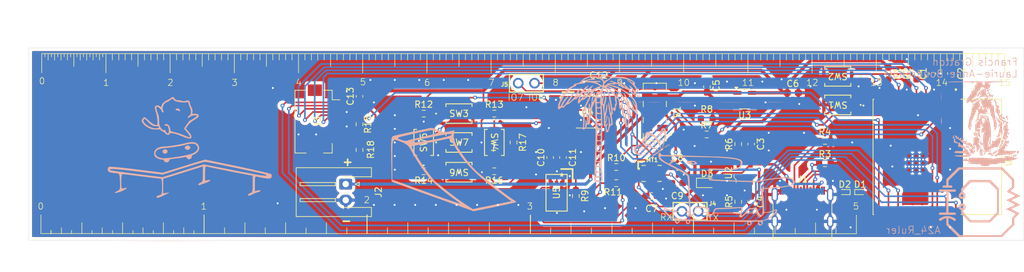
<source format=kicad_pcb>
(kicad_pcb (version 20240108) (generator "pcbnew") (generator_version "8.0")
  (title_block (title "Ruler 2024") (date "27 décembre 2024") (rev "B") (company "Frank_Lau"))
  (layers (0 "F.Cu" signal) (31 "B.Cu" signal) (34 "B.Paste" user) (35 "F.Paste" user) (36 "B.SilkS" user "B.Silkscreen") (37 "F.SilkS" user "F.Silkscreen") (38 "B.Mask" user) (39 "F.Mask" user) (44 "Edge.Cuts" user))
  (net 0 "")
  (net 1 "GND")
  (net 2 "EN")
  (net 3 "+5V")
  (net 4 "Vbat+")
  (net 5 "INT2_IMU{slash}TX")
  (net 6 "AVDD")
  (net 7 "USB_D-")
  (net 8 "USB_D+")
  (net 9 "Net-(D3-K)")
  (net 10 "Net-(J1-CC1)")
  (net 12 "Net-(J1-CC2)")
  (net 14 "RESET_Ecran")
  (net 15 "CS_Ecran")
  (net 16 "SPI_CLK")
  (net 17 "Touch0")
  (net 18 "RS")
  (net 19 "SPI_MOSI")
  (net 20 "Touch1")
  (net 22 "Net-(J3-LEDA)")
  (net 23 "INT1_IMU{slash}RX")
  (net 26 "SDA")
  (net 27 "SCL")
  (net 30 "Net-(U2-STAT)")
  (net 31 "Net-(U2-PROG)")
  (net 32 "Val_Bat")
  (net 33 "XSHUT")
  (net 34 "Button1")
  (net 35 "Button2")
  (net 36 "Button3")
  (net 37 "Button4")
  (net 38 "Button5")
  (net 41 "INT_IO_Extender")
  (net 43 "IO7")
  (net 44 "IO8")
  (net 47 "Vin")
  (footprint "digikey-footprints:SOT-753" (layer "F.Cu") (at 210 142)
    (property "Reference" "U2")
    (property "Value" "MCP73831T-2ACI_OT")
  )
  (footprint "Resistor_SMD:R_0603_1608Metric_Pad0.98x0.95mm_HandSolder" (layer "F.Cu") (at 150 134.4125 -90)
    (property "Reference" "R15")
    (property "Value" "10 k")
  )
  (footprint "Resistor_SMD:R_0603_1608Metric_Pad0.98x0.95mm_HandSolder" (layer "F.Cu") (at 236.75 126.5 90)
    (property "Reference" "R2")
    (property "Value" "10K")
  )
  (footprint "Header2_1:61300211121" (layer "F.Cu") (at 201.5 148 180)
    (property "Reference" "J4")
    (property "Value" "61300211121")
  )
  (footprint "Resistor_SMD:R_0603_1608Metric_Pad0.98x0.95mm_HandSolder" (layer "F.Cu") (at 204.0875 136)
    (property "Reference" "R7")
    (property "Value" "100k")
  )
  (footprint "CS1213AGF260:SW_CS1213AGF260_CRS" (layer "F.Cu") (at 165.5 141.89 180)
    (property "Reference" "SW6")
    (property "Value" "CS1213AGF260")
  )
  (footprint "Capacitor_SMD:C_0603_1608Metric_Pad1.08x0.95mm_HandSolder" (layer "F.Cu") (at 204.125 128.55 90)
    (property "Reference" "C5")
    (property "Value" "1uF")
  )
  (footprint "Capacitor_SMD:C_0603_1608Metric_Pad1.08x0.95mm_HandSolder" (layer "F.Cu") (at 211 137.5 90)
    (property "Reference" "C3")
    (property "Value" "4.7uF")
  )
  (footprint "Capacitor_SMD:C_0603_1608Metric_Pad1.08x0.95mm_HandSolder" (layer "F.Cu") (at 199.5 141.0875)
    (property "Reference" "C8")
    (property "Value" "0.1uF")
  )
  (footprint "CS1213AGF260:SW_CS1213AGF260_CRS" (layer "F.Cu") (at 160 137.25 90)
    (property "Reference" "SW5")
    (property "Value" "CS1213AGF260")
  )
  (footprint "Resistor_SMD:R_0603_1608Metric_Pad0.98x0.95mm_HandSolder" (layer "F.Cu") (at 222.5 137)
    (property "Reference" "R4")
    (property "Value" "5K1")
  )
  (footprint "Resistor_SMD:R_0603_1608Metric_Pad0.98x0.95mm_HandSolder" (layer "F.Cu") (at 171 141.75 180)
    (property "Reference" "R16")
    (property "Value" "10 k")
  )
  (footprint "CS1213AGF260:SW_CS1213AGF260_CRS" (layer "F.Cu") (at 224.5 126.9356 180)
    (property "Reference" "SW2")
    (property "Value" "CS1213AGF260")
  )
  (footprint "Header2_1:61300211121" (layer "F.Cu") (at 176 128)
    (property "Reference" "J5")
    (property "Value" "61300211121")
  )
  (footprint "Diode_SMD:D_SOD-923" (layer "F.Cu") (at 228 145)
    (property "Reference" "D1")
    (property "Value" "D_Zener")
  )
  (footprint "CS1213AGF260:SW_CS1213AGF260_CRS" (layer "F.Cu") (at 171 137.25 -90)
    (property "Reference" "SW4")
    (property "Value" "CS1213AGF260")
  )
  (footprint "CS1213AGF260:SW_CS1213AGF260_CRS" (layer "F.Cu") (at 165.5 132.75)
    (property "Reference" "SW3")
    (property "Value" "CS1213AGF260")
  )
  (footprint "Resistor_SMD:R_0603_1608Metric_Pad0.98x0.95mm_HandSolder" (layer "F.Cu") (at 209 137.5 90)
    (property "Reference" "R6")
    (property "Value" "2k")
  )
  (footprint "Resistor_SMD:R_0603_1608Metric_Pad0.98x0.95mm_HandSolder" (layer "F.Cu") (at 209 146.5 90)
    (property "Reference" "R5")
    (property "Value" "470")
  )
  (footprint "Resistor_SMD:R_0603_1608Metric_Pad0.98x0.95mm_HandSolder" (layer "F.Cu") (at 160 132.75)
    (property "Reference" "R12")
    (property "Value" "10 k")
  )
  (footprint "Capacitor_SMD:C_0603_1608Metric_Pad1.08x0.95mm_HandSolder" (layer "F.Cu") (at 242.125 126.5 90)
    (property "Reference" "C2")
    (property "Value" "1uF")
  )
  (footprint "Diode_SMD:D_SOD-923" (layer "F.Cu") (at 225.58 145 180)
    (property "Reference" "D2")
    (property "Value" "D_Zener")
  )
  (footprint "JS202011JCQN:SW_JS202011JCQN" (layer "F.Cu") (at 196 132.5 180)
    (property "Reference" "S1")
    (property "Value" "JS202011JCQN")
  )
  (footprint "Capacitor_SMD:C_0603_1608Metric_Pad1.08x0.95mm_HandSolder" (layer "F.Cu") (at 195.5 145.5875)
    (property "Reference" "C7")
    (property "Value" "10nF")
  )
  (footprint "Capacitor_SMD:C_0603_1608Metric_Pad1.08x0.95mm_HandSolder" (layer "F.Cu") (at 181.700027 139.599999 90)
    (property "Reference" "C11")
    (property "Value" "4.7 uF")
  )
  (footprint "Capacitor_SMD:C_0603_1608Metric_Pad1.08x0.95mm_HandSolder" (layer "F.Cu") (at 211 146.5 -90)
    (property "Reference" "C4")
    (property "Value" "4.7uF")
  )
  (footprint "Capacitor_SMD:C_0603_1608Metric_Pad1.08x0.95mm_HandSolder" (layer "F.Cu") (at 179.700027 139.599999 90)
    (property "Reference" "C10")
    (property "Value" "100nF")
  )
  (footprint "Resistor_SMD:R_0603_1608Metric_Pad0.98x0.95mm_HandSolder" (layer "F.Cu") (at 190 143.5975)
    (property "Reference" "R11")
    (property "Value" "10 k")
  )
  (footprint "VL53L4CXV0DH/1:LGA12_STM" (layer "F.Cu") (at 180.700027 145.099999)
    (property "Reference" "U5")
    (property "Value" "VL53L4CXV0DH/1")
  )
  (footprint "Resistor_SMD:R_0603_1608Metric_Pad0.98x0.95mm_HandSolder" (layer "F.Cu") (at 174 137.25 -90)
    (property "Reference" "R17")
    (property "Value" "10 k")
  )
  (footprint "CS1213AGF260:SW_CS1213AGF260_CRS" (layer "F.Cu") (at 165.5 137.25)
    (property "Reference" "SW7")
    (property "Value" "CS1213AGF260")
  )
  (footprint "IMU:XDCR_ICM-42670-P" (layer "F.Cu") (at 195.5 142.0875)
    (property "Reference" "MT1")
    (property "Value" "ICM-42670-P")
  )
  (footprint "Capacitor_SMD:C_0603_1608Metric_Pad1.08x0.95mm_HandSolder" (layer "F.Cu") (at 187.25 128.25 180)
    (property "Reference" "C12")
    (property "Value" "1uF")
  )
  (footprint "Resistor_SMD:R_0603_1608Metric_Pad0.98x0.95mm_HandSolder" (layer "F.Cu") (at 232.39 126.48 90)
    (property "Reference" "R1")
    (property "Value" "10K")
  )
  (footprint "Resistor_SMD:R_0603_1608Metric_Pad0.98x0.95mm_HandSolder" (layer "F.Cu") (at 171 132.75)
    (property "Reference" "R13")
    (property "Value" "10 k")
  )
  (footprint "Capacitor_SMD:C_0603_1608Metric_Pad1.08x0.95mm_HandSolder" (layer "F.Cu") (at 150 130.05 90)
    (property "Reference" "C13")
    (property "Value" "1uF")
  )
  (footprint "Capacitor_SMD:C_0603_1608Metric_Pad1.08x0.95mm_HandSolder" (layer "F.Cu") (at 239.25 126.5 90)
    (property "Reference" "C1")
    (property "Value" "1uF")
  )
  (footprint "Resistor_SMD:R_0603_1608Metric_Pad0.98x0.95mm_HandSolder" (layer "F.Cu") (at 183.700027 145.599999 -90)
    (property "Reference" "R9")
    (property "Value" "10 k")
  )
  (footprint "LED_SMD:LED_0603_1608Metric_Pad1.05x0.95mm_HandSolder" (layer "F.Cu") (at 204.15 143.56)
    (property "Reference" "D3")
    (property "Value" "LED_Small")
  )
  (footprint "Resistor_SMD:R_0603_1608Metric_Pad0.98x0.95mm_HandSolder" (layer "F.Cu") (at 160 141.75 180)
    (property "Reference" "R14")
    (property "Value" "10 k")
  )
  (footprint "CS1213AGF260:SW_CS1213AGF260_CRS" (layer "F.Cu") (at 224.5 131.39 180)
    (property "Reference" "SW1")
    (property "Value" "CS1213AGF260")
  )
  (footprint "Capacitor_SMD:C_0603_1608Metric_Pad1.08x0.95mm_HandSolder" (layer "F.Cu") (at 217.5 129.5)
    (property "Reference" "C6")
    (property "Value" "1uF")
  )
  (footprint "Connector_JST:JST_XH_S2B-XH-A-1_1x02_P2.50mm_Horizontal" (layer "F.Cu") (at 147.85 143.75 -90)
    (property "Reference" "J2")
    (property "Value" "S2B-XH-A-1LFSN")
  )
  (footprint "Connector_FFC-FPC:Hirose_FH12-13S-0.5SH_1x13-1MP_P0.50mm_Horizontal" (layer "F.Cu") (at 144.45 134 -90)
    (property "Reference" "J3")
    (property "Value" "~")
  )
  (footprint "Resistor_SMD:R_0603_1608Metric_Pad0.98x0.95mm_HandSolder" (layer "F.Cu") (at 190 141.0875)
    (property "Reference" "R10")
    (property "Value" "10 k")
  )
  (footprint "TCA9534PWR:SOP65P640X120-16N" (layer "F.Cu") (at 185.5 132.5)
    (property "Reference" "U4")
    (property "Value" "TCA9534PWR")
  )
  (footprint "Resistor_SMD:R_0603_1608Metric_Pad0.98x0.95mm_HandSolder" (layer "F.Cu") (at 204.0875 133.5)
    (property "Reference" "R8")
    (property "Value" "300k")
  )
  (footprint "Capacitor_SMD:C_0603_1608Metric_Pad1.08x0.95mm_HandSolder" (layer "F.Cu") (at 199.5 143.5875)
    (property "Reference" "C9")
    (property "Value" "2.2uF")
  )
  (footprint "ESP32_C3_WROOM_02_H4:MODULE_ESP32-C3-WROOM-02-H4" (layer "F.Cu") (at 240 139.5 -90)
    (property "Reference" "U1")
    (property "Value" "ESP32-C3-WROOM-02-H4")
  )
  (footprint "Package_TO_SOT_SMD:SOT-23-5" (layer "F.Cu") (at 210 130.45)
    (property "Reference" "U3")
    (property "Value" "TLV75533PDBV")
  )
  (footprint "Resistor_SMD:R_0603_1608Metric_Pad0.98x0.95mm_HandSolder" (layer "F.Cu") (at 150 138.4125 -90)
    (property "Reference" "R18")
    (property "Value" "20 - 25 ohm")
  )
  (footprint "Resistor_SMD:R_0603_1608Metric_Pad0.98x0.95mm_HandSolder" (layer "F.Cu") (at 222.5 140.5)
    (property "Reference" "R3")
    (property "Value" "5K1")
  )
  (footprint "Connector_USB:USB_C_Receptacle_G-Switch_GT-USB-7010ASV" (layer "F.Cu") (at 219 148.5)
    (property "Reference" "J1")
    (property "Value" "USB-C")
  )
  (gr_poly (pts (xy 112.880195 152.666598) (xy 112.140739 152.672249) (xy 113.671739 152.678727) (xy 120.305063 152.691953) (xy 126.945002 152.678727) (xy 128.470904 152.672249) (xy 127.72883 152.666598) (xy 120.303961 152.661084)) (stroke (width -0.000001)) (fill solid) (layer "B.SilkS"))
  (gr_poly (pts (xy 196.752085 138.865811) (xy 196.730053 138.870398) (xy 196.709325 138.877895) (xy 196.689909 138.888181) (xy 196.671811 138.901135) (xy 196.655036 138.916635) (xy 196.639593 138.934561) (xy 196.625486 138.954792) (xy 196.612723 138.977206) (xy 196.601311 139.001682) (xy 196.582561 139.056336) (xy 196.569289 139.117786) (xy 196.561546 139.185062) (xy 196.559384 139.257196) (xy 196.562855 139.333218) (xy 196.572011 139.412161) (xy 196.586902 139.493054) (xy 196.607582 139.574929) (xy 196.6341 139.656816) (xy 196.66651 139.737748) (xy 196.704863 139.816755) (xy 196.733309 139.864032) (xy 196.766651 139.910548) (xy 196.806272 139.957192) (xy 196.853554 140.004857) (xy 196.909879 140.054434) (xy 196.97663 140.106815) (xy 197.055189 140.16289) (xy 197.146938 140.223552) (xy 197.375537 140.3622) (xy 197.673486 140.52989) (xy 198.051844 140.733753) (xy 198.521668 140.980922) (xy 199.109022 141.288499) (xy 199.370259 141.427871) (xy 199.610594 141.558044) (xy 199.830567 141.679328) (xy 200.030723 141.792034) (xy 200.211604 141.896472) (xy 200.373751 141.992952) (xy 200.517709 142.081784) (xy 200.644019 142.163278) (xy 200.753225 142.237744) (xy 200.845868 142.305491) (xy 200.922491 142.366831) (xy 200.983637 142.422074) (xy 201.008576 142.447505) (xy 201.029849 142.471528) (xy 201.047524 142.494182) (xy 201.061669 142.515505) (xy 201.073238 142.544187) (xy 201.084768 142.587042) (xy 201.107557 142.71408) (xy 201.129726 142.894241) (xy 201.150965 143.125149) (xy 201.170964 143.404426) (xy 201.189412 143.729694) (xy 201.206 144.098578) (xy 201.220418 144.508699) (xy 201.249632 145.276404) (xy 201.282154 146.026746) (xy 201.314676 146.672908) (xy 201.343892 147.128075) (xy 201.414446 147.948282) (xy 200.100348 147.948282) (xy 199.69884 147.946766) (xy 199.52893 147.944561) (xy 199.377016 147.941116) (xy 199.241174 147.936224) (xy 199.119478 147.929679) (xy 199.010004 147.921272) (xy 198.910826 147.910799) (xy 198.820019 147.898053) (xy 198.73566 147.882825) (xy 198.655822 147.864911) (xy 198.578581 147.844102) (xy 198.502011 147.820194) (xy 198.424189 147.792977) (xy 198.343188 147.762247) (xy 198.257084 147.727796) (xy 198.151154 147.684164) (xy 198.054565 147.645803) (xy 197.966734 147.61261) (xy 197.887081 147.58448) (xy 197.815025 147.561312) (xy 197.781664 147.551556) (xy 197.749984 147.543001) (xy 197.719912 147.535635) (xy 197.691376 147.529445) (xy 197.664303 147.524417) (xy 197.638621 147.520539) (xy 197.614256 147.517798) (xy 197.591137 147.516181) (xy 197.56919 147.515675) (xy 197.548342 147.516267) (xy 197.528522 147.517945) (xy 197.509656 147.520694) (xy 197.491672 147.524503) (xy 197.474497 147.529359) (xy 197.458058 147.535248) (xy 197.442283 147.542157) (xy 197.4271 147.550075) (xy 197.412434 147.558987) (xy 197.398214 147.568881) (xy 197.384367 147.579743) (xy 197.370821 147.591562) (xy 197.357502 147.604324) (xy 197.336347 147.631304) (xy 197.322304 147.662447) (xy 197.315099 147.697473) (xy 197.314456 147.736099) (xy 197.320097 147.778046) (xy 197.331748 147.823032) (xy 197.349131 147.870776) (xy 197.371971 147.920998) (xy 197.432917 148.027748) (xy 197.512376 148.141036) (xy 197.608139 148.258613) (xy 197.717996 148.378231) (xy 197.839739 148.497642) (xy 197.971159 148.614599) (xy 198.110045 148.726853) (xy 198.25419 148.832157) (xy 198.401384 148.928262) (xy 198.549417 149.012921) (xy 198.696082 149.083886) (xy 198.76821 149.11353) (xy 198.839167 149.138908) (xy 198.902038 149.161258) (xy 198.958488 149.18211) (xy 199.008711 149.201617) (xy 199.031548 149.210916) (xy 199.052901 149.219937) (xy 199.072794 149.228699) (xy 199.091251 149.237222) (xy 199.108297 149.245526) (xy 199.123956 149.25363) (xy 199.138252 149.261552) (xy 199.151209 149.269313) (xy 199.162852 149.276932) (xy 199.173204 149.284429) (xy 199.18229 149.291822) (xy 199.190135 149.299131) (xy 199.196761 149.306375) (xy 199.202195 149.313574) (xy 199.206459 149.320747) (xy 199.209578 149.327914) (xy 199.211577 149.335094) (xy 199.212479 149.342306) (xy 199.212308 149.34957) (xy 199.21109 149.356905) (xy 199.208848 149.36433) (xy 199.205606 149.371865) (xy 199.201389 149.37953) (xy 199.19622 149.387343) (xy 199.190125 149.395324) (xy 199.183127 149.403492) (xy 199.173071 149.417149) (xy 199.164381 149.431619) (xy 199.157029 149.446835) (xy 199.150984 149.46273) (xy 199.146219 149.47924) (xy 199.142703 149.496296) (xy 199.140408 149.513834) (xy 199.139305 149.531787) (xy 199.139365 149.550089) (xy 199.140558 149.568673) (xy 199.142856 149.587474) (xy 199.14623 149.606425) (xy 199.150649 149.62546) (xy 199.156087 149.644513) (xy 199.162512 149.663517) (xy 199.169897 149.682406) (xy 199.178212 149.701115) (xy 199.187428 149.719577) (xy 199.197516 149.737725) (xy 199.208447 149.755494) (xy 199.220193 149.772817) (xy 199.232722 149.789628) (xy 199.246008 149.805861) (xy 199.26002 149.82145) (xy 199.274731 149.836328) (xy 199.290109 149.850429) (xy 199.306127 149.863688) (xy 199.322756 149.876037) (xy 199.339966 149.887411) (xy 199.357728 149.897743) (xy 199.376013 149.906968) (xy 199.394793 149.915018) (xy 199.411729 149.920688) (xy 199.429408 149.924514) (xy 199.447745 149.926563) (xy 199.466658 149.926904) (xy 199.486061 149.925604) (xy 199.505872 149.922731) (xy 199.526005 149.918353) (xy 199.546378 149.912538) (xy 199.566905 149.905353) (xy 199.587503 149.896867) (xy 199.608089 149.887147) (xy 199.628578 149.876261) (xy 199.648885 149.864277) (xy 199.668928 149.851263) (xy 199.688622 149.837286) (xy 199.707884 149.822415) (xy 199.726628 149.806716) (xy 199.744772 149.790259) (xy 199.762231 149.77311) (xy 199.778921 149.755338) (xy 199.794759 149.737011) (xy 199.80966 149.718196) (xy 199.823541 149.698961) (xy 199.836317 149.679374) (xy 199.847904 149.659503) (xy 199.858219 149.639415) (xy 199.867177 149.619179) (xy 199.874695 149.598862) (xy 199.880688 149.578532) (xy 199.885073 149.558257) (xy 199.885965 149.551578) (xy 199.713405 149.551578) (xy 199.713189 149.563602) (xy 199.712068 149.575464) (xy 199.710062 149.587121) (xy 199.707191 149.59853) (xy 199.703473 149.609646) (xy 199.698929 149.620426) (xy 199.693577 149.630827) (xy 199.687437 149.640804) (xy 199.680529 149.650315) (xy 199.672871 149.659316) (xy 199.664483 149.667762) (xy 199.655385 149.675611) (xy 199.645596 149.682819) (xy 199.635135 149.689343) (xy 199.624021 149.695138) (xy 199.612274 149.700161) (xy 199.599914 149.704368) (xy 199.586959 149.707717) (xy 199.57343 149.710162) (xy 199.559345 149.711662) (xy 199.544724 149.712171) (xy 199.529098 149.711587) (xy 199.513666 149.70987) (xy 199.498467 149.707077) (xy 199.483539 149.703266) (xy 199.468921 149.698492) (xy 199.454652 149.692812) (xy 199.44077 149.686283) (xy 199.427315 149.678961) (xy 199.414325 149.670902) (xy 199.401838 149.662164) (xy 199.389894 149.652802) (xy 199.378532 149.642874) (xy 199.36779 149.632435) (xy 199.357706 149.621542) (xy 199.348321 149.610252) (xy 199.339671 149.598621) (xy 199.331797 149.586707) (xy 199.324737 149.574564) (xy 199.318529 149.56225) (xy 199.313213 149.549822) (xy 199.308827 149.537335) (xy 199.30541 149.524847) (xy 199.303001 149.512414) (xy 199.301638 149.500092) (xy 199.30136 149.487938) (xy 199.302206 149.476009) (xy 199.304215 149.46436) (xy 199.307426 149.45305) (xy 199.311877 149.442133) (xy 199.317606 149.431666) (xy 199.324654 149.421707) (xy 199.333058 149.412311) (xy 199.339976 149.405904) (xy 199.347475 149.399911) (xy 199.355518 149.394335) (xy 199.364064 149.389177) (xy 199.373075 149.384439) (xy 199.382512 149.380123) (xy 199.392337 149.37623) (xy 199.402511 149.372761) (xy 199.42375 149.367105) (xy 199.445919 149.363166) (xy 199.468708 149.360959) (xy 199.491807 149.360496) (xy 199.514907 149.36179) (xy 199.537696 149.364854) (xy 199.559865 149.369701) (xy 199.57062 149.372797) (xy 199.581104 149.376343) (xy 199.591278 149.380342) (xy 199.601103 149.384794) (xy 199.61054 149.389702) (xy 199.619551 149.395067) (xy 199.628097 149.400891) (xy 199.636139 149.407174) (xy 199.643639 149.41392) (xy 199.650557 149.421129) (xy 199.661567 149.432052) (xy 199.67146 149.443292) (xy 199.680255 149.454807) (xy 199.687971 149.466553) (xy 199.694627 149.478487) (xy 199.700244 149.490564) (xy 199.70484 149.502741) (xy 199.708435 149.514974) (xy 199.711047 149.527221) (xy 199.712698 149.539437) (xy 199.713405 149.551578) (xy 199.885965 149.551578) (xy 199.887766 149.538104) (xy 199.888682 149.518143) (xy 199.889201 149.496021) (xy 199.889852 149.485727) (xy 199.890766 149.47594) (xy 199.891945 149.466657) (xy 199.893391 149.457875) (xy 199.895105 149.44959) (xy 199.897088 149.441799) (xy 199.899343 149.4345) (xy 199.90187 149.427688) (xy 199.904672 149.42136) (xy 199.907751 149.415514) (xy 199.911107 149.410145) (xy 199.914742 149.405252) (xy 199.918659 149.400829) (xy 199.922858 149.396876) (xy 199.927341 149.393387) (xy 199.93211 149.39036) (xy 199.937166 149.387792) (xy 199.942512 149.385679) (xy 199.948148 149.384019) (xy 199.954077 149.382807) (xy 199.960299 149.382041) (xy 199.966817 149.381717) (xy 199.973632 149.381833) (xy 199.980746 149.382385) (xy 199.98816 149.383369) (xy 199.995876 149.384783) (xy 200.003896 149.386624) (xy 200.012221 149.388887) (xy 200.020853 149.39157) (xy 200.029793 149.39467) (xy 200.065467 149.404541) (xy 200.111786 149.414101) (xy 200.166994 149.423041) (xy 200.229332 149.431051) (xy 200.297046 149.437821) (xy 200.368377 149.44304) (xy 200.441568 149.446399) (xy 200.514863 149.447588) (xy 200.569594 149.447932) (xy 200.618267 149.449104) (xy 200.661229 149.451309) (xy 200.680678 149.452863) (xy 200.69883 149.454754) (xy 200.715729 149.457006) (xy 200.731419 149.459646) (xy 200.745942 149.462699) (xy 200.759343 149.466192) (xy 200.771666 149.470149) (xy 200.782953 149.474598) (xy 200.793249 149.479563) (xy 200.802596 149.485071) (xy 200.81104 149.491147) (xy 200.818623 149.497818) (xy 200.825388 149.505108) (xy 200.83138 149.513045) (xy 200.836642 149.521654) (xy 200.841218 149.53096) (xy 200.845151 149.540989) (xy 200.848485 149.551768) (xy 200.851264 149.563322) (xy 200.85353 149.575677) (xy 200.855328 149.588859) (xy 200.856702 149.602894) (xy 200.858349 149.633624) (xy 200.85882 149.668075) (xy 200.859688 149.698069) (xy 200.862246 149.726844) (xy 200.866429 149.754373) (xy 200.87217 149.780626) (xy 200.879404 149.805575) (xy 200.888063 149.829189) (xy 200.898082 149.851441) (xy 200.909395 149.8723) (xy 200.921934 149.891739) (xy 200.935635 149.909727) (xy 200.950431 149.926236) (xy 200.966256 149.941237) (xy 200.983043 149.9547) (xy 201.000726 149.966597) (xy 201.01924 149.976898) (xy 201.038517 149.985575) (xy 201.058492 149.992598) (xy 201.079098 149.997938) (xy 201.10027 150.001567) (xy 201.12194 150.003455) (xy 201.144043 150.003573) (xy 201.166513 150.001892) (xy 201.189283 149.998382) (xy 201.212288 149.993016) (xy 201.23546 149.985764) (xy 201.258734 149.976596) (xy 201.282044 149.965484) (xy 201.305323 149.952399) (xy 201.328505 149.937311) (xy 201.351524 149.920191) (xy 201.374313 149.901011) (xy 201.396807 149.879742) (xy 201.416024 149.859607) (xy 201.433962 149.838969) (xy 201.450583 149.817943) (xy 201.465847 149.796646) (xy 201.479716 149.775194) (xy 201.49215 149.753703) (xy 201.503112 149.732289) (xy 201.512563 149.71107) (xy 201.520463 149.69016) (xy 201.524151 149.678188) (xy 201.341867 149.678188) (xy 201.341685 149.68461) (xy 201.341039 149.691007) (xy 201.339924 149.697389) (xy 201.338338 149.703768) (xy 201.336276 149.710156) (xy 201.333737 149.716562) (xy 201.330717 149.722999) (xy 201.327212 149.729479) (xy 201.32322 149.736011) (xy 201.318736 149.742608) (xy 201.313759 149.749281) (xy 201.308284 149.756041) (xy 201.302308 149.7629) (xy 201.295829 149.769868) (xy 201.288842 149.776958) (xy 201.273335 149.791546) (xy 201.260237 149.801753) (xy 201.247406 149.810879) (xy 201.234854 149.81893) (xy 201.222589 149.825911) (xy 201.210621 149.831825) (xy 201.19896 149.836679) (xy 201.187615 149.840476) (xy 201.176597 149.843222) (xy 201.165914 149.844922) (xy 201.155577 149.84558) (xy 201.145596 149.845201) (xy 201.135979 149.843791) (xy 201.126737 149.841353) (xy 201.117879 149.837893) (xy 201.109416 149.833416) (xy 201.101356 149.827926) (xy 201.093709 149.821428) (xy 201.086486 149.813928) (xy 201.079695 149.80543) (xy 201.073347 149.795938) (xy 201.067451 149.785458) (xy 201.062017 149.773995) (xy 201.057055 149.761553) (xy 201.052573 149.748137) (xy 201.048583 149.733753) (xy 201.045093 149.718404) (xy 201.042114 149.702096) (xy 201.039654 149.684833) (xy 201.037725 149.666621) (xy 201.036334 149.647465) (xy 201.03521 149.606336) (xy 201.035543 149.589465) (xy 201.036532 149.573578) (xy 201.038161 149.55868) (xy 201.040412 149.544773) (xy 201.043271 149.531861) (xy 201.046721 149.519947) (xy 201.050746 149.509034) (xy 201.055329 149.499126) (xy 201.060456 149.490225) (xy 201.066108 149.482336) (xy 201.072271 149.47546) (xy 201.078928 149.469602) (xy 201.086063 149.464764) (xy 201.09366 149.46095) (xy 201.101703 149.458164) (xy 201.110175 149.456407) (xy 201.119061 149.455685) (xy 201.128344 149.455998) (xy 201.138008 149.457352) (xy 201.148037 149.459749) (xy 201.158415 149.463193) (xy 201.169125 149.467686) (xy 201.180152 149.473232) (xy 201.19148 149.479834) (xy 201.203091 149.487496) (xy 201.214971 149.49622) (xy 201.227103 149.50601) (xy 201.23947 149.516869) (xy 201.252057 149.5288) (xy 201.264847 149.541807) (xy 201.277825 149.555893) (xy 201.290974 149.57106) (xy 201.303372 149.587198) (xy 201.31409 149.6026) (xy 201.318812 149.610053) (xy 201.323104 149.617355) (xy 201.326963 149.624519) (xy 201.330386 149.631556) (xy 201.333369 149.638476) (xy 201.335911 149.645291) (xy 201.338006 149.652012) (xy 201.339653 149.658651) (xy 201.340847 149.665219) (xy 201.341586 149.671728) (xy 201.341867 149.678188) (xy 201.524151 149.678188) (xy 201.526774 149.669677) (xy 201.531457 149.649736) (xy 201.534473 149.630454) (xy 201.535785 149.611947) (xy 201.535789 149.603021) (xy 201.535352 149.594332) (xy 201.534469 149.585895) (xy 201.533136 149.577724) (xy 201.531348 149.569835) (xy 201.529099 149.56224) (xy 201.522028 149.541874) (xy 201.517592 149.523742) (xy 201.516154 149.507806) (xy 201.516672 149.500649) (xy 201.518074 149.494028) (xy 201.520407 149.487935) (xy 201.523716 149.482368) (xy 201.528045 149.477321) (xy 201.53344 149.472789) (xy 201.539945 149.468767) (xy 201.547608 149.46525) (xy 201.566581 149.459715) (xy 201.590723 149.456142) (xy 201.620394 149.454495) (xy 201.655956 149.454734) (xy 201.697771 149.456821) (xy 201.746201 149.460716) (xy 201.801606 149.466381) (xy 201.934794 149.482866) (xy 202.432816 149.506844) (xy 203.445123 149.535783) (xy 204.824539 149.564721) (xy 206.42389 149.588699) (xy 210.445557 149.650434) (xy 210.410279 149.844463) (xy 210.405387 149.87058) (xy 210.402254 149.895991) (xy 210.40083 149.920663) (xy 210.401063 149.944561) (xy 210.402906 149.967651) (xy 210.406307 149.9899) (xy 210.411216 150.011274) (xy 210.417583 150.031739) (xy 210.425358 150.051261) (xy 210.434492 150.069805) (xy 210.444934 150.087339) (xy 210.456633 150.103828) (xy 210.469541 150.119238) (xy 210.483606 150.133535) (xy 210.498779 150.146686) (xy 210.51501 150.158657) (xy 210.532249 150.169413) (xy 210.550445 150.17892) (xy 210.569549 150.187146) (xy 210.589511 150.194055) (xy 210.61028 150.199614) (xy 210.631806 150.20379) (xy 210.654039 150.206547) (xy 210.67693 150.207853) (xy 210.700428 150.207673) (xy 210.724483 150.205973) (xy 210.749045 150.20272) (xy 210.774064 150.197879) (xy 210.79949 150.191417) (xy 210.825273 150.1833) (xy 210.851363 150.173494) (xy 210.87771 150.161964) (xy 210.909248 150.147159) (xy 210.937775 150.132405) (xy 210.963383 150.117548) (xy 210.986161 150.102432) (xy 210.996518 150.094729) (xy 211.006201 150.086903) (xy 211.015222 150.078935) (xy 211.023593 150.070806) (xy 211.031323 150.062496) (xy 211.038426 150.053985) (xy 211.044912 150.045255) (xy 211.050792 150.036286) (xy 211.056077 150.027058) (xy 211.06078 150.017553) (xy 211.064911 150.007751) (xy 211.068482 149.997632) (xy 211.071504 149.987177) (xy 211.073988 149.976367) (xy 211.075945 149.965182) (xy 211.077388 149.953603) (xy 211.077647 149.950296) (xy 210.912988 149.950296) (xy 210.912252 149.964663) (xy 210.910099 149.978001) (xy 210.906608 149.990316) (xy 210.901861 150.001611) (xy 210.895938 150.011892) (xy 210.88892 150.021164) (xy 210.880888 150.029432) (xy 210.871923 150.0367) (xy 210.862105 150.042973) (xy 210.851515 150.048256) (xy 210.840234 150.052554) (xy 210.828342 150.055871) (xy 210.815921 150.058214) (xy 210.803051 150.059586) (xy 210.789812 150.059992) (xy 210.776287 150.059437) (xy 210.762554 150.057926) (xy 210.748696 150.055464) (xy 210.734792 150.052056) (xy 210.720924 150.047706) (xy 210.707172 150.04242) (xy 210.693617 150.036202) (xy 210.68034 150.029057) (xy 210.667422 150.02099) (xy 210.654942 150.012005) (xy 210.642983 150.002108) (xy 210.631624 149.991304) (xy 210.620947 149.979597) (xy 210.611032 149.966992) (xy 210.60196 149.953493) (xy 210.593812 149.939107) (xy 210.586668 149.923838) (xy 210.580718 149.90661) (xy 210.576064 149.889684) (xy 210.57266 149.873099) (xy 210.570459 149.856899) (xy 210.569415 149.841125) (xy 210.56948 149.82582) (xy 210.570607 149.811025) (xy 210.57275 149.796782) (xy 210.575862 149.783134) (xy 210.579897 149.770121) (xy 210.584806 149.757787) (xy 210.590544 149.746174) (xy 210.597064 149.735322) (xy 210.604318 149.725275) (xy 210.61226 149.716074) (xy 210.620844 149.707761) (xy 210.630021 149.700378) (xy 210.639746 149.693968) (xy 210.649972 149.688572) (xy 210.660652 149.684231) (xy 210.671738 149.680989) (xy 210.683185 149.678887) (xy 210.694944 149.677967) (xy 210.706971 149.678272) (xy 210.719217 149.679842) (xy 210.731636 149.68272) (xy 210.74418 149.686949) (xy 210.756804 149.692569) (xy 210.76946 149.699623) (xy 210.782102 149.708154) (xy 210.794682 149.718202) (xy 210.807154 149.729811) (xy 210.818517 149.741782) (xy 210.829427 149.754477) (xy 210.839846 149.767792) (xy 210.849736 149.781624) (xy 210.859057 149.79587) (xy 210.867771 149.810426) (xy 210.875839 149.825188) (xy 210.883222 149.840053) (xy 210.889882 149.854919) (xy 210.89578 149.869681) (xy 210.900876 149.884237) (xy 210.905133 149.898482) (xy 210.908512 149.912314) (xy 210.910973 149.92563) (xy 210.912478 149.938325) (xy 210.912988 149.950296) (xy 211.077647 149.950296) (xy 211.078326 149.941611) (xy 211.078772 149.929186) (xy 211.078232 149.902961) (xy 211.075857 149.874771) (xy 211.071738 149.844463) (xy 211.064402 149.810105) (xy 211.059352 149.779609) (xy 211.057223 149.752705) (xy 211.058646 149.729121) (xy 211.060888 149.718489) (xy 211.064255 149.708586) (xy 211.068827 149.699377) (xy 211.074683 149.690829) (xy 211.081902 149.682907) (xy 211.090563 149.675578) (xy 211.100745 149.668807) (xy 211.112527 149.662562) (xy 211.14121 149.651509) (xy 211.177244 149.64215) (xy 211.221261 149.634211) (xy 211.273896 149.627422) (xy 211.335781 149.621511) (xy 211.407549 149.616207) (xy 211.583266 149.606336) (xy 211.67815 149.601826) (xy 211.761498 149.598362) (xy 211.833967 149.596163) (xy 211.896218 149.595451) (xy 211.923717 149.59572) (xy 211.948909 149.596444) (xy 211.971875 149.597648) (xy 211.992698 149.599361) (xy 212.011461 149.601611) (xy 212.028245 149.604423) (xy 212.043133 149.607827) (xy 212.056208 149.61185) (xy 212.067552 149.616518) (xy 212.077247 149.62186) (xy 212.085376 149.627903) (xy 212.09202 149.634674) (xy 212.097263 149.6422) (xy 212.101186 149.65051) (xy 212.103873 149.659631) (xy 212.105404 149.66959) (xy 212.105864 149.680414) (xy 212.105333 149.692131) (xy 212.103895 149.704769) (xy 212.101632 149.718355) (xy 212.098626 149.732916) (xy 212.094959 149.74848) (xy 212.085974 149.782726) (xy 212.078434 149.820932) (xy 212.073922 149.857788) (xy 212.072314 149.89324) (xy 212.073485 149.927231) (xy 212.077311 149.959703) (xy 212.083668 149.990601) (xy 212.09243 150.019868) (xy 212.103475 150.047448) (xy 212.116677 150.073283) (xy 212.131912 150.097318) (xy 212.149056 150.119495) (xy 212.167984 150.139759) (xy 212.188573 150.158053) (xy 212.210697 150.17432) (xy 212.234233 150.188504) (xy 212.259055 150.200548) (xy 212.285041 150.210396) (xy 212.312065 150.217991) (xy 212.340003 150.223277) (xy 212.36873 150.226197) (xy 212.398123 150.226695) (xy 212.428057 150.224714) (xy 212.458407 150.220197) (xy 212.48905 150.213088) (xy 212.519861 150.203332) (xy 212.550715 150.19087) (xy 212.581489 150.175646) (xy 212.612057 150.157605) (xy 212.642296 150.136689) (xy 212.672082 150.112842) (xy 212.701289 150.086008) (xy 212.729794 150.056129) (xy 212.751707 150.031923) (xy 212.771152 150.008828) (xy 212.788143 149.986715) (xy 212.795722 149.975986) (xy 212.802692 149.965454) (xy 212.809055 149.955104) (xy 212.814812 149.944917) (xy 212.819965 149.93488) (xy 212.824516 149.924975) (xy 212.828467 149.915186) (xy 212.831818 149.905497) (xy 212.832451 149.903288) (xy 212.646539 149.903288) (xy 212.646043 149.915949) (xy 212.64463 149.928339) (xy 212.64231 149.940422) (xy 212.639091 149.952163) (xy 212.634984 149.963526) (xy 212.629999 149.974475) (xy 212.624145 149.984976) (xy 212.617432 149.994992) (xy 212.60987 150.004488) (xy 212.601467 150.013428) (xy 212.592235 150.021778) (xy 212.582183 150.029501) (xy 212.571319 150.036561) (xy 212.559655 150.042925) (xy 212.547199 150.048555) (xy 212.533962 150.053416) (xy 212.519953 150.057473) (xy 212.505181 150.06069) (xy 212.489658 150.063033) (xy 212.473391 150.064464) (xy 212.456391 150.064949) (xy 212.446447 150.064412) (xy 212.436474 150.062826) (xy 212.426494 150.060225) (xy 212.416531 150.056646) (xy 212.406606 150.052124) (xy 212.396743 150.046694) (xy 212.386964 150.040392) (xy 212.377291 150.033254) (xy 212.358356 150.01661) (xy 212.340119 149.997046) (xy 212.32276 149.974847) (xy 212.30646 149.950296) (xy 212.291401 149.923679) (xy 212.277762 149.895278) (xy 212.265726 149.865379) (xy 212.255473 149.834266) (xy 212.247183 149.802222) (xy 212.241038 149.769532) (xy 212.237218 149.736481) (xy 212.235905 149.703352) (xy 212.236566 149.692215) (xy 212.23851 149.681951) (xy 212.241675 149.672557) (xy 212.245999 149.664026) (xy 212.251421 149.656354) (xy 212.25788 149.649537) (xy 212.265314 149.643569) (xy 212.273663 149.638446) (xy 212.282864 149.634163) (xy 212.292856 149.630714) (xy 212.303579 149.628095) (xy 212.31497 149.626302) (xy 212.326968 149.625329) (xy 212.339512 149.625171) (xy 212.35254 149.625825) (xy 212.365991 149.627284) (xy 212.379805 149.629544) (xy 212.393918 149.6326) (xy 212.422801 149.641081) (xy 212.452149 149.652689) (xy 212.466844 149.659653) (xy 212.481471 149.667385) (xy 212.495969 149.675878) (xy 212.510276 149.685129) (xy 212.524332 149.695133) (xy 212.538074 149.705884) (xy 212.551442 149.717378) (xy 212.564373 149.72961) (xy 212.576807 149.742576) (xy 212.588683 149.756269) (xy 212.598916 149.76957) (xy 212.608126 149.78299) (xy 212.616321 149.796495) (xy 212.623512 149.810047) (xy 212.629709 149.823613) (xy 212.63492 149.837156) (xy 212.639156 149.850641) (xy 212.642426 149.864032) (xy 212.64474 149.877294) (xy 212.646108 149.890391) (xy 212.646539 149.903288) (xy 212.832451 149.903288) (xy 212.834571 149.895892) (xy 212.836729 149.886355) (xy 212.838293 149.87687) (xy 212.839263 149.86742) (xy 212.839643 149.85799) (xy 212.839434 149.848563) (xy 212.838636 149.839123) (xy 212.837252 149.829653) (xy 212.835284 149.820139) (xy 212.832733 149.810563) (xy 212.8296 149.80091) (xy 212.825888 149.791163) (xy 212.821597 149.781307) (xy 212.81673 149.771324) (xy 212.811288 149.761199) (xy 212.805273 149.750916) (xy 212.791529 149.729811) (xy 212.778259 149.705996) (xy 212.768464 149.683991) (xy 212.76252 149.663535) (xy 212.761108 149.653808) (xy 212.760799 149.644372) (xy 212.76164 149.635194) (xy 212.763678 149.626242) (xy 212.766959 149.617484) (xy 212.771531 149.608887) (xy 212.77744 149.60042) (xy 212.784732 149.592049) (xy 212.793455 149.583743) (xy 212.803656 149.57547) (xy 212.828679 149.55889) (xy 212.860173 149.542052) (xy 212.898515 149.524698) (xy 212.944079 149.506568) (xy 212.997239 149.487404) (xy 213.05837 149.466949) (xy 213.206044 149.421129) (xy 213.281968 149.397702) (xy 213.359103 149.370553) (xy 213.437209 149.339887) (xy 213.51605 149.305908) (xy 213.674988 149.228835) (xy 213.834015 149.140975) (xy 213.991235 149.043967) (xy 214.144746 148.939454) (xy 214.29265 148.829075) (xy 214.433049 148.714472) (xy 214.564042 148.597285) (xy 214.683731 148.479154) (xy 214.790217 148.361722) (xy 214.8816 148.246628) (xy 214.921035 148.19047) (xy 214.955982 148.135512) (xy 214.986204 148.08196) (xy 215.011463 148.030017) (xy 215.031522 147.97989) (xy 215.046144 147.931782) (xy 215.054009 147.891455) (xy 214.857495 147.891455) (xy 214.8568 147.89829) (xy 214.854866 147.906253) (xy 214.851757 147.915341) (xy 214.847535 147.925548) (xy 214.842263 147.936869) (xy 214.836004 147.9493) (xy 214.820779 147.97747) (xy 214.802363 148.010019) (xy 214.764928 148.074251) (xy 214.716201 148.143947) (xy 214.657294 148.218165) (xy 214.589318 148.295962) (xy 214.513384 148.376394) (xy 214.430603 148.458518) (xy 214.342085 148.541392) (xy 214.248943 148.624072) (xy 214.152286 148.705615) (xy 214.053227 148.785079) (xy 213.952875 148.861519) (xy 213.852343 148.933993) (xy 213.752741 149.001557) (xy 213.65518 149.06327) (xy 213.560772 149.118187) (xy 213.470627 149.165365) (xy 212.985558 149.403492) (xy 208.575835 149.403492) (xy 206.455292 149.397566) (xy 204.632303 149.379238) (xy 203.088573 149.347681) (xy 201.805808 149.302068) (xy 201.256572 149.273732) (xy 200.765717 149.241572) (xy 200.330956 149.205485) (xy 199.950004 149.165366) (xy 199.620574 149.121114) (xy 199.340378 149.072624) (xy 199.10713 149.019793) (xy 198.918543 148.962519) (xy 198.882681 148.948715) (xy 198.843107 148.930636) (xy 198.754092 148.882747) (xy 198.654044 148.821035) (xy 198.545508 148.747682) (xy 198.43103 148.664873) (xy 198.313154 148.57479) (xy 198.194425 148.479617) (xy 198.077389 148.381537) (xy 197.96459 148.282734) (xy 197.858573 148.185391) (xy 197.761884 148.09169) (xy 197.677068 148.003817) (xy 197.60667 147.923953) (xy 197.553234 147.854282) (xy 197.533673 147.823951) (xy 197.519306 147.796988) (xy 197.510453 147.773664) (xy 197.507432 147.754253) (xy 197.507975 147.744745) (xy 197.509606 147.736064) (xy 197.512329 147.728209) (xy 197.516148 147.721181) (xy 197.521064 147.71498) (xy 197.527082 147.709606) (xy 197.534204 147.705058) (xy 197.542434 147.701338) (xy 197.56223 147.696377) (xy 197.586497 147.694724) (xy 197.615259 147.696378) (xy 197.648543 147.701339) (xy 197.686375 147.709607) (xy 197.72878 147.721183) (xy 197.775784 147.736065) (xy 197.827413 147.754255) (xy 197.883693 147.775753) (xy 197.94465 147.800557) (xy 198.080697 147.860088) (xy 198.252624 147.93402) (xy 198.334305 147.96481) (xy 198.415973 147.991828) (xy 198.49976 148.015333) (xy 198.587797 148.035581) (xy 198.682216 148.052833) (xy 198.785149 148.067345) (xy 198.898728 148.079377) (xy 199.025083 148.089187) (xy 199.324651 148.103174) (xy 199.700907 148.111374) (xy 200.170905 148.115852) (xy 200.45869 148.1204) (xy 200.587797 148.123604) (xy 200.707099 148.127428) (xy 200.816634 148.131872) (xy 200.91644 148.136936) (xy 201.006557 148.14262) (xy 201.087024 148.148925) (xy 201.157879 148.155849) (xy 201.219161 148.163394) (xy 201.270908 148.171559) (xy 201.31316 148.180344) (xy 201.330737 148.184969) (xy 201.345955 148.189749) (xy 201.358819 148.194684) (xy 201.369332 148.199774) (xy 201.377501 148.205019) (xy 201.38333 148.21042) (xy 201.386824 148.215975) (xy 201.387988 148.221685) (xy 201.387757 148.226671) (xy 201.387073 148.2317) (xy 201.385946 148.236764) (xy 201.384387 148.241857) (xy 201.382409 148.246968) (xy 201.380023 148.252091) (xy 201.374069 148.262338) (xy 201.366617 148.272533) (xy 201.357757 148.282612) (xy 201.347579 148.29251) (xy 201.336173 148.302163) (xy 201.323631 148.311506) (xy 201.310042 148.320474) (xy 201.295497 148.329002) (xy 201.280087 148.337027) (xy 201.263902 148.344484) (xy 201.247032 148.351307) (xy 201.229568 148.357433) (xy 201.2116 148.362797) (xy 201.195377 148.367258) (xy 201.179797 148.372342) (xy 201.164882 148.377997) (xy 201.150656 148.384174) (xy 201.13714 148.390822) (xy 201.124357 148.397892) (xy 201.112329 148.405333) (xy 201.101081 148.413095) (xy 201.090633 148.421129) (xy 201.081008 148.429384) (xy 201.07223 148.43781) (xy 201.064321 148.446358) (xy 201.057303 148.454976) (xy 201.051199 148.463615) (xy 201.046032 148.472225) (xy 201.041824 148.480757) (xy 201.038598 148.489159) (xy 201.036377 148.497381) (xy 201.035182 148.505375) (xy 201.035037 148.513089) (xy 201.035965 148.520473) (xy 201.037987 148.527478) (xy 201.041127 148.534054) (xy 201.045407 148.54015) (xy 201.05085 148.545716) (xy 201.057478 148.550702) (xy 201.065314 148.555059) (xy 201.07438 148.558736) (xy 201.0847 148.561683) (xy 201.096295 148.56385) (xy 201.109189 148.565186) (xy 201.123404 148.565643) (xy 201.12746 148.565822) (xy 201.131358 148.566354) (xy 201.135094 148.567227) (xy 201.138666 148.568434) (xy 201.14207 148.569963) (xy 201.145302 148.571806) (xy 201.14836 148.573952) (xy 201.151241 148.576392) (xy 201.15394 148.579116) (xy 201.156456 148.582115) (xy 201.158784 148.585379) (xy 201.160922 148.588898) (xy 201.162866 148.592662) (xy 201.164612 148.596662) (xy 201.167502 148.605331) (xy 201.169565 148.614827) (xy 201.170775 148.625072) (xy 201.171106 148.635988) (xy 201.170534 148.647499) (xy 201.169031 148.659527) (xy 201.166572 148.671994) (xy 201.163131 148.684822) (xy 201.158682 148.697935) (xy 201.153433 148.712403) (xy 201.14924 148.726038) (xy 201.146079 148.738834) (xy 201.14392 148.750783) (xy 201.142736 148.761879) (xy 201.142501 148.772117) (xy 201.143186 148.781489) (xy 201.144764 148.789988) (xy 201.147207 148.797609) (xy 201.150489 148.804346) (xy 201.154581 148.810191) (xy 201.159457 148.815138) (xy 201.165088 148.81918) (xy 201.171448 148.822312) (xy 201.178508 148.824527) (xy 201.186242 148.825817) (xy 201.194622 148.826178) (xy 201.203621 148.825602) (xy 201.21321 148.824083) (xy 201.223363 148.821614) (xy 201.234052 148.81819) (xy 201.24525 148.813803) (xy 201.25693 148.808447) (xy 201.269063 148.802115) (xy 201.281622 148.794802) (xy 201.29458 148.7865) (xy 201.30791 148.777204) (xy 201.321583 148.766906) (xy 201.335573 148.755601) (xy 201.349852 148.743281) (xy 201.364393 148.729941) (xy 201.379168 148.715574) (xy 201.396333 148.70039) (xy 201.411483 148.687945) (xy 201.424669 148.67829) (xy 201.435943 148.671477) (xy 201.440879 148.669153) (xy 201.445357 148.667559) (xy 201.449382 148.666701) (xy 201.452962 148.666585) (xy 201.456102 148.667219) (xy 201.45881 148.668609) (xy 201.461091 148.670761) (xy 201.462952 148.673682) (xy 201.4644 148.677378) (xy 201.465441 148.681856) (xy 201.466082 148.687121) (xy 201.466328 148.693182) (xy 201.465665 148.707711) (xy 201.463503 148.725496) (xy 201.459895 148.746589) (xy 201.454891 148.77104) (xy 201.448543 148.798902) (xy 201.440903 148.830227) (xy 201.431711 148.86445) (xy 201.424005 148.894409) (xy 201.417824 148.920183) (xy 201.413205 148.941848) (xy 201.410189 148.959483) (xy 201.409293 148.966813) (xy 201.408813 148.973164) (xy 201.408752 148.978546) (xy 201.409117 148.98297) (xy 201.40991 148.986443) (xy 201.411139 148.988977) (xy 201.412806 148.99058) (xy 201.413806 148.991036) (xy 201.414917 148.991263) (xy 201.417478 148.991036) (xy 201.420492 148.989907) (xy 201.423965 148.987886) (xy 201.427901 148.984984) (xy 201.432306 148.98121) (xy 201.437183 148.976574) (xy 201.448378 148.964753) (xy 201.461523 148.949599) (xy 201.476658 148.931189) (xy 201.493821 148.909601) (xy 201.506301 148.89463) (xy 201.520486 148.879543) (xy 201.536222 148.86443) (xy 201.553353 148.849381) (xy 201.571724 148.834488) (xy 201.59118 148.81984) (xy 201.611566 148.805528) (xy 201.632728 148.791642) (xy 201.65451 148.778273) (xy 201.676756 148.765511) (xy 201.699313 148.753447) (xy 201.722025 148.742171) (xy 201.744737 148.731774) (xy 201.767293 148.722345) (xy 201.78954 148.713976) (xy 201.811322 148.706756) (xy 201.833002 148.699033) (xy 201.854953 148.689203) (xy 201.877034 148.677435) (xy 201.899102 148.663898) (xy 201.921014 148.648759) (xy 201.94263 148.632185) (xy 201.963807 148.614346) (xy 201.984402 148.595409) (xy 202.004273 148.575541) (xy 202.02328 148.554911) (xy 202.041278 148.533688) (xy 202.058127 148.512037) (xy 202.073684 148.490129) (xy 202.087807 148.468129) (xy 202.100353 148.446208) (xy 202.111182 148.424532) (xy 202.146253 148.357198) (xy 202.165055 148.329674) (xy 202.186699 148.305883) (xy 202.212684 148.285555) (xy 202.244508 148.268418) (xy 202.28367 148.2542) (xy 202.331668 148.242631) (xy 202.390002 148.233439) (xy 202.46017 148.226353) (xy 202.543671 148.221102) (xy 202.642002 148.217413) (xy 202.889153 148.213641) (xy 203.213612 148.212866) (xy 203.395298 148.213624) (xy 203.557089 148.216035) (xy 203.699552 148.220307) (xy 203.763714 148.223205) (xy 203.823257 148.226646) (xy 203.878253 148.230655) (xy 203.928772 148.235259) (xy 203.974885 148.240483) (xy 204.016665 148.246352) (xy 204.054181 148.252894) (xy 204.087505 148.260133) (xy 204.116707 148.268095) (xy 204.14186 148.276807) (xy 204.163033 148.286294) (xy 204.17215 148.291336) (xy 204.180298 148.296582) (xy 204.187488 148.302034) (xy 204.193727 148.307697) (xy 204.199024 148.313572) (xy 204.203389 148.319664) (xy 204.20683 148.325975) (xy 204.209356 148.33251) (xy 204.210977 148.33927) (xy 204.2117 148.34626) (xy 204.211535 148.353482) (xy 204.210491 148.36094) (xy 204.208576 148.368637) (xy 204.2058 148.376577) (xy 204.197699 148.393195) (xy 204.186258 148.410821) (xy 204.171548 148.42948) (xy 204.153641 148.449199) (xy 204.132608 148.470003) (xy 204.108519 148.491918) (xy 204.081446 148.51497) (xy 204.05146 148.539184) (xy 204.026767 148.559455) (xy 204.00564 148.577322) (xy 203.98813 148.592864) (xy 203.97429 148.606158) (xy 203.96417 148.617282) (xy 203.960521 148.622054) (xy 203.957822 148.626312) (xy 203.956079 148.630067) (xy 203.955298 148.633327) (xy 203.955487 148.636103) (xy 203.956651 148.638405) (xy 203.958796 148.640241) (xy 203.96193 148.641622) (xy 203.966059 148.642557) (xy 203.971189 148.643056) (xy 203.984478 148.642784) (xy 204.00185 148.640885) (xy 204.023356 148.637436) (xy 204.049048 148.632514) (xy 204.113196 148.618561) (xy 204.141418 148.612568) (xy 204.166578 148.607829) (xy 204.178022 148.605933) (xy 204.188715 148.604356) (xy 204.198662 148.603098) (xy 204.207867 148.602162) (xy 204.216337 148.601548) (xy 204.224074 148.601259) (xy 204.231085 148.601297) (xy 204.237375 148.601662) (xy 204.242947 148.602357) (xy 204.247807 148.603382) (xy 204.251959 148.604741) (xy 204.25541 148.606433) (xy 204.258162 148.608462) (xy 204.260222 148.610828) (xy 204.261594 148.613533) (xy 204.262282 148.616579) (xy 204.262293 148.619968) (xy 204.26163 148.6237) (xy 204.260299 148.627778) (xy 204.258303 148.632203) (xy 204.255649 148.636976) (xy 204.252341 148.642101) (xy 204.248384 148.647577) (xy 204.243782 148.653407) (xy 204.238541 148.659592) (xy 204.232665 148.666134) (xy 204.22616 148.673035) (xy 204.219029 148.680296) (xy 204.209219 148.690612) (xy 204.199668 148.701638) (xy 204.190426 148.713259) (xy 204.181547 148.725358) (xy 204.173081 148.737819) (xy 204.165079 148.750525) (xy 204.157595 148.76336) (xy 204.150679 148.776208) (xy 204.144383 148.788953) (xy 204.138759 148.801478) (xy 204.133858 148.813667) (xy 204.129733 148.825404) (xy 204.126434 148.836572) (xy 204.124014 148.847056) (xy 204.122524 148.856739) (xy 204.122015 148.865505) (xy 204.122144 148.870285) (xy 204.122526 148.874706) (xy 204.123156 148.878768) (xy 204.124031 148.882472) (xy 204.125144 148.885822) (xy 204.126492 148.888818) (xy 204.128069 148.891462) (xy 204.12987 148.893755) (xy 204.131891 148.8957) (xy 204.134127 148.897297) (xy 204.136573 148.898549) (xy 204.139224 148.899457) (xy 204.142075 148.900022) (xy 204.145122 148.900247) (xy 204.148359 148.900132) (xy 204.151781 148.89968) (xy 204.155385 148.898892) (xy 204.159165 148.89777) (xy 204.163115 148.896315) (xy 204.167233 148.89453) (xy 204.171511 148.892414) (xy 204.175947 148.889971) (xy 204.185268 148.884108) (xy 204.195157 148.876953) (xy 204.205576 148.868519) (xy 204.216486 148.858819) (xy 204.227849 148.847866) (xy 204.241772 148.8343) (xy 204.255414 148.821711) (xy 204.268752 148.810094) (xy 204.281764 148.799445) (xy 204.294428 148.789758) (xy 204.30672 148.781029) (xy 204.318618 148.773252) (xy 204.330099 148.766424) (xy 204.341141 148.760538) (xy 204.351721 148.755591) (xy 204.361817 148.751577) (xy 204.371406 148.748492) (xy 204.380465 148.74633) (xy 204.388972 148.745088) (xy 204.396903 148.744759) (xy 204.404238 148.74534) (xy 204.410952 148.746825) (xy 204.417023 148.749209) (xy 204.422429 148.752488) (xy 204.427148 148.756657) (xy 204.431155 148.761711) (xy 204.43443 148.767645) (xy 204.436948 148.774454) (xy 204.438689 148.782134) (xy 204.439628 148.790679) (xy 204.439744 148.800085) (xy 204.439013 148.810347) (xy 204.437414 148.821459) (xy 204.434923 148.833419) (xy 204.431518 148.846219) (xy 204.427177 148.859856) (xy 204.421876 148.874325) (xy 204.418698 148.880912) (xy 204.415772 148.887437) (xy 204.413096 148.893892) (xy 204.410663 148.900266) (xy 204.408469 148.906549) (xy 204.406509 148.912733) (xy 204.404779 148.918806) (xy 204.403273 148.924761) (xy 204.401987 148.930585) (xy 204.400915 148.936271) (xy 204.400054 148.941809) (xy 204.399397 148.947188) (xy 204.398941 148.952399) (xy 204.39868 148.957433) (xy 204.39861 148.962279) (xy 204.398725 148.966929) (xy 204.399022 148.971371) (xy 204.399494 148.975597) (xy 204.400138 148.979597) (xy 204.400947 148.983362) (xy 204.401919 148.986881) (xy 204.403047 148.990144) (xy 204.404327 148.993143) (xy 204.405753 148.995868) (xy 204.407322 148.998308) (xy 204.409028 149.000454) (xy 204.410867 149.002297) (xy 204.412833 149.003826) (xy 204.414922 149.005032) (xy 204.417129 149.005906) (xy 204.419448 149.006437) (xy 204.421876 149.006616) (xy 204.429229 149.00585) (xy 204.438012 149.003585) (xy 204.4596 148.994765) (xy 204.486097 148.980572) (xy 204.516961 148.961417) (xy 204.551649 148.937714) (xy 204.589618 148.909878) (xy 204.630326 148.878321) (xy 204.673231 148.843457) (xy 204.717789 148.805698) (xy 204.763458 148.76546) (xy 204.809695 148.723154) (xy 204.855959 148.679194) (xy 204.901705 148.633995) (xy 204.946393 148.587968) (xy 204.989478 148.541528) (xy 205.030419 148.495088) (xy 205.096289 148.431079) (xy 205.131342 148.405249) (xy 205.172081 148.383192) (xy 205.221707 148.364649) (xy 205.283426 148.349361) (xy 205.360441 148.337071) (xy 205.455956 148.32752) (xy 205.715303 148.315599) (xy 206.087097 148.311534) (xy 207.270557 148.318699) (xy 207.682969 148.326502) (xy 208.06789 148.336476) (xy 208.416844 148.34831) (xy 208.721356 148.361694) (xy 208.972951 148.376318) (xy 209.163155 148.391873) (xy 209.232586 148.399902) (xy 209.283492 148.408047) (xy 209.314812 148.41627) (xy 209.322797 148.420399) (xy 209.325488 148.424532) (xy 209.325283 148.428793) (xy 209.324676 148.4333) (xy 209.323678 148.438039) (xy 209.322301 148.442998) (xy 209.318453 148.453523) (xy 209.313223 148.464771) (xy 209.306701 148.476639) (xy 209.298978 148.489024) (xy 209.290143 148.501823) (xy 209.280288 148.514932) (xy 209.269503 148.528247) (xy 209.257877 148.541666) (xy 209.245503 148.555084) (xy 209.23247 148.5684) (xy 209.218868 148.581508) (xy 209.204788 148.594307) (xy 209.190321 148.606692) (xy 209.175557 148.618561) (xy 209.156749 148.632931) (xy 209.140021 148.646293) (xy 209.125386 148.658674) (xy 209.118857 148.664504) (xy 209.112856 148.670099) (xy 209.107385 148.675461) (xy 209.102446 148.680594) (xy 209.098039 148.6855) (xy 209.094167 148.690184) (xy 209.090831 148.694648) (xy 209.088032 148.698896) (xy 209.085773 148.70293) (xy 209.084055 148.706755) (xy 209.08288 148.710373) (xy 209.082249 148.713787) (xy 209.082164 148.717001) (xy 209.082626 148.720018) (xy 209.083637 148.722842) (xy 209.085199 148.725475) (xy 209.087313 148.72792) (xy 209.089981 148.730182) (xy 209.093205 148.732262) (xy 209.096985 148.734165) (xy 209.101325 148.735894) (xy 209.106225 148.737451) (xy 209.111686 148.73884) (xy 209.117712 148.740065) (xy 209.124302 148.741128) (xy 209.13146 148.742033) (xy 209.137169 148.742135) (xy 209.142717 148.74244) (xy 209.148096 148.742941) (xy 209.153302 148.743635) (xy 209.158326 148.744516) (xy 209.163163 148.745579) (xy 209.167807 148.74682) (xy 209.17225 148.748234) (xy 209.176486 148.749816) (xy 209.180509 148.75156) (xy 209.184313 148.753463) (xy 209.187891 148.75552) (xy 209.191236 148.757725) (xy 209.194341 148.760074) (xy 209.197202 148.762562) (xy 209.199811 148.765183) (xy 209.202161 148.767934) (xy 209.204246 148.770809) (xy 209.20606 148.773804) (xy 209.207597 148.776914) (xy 209.208849 148.780133) (xy 209.20981 148.783457) (xy 209.210474 148.786882) (xy 209.210835 148.790401) (xy 209.210886 148.794011) (xy 209.21062 148.797707) (xy 209.210031 148.801483) (xy 209.209112 148.805336) (xy 209.207858 148.809259) (xy 209.206262 148.813249) (xy 209.204316 148.8173) (xy 209.202015 148.821407) (xy 209.199715 148.825591) (xy 209.197774 148.829869) (xy 209.196187 148.834231) (xy 209.194953 148.838667) (xy 209.194067 148.843168) (xy 209.193527 148.847724) (xy 209.19333 148.852325) (xy 209.193471 148.856961) (xy 209.193949 148.861623) (xy 209.194759 148.866302) (xy 209.195899 148.870987) (xy 209.197364 148.875668) (xy 209.199153 148.880337) (xy 209.201262 148.884983) (xy 209.203687 148.889597) (xy 209.206425 148.894168) (xy 209.209473 148.898689) (xy 209.212829 148.903147) (xy 209.216488 148.907535) (xy 209.220447 148.911842) (xy 209.224703 148.916058) (xy 209.229253 148.920175) (xy 209.234094 148.924181) (xy 209.239223 148.928068) (xy 209.244635 148.931826) (xy 209.250329 148.935445) (xy 209.2563 148.938915) (xy 209.262546 148.942227) (xy 209.269063 148.945371) (xy 209.275848 148.948338) (xy 209.282899 148.951117) (xy 209.29021 148.953699) (xy 209.304051 148.957915) (xy 209.319078 148.96066) (xy 209.335239 148.961962) (xy 209.35248 148.961847) (xy 209.389991 148.957478) (xy 209.431183 148.947774) (xy 209.475631 148.932953) (xy 209.522909 148.913237) (xy 209.572589 148.888843) (xy 209.624246 148.859993) (xy 209.677454 148.826905) (xy 209.731785 148.789799) (xy 209.786814 148.748895) (xy 209.842114 148.704412) (xy 209.897259 148.65657) (xy 209.951823 148.60559) (xy 210.005379 148.551689) (xy 210.057501 148.495088) (xy 210.084102 148.468397) (xy 210.111555 148.444445) (xy 210.140713 148.423077) (xy 210.17243 148.404138) (xy 210.207557 148.387472) (xy 210.246947 148.372925) (xy 210.291454 148.360342) (xy 210.341929 148.349567) (xy 210.399225 148.340446) (xy 210.464195 148.332824) (xy 210.537692 148.326546) (xy 210.620568 148.321456) (xy 210.817869 148.314221) (xy 211.062918 148.309881) (xy 211.22765 148.308869) (xy 211.37494 148.309226) (xy 211.505333 148.311082) (xy 211.564362 148.312613) (xy 211.61937 148.314566) (xy 211.670425 148.316959) (xy 211.717594 148.319807) (xy 211.760946 148.323127) (xy 211.800548 148.326934) (xy 211.836468 148.331245) (xy 211.868774 148.336076) (xy 211.897533 148.341443) (xy 211.922814 148.347363) (xy 211.944685 148.353851) (xy 211.963212 148.360924) (xy 211.971244 148.364684) (xy 211.978465 148.368597) (xy 211.984884 148.372664) (xy 211.99051 148.376887) (xy 211.995352 148.381269) (xy 211.999417 148.385811) (xy 212.002713 148.390515) (xy 212.005251 148.395383) (xy 212.007038 148.400418) (xy 212.008082 148.405621) (xy 212.008392 148.410995) (xy 212.007977 148.41654) (xy 212.006845 148.422261) (xy 212.005004 148.428157) (xy 212.002463 148.434233) (xy 211.999231 148.440488) (xy 211.990725 148.453549) (xy 211.979555 148.467356) (xy 211.965788 148.481925) (xy 211.949492 148.497272) (xy 211.930735 148.513414) (xy 211.909585 148.530367) (xy 211.883342 148.552185) (xy 211.860871 148.571381) (xy 211.842225 148.588018) (xy 211.827454 148.602163) (xy 211.81661 148.613878) (xy 211.812678 148.618845) (xy 211.809746 148.623229) (xy 211.807822 148.627039) (xy 211.806913 148.630281) (xy 211.807023 148.632965) (xy 211.808161 148.635098) (xy 211.810333 148.636688) (xy 211.813544 148.637744) (xy 211.817802 148.638273) (xy 211.823113 148.638284) (xy 211.836919 148.636783) (xy 211.855015 148.633306) (xy 211.877451 148.627916) (xy 211.904279 148.620679) (xy 211.971321 148.600921) (xy 212.005548 148.591738) (xy 212.035538 148.584092) (xy 212.061393 148.578074) (xy 212.083218 148.573774) (xy 212.092651 148.572296) (xy 212.101115 148.571282) (xy 212.108623 148.570743) (xy 212.115188 148.57069) (xy 212.120823 148.571135) (xy 212.125541 148.572088) (xy 212.129354 148.573561) (xy 212.132276 148.575565) (xy 212.134319 148.578112) (xy 212.135497 148.581213) (xy 212.135822 148.584879) (xy 212.135308 148.589121) (xy 212.133966 148.593952) (xy 212.131811 148.599381) (xy 212.128855 148.605421) (xy 212.12511 148.612083) (xy 212.120591 148.619378) (xy 212.115309 148.627317) (xy 212.10251 148.645173) (xy 212.086818 148.665743) (xy 212.068335 148.689115) (xy 212.056675 148.703634) (xy 212.046474 148.717417) (xy 212.03769 148.73045) (xy 212.030284 148.742721) (xy 212.024215 148.754217) (xy 212.019443 148.764925) (xy 212.015927 148.774832) (xy 212.013627 148.783925) (xy 212.012503 148.792191) (xy 212.012514 148.799617) (xy 212.01362 148.806191) (xy 212.01578 148.811899) (xy 212.018955 148.816729) (xy 212.023103 148.820667) (xy 212.028185 148.823701) (xy 212.03416 148.825817) (xy 212.040987 148.827004) (xy 212.048627 148.827247) (xy 212.057039 148.826535) (xy 212.066182 148.824853) (xy 212.076016 148.822189) (xy 212.086502 148.818531) (xy 212.097597 148.813865) (xy 212.109263 148.808179) (xy 212.121458 148.801459) (xy 212.134143 148.793692) (xy 212.147277 148.784866) (xy 212.160819 148.774968) (xy 212.174729 148.763984) (xy 212.188967 148.751903) (xy 212.203493 148.73871) (xy 212.218266 148.724394) (xy 212.224001 148.718761) (xy 212.229628 148.713441) (xy 212.235142 148.708433) (xy 212.240538 148.703741) (xy 212.245812 148.699365) (xy 212.250957 148.695307) (xy 212.255971 148.691569) (xy 212.260847 148.688152) (xy 212.265581 148.685058) (xy 212.270168 148.682289) (xy 212.274603 148.679846) (xy 212.278882 148.677731) (xy 212.282999 148.675945) (xy 212.28695 148.67449) (xy 212.29073 148.673368) (xy 212.294333 148.67258) (xy 212.297756 148.672128) (xy 212.300993 148.672014) (xy 212.30404 148.672239) (xy 212.306891 148.672804) (xy 212.309542 148.673712) (xy 212.311987 148.674964) (xy 212.314223 148.676562) (xy 212.316244 148.678506) (xy 212.318046 148.6808) (xy 212.319623 148.683444) (xy 212.32097 148.686439) (xy 212.322084 148.689789) (xy 212.322958 148.693494) (xy 212.323589 148.697556) (xy 212.323971 148.701976) (xy 212.324099 148.706756) (xy 212.323589 148.715524) (xy 212.322084 148.725222) (xy 212.319623 148.735746) (xy 212.316244 148.746994) (xy 212.311987 148.758863) (xy 212.306891 148.771247) (xy 212.300993 148.784046) (xy 212.294333 148.797154) (xy 212.28695 148.810469) (xy 212.278882 148.823888) (xy 212.270168 148.837306) (xy 212.260847 148.850622) (xy 212.250957 148.86373) (xy 212.240538 148.876528) (xy 212.229628 148.888913) (xy 212.218266 148.900781) (xy 212.191028 148.929735) (xy 212.171929 148.953819) (xy 212.165327 148.964063) (xy 212.160633 148.973122) (xy 212.157807 148.98101) (xy 212.156805 148.987736) (xy 212.157586 148.993313) (xy 212.160108 148.997751) (xy 212.164329 149.001062) (xy 212.170207 149.003257) (xy 212.177699 149.004347) (xy 212.186765 149.004344) (xy 212.209446 149.001104) (xy 212.237916 148.993626) (xy 212.271837 148.982001) (xy 212.310874 148.966319) (xy 212.354691 148.946671) (xy 212.402953 148.923148) (xy 212.455322 148.895839) (xy 212.511464 148.864835) (xy 212.571043 148.830227) (xy 212.600981 148.811139) (xy 212.631126 148.790384) (xy 212.66127 148.768157) (xy 212.691208 148.744651) (xy 212.720733 148.720059) (xy 212.749637 148.694576) (xy 212.777715 148.668396) (xy 212.804759 148.641711) (xy 212.830562 148.614717) (xy 212.854919 148.587606) (xy 212.877622 148.560572) (xy 212.898465 148.53381) (xy 212.917241 148.507514) (xy 212.933743 148.481876) (xy 212.947764 148.45709) (xy 212.959099 148.433351) (xy 212.975424 148.3989) (xy 212.991724 148.36817) (xy 213.008592 148.340954) (xy 213.026623 148.317045) (xy 213.046411 148.296236) (xy 213.06855 148.278322) (xy 213.093634 148.263094) (xy 213.122259 148.250348) (xy 213.155017 148.239875) (xy 213.192504 148.231469) (xy 213.235314 148.224923) (xy 213.284041 148.220031) (xy 213.339278 148.216586) (xy 213.401622 148.214381) (xy 213.550002 148.212866) (xy 213.606706 148.212047) (xy 213.664224 148.209627) (xy 213.722336 148.205657) (xy 213.780823 148.200188) (xy 213.839465 148.193272) (xy 213.898043 148.184961) (xy 213.956336 148.175306) (xy 214.014125 148.164359) (xy 214.071191 148.152172) (xy 214.127314 148.138797) (xy 214.182274 148.124284) (xy 214.235851 148.108687) (xy 214.287827 148.092056) (xy 214.337981 148.074443) (xy 214.386094 148.0559) (xy 214.431946 148.036478) (xy 214.586407 147.966973) (xy 214.648774 147.939565) (xy 214.701904 147.917002) (xy 214.746301 147.899245) (xy 214.765381 147.892156) (xy 214.782468 147.886255) (xy 214.797623 147.881535) (xy 214.810909 147.877993) (xy 214.82239 147.875623) (xy 214.832129 147.874421) (xy 214.840188 147.874381) (xy 214.84663 147.8755) (xy 214.849265 147.876492) (xy 214.851519 147.877771) (xy 214.853401 147.879338) (xy 214.854918 147.881191) (xy 214.856078 147.883329) (xy 214.856889 147.885753) (xy 214.857495 147.891455) (xy 215.054009 147.891455) (xy 215.055092 147.885901) (xy 215.058127 147.842449) (xy 215.056038 147.805345) (xy 215.053403 147.788732) (xy 215.049686 147.77341) (xy 215.044871 147.759379) (xy 215.038942 147.746641) (xy 215.031882 147.735195) (xy 215.023676 147.725041) (xy 215.014307 147.716178) (xy 215.003759 147.708607) (xy 214.992016 147.702329) (xy 214.979062 147.697342) (xy 214.964881 147.693647) (xy 214.949456 147.691244) (xy 214.932771 147.690133) (xy 214.914811 147.690314) (xy 214.874999 147.694552) (xy 214.829889 147.703957) (xy 214.779354 147.71853) (xy 214.723264 147.73827) (xy 214.661489 147.763178) (xy 214.5939 147.793254) (xy 214.520369 147.828497) (xy 214.440766 147.868908) (xy 214.402084 147.88718) (xy 214.3591 147.905529) (xy 214.262034 147.941944) (xy 214.153186 147.977118) (xy 214.036174 148.010018) (xy 213.914613 148.039612) (xy 213.792123 148.064864) (xy 213.67232 148.084743) (xy 213.614556 148.092343) (xy 213.558821 148.098213) (xy 213.029655 148.151129) (xy 213.029655 147.34856) (xy 213.027674 147.173463) (xy 213.022075 146.982967) (xy 213.013377 146.783169) (xy 213.002094 146.580167) (xy 212.988744 146.380058) (xy 212.973844 146.188942) (xy 212.957911 146.012915) (xy 212.94146 145.858075) (xy 212.809168 144.843839) (xy 212.77389 144.526338) (xy 213.629376 144.464602) (xy 214.395118 144.408602) (xy 215.0573 144.352292) (xy 215.623984 144.294535) (xy 215.874033 144.264759) (xy 216.103231 144.234194) (xy 216.312585 144.202699) (xy 216.503103 144.170132) (xy 216.675793 144.136351) (xy 216.831662 144.101213) (xy 216.971718 144.064576) (xy 217.096969 144.026299) (xy 217.208422 143.986239) (xy 217.307085 143.944254) (xy 217.383749 143.909448) (xy 217.452003 143.877471) (xy 217.512325 143.847845) (xy 217.565192 143.820093) (xy 217.588979 143.80677) (xy 217.611083 143.793736) (xy 217.631561 143.780931) (xy 217.650475 143.768296) (xy 217.667884 143.755771) (xy 217.683847 143.743296) (xy 217.698425 143.730811) (xy 217.711677 143.718257) (xy 217.723663 143.705573) (xy 217.734443 143.6927) (xy 217.744076 143.679579) (xy 217.752622 143.66615) (xy 217.760141 143.652352) (xy 217.766693 143.638126) (xy 217.772338 143.623412) (xy 217.777134 143.608151) (xy 217.781142 143.592283) (xy 217.784423 143.575748) (xy 217.787034 143.558486) (xy 217.789037 143.540438) (xy 217.791455 143.501743) (xy 217.792155 143.459185) (xy 217.79007 143.411683) (xy 217.505727 143.411683) (xy 217.502612 143.490931) (xy 217.49465 143.528554) (xy 217.482314 143.564882) (xy 217.465523 143.599948) (xy 217.4442 143.633782) (xy 217.387638 143.697876) (xy 217.311994 143.75741) (xy 217.216636 143.812628) (xy 217.100931 143.863777) (xy 216.964244 143.911102) (xy 216.805944 143.954848) (xy 216.625398 143.995262) (xy 216.421971 144.032587) (xy 216.195032 144.06707) (xy 215.943947 144.098957) (xy 215.668083 144.128492) (xy 215.366807 144.155922) (xy 214.233784 144.255829) (xy 213.347154 144.340027) (xy 213.014324 144.374426) (xy 212.764795 144.402728) (xy 212.605804 144.424208) (xy 212.562521 144.432164) (xy 212.544585 144.438144) (xy 212.543339 144.444502) (xy 212.54288 144.456764) (xy 212.544172 144.497813) (xy 212.554507 144.637684) (xy 212.57311 144.838739) (xy 212.597502 145.081963) (xy 212.653519 145.57723) (xy 212.701682 146.10557) (xy 212.740749 146.639697) (xy 212.769481 147.152328) (xy 212.786638 147.616176) (xy 212.790979 148.003956) (xy 212.787955 148.160794) (xy 212.781263 148.288383) (xy 212.770747 148.383313) (xy 212.756252 148.442173) (xy 212.744317 148.471268) (xy 212.731671 148.497378) (xy 212.718328 148.520513) (xy 212.7043 148.540685) (xy 212.6896 148.557904) (xy 212.674241 148.572183) (xy 212.658237 148.583533) (xy 212.641599 148.591964) (xy 212.624341 148.597489) (xy 212.606476 148.600118) (xy 212.588017 148.599863) (xy 212.568976 148.596735) (xy 212.549367 148.590746) (xy 212.529203 148.581906) (xy 212.508495 148.570228) (xy 212.487259 148.555721) (xy 212.465505 148.538399) (xy 212.443247 148.518271) (xy 212.397273 148.469646) (xy 212.349437 148.409936) (xy 212.299845 148.339232) (xy 212.248599 148.257624) (xy 212.195803 148.165203) (xy 212.193443 148.160714) (xy 211.86055 148.160714) (xy 211.860458 148.16541) (xy 211.860031 148.169467) (xy 211.859261 148.172863) (xy 211.858142 148.175577) (xy 211.856668 148.177589) (xy 211.849399 148.182341) (xy 211.834482 148.186667) (xy 211.783357 148.193987) (xy 211.7066 148.199447) (xy 211.607519 148.202944) (xy 211.489421 148.204373) (xy 211.355614 148.203633) (xy 211.209404 148.200618) (xy 211.054099 148.195227) (xy 210.295627 148.16877) (xy 210.498474 147.939463) (xy 210.526635 147.906159) (xy 210.555094 147.875607) (xy 210.584147 147.847666) (xy 210.614091 147.822191) (xy 210.645224 147.799043) (xy 210.677843 147.778077) (xy 210.712244 147.759153) (xy 210.748726 147.742128) (xy 210.787584 147.72686) (xy 210.829117 147.713207) (xy 210.873621 147.701026) (xy 210.921394 147.690177) (xy 210.972732 147.680515) (xy 211.027933 147.671901) (xy 211.087295 147.66419) (xy 211.151113 147.657242) (xy 211.230617 147.648088) (xy 211.300974 147.640653) (xy 211.36296 147.635208) (xy 211.41735 147.632023) (xy 211.441938 147.631363) (xy 211.464918 147.631371) (xy 211.486386 147.632079) (xy 211.50644 147.633522) (xy 211.525176 147.635733) (xy 211.542691 147.638747) (xy 211.559082 147.642598) (xy 211.574446 147.647319) (xy 211.58888 147.652945) (xy 211.60248 147.659508) (xy 211.615345 147.667044) (xy 211.627569 147.675586) (xy 211.639251 147.685168) (xy 211.650488 147.695824) (xy 211.661375 147.707588) (xy 211.672011 147.720493) (xy 211.682492 147.734574) (xy 211.692914 147.749865) (xy 211.703376 147.766399) (xy 211.713973 147.78421) (xy 211.735961 147.823801) (xy 211.759655 147.868908) (xy 211.772565 147.896888) (xy 211.784804 147.924494) (xy 211.796319 147.951557) (xy 211.807059 147.97791) (xy 211.816972 148.003384) (xy 211.826007 148.027812) (xy 211.834112 148.051025) (xy 211.841235 148.072857) (xy 211.847324 148.093137) (xy 211.852328 148.1117) (xy 211.856195 148.128377) (xy 211.858873 148.142999) (xy 211.860312 148.1554) (xy 211.86055 148.160714) (xy 212.193443 148.160714) (xy 212.14156 148.062059) (xy 212.085974 147.948282) (xy 211.83903 147.410295) (xy 211.450974 147.463213) (xy 211.368722 147.472704) (xy 211.28244 147.481265) (xy 211.19471 147.488793) (xy 211.108118 147.495184) (xy 211.025246 147.500334) (xy 210.948679 147.504141) (xy 210.881 147.506501) (xy 210.824793 147.507311) (xy 210.789072 147.508613) (xy 210.75441 147.512771) (xy 210.72042 147.520159) (xy 210.686714 147.531151) (xy 210.652905 147.546122) (xy 210.618604 147.565447) (xy 210.583426 147.5895) (xy 210.546981 147.618656) (xy 210.508882 147.65329) (xy 210.468743 147.693776) (xy 210.426174 147.74049) (xy 210.380789 147.793804) (xy 210.332201 147.854096) (xy 210.280021 147.921738) (xy 210.223861 147.997106) (xy 210.163335 148.080574) (xy 210.115715 148.143694) (xy 210.068871 148.20396) (xy 210.022956 148.261202) (xy 209.978127 148.315254) (xy 209.934538 148.365946) (xy 209.892344 148.413112) (xy 209.851701 148.456583) (xy 209.812762 148.496191) (xy 209.775685 148.531768) (xy 209.740622 148.563146) (xy 209.70773 148.590158) (xy 209.677163 148.612635) (xy 209.662801 148.622121) (xy 209.649077 148.63041) (xy 209.636013 148.637481) (xy 209.623626 148.643314) (xy 209.611938 148.647887) (xy 209.600966 148.65118) (xy 209.590731 148.653171) (xy 209.581252 148.653839) (xy 209.557784 148.6534) (xy 209.536965 148.651979) (xy 209.518756 148.649421) (xy 209.510618 148.647667) (xy 209.503117 148.645571) (xy 209.49625 148.643113) (xy 209.490011 148.640274) (xy 209.484395 148.637034) (xy 209.479398 148.633375) (xy 209.475014 148.629276) (xy 209.471239 148.624719) (xy 209.468068 148.619684) (xy 209.465497 148.614151) (xy 209.463519 148.608102) (xy 209.462131 148.601516) (xy 209.461328 148.594375) (xy 209.461104 148.58666) (xy 209.461455 148.578349) (xy 209.462377 148.569425) (xy 209.463863 148.559869) (xy 209.46591 148.549659) (xy 209.471666 148.527206) (xy 209.479604 148.50191) (xy 209.489688 148.473618) (xy 209.501877 148.442173) (xy 209.519137 148.392546) (xy 209.537431 148.33124) (xy 209.556137 148.260632) (xy 209.574637 148.1831) (xy 209.592311 148.101021) (xy 209.608537 148.016771) (xy 209.622696 147.932728) (xy 209.634168 147.851269) (xy 209.647759 147.772221) (xy 209.661867 147.695137) (xy 209.676181 147.621981) (xy 209.690392 147.554715) (xy 209.70419 147.495305) (xy 209.708 147.480852) (xy 209.475419 147.480852) (xy 209.422502 147.824812) (xy 209.369586 148.16877) (xy 207.314654 148.195227) (xy 206.52242 148.198672) (xy 205.871573 148.196329) (xy 205.620615 148.193246) (xy 205.430739 148.189026) (xy 205.310522 148.183773) (xy 205.279217 148.180791) (xy 205.268544 148.177589) (xy 205.269054 148.171515) (xy 205.270559 148.163309) (xy 205.276398 148.14107) (xy 205.285752 148.11201) (xy 205.298309 148.077266) (xy 205.31376 148.037975) (xy 205.331795 147.995273) (xy 205.352104 147.950298) (xy 205.374377 147.904186) (xy 205.411394 147.825551) (xy 205.430478 147.793669) (xy 205.452236 147.766243) (xy 205.478386 147.742901) (xy 205.510647 147.723266) (xy 205.550737 147.706964) (xy 205.600375 147.693621) (xy 205.661278 147.682861) (xy 205.735164 147.674311) (xy 205.823753 147.667595) (xy 205.928761 147.662339) (xy 206.194912 147.654709) (xy 206.547363 147.648422) (xy 206.876438 147.635882) (xy 207.321269 147.614246) (xy 208.320071 147.560228) (xy 209.475419 147.480852) (xy 209.708 147.480852) (xy 209.717264 147.445713) (xy 209.723433 147.425212) (xy 209.729304 147.407903) (xy 209.73484 147.39403) (xy 209.740001 147.383839) (xy 209.74179 147.379032) (xy 209.740565 147.374534) (xy 209.729218 147.366458) (xy 209.706244 147.359595) (xy 209.671926 147.353935) (xy 209.5704 147.346166) (xy 209.426911 147.343048) (xy 209.243736 147.344478) (xy 209.023146 147.350352) (xy 208.767417 147.360567) (xy 208.478821 147.375019) (xy 207.919062 147.406163) (xy 207.367571 147.432345) (xy 206.888841 147.451913) (xy 206.547363 147.463213) (xy 206.137293 147.471464) (xy 205.973251 147.475712) (xy 205.833264 147.481265) (xy 205.714877 147.48904) (xy 205.663017 147.494048) (xy 205.615637 147.499955) (xy 205.57243 147.506876) (xy 205.533088 147.514926) (xy 205.497306 147.524219) (xy 205.464776 147.534871) (xy 205.435192 147.546995) (xy 205.408247 147.560707) (xy 205.383633 147.576121) (xy 205.361045 147.593351) (xy 205.340174 147.612513) (xy 205.320715 147.633722) (xy 205.302361 147.65709) (xy 205.284805 147.682734) (xy 205.267739 147.710769) (xy 205.250857 147.741308) (xy 205.216419 147.810358) (xy 205.136252 147.98356) (xy 205.060027 148.138489) (xy 204.986993 148.272552) (xy 204.951766 148.331764) (xy 204.917448 148.385765) (xy 204.884076 148.434556) (xy 204.851687 148.478138) (xy 204.820319 148.516515) (xy 204.790009 148.549687) (xy 204.760794 148.577655) (xy 204.732711 148.600422) (xy 204.705797 148.617989) (xy 204.680089 148.630358) (xy 204.655625 148.63753) (xy 204.632441 148.639507) (xy 204.610575 148.63629) (xy 204.590064 148.627882) (xy 204.570945 148.614283) (xy 204.553255 148.595496) (xy 204.537032 148.571521) (xy 204.522312 148.542361) (xy 204.509132 148.508018) (xy 204.497531 148.468492) (xy 204.487544 148.423786) (xy 204.479209 148.3739) (xy 204.472564 148.318838) (xy 204.467644 148.258599) (xy 204.464489 148.193187) (xy 204.463133 148.122602) (xy 204.465973 147.965921) (xy 204.469623 147.860088) (xy 204.21021 147.860088) (xy 204.21021 148.124672) (xy 203.231251 148.124672) (xy 203.072025 148.124536) (xy 202.931028 148.124) (xy 202.807265 148.12287) (xy 202.699742 148.120951) (xy 202.651759 148.119636) (xy 202.607463 148.118051) (xy 202.566729 148.116172) (xy 202.529434 148.113975) (xy 202.495452 148.111435) (xy 202.464659 148.108529) (xy 202.436932 148.105232) (xy 202.412145 148.101521) (xy 202.390175 148.09737) (xy 202.370897 148.092755) (xy 202.354186 148.087653) (xy 202.346755 148.084911) (xy 202.339919 148.082039) (xy 202.333663 148.079032) (xy 202.327971 148.075888) (xy 202.322828 148.072604) (xy 202.318217 148.069178) (xy 202.314125 148.065604) (xy 202.310534 148.061882) (xy 202.30743 148.058008) (xy 202.304797 148.053978) (xy 202.302619 148.04979) (xy 202.300881 148.045441) (xy 202.299567 148.040927) (xy 202.298662 148.036247) (xy 202.298151 148.031395) (xy 202.298017 148.026371) (xy 202.298245 148.02117) (xy 202.29882 148.015789) (xy 202.300947 148.004478) (xy 202.304274 147.992412) (xy 202.308676 147.979568) (xy 202.31403 147.965921) (xy 202.327621 147.933864) (xy 202.341728 147.897983) (xy 202.356042 147.859415) (xy 202.370253 147.819297) (xy 202.384051 147.778765) (xy 202.397125 147.738957) (xy 202.419863 147.666059) (xy 202.427645 147.646929) (xy 202.437881 147.62918) (xy 202.450752 147.61275) (xy 202.46644 147.597572) (xy 202.485125 147.583583) (xy 202.506989 147.570718) (xy 202.532211 147.558912) (xy 202.560973 147.548101) (xy 202.593456 147.53822) (xy 202.629841 147.529204) (xy 202.670307 147.52099) (xy 202.715038 147.513512) (xy 202.764212 147.506706) (xy 202.818011 147.500507) (xy 202.940209 147.489672) (xy 203.132308 147.483333) (xy 203.299602 147.478648) (xy 203.368262 147.477442) (xy 203.423901 147.47727) (xy 203.464243 147.478338) (xy 203.477967 147.479401) (xy 203.487015 147.480852) (xy 203.875071 147.551409) (xy 203.92825 147.559623) (xy 203.975564 147.567927) (xy 204.017349 147.57662) (xy 204.05394 147.585997) (xy 204.070393 147.591035) (xy 204.085674 147.596356) (xy 204.099824 147.601996) (xy 204.112886 147.607994) (xy 204.124901 147.614385) (xy 204.135912 147.621208) (xy 204.145961 147.628499) (xy 204.155089 147.636295) (xy 204.163338 147.644634) (xy 204.170751 147.653553) (xy 204.177369 147.663088) (xy 204.183235 147.673278) (xy 204.18839 147.684159) (xy 204.192877 147.695768) (xy 204.196737 147.708143) (xy 204.200013 147.72132) (xy 204.202746 147.735337) (xy 204.204978 147.750231) (xy 204.208109 147.782798) (xy 204.209741 147.819318) (xy 204.21021 147.860088) (xy 204.469623 147.860088) (xy 204.483613 147.454393) (xy 203.927989 147.34856) (xy 203.8308 147.331505) (xy 203.722644 147.31671) (xy 203.60578 147.304164) (xy 203.482469 147.293852) (xy 203.354972 147.285763) (xy 203.225551 147.279883) (xy 202.969976 147.274698) (xy 202.848345 147.275368) (xy 202.733832 147.278195) (xy 202.628698 147.283167) (xy 202.535204 147.29027) (xy 202.455612 147.299492) (xy 202.392181 147.31082) (xy 202.347173 147.324242) (xy 202.332283 147.331733) (xy 202.322848 147.339743) (xy 202.318832 147.345586) (xy 202.31346 147.356313) (xy 202.299008 147.39128) (xy 202.280215 147.442371) (xy 202.257805 147.50731) (xy 202.205026 147.669643) (xy 202.14646 147.860088) (xy 202.114182 147.955216) (xy 202.083363 148.042334) (xy 202.05381 148.1217) (xy 202.02533 148.193574) (xy 201.997728 148.258212) (xy 201.984196 148.287899) (xy 201.970811 148.315874) (xy 201.957549 148.34217) (xy 201.944385 148.366819) (xy 201.931296 148.389852) (xy 201.918257 148.411303) (xy 201.905243 148.431204) (xy 201.892231 148.449587) (xy 201.879197 148.466484) (xy 201.866115 148.481928) (xy 201.852963 148.49595) (xy 201.839715 148.508584) (xy 201.826348 148.519861) (xy 201.812837 148.529814) (xy 201.799158 148.538475) (xy 201.785287 148.545877) (xy 201.7712 148.552051) (xy 201.756872 148.55703) (xy 201.742279 148.560847) (xy 201.727397 148.563533) (xy 201.712202 148.565121) (xy 201.696669 148.565643) (xy 201.67655 148.539191) (xy 201.656017 148.461929) (xy 201.614538 148.167528) (xy 201.573886 147.707556) (xy 201.535714 147.107128) (xy 201.473426 145.585361) (xy 201.452617 144.714251) (xy 201.440903 143.803144) (xy 201.43596 143.525883) (xy 201.427813 143.276733) (xy 201.416565 143.056523) (xy 201.40981 142.957528) (xy 201.402319 142.866078) (xy 201.394105 142.782276) (xy 201.38518 142.706226) (xy 201.375558 142.63803) (xy 201.36525 142.577792) (xy 201.354271 142.525616) (xy 201.342634 142.481605) (xy 201.33035 142.445862) (xy 201.317433 142.418491) (xy 201.288759 142.375018) (xy 201.249272 142.327437) (xy 201.19932 142.275981) (xy 201.139253 142.220881) (xy 201.069418 142.16237) (xy 200.990166 142.100681) (xy 200.804803 141.9687) (xy 200.585953 141.826796) (xy 200.336407 141.676831) (xy 200.058956 141.520665) (xy 199.75639 141.360158) (xy 199.2614 141.103291) (xy 199.015971 140.974444) (xy 198.81271 140.866269) (xy 198.398196 140.645782) (xy 198.618681 140.460574) (xy 198.642832 140.441053) (xy 198.668842 140.42223) (xy 198.696506 140.404182) (xy 198.725617 140.386987) (xy 198.755969 140.370722) (xy 198.787354 140.355464) (xy 198.819565 140.341292) (xy 198.852397 140.328282) (xy 198.885642 140.316513) (xy 198.919094 140.306062) (xy 198.952546 140.297005) (xy 198.985791 140.289422) (xy 199.018623 140.283388) (xy 199.050835 140.278983) (xy 199.082219 140.276283) (xy 199.11257 140.275366) (xy 199.17087 140.274451) (xy 199.220127 140.271766) (xy 199.260391 140.267401) (xy 199.291716 140.261447) (xy 199.304042 140.257903) (xy 199.314152 140.253995) (xy 199.322053 140.249735) (xy 199.327752 140.245135) (xy 199.331254 140.240205) (xy 199.332566 140.234957) (xy 199.331695 140.229402) (xy 199.328648 140.223551) (xy 199.323429 140.217417) (xy 199.316047 140.211009) (xy 199.306508 140.20434) (xy 199.294817 140.19742) (xy 199.265008 140.182876) (xy 199.226673 140.167465) (xy 199.179863 140.15128) (xy 199.12463 140.13441) (xy 199.061025 140.116945) (xy 198.9891 140.098977) (xy 198.859564 140.063424) (xy 198.720106 140.026217) (xy 198.587263 139.992317) (xy 198.52849 139.978157) (xy 198.477572 139.966685) (xy 198.408032 139.949477) (xy 198.380542 139.943024) (xy 198.35782 139.93816) (xy 198.3398 139.935001) (xy 198.332533 139.934098) (xy 198.326417 139.933664) (xy 198.321445 139.933715) (xy 198.317609 139.934265) (xy 198.314899 139.935328) (xy 198.313309 139.93692) (xy 198.312829 139.939054) (xy 198.313453 139.941745) (xy 198.315171 139.945008) (xy 198.317977 139.948857) (xy 198.321861 139.953307) (xy 198.326816 139.958372) (xy 198.339905 139.970406) (xy 198.35718 139.985076) (xy 198.378576 140.002497) (xy 198.433474 140.04606) (xy 198.462925 140.070947) (xy 198.488423 140.093017) (xy 198.509942 140.112762) (xy 198.519201 140.121916) (xy 198.527456 140.130672) (xy 198.534703 140.139093) (xy 198.540939 140.147239) (xy 198.546161 140.155172) (xy 198.550365 140.162953) (xy 198.553549 140.170643) (xy 198.555709 140.178305) (xy 198.556843 140.185999) (xy 198.556945 140.193786) (xy 198.556015 140.201729) (xy 198.554047 140.209888) (xy 198.55104 140.218324) (xy 198.546989 140.2271) (xy 198.541892 140.236277) (xy 198.535745 140.245915) (xy 198.528545 140.256076) (xy 198.52029 140.266822) (xy 198.500597 140.290313) (xy 198.476641 140.316879) (xy 198.415835 140.381199) (xy 198.230626 140.566408) (xy 197.798474 140.363561) (xy 197.712782 140.320129) (xy 197.625151 140.26994) (xy 197.536746 140.214093) (xy 197.448728 140.153685) (xy 197.362261 140.089815) (xy 197.278506 140.023581) (xy 197.198628 139.956081) (xy 197.123787 139.888413) (xy 197.055148 139.821675) (xy 196.993873 139.756965) (xy 196.941124 139.695382) (xy 196.898065 139.638023) (xy 196.880532 139.611271) (xy 196.865857 139.585987) (xy 196.854186 139.562308) (xy 196.845665 139.540372) (xy 196.840437 139.520315) (xy 196.838649 139.502276) (xy 196.840447 139.48639) (xy 196.845974 139.472796) (xy 196.874105 139.457395) (xy 196.935012 139.444254) (xy 197.153138 139.424703) (xy 197.496321 139.41404) (xy 197.96053 139.412163) (xy 199.235905 139.434349) (xy 200.947016 139.490435) (xy 202.606173 139.532327) (xy 204.298404 139.56099) (xy 204.915077 139.573617) (xy 205.544151 139.597509) (xy 206.169919 139.631529) (xy 206.776669 139.674541) (xy 207.348693 139.725408) (xy 207.87028 139.782993) (xy 208.325722 139.846159) (xy 208.699308 139.913769) (xy 208.794914 139.935264) (xy 208.840011 139.947248) (xy 208.88331 139.960053) (xy 208.924813 139.97368) (xy 208.964524 139.988124) (xy 209.002445 140.003386) (xy 209.038581 140.019464) (xy 209.072933 140.036355) (xy 209.105506 140.054059) (xy 209.136302 140.072574) (xy 209.165326 140.091897) (xy 209.192579 140.112028) (xy 209.218066 140.132965) (xy 209.241789 140.154706) (xy 209.263752 140.177249) (xy 209.283958 140.200594) (xy 209.30241 140.224738) (xy 209.319112 140.249679) (xy 209.334066 140.275417) (xy 209.347277 140.30195) (xy 209.358746 140.329275) (xy 209.368478 140.357391) (xy 209.376475 140.386298) (xy 209.382742 140.415992) (xy 209.38728 140.446473) (xy 209.390094 140.477738) (xy 209.391186 140.509787) (xy 209.39056 140.542618) (xy 209.388219 140.576228) (xy 209.384166 140.610617) (xy 209.378404 140.645782) (xy 209.370778 140.676028) (xy 209.361213 140.707088) (xy 209.34984 140.738742) (xy 209.336788 140.770771) (xy 209.322185 140.802954) (xy 209.306161 140.835074) (xy 209.288845 140.866908) (xy 209.270366 140.898239) (xy 209.250854 140.928847) (xy 209.230438 140.958511) (xy 209.209246 140.987013) (xy 209.187408 141.014133) (xy 209.165054 141.03965) (xy 209.142312 141.063346) (xy 209.119312 141.085) (xy 209.096182 141.104394) (xy 209.027315 141.145931) (xy 208.943358 141.184509) (xy 208.844725 141.220065) (xy 208.731829 141.252533) (xy 208.605084 141.281848) (xy 208.464903 141.307947) (xy 208.311699 141.330764) (xy 208.145887 141.350236) (xy 207.778089 141.378882) (xy 207.364815 141.393368) (xy 206.909373 141.393179) (xy 206.415071 141.377797) (xy 205.61388 141.344724) (xy 205.294209 141.333148) (xy 205.026009 141.32488) (xy 204.807418 141.319919) (xy 204.636575 141.318265) (xy 204.511621 141.319919) (xy 204.430696 141.324879) (xy 204.421961 141.330491) (xy 204.41394 141.345277) (xy 204.4 141.4) (xy 204.388799 141.484308) (xy 204.38026 141.593459) (xy 204.370854 141.867327) (xy 204.371165 142.183673) (xy 204.38057 142.504566) (xy 204.39845 142.792077) (xy 204.410374 142.91146) (xy 204.424185 143.008274) (xy 204.439804 143.077776) (xy 204.448268 143.100804) (xy 204.457155 143.115227) (xy 204.486432 143.13147) (xy 204.539234 143.147197) (xy 204.723529 143.177514) (xy 205.026267 143.207004) (xy 205.463673 143.236494) (xy 206.807398 143.298782) (xy 208.884515 143.370991) (xy 209.811194 143.399826) (xy 210.541606 143.419773) (xy 211.10686 143.430211) (xy 211.337275 143.431671) (xy 211.538066 143.430521) (xy 211.713122 143.426685) (xy 211.866332 143.420083) (xy 212.001584 143.410639) (xy 212.122768 143.398276) (xy 212.233771 143.382915) (xy 212.338482 143.364479) (xy 212.440791 143.342892) (xy 212.544585 143.318074) (xy 212.89173 143.240869) (xy 213.267917 143.168419) (xy 213.667462 143.101343) (xy 214.084681 143.040261) (xy 214.513888 142.985794) (xy 214.9494 142.938562) (xy 215.385531 142.899185) (xy 215.816599 142.868282) (xy 216.016027 142.857445) (xy 216.201141 142.851453) (xy 216.288442 142.850302) (xy 216.372302 142.850396) (xy 216.452763 142.851746) (xy 216.529872 142.854364) (xy 216.603673 142.858261) (xy 216.674213 142.863448) (xy 216.741535 142.869937) (xy 216.805686 142.877739) (xy 216.86671 142.886865) (xy 216.924654 142.897326) (xy 216.979561 142.909135) (xy 217.031478 142.922301) (xy 217.080449 142.936837) (xy 217.126519 142.952754) (xy 217.169735 142.970062) (xy 217.21014 142.988774) (xy 217.247781 143.008901) (xy 217.282703 143.030453) (xy 217.31495 143.053443) (xy 217.344568 143.077882) (xy 217.371602 143.10378) (xy 217.396098 143.131149) (xy 217.4181 143.160001) (xy 217.437654 143.190347) (xy 217.454806 143.222197) (xy 217.469599 143.255564) (xy 217.48208 143.290459) (xy 217.492294 143.326893) (xy 217.505727 143.411683) (xy 217.79007 143.411683) (xy 217.789971 143.409425) (xy 217.783469 143.36104) (xy 217.772723 143.31406) (xy 217.757807 143.268516) (xy 217.738796 143.224438) (xy 217.715764 143.181857) (xy 217.688785 143.140804) (xy 217.657934 143.101309) (xy 217.623284 143.063403) (xy 217.584911 143.027117) (xy 217.497289 142.959526) (xy 217.395663 142.898783) (xy 217.280627 142.845132) (xy 217.152775 142.798819) (xy 217.012702 142.76009) (xy 216.861001 142.729189) (xy 216.698268 142.706363) (xy 216.525096 142.691857) (xy 216.342079 142.685917) (xy 216.149813 142.688787) (xy 215.948891 142.700713) (xy 215.43769 142.744208) (xy 214.966487 142.789046) (xy 214.531458 142.835744) (xy 214.128778 142.884819) (xy 213.754623 142.936788) (xy 213.40517 142.992168) (xy 213.076594 143.051475) (xy 212.765071 143.115227) (xy 212.486191 143.17326) (xy 212.230668 143.215686) (xy 211.957368 143.243436) (xy 211.625158 143.257441) (xy 211.192902 143.258629) (xy 210.619466 143.247932) (xy 208.884515 143.194602) (xy 207.848506 143.156861) (xy 206.976208 143.122531) (xy 206.257699 143.090888) (xy 205.683057 143.061208) (xy 205.242361 143.032769) (xy 205.069141 143.018788) (xy 204.925687 143.004847) (xy 204.810759 142.990853) (xy 204.723116 142.976718) (xy 204.661518 142.962349) (xy 204.624724 142.947658) (xy 204.618217 142.940697) (xy 204.611943 142.926695) (xy 204.605927 142.906052) (xy 204.600195 142.879169) (xy 204.589687 142.808286) (xy 204.580627 142.71725) (xy 204.57322 142.609263) (xy 204.567673 142.487531) (xy 204.564194 142.355256) (xy 204.562988 142.215644) (xy 204.562988 141.518907) (xy 206.520904 141.536547) (xy 206.911994 141.539036) (xy 207.260515 141.539509) (xy 207.569581 141.537399) (xy 207.842305 141.532137) (xy 208.081802 141.523154) (xy 208.190063 141.51709) (xy 208.291184 141.509882) (xy 208.385555 141.50146) (xy 208.473565 141.491752) (xy 208.555604 141.480688) (xy 208.632059 141.468196) (xy 208.703321 141.454206) (xy 208.769779 141.438646) (xy 208.831822 141.421445) (xy 208.889838 141.402533) (xy 208.944218 141.381837) (xy 208.995351 141.359288) (xy 209.043625 141.334814) (xy 209.08943 141.308344) (xy 209.133155 141.279806) (xy 209.175189 141.249131) (xy 209.215922 141.216246) (xy 209.255742 141.181082) (xy 209.295039 141.143565) (xy 209.334202 141.103627) (xy 209.413682 141.016199) (xy 209.44182 140.983054) (xy 209.468354 140.949788) (xy 209.493283 140.916435) (xy 209.516605 140.883029) (xy 209.538318 140.849603) (xy 209.558422 140.816192) (xy 209.576914 140.782829) (xy 209.593792 140.749549) (xy 209.609056 140.716384) (xy 209.622703 140.68337) (xy 209.634732 140.650541) (xy 209.645141 140.617929) (xy 209.653929 140.585569) (xy 209.661094 140.553494) (xy 209.666635 140.52174) (xy 209.670549 140.490339) (xy 209.672835 140.459326) (xy 209.673492 140.428735) (xy 209.672518 140.398598) (xy 209.669912 140.368951) (xy 209.665671 140.339828) (xy 209.659794 140.311261) (xy 209.652279 140.283285) (xy 209.643126 140.255935) (xy 209.632332 140.229243) (xy 209.619895 140.203244) (xy 209.605815 140.177972) (xy 209.590088 140.153461) (xy 209.572715 140.129743) (xy 209.553693 140.106855) (xy 209.533021 140.084829) (xy 209.510696 140.063699) (xy 209.421617 139.994849) (xy 209.309451 139.930443) (xy 209.173643 139.870377) (xy 209.013638 139.81455) (xy 208.82888 139.762856) (xy 208.618813 139.715193) (xy 208.120532 139.631547) (xy 207.51435 139.562783) (xy 206.795824 139.508074) (xy 205.960508 139.466596) (xy 205.00396 139.437519) (xy 203.004151 139.381294) (xy 200.85882 139.305227) (xy 199.0354 139.244594) (xy 198.296497 139.224612) (xy 197.807293 139.217033) (xy 197.677538 139.216796) (xy 197.562175 139.215965) (xy 197.460299 139.214359) (xy 197.371006 139.211797) (xy 197.330796 139.2101) (xy 197.293393 139.208097) (xy 197.258683 139.205765) (xy 197.226553 139.203081) (xy 197.196892 139.200021) (xy 197.169584 139.196565) (xy 197.144518 139.192689) (xy 197.121581 139.18837) (xy 197.100659 139.183586) (xy 197.081639 139.178314) (xy 197.064409 139.172533) (xy 197.048855 139.166218) (xy 197.034864 139.159347) (xy 197.022323 139.151899) (xy 197.01112 139.14385) (xy 197.00114 139.135177) (xy 196.992271 139.125859) (xy 196.984401 139.115872) (xy 196.977415 139.105194) (xy 196.971202 139.093802) (xy 196.965647 139.081673) (xy 196.960638 139.068786) (xy 196.956062 139.055117) (xy 196.951806 139.040644) (xy 196.949172 139.031602) (xy 196.94624 139.022675) (xy 196.94302 139.013874) (xy 196.939524 139.005211) (xy 196.931749 138.98834) (xy 196.923006 138.972155) (xy 196.913383 138.956745) (xy 196.902973 138.9422) (xy 196.891864 138.928611) (xy 196.880149 138.916069) (xy 196.867917 138.904663) (xy 196.861635 138.899415) (xy 196.855258 138.894485) (xy 196.848797 138.889885) (xy 196.842263 138.885625) (xy 196.835668 138.881717) (xy 196.829023 138.878173) (xy 196.822339 138.875003) (xy 196.815628 138.872219) (xy 196.8089 138.869833) (xy 196.802168 138.867855) (xy 196.795442 138.866297) (xy 196.788734 138.86517) (xy 196.782055 138.864485) (xy 196.775416 138.864255)) (stroke (width -0.000001)) (fill solid) (layer "B.SilkS"))
  (gr_poly (pts (xy 245.142461 138.180298) (xy 245.12144 138.185491) (xy 245.101945 138.193778) (xy 245.084059 138.205098) (xy 245.067866 138.219389) (xy 245.053449 138.23659) (xy 245.04089 138.25664) (xy 245.030273 138.279478) (xy 245.021681 138.305041) (xy 245.015197 138.333268) (xy 245.010905 138.364099) (xy 245.008887 138.397472) (xy 245.009227 138.433325) (xy 245.012008 138.471598) (xy 245.017313 138.512228) (xy 245.025225 138.555154) (xy 245.035828 138.600316) (xy 245.049204 138.647651) (xy 245.065437 138.697098) (xy 245.08461 138.748596) (xy 245.086162 138.753081) (xy 245.087513 138.758225) (xy 245.08867 138.763964) (xy 245.08964 138.770232) (xy 245.09043 138.776965) (xy 245.091045 138.784098) (xy 245.091777 138.799308) (xy 245.091889 138.815345) (xy 245.091432 138.831693) (xy 245.090458 138.847833) (xy 245.08902 138.86325) (xy 245.088321 138.867281) (xy 245.087874 138.871104) (xy 245.087673 138.874718) (xy 245.087711 138.878124) (xy 245.087981 138.88132) (xy 245.088478 138.884305) (xy 245.089194 138.887078) (xy 245.090123 138.889639) (xy 245.091259 138.891987) (xy 245.092595 138.894121) (xy 245.094124 138.89604) (xy 245.095842 138.897744) (xy 245.09774 138.899231) (xy 245.099812 138.900501) (xy 245.102053 138.901553) (xy 245.104454 138.902386) (xy 245.107011 138.902999) (xy 245.109717 138.903393) (xy 245.112564 138.903564) (xy 245.115548 138.903514) (xy 245.11866 138.903241) (xy 245.121895 138.902744) (xy 245.125247 138.902023) (xy 245.128708 138.901077) (xy 245.132273 138.899904) (xy 245.135934 138.898505) (xy 245.139686 138.896878) (xy 245.143522 138.895022) (xy 245.147436 138.892937) (xy 245.15142 138.890622) (xy 245.155469 138.888076) (xy 245.159576 138.885298) (xy 245.164161 138.882934) (xy 245.168816 138.880802) (xy 245.173531 138.878903) (xy 245.1783 138.877236) (xy 245.183114 138.875802) (xy 245.187966 138.874601) (xy 245.192846 138.873632) (xy 245.197748 138.872895) (xy 245.202662 138.872392) (xy 245.207581 138.87212) (xy 245.212497 138.872081) (xy 245.217402 138.872275) (xy 245.222287 138.872702) (xy 245.227145 138.87336) (xy 245.231967 138.874252) (xy 245.236746 138.875376) (xy 245.241473 138.876732) (xy 245.24614 138.878321) (xy 245.25074 138.880143) (xy 245.255263 138.882197) (xy 245.259703 138.884484) (xy 245.264051 138.887003) (xy 245.268298 138.889755) (xy 245.272437 138.892739) (xy 245.27646 138.895956) (xy 245.280359 138.899405) (xy 245.284125 138.903087) (xy 245.287751 138.907002) (xy 245.291228 138.911149) (xy 245.294548 138.915528) (xy 245.297704 138.92014) (xy 245.300687 138.924985) (xy 245.311516 138.94075) (xy 245.323294 138.954982) (xy 245.335962 138.967702) (xy 245.349461 138.978927) (xy 245.363731 138.988676) (xy 245.378715 138.996967) (xy 245.394353 139.00382) (xy 245.410585 139.009253) (xy 245.427354 139.013283) (xy 245.4446 139.015931) (xy 245.462265 139.017214) (xy 245.480288 139.01715) (xy 245.498612 139.01576) (xy 245.517178 139.013061) (xy 245.535926 139.009071) (xy 245.554797 139.003809) (xy 245.573733 138.997295) (xy 245.592675 138.989546) (xy 245.611563 138.98058) (xy 245.63034 138.970418) (xy 245.648945 138.959076) (xy 245.667319 138.946574) (xy 245.685405 138.932931) (xy 245.703143 138.918164) (xy 245.720474 138.902293) (xy 245.737339 138.885336) (xy 245.753679 138.867311) (xy 245.769435 138.848237) (xy 245.784549 138.828133) (xy 245.798961 138.807018) (xy 245.812612 138.784909) (xy 245.825444 138.761826) (xy 245.836594 138.738925) (xy 245.846894 138.716547) (xy 245.856348 138.694723) (xy 245.864959 138.673485) (xy 245.87273 138.652863) (xy 245.879665 138.63289) (xy 245.885767 138.613596) (xy 245.891038 138.595014) (xy 245.895483 138.577175) (xy 245.899104 138.56011) (xy 245.901905 138.543851) (xy 245.903889 138.528429) (xy 245.905058 138.513876) (xy 245.905417 138.500224) (xy 245.904969 138.487503) (xy 245.903716 138.475745) (xy 245.901663 138.464982) (xy 245.898812 138.455246) (xy 245.895166 138.446567) (xy 245.890729 138.438977) (xy 245.885503 138.432508) (xy 245.882596 138.429704) (xy 245.879493 138.427192) (xy 245.876195 138.424975) (xy 245.872702 138.423059) (xy 245.869014 138.421446) (xy 245.865132 138.420141) (xy 245.861056 138.419148) (xy 245.856786 138.41847) (xy 245.847669 138.418077) (xy 245.837784 138.418994) (xy 245.827132 138.421252) (xy 245.815719 138.424883) (xy 245.803546 138.429918) (xy 245.790618 138.436388) (xy 245.776938 138.444326) (xy 245.773307 138.446985) (xy 245.76986 138.449994) (xy 245.766596 138.45334) (xy 245.763519 138.457012) (xy 245.757927 138.465284) (xy 245.753097 138.474711) (xy 245.749043 138.485199) (xy 245.745776 138.496648) (xy 245.743311 138.508963) (xy 245.741659 138.522047) (xy 245.740835 138.535803) (xy 245.74085 138.550133) (xy 245.741717 138.564942) (xy 245.743451 138.580131) (xy 245.746063 138.595605) (xy 245.749566 138.611266) (xy 245.753973 138.627018) (xy 245.759298 138.642763) (xy 245.762727 138.656323) (xy 245.763313 138.661513) (xy 245.763165 138.665665) (xy 245.762297 138.668792) (xy 245.760722 138.670911) (xy 245.758455 138.672037) (xy 245.755508 138.672185) (xy 245.751897 138.67137) (xy 245.747633 138.669608) (xy 245.737206 138.663305) (xy 245.724338 138.653397) (xy 245.709137 138.640007) (xy 245.691715 138.623259) (xy 245.67218 138.603274) (xy 245.650643 138.580176) (xy 245.627213 138.554087) (xy 245.575114 138.493427) (xy 245.516763 138.422278) (xy 245.483471 138.381663) (xy 245.450625 138.344939) (xy 245.418306 138.312047) (xy 245.386599 138.282923) (xy 245.355586 138.257507) (xy 245.325351 138.235738) (xy 245.295976 138.217554) (xy 245.267545 138.202893) (xy 245.240141 138.191695) (xy 245.213848 138.183898) (xy 245.188748 138.17944) (xy 245.164924 138.178261)) (stroke (width -0.000001)) (fill solid) (layer "B.SilkS"))
  (gr_poly (pts (xy 120.902167 130.149737) (xy 120.885096 130.153006) (xy 120.867302 130.157982) (xy 120.848682 130.164657) (xy 120.829131 130.173022) (xy 120.808546 130.18307) (xy 120.786825 130.194793) (xy 120.739558 130.22323) (xy 120.686504 130.258269) (xy 120.626835 130.299845) (xy 120.559724 130.347893) (xy 120.491925 130.393093) (xy 120.415858 130.4416) (xy 120.334002 130.49176) (xy 120.248839 130.541921) (xy 120.16285 130.590427) (xy 120.078514 130.635627) (xy 119.998312 130.675865) (xy 119.924725 130.709489) (xy 119.853612 130.7438) (xy 119.782873 130.783473) (xy 119.71309 130.827874) (xy 119.644845 130.87637) (xy 119.578719 130.928329) (xy 119.515293 130.983117) (xy 119.455148 131.040101) (xy 119.398866 131.098648) (xy 119.347028 131.158125) (xy 119.300215 131.2179) (xy 119.25901 131.277338) (xy 119.223993 131.335808) (xy 119.208987 131.364482) (xy 119.195745 131.392676) (xy 119.184342 131.420311) (xy 119.174849 131.447308) (xy 119.167339 131.473589) (xy 119.161884 131.499073) (xy 119.158558 131.523682) (xy 119.157434 131.547336) (xy 119.156971 131.582999) (xy 119.155384 131.613947) (xy 119.152376 131.640218) (xy 119.150246 131.651612) (xy 119.147649 131.661851) (xy 119.144549 131.670941) (xy 119.140908 131.678885) (xy 119.136688 131.685689) (xy 119.131853 131.691358) (xy 119.126366 131.695897) (xy 119.12019 131.69931) (xy 119.113286 131.701602) (xy 119.105619 131.702779) (xy 119.097151 131.702844) (xy 119.087844 131.701804) (xy 119.077663 131.699661) (xy 119.066569 131.696423) (xy 119.054525 131.692092) (xy 119.041495 131.686675) (xy 119.012326 131.6726) (xy 118.978764 131.654235) (xy 118.940513 131.631621) (xy 118.897275 131.604794) (xy 118.848753 131.573795) (xy 118.824627 131.558678) (xy 118.800233 131.544744) (xy 118.775613 131.531986) (xy 118.750809 131.520396) (xy 118.725862 131.509969) (xy 118.700816 131.500699) (xy 118.675711 131.492578) (xy 118.650591 131.485601) (xy 118.625496 131.47976) (xy 118.600469 131.47505) (xy 118.575552 131.471464) (xy 118.550786 131.468995) (xy 118.526214 131.467638) (xy 118.501879 131.467385) (xy 118.47782 131.46823) (xy 118.454082 131.470167) (xy 118.430705 131.473189) (xy 118.407733 131.477289) (xy 118.385205 131.482462) (xy 118.363166 131.488701) (xy 118.341656 131.495999) (xy 118.320718 131.50435) (xy 118.300394 131.513748) (xy 118.280725 131.524186) (xy 118.261754 131.535657) (xy 118.243522 131.548155) (xy 118.226072 131.561673) (xy 118.209446 131.576206) (xy 118.193685 131.591747) (xy 118.178832 131.608289) (xy 118.164928 131.625825) (xy 118.152016 131.64435) (xy 118.140029 131.66683) (xy 118.130536 131.69148) (xy 118.123549 131.71861) (xy 118.119081 131.74853) (xy 118.117146 131.781552) (xy 118.117755 131.817984) (xy 118.120922 131.858136) (xy 118.126661 131.90232) (xy 118.134983 131.950844) (xy 118.145901 132.004019) (xy 118.175581 132.125562) (xy 118.215803 132.269429) (xy 118.266669 132.438101) (xy 118.311281 132.58812) (xy 118.352366 132.74859) (xy 118.389705 132.916734) (xy 118.423077 133.089775) (xy 118.452263 133.264935) (xy 118.477044 133.439435) (xy 118.4972 133.610499) (xy 118.512511 133.775349) (xy 118.522758 133.931207) (xy 118.527722 134.075296) (xy 118.527181 134.204838) (xy 118.520918 134.317056) (xy 118.508711 134.409171) (xy 118.500311 134.446823) (xy 118.490343 134.478407) (xy 118.478779 134.503577) (xy 118.465592 134.521985) (xy 118.450755 134.533285) (xy 118.43424 134.537129) (xy 118.365912 134.534437) (xy 118.296487 134.526346) (xy 118.225899 134.512828) (xy 118.154084 134.493858) (xy 118.080977 134.469411) (xy 118.006513 134.43946) (xy 117.930628 134.40398) (xy 117.853258 134.362944) (xy 117.774337 134.316328) (xy 117.693802 134.264105) (xy 117.611587 134.206248) (xy 117.527627 134.142734) (xy 117.44186 134.073535) (xy 117.354219 133.998625) (xy 117.26464 133.91798) (xy 117.173059 133.831573) (xy 117.058561 133.725275) (xy 116.9483 133.626108) (xy 116.844861 133.536242) (xy 116.796507 133.495476) (xy 116.750828 133.457849) (xy 116.708145 133.423633) (xy 116.668783 133.393099) (xy 116.633063 133.366518) (xy 116.60131 133.344161) (xy 116.573847 133.326301) (xy 116.550995 133.313207) (xy 116.533078 133.305152) (xy 116.526071 133.303099) (xy 116.520419 133.302407) (xy 116.505938 133.303373) (xy 116.49066 133.306211) (xy 116.474669 133.310829) (xy 116.458046 133.317134) (xy 116.440874 133.325035) (xy 116.423235 133.33444) (xy 116.386887 133.35739) (xy 116.349661 133.38525) (xy 116.312215 133.417283) (xy 116.275208 133.452753) (xy 116.2393 133.490922) (xy 116.205148 133.531055) (xy 116.173412 133.572416) (xy 116.144752 133.614267) (xy 116.119824 133.655873) (xy 116.099289 133.696497) (xy 116.090875 133.716211) (xy 116.083806 133.735403) (xy 116.078164 133.753981) (xy 116.074033 133.771854) (xy 116.071493 133.788929) (xy 116.070628 133.805114) (xy 116.071628 133.832053) (xy 116.074595 133.859908) (xy 116.07948 133.888617) (xy 116.086235 133.918113) (xy 116.105161 133.979212) (xy 116.130986 134.042688) (xy 116.163323 134.108025) (xy 116.201783 134.174704) (xy 116.245979 134.242211) (xy 116.295524 134.310028) (xy 116.350029 134.377638) (xy 116.409108 134.444525) (xy 116.472373 134.510171) (xy 116.539436 134.57406) (xy 116.60991 134.635676) (xy 116.683406 134.694501) (xy 116.759538 134.750019) (xy 116.837919 134.801712) (xy 116.938106 134.863634) (xy 117.03708 134.920465) (xy 117.135071 134.972283) (xy 117.232313 135.019167) (xy 117.329039 135.061192) (xy 117.42548 135.098438) (xy 117.52187 135.130981) (xy 117.61844 135.158899) (xy 117.715424 135.18227) (xy 117.813054 135.201171) (xy 117.911562 135.215679) (xy 118.011181 135.225872) (xy 118.112144 135.231827) (xy 118.214683 135.233623) (xy 118.31903 135.231336) (xy 118.425419 135.225045) (xy 118.490583 135.219162) (xy 118.550683 135.214778) (xy 118.606029 135.211944) (xy 118.65693 135.210713) (xy 118.703697 135.211135) (xy 118.74664 135.213262) (xy 118.766775 135.214981) (xy 118.78607 135.217146) (xy 118.804563 135.219764) (xy 118.822295 135.222839) (xy 118.839303 135.22638) (xy 118.855626 135.230393) (xy 118.871303 135.234883) (xy 118.886373 135.239858) (xy 118.900875 135.245324) (xy 118.914847 135.251287) (xy 118.928328 135.257754) (xy 118.941357 135.264732) (xy 118.953972 135.272226) (xy 118.966213 135.280243) (xy 118.978118 135.288791) (xy 118.989726 135.297874) (xy 119.001075 135.3075) (xy 119.012205 135.317674) (xy 119.023154 135.328405) (xy 119.033961 135.339697) (xy 119.048495 135.355069) (xy 119.065483 135.371306) (xy 119.084694 135.388241) (xy 119.105894 135.405706) (xy 119.128851 135.423532) (xy 119.153333 135.441552) (xy 119.179107 135.459598) (xy 119.20594 135.477501) (xy 119.2336 135.495095) (xy 119.261854 135.51221) (xy 119.290469 135.52868) (xy 119.319214 135.544336) (xy 119.347856 135.55901) (xy 119.376162 135.572534) (xy 119.403899 135.58474) (xy 119.430835 135.595461) (xy 119.456962 135.607231) (xy 119.48234 135.619336) (xy 119.506839 135.6317) (xy 119.53033 135.644244) (xy 119.552684 135.656892) (xy 119.573773 135.669566) (xy 119.593466 135.682188) (xy 119.611635 135.69468) (xy 119.62815 135.706966) (xy 119.642882 135.718968) (xy 119.649539 135.724838) (xy 119.655702 135.730608) (xy 119.661354 135.736268) (xy 119.666481 135.741809) (xy 119.671064 135.74722) (xy 119.675089 135.752493) (xy 119.678539 135.757617) (xy 119.681398 135.762582) (xy 119.68365 135.76738) (xy 119.685278 135.772) (xy 119.686267 135.776433) (xy 119.6866 135.780669) (xy 119.686933 135.78493) (xy 119.687924 135.789441) (xy 119.691819 135.799169) (xy 119.698169 135.809776) (xy 119.706857 135.821183) (xy 119.717767 135.833314) (xy 119.730783 135.846091) (xy 119.745789 135.859437) (xy 119.762668 135.873273) (xy 119.781303 135.887523) (xy 119.80158 135.902109) (xy 119.823381 135.916953) (xy 119.84659 135.931978) (xy 119.871091 135.947106) (xy 119.896768 135.962261) (xy 119.923504 135.977363) (xy 119.951184 135.992337) (xy 119.994992 136.014028) (xy 120.034176 136.032748) (xy 120.069277 136.048418) (xy 120.085466 136.055086) (xy 120.100838 136.060963) (xy 120.115461 136.066038) (xy 120.129402 136.070303) (xy 120.14273 136.073748) (xy 120.155512 136.076362) (xy 120.167815 136.078137) (xy 120.179709 136.079063) (xy 120.19126 136.079129) (xy 120.202537 136.078326) (xy 120.213607 136.076645) (xy 120.224538 136.074076) (xy 120.235398 136.070608) (xy 120.246255 136.066234) (xy 120.257177 136.060942) (xy 120.26823 136.054723) (xy 120.279485 136.047567) (xy 120.291007 136.039465) (xy 120.302865 136.030407) (xy 120.315127 136.020384) (xy 120.341133 135.9974) (xy 120.369568 135.970438) (xy 120.400974 135.939419) (xy 120.431255 135.909843) (xy 120.459662 135.883885) (xy 120.486803 135.86144) (xy 120.513285 135.842406) (xy 120.539715 135.826679) (xy 120.566701 135.814156) (xy 120.59485 135.804734) (xy 120.624768 135.798309) (xy 120.657064 135.794778) (xy 120.692343 135.794037) (xy 120.731215 135.795983) (xy 120.774285 135.800514) (xy 120.822161 135.807524) (xy 120.87545 135.816912) (xy 121.000696 135.842406) (xy 121.158757 135.878596) (xy 121.309377 135.916957) (xy 121.463304 135.961313) (xy 121.631287 136.015488) (xy 121.824074 136.083304) (xy 122.052415 136.168588) (xy 122.327059 136.275162) (xy 122.658753 136.406851) (xy 122.787026 136.455326) (xy 122.907316 136.498232) (xy 123.019699 136.535584) (xy 123.124254 136.567393) (xy 123.221056 136.593672) (xy 123.266575 136.604742) (xy 123.310185 136.614435) (xy 123.351896 136.622752) (xy 123.391718 136.629695) (xy 123.429659 136.635265) (xy 123.465731 136.639464) (xy 123.499943 136.642293) (xy 123.532303 136.643755) (xy 123.562823 136.643851) (xy 123.591512 136.642581) (xy 123.618379 136.639949) (xy 123.643433 136.635956) (xy 123.666686 136.630603) (xy 123.688147 136.623892) (xy 123.707824 136.615824) (xy 123.725728 136.606401) (xy 123.741869 136.595626) (xy 123.756256 136.583498) (xy 123.768899 136.570021) (xy 123.779808 136.555195) (xy 123.788991 136.539022) (xy 123.79646 136.521504) (xy 123.811851 136.476011) (xy 123.82161 136.428762) (xy 123.825684 136.379652) (xy 123.824021 136.328578) (xy 123.816571 136.275438) (xy 123.803282 136.220127) (xy 123.784101 136.162542) (xy 123.758978 136.10258) (xy 123.72786 136.040138) (xy 123.690696 135.975111) (xy 123.647435 135.907398) (xy 123.598023 135.836894) (xy 123.542411 135.763496) (xy 123.480546 135.687101) (xy 123.412376 135.607606) (xy 123.33785 135.524906) (xy 122.940974 135.075114) (xy 123.267294 134.598864) (xy 123.312492 134.538484) (xy 123.358916 134.479629) (xy 123.406762 134.42217) (xy 123.456223 134.365976) (xy 123.507493 134.310919) (xy 123.560765 134.25687) (xy 123.616233 134.203699) (xy 123.674091 134.151277) (xy 123.734533 134.099476) (xy 123.797753 134.048166) (xy 123.863944 133.997217) (xy 123.9333 133.946501) (xy 124.006015 133.895888) (xy 124.082283 133.84525) (xy 124.162298 133.794457) (xy 124.246252 133.743379) (xy 124.311922 133.703325) (xy 124.376391 133.662729) (xy 124.439283 133.621874) (xy 124.500225 133.581045) (xy 124.558841 133.540527) (xy 124.614757 133.500602) (xy 124.667598 133.461557) (xy 124.71699 133.423673) (xy 124.762558 133.387237) (xy 124.803927 133.352532) (xy 124.840723 133.319843) (xy 124.872571 133.289453) (xy 124.899096 133.261647) (xy 124.919924 133.236709) (xy 124.928084 133.225404) (xy 124.934679 133.214923) (xy 124.939663 133.205301) (xy 124.942989 133.196574) (xy 124.949604 133.171305) (xy 124.954573 133.146764) (xy 124.957901 133.122956) (xy 124.959594 133.099887) (xy 124.959595 133.099559) (xy 124.669585 133.099559) (xy 124.666848 133.110195) (xy 124.658852 133.123768) (xy 124.628365 133.158867) (xy 124.580695 133.203138) (xy 124.518415 133.254864) (xy 124.444093 133.312326) (xy 124.360302 133.373806) (xy 124.174594 133.501946) (xy 123.981858 133.625539) (xy 123.889282 133.681335) (xy 123.802662 133.730838) (xy 123.724568 133.772332) (xy 123.657571 133.804098) (xy 123.604244 133.824418) (xy 123.583509 133.829748) (xy 123.567155 133.831573) (xy 123.558417 133.83489) (xy 123.545623 133.844574) (xy 123.509002 133.881423) (xy 123.459565 133.938892) (xy 123.399586 134.013749) (xy 123.257096 134.202713) (xy 123.099724 134.422476) (xy 122.94566 134.647199) (xy 122.813092 134.851046) (xy 122.760555 134.937066) (xy 122.720213 135.008177) (xy 122.69434 135.06115) (xy 122.68754 135.079825) (xy 122.68521 135.092755) (xy 122.68745 135.101802) (xy 122.69403 135.115526) (xy 122.704744 135.133643) (xy 122.719386 135.155868) (xy 122.759625 135.211506) (xy 122.813092 135.280167) (xy 122.878136 135.359576) (xy 122.953101 135.44746) (xy 123.036335 135.541546) (xy 123.126183 135.639559) (xy 123.170377 135.689524) (xy 123.213499 135.739966) (xy 123.255303 135.790538) (xy 123.295544 135.840891) (xy 123.333976 135.890674) (xy 123.370354 135.939541) (xy 123.404432 135.987141) (xy 123.435966 136.033127) (xy 123.464709 136.077149) (xy 123.490416 136.118858) (xy 123.512841 136.157906) (xy 123.531739 136.193944) (xy 123.546866 136.226623) (xy 123.557974 136.255594) (xy 123.564819 136.280509) (xy 123.566566 136.291336) (xy 123.567155 136.301018) (xy 123.567052 136.318986) (xy 123.566742 136.33645) (xy 123.566225 136.35332) (xy 123.565501 136.369505) (xy 123.564571 136.384916) (xy 123.563434 136.39946) (xy 123.562091 136.413049) (xy 123.56054 136.425591) (xy 123.558783 136.436997) (xy 123.55682 136.447175) (xy 123.554649 136.456035) (xy 123.553486 136.459943) (xy 123.552272 136.463488) (xy 123.551006 136.466657) (xy 123.549688 136.469441) (xy 123.548319 136.471828) (xy 123.546898 136.473806) (xy 123.545425 136.475364) (xy 123.5439 136.476491) (xy 123.542324 136.477175) (xy 123.540696 136.477406) (xy 123.499097 136.46447) (xy 123.401377 136.428485) (xy 123.080983 136.304324) (xy 122.666332 136.138822) (xy 122.244239 135.965878) (xy 122.120629 135.920575) (xy 121.956504 135.866384) (xy 121.764268 135.806818) (xy 121.556322 135.745392) (xy 121.345068 135.68562) (xy 121.14291 135.631015) (xy 120.96225 135.585092) (xy 120.815489 135.551365) (xy 120.779178 135.54429) (xy 120.746174 135.536103) (xy 120.71627 135.526522) (xy 120.68926 135.51526) (xy 120.676776 135.508911) (xy 120.664938 135.502036) (xy 120.65372 135.494598) (xy 120.643096 135.486563) (xy 120.633041 135.477895) (xy 120.623528 135.468558) (xy 120.614532 135.458517) (xy 120.606027 135.447737) (xy 120.597987 135.436181) (xy 120.590386 135.423815) (xy 120.583198 135.410602) (xy 120.576399 135.396508) (xy 120.563858 135.365532) (xy 120.552559 135.330603) (xy 120.542292 135.291437) (xy 120.532853 135.247749) (xy 120.524033 135.199255) (xy 120.515627 135.14567) (xy 120.507648 135.100692) (xy 120.498611 135.056729) (xy 120.488543 135.013815) (xy 120.477473 134.971986) (xy 120.465427 134.931274) (xy 120.452434 134.891713) (xy 120.438519 134.853338) (xy 120.423712 134.816181) (xy 120.40804 134.780278) (xy 120.391529 134.745662) (xy 120.374207 134.712368) (xy 120.356102 134.680427) (xy 120.337242 134.649876) (xy 120.317653 134.620748) (xy 120.297363 134.593076) (xy 120.2764 134.566894) (xy 120.254791 134.542237) (xy 120.232563 134.519139) (xy 120.209745 134.497632) (xy 120.186362 134.477752) (xy 120.162444 134.459532) (xy 120.138017 134.443006) (xy 120.113109 134.428208) (xy 120.087746 134.415172) (xy 120.061958 134.403932) (xy 120.035771 134.394521) (xy 120.009212 134.386974) (xy 119.982309 134.381324) (xy 119.95509 134.377606) (xy 119.927581 134.375853) (xy 119.899811 134.376099) (xy 119.871807 134.378378) (xy 119.85951 134.38016) (xy 119.847431 134.382196) (xy 119.835581 134.38448) (xy 119.823972 134.387008) (xy 119.812615 134.389775) (xy 119.801521 134.392777) (xy 119.790702 134.396007) (xy 119.780168 134.399462) (xy 119.769931 134.403137) (xy 119.760003 134.407026) (xy 119.750395 134.411126) (xy 119.741118 134.41543) (xy 119.732183 134.419935) (xy 119.723602 134.424635) (xy 119.715386 134.429526) (xy 119.707546 134.434602) (xy 119.700093 134.439859) (xy 119.69304 134.445293) (xy 119.686397 134.450897) (xy 119.680175 134.456668) (xy 119.674386 134.4626) (xy 119.669041 134.468689) (xy 119.664151 134.47493) (xy 119.659728 134.481318) (xy 119.655783 134.487848) (xy 119.652328 134.494515) (xy 119.649373 134.501314) (xy 119.64693 134.508241) (xy 119.64501 134.515291) (xy 119.643625 134.522459) (xy 119.642785 134.52974) (xy 119.642503 134.537129) (xy 119.643334 134.553045) (xy 119.644378 134.560538) (xy 119.645845 134.567721) (xy 119.647738 134.574594) (xy 119.650061 134.581157) (xy 119.652816 134.58741) (xy 119.656008 134.593353) (xy 119.659639 134.598985) (xy 119.663712 134.604308) (xy 119.668231 134.609321) (xy 119.673199 134.614023) (xy 119.678619 134.618416) (xy 119.684494 134.622498) (xy 119.690828 134.62627) (xy 119.697624 134.629733) (xy 119.704885 134.632885) (xy 119.712615 134.635727) (xy 119.729491 134.640481) (xy 119.74828 134.643995) (xy 119.769006 134.646269) (xy 119.791697 134.647303) (xy 119.816376 134.647096) (xy 119.843071 134.645649) (xy 119.871807 134.642962) (xy 119.906674 134.638858) (xy 119.93866 134.636588) (xy 119.967984 134.636334) (xy 119.981717 134.637019) (xy 119.994867 134.638276) (xy 120.007461 134.640128) (xy 120.019527 134.642596) (xy 120.031093 134.645703) (xy 120.042185 134.649473) (xy 120.052832 134.653927) (xy 120.06306 134.659089) (xy 120.072898 134.664981) (xy 120.082372 134.671625) (xy 120.091511 134.679044) (xy 120.100341 134.687261) (xy 120.10889 134.696299) (xy 120.117185 134.706179) (xy 120.125254 134.716925) (xy 120.133125 134.72856) (xy 120.140825 134.741105) (xy 120.14838 134.754583) (xy 120.163171 134.784431) (xy 120.177715 134.818283) (xy 120.192234 134.856321) (xy 120.206947 134.898726) (xy 120.228653 134.966387) (xy 120.247478 135.03653) (xy 120.263436 135.108325) (xy 120.276538 135.180948) (xy 120.286798 135.253571) (xy 120.294229 135.325366) (xy 120.298843 135.395508) (xy 120.300654 135.46317) (xy 120.299674 135.527525) (xy 120.295917 135.587745) (xy 120.289395 135.643004) (xy 120.280121 135.692476) (xy 120.274456 135.714783) (xy 120.268108 135.735333) (xy 120.261079 135.754023) (xy 120.25337 135.770749) (xy 120.244982 135.785408) (xy 120.235918 135.797896) (xy 120.226179 135.808111) (xy 120.215766 135.815949) (xy 120.203888 135.822595) (xy 120.191433 135.827677) (xy 120.178445 135.831231) (xy 120.164968 135.833295) (xy 120.151045 135.833905) (xy 120.136721 135.833099) (xy 120.122037 135.830913) (xy 120.107039 135.827386) (xy 120.091769 135.822554) (xy 120.076272 135.816454) (xy 120.060591 135.809124) (xy 120.044769 135.8006) (xy 120.012878 135.780121) (xy 119.980949 135.755314) (xy 119.949329 135.726476) (xy 119.918368 135.693905) (xy 119.888415 135.657897) (xy 119.859819 135.61875) (xy 119.832928 135.576761) (xy 119.808091 135.532226) (xy 119.785657 135.485444) (xy 119.765974 135.436711) (xy 119.75459 135.406937) (xy 119.743529 135.380418) (xy 119.738092 135.368364) (xy 119.732701 135.357104) (xy 119.727346 135.346632) (xy 119.722015 135.336941) (xy 119.716697 135.328026) (xy 119.71138 135.31988) (xy 119.706054 135.312495) (xy 119.700707 135.305867) (xy 119.695328 135.299987) (xy 119.689905 135.294851) (xy 119.684427 135.290451) (xy 119.678882 135.286781) (xy 119.673261 135.283834) (xy 119.66755 135.281605) (xy 119.66174 135.280086) (xy 119.655818 135.279271) (xy 119.649773 135.279153) (xy 119.643594 135.279727) (xy 119.63727 135.280985) (xy 119.630789 135.282922) (xy 119.62414 135.285531) (xy 119.617312 135.288805) (xy 119.610294 135.292737) (xy 119.603074 135.297323) (xy 119.59564 135.302554) (xy 119.587982 135.308424) (xy 119.580088 135.314928) (xy 119.571947 135.322058) (xy 119.563677 135.328361) (xy 119.555391 135.334036) (xy 119.547077 135.339075) (xy 119.538719 135.34347) (xy 119.530303 135.347212) (xy 119.521815 135.350293) (xy 119.513239 135.352706) (xy 119.504561 135.354443) (xy 119.495767 135.355494) (xy 119.486842 135.355853) (xy 119.477772 135.355511) (xy 119.468542 135.35446) (xy 119.459138 135.352692) (xy 119.449545 135.350199) (xy 119.439748 135.346973) (xy 119.429733 135.343005) (xy 119.419486 135.338288) (xy 119.408992 135.332814) (xy 119.398236 135.326574) (xy 119.387204 135.319561) (xy 119.364253 135.303182) (xy 119.340023 135.283612) (xy 119.314398 135.260786) (xy 119.287262 135.23464) (xy 119.258498 135.205109) (xy 119.227989 135.172129) (xy 119.163544 135.101175) (xy 119.105585 135.033205) (xy 119.053775 134.967277) (xy 119.007778 134.902447) (xy 118.989245 134.872864) (xy 118.763924 134.872864) (xy 118.761092 134.885772) (xy 118.755308 134.898681) (xy 118.746539 134.911524) (xy 118.734749 134.924239) (xy 118.719906 134.93676) (xy 118.701975 134.949022) (xy 118.680922 134.960962) (xy 118.656714 134.972513) (xy 118.629317 134.983613) (xy 118.598696 134.994196) (xy 118.564818 135.004198) (xy 118.527649 135.013553) (xy 118.487155 135.022198) (xy 118.405966 135.033948) (xy 118.321433 135.039609) (xy 118.233988 135.03945) (xy 118.144059 135.033739) (xy 118.052075 135.022745) (xy 117.958467 135.006734) (xy 117.863664 134.985976) (xy 117.768095 134.960738) (xy 117.672191 134.931288) (xy 117.57638 134.897895) (xy 117.481093 134.860826) (xy 117.386758 134.82035) (xy 117.293806 134.776735) (xy 117.202665 134.730248) (xy 117.113766 134.681158) (xy 117.027538 134.629733) (xy 116.94441 134.576241) (xy 116.864813 134.52095) (xy 116.789176 134.464128) (xy 116.717927 134.406043) (xy 116.651498 134.346963) (xy 116.590317 134.287157) (xy 116.534814 134.226892) (xy 116.485418 134.166436) (xy 116.442559 134.106058) (xy 116.406667 134.046026) (xy 116.378172 133.986607) (xy 116.357502 133.92807) (xy 116.345087 133.870682) (xy 116.341357 133.814713) (xy 116.346742 133.760429) (xy 116.361671 133.7081) (xy 116.378788 133.668546) (xy 116.387856 133.651384) (xy 116.397327 133.635994) (xy 116.407251 133.622401) (xy 116.417675 133.610626) (xy 116.428648 133.600691) (xy 116.440219 133.592621) (xy 116.452435 133.586436) (xy 116.465346 133.582161) (xy 116.479 133.579816) (xy 116.493445 133.579426) (xy 116.50873 133.581013) (xy 116.524903 133.584598) (xy 116.542013 133.590206) (xy 116.560108 133.597858) (xy 116.579236 133.607577) (xy 116.599446 133.619385) (xy 116.643307 133.649362) (xy 116.692076 133.687968) (xy 116.746143 133.735386) (xy 116.805893 133.791795) (xy 116.871716 133.857376) (xy 116.943998 133.932311) (xy 117.023128 134.01678) (xy 117.11481 134.114716) (xy 117.20179 134.203712) (xy 117.28474 134.284129) (xy 117.36433 134.35633) (xy 117.441233 134.420675) (xy 117.516121 134.477528) (xy 117.589665 134.527249) (xy 117.662537 134.570201) (xy 117.73541 134.606745) (xy 117.808954 134.637243) (xy 117.883842 134.662056) (xy 117.960745 134.681546) (xy 118.040335 134.696076) (xy 118.123285 134.706006) (xy 118.210265 134.711699) (xy 118.301948 134.713517) (xy 118.348761 134.714152) (xy 118.393266 134.716014) (xy 118.43543 134.71904) (xy 118.475218 134.723163) (xy 118.512597 134.72832) (xy 118.547533 134.734446) (xy 118.579991 134.741476) (xy 118.609939 134.749346) (xy 118.637341 134.757991) (xy 118.662164 134.767347) (xy 118.684374 134.777348) (xy 118.703938 134.787931) (xy 118.720821 134.799031) (xy 118.734989 134.810583) (xy 118.746409 134.822522) (xy 118.755046 134.834785) (xy 118.760867 134.847305) (xy 118.763837 134.86002) (xy 118.763924 134.872864) (xy 118.989245 134.872864) (xy 118.96726 134.837772) (xy 118.931883 134.772308) (xy 118.901312 134.705114) (xy 118.875211 134.635245) (xy 118.853244 134.561759) (xy 118.835076 134.483713) (xy 118.820369 134.400162) (xy 118.80879 134.310166) (xy 118.8 134.212779) (xy 118.793666 134.10706) (xy 118.78945 133.992065) (xy 118.787017 133.86685) (xy 118.784433 133.691943) (xy 118.781087 133.60923) (xy 118.776268 133.529231) (xy 118.769899 133.451609) (xy 118.761902 133.376028) (xy 118.7522 133.302152) (xy 118.740715 133.229646) (xy 118.727369 133.158173) (xy 118.712086 133.087398) (xy 118.694787 133.016985) (xy 118.675395 132.946597) (xy 118.653833 132.875899) (xy 118.630023 132.804556) (xy 118.603887 132.73223) (xy 118.575349 132.658587) (xy 118.536075 132.555445) (xy 118.500935 132.457704) (xy 118.469929 132.365388) (xy 118.443058 132.278524) (xy 118.42032 132.197138) (xy 118.401717 132.121256) (xy 118.387247 132.050903) (xy 118.376912 131.986105) (xy 118.373295 131.955797) (xy 118.370711 131.926888) (xy 118.369161 131.89938) (xy 118.368644 131.873278) (xy 118.369161 131.848583) (xy 118.370711 131.8253) (xy 118.373295 131.803432) (xy 118.376912 131.782982) (xy 118.381563 131.763952) (xy 118.387248 131.746347) (xy 118.393966 131.73017) (xy 118.401717 131.715423) (xy 118.410502 131.702111) (xy 118.420321 131.690235) (xy 118.431173 131.6798) (xy 118.443058 131.670809) (xy 118.454419 131.666698) (xy 118.468522 131.665825) (xy 118.485163 131.668016) (xy 118.50414 131.6731) (xy 118.525248 131.680904) (xy 118.548284 131.691254) (xy 118.599328 131.718903) (xy 118.655642 131.754665) (xy 118.7156 131.797159) (xy 118.777573 131.845) (xy 118.839933 131.896808) (xy 118.901054 131.951199) (xy 118.959306 132.006792) (xy 119.013063 132.062205) (xy 119.060695 132.116054) (xy 119.100577 132.166957) (xy 119.117102 132.190872) (xy 119.131079 132.213532) (xy 119.142304 132.234765) (xy 119.150574 132.254398) (xy 119.155685 132.272257) (xy 119.157434 132.28817) (xy 119.158145 132.301595) (xy 119.160226 132.315367) (xy 119.163603 132.32942) (xy 119.1682 132.343688) (xy 119.173939 132.358104) (xy 119.180746 132.372603) (xy 119.188545 132.387118) (xy 119.197259 132.401583) (xy 119.206813 132.415931) (xy 119.217131 132.430097) (xy 119.228136 132.444015) (xy 119.239754 132.457617) (xy 119.264522 132.483612) (xy 119.290828 132.507554) (xy 119.304367 132.518589) (xy 119.318063 132.528911) (xy 119.33184 132.538456) (xy 119.345622 132.547155) (xy 119.359333 132.554944) (xy 119.372896 132.561756) (xy 119.386237 132.567525) (xy 119.399279 132.572184) (xy 119.411947 132.575667) (xy 119.424163 132.577909) (xy 119.435854 132.578843) (xy 119.446942 132.578402) (xy 119.457352 132.576521) (xy 119.467007 132.573133) (xy 119.475833 132.568172) (xy 119.483752 132.561572) (xy 119.486905 132.558061) (xy 119.489749 132.554153) (xy 119.492286 132.549863) (xy 119.494518 132.545208) (xy 119.496447 132.540205) (xy 119.498073 132.534869) (xy 119.500426 132.523263) (xy 119.501591 132.510521) (xy 119.50158 132.496771) (xy 119.500407 132.482142) (xy 119.498084 132.466764) (xy 119.494624 132.450766) (xy 119.490039 132.434277) (xy 119.484344 132.417426) (xy 119.477551 132.400343) (xy 119.469673 132.383156) (xy 119.460722 132.365995) (xy 119.450712 132.34899) (xy 119.439656 132.332268) (xy 119.415717 132.289974) (xy 119.395119 132.245891) (xy 119.377789 132.200193) (xy 119.363657 132.153054) (xy 119.352651 132.104649) (xy 119.3447 132.055153) (xy 119.339734 132.00474) (xy 119.33768 131.953583) (xy 119.33847 131.901858) (xy 119.34203 131.849739) (xy 119.34829 131.797401) (xy 119.35718 131.745017) (xy 119.368627 131.692762) (xy 119.382561 131.640811) (xy 119.398912 131.589338) (xy 119.417607 131.538518) (xy 119.438575 131.488524) (xy 119.461747 131.439531) (xy 119.48705 131.391715) (xy 119.514414 131.345248) (xy 119.543767 131.300305) (xy 119.575039 131.257062) (xy 119.608158 131.215691) (xy 119.643054 131.176369) (xy 119.679655 131.139268) (xy 119.71789 131.104564) (xy 119.757689 131.072431) (xy 119.798979 131.043044) (xy 119.841691 131.016575) (xy 119.885753 130.993202) (xy 119.931094 130.973096) (xy 119.977642 130.956434) (xy 119.998586 130.950463) (xy 120.021584 130.942567) (xy 120.046417 130.932888) (xy 120.072865 130.921569) (xy 120.100707 130.908751) (xy 120.129726 130.894577) (xy 120.190411 130.862727) (xy 120.253164 130.827157) (xy 120.316226 130.789002) (xy 120.377841 130.749401) (xy 120.436253 130.709489) (xy 120.514209 130.652006) (xy 120.583238 130.601847) (xy 120.644128 130.558898) (xy 120.671767 130.54009) (xy 120.697667 130.523041) (xy 120.721926 130.507736) (xy 120.744643 130.494161) (xy 120.765916 130.4823) (xy 120.785844 130.47214) (xy 120.804525 130.463666) (xy 120.822058 130.456863) (xy 120.838542 130.451718) (xy 120.854074 130.448214) (xy 120.868754 130.446338) (xy 120.882679 130.446076) (xy 120.895949 130.447412) (xy 120.908662 130.450333) (xy 120.920916 130.454823) (xy 120.93281 130.460868) (xy 120.944442 130.468454) (xy 120.955911 130.477566) (xy 120.967316 130.48819) (xy 120.978754 130.50031) (xy 120.990325 130.513913) (xy 121.002127 130.528984) (xy 121.014258 130.545508) (xy 121.026818 130.563471) (xy 121.053614 130.603656) (xy 121.074237 130.633964) (xy 121.096643 130.662154) (xy 121.121168 130.68838) (xy 121.148147 130.712797) (xy 121.177917 130.735561) (xy 121.210813 130.756825) (xy 121.247172 130.776747) (xy 121.287329 130.795479) (xy 121.33162 130.813178) (xy 121.380381 130.829999) (xy 121.433948 130.846096) (xy 121.492656 130.861625) (xy 121.556843 130.87674) (xy 121.626843 130.891597) (xy 121.785628 130.921156) (xy 121.913751 130.942968) (xy 122.033812 130.962118) (xy 122.146225 130.978633) (xy 122.251404 130.992539) (xy 122.349762 131.00386) (xy 122.441711 131.012624) (xy 122.527666 131.018855) (xy 122.60804 131.02258) (xy 122.683247 131.023825) (xy 122.753699 131.022615) (xy 122.81981 131.018976) (xy 122.881994 131.012934) (xy 122.940664 131.004515) (xy 122.996234 130.993745) (xy 123.049116 130.980649) (xy 123.099724 130.965254) (xy 123.129628 130.956288) (xy 123.156637 130.949338) (xy 123.18096 130.944557) (xy 123.192178 130.94303) (xy 123.202802 130.942103) (xy 123.212857 130.941796) (xy 123.22237 130.942128) (xy 123.231366 130.94312) (xy 123.239871 130.94479) (xy 123.247911 130.947157) (xy 123.255512 130.950242) (xy 123.262699 130.954062) (xy 123.269499 130.958639) (xy 123.275937 130.963991) (xy 123.282039 130.970137) (xy 123.287831 130.977097) (xy 123.293339 130.984891) (xy 123.298588 130.993537) (xy 123.303605 131.003055) (xy 123.308416 131.013464) (xy 123.313045 131.024785) (xy 123.321864 131.050235) (xy 123.330271 131.079562) (xy 123.33847 131.112919) (xy 123.346669 131.150462) (xy 123.362672 131.209183) (xy 123.383738 131.27793) (xy 123.409146 131.354325) (xy 123.438171 131.435991) (xy 123.47009 131.520551) (xy 123.504179 131.605628) (xy 123.539715 131.688844) (xy 123.575975 131.767823) (xy 123.59239 131.807241) (xy 123.608496 131.849179) (xy 123.624189 131.893261) (xy 123.639364 131.939113) (xy 123.667752 132.034628) (xy 123.692832 132.132727) (xy 123.713778 132.230413) (xy 123.722443 132.278164) (xy 123.729763 132.324688) (xy 123.735637 132.36961) (xy 123.739961 132.412555) (xy 123.742631 132.453149) (xy 123.743544 132.491018) (xy 123.742995 132.544931) (xy 123.741218 132.594491) (xy 123.738021 132.640098) (xy 123.733209 132.682152) (xy 123.730136 132.701971) (xy 123.726588 132.721053) (xy 123.722538 132.739447) (xy 123.717964 132.757203) (xy 123.712841 132.774371) (xy 123.707144 132.791002) (xy 123.70085 132.807144) (xy 123.693935 132.822849) (xy 123.686373 132.838167) (xy 123.678141 132.853147) (xy 123.669215 132.867839) (xy 123.65957 132.882295) (xy 123.649182 132.896562) (xy 123.638027 132.910693) (xy 123.626081 132.924736) (xy 123.61332 132.938742) (xy 123.599718 132.952762) (xy 123.585253 132.966844) (xy 123.553634 132.995397) (xy 123.518268 133.024803) (xy 123.478961 133.055462) (xy 123.451282 133.07539) (xy 123.424546 133.095408) (xy 123.398869 133.1154) (xy 123.374368 133.13525) (xy 123.351159 133.154842) (xy 123.329358 133.174059) (xy 123.309081 133.192786) (xy 123.290445 133.210905) (xy 123.273566 133.2283) (xy 123.258561 133.244856) (xy 123.245545 133.260456) (xy 123.234635 133.274983) (xy 123.225947 133.288322) (xy 123.222472 133.29451) (xy 123.219597 133.300356) (xy 123.217335 133.305848) (xy 123.215702 133.310969) (xy 123.214711 133.315706) (xy 123.214378 133.320045) (xy 123.215067 133.331105) (xy 123.217106 133.341142) (xy 123.220446 133.350164) (xy 123.22504 133.358182) (xy 123.230843 133.365205) (xy 123.237806 133.371243) (xy 123.245884 133.376306) (xy 123.25503 133.380403) (xy 123.265196 133.383544) (xy 123.276335 133.385739) (xy 123.288402 133.386997) (xy 123.301349 133.387328) (xy 123.329696 133.385248) (xy 123.361001 133.379576) (xy 123.39489 133.370391) (xy 123.430988 133.357769) (xy 123.46892 133.341788) (xy 123.508313 133.322525) (xy 123.548791 133.300059) (xy 123.589979 133.274466) (xy 123.631503 133.245825) (xy 123.672988 133.214212) (xy 123.69835 133.196336) (xy 123.726329 133.179109) (xy 123.756702 133.162556) (xy 123.789243 133.146705) (xy 123.859934 133.117222) (xy 123.936607 133.090878) (xy 124.017465 133.067893) (xy 124.100714 133.048486) (xy 124.184557 133.032878) (xy 124.267198 133.021287) (xy 124.346842 133.013934) (xy 124.421694 133.011038) (xy 124.489956 133.012818) (xy 124.521055 133.015531) (xy 124.549834 133.019495) (xy 124.576068 133.024739) (xy 124.599532 133.031288) (xy 124.620002 133.039172) (xy 124.637253 133.048417) (xy 124.651062 133.059051) (xy 124.661203 133.071101) (xy 124.667452 133.084594) (xy 124.669585 133.099559) (xy 124.959595 133.099559) (xy 124.95966 133.07756) (xy 124.958104 133.055981) (xy 124.954934 133.035155) (xy 124.950155 133.015086) (xy 124.943774 132.995779) (xy 124.935797 132.977239) (xy 124.926232 132.959471) (xy 124.915083 132.94248) (xy 124.902359 132.926271) (xy 124.888065 132.910848) (xy 124.872208 132.896216) (xy 124.854794 132.88238) (xy 124.83583 132.869346) (xy 124.815322 132.857117) (xy 124.793277 132.845699) (xy 124.7697 132.835096) (xy 124.717981 132.816357) (xy 124.660215 132.800938) (xy 124.596455 132.788878) (xy 124.526752 132.780216) (xy 124.451158 132.77499) (xy 124.369724 132.773239) (xy 123.955211 132.773239) (xy 123.990488 132.438101) (xy 123.99296 132.395091) (xy 123.993727 132.351991) (xy 123.992736 132.30871) (xy 123.989937 132.265157) (xy 123.985278 132.221243) (xy 123.978706 132.176876) (xy 123.970171 132.131967) (xy 123.95962 132.086425) (xy 123.947003 132.04016) (xy 123.932266 131.993081) (xy 123.91536 131.945097) (xy 123.896231 131.896118) (xy 123.874828 131.846055) (xy 123.8511 131.794816) (xy 123.824994 131.74231) (xy 123.79646 131.688448) (xy 123.773538 131.64479) (xy 123.751157 131.600047) (xy 123.729449 131.55458) (xy 123.708542 131.508752) (xy 123.688564 131.462924) (xy 123.669646 131.417457) (xy 123.651917 131.372714) (xy 123.635506 131.329056) (xy 123.620541 131.286845) (xy 123.607153 131.246442) (xy 123.595469 131.20821) (xy 123.585621 131.17251) (xy 123.577736 131.139704) (xy 123.571944 131.110154) (xy 123.568374 131.084221) (xy 123.567155 131.062267) (xy 123.566536 131.030718) (xy 123.564681 131.000565) (xy 123.561596 130.971807) (xy 123.557285 130.944445) (xy 123.551753 130.918477) (xy 123.545005 130.893905) (xy 123.537046 130.870728) (xy 123.527881 130.848947) (xy 123.517514 130.82856) (xy 123.505951 130.809569) (xy 123.493196 130.791973) (xy 123.479253 130.775773) (xy 123.464129 130.760968) (xy 123.447828 130.747558) (xy 123.430354 130.735543) (xy 123.411712 130.724923) (xy 123.391908 130.715699) (xy 123.370946 130.70787) (xy 123.348831 130.701437) (xy 123.325568 130.696398) (xy 123.301161 130.692755) (xy 123.275616 130.690507) (xy 123.248937 130.689654) (xy 123.22113 130.690197) (xy 123.192198 130.692135) (xy 123.162147 130.695468) (xy 123.098708 130.70632) (xy 123.030851 130.722753) (xy 122.958614 130.744768) (xy 122.910303 130.760273) (xy 122.864407 130.773724) (xy 122.820657 130.785133) (xy 122.77878 130.794515) (xy 122.738504 130.801881) (xy 122.69956 130.807245) (xy 122.661674 130.810619) (xy 122.624577 130.812016) (xy 122.587997 130.81145) (xy 122.551662 130.808933) (xy 122.515301 130.804477) (xy 122.478643 130.798097) (xy 122.441416 130.789805) (xy 122.40335 130.779614) (xy 122.364173 130.767537) (xy 122.323613 130.753586) (xy 122.294106 130.743776) (xy 122.262015 130.734225) (xy 122.191321 130.716104) (xy 122.114013 130.699637) (xy 122.032571 130.685237) (xy 121.949476 130.673317) (xy 121.867207 130.664291) (xy 121.788245 130.658572) (xy 121.75078 130.657082) (xy 121.715072 130.656574) (xy 121.668826 130.655928) (xy 121.625809 130.653886) (xy 121.585738 130.650295) (xy 121.566719 130.647869) (xy 121.548329 130.644998) (xy 121.530533 130.641662) (xy 121.513296 130.637841) (xy 121.496583 130.633516) (xy 121.480357 130.628668) (xy 121.464583 130.623278) (xy 121.449226 130.617325) (xy 121.43425 130.610791) (xy 121.41962 130.603657) (xy 121.405299 130.595902) (xy 121.391254 130.587508) (xy 121.377447 130.578455) (xy 121.363844 130.568723) (xy 121.350408 130.558294) (xy 121.337106 130.547148) (xy 121.3239 130.535266) (xy 121.310755 130.522628) (xy 121.297636 130.509215) (xy 121.284508 130.495007) (xy 121.25808 130.46413) (xy 121.231186 130.429843) (xy 121.203544 130.39199) (xy 121.161238 130.336169) (xy 121.123066 130.287724) (xy 121.088202 130.246592) (xy 121.071752 130.228748) (xy 121.055818 130.212707) (xy 121.040298 130.198463) (xy 121.025088 130.186006) (xy 121.010085 130.175328) (xy 120.995184 130.166422) (xy 120.980284 130.15928) (xy 120.965281 130.153893) (xy 120.950071 130.150253) (xy 120.934551 130.148353) (xy 120.918617 130.148184)) (stroke (width -0.000001)) (fill solid) (layer "B.SilkS"))
  (gr_poly (pts (xy 250.675587 136.914703) (xy 250.668228 136.916029) (xy 250.660766 136.918565) (xy 250.653112 136.92232) (xy 250.645176 136.927304) (xy 250.636868 136.933524) (xy 250.6281 136.940991) (xy 250.618781 136.949712) (xy 250.608821 136.959696) (xy 250.586623 136.983492) (xy 250.560788 137.012449) (xy 250.49534 137.086131) (xy 250.44182 137.148789) (xy 250.420829 137.174043) (xy 250.4037 137.195479) (xy 250.390447 137.213271) (xy 250.385278 137.220856) (xy 250.381083 137.227595) (xy 250.377863 137.233511) (xy 250.375621 137.238625) (xy 250.374356 137.242959) (xy 250.374072 137.246535) (xy 250.37477 137.249374) (xy 250.376452 137.251499) (xy 250.379118 137.252931) (xy 250.382771 137.253692) (xy 250.387413 137.253804) (xy 250.393044 137.253288) (xy 250.399667 137.252167) (xy 250.407283 137.250462) (xy 250.425501 137.245388) (xy 250.447711 137.23824) (xy 250.504159 137.218422) (xy 250.55792 137.201361) (xy 250.579252 137.195023) (xy 250.596901 137.190242) (xy 250.610882 137.187089) (xy 250.6165 137.186145) (xy 250.621206 137.185634) (xy 250.625002 137.185566) (xy 250.627888 137.18595) (xy 250.629866 137.186793) (xy 250.630939 137.188106) (xy 250.631107 137.189897) (xy 250.630372 137.192175) (xy 250.628737 137.194948) (xy 250.626202 137.198226) (xy 250.61844 137.206332) (xy 250.607099 137.216563) (xy 250.592192 137.22899) (xy 250.573733 137.243684) (xy 250.526208 137.280159) (xy 250.510667 137.292854) (xy 250.495521 137.306066) (xy 250.480852 137.319692) (xy 250.466746 137.333627) (xy 250.453285 137.347769) (xy 250.440554 137.362015) (xy 250.428637 137.37626) (xy 250.417619 137.390402) (xy 250.407581 137.404337) (xy 250.39861 137.417963) (xy 250.390789 137.431175) (xy 250.384201 137.44387) (xy 250.378931 137.455945) (xy 250.375063 137.467296) (xy 250.373681 137.472668) (xy 250.372681 137.477821) (xy 250.372073 137.482741) (xy 250.371868 137.487415) (xy 250.370053 137.50052) (xy 250.364741 137.516545) (xy 250.34441 137.556533) (xy 250.312453 137.605732) (xy 250.270444 137.662495) (xy 250.21996 137.725176) (xy 250.162578 137.792126) (xy 250.099873 137.861698) (xy 250.033421 137.932246) (xy 249.964799 138.002123) (xy 249.895583 138.06968) (xy 249.827349 138.133271) (xy 249.761672 138.191249) (xy 249.70013 138.241966) (xy 249.644298 138.283776) (xy 249.595752 138.31503) (xy 249.574704 138.326185) (xy 249.556069 138.334083) (xy 249.540711 138.340451) (xy 249.526065 138.347921) (xy 249.512148 138.356409) (xy 249.498975 138.365829) (xy 249.486561 138.376095) (xy 249.474921 138.387122) (xy 249.46407 138.398824) (xy 249.454025 138.411115) (xy 249.4448 138.42391) (xy 249.436411 138.437123) (xy 249.428873 138.450669) (xy 249.422201 138.464462) (xy 249.416411 138.478417) (xy 249.411518 138.492447) (xy 249.407537 138.506468) (xy 249.404485 138.520394) (xy 249.402375 138.534138) (xy 249.401224 138.547616) (xy 249.401046 138.560742) (xy 249.401858 138.573431) (xy 249.403674 138.585596) (xy 249.40651 138.597153) (xy 249.410381 138.608015) (xy 249.415302 138.618097) (xy 249.42129 138.627313) (xy 249.428358 138.635578) (xy 249.436523 138.642807) (xy 249.4458 138.648913) (xy 249.456204 138.653811) (xy 249.467751 138.657416) (xy 249.480455 138.659642) (xy 249.494333 138.660402) (xy 249.507439 138.661093) (xy 249.518667 138.663134) (xy 249.528053 138.666481) (xy 249.535631 138.671091) (xy 249.541436 138.676918) (xy 249.545502 138.683918) (xy 249.547865 138.692048) (xy 249.548559 138.701261) (xy 249.547618 138.711515) (xy 249.545078 138.722764) (xy 249.540973 138.734964) (xy 249.535338 138.748072) (xy 249.519617 138.776828) (xy 249.498191 138.808679) (xy 249.47134 138.843269) (xy 249.439341 138.880243) (xy 249.40247 138.919244) (xy 249.361008 138.959919) (xy 249.31523 139.001912) (xy 249.265415 139.044867) (xy 249.21184 139.088429) (xy 249.154784 139.132243) (xy 248.868153 139.343909) (xy 249.084229 139.388006) (xy 249.096475 139.389945) (xy 249.108405 139.391626) (xy 249.120011 139.393052) (xy 249.131289 139.394225) (xy 249.14223 139.395146) (xy 249.152829 139.395816) (xy 249.163079 139.396238) (xy 249.172974 139.396413) (xy 249.182507 139.396342) (xy 249.191673 139.396027) (xy 249.200463 139.39547) (xy 249.208872 139.394673) (xy 249.216894 139.393636) (xy 249.224522 139.392362) (xy 249.231749 139.390853) (xy 249.238569 139.389109) (xy 249.244976 139.387133) (xy 249.250963 139.384925) (xy 249.256523 139.382489) (xy 249.261651 139.379824) (xy 249.26634 139.376934) (xy 249.270582 139.373819) (xy 249.274373 139.370481) (xy 249.277705 139.366922) (xy 249.280572 139.363144) (xy 249.282968 139.359147) (xy 249.284885 139.354934) (xy 249.286318 139.350507) (xy 249.28726 139.345866) (xy 249.287705 139.341013) (xy 249.287646 139.335951) (xy 249.287076 139.33068) (xy 249.286726 139.324919) (xy 249.288148 139.319212) (xy 249.296274 139.307977) (xy 249.311377 139.297) (xy 249.333378 139.286307) (xy 249.362201 139.275924) (xy 249.397767 139.265877) (xy 249.439999 139.256192) (xy 249.488821 139.246895) (xy 249.60592 139.229566) (xy 249.748443 139.214098) (xy 249.915771 139.200696) (xy 250.107284 139.189569) (xy 250.27755 139.178475) (xy 250.441665 139.165315) (xy 250.595549 139.150501) (xy 250.735119 139.134447) (xy 250.856291 139.117567) (xy 250.908703 139.108945) (xy 250.954985 139.100272) (xy 250.994626 139.0916) (xy 251.027116 139.082978) (xy 251.051946 139.07446) (xy 251.068604 139.066097) (xy 251.083589 139.056123) (xy 251.097121 139.047692) (xy 251.109192 139.040798) (xy 251.114679 139.037926) (xy 251.119798 139.035436) (xy 251.124549 139.033326) (xy 251.128931 139.031597) (xy 251.132943 139.030248) (xy 251.136584 139.029277) (xy 251.139854 139.028685) (xy 251.142752 139.028469) (xy 251.145277 139.028629) (xy 251.147428 139.029165) (xy 251.149204 139.030076) (xy 251.150605 139.03136) (xy 251.151629 139.033018) (xy 251.152277 139.035048) (xy 251.152546 139.037449) (xy 251.152437 139.040221) (xy 251.151948 139.043362) (xy 251.151079 139.046873) (xy 251.149829 139.050752) (xy 251.148197 139.054998) (xy 251.146183 139.059611) (xy 251.143784 139.06459) (xy 251.141002 139.069933) (xy 251.137834 139.075641) (xy 251.13034 139.088145) (xy 251.126864 139.094256) (xy 251.123878 139.100185) (xy 251.12138 139.105931) (xy 251.119367 139.111495) (xy 251.117839 139.116874) (xy 251.116794 139.122068) (xy 251.11623 139.127076) (xy 251.116146 139.131898) (xy 251.11654 139.136533) (xy 251.11741 139.140979) (xy 251.118755 139.145237) (xy 251.120573 139.149304) (xy 251.122863 139.153182) (xy 251.125622 139.156867) (xy 251.12885 139.160361) (xy 251.132545 139.163662) (xy 251.136704 139.166769) (xy 251.141327 139.169681) (xy 251.146413 139.172398) (xy 251.151958 139.174919) (xy 251.157962 139.177242) (xy 251.164423 139.179368) (xy 251.178709 139.183023) (xy 251.194804 139.185877) (xy 251.212695 139.187924) (xy 251.232369 139.189156) (xy 251.253812 139.189569) (xy 251.264754 139.189465) (xy 251.275256 139.189156) (xy 251.285315 139.188642) (xy 251.294929 139.187924) (xy 251.304098 139.187002) (xy 251.31282 139.185877) (xy 251.321093 139.184551) (xy 251.328915 139.183023) (xy 251.336285 139.181295) (xy 251.343202 139.179368) (xy 251.349662 139.177242) (xy 251.355666 139.174919) (xy 251.361212 139.172398) (xy 251.366297 139.169681) (xy 251.37092 139.166769) (xy 251.375079 139.163662) (xy 251.378774 139.160361) (xy 251.382002 139.156867) (xy 251.384762 139.153182) (xy 251.387051 139.149304) (xy 251.388869 139.145237) (xy 251.390214 139.140979) (xy 251.391084 139.136533) (xy 251.391478 139.131898) (xy 251.391394 139.127076) (xy 251.39083 139.122068) (xy 251.389785 139.116874) (xy 251.388257 139.111495) (xy 251.386245 139.105931) (xy 251.383746 139.100185) (xy 251.38076 139.094256) (xy 251.377284 139.088145) (xy 251.37051 139.07709) (xy 251.367619 139.071956) (xy 251.365054 139.067087) (xy 251.362812 139.062487) (xy 251.36089 139.058157) (xy 251.359284 139.0541) (xy 251.357992 139.050318) (xy 251.357009 139.046814) (xy 251.356334 139.04359) (xy 251.355962 139.040649) (xy 251.35589 139.037993) (xy 251.356116 139.035624) (xy 251.356635 139.033545) (xy 251.357445 139.031759) (xy 251.358543 139.030267) (xy 251.359925 139.029073) (xy 251.361587 139.028178) (xy 251.363528 139.027585) (xy 251.365743 139.027296) (xy 251.36823 139.027314) (xy 251.370984 139.027641) (xy 251.374003 139.028281) (xy 251.377284 139.029234) (xy 251.380823 139.030503) (xy 251.384618 139.032092) (xy 251.388664 139.034002) (xy 251.392959 139.036236) (xy 251.3975 139.038796) (xy 251.402283 139.041685) (xy 251.412562 139.048457) (xy 251.425653 139.054642) (xy 251.440858 139.059178) (xy 251.458045 139.062122) (xy 251.47708 139.06353) (xy 251.49783 139.063458) (xy 251.520162 139.061964) (xy 251.569038 139.054934) (xy 251.622643 139.042892) (xy 251.67991 139.026288) (xy 251.739774 139.005577) (xy 251.801169 138.981209) (xy 251.863029 138.953638) (xy 251.924288 138.923315) (xy 251.98388 138.890692) (xy 252.040741 138.856222) (xy 252.093803 138.820356) (xy 252.142001 138.783547) (xy 252.184269 138.746248) (xy 252.219541 138.708909) (xy 252.239636 138.684701) (xy 252.256895 138.663244) (xy 252.271273 138.644398) (xy 252.282724 138.628018) (xy 252.287339 138.620709) (xy 252.291205 138.613964) (xy 252.294316 138.607765) (xy 252.296668 138.602094) (xy 252.298255 138.596933) (xy 252.29907 138.592264) (xy 252.299109 138.588071) (xy 252.298365 138.584334) (xy 252.296833 138.581037) (xy 252.294508 138.578161) (xy 252.291383 138.575689) (xy 252.287453 138.573603) (xy 252.282712 138.571885) (xy 252.277155 138.570517) (xy 252.270776 138.569482) (xy 252.263569 138.568762) (xy 252.246651 138.568196) (xy 252.226354 138.568676) (xy 252.202633 138.570061) (xy 252.175444 138.572208) (xy 252.027478 138.585876) (xy 251.875798 138.595565) (xy 251.722167 138.60143) (xy 251.568349 138.603627) (xy 251.416107 138.602309) (xy 251.267205 138.597632) (xy 251.123405 138.589751) (xy 250.986473 138.578822) (xy 250.85817 138.564999) (xy 250.74026 138.548436) (xy 250.634508 138.52929) (xy 250.542675 138.507715) (xy 250.466527 138.483867) (xy 250.434885 138.471138) (xy 250.407826 138.457899) (xy 250.385569 138.44417) (xy 250.368335 138.429968) (xy 250.356345 138.415315) (xy 250.349819 138.400229) (xy 250.344653 138.378883) (xy 250.34254 138.368941) (xy 250.340741 138.359482) (xy 250.339259 138.350504) (xy 250.338095 138.342006) (xy 250.33725 138.333983) (xy 250.336728 138.326435) (xy 250.336528 138.319358) (xy 250.336652 138.31275) (xy 250.337103 138.306609) (xy 250.337882 138.300933) (xy 250.33899 138.295718) (xy 250.340429 138.290962) (xy 250.342201 138.286664) (xy 250.344307 138.28282) (xy 250.346749 138.279428) (xy 250.349528 138.276486) (xy 250.352647 138.273992) (xy 250.356106 138.271942) (xy 250.359908 138.270335) (xy 250.364054 138.269168) (xy 250.368545 138.268438) (xy 250.373383 138.268144) (xy 250.378571 138.268282) (xy 250.384108 138.268851) (xy 250.389998 138.269848) (xy 250.396242 138.27127) (xy 250.40284 138.273116) (xy 250.409796 138.275382) (xy 250.41711 138.278066) (xy 250.424784 138.281166) (xy 250.431747 138.28344) (xy 250.438576 138.285303) (xy 250.445269 138.286758) (xy 250.45182 138.287806) (xy 250.458225 138.288451) (xy 250.464481 138.288695) (xy 250.470584 138.288539) (xy 250.47653 138.287987) (xy 250.482314 138.287041) (xy 250.487932 138.285704) (xy 250.493381 138.283977) (xy 250.498656 138.281864) (xy 250.503753 138.279366) (xy 250.508669 138.276486) (xy 250.513399 138.273227) (xy 250.51794 138.26959) (xy 250.522286 138.265579) (xy 250.526435 138.261196) (xy 250.530382 138.256443) (xy 250.534123 138.251323) (xy 250.537654 138.245837) (xy 250.540971 138.23999) (xy 250.54407 138.233782) (xy 250.546947 138.227216) (xy 250.549598 138.220295) (xy 250.552019 138.213021) (xy 250.554206 138.205397) (xy 250.556154 138.197425) (xy 250.557861 138.189107) (xy 250.559321 138.180446) (xy 250.56053 138.171444) (xy 250.561486 138.162104) (xy 250.568031 138.090928) (xy 250.574164 138.016031) (xy 250.583534 137.89311) (xy 250.585542 137.882118) (xy 250.588228 137.8707) (xy 250.591547 137.858946) (xy 250.595454 137.846946) (xy 250.599904 137.834791) (xy 250.604851 137.822572) (xy 250.61025 137.810378) (xy 250.616056 137.798301) (xy 250.622224 137.786431) (xy 250.628708 137.774857) (xy 250.635464 137.763672) (xy 250.642445 137.752964) (xy 250.649608 137.742825) (xy 250.656906 137.733344) (xy 250.664295 137.724613) (xy 250.671729 137.716722) (xy 250.680358 137.709898) (xy 250.68805 137.704302) (xy 250.694799 137.69992) (xy 250.697818 137.698181) (xy 250.700599 137.69674) (xy 250.70314 137.695596) (xy 250.705442 137.694748) (xy 250.707504 137.694194) (xy 250.709323 137.693932) (xy 250.710901 137.693961) (xy 250.712236 137.694279) (xy 250.713326 137.694884) (xy 250.714172 137.695775) (xy 250.714773 137.69695) (xy 250.715127 137.698408) (xy 250.715234 137.700147) (xy 250.715094 137.702166) (xy 250.714704 137.704462) (xy 250.714066 137.707034) (xy 250.713176 137.709881) (xy 250.712036 137.713001) (xy 250.708999 137.720052) (xy 250.704948 137.728176) (xy 250.699876 137.737359) (xy 250.693777 137.747589) (xy 250.691128 137.752975) (xy 250.688963 137.75838) (xy 250.687276 137.763796) (xy 250.68606 137.769216) (xy 250.68531 137.774633) (xy 250.685018 137.780039) (xy 250.685178 137.785428) (xy 250.685785 137.790791) (xy 250.68683 137.796122) (xy 250.688308 137.801414) (xy 250.690213 137.806659) (xy 250.692537 137.811849) (xy 250.695275 137.816979) (xy 250.69842 137.822039) (xy 250.701965 137.827024) (xy 250.705904 137.831926) (xy 250.710231 137.836737) (xy 250.714939 137.84145) (xy 250.720021 137.846059) (xy 250.725472 137.850555) (xy 250.731285 137.854932) (xy 250.737452 137.859182) (xy 250.750828 137.867272) (xy 250.765547 137.874768) (xy 250.781558 137.881612) (xy 250.79881 137.887746) (xy 250.81725 137.89311) (xy 250.843043 137.899923) (xy 250.865877 137.905444) (xy 250.885792 137.909621) (xy 250.894667 137.911189) (xy 250.902826 137.912403) (xy 250.910274 137.913254) (xy 250.917017 137.913738) (xy 250.92306 137.913846) (xy 250.928406 137.913574) (xy 250.933061 137.912914) (xy 250.937029 137.91186) (xy 250.940316 137.910406) (xy 250.942927 137.908544) (xy 250.944865 137.906269) (xy 250.946137 137.903575) (xy 250.946747 137.900453) (xy 250.946699 137.8969) (xy 250.945999 137.892907) (xy 250.944651 137.888468) (xy 250.942661 137.883577) (xy 250.940033 137.878227) (xy 250.936771 137.872413) (xy 250.932882 137.866126) (xy 250.928369 137.859362) (xy 250.923238 137.852113) (xy 250.911139 137.836137) (xy 250.896625 137.818145) (xy 250.88712 137.805349) (xy 250.878469 137.791842) (xy 250.870696 137.77774) (xy 250.863827 137.763161) (xy 250.857889 137.74822) (xy 250.852906 137.733034) (xy 250.848906 137.717718) (xy 250.845913 137.70239) (xy 250.843953 137.687165) (xy 250.843053 137.672159) (xy 250.843238 137.657489) (xy 250.844535 137.643272) (xy 250.846968 137.629623) (xy 250.848619 137.623048) (xy 250.850564 137.616658) (xy 250.852806 137.610469) (xy 250.855348 137.604495) (xy 250.858194 137.59875) (xy 250.861347 137.593249) (xy 250.868219 137.581416) (xy 250.873947 137.570726) (xy 250.878526 137.561187) (xy 250.880382 137.55685) (xy 250.881948 137.552803) (xy 250.883224 137.549047) (xy 250.884208 137.545583) (xy 250.8849 137.54241) (xy 250.885299 137.539531) (xy 250.885404 137.536946) (xy 250.885214 137.534655) (xy 250.884728 137.53266) (xy 250.883947 137.530962) (xy 250.882868 137.52956) (xy 250.881491 137.528456) (xy 250.879815 137.527652) (xy 250.87784 137.527146) (xy 250.875565 137.526941) (xy 250.872988 137.527038) (xy 250.870109 137.527436) (xy 250.866928 137.528137) (xy 250.863443 137.529142) (xy 250.859653 137.530451) (xy 250.855559 137.532065) (xy 250.851158 137.533985) (xy 250.841435 137.538747) (xy 250.830479 137.544743) (xy 250.825856 137.54787) (xy 250.82109 137.55064) (xy 250.816193 137.553058) (xy 250.811178 137.55513) (xy 250.806056 137.556858) (xy 250.800839 137.558249) (xy 250.79554 137.559308) (xy 250.790171 137.560039) (xy 250.784744 137.560446) (xy 250.779271 137.560536) (xy 250.773763 137.560312) (xy 250.768234 137.55978) (xy 250.762696 137.558944) (xy 250.75716 137.55781) (xy 250.751638 137.556382) (xy 250.746143 137.554664) (xy 250.740686 137.552663) (xy 250.735281 137.550381) (xy 250.729939 137.547826) (xy 250.724671 137.545001) (xy 250.719491 137.541911) (xy 250.71441 137.538561) (xy 250.709441 137.534955) (xy 250.704595 137.5311) (xy 250.699885 137.526999) (xy 250.695322 137.522657) (xy 250.69092 137.51808) (xy 250.686689 137.513272) (xy 250.682642 137.508237) (xy 250.678792 137.502982) (xy 250.67515 137.49751) (xy 250.671729 137.491826) (xy 250.665578 137.48077) (xy 250.660351 137.470759) (xy 250.658082 137.466151) (xy 250.656042 137.461809) (xy 250.654229 137.457735) (xy 250.652643 137.45393) (xy 250.651283 137.450397) (xy 250.650148 137.447137) (xy 250.649238 137.444151) (xy 250.648552 137.441442) (xy 250.648088 137.43901) (xy 250.647847 137.436857) (xy 250.647826 137.434986) (xy 250.648026 137.433397) (xy 250.648446 137.432093) (xy 250.649085 137.431074) (xy 250.649486 137.430672) (xy 250.649941 137.430343) (xy 250.651015 137.4299) (xy 250.652305 137.429749) (xy 250.653811 137.42989) (xy 250.655532 137.430324) (xy 250.657466 137.431054) (xy 250.659614 137.432082) (xy 250.661974 137.433408) (xy 250.664545 137.435034) (xy 250.667328 137.436963) (xy 250.67032 137.439195) (xy 250.673521 137.441732) (xy 250.676931 137.444576) (xy 250.680548 137.447728) (xy 250.684409 137.450817) (xy 250.688542 137.453472) (xy 250.692935 137.455699) (xy 250.697576 137.457504) (xy 250.702452 137.458892) (xy 250.707552 137.459869) (xy 250.712864 137.460441) (xy 250.718375 137.460613) (xy 250.724074 137.460391) (xy 250.729948 137.459781) (xy 250.735985 137.458788) (xy 250.742172 137.457417) (xy 250.754953 137.453569) (xy 250.768192 137.448279) (xy 250.781792 137.441595) (xy 250.795658 137.43356) (xy 250.809691 137.424221) (xy 250.823795 137.413622) (xy 250.837874 137.401809) (xy 250.85183 137.388826) (xy 250.865566 137.37472) (xy 250.878986 137.359534) (xy 250.891018 137.344553) (xy 250.902275 137.331043) (xy 250.912705 137.319033) (xy 250.922256 137.308547) (xy 250.930877 137.299611) (xy 250.938517 137.292252) (xy 250.941952 137.289171) (xy 250.945123 137.286494) (xy 250.948022 137.284224) (xy 250.950644 137.282364) (xy 250.952981 137.280918) (xy 250.955028 137.279888) (xy 250.956777 137.279278) (xy 250.958223 137.279091) (xy 250.95883 137.279158) (xy 250.959359 137.279331) (xy 250.959808 137.279611) (xy 250.960178 137.28) (xy 250.960467 137.280497) (xy 250.960674 137.281102) (xy 250.960841 137.28264) (xy 250.960672 137.284617) (xy 250.960161 137.287036) (xy 250.9593 137.289902) (xy 250.958085 137.293216) (xy 250.956508 137.296982) (xy 250.954562 137.301204) (xy 250.952242 137.305884) (xy 250.949541 137.311027) (xy 250.947164 137.316425) (xy 250.944994 137.321867) (xy 250.94303 137.327342) (xy 250.941273 137.332843) (xy 250.939723 137.338359) (xy 250.938379 137.343883) (xy 250.937242 137.349405) (xy 250.936312 137.354917) (xy 250.935589 137.36041) (xy 250.935072 137.365874) (xy 250.934762 137.371301) (xy 250.934658 137.376682) (xy 250.934762 137.382008) (xy 250.935072 137.38727) (xy 250.935589 137.392459) (xy 250.936312 137.397567) (xy 250.937242 137.402585) (xy 250.938379 137.407503) (xy 250.939723 137.412313) (xy 250.941273 137.417006) (xy 250.94303 137.421573) (xy 250.944994 137.426006) (xy 250.947164 137.430294) (xy 250.949541 137.43443) (xy 250.952125 137.438404) (xy 250.954915 137.442208) (xy 250.957913 137.445833) (xy 250.961117 137.449269) (xy 250.964527 137.452509) (xy 250.968145 137.455543) (xy 250.971969 137.458362) (xy 250.975999 137.460957) (xy 250.980184 137.463556) (xy 250.984461 137.465572) (xy 250.988823 137.467019) (xy 250.993259 137.467908) (xy 250.99776 137.46825) (xy 251.002316 137.46806) (xy 251.006917 137.467347) (xy 251.011553 137.466125) (xy 251.016215 137.464406) (xy 251.020893 137.462201) (xy 251.025578 137.459523) (xy 251.03026 137.456384) (xy 251.039574 137.448772) (xy 251.04876 137.43946) (xy 251.057739 137.428547) (xy 251.066433 137.416128) (xy 251.074766 137.402301) (xy 251.08266 137.387163) (xy 251.090037 137.370811) (xy 251.096819 137.353341) (xy 251.10293 137.334851) (xy 251.108291 137.315437) (xy 251.122128 137.26376) (xy 251.133819 137.217665) (xy 251.143289 137.17684) (xy 251.147166 137.158308) (xy 251.150459 137.140977) (xy 251.153158 137.124809) (xy 251.155252 137.109765) (xy 251.156733 137.095806) (xy 251.157591 137.082893) (xy 251.157815 137.070988) (xy 251.157397 137.060052) (xy 251.156326 137.050046) (xy 251.154593 137.040932) (xy 251.152189 137.03267) (xy 251.149103 137.025222) (xy 251.145325 137.018549) (xy 251.140847 137.012613) (xy 251.135659 137.007374) (xy 251.12975 137.002795) (xy 251.123111 136.998835) (xy 251.115733 136.995457) (xy 251.107605 136.992621) (xy 251.098718 136.990289) (xy 251.089063 136.988422) (xy 251.078629 136.986982) (xy 251.067407 136.985929) (xy 251.055387 136.985225) (xy 251.028916 136.984708) (xy 251.021217 136.984837) (xy 251.013831 136.985219) (xy 251.006762 136.985853) (xy 251.000012 136.986732) (xy 250.993585 136.987854) (xy 250.987485 136.989213) (xy 250.981714 136.990808) (xy 250.976275 136.992632) (xy 250.971173 136.994682) (xy 250.966409 136.996954) (xy 250.961988 136.999444) (xy 250.957913 137.002149) (xy 250.954186 137.005063) (xy 250.950812 137.008183) (xy 250.947792 137.011505) (xy 250.945131 137.015025) (xy 250.942832 137.018738) (xy 250.940898 137.022642) (xy 250.939332 137.026731) (xy 250.938138 137.031001) (xy 250.937318 137.03545) (xy 250.936876 137.040072) (xy 250.936815 137.044863) (xy 250.937139 137.04982) (xy 250.93785 137.054939) (xy 250.938952 137.060215) (xy 250.940448 137.065644) (xy 250.942341 137.071223) (xy 250.944635 137.076947) (xy 250.947332 137.082812) (xy 250.950436 137.088815) (xy 250.953951 137.094951) (xy 250.958868 137.10555) (xy 250.962073 137.114218) (xy 250.963048 137.117837) (xy 250.963611 137.120986) (xy 250.96377 137.123668) (xy 250.963528 137.125888) (xy 250.962893 137.127649) (xy 250.961869 137.128955) (xy 250.960463 137.129811) (xy 250.958679 137.13022) (xy 250.956525 137.130187) (xy 250.954004 137.129715) (xy 250.951123 137.128809) (xy 250.947888 137.127472) (xy 250.940376 137.123525) (xy 250.931515 137.117904) (xy 250.921349 137.110642) (xy 250.909923 137.101772) (xy 250.897282 137.091326) (xy 250.883473 137.079336) (xy 250.86854 137.065835) (xy 250.852527 137.050854) (xy 250.788526 136.98997) (xy 250.76326 136.966062) (xy 250.741526 136.946605) (xy 250.731761 136.938567) (xy 250.72261 136.931669) (xy 250.713983 136.925919) (xy 250.705792 136.921326) (xy 250.697947 136.9179) (xy 250.690357 136.915647) (xy 250.682934 136.914579)) (stroke (width -0.000001)) (fill solid) (layer "B.SilkS"))
  (gr_poly (pts (xy 201.509255 140.113308) (xy 201.429759 140.115425) (xy 201.354088 140.119286) (xy 201.283377 140.124877) (xy 201.218765 140.132187) (xy 201.161387 140.141203) (xy 201.11238 140.15191) (xy 201.072882 140.164298) (xy 201.057054 140.171117) (xy 201.04403 140.178351) (xy 201.004998 140.2067) (xy 200.975279 140.235434) (xy 200.954466 140.264424) (xy 200.942158 140.293538) (xy 200.937951 140.322646) (xy 200.941439 140.351616) (xy 200.952221 140.380319) (xy 200.969891 140.408622) (xy 200.994047 140.436396) (xy 201.024285 140.463509) (xy 201.060201 140.489831) (xy 201.101391 140.515231) (xy 201.197978 140.562741) (xy 201.310818 140.604993) (xy 201.43668 140.64094) (xy 201.572335 140.669537) (xy 201.714552 140.689736) (xy 201.860103 140.700491) (xy 202.005757 140.700756) (xy 202.148285 140.689484) (xy 202.284456 140.665629) (xy 202.349149 140.648656) (xy 202.411042 140.628144) (xy 202.451369 140.61248) (xy 202.486438 140.598327) (xy 202.516366 140.585336) (xy 202.529437 140.579168) (xy 202.541267 140.57316) (xy 202.55187 140.567268) (xy 202.56126 140.561449) (xy 202.569451 140.555659) (xy 202.576459 140.549854) (xy 202.582298 140.543991) (xy 202.586982 140.538027) (xy 202.590526 140.531917) (xy 202.592944 140.525618) (xy 202.594251 140.519086) (xy 202.594462 140.512279) (xy 202.593591 140.505151) (xy 202.591652 140.497661) (xy 202.588661 140.489763) (xy 202.584631 140.481415) (xy 202.579577 140.472573) (xy 202.573514 140.463193) (xy 202.57166 140.460576) (xy 202.268534 140.460576) (xy 202.265952 140.470651) (xy 202.260587 140.480319) (xy 202.252394 140.489511) (xy 202.241329 140.498157) (xy 202.22735 140.506187) (xy 202.210412 140.513533) (xy 202.190473 140.520125) (xy 202.167487 140.525893) (xy 202.141412 140.530768) (xy 202.112205 140.534681) (xy 202.079821 140.537561) (xy 202.044217 140.539341) (xy 202.005349 140.539949) (xy 201.989071 140.53982) (xy 201.973309 140.539433) (xy 201.958065 140.538787) (xy 201.943337 140.537882) (xy 201.929126 140.53672) (xy 201.915432 140.535298) (xy 201.902255 140.533619) (xy 201.889594 140.531681) (xy 201.87745 140.529485) (xy 201.865823 140.52703) (xy 201.854712 140.524317) (xy 201.844119 140.521346) (xy 201.834042 140.518116) (xy 201.824482 140.514628) (xy 201.815438 140.510881) (xy 201.806911 140.506876) (xy 201.798902 140.502613) (xy 201.791408 140.498091) (xy 201.784432 140.493311) (xy 201.777973 140.488273) (xy 201.77203 140.482976) (xy 201.766604 140.477421) (xy 201.761694 140.471607) (xy 201.757302 140.465535) (xy 201.753426 140.459205) (xy 201.750067 140.452616) (xy 201.747225 140.445769) (xy 201.744899 140.438663) (xy 201.743091 140.4313) (xy 201.741799 140.423677) (xy 201.741023 140.415797) (xy 201.740765 140.407657) (xy 201.740919 140.401096) (xy 201.741372 140.394644) (xy 201.742117 140.388308) (xy 201.743142 140.382095) (xy 201.744439 140.376011) (xy 201.745997 140.370063) (xy 201.747808 140.364257) (xy 201.74986 140.358599) (xy 201.752145 140.353097) (xy 201.754653 140.347756) (xy 201.757374 140.342583) (xy 201.760298 140.337584) (xy 201.763417 140.332766) (xy 201.766719 140.328136) (xy 201.770196 140.323699) (xy 201.773838 140.319463) (xy 201.777634 140.315433) (xy 201.781576 140.311616) (xy 201.785654 140.308019) (xy 201.789857 140.304648) (xy 201.794177 140.30151) (xy 201.798603 140.298611) (xy 201.803127 140.295957) (xy 201.807737 140.293555) (xy 201.812425 140.291412) (xy 201.817181 140.289533) (xy 201.821995 140.287926) (xy 201.826858 140.286596) (xy 201.831759 140.285551) (xy 201.836689 140.284796) (xy 201.841639 140.284338) (xy 201.846598 140.284184) (xy 201.88863 140.288798) (xy 201.928705 140.294324) (xy 201.966782 140.300693) (xy 202.002816 140.307835) (xy 202.036763 140.315682) (xy 202.06858 140.324163) (xy 202.098224 140.333209) (xy 202.125651 140.342751) (xy 202.150816 140.35272) (xy 202.173677 140.363045) (xy 202.19419 140.373658) (xy 202.212312 140.384489) (xy 202.227998 140.395468) (xy 202.241206 140.406527) (xy 202.25189 140.417595) (xy 202.260009 140.428604) (xy 202.265519 140.439483) (xy 202.268374 140.450163) (xy 202.268534 140.460576) (xy 202.57166 140.460576) (xy 202.566456 140.453231) (xy 202.558418 140.442645) (xy 202.539459 140.419423) (xy 202.516754 140.393178) (xy 202.490418 140.363561) (xy 202.474637 140.346942) (xy 202.45719 140.330246) (xy 202.43827 140.313602) (xy 202.41807 140.297139) (xy 202.396786 140.280986) (xy 202.374611 140.265272) (xy 202.351737 140.250126) (xy 202.32836 140.235678) (xy 202.304673 140.222057) (xy 202.28087 140.209392) (xy 202.257144 140.197812) (xy 202.23369 140.187447) (xy 202.2107 140.178425) (xy 202.188369 140.170876) (xy 202.166892 140.164929) (xy 202.14646 140.160713) (xy 202.0773 140.148412) (xy 202.002868 140.137958) (xy 201.924302 140.129339) (xy 201.84274 140.122541) (xy 201.759317 140.117552) (xy 201.67517 140.114359) (xy 201.591437 140.112949)) (stroke (width -0.000001)) (fill solid) (layer "B.SilkS"))
  (gr_poly (pts (xy 246.811568 136.706895) (xy 246.807752 136.717151) (xy 246.803257 136.737264) (xy 246.791793 136.80763) (xy 246.755896 137.072902) (xy 246.744951 137.165481) (xy 246.736965 137.249851) (xy 246.734101 137.289007) (xy 246.732002 137.326171) (xy 246.730674 137.361364) (xy 246.730126 137.394605) (xy 246.730367 137.425915) (xy 246.731403 137.455313) (xy 246.733244 137.48282) (xy 246.735897 137.508457) (xy 246.73937 137.532243) (xy 246.743672 137.554198) (xy 246.74881 137.574343) (xy 246.754793 137.592698) (xy 246.761629 137.609283) (xy 246.769325 137.624118) (xy 246.77789 137.637224) (xy 246.787332 137.64862) (xy 246.797659 137.658328) (xy 246.808879 137.666366) (xy 246.821 137.672755) (xy 246.83403 137.677516) (xy 246.847978 137.680668) (xy 246.86285 137.682232) (xy 246.878657 137.682228) (xy 246.895404 137.680677) (xy 246.913102 137.677597) (xy 246.931757 137.67301) (xy 246.951377 137.666936) (xy 246.971972 137.659394) (xy 246.988004 137.652651) (xy 247.003027 137.644879) (xy 247.017039 137.636158) (xy 247.030039 137.626571) (xy 247.042024 137.6162) (xy 247.052994 137.605125) (xy 247.062946 137.593428) (xy 247.071879 137.581191) (xy 247.079792 137.568495) (xy 247.086682 137.555423) (xy 247.092549 137.542055) (xy 247.09739 137.528472) (xy 247.101204 137.514758) (xy 247.10399 137.500992) (xy 247.105745 137.487258) (xy 247.106468 137.473635) (xy 247.106158 137.460207) (xy 247.104812 137.447053) (xy 247.10243 137.434257) (xy 247.09901 137.421899) (xy 247.094549 137.410061) (xy 247.089047 137.398824) (xy 247.082501 137.388271) (xy 247.074911 137.378482) (xy 247.066274 137.369539) (xy 247.05659 137.361525) (xy 247.045855 137.354519) (xy 247.03407 137.348604) (xy 247.021231 137.343862) (xy 247.007338 137.340374) (xy 246.992388 137.338221) (xy 246.976381 137.337485) (xy 246.958857 137.336231) (xy 246.942637 137.332413) (xy 246.927683 137.325945) (xy 246.913956 137.316746) (xy 246.901418 137.30473) (xy 246.89003 137.289814) (xy 246.879753 137.271914) (xy 246.870548 137.250945) (xy 246.862377 137.226824) (xy 246.8552 137.199466) (xy 246.84898 137.168789) (xy 246.843676 137.134707) (xy 246.839252 137.097137) (xy 246.835666 137.055995) (xy 246.832882 137.011197) (xy 246.830861 136.962659) (xy 246.826373 136.844406) (xy 246.822248 136.761603) (xy 246.820046 136.733851) (xy 246.817606 136.715387) (xy 246.814816 136.706354) (xy 246.813256 136.705419)) (stroke (width -0.000001)) (fill solid) (layer "B.SilkS"))
  (gr_poly (pts (xy 242.636099 136.13956) (xy 242.630669 136.140107) (xy 242.624677 136.141107) (xy 242.618119 136.142551) (xy 242.610991 136.144431) (xy 242.603289 136.146739) (xy 242.586147 136.152606) (xy 242.566659 136.160089) (xy 242.552093 136.167) (xy 242.538185 136.1761) (xy 242.524975 136.187307) (xy 242.512502 136.200535) (xy 242.500804 136.215701) (xy 242.489919 136.232721) (xy 242.479888 136.251511) (xy 242.470747 136.271986) (xy 242.462537 136.294064) (xy 242.455296 136.31766) (xy 242.449063 136.342689) (xy 242.443876 136.369069) (xy 242.439774 136.396715) (xy 242.436796 136.425543) (xy 242.434981 136.455469) (xy 242.434367 136.486409) (xy 242.435404 136.520312) (xy 242.436874 136.550927) (xy 242.437777 136.565008) (xy 242.438796 136.578274) (xy 242.439932 136.590728) (xy 242.441189 136.602371) (xy 242.442569 136.613208) (xy 242.444073 136.623239) (xy 242.445706 136.632467) (xy 242.447468 136.640896) (xy 242.449362 136.648527) (xy 242.451392 136.655362) (xy 242.453559 136.661405) (xy 242.455865 136.666657) (xy 242.458314 136.671121) (xy 242.460907 136.674799) (xy 242.462258 136.676344) (xy 242.463647 136.677694) (xy 242.465073 136.678849) (xy 242.466536 136.679808) (xy 242.468038 136.680573) (xy 242.469578 136.681144) (xy 242.471156 136.681521) (xy 242.472773 136.681704) (xy 242.474429 136.681694) (xy 242.476125 136.68149) (xy 242.477861 136.681094) (xy 242.479636 136.680506) (xy 242.483309 136.678752) (xy 242.487145 136.676233) (xy 242.491148 136.672949) (xy 242.49532 136.668904) (xy 242.499663 136.6641) (xy 242.504179 136.65854) (xy 242.508872 136.652225) (xy 242.513742 136.645159) (xy 242.517513 136.6391) (xy 242.521379 136.633328) (xy 242.52533 136.627845) (xy 242.529357 136.622654) (xy 242.533453 136.617756) (xy 242.537607 136.613155) (xy 242.541812 136.608853) (xy 242.546057 136.604851) (xy 242.550335 136.601154) (xy 242.554637 136.597762) (xy 242.558953 136.594679) (xy 242.563274 136.591906) (xy 242.567593 136.589447) (xy 242.571899 136.587304) (xy 242.576184 136.585479) (xy 242.58044 136.583974) (xy 242.584656 136.582792) (xy 242.588825 136.581936) (xy 242.592938 136.581407) (xy 242.596985 136.581209) (xy 242.600958 136.581344) (xy 242.604847 136.581813) (xy 242.608645 136.58262) (xy 242.612341 136.583767) (xy 242.615928 136.585257) (xy 242.619396 136.587091) (xy 242.622737 136.589272) (xy 242.625941 136.591803) (xy 242.628999 136.594686) (xy 242.631904 136.597924) (xy 242.634645 136.601518) (xy 242.637215 136.605472) (xy 242.641764 136.61419) (xy 242.6455 136.623748) (xy 242.648435 136.634055) (xy 242.650582 136.645021) (xy 242.651953 136.656556) (xy 242.652563 136.668568) (xy 242.652423 136.680968) (xy 242.651547 136.693666) (xy 242.649947 136.70657) (xy 242.647636 136.71959) (xy 242.644628 136.732636) (xy 242.640935 136.745618) (xy 242.636571 136.758444) (xy 242.631547 136.771026) (xy 242.625878 136.783271) (xy 242.619576 136.79509) (xy 242.611781 136.809097) (xy 242.604917 136.824569) (xy 242.598957 136.841368) (xy 242.593875 136.859358) (xy 242.589646 136.8784) (xy 242.586244 136.898358) (xy 242.583643 136.919095) (xy 242.581818 136.940472) (xy 242.580388 136.984602) (xy 242.581749 137.029649) (xy 242.585693 137.074514) (xy 242.592015 137.118101) (xy 242.600507 137.159311) (xy 242.610963 137.197046) (xy 242.616863 137.214267) (xy 242.623176 137.230207) (xy 242.629877 137.244729) (xy 242.636939 137.257697) (xy 242.644337 137.268972) (xy 242.652046 137.278417) (xy 242.660038 137.285895) (xy 242.668289 137.291269) (xy 242.676773 137.294402) (xy 242.685463 137.295156) (xy 242.694334 137.293394) (xy 242.703361 137.288979) (xy 242.707132 137.287041) (xy 242.710999 137.285359) (xy 242.714955 137.283933) (xy 242.718993 137.28276) (xy 242.723105 137.281839) (xy 242.727283 137.281169) (xy 242.731522 137.280747) (xy 242.735813 137.280573) (xy 242.74015 137.280643) (xy 242.744524 137.280958) (xy 242.748929 137.281515) (xy 242.753358 137.282312) (xy 242.757802 137.283349) (xy 242.762256 137.284623) (xy 242.766711 137.286132) (xy 242.77116 137.287876) (xy 242.775597 137.289853) (xy 242.780013 137.29206) (xy 242.784402 137.294496) (xy 242.788756 137.297161) (xy 242.793068 137.300051) (xy 242.797331 137.303166) (xy 242.801538 137.306504) (xy 242.80568 137.310063) (xy 242.809752 137.313841) (xy 242.813745 137.317838) (xy 242.817653 137.322051) (xy 242.821467 137.326479) (xy 242.825182 137.331119) (xy 242.828789 137.335972) (xy 242.832282 137.341034) (xy 242.835652 137.346305) (xy 242.839774 137.352687) (xy 242.843873 137.358605) (xy 242.847953 137.364059) (xy 242.852017 137.369051) (xy 242.856067 137.373581) (xy 242.860108 137.37765) (xy 242.864143 137.381258) (xy 242.868174 137.384407) (xy 242.872205 137.387098) (xy 242.87624 137.389331) (xy 242.880281 137.391106) (xy 242.884332 137.392426) (xy 242.888395 137.39329) (xy 242.892475 137.3937) (xy 242.896574 137.393655) (xy 242.900696 137.393158) (xy 242.904843 137.392209) (xy 242.90902 137.390808) (xy 242.913229 137.388956) (xy 242.917474 137.386655) (xy 242.921757 137.383905) (xy 242.926082 137.380707) (xy 242.930452 137.377062) (xy 242.934871 137.37297) (xy 242.939342 137.368432) (xy 242.943867 137.36345) (xy 242.948451 137.358023) (xy 242.953096 137.352153) (xy 242.957805 137.34584) (xy 242.962583 137.339086) (xy 242.972354 137.324256) (xy 242.983371 137.307202) (xy 242.993308 137.292415) (xy 243.002226 137.279889) (xy 243.010181 137.269617) (xy 243.013815 137.265325) (xy 243.017231 137.261593) (xy 243.020435 137.258422) (xy 243.023435 137.255811) (xy 243.026238 137.253758) (xy 243.028852 137.252264) (xy 243.031283 137.251326) (xy 243.033538 137.250945) (xy 243.035626 137.251119) (xy 243.037553 137.251848) (xy 243.039326 137.253131) (xy 243.040954 137.254967) (xy 243.042442 137.257355) (xy 243.043799 137.260295) (xy 243.045032 137.263786) (xy 243.046147 137.267826) (xy 243.047153 137.272415) (xy 243.048056 137.277553) (xy 243.049584 137.28947) (xy 243.050788 137.30357) (xy 243.051728 137.319847) (xy 243.051922 137.327121) (xy 243.052503 137.334057) (xy 243.053472 137.340656) (xy 243.054829 137.346917) (xy 243.056573 137.352838) (xy 243.058705 137.35842) (xy 243.061224 137.363661) (xy 243.064131 137.36856) (xy 243.067425 137.373117) (xy 243.071107 137.377331) (xy 243.075176 137.381201) (xy 243.079634 137.384726) (xy 243.084478 137.387906) (xy 243.089711 137.390739) (xy 243.09533 137.393225) (xy 243.101338 137.395363) (xy 243.107733 137.397152) (xy 243.114515 137.398592) (xy 243.129243 137.400418) (xy 243.145521 137.400837) (xy 243.163349 137.399841) (xy 243.182728 137.397424) (xy 243.203657 137.39358) (xy 243.226136 137.388301) (xy 243.250166 137.381582) (xy 243.271505 137.375483) (xy 243.290861 137.370403) (xy 243.299789 137.368242) (xy 243.308215 137.366332) (xy 243.316135 137.36467) (xy 243.323547 137.363255) (xy 243.330448 137.362085) (xy 243.336837 137.36116) (xy 243.342711 137.360476) (xy 243.348067 137.360033) (xy 243.352903 137.35983) (xy 243.357217 137.359863) (xy 243.361006 137.360133) (xy 243.364268 137.360636) (xy 243.367 137.361372) (xy 243.369199 137.362339) (xy 243.370099 137.362909) (xy 243.370865 137.363536) (xy 243.371496 137.364219) (xy 243.371993 137.36496) (xy 243.372355 137.365757) (xy 243.372582 137.36661) (xy 243.372674 137.367519) (xy 243.372629 137.368485) (xy 243.372132 137.370582) (xy 243.371089 137.372901) (xy 243.369496 137.375439) (xy 243.367352 137.378195) (xy 243.364654 137.381168) (xy 243.361399 137.384356) (xy 243.357586 137.387757) (xy 243.353212 137.391369) (xy 243.348274 137.395191) (xy 243.34277 137.399222) (xy 243.330068 137.409791) (xy 243.318414 137.422387) (xy 243.307795 137.436863) (xy 243.298199 137.453077) (xy 243.289614 137.470883) (xy 243.282028 137.490136) (xy 243.275428 137.510693) (xy 243.269803 137.532409) (xy 243.26514 137.555138) (xy 243.261428 137.578738) (xy 243.256807 137.627967) (xy 243.255841 137.67894) (xy 243.258435 137.730502) (xy 243.26449 137.781494) (xy 243.273912 137.830762) (xy 243.286602 137.87715) (xy 243.294142 137.898902) (xy 243.302463 137.9195) (xy 243.311553 137.938799) (xy 243.321399 137.956656) (xy 243.33199 137.972925) (xy 243.343313 137.987463) (xy 243.355357 138.000124) (xy 243.368108 138.010764) (xy 243.381556 138.019238) (xy 243.395687 138.025402) (xy 243.40256 138.027728) (xy 243.409122 138.029748) (xy 243.415372 138.031466) (xy 243.42131 138.032887) (xy 243.426935 138.034013) (xy 243.432245 138.034849) (xy 243.437241 138.0354) (xy 243.44192 138.035668) (xy 243.446284 138.035659) (xy 243.45033 138.035377) (xy 243.454057 138.034824) (xy 243.457466 138.034006) (xy 243.460555 138.032926) (xy 243.463324 138.031589) (xy 243.465771 138.029998) (xy 243.467896 138.028158) (xy 243.469698 138.026072) (xy 243.471177 138.023745) (xy 243.47233 138.02118) (xy 243.473159 138.018382) (xy 243.473661 138.015355) (xy 243.473836 138.012103) (xy 243.473683 138.008629) (xy 243.473202 138.004938) (xy 243.472391 138.001034) (xy 243.47125 137.99692) (xy 243.469778 137.992602) (xy 243.467974 137.988083) (xy 243.465837 137.983366) (xy 243.463367 137.978457) (xy 243.460563 137.973358) (xy 243.457423 137.968075) (xy 243.449908 137.954922) (xy 243.443859 137.942743) (xy 243.439221 137.931529) (xy 243.435934 137.921274) (xy 243.433943 137.911967) (xy 243.43319 137.903602) (xy 243.433617 137.896171) (xy 243.435168 137.889665) (xy 243.437784 137.884076) (xy 243.441409 137.879397) (xy 243.445985 137.875618) (xy 243.451454 137.872732) (xy 243.457761 137.870732) (xy 243.464846 137.869608) (xy 243.472653 137.869353) (xy 243.481125 137.869959) (xy 243.490204 137.871418) (xy 243.499833 137.873721) (xy 243.509955 137.876861) (xy 243.520511 137.880829) (xy 243.531446 137.885617) (xy 243.542701 137.891218) (xy 243.554219 137.897623) (xy 243.565944 137.904824) (xy 243.577816 137.912813) (xy 243.58978 137.921582) (xy 243.601778 137.931123) (xy 243.613753 137.941428) (xy 243.625647 137.952488) (xy 243.637403 137.964297) (xy 243.648963 137.976844) (xy 243.660271 137.990124) (xy 243.672075 138.002716) (xy 243.685876 138.015618) (xy 243.701498 138.028726) (xy 243.718768 138.041938) (xy 243.73751 138.05515) (xy 243.757551 138.068259) (xy 243.778716 138.081161) (xy 243.80083 138.093753) (xy 243.823719 138.105931) (xy 243.84721 138.117593) (xy 243.871126 138.128634) (xy 243.895294 138.138952) (xy 243.91954 138.148443) (xy 243.943689 138.157004) (xy 243.967567 138.164532) (xy 243.990999 138.170922) (xy 244.002832 138.173867) (xy 244.014345 138.176908) (xy 244.025531 138.18004) (xy 244.03638 138.183256) (xy 244.046883 138.186549) (xy 244.057032 138.189914) (xy 244.066818 138.193343) (xy 244.076231 138.19683) (xy 244.085263 138.200369) (xy 244.093905 138.203953) (xy 244.102149 138.207575) (xy 244.109984 138.21123) (xy 244.117403 138.214911) (xy 244.124397 138.218612) (xy 244.130956 138.222325) (xy 244.137072 138.226044) (xy 244.142735 138.229764) (xy 244.147938 138.233477) (xy 244.15267 138.237177) (xy 244.156924 138.240858) (xy 244.16069 138.244513) (xy 244.16396 138.248136) (xy 244.166724 138.25172) (xy 244.168973 138.255259) (xy 244.1707 138.258746) (xy 244.171894 138.262175) (xy 244.172548 138.265539) (xy 244.172651 138.268833) (xy 244.172196 138.272048) (xy 244.171173 138.27518) (xy 244.169574 138.278222) (xy 244.167389 138.281166) (xy 244.164637 138.284188) (xy 244.162167 138.287458) (xy 244.159979 138.290967) (xy 244.15807 138.294706) (xy 244.156438 138.298664) (xy 244.155083 138.302832) (xy 244.154003 138.3072) (xy 244.153195 138.311759) (xy 244.152659 138.316499) (xy 244.152392 138.321409) (xy 244.152661 138.331706) (xy 244.153989 138.342571) (xy 244.156364 138.353927) (xy 244.159773 138.365696) (xy 244.164202 138.377801) (xy 244.169639 138.390165) (xy 244.17607 138.402709) (xy 244.183484 138.415357) (xy 244.191866 138.42803) (xy 244.201204 138.440652) (xy 244.211486 138.453145) (xy 244.217383 138.463387) (xy 244.218669 138.473427) (xy 244.215536 138.483246) (xy 244.208178 138.492824) (xy 244.181565 138.511175) (xy 244.140379 138.528317) (xy 244.08617 138.54409) (xy 244.020489 138.558332) (xy 243.944887 138.570882) (xy 243.860913 138.581578) (xy 243.770117 138.590259) (xy 243.674051 138.596763) (xy 243.574263 138.600928) (xy 243.472306 138.602593) (xy 243.369728 138.601598) (xy 243.268081 138.597779) (xy 243.168914 138.590976) (xy 243.073777 138.581027) (xy 243.058796 138.579583) (xy 243.042863 138.579341) (xy 243.026085 138.58024) (xy 243.00857 138.582216) (xy 242.990426 138.585206) (xy 242.971758 138.589147) (xy 242.952676 138.593976) (xy 242.933286 138.599631) (xy 242.894013 138.613163) (xy 242.854799 138.629241) (xy 242.816501 138.64736) (xy 242.77998 138.667017) (xy 242.746094 138.687706) (xy 242.715703 138.708926) (xy 242.702086 138.719577) (xy 242.689665 138.730172) (xy 242.678548 138.740647) (xy 242.668841 138.750939) (xy 242.660652 138.760986) (xy 242.654088 138.770725) (xy 242.649258 138.780092) (xy 242.646267 138.789025) (xy 242.645224 138.79746) (xy 242.646236 138.805335) (xy 242.64941 138.812587) (xy 242.654854 138.819152) (xy 242.666341 138.830127) (xy 242.679986 138.839978) (xy 242.696809 138.848821) (xy 242.71783 138.856772) (xy 242.744071 138.863949) (xy 242.776552 138.870467) (xy 242.864316 138.881991) (xy 242.989286 138.892274) (xy 243.159629 138.902248) (xy 243.66909 138.924985) (xy 243.779414 138.930357) (xy 243.882161 138.936544) (xy 243.977298 138.943531) (xy 244.064794 138.951306) (xy 244.144616 138.959856) (xy 244.216731 138.969169) (xy 244.281108 138.979231) (xy 244.337714 138.990029) (xy 244.363093 138.9957) (xy 244.386517 139.001551) (xy 244.407982 139.007579) (xy 244.427485 139.013783) (xy 244.44502 139.020161) (xy 244.460584 139.026713) (xy 244.474174 139.033435) (xy 244.485784 139.040327) (xy 244.495411 139.047387) (xy 244.503052 139.054614) (xy 244.508701 139.062005) (xy 244.512354 139.069559) (xy 244.514009 139.077275) (xy 244.51366 139.08515) (xy 244.511304 139.093184) (xy 244.506937 139.101375) (xy 244.504624 139.105146) (xy 244.502641 139.109011) (xy 244.500985 139.112962) (xy 244.499651 139.11699) (xy 244.498632 139.121085) (xy 244.497926 139.12524) (xy 244.497526 139.129444) (xy 244.497428 139.13369) (xy 244.497628 139.137968) (xy 244.49812 139.142269) (xy 244.498899 139.146585) (xy 244.499961 139.150907) (xy 244.5013 139.155225) (xy 244.502913 139.159531) (xy 244.504793 139.163816) (xy 244.506937 139.168072) (xy 244.509339 139.172288) (xy 244.511995 139.176457) (xy 244.514899 139.18057) (xy 244.518047 139.184617) (xy 244.521435 139.18859) (xy 244.525056 139.192479) (xy 244.528907 139.196277) (xy 244.532982 139.199973) (xy 244.537277 139.20356) (xy 244.541786 139.207028) (xy 244.546506 139.210368) (xy 244.551431 139.213572) (xy 244.556555 139.216631) (xy 244.561876 139.219535) (xy 244.567386 139.222277) (xy 244.573083 139.224846) (xy 244.581292 139.2297) (xy 244.582921 139.232044) (xy 244.582945 139.234329) (xy 244.578306 139.238712) (xy 244.56764 139.24283) (xy 244.551212 139.246663) (xy 244.529287 139.250194) (xy 244.470006 139.256266) (xy 244.391914 139.260891) (xy 244.297131 139.263914) (xy 244.187775 139.26518) (xy 244.065965 139.264535) (xy 243.79146 139.262812) (xy 243.500418 139.263983) (xy 243.227566 139.267635) (xy 243.007631 139.273354) (xy 242.899048 139.278775) (xy 242.814069 139.286548) (xy 242.751697 139.296337) (xy 242.71094 139.307804) (xy 242.698355 139.314063) (xy 242.690801 139.320616) (xy 242.688153 139.32742) (xy 242.690286 139.334435) (xy 242.697077 139.341617) (xy 242.708401 139.348926) (xy 242.74415 139.363753) (xy 242.796539 139.378579) (xy 242.864574 139.39307) (xy 242.947258 139.40689) (xy 243.043598 139.419701) (xy 243.152599 139.431169) (xy 243.273265 139.440957) (xy 243.404603 139.44873) (xy 243.545617 139.454152) (xy 243.809994 139.462214) (xy 244.079745 139.472343) (xy 244.323865 139.483298) (xy 244.511347 139.493839) (xy 244.569875 139.495602) (xy 244.633544 139.494502) (xy 244.700676 139.490884) (xy 244.769591 139.485089) (xy 244.838609 139.477459) (xy 244.906051 139.468337) (xy 244.970238 139.458065) (xy 245.029489 139.446986) (xy 245.082126 139.435442) (xy 245.126468 139.423775) (xy 245.160837 139.412328) (xy 245.173757 139.406793) (xy 245.183553 139.401442) (xy 245.190017 139.396317) (xy 245.192937 139.391461) (xy 245.192104 139.386917) (xy 245.187309 139.382727) (xy 245.17834 139.378935) (xy 245.164989 139.375582) (xy 245.124298 139.370368) (xy 245.119944 139.369852) (xy 245.115976 139.369135) (xy 245.112392 139.368223) (xy 245.109191 139.367121) (xy 245.106372 139.365835) (xy 245.103931 139.36437) (xy 245.101869 139.362733) (xy 245.100183 139.360928) (xy 245.098871 139.358962) (xy 245.097933 139.35684) (xy 245.097365 139.354568) (xy 245.097168 139.352152) (xy 245.097339 139.349596) (xy 245.097877 139.346907) (xy 245.098779 139.344091) (xy 245.100045 139.341153) (xy 245.101672 139.338099) (xy 245.10366 139.334934) (xy 245.106006 139.331664) (xy 245.108709 139.328294) (xy 245.111768 139.324831) (xy 245.11518 139.32128) (xy 245.123058 139.313937) (xy 245.132332 139.306309) (xy 245.142988 139.298443) (xy 245.155013 139.290382) (xy 245.168395 139.282173) (xy 245.187505 139.269108) (xy 245.203449 139.256197) (xy 245.210214 139.249719) (xy 245.216164 139.243183) (xy 245.22129 139.236557) (xy 245.225584 139.229808) (xy 245.229039 139.222903) (xy 245.231645 139.215812) (xy 245.233396 139.208501) (xy 245.234283 139.200938) (xy 245.234298 139.19309) (xy 245.233432 139.184926) (xy 245.231679 139.176414) (xy 245.229029 139.16752) (xy 245.225475 139.158213) (xy 245.221009 139.14846) (xy 245.215622 139.138229) (xy 245.209306 139.127488) (xy 245.193857 139.104346) (xy 245.174597 139.078774) (xy 245.151461 139.050516) (xy 245.124384 139.019312) (xy 245.093303 138.984904) (xy 245.058152 138.947034) (xy 245.033627 138.920448) (xy 245.009749 138.893713) (xy 244.986645 138.86699) (xy 244.964446 138.840443) (xy 244.94328 138.814231) (xy 244.923277 138.788517) (xy 244.904566 138.763461) (xy 244.887275 138.739226) (xy 244.871536 138.715973) (xy 244.857475 138.693863) (xy 244.845224 138.673058) (xy 244.83491 138.653719) (xy 244.826663 138.636008) (xy 244.820613 138.620086) (xy 244.818452 138.612847) (xy 244.816888 138.606115) (xy 244.815938 138.599912) (xy 244.815618 138.594257) (xy 244.815361 138.589105) (xy 244.8146 138.583583) (xy 244.811613 138.571502) (xy 244.806752 138.558154) (xy 244.800115 138.543683) (xy 244.791798 138.528229) (xy 244.781899 138.511936) (xy 244.770514 138.494945) (xy 244.75774 138.477399) (xy 244.743674 138.459439) (xy 244.728413 138.441208) (xy 244.712055 138.422848) (xy 244.694695 138.404501) (xy 244.67643 138.386308) (xy 244.657358 138.368413) (xy 244.637576 138.350957) (xy 244.61718 138.334083) (xy 244.595972 138.316546) (xy 244.573815 138.297143) (xy 244.550895 138.276073) (xy 244.527401 138.253537) (xy 244.479436 138.204866) (xy 244.43142 138.152733) (xy 244.384851 138.09874) (xy 244.362577 138.071546) (xy 244.341227 138.044488) (xy 244.320988 138.017766) (xy 244.302048 137.99158) (xy 244.284593 137.96613) (xy 244.268811 137.941617) (xy 244.25122 137.916886) (xy 244.231639 137.892387) (xy 244.210249 137.868249) (xy 244.187232 137.844603) (xy 244.162767 137.821577) (xy 244.137037 137.7993) (xy 244.110221 137.777902) (xy 244.082501 137.757511) (xy 244.054057 137.738257) (xy 244.025071 137.72027) (xy 243.995723 137.703677) (xy 243.966195 137.688609) (xy 243.936666 137.675195) (xy 243.907318 137.663564) (xy 243.878332 137.653844) (xy 243.849888 137.646166) (xy 243.807186 137.635913) (xy 243.768308 137.624918) (xy 243.733151 137.613057) (xy 243.716935 137.606764) (xy 243.701611 137.600208) (xy 243.687165 137.593375) (xy 243.673585 137.586248) (xy 243.660858 137.578813) (xy 243.64897 137.571054) (xy 243.637909 137.562956) (xy 243.627662 137.554503) (xy 243.618216 137.545681) (xy 243.609558 137.536474) (xy 243.601675 137.526866) (xy 243.594555 137.516842) (xy 243.588184 137.506387) (xy 243.582549 137.495486) (xy 243.577637 137.484123) (xy 243.573436 137.472282) (xy 243.569933 137.459949) (xy 243.567115 137.447108) (xy 243.564968 137.433744) (xy 243.56348 137.419841) (xy 243.562638 137.405385) (xy 243.562429 137.390359) (xy 243.562841 137.374748) (xy 243.563859 137.358538) (xy 243.567666 137.324256) (xy 243.567785 137.321402) (xy 243.567324 137.318628) (xy 243.566297 137.315938) (xy 243.564721 137.313335) (xy 243.562607 137.310823) (xy 243.559973 137.308405) (xy 243.553197 137.303861) (xy 243.544509 137.299732) (xy 243.534025 137.296041) (xy 243.521861 137.292816) (xy 243.508135 137.290081) (xy 243.492961 137.287863) (xy 243.476457 137.286188) (xy 243.458738 137.285081) (xy 243.439922 137.284569) (xy 243.420123 137.284677) (xy 243.399459 137.28543) (xy 243.378045 137.286856) (xy 243.355999 137.288979) (xy 243.328191 137.291302) (xy 243.314507 137.291723) (xy 243.300964 137.291648) (xy 243.287556 137.291076) (xy 243.274279 137.290005) (xy 243.261129 137.288434) (xy 243.248099 137.28636) (xy 243.235186 137.283782) (xy 243.222384 137.280699) (xy 243.209688 137.277109) (xy 243.197094 137.27301) (xy 243.184598 137.268401) (xy 243.172193 137.26328) (xy 243.159875 137.257645) (xy 243.14764 137.251496) (xy 243.123397 137.237644) (xy 243.114561 137.231771) (xy 242.93896 137.231771) (xy 242.938889 137.234732) (xy 242.938178 137.236613) (xy 242.936821 137.237421) (xy 242.934813 137.237165) (xy 242.932149 137.235851) (xy 242.928825 137.233486) (xy 242.920176 137.225635) (xy 242.908826 137.213668) (xy 242.894738 137.197645) (xy 242.877872 137.177624) (xy 242.835652 137.125818) (xy 242.819944 137.104629) (xy 242.805895 137.084047) (xy 242.793513 137.064059) (xy 242.782805 137.044653) (xy 242.778079 137.035163) (xy 242.773775 137.025814) (xy 242.769892 137.016604) (xy 242.766432 137.007532) (xy 242.763394 136.998595) (xy 242.760781 136.989792) (xy 242.758592 136.981121) (xy 242.756829 136.972581) (xy 242.755492 136.964171) (xy 242.754582 136.955888) (xy 242.7541 136.947731) (xy 242.754047 136.939698) (xy 242.754423 136.931788) (xy 242.75523 136.923999) (xy 242.756468 136.91633) (xy 242.758138 136.908778) (xy 242.760241 136.901343) (xy 242.762777 136.894022) (xy 242.765748 136.886815) (xy 242.769154 136.879719) (xy 242.772996 136.872732) (xy 242.777274 136.865854) (xy 242.781543 136.859726) (xy 242.87534 137.072902) (xy 242.905467 137.141192) (xy 242.917023 137.168352) (xy 242.926189 137.190931) (xy 242.932926 137.208989) (xy 242.937196 137.222583) (xy 242.938394 137.227724) (xy 242.93896 137.231771) (xy 243.114561 137.231771) (xy 243.099426 137.221713) (xy 243.075687 137.203688) (xy 243.052142 137.183558) (xy 243.028752 137.161309) (xy 243.005478 137.136929) (xy 242.982282 137.110404) (xy 242.959125 137.081721) (xy 242.782779 136.858064) (xy 242.787146 136.852416) (xy 242.792675 136.845375) (xy 242.797686 136.838303) (xy 242.80218 136.831197) (xy 242.806154 136.824054) (xy 242.809608 136.816869) (xy 242.812541 136.809637) (xy 242.814953 136.802356) (xy 242.816842 136.79502) (xy 242.818208 136.787627) (xy 242.81905 136.780171) (xy 242.819367 136.772649) (xy 242.819159 136.765057) (xy 242.818424 136.75739) (xy 242.817162 136.749645) (xy 242.815371 136.741818) (xy 242.813052 136.733904) (xy 242.810203 136.7259) (xy 242.806824 136.717802) (xy 242.802914 136.709605) (xy 242.798471 136.701305) (xy 242.793495 136.692899) (xy 242.787986 136.684382) (xy 242.775363 136.667001) (xy 242.760595 136.649128) (xy 242.743677 136.630733) (xy 242.724601 136.611781) (xy 242.703361 136.592242) (xy 242.679842 136.569636) (xy 242.658876 136.548024) (xy 242.640428 136.527265) (xy 242.624468 136.507217) (xy 242.61741 136.497415) (xy 242.610962 136.487737) (xy 242.605119 136.478166) (xy 242.599878 136.468684) (xy 242.595235 136.459273) (xy 242.591185 136.449915) (xy 242.587724 136.440592) (xy 242.584849 136.431287) (xy 242.582555 136.421983) (xy 242.580839 136.41266) (xy 242.579695 136.403302) (xy 242.579122 136.393891) (xy 242.579113 136.384409) (xy 242.579665 136.374838) (xy 242.580775 136.36516) (xy 242.582437 136.355358) (xy 242.584649 136.345414) (xy 242.587406 136.335309) (xy 242.590704 136.325028) (xy 242.594538 136.314551) (xy 242.603802 136.292939) (xy 242.615166 136.270332) (xy 242.627459 136.246809) (xy 242.63786 136.225805) (xy 242.646336 136.207255) (xy 242.652855 136.191095) (xy 242.655371 136.183891) (xy 242.657385 136.177261) (xy 242.658893 136.171196) (xy 242.659892 136.165687) (xy 242.660377 136.160728) (xy 242.660345 136.15631) (xy 242.659792 136.152425) (xy 242.658712 136.149065) (xy 242.657103 136.146221) (xy 242.65496 136.143886) (xy 242.65228 136.142052) (xy 242.649057 136.14071) (xy 242.645289 136.139853) (xy 242.640971 136.139472)) (stroke (width -0.000001)) (fill solid) (layer "B.SilkS"))
  (gr_poly (pts (xy 250.74055 139.396066) (xy 250.67656 139.399565) (xy 250.617648 139.405105) (xy 250.565551 139.412674) (xy 250.522006 139.422258) (xy 250.503984 139.427801) (xy 250.488751 139.433844) (xy 250.476525 139.440384) (xy 250.467524 139.447419) (xy 250.461964 139.454949) (xy 250.460062 139.462972) (xy 250.460824 139.471236) (xy 250.463057 139.479473) (xy 250.466682 139.487657) (xy 250.47162 139.495761) (xy 250.477792 139.503758) (xy 250.485119 139.511622) (xy 250.493521 139.519326) (xy 250.502919 139.526844) (xy 250.524388 139.541213) (xy 250.548894 139.554517) (xy 250.575802 139.566541) (xy 250.60448 139.577073) (xy 250.634296 139.5859) (xy 250.664615 139.592809) (xy 250.694804 139.597586) (xy 250.724232 139.600018) (xy 250.752264 139.599892) (xy 250.765559 139.598803) (xy 250.778268 139.596995) (xy 250.790312 139.59444) (xy 250.801611 139.591113) (xy 250.812086 139.586987) (xy 250.821659 139.582034) (xy 250.825767 139.579657) (xy 250.829818 139.577486) (xy 250.833807 139.575519) (xy 250.837731 139.573757) (xy 250.841583 139.572199) (xy 250.845359 139.570843) (xy 250.849055 139.569689) (xy 250.852665 139.568736) (xy 250.856185 139.567983) (xy 250.859609 139.56743) (xy 250.862933 139.567075) (xy 250.866153 139.566919) (xy 250.869262 139.566959) (xy 250.872257 139.567195) (xy 250.875132 139.567627) (xy 250.877883 139.568254) (xy 250.880505 139.569074) (xy 250.882993 139.570087) (xy 250.885342 139.571292) (xy 250.887547 139.572689) (xy 250.889603 139.574276) (xy 250.891506 139.576053) (xy 250.893251 139.578019) (xy 250.894833 139.580173) (xy 250.896247 139.582515) (xy 250.897488 139.585043) (xy 250.898551 139.587757) (xy 250.899432 139.590655) (xy 250.900126 139.593738) (xy 250.900627 139.597004) (xy 250.900932 139.600452) (xy 250.901034 139.604082) (xy 250.899753 139.607776) (xy 250.89595 139.611415) (xy 250.881027 139.618509) (xy 250.856764 139.625331) (xy 250.823658 139.63185) (xy 250.732905 139.643847) (xy 250.612749 139.654243) (xy 250.467168 139.662778) (xy 250.300141 139.669195) (xy 250.115647 139.673234) (xy 249.917666 139.674638) (xy 249.786562 139.675005) (xy 249.66589 139.676128) (xy 249.555334 139.678039) (xy 249.454577 139.68077) (xy 249.363302 139.684354) (xy 249.281194 139.688823) (xy 249.207935 139.69421) (xy 249.143209 139.700545) (xy 249.0867 139.707863) (xy 249.03809 139.716195) (xy 249.016649 139.720751) (xy 248.997065 139.725573) (xy 248.979297 139.730665) (xy 248.963306 139.73603) (xy 248.949053 139.741673) (xy 248.936498 139.747598) (xy 248.925601 139.753809) (xy 248.916324 139.76031) (xy 248.908625 139.767104) (xy 248.902467 139.774197) (xy 248.897809 139.781591) (xy 248.894611 139.789292) (xy 248.88871 139.804071) (xy 248.885664 139.810763) (xy 248.882544 139.81699) (xy 248.879344 139.822752) (xy 248.876056 139.828049) (xy 248.872672 139.83288) (xy 248.869186 139.837247) (xy 248.86559 139.841148) (xy 248.861877 139.844585) (xy 248.85804 139.847556) (xy 248.854071 139.850063) (xy 248.849963 139.852104) (xy 248.845709 139.85368) (xy 248.841301 139.854791) (xy 248.836733 139.855437) (xy 248.831997 139.855618) (xy 248.827086 139.855333) (xy 248.821992 139.854584) (xy 248.816709 139.85337) (xy 248.811228 139.85169) (xy 248.805543 139.849546) (xy 248.799647 139.846936) (xy 248.793532 139.843861) (xy 248.78719 139.840321) (xy 248.780616 139.836316) (xy 248.766737 139.826911) (xy 248.751839 139.815646) (xy 248.735861 139.80252) (xy 248.700006 139.785378) (xy 248.636504 139.768741) (xy 248.432968 139.737339) (xy 248.138068 139.709037) (xy 247.764619 139.68456) (xy 247.325438 139.66463) (xy 246.833341 139.649971) (xy 246.301143 139.641307) (xy 245.741659 139.639361) (xy 244.947909 139.639361) (xy 244.922997 139.639526) (xy 244.901159 139.640067) (xy 244.882371 139.641047) (xy 244.866605 139.64253) (xy 244.859848 139.643481) (xy 244.853837 139.644582) (xy 244.848568 139.645841) (xy 244.84404 139.647267) (xy 244.840247 139.648867) (xy 244.837188 139.65065) (xy 244.834859 139.652623) (xy 244.833256 139.654795) (xy 244.832377 139.657173) (xy 244.832219 139.659766) (xy 244.832777 139.662583) (xy 244.834049 139.66563) (xy 244.836031 139.668916) (xy 244.838721 139.672449) (xy 244.842115 139.676237) (xy 244.84621 139.680289) (xy 244.851003 139.684611) (xy 244.856489 139.689214) (xy 244.869534 139.699288) (xy 244.885316 139.710577) (xy 244.903812 139.723146) (xy 244.924741 139.736559) (xy 244.94288 139.748803) (xy 244.958228 139.760052) (xy 244.964855 139.765358) (xy 244.970785 139.770481) (xy 244.976017 139.775442) (xy 244.980552 139.780264) (xy 244.984389 139.784968) (xy 244.987528 139.789575) (xy 244.98997 139.794109) (xy 244.991714 139.79859) (xy 244.99276 139.80304) (xy 244.993109 139.807481) (xy 244.99276 139.811936) (xy 244.991714 139.816425) (xy 244.98997 139.82097) (xy 244.987528 139.825594) (xy 244.984389 139.830318) (xy 244.980552 139.835164) (xy 244.976017 139.840154) (xy 244.970785 139.845309) (xy 244.964855 139.850651) (xy 244.958228 139.856203) (xy 244.94288 139.86802) (xy 244.924741 139.880936) (xy 244.903812 139.895125) (xy 244.884055 139.907476) (xy 244.864505 139.918903) (xy 244.845215 139.929412) (xy 244.826237 139.939007) (xy 244.807625 139.947694) (xy 244.78943 139.955479) (xy 244.771705 139.962369) (xy 244.754502 139.968367) (xy 244.737874 139.973481) (xy 244.721873 139.977715) (xy 244.706553 139.981076) (xy 244.691965 139.983569) (xy 244.678161 139.985199) (xy 244.665195 139.985973) (xy 244.653119 139.985896) (xy 244.641985 139.984973) (xy 244.631846 139.98321) (xy 244.622754 139.980614) (xy 244.614761 139.977189) (xy 244.607921 139.972941) (xy 244.602286 139.967876) (xy 244.599937 139.965039) (xy 244.597908 139.961999) (xy 244.596207 139.958759) (xy 244.59484 139.955317) (xy 244.593813 139.951676) (xy 244.593133 139.947835) (xy 244.592842 139.939558) (xy 244.594017 139.930492) (xy 244.596712 139.920643) (xy 244.60098 139.910016) (xy 244.606871 139.898618) (xy 244.61444 139.886453) (xy 244.623739 139.873528) (xy 244.634819 139.859847) (xy 244.649328 139.841024) (xy 244.661389 139.82419) (xy 244.670931 139.809268) (xy 244.677883 139.796181) (xy 244.680365 139.790301) (xy 244.682173 139.784851) (xy 244.683298 139.77982) (xy 244.683731 139.7752) (xy 244.683463 139.77098) (xy 244.682485 139.767152) (xy 244.680789 139.763704) (xy 244.678365 139.760627) (xy 244.675205 139.757913) (xy 244.671299 139.75555) (xy 244.66664 139.75353) (xy 244.661217 139.751842) (xy 244.655022 139.750478) (xy 244.648047 139.749426) (xy 244.631718 139.748225) (xy 244.61216 139.74816) (xy 244.5893 139.749155) (xy 244.563069 139.751131) (xy 244.533395 139.754012) (xy 244.509172 139.757326) (xy 244.484511 139.761453) (xy 244.434194 139.771988) (xy 244.383075 139.7853) (xy 244.331788 139.801073) (xy 244.280967 139.818991) (xy 244.231243 139.838737) (xy 244.183251 139.859994) (xy 244.137623 139.882447) (xy 244.094992 139.905777) (xy 244.055991 139.92967) (xy 244.021254 139.953809) (xy 244.005682 139.965871) (xy 243.991413 139.977876) (xy 243.978526 139.989784) (xy 243.967101 140.001555) (xy 243.957217 140.013151) (xy 243.948952 140.024531) (xy 243.942386 140.035656) (xy 243.937598 140.046486) (xy 243.934667 140.056982) (xy 243.933673 140.067104) (xy 243.93527 140.080452) (xy 243.940451 140.092451) (xy 243.949806 140.103196) (xy 243.963921 140.112786) (xy 243.983385 140.121315) (xy 244.008785 140.128883) (xy 244.040709 140.135584) (xy 244.079745 140.141517) (xy 244.181505 140.151465) (xy 244.318766 140.159501) (xy 244.496232 140.166399) (xy 244.718604 140.172937) (xy 244.745999 140.173973) (xy 244.770332 140.175443) (xy 244.781363 140.176346) (xy 244.791642 140.177365) (xy 244.801176 140.178501) (xy 244.809968 140.179758) (xy 244.818024 140.181138) (xy 244.825348 140.182642) (xy 244.831946 140.184274) (xy 244.837821 140.186037) (xy 244.84298 140.187931) (xy 244.847427 140.189961) (xy 244.851166 140.192128) (xy 244.854203 140.194434) (xy 244.856542 140.196883) (xy 244.858188 140.199476) (xy 244.858753 140.200827) (xy 244.859147 140.202216) (xy 244.85937 140.203642) (xy 244.859422 140.205105) (xy 244.859019 140.208147) (xy 244.857943 140.211342) (xy 244.856198 140.214694) (xy 244.853789 140.218205) (xy 244.850722 140.221878) (xy 244.847 140.225715) (xy 244.84263 140.229718) (xy 244.837615 140.233889) (xy 244.83196 140.238232) (xy 244.825671 140.242749) (xy 244.818752 140.247441) (xy 244.811208 140.252312) (xy 244.797876 140.261097) (xy 244.787652 140.269262) (xy 244.780541 140.276807) (xy 244.778155 140.280347) (xy 244.77655 140.283731) (xy 244.775727 140.286961) (xy 244.775686 140.290036) (xy 244.776428 140.292956) (xy 244.777954 140.29572) (xy 244.780265 140.29833) (xy 244.783362 140.300785) (xy 244.787245 140.303084) (xy 244.791915 140.305229) (xy 244.803621 140.309053) (xy 244.818486 140.312257) (xy 244.836515 140.314841) (xy 244.857717 140.316804) (xy 244.882096 140.318148) (xy 244.90966 140.318871) (xy 244.940415 140.318975) (xy 244.974367 140.318458) (xy 245.004004 140.317937) (xy 245.033278 140.31801) (xy 245.062036 140.318652) (xy 245.090123 140.319836) (xy 245.117382 140.321537) (xy 245.143659 140.323729) (xy 245.1688 140.326386) (xy 245.192649 140.329482) (xy 245.21505 140.332992) (xy 245.23585 140.336889) (xy 245.254893 140.341148) (xy 245.272024 140.345743) (xy 245.287087 140.350648) (xy 245.299929 140.355838) (xy 245.310394 140.361285) (xy 245.314686 140.364098) (xy 245.318326 140.366965) (xy 245.320694 140.369858) (xy 245.322023 140.372746) (xy 245.322335 140.375625) (xy 245.32165 140.378489) (xy 245.319991 140.381333) (xy 245.317376 140.384154) (xy 245.309369 140.389702) (xy 245.297795 140.395096) (xy 245.282824 140.400296) (xy 245.264623 140.405263) (xy 245.243361 140.409959) (xy 245.219204 140.414345) (xy 245.192321 140.418383) (xy 245.13105 140.425256) (xy 245.060891 140.430269) (xy 244.983187 140.433111) (xy 244.866622 140.435074) (xy 244.819922 140.436405) (xy 244.780753 140.438071) (xy 244.748974 140.440151) (xy 244.724443 140.442722) (xy 244.714851 140.444216) (xy 244.707017 140.445861) (xy 244.700925 140.447669) (xy 244.696555 140.449647) (xy 244.693891 140.451806) (xy 244.692914 140.454156) (xy 244.693607 140.456705) (xy 244.695952 140.459465) (xy 244.699931 140.462445) (xy 244.705527 140.465654) (xy 244.721497 140.472798) (xy 244.74372 140.480976) (xy 244.772054 140.490265) (xy 244.846485 140.512486) (xy 244.940709 140.536955) (xy 245.061184 140.557754) (xy 245.212665 140.57535) (xy 245.399905 140.590207) (xy 245.627661 140.60279) (xy 245.900685 140.613565) (xy 246.601555 140.631548) (xy 246.634506 140.631903) (xy 246.665487 140.632943) (xy 246.694388 140.634629) (xy 246.7211 140.636922) (xy 246.7336 140.638285) (xy 246.745511 140.639784) (xy 246.756821 140.641416) (xy 246.767514 140.643175) (xy 246.777577 140.645057) (xy 246.786997 140.647057) (xy 246.795759 140.64917) (xy 246.803851 140.651392) (xy 246.811258 140.653716) (xy 246.817966 140.656139) (xy 246.823962 140.658656) (xy 246.829233 140.661262) (xy 246.833763 140.663951) (xy 246.837541 140.66672) (xy 246.840551 140.669563) (xy 246.842781 140.672476) (xy 246.844216 140.675453) (xy 246.844842 140.67849) (xy 246.844848 140.680029) (xy 246.844647 140.681581) (xy 246.843616 140.684723) (xy 246.841736 140.68791) (xy 246.838992 140.691137) (xy 246.835372 140.6944) (xy 246.830861 140.697694) (xy 246.794599 140.723623) (xy 246.780856 140.736175) (xy 246.770003 140.74844) (xy 246.762011 140.760408) (xy 246.756853 140.772069) (xy 246.754502 140.783414) (xy 246.75493 140.794432) (xy 246.75811 140.805114) (xy 246.764015 140.815451) (xy 246.772616 140.825433) (xy 246.783887 140.83505) (xy 246.814326 140.853149) (xy 246.855114 140.869673) (xy 246.90603 140.884543) (xy 246.966856 140.897681) (xy 247.03737 140.909012) (xy 247.117355 140.918455) (xy 247.206589 140.925936) (xy 247.304854 140.931375) (xy 247.41193 140.934695) (xy 247.527597 140.935819) (xy 247.596483 140.936342) (xy 247.662378 140.936284) (xy 247.724978 140.935683) (xy 247.783981 140.934579) (xy 247.839082 140.933009) (xy 247.889978 140.931013) (xy 247.936365 140.92863) (xy 247.97794 140.925897) (xy 248.014399 140.922855) (xy 248.045438 140.919541) (xy 248.070754 140.915995) (xy 248.090043 140.912255) (xy 248.103002 140.90836) (xy 248.107013 140.906366) (xy 248.109327 140.904348) (xy 248.109907 140.902311) (xy 248.108714 140.900259) (xy 248.105712 140.898198) (xy 248.100861 140.896132) (xy 248.058313 140.875091) (xy 248.042818 140.864341) (xy 248.031054 140.853481) (xy 248.022931 140.842544) (xy 248.018356 140.831562) (xy 248.017238 140.820567) (xy 248.019487 140.809591) (xy 248.025011 140.798667) (xy 248.033719 140.787826) (xy 248.06032 140.766527) (xy 248.098562 140.745951) (xy 248.147714 140.726357) (xy 248.207046 140.708003) (xy 248.275828 140.691148) (xy 248.353331 140.67605) (xy 248.438824 140.662967) (xy 248.531578 140.652158) (xy 248.630863 140.643881) (xy 248.735948 140.638394) (xy 248.846104 140.635957) (xy 248.917121 140.63462) (xy 248.986156 140.632288) (xy 249.052981 140.629) (xy 249.117371 140.624795) (xy 249.179099 140.619712) (xy 249.23794 140.613788) (xy 249.293668 140.607064) (xy 249.346056 140.599578) (xy 249.394878 140.591368) (xy 249.439909 140.582473) (xy 249.480922 140.572932) (xy 249.517691 140.562784) (xy 249.54999 140.552068) (xy 249.577592 140.540822) (xy 249.600273 140.529085) (xy 249.609697 140.523044) (xy 249.617805 140.516895) (xy 249.636149 140.502734) (xy 249.65645 140.490006) (xy 249.678702 140.4787) (xy 249.702899 140.468801) (xy 249.729033 140.460298) (xy 249.757099 140.453178) (xy 249.78709 140.447427) (xy 249.818999 140.443032) (xy 249.85282 140.439981) (xy 249.888547 140.438261) (xy 249.926172 140.437858) (xy 249.965691 140.43876) (xy 250.007095 140.440954) (xy 250.05038 140.444428) (xy 250.095537 140.449167) (xy 250.142562 140.455159) (xy 250.195766 140.461922) (xy 250.244701 140.467303) (xy 250.28954 140.471263) (xy 250.310478 140.472698) (xy 250.330458 140.473763) (xy 250.349501 140.474453) (xy 250.367629 140.474764) (xy 250.384864 140.474691) (xy 250.401229 140.474228) (xy 250.416743 140.473371) (xy 250.43143 140.472116) (xy 250.445311 140.470456) (xy 250.458408 140.468388) (xy 250.470743 140.465907) (xy 250.482338 140.463008) (xy 250.493214 140.459685) (xy 250.503393 140.455934) (xy 250.512897 140.451751) (xy 250.521748 140.44713) (xy 250.529967 140.442067) (xy 250.537577 140.436556) (xy 250.544599 140.430593) (xy 250.551055 140.424173) (xy 250.556966 140.417291) (xy 250.562356 140.409942) (xy 250.567244 140.402122) (xy 250.571654 140.393826) (xy 250.575607 140.385048) (xy 250.579124 140.375784) (xy 250.581838 140.368434) (xy 250.584191 140.361267) (xy 250.586186 140.354288) (xy 250.587823 140.3475) (xy 250.589106 140.340905) (xy 250.590035 140.334508) (xy 250.590612 140.32831) (xy 250.590838 140.322316) (xy 250.590715 140.316529) (xy 250.590246 140.310952) (xy 250.589431 140.305588) (xy 250.588271 140.30044) (xy 250.58677 140.295512) (xy 250.584927 140.290807) (xy 250.582746 140.286328) (xy 250.580227 140.282078) (xy 250.577372 140.27806) (xy 250.574183 140.274279) (xy 250.570661 140.270736) (xy 250.566808 140.267436) (xy 250.562626 140.264381) (xy 250.558116 140.261575) (xy 250.55328 140.259021) (xy 250.548119 140.256722) (xy 250.542635 140.254681) (xy 250.536829 140.252902) (xy 250.530704 140.251388) (xy 250.524261 140.250141) (xy 250.517502 140.249167) (xy 250.510427 140.248466) (xy 250.503039 140.248044) (xy 250.49534 140.247902) (xy 250.488429 140.247787) (xy 250.481755 140.247443) (xy 250.475324 140.246877) (xy 250.46914 140.246093) (xy 250.463207 140.245096) (xy 250.457532 140.243891) (xy 250.452118 140.242482) (xy 250.446971 140.240874) (xy 250.442094 140.239073) (xy 250.437494 140.237082) (xy 250.433175 140.234908) (xy 250.429142 140.232554) (xy 250.4254 140.230026) (xy 250.421953 140.227328) (xy 250.418806 140.224466) (xy 250.415965 140.221444) (xy 250.413433 140.218267) (xy 250.411217 140.214939) (xy 250.40932 140.211466) (xy 250.407748 140.207853) (xy 250.406506 140.204104) (xy 250.405597 140.200224) (xy 250.405028 140.196218) (xy 250.404803 140.192091) (xy 250.404926 140.187848) (xy 250.405403 140.183494) (xy 250.406239 140.179033) (xy 250.407438 140.17447) (xy 250.409005 140.16981) (xy 250.410946 140.165058) (xy 250.413264 140.160219) (xy 250.415965 140.155297) (xy 250.425629 140.146365) (xy 250.441192 140.137788) (xy 250.462348 140.129611) (xy 250.488794 140.12188) (xy 250.520227 140.11464) (xy 250.556344 140.107936) (xy 250.641412 140.096318) (xy 250.741569 140.087386) (xy 250.854388 140.081504) (xy 250.977438 140.079032) (xy 251.108291 140.080333) (xy 251.20288 140.082172) (xy 251.290356 140.082641) (xy 251.371463 140.081612) (xy 251.446944 140.078955) (xy 251.517542 140.074541) (xy 251.583999 140.068241) (xy 251.647058 140.059925) (xy 251.707462 140.049465) (xy 251.765955 140.036731) (xy 251.823278 140.021594) (xy 251.880175 140.003925) (xy 251.937388 139.983595) (xy 251.995661 139.960474) (xy 252.055736 139.934433) (xy 252.118355 139.905343) (xy 252.184263 139.873076) (xy 252.620826 139.648179) (xy 252.254819 139.670228) (xy 252.204308 139.67379) (xy 252.158511 139.676188) (xy 252.137337 139.676944) (xy 252.117289 139.677398) (xy 252.098348 139.67755) (xy 252.080497 139.677394) (xy 252.063719 139.676928) (xy 252.047995 139.67615) (xy 252.033308 139.675054) (xy 252.01964 139.673639) (xy 252.006973 139.671901) (xy 251.995289 139.669837) (xy 251.984571 139.667443) (xy 251.974802 139.664716) (xy 251.965962 139.661654) (xy 251.958035 139.658252) (xy 251.951002 139.654509) (xy 251.944846 139.650419) (xy 251.93955 139.645981) (xy 251.935095 139.641191) (xy 251.931463 139.636045) (xy 251.928637 139.630541) (xy 251.9266 139.624676) (xy 251.925332 139.618445) (xy 251.924817 139.611846) (xy 251.925037 139.604876) (xy 251.925974 139.597531) (xy 251.92761 139.589808) (xy 251.929928 139.581704) (xy 251.932909 139.573216) (xy 251.937721 139.559974) (xy 251.94143 139.547535) (xy 251.944073 139.535903) (xy 251.945682 139.525079) (xy 251.946293 139.515065) (xy 251.945941 139.505865) (xy 251.944661 139.49748) (xy 251.942487 139.489913) (xy 251.939453 139.483166) (xy 251.935595 139.477242) (xy 251.930948 139.472143) (xy 251.925545 139.467872) (xy 251.919423 139.464432) (xy 251.912614 139.461823) (xy 251.905155 139.46005) (xy 251.89708 139.459113) (xy 251.888424 139.459017) (xy 251.879221 139.459762) (xy 251.869506 139.461353) (xy 251.859313 139.46379) (xy 251.848679 139.467077) (xy 251.837636 139.471215) (xy 251.826221 139.476208) (xy 251.814467 139.482058) (xy 251.802409 139.488766) (xy 251.790083 139.496336) (xy 251.777523 139.50477) (xy 251.764763 139.514071) (xy 251.751838 139.52424) (xy 251.738783 139.535281) (xy 251.725634 139.547195) (xy 251.712423 139.559985) (xy 251.697427 139.574662) (xy 251.68382 139.587279) (xy 251.671544 139.597841) (xy 251.665887 139.602354) (xy 251.66054 139.606356) (xy 251.655497 139.609848) (xy 251.650751 139.61283) (xy 251.646293 139.615303) (xy 251.642117 139.617268) (xy 251.638216 139.618727) (xy 251.634582 139.619679) (xy 251.631208 139.620126) (xy 251.628087 139.620068) (xy 251.625212 139.619506) (xy 251.622574 139.618441) (xy 251.620167 139.616874) (xy 251.617985 139.614806) (xy 251.616018 139.612236) (xy 251.614261 139.609168) (xy 251.612705 139.6056) (xy 251.611344 139.601534) (xy 251.61017 139.59697) (xy 251.609177 139.59191) (xy 251.608356 139.586354) (xy 251.607701 139.580303) (xy 251.606858 139.56672) (xy 251.60659 139.551167) (xy 251.606436 139.54507) (xy 251.605979 139.539183) (xy 251.605227 139.533511) (xy 251.604187 139.528059) (xy 251.602865 139.522829) (xy 251.60127 139.517826) (xy 251.599409 139.513053) (xy 251.597288 139.508516) (xy 251.594915 139.504218) (xy 251.592298 139.500163) (xy 251.589443 139.496355) (xy 251.586358 139.492798) (xy 251.583051 139.489496) (xy 251.579528 139.486454) (xy 251.575796 139.483674) (xy 251.571863 139.481162) (xy 251.567737 139.478921) (xy 251.563424 139.476956) (xy 251.558932 139.47527) (xy 251.554267 139.473867) (xy 251.549439 139.472752) (xy 251.544452 139.471928) (xy 251.539316 139.4714) (xy 251.534036 139.471171) (xy 251.528621 139.471246) (xy 251.523077 139.471629) (xy 251.517413 139.472323) (xy 251.511634 139.473333) (xy 251.505749 139.474663) (xy 251.499765 139.476316) (xy 251.493689 139.478298) (xy 251.487527 139.480611) (xy 251.47473 139.485111) (xy 251.461215 139.488707) (xy 251.447094 139.491424) (xy 251.432475 139.493289) (xy 251.417468 139.494327) (xy 251.402184 139.494564) (xy 251.386731 139.494025) (xy 251.371221 139.492738) (xy 251.355762 139.490726) (xy 251.340465 139.488018) (xy 251.325439 139.484637) (xy 251.310794 139.480611) (xy 251.29664 139.475964) (xy 251.283087 139.470723) (xy 251.270244 139.464914) (xy 251.258222 139.458562) (xy 251.243905 139.450565) (xy 251.22673 139.443109) (xy 251.184678 139.429813) (xy 251.133801 139.418662) (xy 251.075838 139.409642) (xy 251.012527 139.402741) (xy 250.945605 139.397946) (xy 250.87681 139.395244) (xy 250.807879 139.394622)) (stroke (width -0.000001)) (fill solid) (layer "B.SilkS"))
  (gr_poly (pts (xy 244.348146 143.800721) (xy 244.13043 144.019567) (xy 244.041606 144.11033) (xy 243.965051 144.190209) (xy 243.899948 144.260374) (xy 243.871435 144.292178) (xy 243.845479 144.321991) (xy 243.821978 144.34996) (xy 243.800829 144.376229) (xy 243.781931 144.400946) (xy 243.765181 144.424255) (xy 243.750477 144.446304) (xy 243.737718 144.467238) (xy 243.726801 144.487203) (xy 243.717625 144.506345) (xy 243.710086 144.52481) (xy 243.704084 144.542744) (xy 243.699515 144.560294) (xy 243.696279 144.577604) (xy 243.694272 144.594821) (xy 243.693394 144.612091) (xy 243.693541 144.62956) (xy 243.694611 144.647374) (xy 243.696504 144.665679) (xy 243.699116 144.68462) (xy 243.70609 144.724999) (xy 243.713261 144.760442) (xy 243.71881 144.792908) (xy 243.722601 144.822729) (xy 243.723796 144.83675) (xy 243.724501 144.850235) (xy 243.7247 144.863223) (xy 243.724375 144.875756) (xy 243.723511 144.887876) (xy 243.722089 144.899623) (xy 243.720095 144.91104) (xy 243.717509 144.922168) (xy 243.714317 144.933048) (xy 243.7105 144.943721) (xy 243.706043 144.954228) (xy 243.700928 144.964612) (xy 243.695139 144.974913) (xy 243.688658 144.985172) (xy 243.68147 144.995432) (xy 243.673557 145.005732) (xy 243.664902 145.016116) (xy 243.655489 145.026624) (xy 243.6453 145.037296) (xy 243.63432 145.048176) (xy 243.609917 145.070721) (xy 243.582144 145.094588) (xy 243.550868 145.12011) (xy 243.528979 145.138537) (xy 243.508297 145.158057) (xy 243.488829 145.178606) (xy 243.470584 145.200119) (xy 243.453568 145.22253) (xy 243.43779 145.245776) (xy 243.423257 145.269793) (xy 243.409978 145.294514) (xy 243.397959 145.319876) (xy 243.387209 145.345815) (xy 243.377736 145.372265) (xy 243.369546 145.399162) (xy 243.362649 145.426442) (xy 243.357051 145.454039) (xy 243.352761 145.48189) (xy 243.349785 145.509929) (xy 243.348133 145.538092) (xy 243.347811 145.566315) (xy 243.348828 145.594532) (xy 243.351191 145.62268) (xy 243.354908 145.650693) (xy 243.359986 145.678508) (xy 243.366434 145.706059) (xy 243.374259 145.733281) (xy 243.383469 145.760111) (xy 243.394072 145.786484) (xy 243.406075 145.812335) (xy 243.419486 145.837599) (xy 243.434314 145.862212) (xy 243.450564 145.886109) (xy 243.468247 145.909226) (xy 243.487368 145.931498) (xy 243.504613 145.9488) (xy 243.523215 145.964985) (xy 243.543082 145.980054) (xy 243.564125 145.994006) (xy 243.586253 146.006843) (xy 243.609376 146.018563) (xy 243.633404 146.029167) (xy 243.658245 146.038655) (xy 243.68381 146.047026) (xy 243.710008 146.054282) (xy 243.763941 146.065444) (xy 243.81932 146.072141) (xy 243.875424 146.074373) (xy 243.931527 146.072141) (xy 243.986907 146.065444) (xy 244.04084 146.054282) (xy 244.067038 146.047026) (xy 244.092602 146.038655) (xy 244.117444 146.029167) (xy 244.141471 146.018563) (xy 244.164594 146.006843) (xy 244.186722 145.994006) (xy 244.207765 145.980054) (xy 244.227633 145.964985) (xy 244.246234 145.9488) (xy 244.263479 145.931498) (xy 244.28198 145.909847) (xy 244.299122 145.887274) (xy 244.31491 145.863847) (xy 244.329349 145.839638) (xy 244.342445 145.814716) (xy 244.354202 145.78915) (xy 244.364626 145.763011) (xy 244.373722 145.736368) (xy 244.381495 145.709291) (xy 244.38795 145.681849) (xy 244.393093 145.654113) (xy 244.396928 145.626153) (xy 244.399461 145.598037) (xy 244.400697 145.569836) (xy 244.400662 145.551877) (xy 244.080363 145.551877) (xy 244.079593 145.56472) (xy 244.077707 145.577573) (xy 244.074674 145.590384) (xy 244.070462 145.603099) (xy 244.065041 145.615666) (xy 244.05838 145.628031) (xy 244.050448 145.640141) (xy 244.041213 145.651944) (xy 244.030645 145.663387) (xy 244.019762 145.673416) (xy 244.008318 145.682349) (xy 243.996372 145.690207) (xy 243.983985 145.697011) (xy 243.971215 145.702782) (xy 243.958123 145.707539) (xy 243.944767 145.711305) (xy 243.931206 145.714099) (xy 243.917501 145.715942) (xy 243.903711 145.716855) (xy 243.889895 145.716858) (xy 243.876113 145.715973) (xy 243.862423 145.71422) (xy 243.848886 145.711619) (xy 243.835561 145.708191) (xy 243.822507 145.703957) (xy 243.809784 145.698937) (xy 243.797451 145.693153) (xy 243.785568 145.686624) (xy 243.774193 145.679372) (xy 243.763387 145.671418) (xy 243.753209 145.662781) (xy 243.743718 145.653483) (xy 243.734974 145.643544) (xy 243.727036 145.632984) (xy 243.719964 145.621826) (xy 243.713817 145.610088) (xy 243.708654 145.597793) (xy 243.704535 145.58496) (xy 243.701519 145.57161) (xy 243.699666 145.557764) (xy 243.699035 145.543443) (xy 243.6992 145.534948) (xy 243.699695 145.52666) (xy 243.700518 145.518582) (xy 243.701667 145.510715) (xy 243.703142 145.503059) (xy 243.704942 145.495616) (xy 243.707064 145.488388) (xy 243.709508 145.481376) (xy 243.712273 145.474581) (xy 243.715356 145.468004) (xy 243.718758 145.461647) (xy 243.722476 145.45551) (xy 243.726509 145.449596) (xy 243.730856 145.443905) (xy 243.735516 145.43844) (xy 243.740487 145.4332) (xy 243.745768 145.428187) (xy 243.751358 145.423404) (xy 243.757255 145.41885) (xy 243.763459 145.414527) (xy 243.769967 145.410437) (xy 243.776779 145.406581) (xy 243.783893 145.40296) (xy 243.791309 145.399576) (xy 243.799024 145.396429) (xy 243.807037 145.393521) (xy 243.823955 145.388427) (xy 243.84205 145.384305) (xy 243.861313 145.381165) (xy 243.877658 145.379151) (xy 243.8936 145.378366) (xy 243.909108 145.378756) (xy 243.924151 145.380269) (xy 243.938698 145.382852) (xy 243.952718 145.386452) (xy 243.96618 145.391015) (xy 243.979052 145.396489) (xy 243.991305 145.402821) (xy 244.002906 145.409957) (xy 244.013825 145.417846) (xy 244.024031 145.426434) (xy 244.033493 145.435667) (xy 244.04218 145.445494) (xy 244.05006 145.45586) (xy 244.057104 145.466714) (xy 244.063279 145.478001) (xy 244.068555 145.48967) (xy 244.072901 145.501667) (xy 244.076286 145.513939) (xy 244.078679 145.526433) (xy 244.080048 145.539097) (xy 244.080363 145.551877) (xy 244.400662 145.551877) (xy 244.400641 145.541619) (xy 244.399298 145.513457) (xy 244.396674 145.485418) (xy 244.392773 145.457574) (xy 244.387602 145.429993) (xy 244.381163 145.402745) (xy 244.373465 145.3759) (xy 244.36451 145.349529) (xy 244.354305 145.323699) (xy 244.342854 145.298483) (xy 244.330163 145.273948) (xy 244.316237 145.250165) (xy 244.301081 145.227204) (xy 244.284701 145.205134) (xy 244.267101 145.184026) (xy 244.248286 145.163948) (xy 244.228262 145.144971) (xy 244.207035 145.127165) (xy 244.187454 145.110816) (xy 244.168463 145.09361) (xy 244.150154 145.07568) (xy 244.132621 145.057161) (xy 244.115955 145.038187) (xy 244.10025 145.018893) (xy 244.0856 144.999412) (xy 244.072097 144.97988) (xy 244.059834 144.960431) (xy 244.048905 144.941199) (xy 244.039402 144.922318) (xy 244.031418 144.903923) (xy 244.025046 144.886148) (xy 244.020379 144.869127) (xy 244.018715 144.860942) (xy 244.017511 144.852996) (xy 244.016781 144.845305) (xy 244.016535 144.837887) (xy 244.01963 144.820495) (xy 244.02873 144.797635) (xy 244.043556 144.769628) (xy 244.063829 144.736795) (xy 244.089269 144.699455) (xy 244.119598 144.657929) (xy 244.193805 144.563603) (xy 244.284218 144.456377) (xy 244.388605 144.338817) (xy 244.504732 144.213484) (xy 244.630368 144.082943) (xy 245.251257 143.462054) (xy 248.073479 143.462054) (xy 248.687312 144.075887) (xy 249.308201 144.696776) (xy 249.308201 148.153998) (xy 248.694368 148.767831) (xy 248.073479 149.38872) (xy 245.251257 149.38872) (xy 244.630368 148.767831) (xy 244.567663 148.704397) (xy 244.506758 148.641355) (xy 244.44796 148.579099) (xy 244.391581 148.51802) (xy 244.337931 148.458513) (xy 244.287319 148.40097) (xy 244.240056 148.345783) (xy 244.196451 148.293345) (xy 244.156815 148.244049) (xy 244.121458 148.198288) (xy 244.09069 148.156455) (xy 244.064821 148.118941) (xy 244.044161 148.08614) (xy 244.02902 148.058445) (xy 244.023616 148.046635) (xy 244.019708 148.036249) (xy 244.017334 148.027335) (xy 244.016535 148.019943) (xy 244.016822 148.013104) (xy 244.017673 148.005832) (xy 244.021013 147.990067) (xy 244.026441 147.972814) (xy 244.033843 147.954238) (xy 244.043105 147.934504) (xy 244.054114 147.913779) (xy 244.066756 147.892226) (xy 244.080917 147.870012) (xy 244.096483 147.847302) (xy 244.113342 147.824261) (xy 244.131379 147.801055) (xy 244.15048 147.777849) (xy 244.170532 147.754808) (xy 244.191421 147.732098) (xy 244.213034 147.709884) (xy 244.235257 147.688331) (xy 244.269096 147.656521) (xy 244.299266 147.626995) (xy 244.325902 147.599391) (xy 244.349138 147.573348) (xy 244.369107 147.548504) (xy 244.377909 147.536418) (xy 244.385945 147.524497) (xy 244.393232 147.512694) (xy 244.399786 147.500965) (xy 244.405624 147.489264) (xy 244.410764 147.477547) (xy 244.415221 147.465768) (xy 244.419013 147.453881) (xy 244.422156 147.441842) (xy 244.424668 147.429605) (xy 244.426565 147.417125) (xy 244.427863 147.404358) (xy 244.428581 147.391257) (xy 244.428733 147.377777) (xy 244.427412 147.349501) (xy 244.424525 147.323577) (xy 244.076391 147.323577) (xy 244.075845 147.334892) (xy 244.074576 147.345897) (xy 244.072597 147.356579) (xy 244.069919 147.366925) (xy 244.066557 147.376923) (xy 244.062524 147.386558) (xy 244.057831 147.395819) (xy 244.052492 147.404692) (xy 244.046521 147.413165) (xy 244.039929 147.421224) (xy 244.03273 147.428858) (xy 244.024937 147.436051) (xy 244.016562 147.442793) (xy 244.007619 147.44907) (xy 243.99812 147.454868) (xy 243.988079 147.460176) (xy 243.977509 147.464979) (xy 243.966421 147.469266) (xy 243.954829 147.473024) (xy 243.942747 147.476239) (xy 243.930187 147.478898) (xy 243.917161 147.480988) (xy 243.903684 147.482498) (xy 243.889767 147.483413) (xy 243.875424 147.483721) (xy 243.8605 147.483453) (xy 243.846159 147.482655) (xy 243.832405 147.481331) (xy 243.819241 147.47949) (xy 243.806671 147.477137) (xy 243.7947 147.47428) (xy 243.78333 147.470923) (xy 243.772567 147.467074) (xy 243.762413 147.462739) (xy 243.752873 147.457926) (xy 243.74395 147.452639) (xy 243.735649 147.446886) (xy 243.727973 147.440673) (xy 243.720927 147.434006) (xy 243.714513 147.426893) (xy 243.708736 147.419339) (xy 243.7036 147.411351) (xy 243.699109 147.402935) (xy 243.695266 147.394098) (xy 243.692076 147.384846) (xy 243.689542 147.375186) (xy 243.687668 147.365125) (xy 243.686458 147.354668) (xy 243.685916 147.343822) (xy 243.686046 147.332594) (xy 243.686851 147.32099) (xy 243.688336 147.309016) (xy 243.690505 147.296679) (xy 243.69336 147.283986) (xy 243.696907 147.270943) (xy 243.701149 147.257556) (xy 243.70609 147.243832) (xy 243.711928 147.230996) (xy 243.718811 147.218948) (xy 243.726668 147.20769) (xy 243.735429 147.197226) (xy 243.745021 147.187558) (xy 243.755374 147.178688) (xy 243.766417 147.170619) (xy 243.778079 147.163354) (xy 243.790289 147.156895) (xy 243.802975 147.151245) (xy 243.816067 147.146406) (xy 243.829493 147.14238) (xy 243.843184 147.139172) (xy 243.857066 147.136782) (xy 243.87107 147.135214) (xy 243.885125 147.134471) (xy 243.899159 147.134554) (xy 243.913101 147.135466) (xy 243.92688 147.137211) (xy 243.940426 147.13979) (xy 243.953666 147.143206) (xy 243.966531 147.147462) (xy 243.978948 147.15256) (xy 243.990848 147.158504) (xy 244.002158 147.165294) (xy 244.012809 147.172935) (xy 244.022728 147.181428) (xy 244.031845 147.190777) (xy 244.040088 147.200984) (xy 244.047387 147.212051) (xy 244.053671 147.223981) (xy 244.058868 147.236776) (xy 244.063748 147.2499) (xy 244.067815 147.262804) (xy 244.07108 147.275475) (xy 244.073558 147.287901) (xy 244.07526 147.300069) (xy 244.0762 147.311965) (xy 244.076391 147.323577) (xy 244.424525 147.323577) (xy 244.424034 147.319169) (xy 244.418734 147.286418) (xy 244.411646 147.250887) (xy 244.4 147.2) (xy 244.385041 147.151868) (xy 244.366968 147.106516) (xy 244.345982 147.06397) (xy 244.322283 147.024256) (xy 244.296071 146.987399) (xy 244.267547 146.953426) (xy 244.23691 146.922363) (xy 244.204362 146.894234) (xy 244.170101 146.869067) (xy 244.134329 146.846887) (xy 244.097246 146.827719) (xy 244.059052 146.81159) (xy 244.019947 146.798525) (xy 243.980131 146.788551) (xy 243.939805 146.781693) (xy 243.899169 146.777976) (xy 243.858424 146.777428) (xy 243.817768 146.780073) (xy 243.777403 146.785937) (xy 243.73753 146.795047) (xy 243.698347 146.807427) (xy 243.660056 146.823105) (xy 243.622856 146.842106) (xy 243.586949 146.864455) (xy 243.552533 146.890179) (xy 243.51981 146.919303) (xy 243.48898 146.951853) (xy 243.460242 146.987855) (xy 243.433798 147.027335) (xy 243.409847 147.070318) (xy 243.38859 147.116831) (xy 243.379245 147.1401) (xy 243.371046 147.163576) (xy 243.363981 147.18722) (xy 243.358039 147.210993) (xy 243.353208 147.234853) (xy 243.349476 147.258761) (xy 243.346832 147.282676) (xy 243.345265 147.30656) (xy 243.344761 147.330371) (xy 243.345311 147.354069) (xy 243.346902 147.377615) (xy 243.349523 147.400969) (xy 243.353162 147.42409) (xy 243.357807 147.446939) (xy 243.363446 147.469475) (xy 243.370069 147.491658) (xy 243.377664 147.513448) (xy 243.386218 147.534806) (xy 243.395721 147.555691) (xy 243.40616 147.576063) (xy 243.417525 147.595882) (xy 243.429802 147.615108) (xy 243.442982 147.633701) (xy 243.457051 147.651621) (xy 243.471999 147.668827) (xy 243.487814 147.685281) (xy 243.504484 147.700941) (xy 243.521998 147.715768) (xy 243.540344 147.729722) (xy 243.55951 147.742762) (xy 243.579485 147.754849) (xy 243.600257 147.765943) (xy 243.621601 147.779043) (xy 243.640702 147.792029) (xy 243.657633 147.805119) (xy 243.672466 147.818529) (xy 243.685273 147.832476) (xy 243.69094 147.839719) (xy 243.696127 147.847178) (xy 243.700844 147.85488) (xy 243.7051 147.862852) (xy 243.708904 147.87112) (xy 243.712264 147.879714) (xy 243.71519 147.888658) (xy 243.717692 147.897981) (xy 243.721455 147.917872) (xy 243.723627 147.939601) (xy 243.72428 147.963388) (xy 243.723486 147.989448) (xy 243.721317 148.018) (xy 243.717847 148.049259) (xy 243.713146 148.083442) (xy 243.707577 148.121578) (xy 243.704643 148.157347) (xy 243.705162 148.191854) (xy 243.709949 148.226207) (xy 243.719821 148.261511) (xy 243.735594 148.298871) (xy 243.758086 148.339394) (xy 243.788111 148.384185) (xy 243.826488 148.434351) (xy 243.874032 148.490997) (xy 243.93156 148.555229) (xy 243.999888 148.628153) (xy 244.172212 148.804501) (xy 244.397534 149.028887) (xy 245.110146 149.741498) (xy 248.21459 149.741498) (xy 248.906034 149.050054) (xy 249.597478 148.351554) (xy 249.597478 144.428665) (xy 248.941312 143.765443) (xy 248.285145 143.109276) (xy 245.03959 143.109276)) (stroke (width -0.000001)) (fill solid) (layer "B.SilkS"))
  (gr_poly (pts (xy 188.074792 126.751371) (xy 188.006068 126.755208) (xy 187.940465 126.761775) (xy 187.8782 126.771028) (xy 187.81949 126.782928) (xy 187.764553 126.797432) (xy 187.713605 126.814499) (xy 187.689695 126.823981) (xy 187.666864 126.834088) (xy 187.645138 126.844815) (xy 187.624546 126.856157) (xy 187.605114 126.868109) (xy 187.586869 126.880666) (xy 187.569838 126.893822) (xy 187.554049 126.907572) (xy 187.539529 126.921911) (xy 187.526304 126.936835) (xy 187.504736 126.962978) (xy 187.484729 126.985907) (xy 187.465858 127.005714) (xy 187.447701 127.022493) (xy 187.438757 127.029777) (xy 187.429833 127.036337) (xy 187.420875 127.042188) (xy 187.41183 127.047339) (xy 187.402647 127.051804) (xy 187.39327 127.055592) (xy 187.383648 127.058717) (xy 187.373728 127.061189) (xy 187.363456 127.06302) (xy 187.35278 127.064222) (xy 187.341646 127.064807) (xy 187.330002 127.064785) (xy 187.304972 127.062972) (xy 187.277265 127.058874) (xy 187.246457 127.052585) (xy 187.212125 127.044198) (xy 187.173845 127.033805) (xy 187.131193 127.021501) (xy 186.942359 126.973439) (xy 186.754589 126.937634) (xy 186.568452 126.913942) (xy 186.384517 126.902219) (xy 186.203351 126.902319) (xy 186.025524 126.914097) (xy 185.851604 126.93741) (xy 185.682158 126.972113) (xy 185.517757 127.01806) (xy 185.358967 127.075107) (xy 185.281854 127.107748) (xy 185.206358 127.14311) (xy 185.132549 127.181174) (xy 185.060498 127.221923) (xy 184.990276 127.265339) (xy 184.921955 127.311403) (xy 184.855605 127.360097) (xy 184.791298 127.411404) (xy 184.729104 127.465304) (xy 184.669095 127.521781) (xy 184.611342 127.580816) (xy 184.555915 127.64239) (xy 184.523216 127.680614) (xy 184.491106 127.716005) (xy 184.459347 127.74871) (xy 184.427702 127.778871) (xy 184.395933 127.806635) (xy 184.363803 127.832146) (xy 184.331072 127.855549) (xy 184.297505 127.876988) (xy 184.262863 127.896607) (xy 184.226908 127.914553) (xy 184.189403 127.930969) (xy 184.15011 127.946) (xy 184.108791 127.95979) (xy 184.065209 127.972486) (xy 184.019126 127.98423) (xy 183.970303 127.995168) (xy 183.87397 128.016623) (xy 183.788334 128.036165) (xy 183.712847 128.054033) (xy 183.646961 128.070464) (xy 183.617448 128.078215) (xy 183.590129 128.085697) (xy 183.564937 128.092937) (xy 183.541803 128.099968) (xy 183.520659 128.106817) (xy 183.501435 128.113516) (xy 183.484064 128.120092) (xy 183.468478 128.126578) (xy 183.454607 128.133001) (xy 183.442383 128.139392) (xy 183.431738 128.14578) (xy 183.422603 128.152195) (xy 183.41491 128.158668) (xy 183.411582 128.161934) (xy 183.40859 128.165226) (xy 183.405923 128.168548) (xy 183.403575 128.171901) (xy 183.401535 128.175292) (xy 183.399796 128.178723) (xy 183.398349 128.182197) (xy 183.397185 128.185719) (xy 183.396297 128.189293) (xy 183.395674 128.192922) (xy 183.395194 128.200359) (xy 183.395676 128.208061) (xy 183.397052 128.216058) (xy 183.399254 128.224379) (xy 183.402212 128.233054) (xy 183.405859 128.242113) (xy 183.407638 128.247423) (xy 183.409008 128.252767) (xy 183.409976 128.258133) (xy 183.410545 128.263514) (xy 183.410721 128.268899) (xy 183.41051 128.274281) (xy 183.409917 128.27965) (xy 183.408946 128.284997) (xy 183.407604 128.290313) (xy 183.405894 128.295589) (xy 183.403823 128.300816) (xy 183.401395 128.305985) (xy 183.398616 128.311086) (xy 183.39549 128.316112) (xy 183.392023 128.321052) (xy 183.388221 128.325897) (xy 183.384088 128.33064) (xy 183.379629 128.33527) (xy 183.374849 128.339778) (xy 183.369755 128.344156) (xy 183.364351 128.348395) (xy 183.358641 128.352485) (xy 183.352632 128.356417) (xy 183.346328 128.360183) (xy 183.339735 128.363773) (xy 183.332858 128.367178) (xy 183.325702 128.37039) (xy 183.318271 128.373398) (xy 183.310572 128.376195) (xy 183.30261 128.378771) (xy 183.294389 128.381117) (xy 183.285915 128.383224) (xy 183.224728 128.405891) (xy 183.153609 128.438552) (xy 183.074533 128.479791) (xy 182.989471 128.528193) (xy 182.9004 128.582342) (xy 182.809293 128.64082) (xy 182.718124 128.702214) (xy 182.628866 128.765106) (xy 182.543495 128.82808) (xy 182.463984 128.889722) (xy 182.392307 128.948614) (xy 182.330438 129.003341) (xy 182.280351 129.052487) (xy 182.244021 129.094636) (xy 182.231631 129.112644) (xy 182.223421 129.128372) (xy 182.219637 129.141642) (xy 182.220525 129.152279) (xy 182.222325 129.157651) (xy 182.223759 129.163177) (xy 182.224833 129.168846) (xy 182.225555 129.174645) (xy 182.225931 129.180562) (xy 182.225967 129.186587) (xy 182.22567 129.192707) (xy 182.225046 129.198912) (xy 182.224101 129.205189) (xy 182.222843 129.211526) (xy 182.221277 129.217913) (xy 182.21941 129.224337) (xy 182.214799 129.237251) (xy 182.209061 129.250175) (xy 182.202248 129.263016) (xy 182.194412 129.275682) (xy 182.185605 129.288079) (xy 182.175878 129.300115) (xy 182.165283 129.311696) (xy 182.153871 129.322728) (xy 182.141694 129.33312) (xy 182.128804 129.342779) (xy 182.113959 129.35555) (xy 182.096034 129.372517) (xy 182.051855 129.417965) (xy 181.998084 129.476972) (xy 181.93654 129.54739) (xy 181.869044 129.627068) (xy 181.797414 129.713857) (xy 181.723468 129.805607) (xy 181.649027 129.900168) (xy 181.578209 129.993751) (xy 181.50979 130.08262) (xy 181.445504 130.16471) (xy 181.387089 130.237953) (xy 181.336281 130.300281) (xy 181.294816 130.349629) (xy 181.26443 130.383928) (xy 181.253934 130.394789) (xy 181.24686 130.401112) (xy 181.243635 130.403219) (xy 181.240576 130.405566) (xy 181.237682 130.408146) (xy 181.234953 130.410951) (xy 181.23239 130.413973) (xy 181.229992 130.417204) (xy 181.225693 130.424263) (xy 181.222055 130.432067) (xy 181.219078 130.440552) (xy 181.216763 130.449657) (xy 181.215109 130.459321) (xy 181.214117 130.469481) (xy 181.213786 130.480074) (xy 181.214117 130.49104) (xy 181.215109 130.502316) (xy 181.216763 130.51384) (xy 181.219078 130.52555) (xy 181.222055 130.537383) (xy 181.225693 130.549279) (xy 181.228924 130.560991) (xy 181.230709 130.574842) (xy 181.231088 130.590657) (xy 181.230103 130.608259) (xy 181.227794 130.627474) (xy 181.224205 130.648126) (xy 181.219375 130.670039) (xy 181.213346 130.693036) (xy 181.206159 130.716943) (xy 181.197856 130.741584) (xy 181.188479 130.766784) (xy 181.178068 130.792365) (xy 181.166664 130.818153) (xy 181.15431 130.843972) (xy 181.141047 130.869647) (xy 181.126915 130.895001) (xy 181.112296 130.922064) (xy 181.097604 130.952755) (xy 181.082933 130.986732) (xy 181.068376 131.023655) (xy 181.039975 131.104973) (xy 181.013145 131.193981) (xy 180.988629 131.287949) (xy 180.967173 131.38415) (xy 180.94952 131.479855) (xy 180.936415 131.572335) (xy 180.929146 131.640201) (xy 180.923241 131.701195) (xy 180.920813 131.72924) (xy 180.918742 131.755719) (xy 180.917033 131.78068) (xy 180.91569 131.804176) (xy 180.914719 131.826255) (xy 180.914126 131.846969) (xy 180.913915 131.866367) (xy 180.914091 131.884501) (xy 180.91466 131.901421) (xy 180.915628 131.917176) (xy 180.916998 131.931818) (xy 180.918776 131.945397) (xy 180.920968 131.957962) (xy 180.923579 131.969566) (xy 180.926613 131.980257) (xy 180.930076 131.990086) (xy 180.933973 131.999105) (xy 180.93831 132.007362) (xy 180.943091 132.014909) (xy 180.948321 132.021795) (xy 180.954006 132.028072) (xy 180.960152 132.033789) (xy 180.966762 132.038998) (xy 180.973842 132.043747) (xy 180.981398 132.048089) (xy 180.989435 132.052073) (xy 180.997957 132.055749) (xy 181.00697 132.059168) (xy 181.022012 132.063548) (xy 181.038004 132.066099) (xy 181.054906 132.066811) (xy 181.072676 132.065672) (xy 181.091272 132.062673) (xy 181.110654 132.057804) (xy 181.130781 132.051053) (xy 181.15161 132.042411) (xy 181.1731 132.031867) (xy 181.195211 132.019412) (xy 181.2179 132.005034) (xy 181.241127 131.988723) (xy 181.26485 131.970469) (xy 181.289028 131.950261) (xy 181.313619 131.92809) (xy 181.338582 131.903945) (xy 181.369033 131.875162) (xy 181.396983 131.849623) (xy 181.410065 131.838052) (xy 181.422577 131.827268) (xy 181.434535 131.817265) (xy 181.445959 131.808034) (xy 181.456865 131.799568) (xy 181.467273 131.791859) (xy 181.477201 131.7849) (xy 181.486666 131.778682) (xy 181.495686 131.773198) (xy 181.504281 131.76844) (xy 181.512467 131.7644) (xy 181.520262 131.761071) (xy 181.527686 131.758444) (xy 181.534756 131.756513) (xy 181.54149 131.755269) (xy 181.547906 131.754704) (xy 181.554022 131.754812) (xy 181.559857 131.755583) (xy 181.565428 131.75701) (xy 181.570754 131.759086) (xy 181.575852 131.761803) (xy 181.580741 131.765153) (xy 181.585439 131.769128) (xy 181.589963 131.773721) (xy 181.594333 131.778924) (xy 181.598566 131.784728) (xy 181.60268 131.791127) (xy 181.606693 131.798112) (xy 181.614298 131.808656) (xy 181.622552 131.817804) (xy 181.631445 131.825568) (xy 181.640965 131.831957) (xy 181.651099 131.836981) (xy 181.661837 131.840652) (xy 181.673166 131.842979) (xy 181.685076 131.843973) (xy 181.697554 131.843644) (xy 181.710589 131.842003) (xy 181.724168 131.839059) (xy 181.738282 131.834823) (xy 181.752917 131.829306) (xy 181.768063 131.822517) (xy 181.783707 131.814468) (xy 181.799839 131.805168) (xy 181.833516 131.782857) (xy 181.869002 131.755669) (xy 181.906204 131.723684) (xy 181.945029 131.686987) (xy 181.985383 131.64566) (xy 182.027173 131.599785) (xy 182.070308 131.549445) (xy 182.114693 131.494723) (xy 182.131963 131.474144) (xy 182.149337 131.454774) (xy 182.166752 131.436665) (xy 182.184146 131.419868) (xy 182.201458 131.404436) (xy 182.218625 131.39042) (xy 182.235585 131.377871) (xy 182.252276 131.366842) (xy 182.268637 131.357383) (xy 182.284605 131.349547) (xy 182.292423 131.346254) (xy 182.300118 131.343386) (xy 182.307685 131.340949) (xy 182.315115 131.33895) (xy 182.3224 131.337396) (xy 182.329533 131.336292) (xy 182.336505 131.335646) (xy 182.34331 131.335464) (xy 182.349938 131.335752) (xy 182.356384 131.336516) (xy 182.362638 131.337764) (xy 182.368693 131.339501) (xy 182.37518 131.341591) (xy 182.382721 131.342578) (xy 182.400884 131.341293) (xy 182.423015 131.33575) (xy 182.44895 131.326052) (xy 182.478522 131.312303) (xy 182.511567 131.294605) (xy 182.54792 131.273063) (xy 182.587415 131.24778) (xy 182.629886 131.218858) (xy 182.675168 131.186402) (xy 182.723096 131.150514) (xy 182.773505 131.111299) (xy 182.881102 131.023297) (xy 182.996637 130.923224) (xy 183.062216 130.865996) (xy 183.124064 130.813326) (xy 183.182254 130.765141) (xy 183.236857 130.721369) (xy 183.287946 130.681938) (xy 183.335593 130.646776) (xy 183.379871 130.61581) (xy 183.420852 130.588967) (xy 183.458609 130.566176) (xy 183.493213 130.547364) (xy 183.524738 130.532459) (xy 183.539367 130.526449) (xy 183.553254 130.521388) (xy 183.566407 130.517268) (xy 183.578836 130.514079) (xy 183.590549 130.511813) (xy 183.601555 130.51046) (xy 183.611863 130.510011) (xy 183.621483 130.510458) (xy 183.630423 130.511791) (xy 183.638693 130.514001) (xy 183.646052 130.516377) (xy 183.653584 130.518207) (xy 183.661294 130.519485) (xy 183.669189 130.520202) (xy 183.677275 130.520351) (xy 183.685558 130.519923) (xy 183.694046 130.518911) (xy 183.702744 130.517308) (xy 183.720798 130.512296) (xy 183.739772 130.504823) (xy 183.759717 130.494829) (xy 183.780686 130.482251) (xy 183.802729 130.467027) (xy 183.825899 130.449095) (xy 183.850248 130.428394) (xy 183.875826 130.404861) (xy 183.902685 130.378433) (xy 183.930878 130.34905) (xy 183.960456 130.316649) (xy 183.99147 130.281168) (xy 184.03646 130.228348) (xy 184.07622 130.183713) (xy 184.110812 130.147346) (xy 184.140299 130.119331) (xy 184.164742 130.099749) (xy 184.175092 130.093146) (xy 184.184203 130.088683) (xy 184.192085 130.08637) (xy 184.198745 130.086217) (xy 184.204191 130.088234) (xy 184.208429 130.092432) (xy 184.211469 130.098821) (xy 184.213318 130.107411) (xy 184.213983 130.118213) (xy 184.213473 130.131237) (xy 184.208956 130.163993) (xy 184.19983 130.205762) (xy 184.186157 130.256625) (xy 184.167998 130.316667) (xy 184.145415 130.385968) (xy 184.118471 130.464613) (xy 184.099674 130.520077) (xy 184.082945 130.573955) (xy 184.068241 130.626151) (xy 184.055522 130.676569) (xy 184.044746 130.725111) (xy 184.035871 130.771679) (xy 184.028857 130.816179) (xy 184.023662 130.858511) (xy 184.020244 130.89858) (xy 184.018563 130.936289) (xy 184.018577 130.971541) (xy 184.020244 131.004239) (xy 184.023524 131.034285) (xy 184.028374 131.061584) (xy 184.034755 131.086038) (xy 184.042623 131.10755) (xy 184.051939 131.126024) (xy 184.06266 131.141362) (xy 184.074745 131.153468) (xy 184.081286 131.158278) (xy 184.088153 131.162244) (xy 184.095341 131.165354) (xy 184.102843 131.167595) (xy 184.110656 131.168955) (xy 184.118773 131.169422) (xy 184.127191 131.168984) (xy 184.135902 131.16763) (xy 184.154189 131.16212) (xy 184.173592 131.152797) (xy 184.194069 131.139563) (xy 184.215581 131.122322) (xy 184.238084 131.100977) (xy 184.261538 131.07543) (xy 184.285902 131.045585) (xy 184.311134 131.011344) (xy 184.337193 130.972612) (xy 184.366299 130.929037) (xy 184.395415 130.888263) (xy 184.424552 130.850279) (xy 184.45372 130.815075) (xy 184.482929 130.782641) (xy 184.51219 130.752967) (xy 184.541513 130.726042) (xy 184.570908 130.701856) (xy 184.600386 130.680398) (xy 184.629957 130.661658) (xy 184.659632 130.645626) (xy 184.68942 130.632292) (xy 184.704359 130.626633) (xy 184.719332 130.621645) (xy 184.734337 130.617326) (xy 184.749378 130.613675) (xy 184.764455 130.61069) (xy 184.779569 130.608371) (xy 184.794722 130.606716) (xy 184.809915 130.605724) (xy 184.824678 130.604339) (xy 184.842354 130.600267) (xy 184.862718 130.593632) (xy 184.885542 130.584557) (xy 184.910598 130.573168) (xy 184.937659 130.559587) (xy 184.966498 130.54394) (xy 184.996887 130.526349) (xy 185.0286 130.506939) (xy 185.061407 130.485835) (xy 185.095083 130.463159) (xy 185.1294 130.439036) (xy 185.16413 130.413591) (xy 185.199046 130.386946) (xy 185.23392 130.359227) (xy 185.268527 130.330557) (xy 185.337993 130.275546) (xy 185.407543 130.222519) (xy 185.475273 130.172799) (xy 185.539283 130.12771) (xy 185.597671 130.088574) (xy 185.624162 130.071651) (xy 185.648534 130.056713) (xy 185.67055 130.043925) (xy 185.689971 130.033452) (xy 185.706561 130.025459) (xy 185.720081 130.020113) (xy 185.733135 130.01458) (xy 185.745796 130.008592) (xy 185.758002 130.002191) (xy 185.769691 129.995418) (xy 185.780801 129.988314) (xy 185.791271 129.980921) (xy 185.801038 129.97328) (xy 185.81004 129.965432) (xy 185.818215 129.957419) (xy 185.821973 129.953363) (xy 185.825502 129.949281) (xy 185.828792 129.945179) (xy 185.831837 129.941061) (xy 185.834629 129.936933) (xy 185.83716 129.9328) (xy 185.839422 129.928667) (xy 185.841408 129.924539) (xy 185.843109 129.920421) (xy 185.844519 129.916319) (xy 185.845628 129.912237) (xy 185.846431 129.908181) (xy 185.846918 129.904157) (xy 185.847082 129.900168) (xy 185.847184 129.896862) (xy 185.847487 129.893562) (xy 185.847983 129.890275) (xy 185.848667 129.887008) (xy 185.849531 129.883766) (xy 185.85057 129.880557) (xy 185.851777 129.877386) (xy 185.853145 129.874261) (xy 185.854669 129.871187) (xy 185.856341 129.868172) (xy 185.858155 129.865221) (xy 185.860104 129.862341) (xy 185.862183 129.859539) (xy 185.864385 129.85682) (xy 185.866703 129.854192) (xy 185.86913 129.851661) (xy 185.871661 129.849234) (xy 185.874289 129.846916) (xy 185.877008 129.844714) (xy 185.87981 129.842635) (xy 185.88269 129.840685) (xy 185.885641 129.838871) (xy 185.888657 129.837199) (xy 185.89173 129.835676) (xy 185.894856 129.834308) (xy 185.898026 129.833101) (xy 185.901236 129.832062) (xy 185.904477 129.831197) (xy 185.907745 129.830514) (xy 185.911032 129.830017) (xy 185.914331 129.829715) (xy 185.917638 129.829613) (xy 185.921359 129.830002) (xy 185.92459 129.831158) (xy 185.927335 129.83306) (xy 185.929599 129.83569) (xy 185.931388 129.839027) (xy 185.932707 129.843054) (xy 185.933954 129.853094) (xy 185.933382 129.865657) (xy 185.931032 129.880586) (xy 185.926946 129.897727) (xy 185.921165 129.916925) (xy 185.913731 129.938025) (xy 185.904684 129.960871) (xy 185.894066 129.985308) (xy 185.881919 130.011183) (xy 185.868283 130.038339) (xy 185.853201 130.066621) (xy 185.836712 130.095875) (xy 185.81886 130.125946) (xy 185.677556 130.379712) (xy 185.52848 130.659853) (xy 185.379073 130.951074) (xy 185.236776 131.238078) (xy 185.109032 131.505569) (xy 185.003281 131.738251) (xy 184.926966 131.920827) (xy 184.902171 131.988546) (xy 184.887526 132.038002) (xy 184.877315 132.108502) (xy 184.868013 132.221005) (xy 184.859869 132.369888) (xy 184.85313 132.549529) (xy 184.844862 132.978595) (xy 184.845194 133.463224) (xy 184.848556 133.708266) (xy 184.84828 133.947191) (xy 184.844697 134.173878) (xy 184.838137 134.38221) (xy 184.828932 134.566067) (xy 184.817411 134.719333) (xy 184.810886 134.782581) (xy 184.803907 134.835887) (xy 184.796513 134.878486) (xy 184.788748 134.909613) (xy 184.775853 134.960462) (xy 184.770652 134.984337) (xy 184.766286 135.007178) (xy 184.762757 135.028985) (xy 184.760068 135.049759) (xy 184.758221 135.069499) (xy 184.757219 135.088206) (xy 184.757064 135.10588) (xy 184.75776 135.122519) (xy 184.759308 135.138126) (xy 184.761711 135.152698) (xy 184.764972 135.166238) (xy 184.769094 135.178743) (xy 184.774079 135.190215) (xy 184.779929 135.200654) (xy 184.786647 135.210059) (xy 184.794236 135.218431) (xy 184.802699 135.225769) (xy 184.812037 135.232073) (xy 184.822254 135.237344) (xy 184.833352 135.241582) (xy 184.845334 135.244786) (xy 184.858202 135.246956) (xy 184.871958 135.248093) (xy 184.886606 135.248197) (xy 184.902149 135.247266) (xy 184.918587 135.245303) (xy 184.935925 135.242306) (xy 184.954165 135.238275) (xy 184.973309 135.233211) (xy 184.993359 135.227113) (xy 185.008251 135.221324) (xy 185.023773 135.213298) (xy 185.039853 135.203153) (xy 185.056418 135.191008) (xy 185.090718 135.161194) (xy 185.126092 135.124807) (xy 185.161962 135.082798) (xy 185.19775 135.036117) (xy 185.232876 134.985715) (xy 185.266762 134.932543) (xy 185.298829 134.877552) (xy 185.328499 134.821694) (xy 185.355191 134.765918) (xy 185.378329 134.711175) (xy 185.397332 134.658417) (xy 185.411622 134.608594) (xy 185.420621 134.562657) (xy 185.422955 134.541443) (xy 185.423749 134.521557) (xy 185.42425 134.506425) (xy 185.424883 134.499413) (xy 185.425775 134.49277) (xy 185.42693 134.486494) (xy 185.428353 134.480583) (xy 185.430047 134.475037) (xy 185.432017 134.469853) (xy 185.434266 134.465032) (xy 185.436797 134.46057) (xy 185.439615 134.456468) (xy 185.442724 134.452724) (xy 185.446128 134.449337) (xy 185.44983 134.446304) (xy 185.453834 134.443626) (xy 185.458144 134.4413) (xy 185.462765 134.439326) (xy 185.467699 134.437702) (xy 185.472951 134.436426) (xy 185.478525 134.435499) (xy 185.484425 134.434917) (xy 185.490654 134.43468) (xy 185.497216 134.434787) (xy 185.504115 134.435237) (xy 185.518941 134.437157) (xy 185.535162 134.440432) (xy 185.55281 134.44505) (xy 185.571915 134.451001) (xy 185.590268 134.456173) (xy 185.608276 134.459795) (xy 185.625925 134.46189) (xy 185.643201 134.46248) (xy 185.660089 134.461587) (xy 185.676575 134.459233) (xy 185.692646 134.45544) (xy 185.708286 134.45023) (xy 185.723482 134.443624) (xy 185.738219 134.435645) (xy 185.752483 134.426314) (xy 185.76626 134.415655) (xy 185.779536 134.403688) (xy 185.792296 134.390435) (xy 185.804527 134.375919) (xy 185.816214 134.360161) (xy 185.827343 134.343184) (xy 185.837899 134.325009) (xy 185.857238 134.285154) (xy 185.874117 134.240773) (xy 185.888423 134.19204) (xy 185.900042 134.139132) (xy 185.90886 134.082225) (xy 185.914763 134.021493) (xy 185.917638 133.957112) (xy 185.922707 133.849634) (xy 185.934711 133.715418) (xy 185.976176 133.384841) (xy 186.035336 133.001512) (xy 186.105492 132.601564) (xy 186.179947 132.221129) (xy 186.252004 131.896339) (xy 186.285041 131.766102) (xy 186.314967 131.663327) (xy 186.340945 131.592528) (xy 186.352191 131.570532) (xy 186.362137 131.558224) (xy 186.372956 131.548991) (xy 186.384199 131.537278) (xy 186.395794 131.523249) (xy 186.407667 131.507071) (xy 186.419748 131.488908) (xy 186.431962 131.468927) (xy 186.444239 131.447291) (xy 186.456505 131.424168) (xy 186.468689 131.399722) (xy 186.480718 131.374118) (xy 186.50402 131.320099) (xy 186.525835 131.263434) (xy 186.545582 131.205446) (xy 186.564654 131.146521) (xy 186.584387 131.087266) (xy 186.623193 130.974377) (xy 186.656707 130.880009) (xy 186.679637 130.817391) (xy 186.696081 130.853306) (xy 186.710974 131.024344) (xy 186.735861 131.707052) (xy 186.764304 133.981807) (xy 186.760997 136.605812) (xy 186.721971 138.543223) (xy 186.686693 139.241173) (xy 186.656707 139.946398) (xy 186.634658 140.576216) (xy 186.623193 141.047946) (xy 186.6082 141.873446) (xy 186.598388 142.280243) (xy 186.587915 142.61428) (xy 186.583061 142.727785) (xy 186.579178 142.828123) (xy 186.576412 142.916183) (xy 186.574907 142.992854) (xy 186.574672 143.027196) (xy 186.574807 143.059023) (xy 186.575329 143.088448) (xy 186.576257 143.115581) (xy 186.577609 143.140534) (xy 186.579402 143.163417) (xy 186.581656 143.184341) (xy 186.584387 143.203418) (xy 186.587615 143.220758) (xy 186.591357 143.236473) (xy 186.595631 143.250674) (xy 186.600455 143.263472) (xy 186.605848 143.274979) (xy 186.611828 143.285304) (xy 186.618412 143.29456) (xy 186.625618 143.302857) (xy 186.633466 143.310307) (xy 186.641972 143.31702) (xy 186.651156 143.323108) (xy 186.661034 143.328682) (xy 186.671626 143.333852) (xy 186.682948 143.338731) (xy 186.69502 143.343429) (xy 186.70786 143.348057) (xy 186.748359 143.356816) (xy 186.802324 143.364552) (xy 186.867679 143.371234) (xy 186.942347 143.37683) (xy 187.111308 143.384643) (xy 187.292589 143.387744) (xy 187.46957 143.385884) (xy 187.625633 143.378815) (xy 187.690626 143.373249) (xy 187.744158 143.366288) (xy 187.78415 143.357901) (xy 187.79842 143.353163) (xy 187.808526 143.348057) (xy 187.814873 143.340706) (xy 187.820691 143.326868) (xy 187.830768 143.281401) (xy 187.838819 143.214995) (xy 187.844906 143.130988) (xy 187.845671 143.106703) (xy 187.714568 143.106703) (xy 187.714268 143.117098) (xy 187.711943 143.127039) (xy 187.707654 143.136515) (xy 187.701463 143.145515) (xy 187.693432 143.15403) (xy 187.683624 143.162048) (xy 187.6721 143.16956) (xy 187.644154 143.183023) (xy 187.610089 143.194337) (xy 187.570401 143.203418) (xy 187.525587 143.210184) (xy 187.476143 143.214552) (xy 187.422565 143.21644) (xy 187.365349 143.215765) (xy 187.304991 143.212443) (xy 187.241987 143.206394) (xy 187.176834 143.197533) (xy 187.110027 143.185778) (xy 187.062352 143.176647) (xy 187.019669 143.16763) (xy 186.981678 143.158509) (xy 186.948079 143.149068) (xy 186.932834 143.144159) (xy 186.918574 143.139089) (xy 186.905262 143.133831) (xy 186.892861 143.128356) (xy 186.881334 143.122639) (xy 186.870642 143.116652) (xy 186.860749 143.110367) (xy 186.851617 143.103759) (xy 186.843208 143.096799) (xy 186.835485 143.08946) (xy 186.828411 143.081716) (xy 186.821947 143.073539) (xy 186.816058 143.064902) (xy 186.810704 143.055778) (xy 186.80585 143.046139) (xy 186.801456 143.03596) (xy 186.797486 143.025212) (xy 186.793903 143.013868) (xy 186.790668 143.001902) (xy 186.787744 142.989286) (xy 186.782682 142.961996) (xy 186.778415 142.931781) (xy 186.774913 142.900573) (xy 186.772558 142.872952) (xy 186.771671 142.8487) (xy 186.772572 142.827601) (xy 186.773793 142.818165) (xy 186.775582 142.809436) (xy 186.777977 142.801387) (xy 186.78102 142.79399) (xy 186.78475 142.787219) (xy 186.789207 142.781045) (xy 186.794432 142.775443) (xy 186.800464 142.770384) (xy 186.807343 142.765842) (xy 186.815111 142.76179) (xy 186.823805 142.758201) (xy 186.833468 142.755046) (xy 186.844138 142.7523) (xy 186.855856 142.749935) (xy 186.882595 142.74624) (xy 186.914005 142.743744) (xy 186.950408 142.74223) (xy 186.992123 142.741481) (xy 187.039471 142.741279) (xy 187.069195 142.740874) (xy 187.099994 142.739694) (xy 187.13162 142.737791) (xy 187.163825 142.735216) (xy 187.228979 142.728257) (xy 187.293471 142.719231) (xy 187.355317 142.708551) (xy 187.412534 142.696631) (xy 187.463135 142.683884) (xy 187.485335 142.67733) (xy 187.505138 142.670724) (xy 187.536262 142.659669) (xy 187.563635 142.650412) (xy 187.587474 142.643098) (xy 187.607994 142.637872) (xy 187.617078 142.636087) (xy 187.625414 142.634878) (xy 187.63303 142.634264) (xy 187.639951 142.634262) (xy 187.646206 142.63489) (xy 187.651821 142.636167) (xy 187.656824 142.63811) (xy 187.661242 142.640738) (xy 187.665101 142.644069) (xy 187.66843 142.648121) (xy 187.671255 142.652912) (xy 187.673603 142.65846) (xy 187.675501 142.664783) (xy 187.676977 142.671899) (xy 187.678058 142.679827) (xy 187.67877 142.688584) (xy 187.679199 142.708658) (xy 187.678481 142.732268) (xy 187.676832 142.759556) (xy 187.674471 142.790669) (xy 187.672152 142.811976) (xy 187.670474 142.83347) (xy 187.669417 142.855006) (xy 187.668958 142.876437) (xy 187.669079 142.897621) (xy 187.669758 142.918412) (xy 187.670974 142.938666) (xy 187.672707 142.958238) (xy 187.674936 142.976983) (xy 187.67764 142.994756) (xy 187.680799 143.011413) (xy 187.684392 143.026809) (xy 187.688399 143.0408) (xy 187.692798 143.05324) (xy 187.69757 143.063985) (xy 187.702693 143.072891) (xy 187.708842 143.084589) (xy 187.71278 143.095863) (xy 187.714568 143.106703) (xy 187.845671 143.106703) (xy 187.851438 142.923525) (xy 187.85086 142.685717) (xy 187.843666 142.444271) (xy 187.832525 142.261503) (xy 187.610971 142.261503) (xy 187.610971 142.529612) (xy 186.743137 142.529612) (xy 186.792526 142.31089) (xy 186.80807 142.218838) (xy 186.815222 142.173349) (xy 186.82163 142.130093) (xy 186.827046 142.090474) (xy 186.831221 142.055899) (xy 186.833909 142.027773) (xy 186.83486 142.007502) (xy 186.836805 142.000953) (xy 186.842484 141.994545) (xy 186.851661 141.988298) (xy 186.864102 141.982229) (xy 186.897832 141.970698) (xy 186.941795 141.960098) (xy 186.994109 141.950572) (xy 187.052893 141.942266) (xy 187.116265 141.935324) (xy 187.182346 141.929891) (xy 187.249253 141.926111) (xy 187.315106 141.92413) (xy 187.378024 141.924092) (xy 187.436125 141.926142) (xy 187.487529 141.930424) (xy 187.530355 141.937084) (xy 187.562722 141.946265) (xy 187.574395 141.951846) (xy 187.582748 141.958113) (xy 187.585391 141.962218) (xy 187.588012 141.969123) (xy 187.590593 141.978654) (xy 187.593111 141.990635) (xy 187.597879 142.021241) (xy 187.602151 142.059537) (xy 187.605762 142.104117) (xy 187.608546 142.153575) (xy 187.610337 142.206505) (xy 187.610971 142.261503) (xy 187.832525 142.261503) (xy 187.830355 142.225893) (xy 187.821559 142.133701) (xy 187.81142 142.05729) (xy 187.8 142) (xy 187.78736 141.965168) (xy 187.773478 141.914682) (xy 187.76097 141.814948) (xy 187.749107 141.629919) (xy 187.577236 141.629919) (xy 187.57722 141.642945) (xy 187.576654 141.655018) (xy 187.575504 141.66619) (xy 187.573736 141.67651) (xy 187.571317 141.68603) (xy 187.568213 141.694799) (xy 187.564392 141.702867) (xy 187.559818 141.710286) (xy 187.554459 141.717105) (xy 187.54828 141.723376) (xy 187.541249 141.729147) (xy 187.533332 141.734471) (xy 187.524495 141.739396) (xy 187.514704 141.743974) (xy 187.503927 141.748255) (xy 187.492129 141.752289) (xy 187.465336 141.759818) (xy 187.434058 141.766965) (xy 187.398026 141.774133) (xy 187.356971 141.781724) (xy 187.290646 141.79271) (xy 187.259318 141.79651) (xy 187.229199 141.79917) (xy 187.200279 141.800683) (xy 187.172548 141.80104) (xy 187.145995 141.800236) (xy 187.12061 141.79826) (xy 187.096382 141.795107) (xy 187.073302 141.790767) (xy 187.051358 141.785234) (xy 187.030541 141.778499) (xy 187.01084 141.770555) (xy 186.992245 141.761394) (xy 186.974746 141.751008) (xy 186.958332 141.73939) (xy 186.942993 141.726532) (xy 186.928718 141.712426) (xy 186.915497 141.697063) (xy 186.903321 141.680438) (xy 186.892177 141.662541) (xy 186.882057 141.643365) (xy 186.87295 141.622903) (xy 186.864846 141.601146) (xy 186.857733 141.578086) (xy 186.851603 141.553717) (xy 186.846444 141.52803) (xy 186.842246 141.501017) (xy 186.838999 141.472672) (xy 186.836692 141.442985) (xy 186.835316 141.411949) (xy 186.83486 141.379557) (xy 186.83486 141.076168) (xy 187.159416 141.083224) (xy 187.27393 141.08401) (xy 187.320677 141.085875) (xy 187.36116 141.089508) (xy 187.379228 141.092171) (xy 187.395938 141.095497) (xy 187.411362 141.09956) (xy 187.42557 141.104432) (xy 187.438629 141.110188) (xy 187.450612 141.116902) (xy 187.461587 141.124646) (xy 187.471624 141.133495) (xy 187.480792 141.143522) (xy 187.489162 141.154801) (xy 187.496804 141.167406) (xy 187.503787 141.181409) (xy 187.51018 141.196886) (xy 187.516055 141.213909) (xy 187.521479 141.232551) (xy 187.526524 141.252888) (xy 187.535754 141.298937) (xy 187.544301 141.352644) (xy 187.561582 141.485391) (xy 187.567655 141.528949) (xy 187.572468 141.567287) (xy 187.575751 141.60081) (xy 187.577236 141.629919) (xy 187.749107 141.629919) (xy 187.740286 141.492336) (xy 187.72572 141.046526) (xy 187.719395 140.63729) (xy 187.490461 140.63729) (xy 187.48993 140.659017) (xy 187.488513 140.67972) (xy 187.4862 140.699411) (xy 187.482978 140.718099) (xy 187.478837 140.735795) (xy 187.473764 140.752508) (xy 187.467749 140.768251) (xy 187.460778 140.783032) (xy 187.452841 140.796862) (xy 187.443926 140.809752) (xy 187.434022 140.821712) (xy 187.423116 140.832752) (xy 187.411198 140.842882) (xy 187.398255 140.852113) (xy 187.384276 140.860455) (xy 187.369249 140.867919) (xy 187.353162 140.874515) (xy 187.336005 140.880252) (xy 187.317765 140.885143) (xy 187.298431 140.889196) (xy 187.277991 140.892422) (xy 187.256434 140.894832) (xy 187.233747 140.896436) (xy 187.20992 140.897244) (xy 187.158796 140.896514) (xy 187.10297 140.892724) (xy 187.064306 140.888697) (xy 187.030127 140.884318) (xy 187.000124 140.879236) (xy 186.973986 140.873101) (xy 186.96227 140.869528) (xy 186.951404 140.865559) (xy 186.941349 140.861152) (xy 186.932066 140.856261) (xy 186.923518 140.850843) (xy 186.915664 140.844854) (xy 186.908467 140.83825) (xy 186.901888 140.830988) (xy 186.895887 140.823022) (xy 186.890426 140.81431) (xy 186.885466 140.804807) (xy 186.880969 140.79447) (xy 186.876896 140.783254) (xy 186.873207 140.771115) (xy 186.86683 140.743896) (xy 186.861528 140.712459) (xy 186.856991 140.676455) (xy 186.852909 140.63553) (xy 186.848971 140.589335) (xy 186.827805 140.307113) (xy 187.145304 140.307113) (xy 187.198872 140.307248) (xy 187.246094 140.307857) (xy 187.287404 140.309253) (xy 187.323237 140.311743) (xy 187.339234 140.313496) (xy 187.354025 140.31564) (xy 187.367664 140.318212) (xy 187.380205 140.321252) (xy 187.391701 140.324798) (xy 187.402209 140.32889) (xy 187.41178 140.333565) (xy 187.420471 140.338863) (xy 187.428335 140.344823) (xy 187.435426 140.351482) (xy 187.441799 140.358881) (xy 187.447508 140.367058) (xy 187.452607 140.376051) (xy 187.457151 140.385899) (xy 187.461193 140.396641) (xy 187.464789 140.408316) (xy 187.467991 140.420962) (xy 187.470855 140.434619) (xy 187.475785 140.465118) (xy 187.480012 140.500124) (xy 187.483971 140.539946) (xy 187.488916 140.590726) (xy 187.490461 140.63729) (xy 187.719395 140.63729) (xy 187.717686 140.526717) (xy 187.716597 139.982102) (xy 187.718123 139.855558) (xy 187.469859 139.855558) (xy 187.46958 139.895705) (xy 187.468619 139.931667) (xy 187.46679 139.963721) (xy 187.463906 139.992148) (xy 187.462011 140.005088) (xy 187.459783 140.017226) (xy 187.457197 140.028597) (xy 187.454233 140.039235) (xy 187.450865 140.049176) (xy 187.44707 140.058454) (xy 187.442826 140.067104) (xy 187.43811 140.075161) (xy 187.432897 140.082659) (xy 187.427165 140.089635) (xy 187.42089 140.096122) (xy 187.414049 140.102156) (xy 187.406619 140.107772) (xy 187.398577 140.113003) (xy 187.389899 140.117886) (xy 187.380563 140.122455) (xy 187.370544 140.126745) (xy 187.35982 140.13079) (xy 187.348367 140.134627) (xy 187.336162 140.138289) (xy 187.309404 140.145229) (xy 187.27936 140.15189) (xy 187.252633 140.156686) (xy 187.226696 140.160491) (xy 187.201552 140.163306) (xy 187.177206 140.165133) (xy 187.15366 140.165973) (xy 187.130919 140.165828) (xy 187.108987 140.164697) (xy 187.087867 140.162584) (xy 187.067564 140.159489) (xy 187.048082 140.155413) (xy 187.029423 140.150358) (xy 187.011593 140.144325) (xy 186.994595 140.137316) (xy 186.978432 140.129331) (xy 186.96311 140.120371) (xy 186.94863 140.110439) (xy 186.934999 140.099536) (xy 186.922219 140.087662) (xy 186.910294 140.07482) (xy 186.899228 140.061009) (xy 186.889025 140.046233) (xy 186.879689 140.030491) (xy 186.871224 140.013785) (xy 186.863633 139.996117) (xy 186.856921 139.977488) (xy 186.851091 139.957899) (xy 186.846148 139.937352) (xy 186.842094 139.915847) (xy 186.838935 139.893386) (xy 186.836673 139.86997) (xy 186.835314 139.845601) (xy 186.83486 139.82028) (xy 186.835015 139.780458) (xy 186.835769 139.745452) (xy 186.837557 139.714953) (xy 186.840813 139.688649) (xy 186.843127 139.676974) (xy 186.84597 139.666232) (xy 186.849397 139.656384) (xy 186.853463 139.64739) (xy 186.858221 139.639214) (xy 186.863726 139.631815) (xy 186.870032 139.625155) (xy 186.877193 139.619195) (xy 186.885264 139.613897) (xy 186.894298 139.609222) (xy 186.90435 139.60513) (xy 186.915475 139.601584) (xy 186.927726 139.598544) (xy 186.941158 139.595972) (xy 186.971782 139.592075) (xy 187.007779 139.589584) (xy 187.049586 139.588189) (xy 187.15236 139.587445) (xy 187.469859 139.587445) (xy 187.469859 139.855558) (xy 187.718123 139.855558) (xy 187.722867 139.461879) (xy 187.736909 139.015243) (xy 187.751616 138.800971) (xy 187.515652 138.800971) (xy 187.51528 138.826327) (xy 187.513089 138.856644) (xy 187.509327 138.892253) (xy 187.498082 138.980668) (xy 187.487864 139.053098) (xy 187.478183 139.117259) (xy 187.46875 139.173649) (xy 187.459276 139.222762) (xy 187.454433 139.244745) (xy 187.449472 139.265096) (xy 187.444355 139.283875) (xy 187.439047 139.301145) (xy 187.433511 139.316968) (xy 187.427712 139.331407) (xy 187.421614 139.344522) (xy 187.415179 139.356377) (xy 187.408372 139.367033) (xy 187.401157 139.376551) (xy 187.393498 139.384995) (xy 187.385358 139.392427) (xy 187.376702 139.398907) (xy 187.367492 139.404498) (xy 187.357693 139.409263) (xy 187.347269 139.413263) (xy 187.336184 139.41656) (xy 187.324401 139.419216) (xy 187.311884 139.421293) (xy 187.298597 139.422854) (xy 187.284504 139.42396) (xy 187.269569 139.424673) (xy 187.237026 139.425169) (xy 187.19377 139.423581) (xy 187.153903 139.418747) (xy 187.135215 139.415081) (xy 187.117344 139.410565) (xy 187.100278 139.405186) (xy 187.084009 139.398931) (xy 187.068525 139.391787) (xy 187.053816 139.383741) (xy 187.039872 139.374781) (xy 187.026683 139.364893) (xy 187.014237 139.354065) (xy 187.002526 139.342283) (xy 186.991538 139.329535) (xy 186.981263 139.315807) (xy 186.97169 139.301088) (xy 186.962811 139.285363) (xy 186.954613 139.26862) (xy 186.947087 139.250847) (xy 186.940223 139.232029) (xy 186.93401 139.212155) (xy 186.923495 139.169184) (xy 186.915461 139.121831) (xy 186.909825 139.069992) (xy 186.906504 139.013565) (xy 186.905415 138.952446) (xy 186.905641 138.925886) (xy 186.906311 138.900456) (xy 186.907415 138.876167) (xy 186.908943 138.853034) (xy 186.910885 138.831068) (xy 186.913229 138.810284) (xy 186.915966 138.790693) (xy 186.919086 138.772308) (xy 186.922577 138.755144) (xy 186.92643 138.739211) (xy 186.930635 138.724525) (xy 186.935181 138.711096) (xy 186.940057 138.698939) (xy 186.945254 138.688066) (xy 186.950761 138.67849) (xy 186.956568 138.670224) (xy 186.962664 138.66328) (xy 186.969039 138.657673) (xy 186.975683 138.653415) (xy 186.982585 138.650518) (xy 186.989736 138.648995) (xy 186.997124 138.648861) (xy 187.004739 138.650126) (xy 187.012571 138.652805) (xy 187.020611 138.656911) (xy 187.028846 138.662455) (xy 187.037268 138.669452) (xy 187.045865 138.677914) (xy 187.054627 138.687853) (xy 187.063545 138.699284) (xy 187.072607 138.712218) (xy 187.081804 138.726669) (xy 187.084675 138.730534) (xy 187.087988 138.734195) (xy 187.095888 138.740904) (xy 187.1054 138.746807) (xy 187.116421 138.751914) (xy 187.128847 138.756236) (xy 187.142576 138.759782) (xy 187.157503 138.762564) (xy 187.173527 138.764592) (xy 187.190542 138.765875) (xy 187.208446 138.766424) (xy 187.227136 138.76625) (xy 187.246507 138.765363) (xy 187.266458 138.763773) (xy 187.286884 138.761491) (xy 187.307682 138.758526) (xy 187.328748 138.75489) (xy 187.396217 138.74144) (xy 187.423378 138.73703) (xy 187.446488 138.734605) (xy 187.456601 138.73424) (xy 187.465794 138.734495) (xy 187.474099 138.735411) (xy 187.481545 138.73703) (xy 187.488165 138.739393) (xy 187.493989 138.742542) (xy 187.499048 138.746518) (xy 187.503374 138.751362) (xy 187.506996 138.757115) (xy 187.509947 138.763819) (xy 187.512257 138.771516) (xy 187.513957 138.780246) (xy 187.515078 138.79005) (xy 187.515652 138.800971) (xy 187.751616 138.800971) (xy 187.759137 138.691391) (xy 187.784906 138.237203) (xy 187.795034 137.837669) (xy 187.603916 137.837669) (xy 187.568638 138.119891) (xy 187.55842 138.194804) (xy 187.548739 138.261139) (xy 187.539306 138.319413) (xy 187.529832 138.370142) (xy 187.524989 138.392839) (xy 187.520027 138.413843) (xy 187.51491 138.43322) (xy 187.509602 138.451033) (xy 187.504067 138.467347) (xy 187.498268 138.482228) (xy 187.492169 138.495739) (xy 187.485735 138.507946) (xy 187.478928 138.518912) (xy 187.471713 138.528702) (xy 187.464054 138.537382) (xy 187.455914 138.545015) (xy 187.447257 138.551666) (xy 187.438047 138.5574) (xy 187.428249 138.562281) (xy 187.417825 138.566375) (xy 187.406739 138.569744) (xy 187.394956 138.572455) (xy 187.382439 138.574572) (xy 187.369152 138.576159) (xy 187.355059 138.577281) (xy 187.340124 138.578002) (xy 187.307581 138.578501) (xy 187.265488 138.576917) (xy 187.226484 138.572107) (xy 187.208125 138.568468) (xy 187.190519 138.563991) (xy 187.17366 138.558666) (xy 187.157541 138.552484) (xy 187.142156 138.545434) (xy 187.127498 138.537505) (xy 187.113561 138.528687) (xy 187.100339 138.51897) (xy 187.087824 138.508344) (xy 187.076011 138.496798) (xy 187.064893 138.484322) (xy 187.054464 138.470905) (xy 187.044717 138.456537) (xy 187.035645 138.441208) (xy 187.027243 138.424908) (xy 187.019503 138.407625) (xy 187.01242 138.389351) (xy 187.005986 138.370074) (xy 186.995043 138.328471) (xy 186.986621 138.282734) (xy 186.98067 138.23278) (xy 186.977137 138.178526) (xy 186.975971 138.119891) (xy 186.975971 137.837669) (xy 187.603916 137.837669) (xy 187.795034 137.837669) (xy 187.803896 137.488087) (xy 187.805058 137.350836) (xy 187.610971 137.350836) (xy 187.610694 137.397272) (xy 187.609745 137.438892) (xy 187.607948 137.476005) (xy 187.605128 137.508923) (xy 187.60328 137.523905) (xy 187.601109 137.537955) (xy 187.598596 137.55111) (xy 187.595716 137.563411) (xy 187.592449 137.574894) (xy 187.588773 137.5856) (xy 187.584664 137.595567) (xy 187.580103 137.604834) (xy 187.575066 137.61344) (xy 187.569532 137.621422) (xy 187.563478 137.628821) (xy 187.556883 137.635675) (xy 187.549725 137.642022) (xy 187.541981 137.647901) (xy 187.53363 137.653352) (xy 187.52465 137.658413) (xy 187.515019 137.663122) (xy 187.504715 137.667518) (xy 187.493716 137.671641) (xy 187.482 137.675528) (xy 187.456329 137.682752) (xy 187.427526 137.689501) (xy 187.407455 137.694297) (xy 187.387012 137.6981) (xy 187.366321 137.700911) (xy 187.345506 137.70273) (xy 187.32469 137.703557) (xy 187.303999 137.703392) (xy 187.283556 137.702234) (xy 187.263485 137.700084) (xy 187.24391 137.696943) (xy 187.224955 137.692808) (xy 187.206744 137.687682) (xy 187.189401 137.681564) (xy 187.173051 137.674453) (xy 187.157817 137.66635) (xy 187.150657 137.661926) (xy 187.143823 137.657255) (xy 187.137329 137.652335) (xy 187.131193 137.647167) (xy 187.105451 137.629033) (xy 187.081363 137.61189) (xy 187.039471 137.581904) (xy 187.022328 137.569722) (xy 187.008162 137.559855) (xy 186.997303 137.552634) (xy 186.993217 137.550119) (xy 186.990082 137.54839) (xy 186.988841 137.547421) (xy 186.987762 137.545847) (xy 186.986072 137.540948) (xy 186.984981 137.533817) (xy 186.984459 137.524577) (xy 186.984997 137.500269) (xy 186.987436 137.469015) (xy 186.991529 137.431808) (xy 186.997027 137.38964) (xy 187.011249 137.294389) (xy 187.019002 137.25573) (xy 187.026642 137.221588) (xy 187.03455 137.191683) (xy 187.043109 137.165736) (xy 187.047752 137.15416) (xy 187.052702 137.143469) (xy 187.058005 137.133628) (xy 187.063711 137.124602) (xy 187.069866 137.116356) (xy 187.076518 137.108856) (xy 187.083715 137.102066) (xy 187.091506 137.095952) (xy 187.099937 137.090479) (xy 187.109057 137.085612) (xy 187.118913 137.081316) (xy 187.129553 137.077556) (xy 187.141026 137.074297) (xy 187.153378 137.071504) (xy 187.180913 137.067179) (xy 187.212541 137.064301) (xy 187.248643 137.06259) (xy 187.289604 137.061768) (xy 187.335804 137.061557) (xy 187.610971 137.061557) (xy 187.610971 137.350836) (xy 187.805058 137.350836) (xy 187.81235 136.490057) (xy 187.610971 136.490057) (xy 187.609795 136.554573) (xy 187.606189 136.613281) (xy 187.60344 136.640502) (xy 187.600042 136.666326) (xy 187.595979 136.690769) (xy 187.591238 136.713851) (xy 187.585804 136.735589) (xy 187.579664 136.756001) (xy 187.572803 136.775107) (xy 187.565206 136.792922) (xy 187.556861 136.809467) (xy 187.547752 136.824758) (xy 187.537865 136.838815) (xy 187.527186 136.851654) (xy 187.515701 136.863295) (xy 187.503396 136.873754) (xy 187.490256 136.883051) (xy 187.476267 136.891204) (xy 187.461416 136.898229) (xy 187.445687 136.904147) (xy 187.429067 136.908974) (xy 187.411541 136.912728) (xy 187.393095 136.915429) (xy 187.373716 136.917093) (xy 187.353388 136.917739) (xy 187.332097 136.917386) (xy 187.30983 136.91605) (xy 187.286572 136.913751) (xy 187.262309 136.910506) (xy 187.237026 136.906333) (xy 187.205819 136.899729) (xy 187.178198 136.892857) (xy 187.153946 136.885281) (xy 187.132846 136.876568) (xy 187.123411 136.87165) (xy 187.114682 136.866285) (xy 187.106633 136.860418) (xy 187.099236 136.853996) (xy 187.092465 136.846964) (xy 187.086291 136.839268) (xy 187.080689 136.830854) (xy 187.07563 136.821667) (xy 187.071089 136.811654) (xy 187.067037 136.800759) (xy 187.060293 136.77611) (xy 187.055182 136.747284) (xy 187.051487 136.71385) (xy 187.048991 136.675372) (xy 187.047477 136.631416) (xy 187.046526 136.525334) (xy 187.046526 136.179613) (xy 187.610971 136.179613) (xy 187.610971 136.490057) (xy 187.81235 136.490057) (xy 187.820477 135.530502) (xy 187.610971 135.530502) (xy 187.609559 135.60294) (xy 187.607785 135.636943) (xy 187.605294 135.669477) (xy 187.602078 135.700549) (xy 187.598135 135.730164) (xy 187.593457 135.75833) (xy 187.588041 135.785053) (xy 187.58188 135.810339) (xy 187.57497 135.834196) (xy 187.567305 135.856628) (xy 187.558881 135.877643) (xy 187.549692 135.897248) (xy 187.539733 135.915448) (xy 187.528999 135.932251) (xy 187.517485 135.947662) (xy 187.505185 135.961688) (xy 187.492094 135.974335) (xy 187.478208 135.985611) (xy 187.463521 135.995521) (xy 187.448027 136.004072) (xy 187.431722 136.01127) (xy 187.414601 136.017122) (xy 187.396658 136.021634) (xy 187.377888 136.024813) (xy 187.358287 136.026666) (xy 187.337848 136.027198) (xy 187.316567 136.026416) (xy 187.294438 136.024326) (xy 187.271456 136.020936) (xy 187.247617 136.016251) (xy 187.222915 136.010279) (xy 187.195354 136.002355) (xy 187.17077 135.994183) (xy 187.148997 135.98535) (xy 187.12987 135.975442) (xy 187.113223 135.964046) (xy 187.105778 135.957661) (xy 187.098892 135.950748) (xy 187.092542 135.943257) (xy 187.08671 135.935135) (xy 187.081373 135.926331) (xy 187.076512 135.916793) (xy 187.072106 135.90647) (xy 187.068134 135.89531) (xy 187.061409 135.870271) (xy 187.056173 135.841263) (xy 187.052259 135.807873) (xy 187.049503 135.769687) (xy 187.047739 135.726293) (xy 187.046802 135.677276) (xy 187.046526 135.622223) (xy 187.046714 135.568352) (xy 187.047367 135.520331) (xy 187.048619 135.477891) (xy 187.049512 135.45868) (xy 187.050605 135.440764) (xy 187.051916 135.424108) (xy 187.05346 135.408679) (xy 187.055254 135.394445) (xy 187.057316 135.38137) (xy 187.059663 135.369422) (xy 187.06231 135.358567) (xy 187.065275 135.348771) (xy 187.068575 135.340002) (xy 187.072226 135.332224) (xy 187.076245 135.325405) (xy 187.08065 135.319511) (xy 187.085456 135.314508) (xy 187.09068 135.310363) (xy 187.09634 135.307042) (xy 187.102453 135.304512) (xy 187.109034 135.302739) (xy 187.116101 135.30169) (xy 187.12367 135.30133) (xy 187.131759 135.301627) (xy 187.140384 135.302547) (xy 187.149562 135.304055) (xy 187.15931 135.306119) (xy 187.169644 135.308705) (xy 187.180582 135.311779) (xy 187.194448 135.315257) (xy 187.209493 135.317774) (xy 187.225571 135.31936) (xy 187.242538 135.320048) (xy 187.26025 135.319867) (xy 187.27856 135.318849) (xy 187.297326 135.317025) (xy 187.316401 135.314425) (xy 187.335642 135.311082) (xy 187.354904 135.307025) (xy 187.374041 135.302286) (xy 187.39291 135.296896) (xy 187.411366 135.290886) (xy 187.429263 135.284287) (xy 187.446457 135.27713) (xy 187.462805 135.269445) (xy 187.487723 135.256022) (xy 187.509685 135.245068) (xy 187.528878 135.236905) (xy 187.545487 135.231853) (xy 187.55288 135.230593) (xy 187.559698 135.230232) (xy 187.565962 135.230808) (xy 187.571697 135.232363) (xy 187.576925 135.234935) (xy 187.581671 135.238566) (xy 187.585956 135.243294) (xy 187.589804 135.249161) (xy 187.59324 135.256206) (xy 187.596285 135.264469) (xy 187.601297 135.284811) (xy 187.605028 135.310506) (xy 187.607664 135.341876) (xy 187.60939 135.37924) (xy 187.610392 135.422918) (xy 187.610971 135.530502) (xy 187.820477 135.530502) (xy 187.820873 135.483758) (xy 187.816638 134.768502) (xy 187.610971 134.768502) (xy 187.610544 134.805323) (xy 187.609207 134.839167) (xy 187.606878 134.870201) (xy 187.605316 134.884715) (xy 187.603475 134.898588) (xy 187.601344 134.911841) (xy 187.598913 134.924495) (xy 187.596173 134.93657) (xy 187.593112 134.948087) (xy 187.58972 134.959067) (xy 187.585987 134.969529) (xy 187.581903 134.979496) (xy 187.577457 134.988987) (xy 187.572639 134.998024) (xy 187.567439 135.006626) (xy 187.561846 135.014815) (xy 187.555849 135.022611) (xy 187.54944 135.030036) (xy 187.542606 135.037108) (xy 187.535339 135.04385) (xy 187.527627 135.050282) (xy 187.519461 135.056425) (xy 187.510829 135.062299) (xy 187.501722 135.067925) (xy 187.492129 135.073323) (xy 187.48204 135.078515) (xy 187.471445 135.083521) (xy 187.460332 135.088361) (xy 187.448693 135.093057) (xy 187.396657 135.114447) (xy 187.348909 135.130898) (xy 187.326589 135.137225) (xy 187.305276 135.142263) (xy 187.284946 135.145994) (xy 187.265579 135.148399) (xy 187.247153 135.14946) (xy 187.229645 135.14916) (xy 187.213034 135.14748) (xy 187.197298 135.144403) (xy 187.182414 135.139909) (xy 187.16836 135.133981) (xy 187.155116 135.126601) (xy 187.142658 135.117751) (xy 187.130965 135.107413) (xy 187.120015 135.095569) (xy 187.109786 135.082199) (xy 187.100256 135.067288) (xy 187.091403 135.050815) (xy 187.083204 135.032765) (xy 187.075639 135.013117) (xy 187.068685 134.991854) (xy 187.06232 134.968958) (xy 187.056522 134.944412) (xy 187.04654 134.890293) (xy 187.038563 134.829352) (xy 187.032415 134.761446) (xy 187.029191 134.702004) (xy 187.028136 134.674343) (xy 187.027454 134.648061) (xy 187.027144 134.623164) (xy 187.027206 134.599657) (xy 187.02764 134.577546) (xy 187.028447 134.556835) (xy 187.029625 134.537529) (xy 187.031175 134.519635) (xy 187.033098 134.503156) (xy 187.035392 134.488098) (xy 187.038058 134.474467) (xy 187.041097 134.462267) (xy 187.044508 134.451504) (xy 187.04829 134.442182) (xy 187.052445 134.434308) (xy 187.056972 134.427885) (xy 187.061871 134.42292) (xy 187.06446 134.420985) (xy 187.067142 134.419417) (xy 187.069917 134.418216) (xy 187.072785 134.417382) (xy 187.075746 134.416916) (xy 187.0788 134.416819) (xy 187.081947 134.417092) (xy 187.085187 134.417735) (xy 187.091947 134.420133) (xy 187.099078 134.42402) (xy 187.106581 134.429401) (xy 187.114457 134.43628) (xy 187.122705 134.444662) (xy 187.131324 134.454554) (xy 187.140316 134.46596) (xy 187.14968 134.478885) (xy 187.159416 134.493334) (xy 187.161666 134.497241) (xy 187.164437 134.50102) (xy 187.171473 134.50819) (xy 187.180391 134.514822) (xy 187.191055 134.520895) (xy 187.203332 134.52639) (xy 187.217086 134.531286) (xy 187.232184 134.535561) (xy 187.248492 134.539196) (xy 187.265874 134.542169) (xy 187.284197 134.54446) (xy 187.303326 134.546048) (xy 187.323126 134.546913) (xy 187.343464 134.547034) (xy 187.364206 134.54639) (xy 187.385216 134.54496) (xy 187.40636 134.542724) (xy 187.440051 134.537896) (xy 187.469846 134.534194) (xy 187.495982 134.531918) (xy 187.518697 134.531369) (xy 187.528846 134.531835) (xy 187.538229 134.532845) (xy 187.546876 134.534436) (xy 187.554816 134.536647) (xy 187.562079 134.539513) (xy 187.568694 134.543074) (xy 187.574692 134.547365) (xy 187.580103 134.552425) (xy 187.584955 134.558292) (xy 187.589279 134.565002) (xy 187.593104 134.572593) (xy 187.59646 134.581102) (xy 187.599377 134.590568) (xy 187.601885 134.601027) (xy 187.604012 134.612517) (xy 187.60579 134.625075) (xy 187.608413 134.653547) (xy 187.609993 134.686743) (xy 187.610766 134.724961) (xy 187.610971 134.768502) (xy 187.816638 134.768502) (xy 187.812377 134.048835) (xy 187.610971 134.048835) (xy 187.610396 134.081121) (xy 187.608687 134.111825) (xy 187.605867 134.140938) (xy 187.601959 134.168449) (xy 187.596986 134.194348) (xy 187.590972 134.218623) (xy 187.58394 134.241266) (xy 187.575914 134.262266) (xy 187.566916 134.281612) (xy 187.556969 134.299294) (xy 187.546098 134.315301) (xy 187.534324 134.329624) (xy 187.521673 134.342252) (xy 187.508166 134.353175) (xy 187.493827 134.362382) (xy 187.478679 134.369863) (xy 187.462746 134.375608) (xy 187.446051 134.379606) (xy 187.428616 134.381847) (xy 187.410466 134.38232) (xy 187.391624 134.381016) (xy 187.372112 134.377924) (xy 187.351954 134.373034) (xy 187.331174 134.366335) (xy 187.309794 134.357817) (xy 187.287838 134.347469) (xy 187.265329 134.335282) (xy 187.24229 134.321245) (xy 187.218745 134.305348) (xy 187.194717 134.28758) (xy 187.170229 134.267931) (xy 187.145304 134.24639) (xy 187.122399 134.226619) (xy 187.101303 134.206951) (xy 187.082006 134.187324) (xy 187.064496 134.167676) (xy 187.048764 134.147946) (xy 187.034799 134.128072) (xy 187.022592 134.10799) (xy 187.012131 134.08764) (xy 187.003406 134.066959) (xy 186.996407 134.045886) (xy 186.991124 134.024357) (xy 186.987546 134.002312) (xy 186.985664 133.979688) (xy 186.985466 133.956424) (xy 186.986942 133.932456) (xy 186.990082 133.907724) (xy 186.992903 133.880175) (xy 186.996118 133.855676) (xy 186.997892 133.84454) (xy 186.999787 133.834132) (xy 187.001811 133.824439) (xy 187.003973 133.81545) (xy 187.006279 133.807154) (xy 187.008737 133.799539) (xy 187.011356 133.792593) (xy 187.014143 133.786305) (xy 187.017105 133.780662) (xy 187.020251 133.775654) (xy 187.023588 133.771269) (xy 187.027124 133.767495) (xy 187.030866 133.76432) (xy 187.034823 133.761733) (xy 187.039003 133.759722) (xy 187.043412 133.758276) (xy 187.048059 133.757382) (xy 187.052952 133.75703) (xy 187.058097 133.757208) (xy 187.063504 133.757903) (xy 187.069179 133.759106) (xy 187.075131 133.760803) (xy 187.081367 133.762983) (xy 187.087895 133.765634) (xy 187.094723 133.768746) (xy 187.101858 133.772306) (xy 187.117082 133.780724) (xy 187.128549 133.78825) (xy 187.14168 133.794959) (xy 187.15632 133.800862) (xy 187.172314 133.805969) (xy 187.189506 133.810291) (xy 187.207743 133.813838) (xy 187.226868 133.81662) (xy 187.246727 133.818647) (xy 187.267165 133.81993) (xy 187.288027 133.82048) (xy 187.309158 133.820306) (xy 187.330402 133.819419) (xy 187.351605 133.817829) (xy 187.372611 133.815547) (xy 187.393266 133.812582) (xy 187.413415 133.808946) (xy 187.447027 133.802881) (xy 187.476598 133.798128) (xy 187.502386 133.795009) (xy 187.52465 133.793843) (xy 187.534542 133.794092) (xy 187.543649 133.79495) (xy 187.552004 133.796457) (xy 187.559639 133.798652) (xy 187.566587 133.801576) (xy 187.57288 133.805268) (xy 187.578551 133.80977) (xy 187.583631 133.81512) (xy 187.588153 133.821359) (xy 187.592149 133.828526) (xy 187.595651 133.836663) (xy 187.598693 133.845809) (xy 187.601305 133.856003) (xy 187.603521 133.867287) (xy 187.606892 133.893282) (xy 187.609064 133.924114) (xy 187.610296 133.960103) (xy 187.610971 134.048835) (xy 187.812377 134.048835) (xy 187.808746 133.435773) (xy 187.803539 133.195112) (xy 187.610971 133.195112) (xy 187.610773 133.255133) (xy 187.610048 133.308497) (xy 187.608599 133.355661) (xy 187.606231 133.397078) (xy 187.60464 133.415773) (xy 187.602746 133.433203) (xy 187.600523 133.449423) (xy 187.597948 133.464491) (xy 187.594996 133.478464) (xy 187.591642 133.491398) (xy 187.587862 133.50335) (xy 187.58363 133.514376) (xy 187.578924 133.524535) (xy 187.573717 133.533883) (xy 187.567986 133.542476) (xy 187.561706 133.550371) (xy 187.554852 133.557625) (xy 187.5474 133.564296) (xy 187.539325 133.570439) (xy 187.530603 133.576113) (xy 187.52121 133.581372) (xy 187.51112 133.586276) (xy 187.500309 133.590879) (xy 187.488752 133.59524) (xy 187.476426 133.599414) (xy 187.463305 133.60346) (xy 187.434582 133.61139) (xy 187.409677 133.617202) (xy 187.385248 133.621424) (xy 187.361315 133.624077) (xy 187.337899 133.625184) (xy 187.31502 133.624767) (xy 187.292699 133.622847) (xy 187.270957 133.619446) (xy 187.249814 133.614587) (xy 187.229292 133.608291) (xy 187.20941 133.600581) (xy 187.19019 133.591478) (xy 187.171652 133.581004) (xy 187.153817 133.569182) (xy 187.136705 133.556033) (xy 187.120337 133.541578) (xy 187.104734 133.525841) (xy 187.089917 133.508844) (xy 187.075906 133.490607) (xy 187.062721 133.471153) (xy 187.050385 133.450504) (xy 187.038916 133.428682) (xy 187.028336 133.405709) (xy 187.018666 133.381607) (xy 187.009925 133.356398) (xy 187.002136 133.330103) (xy 186.995318 133.302745) (xy 186.989493 133.274346) (xy 186.98468 133.244928) (xy 186.9809 133.214512) (xy 186.978175 133.183121) (xy 186.975971 133.117501) (xy 186.975971 132.828224) (xy 187.610971 132.828224) (xy 187.610971 133.195112) (xy 187.803539 133.195112) (xy 187.791356 132.632087) (xy 187.78248 132.444944) (xy 187.56127 132.444944) (xy 187.560369 132.492092) (xy 187.559148 132.513016) (xy 187.55736 132.532254) (xy 187.554964 132.549866) (xy 187.551922 132.565914) (xy 187.548192 132.580458) (xy 187.543734 132.593559) (xy 187.53851 132.605278) (xy 187.532477 132.615675) (xy 187.525598 132.624811) (xy 187.517831 132.632747) (xy 187.509136 132.639544) (xy 187.499473 132.645262) (xy 187.488803 132.649961) (xy 187.477086 132.653704) (xy 187.46428 132.65655) (xy 187.450346 132.65856) (xy 187.435245 132.659795) (xy 187.418936 132.660315) (xy 187.382533 132.659456) (xy 187.340818 132.656467) (xy 187.293471 132.651835) (xy 187.251535 132.646692) (xy 187.212979 132.63913) (xy 187.19494 132.634409) (xy 187.17771 132.629046) (xy 187.161279 132.623026) (xy 187.145635 132.616337) (xy 187.130765 132.608966) (xy 187.11666 132.600899) (xy 187.103306 132.592125) (xy 187.090692 132.58263) (xy 187.078807 132.572401) (xy 187.067639 132.561425) (xy 187.057177 132.54969) (xy 187.047408 132.537182) (xy 187.038321 132.523889) (xy 187.029905 132.509797) (xy 187.022148 132.494894) (xy 187.015038 132.479167) (xy 187.008563 132.462602) (xy 187.002713 132.445188) (xy 186.992838 132.407757) (xy 186.985319 132.36677) (xy 186.980063 132.322125) (xy 186.976978 132.273718) (xy 186.975971 132.221446) (xy 186.976244 132.17766) (xy 186.977169 132.138722) (xy 186.978901 132.104352) (xy 186.980117 132.088793) (xy 186.981593 132.074271) (xy 186.983348 132.060752) (xy 186.985402 132.048201) (xy 186.987773 132.036582) (xy 186.990481 132.025861) (xy 186.993546 132.016003) (xy 186.996987 132.006973) (xy 187.000824 131.998737) (xy 187.005075 131.991258) (xy 187.00976 131.984504) (xy 187.014899 131.978438) (xy 187.02051 131.973025) (xy 187.026614 131.968231) (xy 187.033229 131.964022) (xy 187.040375 131.960361) (xy 187.048072 131.957215) (xy 187.056338 131.954548) (xy 187.065193 131.952325) (xy 187.074657 131.950512) (xy 187.084749 131.949073) (xy 187.095488 131.947974) (xy 187.118985 131.946657) (xy 187.145304 131.946279) (xy 187.16289 131.946037) (xy 187.181147 131.945329) (xy 187.199921 131.944187) (xy 187.219057 131.942641) (xy 187.257793 131.938466) (xy 187.296117 131.93305) (xy 187.332786 131.926642) (xy 187.366562 131.91949) (xy 187.381977 131.915712) (xy 187.396203 131.911842) (xy 187.409086 131.907909) (xy 187.420471 131.903945) (xy 187.435696 131.899846) (xy 187.449671 131.898268) (xy 187.462468 131.899419) (xy 187.468447 131.901082) (xy 187.474159 131.903505) (xy 187.479613 131.906713) (xy 187.484817 131.910733) (xy 187.494513 131.921309) (xy 187.50332 131.935441) (xy 187.511311 131.953335) (xy 187.518558 131.975197) (xy 187.525133 132.001235) (xy 187.531108 132.031656) (xy 187.536557 132.066665) (xy 187.54155 132.106469) (xy 187.546161 132.151276) (xy 187.554526 132.256723) (xy 187.558028 132.327746) (xy 187.560383 132.390324) (xy 187.56127 132.444944) (xy 187.78248 132.444944) (xy 187.766193 132.101501) (xy 187.756629 131.967322) (xy 187.749215 131.841658) (xy 187.744117 131.727075) (xy 187.741498 131.626133) (xy 187.741171 131.58158) (xy 187.741526 131.541398) (xy 187.742584 131.505908) (xy 187.743627 131.488061) (xy 187.545149 131.488061) (xy 187.544715 131.509827) (xy 187.543495 131.530725) (xy 187.54149 131.550755) (xy 187.5387 131.569916) (xy 187.535124 131.58821) (xy 187.530762 131.605635) (xy 187.525615 131.622192) (xy 187.519683 131.637881) (xy 187.512965 131.652702) (xy 187.505461 131.666655) (xy 187.497172 131.679739) (xy 187.488098 131.691955) (xy 187.478238 131.703304) (xy 187.467593 131.713783) (xy 187.456162 131.723395) (xy 187.443946 131.732139) (xy 187.430944 131.740014) (xy 187.417156 131.747022) (xy 187.402584 131.753161) (xy 187.387225 131.758432) (xy 187.371082 131.762834) (xy 187.316647 131.775382) (xy 187.266998 131.783836) (xy 187.243913 131.78649) (xy 187.221959 131.788073) (xy 187.201113 131.788572) (xy 187.181353 131.78797) (xy 187.162658 131.786252) (xy 187.145006 131.783402) (xy 187.128374 131.779405) (xy 187.112741 131.774245) (xy 187.098084 131.767907) (xy 187.084382 131.760375) (xy 187.071613 131.751634) (xy 187.059755 131.741668) (xy 187.048786 131.730462) (xy 187.038683 131.718) (xy 187.029426 131.704267) (xy 187.020991 131.689248) (xy 187.013357 131.672926) (xy 187.006503 131.655286) (xy 187.000405 131.636313) (xy 186.995043 131.615991) (xy 186.990393 131.594305) (xy 186.986435 131.571239) (xy 186.980504 131.520907) (xy 186.977075 131.464869) (xy 186.975971 131.403002) (xy 186.976231 131.356503) (xy 186.977059 131.314779) (xy 186.978529 131.277645) (xy 186.979526 131.26074) (xy 186.980711 131.244913) (xy 186.982092 131.23014) (xy 186.983679 131.216398) (xy 186.98548 131.203663) (xy 186.987505 131.191913) (xy 186.989762 131.181125) (xy 186.992261 131.171274) (xy 186.99501 131.162338) (xy 186.998019 131.154293) (xy 187.001297 131.147116) (xy 187.004853 131.140785) (xy 187.008695 131.135275) (xy 187.012833 131.130563) (xy 187.017276 131.126627) (xy 187.022033 131.123442) (xy 187.027113 131.120986) (xy 187.032525 131.119236) (xy 187.038279 131.118167) (xy 187.044382 131.117758) (xy 187.050844 131.117984) (xy 187.057675 131.118822) (xy 187.064882 131.12025) (xy 187.072477 131.122243) (xy 187.080466 131.124779) (xy 187.08886 131.127835) (xy 187.10008 131.131471) (xy 187.112479 131.134435) (xy 187.125912 131.136718) (xy 187.140233 131.138308) (xy 187.155298 131.139195) (xy 187.170963 131.139369) (xy 187.187083 131.138819) (xy 187.203513 131.137536) (xy 187.220108 131.135508) (xy 187.236723 131.132727) (xy 187.253215 131.12918) (xy 187.269438 131.124858) (xy 187.285247 131.119751) (xy 187.300499 131.113848) (xy 187.315047 131.107138) (xy 187.328748 131.099613) (xy 187.346541 131.089946) (xy 187.362938 131.082139) (xy 187.370642 131.078946) (xy 187.378032 131.076234) (xy 187.38512 131.074008) (xy 187.391918 131.072272) (xy 187.398436 131.071033) (xy 187.404687 131.070295) (xy 187.410682 131.070063) (xy 187.416433 131.070343) (xy 187.421952 131.07114) (xy 187.427249 131.072458) (xy 187.432337 131.074304) (xy 187.437228 131.076682) (xy 187.441932 131.079598) (xy 187.446462 131.083056) (xy 187.45083 131.087061) (xy 187.455046 131.09162) (xy 187.459123 131.096737) (xy 187.463071 131.102417) (xy 187.466904 131.108666) (xy 187.470632 131.115488) (xy 187.474266 131.122889) (xy 187.47782 131.130874) (xy 187.484729 131.148616) (xy 187.491452 131.168756) (xy 187.498082 131.191335) (xy 187.506288 131.222651) (xy 187.513709 131.253098) (xy 187.520344 131.282678) (xy 187.526194 131.311389) (xy 187.531258 131.339232) (xy 187.535537 131.366208) (xy 187.53903 131.392315) (xy 187.541738 131.417553) (xy 187.543661 131.441924) (xy 187.544797 131.465426) (xy 187.545149 131.488061) (xy 187.743627 131.488061) (xy 187.744365 131.475431) (xy 187.74689 131.450287) (xy 187.75018 131.430796) (xy 187.754255 131.417279) (xy 187.756594 131.412861) (xy 187.759137 131.410057) (xy 187.773664 131.405188) (xy 187.788126 131.407655) (xy 187.816753 131.433842) (xy 187.844822 131.487106) (xy 187.872136 131.56594) (xy 187.8985 131.668835) (xy 187.923716 131.794282) (xy 187.969922 132.106793) (xy 188.009183 132.491404) (xy 188.039927 132.936041) (xy 188.060583 133.428635) (xy 188.069582 133.957112) (xy 188.069771 134.082032) (xy 188.070436 134.192812) (xy 188.071721 134.290363) (xy 188.073771 134.375595) (xy 188.075128 134.413875) (xy 188.07673 134.449417) (xy 188.078596 134.482333) (xy 188.080744 134.512737) (xy 188.083191 134.540744) (xy 188.085956 134.566467) (xy 188.089057 134.590019) (xy 188.092512 134.611515) (xy 188.096339 134.631068) (xy 188.100557 134.648791) (xy 188.105182 134.664799) (xy 188.110234 134.679204) (xy 188.11573 134.692122) (xy 188.121689 134.703665) (xy 188.128128 134.713946) (xy 188.135066 134.723081) (xy 188.142521 134.731182) (xy 188.150511 134.738364) (xy 188.159053 134.744739) (xy 188.168167 134.750422) (xy 188.17787 134.755525) (xy 188.18818 134.760164) (xy 188.199115 134.764452) (xy 188.210693 134.768502) (xy 188.230964 134.774418) (xy 188.249499 134.781772) (xy 188.26638 134.790841) (xy 188.28169 134.801905) (xy 188.295511 134.815243) (xy 188.307927 134.831133) (xy 188.319021 134.849856) (xy 188.328874 134.871689) (xy 188.337569 134.896912) (xy 188.34519 134.925805) (xy 188.351818 134.958645) (xy 188.357537 134.995712) (xy 188.362429 135.037286) (xy 188.366577 135.083645) (xy 188.370063 135.135068) (xy 188.372971 135.191835) (xy 188.377451 135.267604) (xy 188.383017 135.336294) (xy 188.386235 135.368046) (xy 188.38976 135.398101) (xy 188.393603 135.426485) (xy 188.397775 135.453221) (xy 188.402289 135.478335) (xy 188.407155 135.50185) (xy 188.412385 135.523792) (xy 188.417991 135.544185) (xy 188.423985 135.563054) (xy 188.430378 135.580423) (xy 188.437182 135.596316) (xy 188.444408 135.610758) (xy 188.452069 135.623775) (xy 188.460175 135.635389) (xy 188.468738 135.645626) (xy 188.477771 135.654511) (xy 188.487284 135.662068) (xy 188.497289 135.668321) (xy 188.507798 135.673295) (xy 188.518822 135.677014) (xy 188.530374 135.679504) (xy 188.542465 135.680789) (xy 188.555105 135.680892) (xy 188.568308 135.679839) (xy 188.582084 135.677655) (xy 188.596446 135.674364) (xy 188.611404 135.669989) (xy 188.626971 135.664557) (xy 188.650227 135.653924) (xy 188.67246 135.640345) (xy 188.693804 135.623521) (xy 188.714394 135.603152) (xy 188.734363 135.578938) (xy 188.753847 135.55058) (xy 188.772979 135.517777) (xy 188.791894 135.480231) (xy 188.810727 135.437641) (xy 188.829611 135.389707) (xy 188.848682 135.336131) (xy 188.868072 135.276611) (xy 188.908352 135.138546) (xy 188.951526 134.973112) (xy 188.963381 134.927513) (xy 188.975256 134.8858) (xy 188.987338 134.847725) (xy 188.999813 134.813039) (xy 189.012866 134.781496) (xy 189.019668 134.766825) (xy 189.026685 134.752847) (xy 189.033939 134.73953) (xy 189.041454 134.726843) (xy 189.049253 134.714756) (xy 189.05736 134.703237) (xy 189.065797 134.692256) (xy 189.074589 134.681781) (xy 189.083757 134.671782) (xy 189.093327 134.662227) (xy 189.103319 134.653085) (xy 189.113759 134.644326) (xy 189.12467 134.635919) (xy 189.136073 134.627831) (xy 189.147994 134.620033) (xy 189.160454 134.612494) (xy 189.187088 134.598066) (xy 189.216161 134.584299) (xy 189.24786 134.570946) (xy 189.466582 134.493334) (xy 189.417193 133.971224) (xy 189.405686 133.860953) (xy 189.392609 133.749194) (xy 189.378374 133.639089) (xy 189.363394 133.533779) (xy 189.348084 133.436407) (xy 189.332857 133.350114) (xy 189.318126 133.278042) (xy 189.304304 133.223334) (xy 189.295793 133.190227) (xy 189.288801 133.159559) (xy 189.28336 133.131123) (xy 189.279499 133.104713) (xy 189.278172 133.092203) (xy 189.277251 133.080122) (xy 189.276742 133.068444) (xy 189.276647 133.057143) (xy 189.27697 133.046194) (xy 189.277716 133.03557) (xy 189.278889 133.025246) (xy 189.280492 133.015196) (xy 189.282528 133.005394) (xy 189.285003 132.995814) (xy 189.287919 132.98643) (xy 189.291282 132.977217) (xy 189.295093 132.968149) (xy 189.299359 132.959199) (xy 189.304081 132.950343) (xy 189.309265 132.941553) (xy 189.314914 132.932805) (xy 189.321032 132.924073) (xy 189.327623 132.91533) (xy 189.33469 132.906551) (xy 189.350271 132.888781) (xy 189.367804 132.870556) (xy 189.387745 132.849831) (xy 189.405287 132.829767) (xy 189.420514 132.810033) (xy 189.433509 132.7903) (xy 189.444354 132.770236) (xy 189.453132 132.74951) (xy 189.459926 132.727792) (xy 189.464818 132.704752) (xy 189.467891 132.680057) (xy 189.469228 132.653378) (xy 189.468911 132.624384) (xy 189.467023 132.592745) (xy 189.463647 132.558128) (xy 189.458865 132.520205) (xy 189.454132 132.489557) (xy 189.233749 132.489557) (xy 189.232312 132.545771) (xy 189.228209 132.590347) (xy 189.221749 132.623719) (xy 189.217733 132.63634) (xy 189.213243 132.646323) (xy 189.20832 132.653721) (xy 189.203001 132.658591) (xy 189.197326 132.660985) (xy 189.191333 132.660957) (xy 189.18506 132.658563) (xy 189.178548 132.653857) (xy 189.171834 132.646892) (xy 189.164957 132.637724) (xy 189.15087 132.612991) (xy 189.136597 132.580094) (xy 189.122448 132.539466) (xy 189.108733 132.491541) (xy 189.095762 132.436754) (xy 189.083845 132.375538) (xy 189.073293 132.308327) (xy 189.064415 132.235556) (xy 189.051556 132.127255) (xy 189.036951 132.017372) (xy 189.003451 131.79712) (xy 188.965817 131.583318) (xy 188.92595 131.384481) (xy 188.885753 131.209126) (xy 188.866124 131.132915) (xy 188.847126 131.065768) (xy 188.828996 131.00875) (xy 188.811972 130.962925) (xy 188.796292 130.929358) (xy 188.78903 130.917504) (xy 188.782193 130.909113) (xy 188.779609 130.907226) (xy 188.777151 130.906837) (xy 188.774819 130.907913) (xy 188.772616 130.910422) (xy 188.768597 130.919608) (xy 188.765105 130.934138) (xy 188.762151 130.953752) (xy 188.759745 130.978194) (xy 188.756617 131.040522) (xy 188.755804 131.119056) (xy 188.757388 131.21173) (xy 188.761454 131.316474) (xy 188.768082 131.431224) (xy 188.787857 131.638053) (xy 188.811187 131.840997) (xy 188.839643 132.048737) (xy 188.874797 132.269953) (xy 188.918219 132.513329) (xy 188.97148 132.787544) (xy 189.113804 133.463224) (xy 189.137368 133.572752) (xy 189.157791 133.676337) (xy 189.175072 133.773825) (xy 189.18921 133.86506) (xy 189.200207 133.949886) (xy 189.208062 134.02815) (xy 189.212775 134.099696) (xy 189.213953 134.132902) (xy 189.214346 134.164369) (xy 189.213953 134.19408) (xy 189.212775 134.222015) (xy 189.210811 134.248153) (xy 189.208062 134.272477) (xy 189.204527 134.294966) (xy 189.200207 134.315601) (xy 189.195101 134.334362) (xy 189.18921 134.351232) (xy 189.182534 134.366189) (xy 189.175072 134.379214) (xy 189.166824 134.390289) (xy 189.157791 134.399394) (xy 189.147972 134.406509) (xy 189.137368 134.411615) (xy 189.125979 134.414693) (xy 189.113804 134.415724) (xy 189.103472 134.414732) (xy 189.098499 134.413491) (xy 189.093657 134.411755) (xy 189.08438 134.406794) (xy 189.07566 134.399849) (xy 189.067519 134.390919) (xy 189.059978 134.380005) (xy 189.053057 134.367107) (xy 189.046776 134.352224) (xy 189.041157 134.335357) (xy 189.036221 134.316505) (xy 189.031987 134.295669) (xy 189.028476 134.272849) (xy 189.02571 134.248044) (xy 189.023708 134.221255) (xy 189.022492 134.192481) (xy 189.022082 134.161724) (xy 189.020554 134.102961) (xy 189.016142 134.038555) (xy 189.009106 133.969642) (xy 188.999702 133.897361) (xy 188.988191 133.822847) (xy 188.974829 133.747237) (xy 188.959875 133.671669) (xy 188.943589 133.597279) (xy 188.926227 133.525204) (xy 188.908049 133.456581) (xy 188.889313 133.392547) (xy 188.870277 133.334239) (xy 188.8512 133.282794) (xy 188.83234 133.239347) (xy 188.813955 133.205038) (xy 188.805022 133.191664) (xy 188.796304 133.181002) (xy 188.790024 133.175274) (xy 188.787138 133.174043) (xy 188.784425 133.173877) (xy 188.781888 133.17476) (xy 188.77953 133.176676) (xy 188.775358 133.183537) (xy 188.77193 133.194325) (xy 188.769267 133.208907) (xy 188.767389 133.227147) (xy 188.766318 133.248911) (xy 188.766073 133.274066) (xy 188.766676 133.302476) (xy 188.770507 133.368525) (xy 188.777976 133.445985) (xy 188.789248 133.533779) (xy 188.809767 133.704312) (xy 188.823755 133.872777) (xy 188.831292 134.040415) (xy 188.832464 134.208467) (xy 188.827351 134.378172) (xy 188.816038 134.550771) (xy 188.798605 134.727505) (xy 188.775137 134.909613) (xy 188.762301 134.99605) (xy 188.750167 135.072938) (xy 188.738613 135.140482) (xy 188.727512 135.19889) (xy 188.716743 135.248369) (xy 188.711444 135.269824) (xy 188.70618 135.289124) (xy 188.700938 135.306295) (xy 188.6957 135.321363) (xy 188.690453 135.334354) (xy 188.685179 135.345293) (xy 188.679864 135.354206) (xy 188.674492 135.36112) (xy 188.669048 135.366059) (xy 188.666294 135.367797) (xy 188.663516 135.36905) (xy 188.660713 135.369823) (xy 188.657881 135.370119) (xy 188.65502 135.369941) (xy 188.652127 135.369291) (xy 188.646238 135.366593) (xy 188.6402 135.36205) (xy 188.633996 135.355688) (xy 188.627612 135.347532) (xy 188.62103 135.33761) (xy 188.614238 135.325945) (xy 188.607217 135.312565) (xy 188.599954 135.297496) (xy 188.584637 135.26239) (xy 188.565954 135.211915) (xy 188.549607 135.161201) (xy 188.535617 135.110508) (xy 188.524003 135.060094) (xy 188.514788 135.010218) (xy 188.507991 134.961137) (xy 188.503633 134.913111) (xy 188.501734 134.866397) (xy 188.502317 134.821254) (xy 188.5054 134.777941) (xy 188.511005 134.736715) (xy 188.519153 134.697835) (xy 188.529864 134.66156) (xy 188.536187 134.64448) (xy 188.543158 134.628148) (xy 188.550781 134.612596) (xy 188.559058 134.597857) (xy 188.56799 134.583963) (xy 188.577582 134.570946) (xy 188.586672 134.558403) (xy 188.5954 134.544681) (xy 188.603735 134.529925) (xy 188.611647 134.514281) (xy 188.619104 134.497893) (xy 188.626075 134.480905) (xy 188.63253 134.463463) (xy 188.638436 134.44571) (xy 188.643764 134.427792) (xy 188.648482 134.409853) (xy 188.652559 134.392039) (xy 188.655965 134.374493) (xy 188.658668 134.35736) (xy 188.660636 134.340786) (xy 188.66184 134.324914) (xy 188.662249 134.30989) (xy 188.661975 134.288901) (xy 188.66105 134.270961) (xy 188.659319 134.256142) (xy 188.658102 134.249925) (xy 188.656626 134.244516) (xy 188.654871 134.239924) (xy 188.652818 134.236157) (xy 188.650446 134.233224) (xy 188.647738 134.231136) (xy 188.644673 134.229899) (xy 188.641232 134.229525) (xy 188.637395 134.230021) (xy 188.633144 134.231397) (xy 188.628459 134.233662) (xy 188.623321 134.236825) (xy 188.617709 134.240895) (xy 188.611606 134.245881) (xy 188.597844 134.258636) (xy 188.581881 134.275164) (xy 188.563562 134.295536) (xy 188.542731 134.319826) (xy 188.519234 134.348105) (xy 188.492915 134.380446) (xy 188.465355 134.412864) (xy 188.44077 134.441355) (xy 188.418997 134.46596) (xy 188.39987 134.48672) (xy 188.383223 134.503677) (xy 188.375778 134.510742) (xy 188.368892 134.516871) (xy 188.362542 134.522071) (xy 188.35671 134.526345) (xy 188.351373 134.5297) (xy 188.346512 134.53214) (xy 188.342106 134.533671) (xy 188.338134 134.534297) (xy 188.334575 134.534024) (xy 188.331409 134.532857) (xy 188.328615 134.530801) (xy 188.326172 134.527861) (xy 188.324061 134.524043) (xy 188.322259 134.519352) (xy 188.320746 134.513793) (xy 188.319503 134.50737) (xy 188.318507 134.50009) (xy 188.317739 134.491957) (xy 188.316802 134.473153) (xy 188.316526 134.451001) (xy 188.317258 134.434) (xy 188.319406 134.414869) (xy 188.322898 134.393796) (xy 188.327661 134.370965) (xy 188.333623 134.346563) (xy 188.340711 134.320777) (xy 188.357978 134.265793) (xy 188.378883 134.207502) (xy 188.402847 134.147392) (xy 188.429291 134.086952) (xy 188.457637 134.027668) (xy 188.471256 133.999143) (xy 188.48432 133.967973) (xy 188.508708 133.898698) (xy 188.530656 133.821836) (xy 188.550021 133.739382) (xy 188.566658 133.653333) (xy 188.580421 133.565681) (xy 188.591166 133.478422) (xy 188.598749 133.39355) (xy 188.603024 133.313061) (xy 188.603847 133.238948) (xy 188.601074 133.173207) (xy 188.594559 133.117832) (xy 188.589854 133.094656) (xy 188.584159 133.074819) (xy 188.577456 133.058571) (xy 188.569727 133.046161) (xy 188.560955 133.037838) (xy 188.55112 133.033853) (xy 188.540206 133.034454) (xy 188.528193 133.039891) (xy 188.524266 133.042305) (xy 188.520423 133.045563) (xy 188.512993 133.054512) (xy 188.505915 133.06654) (xy 188.499199 133.081452) (xy 188.492855 133.099052) (xy 188.486893 133.119142) (xy 188.481324 133.141526) (xy 188.476158 133.166009) (xy 188.467077 133.220483) (xy 188.459732 133.280992) (xy 188.454206 133.345967) (xy 188.450582 133.413835) (xy 188.449614 133.480319) (xy 188.446806 133.544528) (xy 188.442304 133.606009) (xy 188.436251 133.664307) (xy 188.428792 133.718967) (xy 188.420072 133.769534) (xy 188.410237 133.815554) (xy 188.399429 133.856571) (xy 188.393706 133.875062) (xy 188.387795 133.892131) (xy 188.381713 133.907723) (xy 188.375479 133.92178) (xy 188.36911 133.934245) (xy 188.362625 133.945062) (xy 188.356042 133.954173) (xy 188.349379 133.961522) (xy 188.342654 133.967052) (xy 188.335884 133.970707) (xy 188.329089 133.972428) (xy 188.322287 133.972161) (xy 188.315494 133.969846) (xy 188.30873 133.965429) (xy 188.302013 133.958851) (xy 188.29536 133.950057) (xy 188.286804 133.922741) (xy 188.282144 133.879033) (xy 188.281144 133.820732) (xy 188.283564 133.749635) (xy 188.297716 133.57625) (xy 188.3227 133.373265) (xy 188.356614 133.155066) (xy 188.397555 132.936041) (xy 188.443623 132.730575) (xy 188.467985 132.637424) (xy 188.492915 132.553057) (xy 188.513159 132.477857) (xy 188.5315 132.39133) (xy 188.547858 132.295708) (xy 188.562148 132.193224) (xy 188.574288 132.086109) (xy 188.584196 131.976596) (xy 188.591789 131.866918) (xy 188.596985 131.759307) (xy 188.599699 131.655995) (xy 188.599851 131.559216) (xy 188.597357 131.471201) (xy 188.592134 131.394182) (xy 188.5841 131.330393) (xy 188.573172 131.282065) (xy 188.566597 131.264397) (xy 188.559268 131.251431) (xy 188.551173 131.243447) (xy 188.542304 131.240724) (xy 188.538895 131.241605) (xy 188.53529 131.244222) (xy 188.527531 131.25449) (xy 188.519112 131.271187) (xy 188.510113 131.293971) (xy 188.49071 131.356438) (xy 188.469985 131.439161) (xy 188.448597 131.539413) (xy 188.42721 131.654466) (xy 188.406485 131.78159) (xy 188.387082 131.918057) (xy 188.368503 132.043513) (xy 188.349903 132.157725) (xy 188.331426 132.260362) (xy 188.313219 132.351092) (xy 188.295425 132.429585) (xy 188.278189 132.49551) (xy 188.261656 132.548537) (xy 188.253699 132.57011) (xy 188.245971 132.588335) (xy 188.238491 132.603169) (xy 188.231278 132.614573) (xy 188.224348 132.622503) (xy 188.217721 132.62692) (xy 188.211415 132.627781) (xy 188.205446 132.625046) (xy 188.199835 132.618672) (xy 188.194598 132.60862) (xy 188.189754 132.594846) (xy 188.18532 132.577311) (xy 188.181316 132.555972) (xy 188.177758 132.530788) (xy 188.172057 132.468721) (xy 188.16836 132.390779) (xy 188.165411 132.200141) (xy 188.165724 132.112129) (xy 188.167257 132.02852) (xy 188.170031 131.948963) (xy 188.174065 131.873105) (xy 188.179381 131.800596) (xy 188.185999 131.731084) (xy 188.193939 131.664219) (xy 188.203224 131.599647) (xy 188.213873 131.537019) (xy 188.225907 131.475982) (xy 188.239346 131.416186) (xy 188.254212 131.357278) (xy 188.270524 131.298908) (xy 188.288304 131.240724) (xy 188.313912 131.159034) (xy 188.337721 131.07106) (xy 188.359587 130.97829) (xy 188.379365 130.882213) (xy 188.396911 130.784317) (xy 188.41208 130.686091) (xy 188.424726 130.589022) (xy 188.434707 130.494599) (xy 188.441876 130.404309) (xy 188.446089 130.319643) (xy 188.447202 130.242087) (xy 188.44507 130.17313) (xy 188.439547 130.11426) (xy 188.43049 130.066966) (xy 188.424591 130.048124) (xy 188.417754 130.032735) (xy 188.40996 130.020984) (xy 188.401193 130.013056) (xy 188.385799 130.005743) (xy 188.371303 130.002501) (xy 188.357614 130.0036) (xy 188.351043 130.005861) (xy 188.344638 130.009308) (xy 188.332282 130.019895) (xy 188.320454 130.035629) (xy 188.309059 130.056779) (xy 188.298005 130.083612) (xy 188.2872 130.116399) (xy 188.276549 130.155408) (xy 188.265961 130.200908) (xy 188.255342 130.253166) (xy 188.233638 130.379036) (xy 188.210693 130.535168) (xy 188.199473 130.611322) (xy 188.187074 130.686008) (xy 188.173641 130.758751) (xy 188.15932 130.829076) (xy 188.144254 130.896507) (xy 188.128589 130.960569) (xy 188.11247 131.020785) (xy 188.09604 131.076682) (xy 188.079445 131.127783) (xy 188.062829 131.173613) (xy 188.046338 131.213697) (xy 188.030115 131.247559) (xy 188.022149 131.262008) (xy 188.014305 131.274724) (xy 188.006601 131.285646) (xy 187.999054 131.294716) (xy 187.991683 131.301873) (xy 187.984505 131.307059) (xy 187.97754 131.310215) (xy 187.970804 131.31128) (xy 187.960316 131.308274) (xy 187.951313 131.299475) (xy 187.943749 131.285206) (xy 187.93758 131.265791) (xy 187.929241 131.21282) (xy 187.925935 131.143159) (xy 187.927301 131.0594) (xy 187.932977 130.964138) (xy 187.942601 130.859967) (xy 187.955811 130.749481) (xy 187.991544 130.519941) (xy 188.013343 130.406075) (xy 188.037281 130.296271) (xy 188.062997 130.193124) (xy 188.090129 130.099226) (xy 188.118315 130.017172) (xy 188.147193 129.949557) (xy 188.157522 129.929977) (xy 188.167313 129.910986) (xy 188.176525 129.892677) (xy 188.185117 129.875143) (xy 188.193047 129.858477) (xy 188.200275 129.842773) (xy 188.206759 129.828123) (xy 188.212457 129.81462) (xy 188.217328 129.802357) (xy 188.221332 129.791427) (xy 188.224425 129.781924) (xy 188.226568 129.77394) (xy 188.22727 129.770547) (xy 188.227719 129.767568) (xy 188.227909 129.765016) (xy 188.227836 129.762902) (xy 188.227494 129.761237) (xy 188.226878 129.760034) (xy 188.225983 129.759303) (xy 188.224804 129.759057) (xy 188.222922 129.758688) (xy 188.221244 129.757593) (xy 188.218479 129.753297) (xy 188.216479 129.746314) (xy 188.215213 129.736788) (xy 188.21465 129.724865) (xy 188.214758 129.710688) (xy 188.216867 129.676154) (xy 188.22129 129.634345) (xy 188.227781 129.586416) (xy 188.23609 129.533527) (xy 188.245971 129.476835) (xy 188.250932 129.447844) (xy 188.255231 129.419205) (xy 188.258869 129.391104) (xy 188.261846 129.363726) (xy 188.264161 129.337257) (xy 188.265815 129.311884) (xy 188.266807 129.287792) (xy 188.267137 129.265168) (xy 188.266807 129.244198) (xy 188.265815 129.225067) (xy 188.264161 129.207962) (xy 188.261846 129.193069) (xy 188.258869 129.180574) (xy 188.257133 129.175283) (xy 188.255231 129.170662) (xy 188.253164 129.166734) (xy 188.250932 129.163521) (xy 188.248534 129.161047) (xy 188.245971 129.159335) (xy 188.23381 129.154808) (xy 188.221111 129.157185) (xy 188.207834 129.16659) (xy 188.193936 129.183147) (xy 188.179377 129.20698) (xy 188.164115 129.238214) (xy 188.148109 129.276971) (xy 188.131318 129.323376) (xy 188.095213 129.439628) (xy 188.055471 129.58796) (xy 188.011759 129.769365) (xy 187.963748 129.984835) (xy 187.954174 130.026637) (xy 187.944042 130.067241) (xy 187.933456 130.10644) (xy 187.922517 130.144026) (xy 187.911331 130.179793) (xy 187.9 130.213534) (xy 187.888628 130.245043) (xy 187.877318 130.274112) (xy 187.866173 130.300536) (xy 187.855297 130.324108) (xy 187.844793 130.34462) (xy 187.834764 130.361866) (xy 187.82996 130.3692) (xy 187.825314 130.37564) (xy 187.820838 130.381159) (xy 187.816546 130.385734) (xy 187.81245 130.389336) (xy 187.808564 130.391942) (xy 187.804899 130.393524) (xy 187.80147 130.394057) (xy 187.793501 130.391912) (xy 187.522456 130.391912) (xy 187.522151 130.398374) (xy 187.52126 130.405205) (xy 187.519801 130.412412) (xy 187.517791 130.420006) (xy 187.515249 130.427996) (xy 187.512193 130.436389) (xy 187.504297 130.463634) (xy 187.496649 130.496913) (xy 187.489497 130.534989) (xy 187.483089 130.576619) (xy 187.477673 130.620565) (xy 187.473497 130.665585) (xy 187.47081 130.71044) (xy 187.469859 130.75389) (xy 187.469567 130.787581) (xy 187.468509 130.817376) (xy 187.466418 130.843513) (xy 187.463024 130.866228) (xy 187.460755 130.876377) (xy 187.45806 130.88576) (xy 187.454905 130.894406) (xy 187.451256 130.902346) (xy 187.44708 130.909609) (xy 187.442344 130.916225) (xy 187.437013 130.922223) (xy 187.431054 130.927633) (xy 187.424434 130.932486) (xy 187.417119 130.93681) (xy 187.409075 130.940635) (xy 187.400269 130.943991) (xy 187.390667 130.946908) (xy 187.380235 130.949415) (xy 187.35675 130.95332) (xy 187.329544 130.955944) (xy 187.298349 130.957523) (xy 187.262895 130.958297) (xy 187.222915 130.958502) (xy 187.141404 130.957882) (xy 187.108426 130.956409) (xy 187.08015 130.953541) (xy 187.067663 130.951438) (xy 187.056215 130.948812) (xy 187.045763 130.945605) (xy 187.03626 130.941759) (xy 187.027661 130.937214) (xy 187.019921 130.931914) (xy 187.012996 130.9258) (xy 187.006839 130.918814) (xy 187.001405 130.910898) (xy 186.99665 130.901993) (xy 186.992527 130.892043) (xy 186.988993 130.880987) (xy 186.986001 130.868769) (xy 186.983507 130.85533) (xy 186.979829 130.824556) (xy 186.977598 130.788202) (xy 186.976453 130.745801) (xy 186.975971 130.641001) (xy 186.975971 130.323502) (xy 187.265248 130.323502) (xy 187.306779 130.323762) (xy 187.344155 130.324591) (xy 187.377521 130.32606) (xy 187.392745 130.327057) (xy 187.407021 130.328242) (xy 187.420367 130.329623) (xy 187.432801 130.33121) (xy 187.444341 130.333011) (xy 187.455004 130.335036) (xy 187.46481 130.337293) (xy 187.473777 130.339792) (xy 187.481921 130.342541) (xy 187.489262 130.34555) (xy 187.495818 130.348828) (xy 187.501606 130.352383) (xy 187.506645 130.356226) (xy 187.510953 130.360364) (xy 187.514547 130.364807) (xy 187.517447 130.369564) (xy 187.519669 130.374644) (xy 187.521233 130.380056) (xy 187.522156 130.385809) (xy 187.522456 130.391912) (xy 187.793501 130.391912) (xy 187.793364 130.391875) (xy 187.786233 130.385449) (xy 187.774819 130.360584) (xy 187.767085 130.320899) (xy 187.762886 130.267829) (xy 187.762076 130.202811) (xy 187.764512 130.127283) (xy 187.77854 129.950439) (xy 187.803814 129.748791) (xy 187.823475 129.629268) (xy 187.608597 129.629268) (xy 187.608077 129.665144) (xy 187.605862 129.705174) (xy 187.601931 129.749245) (xy 187.596264 129.797244) (xy 187.58884 129.849057) (xy 187.579638 129.904569) (xy 187.568638 129.963668) (xy 187.561911 129.996355) (xy 187.554844 130.025735) (xy 187.547259 130.051973) (xy 187.543218 130.063965) (xy 187.538982 130.075234) (xy 187.534529 130.0858) (xy 187.529837 130.095684) (xy 187.524884 130.104907) (xy 187.519648 130.113488) (xy 187.514108 130.12145) (xy 187.50824 130.128812) (xy 187.502023 130.135596) (xy 187.495436 130.141821) (xy 187.488456 130.147509) (xy 187.481062 130.15268) (xy 187.47323 130.157355) (xy 187.46494 130.161555) (xy 187.45617 130.165299) (xy 187.446897 130.16861) (xy 187.437099 130.171507) (xy 187.426755 130.174012) (xy 187.415842 130.176145) (xy 187.404339 130.177926) (xy 187.379475 130.180516) (xy 187.351984 130.18195) (xy 187.321694 130.18239) (xy 187.277684 130.181371) (xy 187.238171 130.178201) (xy 187.220058 130.175759) (xy 187.203019 130.172717) (xy 187.187036 130.169055) (xy 187.172094 130.164752) (xy 187.158174 130.159787) (xy 187.145261 130.154141) (xy 187.133338 130.147791) (xy 187.122388 130.140719) (xy 187.112393 130.132902) (xy 187.103338 130.12432) (xy 187.095205 130.114953) (xy 187.087978 130.104779) (xy 187.08164 130.093779) (xy 187.076173 130.081932) (xy 187.071562 130.069216) (xy 187.067789 130.055611) (xy 187.064839 130.041097) (xy 187.062692 130.025653) (xy 187.061334 130.009257) (xy 187.060748 129.991891) (xy 187.061821 129.95416) (xy 187.065777 129.912295) (xy 187.072483 129.866131) (xy 187.081804 129.815502) (xy 187.090677 129.779433) (xy 187.098878 129.747881) (xy 187.106562 129.720732) (xy 187.110259 129.708773) (xy 187.113885 129.697872) (xy 187.117459 129.688015) (xy 187.121001 129.679188) (xy 187.124529 129.671376) (xy 187.128065 129.664565) (xy 187.131626 129.658741) (xy 187.135232 129.65389) (xy 187.138903 129.649998) (xy 187.142658 129.64705) (xy 187.146517 129.645032) (xy 187.14849 129.644368) (xy 187.150498 129.643931) (xy 187.154621 129.643731) (xy 187.158905 129.644418) (xy 187.163371 129.645979) (xy 187.168037 129.648399) (xy 187.172922 129.651664) (xy 187.178046 129.655759) (xy 187.183429 129.660671) (xy 187.189089 129.666386) (xy 187.195047 129.672888) (xy 187.201321 129.680164) (xy 187.214897 129.696982) (xy 187.229971 129.716724) (xy 187.239349 129.728796) (xy 187.248943 129.739885) (xy 187.258717 129.749997) (xy 187.268638 129.75914) (xy 187.278674 129.767321) (xy 187.288789 129.77455) (xy 187.29895 129.780832) (xy 187.309125 129.786177) (xy 187.319279 129.790591) (xy 187.329379 129.794083) (xy 187.339391 129.796661) (xy 187.349281 129.798331) (xy 187.359017 129.799103) (xy 187.368563 129.798982) (xy 187.377888 129.797979) (xy 187.386957 129.796099) (xy 187.395736 129.793351) (xy 187.404192 129.789743) (xy 187.412292 129.785282) (xy 187.420002 129.779976) (xy 187.427288 129.773833) (xy 187.434117 129.76686) (xy 187.440454 129.759066) (xy 187.446267 129.750458) (xy 187.451522 129.741044) (xy 187.456186 129.730831) (xy 187.460224 129.719828) (xy 187.463603 129.708042) (xy 187.46629 129.695481) (xy 187.468251 129.682152) (xy 187.469452 129.668064) (xy 187.469859 129.653224) (xy 187.470187 129.64257) (xy 187.471155 129.631823) (xy 187.472743 129.621055) (xy 187.474931 129.610339) (xy 187.477697 129.599747) (xy 187.481022 129.589352) (xy 187.484884 129.579225) (xy 187.489262 129.569439) (xy 187.494137 129.560067) (xy 187.499487 129.55118) (xy 187.502334 129.546942) (xy 187.505293 129.542852) (xy 187.508359 129.538919) (xy 187.511532 129.535154) (xy 187.514807 129.531564) (xy 187.518184 129.528158) (xy 187.521659 129.524947) (xy 187.525229 129.521938) (xy 187.528893 129.519141) (xy 187.532647 129.516566) (xy 187.536488 129.51422) (xy 187.540415 129.512113) (xy 187.547505 129.508142) (xy 187.55422 129.505479) (xy 187.560557 129.504111) (xy 187.566515 129.504024) (xy 187.572091 129.505202) (xy 187.577281 129.507632) (xy 187.582084 129.5113) (xy 187.586497 129.516192) (xy 187.594141 129.529588) (xy 187.600194 129.547707) (xy 187.604635 129.570436) (xy 187.607443 129.597661) (xy 187.608597 129.629268) (xy 187.823475 129.629268) (xy 187.839174 129.533831) (xy 187.883464 129.317052) (xy 187.908596 129.211571) (xy 187.935526 129.109946) (xy 187.947583 129.068143) (xy 187.959876 129.027539) (xy 187.972315 128.988341) (xy 187.984805 128.950755) (xy 187.997254 128.914988) (xy 188.009568 128.881247) (xy 188.021656 128.849738) (xy 188.033422 128.820668) (xy 188.044776 128.794244) (xy 188.055622 128.770673) (xy 188.06587 128.750161) (xy 188.075425 128.732915) (xy 188.084194 128.719141) (xy 188.088256 128.713621) (xy 188.092085 128.709047) (xy 188.095672 128.705445) (xy 188.099005 128.702839) (xy 188.102071 128.701257) (xy 188.10486 128.700724) (xy 188.122284 128.70345) (xy 188.141393 128.711455) (xy 188.162056 128.724478) (xy 188.184138 128.742258) (xy 188.23203 128.791044) (xy 188.284005 128.855726) (xy 188.338997 128.934215) (xy 188.395943 129.024425) (xy 188.453777 129.124267) (xy 188.511436 129.231654) (xy 188.567855 129.344498) (xy 188.621969 129.460712) (xy 188.672713 129.578207) (xy 188.719024 129.694895) (xy 188.759836 129.80869) (xy 188.794086 129.917504) (xy 188.820708 130.019248) (xy 188.838638 130.111835) (xy 188.848118 130.182528) (xy 188.860245 130.260663) (xy 188.88979 130.429335) (xy 188.921981 130.598007) (xy 188.951526 130.746835) (xy 188.996064 130.96265) (xy 189.043249 131.212612) (xy 189.090433 131.479938) (xy 189.134971 131.747842) (xy 189.174217 131.999541) (xy 189.205526 132.218249) (xy 189.226252 132.387183) (xy 189.233749 132.489557) (xy 189.454132 132.489557) (xy 189.445415 132.433113) (xy 189.433507 132.367713) (xy 189.424235 132.309103) (xy 189.417587 132.257294) (xy 189.415245 132.233943) (xy 189.413555 132.212296) (xy 189.412516 132.192354) (xy 189.412127 132.174119) (xy 189.412386 132.157591) (xy 189.413293 132.142773) (xy 189.414846 132.129666) (xy 189.417043 132.11827) (xy 189.419884 132.108587) (xy 189.423367 132.100619) (xy 189.42749 132.094366) (xy 189.432253 132.089831) (xy 189.434874 132.088207) (xy 189.437654 132.087013) (xy 189.440594 132.086249) (xy 189.443693 132.085915) (xy 189.450366 132.086538) (xy 189.457675 132.088883) (xy 189.465616 132.092952) (xy 189.474189 132.098745) (xy 189.483392 132.106264) (xy 189.493224 132.11551) (xy 189.503685 132.126485) (xy 189.514772 132.13919) (xy 189.526484 132.153626) (xy 189.53882 132.169795) (xy 189.551779 132.187697) (xy 189.56536 132.207334) (xy 189.598853 132.254791) (xy 189.630568 132.293958) (xy 189.645772 132.310427) (xy 189.660547 132.324816) (xy 189.674899 132.337122) (xy 189.688832 132.347343) (xy 189.702351 132.355477) (xy 189.715462 132.36152) (xy 189.72817 132.36547) (xy 189.740481 132.367325) (xy 189.752398 132.367081) (xy 189.763928 132.364737) (xy 189.775075 132.36029) (xy 189.785846 132.353737) (xy 189.796244 132.345076) (xy 189.806275 132.334304) (xy 189.815945 132.321418) (xy 189.825257 132.306416) (xy 189.834219 132.289295) (xy 189.842834 132.270053) (xy 189.859047 132.225194) (xy 189.873937 132.171819) (xy 189.887545 132.109907) (xy 189.899913 132.039438) (xy 189.911082 131.96039) (xy 189.915371 131.919423) (xy 189.92026 131.878714) (xy 189.925686 131.838521) (xy 189.931587 131.799104) (xy 189.937902 131.760721) (xy 189.944568 131.723629) (xy 189.951524 131.688088) (xy 189.958707 131.654355) (xy 189.966055 131.62269) (xy 189.973507 131.59335) (xy 189.981 131.566593) (xy 189.988472 131.542679) (xy 189.995862 131.521866) (xy 190.003107 131.504411) (xy 190.010146 131.490574) (xy 190.016915 131.480612) (xy 190.031882 131.45948) (xy 190.045041 131.433263) (xy 190.056401 131.402168) (xy 190.065973 131.366401) (xy 190.073768 131.326169) (xy 190.079795 131.281679) (xy 190.084065 131.233137) (xy 190.086589 131.180751) (xy 190.087376 131.124727) (xy 190.086572 131.073826) (xy 189.905778 131.073826) (xy 189.905539 131.08242) (xy 189.904908 131.090793) (xy 189.903885 131.09896) (xy 189.902467 131.106934) (xy 189.900655 131.114726) (xy 189.898445 131.12235) (xy 189.895838 131.12982) (xy 189.892831 131.137147) (xy 189.889424 131.144345) (xy 189.885616 131.151427) (xy 189.881404 131.158405) (xy 189.876788 131.165293) (xy 189.871766 131.172104) (xy 189.866337 131.17885) (xy 189.8605 131.185544) (xy 189.854253 131.1922) (xy 189.847596 131.198829) (xy 189.840526 131.205446) (xy 189.831519 131.216672) (xy 189.823039 131.229107) (xy 189.815117 131.242638) (xy 189.807784 131.25715) (xy 189.801071 131.272531) (xy 189.79501 131.288666) (xy 189.78963 131.305442) (xy 189.784964 131.322745) (xy 189.781042 131.340461) (xy 189.777894 131.358477) (xy 189.775554 131.376679) (xy 189.77405 131.394954) (xy 189.773414 131.413187) (xy 189.773678 131.431265) (xy 189.774871 131.449074) (xy 189.777026 131.466501) (xy 189.779341 131.484335) (xy 189.780995 131.503336) (xy 189.781987 131.523351) (xy 189.782318 131.544223) (xy 189.781987 131.565798) (xy 189.780995 131.58792) (xy 189.779341 131.610436) (xy 189.777026 131.633189) (xy 189.77405 131.656025) (xy 189.770412 131.678788) (xy 189.766112 131.701324) (xy 189.761151 131.723478) (xy 189.755529 131.745094) (xy 189.749245 131.766018) (xy 189.7423 131.786095) (xy 189.734693 131.805168) (xy 189.725762 131.82766) (xy 189.717481 131.847515) (xy 189.709842 131.864746) (xy 189.702833 131.879362) (xy 189.696444 131.891373) (xy 189.693479 131.896405) (xy 189.690665 131.90079) (xy 189.688001 131.904529) (xy 189.685485 131.907624) (xy 189.683117 131.910075) (xy 189.680894 131.911883) (xy 189.678817 131.913052) (xy 189.676883 131.91358) (xy 189.67509 131.913471) (xy 189.673439 131.912724) (xy 189.671927 131.911342) (xy 189.670554 131.909325) (xy 189.669317 131.906676) (xy 189.668216 131.903395) (xy 189.66725 131.899483) (xy 189.666416 131.894942) (xy 189.665715 131.889773) (xy 189.665143 131.883978) (xy 189.664387 131.870513) (xy 189.664137 131.854557) (xy 189.663092 131.839218) (xy 189.661311 131.824951) (xy 189.658845 131.811751) (xy 189.655745 131.799614) (xy 189.652061 131.788537) (xy 189.647844 131.778515) (xy 189.643143 131.769545) (xy 189.63801 131.761622) (xy 189.632494 131.754743) (xy 189.626646 131.748904) (xy 189.620517 131.744102) (xy 189.614156 131.740331) (xy 189.607614 131.737589) (xy 189.600942 131.735872) (xy 189.59419 131.735175) (xy 189.587408 131.735495) (xy 189.580647 131.736827) (xy 189.573957 131.739169) (xy 189.567388 131.742515) (xy 189.560991 131.746863) (xy 189.554817 131.752209) (xy 189.548914 131.758547) (xy 189.543335 131.765876) (xy 189.53813 131.77419) (xy 189.533348 131.783486) (xy 189.52904 131.79376) (xy 189.525256 131.805008) (xy 189.522048 131.817226) (xy 189.519465 131.830411) (xy 189.517557 131.844558) (xy 189.516376 131.859663) (xy 189.515971 131.875724) (xy 189.515889 131.882957) (xy 189.515645 131.890098) (xy 189.515244 131.897139) (xy 189.514689 131.90407) (xy 189.513984 131.910882) (xy 189.513134 131.917566) (xy 189.512141 131.924113) (xy 189.51101 131.930514) (xy 189.509744 131.93676) (xy 189.508348 131.942842) (xy 189.506826 131.948751) (xy 189.505181 131.954478) (xy 189.503417 131.960014) (xy 189.501537 131.965349) (xy 189.499547 131.970475) (xy 189.49745 131.975383) (xy 189.495249 131.980063) (xy 189.492949 131.984507) (xy 189.490553 131.988706) (xy 189.488065 131.99265) (xy 189.48549 131.99633) (xy 189.482831 131.999738) (xy 189.480091 132.002864) (xy 189.477275 132.0057) (xy 189.474387 132.008236) (xy 189.471431 132.010463) (xy 189.46841 132.012372) (xy 189.465328 132.013954) (xy 189.462189 132.015201) (xy 189.458998 132.016102) (xy 189.455757 132.01665) (xy 189.452471 132.016835) (xy 189.442384 132.009553) (xy 189.430643 131.987689) (xy 189.4022 131.900087) (xy 189.367143 131.753781) (xy 189.325471 131.548522) (xy 189.222283 130.960155) (xy 189.092638 130.133002) (xy 189.084971 130.094129) (xy 189.075288 130.051876) (xy 189.050414 129.958928) (xy 189.019092 129.857545) (xy 188.982394 129.751119) (xy 188.941398 129.64304) (xy 188.897176 129.536696) (xy 188.850805 129.435479) (xy 188.82715 129.387853) (xy 188.80336 129.342779) (xy 188.759855 129.254777) (xy 188.719906 129.171902) (xy 188.684421 129.095972) (xy 188.654311 129.028807) (xy 188.641556 128.999079) (xy 188.630485 128.972225) (xy 188.621212 128.948471) (xy 188.613852 128.928045) (xy 188.608517 128.911174) (xy 188.605322 128.898086) (xy 188.604562 128.893032) (xy 188.60438 128.889008) (xy 188.604789 128.886044) (xy 188.605804 128.884168) (xy 188.612184 128.882778) (xy 188.623195 128.886357) (xy 188.657949 128.907305) (xy 188.707751 128.944769) (xy 188.770287 128.996506) (xy 188.924296 129.133827) (xy 189.101457 129.301328) (xy 189.283248 129.481065) (xy 189.451148 129.655098) (xy 189.524101 129.734367) (xy 189.586637 129.805483) (xy 189.636439 129.866201) (xy 189.671193 129.914279) (xy 189.685409 129.936572) (xy 189.698933 129.960995) (xy 189.711733 129.98736) (xy 189.723779 130.015483) (xy 189.735039 130.045176) (xy 189.745483 130.076254) (xy 189.755079 130.108531) (xy 189.763797 130.141821) (xy 189.771605 130.175938) (xy 189.778473 130.210695) (xy 189.78437 130.245908) (xy 189.789263 130.281389) (xy 189.793124 130.316952) (xy 189.795919 130.352413) (xy 189.797619 130.387583) (xy 189.798193 130.422279) (xy 189.798598 130.455887) (xy 189.799778 130.490395) (xy 189.804256 130.561075) (xy 189.811216 130.63225) (xy 189.820242 130.701855) (xy 189.830922 130.767822) (xy 189.842842 130.828084) (xy 189.849137 130.855429) (xy 189.855588 130.880574) (xy 189.862143 130.903258) (xy 189.868749 130.923224) (xy 189.878586 130.948873) (xy 189.886925 130.972971) (xy 189.893755 130.995623) (xy 189.896601 131.006438) (xy 189.899065 131.016931) (xy 189.901148 131.027113) (xy 189.902846 131.036998) (xy 189.90416 131.046599) (xy 189.905087 131.055929) (xy 189.905627 131.065) (xy 189.905778 131.073826) (xy 190.086572 131.073826) (xy 190.086437 131.065271) (xy 190.083783 131.002591) (xy 190.079423 130.936893) (xy 190.065629 130.79727) (xy 190.045138 130.648056) (xy 190.029111 130.540473) (xy 190.02317 130.496795) (xy 190.018789 130.459431) (xy 190.017226 130.443017) (xy 190.016104 130.428062) (xy 190.015439 130.414525) (xy 190.015248 130.402367) (xy 190.015547 130.391547) (xy 190.016355 130.382025) (xy 190.017687 130.373762) (xy 190.019561 130.366717) (xy 190.021992 130.36085) (xy 190.024999 130.356121) (xy 190.026723 130.354171) (xy 190.028597 130.352491) (xy 190.030623 130.351075) (xy 190.032804 130.349919) (xy 190.035141 130.349017) (xy 190.037636 130.348364) (xy 190.04311 130.347788) (xy 190.049243 130.348149) (xy 190.056051 130.349409) (xy 190.063552 130.351526) (xy 190.071763 130.354461) (xy 190.080699 130.358174) (xy 190.090378 130.362624) (xy 190.112032 130.373578) (xy 190.13686 130.387001) (xy 190.151477 130.395499) (xy 190.166157 130.40504) (xy 190.180795 130.415511) (xy 190.195289 130.426799) (xy 190.209534 130.43879) (xy 190.223428 130.45137) (xy 190.236868 130.464425) (xy 190.249749 130.477842) (xy 190.261969 130.491507) (xy 190.273423 130.505306) (xy 190.28401 130.519126) (xy 190.293625 130.532853) (xy 190.302166 130.546373) (xy 190.309528 130.559573) (xy 190.315609 130.572339) (xy 190.320304 130.584557) (xy 190.35007 130.698631) (xy 190.375867 130.813201) (xy 190.397695 130.928102) (xy 190.415554 131.043168) (xy 190.429445 131.158234) (xy 190.439367 131.273135) (xy 190.44532 131.387705) (xy 190.447304 131.501779) (xy 190.447632 131.536466) (xy 190.4486 131.571577) (xy 190.450188 131.606874) (xy 190.452375 131.642119) (xy 190.455142 131.677074) (xy 190.458466 131.711503) (xy 190.462328 131.745167) (xy 190.466707 131.777828) (xy 190.471582 131.809249) (xy 190.476932 131.839192) (xy 190.482737 131.867419) (xy 190.488976 131.893693) (xy 190.495628 131.917776) (xy 190.502674 131.93943) (xy 190.510091 131.958418) (xy 190.51786 131.974501) (xy 190.543726 132.018447) (xy 190.554679 132.03563) (xy 190.559792 132.04301) (xy 190.564713 132.049577) (xy 190.569479 132.055328) (xy 190.574127 132.060259) (xy 190.578695 132.064365) (xy 190.58322 132.067643) (xy 190.58774 132.07009) (xy 190.592293 132.0717) (xy 190.596915 132.072471) (xy 190.601645 132.072398) (xy 190.606519 132.071477) (xy 190.611575 132.069705) (xy 190.616851 132.067078) (xy 190.622384 132.063592) (xy 190.628212 132.059243) (xy 190.634371 132.054026) (xy 190.6409 132.04794) (xy 190.647836 132.040978) (xy 190.663079 132.024416) (xy 190.680399 132.004308) (xy 190.722471 131.953334) (xy 190.747463 131.922528) (xy 190.769614 131.896394) (xy 190.789056 131.875137) (xy 190.805925 131.858966) (xy 190.813436 131.852852) (xy 190.820355 131.848087) (xy 190.826697 131.844696) (xy 190.83248 131.842705) (xy 190.83772 131.842141) (xy 190.842434 131.843029) (xy 190.84664 131.845395) (xy 190.850353 131.849265) (xy 190.85359 131.854664) (xy 190.85637 131.861619) (xy 190.858707 131.870155) (xy 190.860619 131.880299) (xy 190.863236 131.90551) (xy 190.864354 131.93746) (xy 190.864107 131.976355) (xy 190.862631 132.022402) (xy 190.856526 132.136779) (xy 190.855886 132.204779) (xy 190.859007 132.280591) (xy 190.865518 132.36244) (xy 190.875047 132.448547) (xy 190.887222 132.537134) (xy 190.901671 132.626424) (xy 190.918021 132.714639) (xy 190.935901 132.800001) (xy 190.954939 132.880734) (xy 190.974762 132.955058) (xy 190.994999 133.021197) (xy 191.015276 133.077373) (xy 191.035223 133.121808) (xy 191.044957 133.139067) (xy 191.054468 133.152724) (xy 191.06371 133.162558) (xy 191.072637 133.168345) (xy 191.081203 133.169863) (xy 191.08936 133.166891) (xy 191.098128 133.164161) (xy 191.102146 133.164714) (xy 191.105924 133.166546) (xy 191.112769 133.174037) (xy 191.118684 133.186624) (xy 191.12369 133.204295) (xy 191.127807 133.227041) (xy 191.131056 133.254852) (xy 191.133457 133.287716) (xy 191.135799 133.368566) (xy 191.135 133.469507) (xy 191.131224 133.590458) (xy 191.124637 133.731335) (xy 191.117546 133.841604) (xy 191.112221 133.939791) (xy 191.108778 134.026216) (xy 191.107797 134.065118) (xy 191.107329 134.1012) (xy 191.107388 134.134502) (xy 191.107989 134.165064) (xy 191.109145 134.192925) (xy 191.110871 134.218127) (xy 191.113181 134.240708) (xy 191.116088 134.26071) (xy 191.119609 134.278171) (xy 191.123755 134.293133) (xy 191.128543 134.305635) (xy 191.133986 134.315718) (xy 191.136957 134.319864) (xy 191.140098 134.32342) (xy 191.143409 134.326392) (xy 191.146893 134.328783) (xy 191.150551 134.3306) (xy 191.154386 134.331846) (xy 191.158398 134.332528) (xy 191.16259 134.33265) (xy 191.166964 134.332217) (xy 191.171521 134.331235) (xy 191.176263 134.329707) (xy 191.181192 134.327639) (xy 191.191618 134.321905) (xy 191.202812 134.314071) (xy 191.214789 134.304178) (xy 191.227563 134.292265) (xy 191.241149 134.278374) (xy 191.25556 134.262543) (xy 191.270811 134.244813) (xy 191.286915 134.225224) (xy 191.302063 134.208236) (xy 191.315827 134.194493) (xy 191.328308 134.184265) (xy 191.339612 134.177819) (xy 191.344854 134.176099) (xy 191.34984 134.175425) (xy 191.354584 134.175831) (xy 191.359097 134.177351) (xy 191.363394 134.180017) (xy 191.367486 134.183865) (xy 191.371387 134.188927) (xy 191.37511 134.195238) (xy 191.382072 134.211736) (xy 191.388477 134.23363) (xy 191.394427 134.261187) (xy 191.400025 134.294677) (xy 191.405375 134.334368) (xy 191.410581 134.380529) (xy 191.420971 134.493334) (xy 191.427379 134.555749) (xy 191.433539 134.610991) (xy 191.439698 134.659495) (xy 191.446106 134.701694) (xy 191.449481 134.720565) (xy 191.45301 134.738023) (xy 191.456726 134.754121) (xy 191.460658 134.768915) (xy 191.464839 134.782458) (xy 191.469299 134.794805) (xy 191.474068 134.806009) (xy 191.479179 134.816126) (xy 191.484662 134.82521) (xy 191.490548 134.833314) (xy 191.496868 134.840493) (xy 191.503653 134.846802) (xy 191.510934 134.852294) (xy 191.518743 134.857023) (xy 191.527109 134.861045) (xy 191.536065 134.864413) (xy 191.54564 134.867182) (xy 191.555867 134.869405) (xy 191.566776 134.871138) (xy 191.578398 134.872433) (xy 191.590764 134.873347) (xy 191.603905 134.873932) (xy 191.632637 134.874335) (xy 191.67382 134.87027) (xy 191.712729 134.858019) (xy 191.749406 134.8375) (xy 191.783891 134.80863) (xy 191.816227 134.771326) (xy 191.846454 134.725507) (xy 191.874614 134.671088) (xy 191.900749 134.607987) (xy 191.924899 134.536123) (xy 191.947106 134.455411) (xy 191.967411 134.36577) (xy 191.985856 134.267116) (xy 192.002482 134.159367) (xy 192.017331 134.042441) (xy 192.030443 133.916254) (xy 192.04186 133.780724) (xy 192.046157 133.715153) (xy 192.051106 133.653365) (xy 192.056696 133.59534) (xy 192.062916 133.541055) (xy 192.069756 133.490492) (xy 192.077206 133.443628) (xy 192.085256 133.400443) (xy 192.093894 133.360918) (xy 192.103112 133.32503) (xy 192.112898 133.29276) (xy 192.123241 133.264086) (xy 192.134133 133.238989) (xy 192.139781 133.227775) (xy 192.145562 133.217447) (xy 192.151475 133.208003) (xy 192.157518 133.199439) (xy 192.163691 133.191755) (xy 192.169991 133.184946) (xy 192.176419 133.179011) (xy 192.182971 133.173946) (xy 192.200343 133.160553) (xy 192.215451 133.146509) (xy 192.228348 133.131328) (xy 192.239085 133.114525) (xy 192.247713 133.095613) (xy 192.254284 133.074107) (xy 192.258851 133.049521) (xy 192.261464 133.021369) (xy 192.262175 132.989166) (xy 192.261037 132.952426) (xy 192.2581 132.910663) (xy 192.253416 132.863391) (xy 192.239016 132.750378) (xy 192.238758 132.748628) (xy 192.053325 132.748628) (xy 192.052035 132.789176) (xy 192.048791 132.826491) (xy 192.043543 132.860338) (xy 192.036237 132.890483) (xy 192.026824 132.916691) (xy 192.01525 132.938725) (xy 192.001464 132.956351) (xy 191.985415 132.969335) (xy 191.981488 132.971548) (xy 191.977647 132.972904) (xy 191.973893 132.973412) (xy 191.970229 132.973083) (xy 191.966659 132.971927) (xy 191.963184 132.969955) (xy 191.956532 132.963602) (xy 191.950293 132.954107) (xy 191.944488 132.941553) (xy 191.939137 132.926023) (xy 191.934263 132.907599) (xy 191.929884 132.886363) (xy 191.926022 132.862399) (xy 191.922697 132.835789) (xy 191.919931 132.806616) (xy 191.917743 132.774962) (xy 191.916155 132.740911) (xy 191.915187 132.704545) (xy 191.91486 132.665946) (xy 191.914615 132.630425) (xy 191.913895 132.595432) (xy 191.91272 132.561162) (xy 191.911112 132.527811) (xy 191.909089 132.495577) (xy 191.906674 132.464656) (xy 191.903887 132.435243) (xy 191.900749 132.407536) (xy 191.897279 132.381731) (xy 191.8935 132.358023) (xy 191.889431 132.33661) (xy 191.885094 132.317688) (xy 191.880509 132.301453) (xy 191.875696 132.288102) (xy 191.870676 132.27783) (xy 191.868096 132.273911) (xy 191.865471 132.270835) (xy 191.860184 132.266304) (xy 191.854929 132.26072) (xy 191.849735 132.254185) (xy 191.844635 132.246802) (xy 191.839658 132.238675) (xy 191.834837 132.229907) (xy 191.830202 132.220602) (xy 191.825783 132.210863) (xy 191.821613 132.200792) (xy 191.817722 132.190495) (xy 191.814141 132.180074) (xy 191.8109 132.169631) (xy 191.808032 132.159272) (xy 191.805567 132.149098) (xy 191.803537 132.139214) (xy 191.801971 132.129723) (xy 191.796038 132.091567) (xy 191.788907 132.054) (xy 191.780701 132.01728) (xy 191.771544 131.981667) (xy 191.76156 131.947418) (xy 191.750873 131.914791) (xy 191.739608 131.884045) (xy 191.727887 131.855439) (xy 191.715837 131.82923) (xy 191.703579 131.805678) (xy 191.697411 131.794979) (xy 191.691239 131.78504) (xy 191.685076 131.775895) (xy 191.67894 131.767575) (xy 191.672844 131.760113) (xy 191.666806 131.753542) (xy 191.66084 131.747892) (xy 191.654962 131.743198) (xy 191.649187 131.73949) (xy 191.643531 131.736802) (xy 191.638009 131.735165) (xy 191.632637 131.734613) (xy 191.629372 131.734735) (xy 191.626195 131.735098) (xy 191.623111 131.735694) (xy 191.620125 131.736514) (xy 191.617242 131.737552) (xy 191.614468 131.738798) (xy 191.611808 131.740246) (xy 191.609266 131.741888) (xy 191.606848 131.743717) (xy 191.60456 131.745723) (xy 191.602406 131.7479) (xy 191.600391 131.750239) (xy 191.598522 131.752734) (xy 191.596802 131.755376) (xy 191.595237 131.758157) (xy 191.593832 131.761071) (xy 191.592593 131.764108) (xy 191.591524 131.767261) (xy 191.590631 131.770523) (xy 191.589918 131.773886) (xy 191.589392 131.777342) (xy 191.589057 131.780883) (xy 191.588918 131.784502) (xy 191.588981 131.78819) (xy 191.589251 131.791941) (xy 191.589732 131.795745) (xy 191.590431 131.799597) (xy 191.591352 131.803487) (xy 191.5925 131.807407) (xy 191.59388 131.811352) (xy 191.595499 131.815311) (xy 191.59736 131.819279) (xy 191.603285 131.84797) (xy 191.610368 131.895347) (xy 191.627346 132.036238) (xy 191.646969 132.222107) (xy 191.667915 132.433113) (xy 191.677079 132.541137) (xy 191.68831 132.646433) (xy 191.70103 132.746272) (xy 191.714658 132.837925) (xy 191.728618 132.918664) (xy 191.742329 132.985761) (xy 191.748911 133.013341) (xy 191.755214 133.036486) (xy 191.761165 133.054857) (xy 191.766693 133.068112) (xy 191.785701 133.110317) (xy 191.803004 133.159683) (xy 191.81855 133.215437) (xy 191.832288 133.276803) (xy 191.844165 133.343005) (xy 191.854129 133.41327) (xy 191.862131 133.486821) (xy 191.868117 133.562883) (xy 191.872035 133.640682) (xy 191.873835 133.719442) (xy 191.873465 133.798388) (xy 191.870873 133.876745) (xy 191.866006 133.953738) (xy 191.858815 134.028591) (xy 191.849246 134.10053) (xy 191.837249 134.168779) (xy 191.786413 134.41028) (xy 191.764276 134.503503) (xy 191.744093 134.578112) (xy 191.725688 134.63391) (xy 191.708884 134.670702) (xy 191.701028 134.681909) (xy 191.693507 134.688291) (xy 191.686298 134.689823) (xy 191.679381 134.68648) (xy 191.672731 134.678239) (xy 191.666329 134.665074) (xy 191.654176 134.623876) (xy 191.642747 134.562689) (xy 191.631866 134.481318) (xy 191.621356 134.379565) (xy 191.611044 134.257235) (xy 191.590304 133.950057) (xy 191.573437 133.662984) (xy 191.555908 133.394432) (xy 191.539703 133.176151) (xy 191.532716 133.095784) (xy 191.526804 133.039891) (xy 191.516441 132.943759) (xy 191.507401 132.842335) (xy 191.503791 132.792946) (xy 191.501007 132.746203) (xy 191.499216 132.703429) (xy 191.498582 132.665946) (xy 191.497839 132.658051) (xy 191.496935 132.65025) (xy 191.495877 132.642552) (xy 191.494668 132.634968) (xy 191.493315 132.627507) (xy 191.491823 132.620181) (xy 191.490196 132.613) (xy 191.48844 132.605974) (xy 191.486559 132.599113) (xy 191.48456 132.592428) (xy 191.482448 132.585928) (xy 191.480226 132.579626) (xy 191.477902 132.57353) (xy 191.475479 132.567651) (xy 191.472963 132.561999) (xy 191.47036 132.556585) (xy 191.467673 132.551419) (xy 191.46491 132.546512) (xy 191.462073 132.541873) (xy 191.45917 132.537513) (xy 191.456205 132.533443) (xy 191.453183 132.529672) (xy 191.450109 132.526212) (xy 191.446988 132.523071) (xy 191.443827 132.520262) (xy 191.440629 132.517793) (xy 191.4374 132.515676) (xy 191.434145 132.513921) (xy 191.43087 132.512538) (xy 191.427579 132.511537) (xy 191.424277 132.510929) (xy 191.420971 132.510724) (xy 191.417044 132.511505) (xy 191.413201 132.513828) (xy 191.405771 132.522989) (xy 191.398693 132.537978) (xy 191.391977 132.55857) (xy 191.385633 132.584535) (xy 191.379671 132.615648) (xy 191.368936 132.692404) (xy 191.359855 132.78702) (xy 191.35251 132.897677) (xy 191.346984 133.022555) (xy 191.343359 133.159835) (xy 191.341775 133.294221) (xy 191.337296 133.4253) (xy 191.330337 133.549764) (xy 191.321311 133.664307) (xy 191.310631 133.76562) (xy 191.3048 133.810282) (xy 191.298711 133.850397) (xy 191.292415 133.885551) (xy 191.285964 133.91533) (xy 191.27941 133.939322) (xy 191.272804 133.957112) (xy 191.26528 133.973482) (xy 191.258583 133.985541) (xy 191.252712 133.993281) (xy 191.250087 133.995527) (xy 191.247669 133.99669) (xy 191.245457 133.996767) (xy 191.243452 133.995758) (xy 191.241654 133.993661) (xy 191.240062 133.990475) (xy 191.237499 133.98083) (xy 191.235762 133.966814) (xy 191.234853 133.948415) (xy 191.23477 133.925624) (xy 191.237085 133.866824) (xy 191.242708 133.790329) (xy 191.251637 133.696057) (xy 191.255115 133.653028) (xy 191.257632 133.6088) (xy 191.259218 133.563662) (xy 191.259906 133.517904) (xy 191.258707 133.425686) (xy 191.254283 133.33446) (xy 191.246883 133.246541) (xy 191.236755 133.164244) (xy 191.230745 133.125928) (xy 191.224146 133.089886) (xy 191.216988 133.056406) (xy 191.209304 133.025779) (xy 191.196986 132.985687) (xy 191.186498 132.947135) (xy 191.177849 132.909678) (xy 191.17105 132.872872) (xy 191.166111 132.836273) (xy 191.163043 132.799437) (xy 191.161857 132.761918) (xy 191.162561 132.723273) (xy 191.165167 132.683056) (xy 191.169685 132.640825) (xy 191.176126 132.596133) (xy 191.184499 132.548538) (xy 191.194816 132.497593) (xy 191.207085 132.442856) (xy 191.237526 132.320224) (xy 191.259012 132.23485) (xy 191.27844 132.146219) (xy 191.29574 132.055542) (xy 191.310838 131.964029) (xy 191.323662 131.872887) (xy 191.334141 131.783326) (xy 191.3422 131.696556) (xy 191.347769 131.613786) (xy 191.350775 131.536225) (xy 191.351146 131.465082) (xy 191.348808 131.401567) (xy 191.343691 131.346888) (xy 191.33572 131.302255) (xy 191.330643 131.284083) (xy 191.324825 131.268877) (xy 191.318258 131.256787) (xy 191.310933 131.247964) (xy 191.30284 131.242559) (xy 191.293971 131.240724) (xy 191.291326 131.241278) (xy 191.288686 131.242922) (xy 191.283443 131.249378) (xy 191.278282 131.259885) (xy 191.273245 131.274238) (xy 191.268374 131.292228) (xy 191.263709 131.313649) (xy 191.255165 131.36596) (xy 191.247944 131.429515) (xy 191.242377 131.502661) (xy 191.238794 131.583745) (xy 191.237526 131.671112) (xy 191.233599 131.800212) (xy 191.227274 131.90983) (xy 191.218799 132.000162) (xy 191.208422 132.071405) (xy 191.196392 132.123755) (xy 191.189834 132.142906) (xy 191.182956 132.157408) (xy 191.175789 132.167285) (xy 191.168363 132.172562) (xy 191.160709 132.173262) (xy 191.15286 132.169411) (xy 191.144845 132.161033) (xy 191.136695 132.148153) (xy 191.120117 132.108984) (xy 191.103374 132.0521) (xy 191.086714 131.977698) (xy 191.070384 131.885975) (xy 191.054633 131.777125) (xy 191.039709 131.651347) (xy 191.02586 131.508835) (xy 191.002957 131.209277) (xy 190.985511 130.988267) (xy 190.978059 130.902412) (xy 190.971041 130.830427) (xy 190.964148 130.770389) (xy 190.957068 130.720377) (xy 190.953362 130.698529) (xy 190.949492 130.678467) (xy 190.945421 130.65995) (xy 190.94111 130.642738) (xy 190.93652 130.62659) (xy 190.931612 130.611267) (xy 190.926348 130.596528) (xy 190.920688 130.582132) (xy 190.908027 130.55341) (xy 190.89332 130.523179) (xy 190.856526 130.450502) (xy 190.83193 130.403324) (xy 190.820085 130.382994) (xy 190.808584 130.364787) (xy 190.797461 130.348669) (xy 190.786748 130.334601) (xy 190.776476 130.32255) (xy 190.766678 130.312477) (xy 190.757387 130.304347) (xy 190.748635 130.298125) (xy 190.740453 130.293773) (xy 190.732875 130.291255) (xy 190.725932 130.290536) (xy 190.719658 130.291579) (xy 190.714083 130.294348) (xy 190.709242 130.298807) (xy 190.705165 130.304919) (xy 190.701885 130.312649) (xy 190.699434 130.321961) (xy 190.697845 130.332817) (xy 190.69715 130.345182) (xy 190.697382 130.35902) (xy 190.698572 130.374295) (xy 190.700753 130.39097) (xy 190.708217 130.428377) (xy 190.720032 130.470952) (xy 190.736456 130.518405) (xy 190.757749 130.570446) (xy 190.77032 130.602544) (xy 190.781589 130.635407) (xy 190.791576 130.669138) (xy 190.800302 130.70384) (xy 190.807789 130.739617) (xy 190.814055 130.776573) (xy 190.819123 130.81481) (xy 190.823012 130.854432) (xy 190.825744 130.895542) (xy 190.82734 130.938244) (xy 190.827818 130.982641) (xy 190.827202 131.028836) (xy 190.822764 131.127035) (xy 190.814193 131.233668) (xy 190.80299 131.322884) (xy 190.790711 131.400038) (xy 190.777606 131.465142) (xy 190.763922 131.518205) (xy 190.749908 131.559238) (xy 190.742854 131.575246) (xy 190.73581 131.588251) (xy 190.728808 131.598253) (xy 190.721878 131.605254) (xy 190.715052 131.609255) (xy 190.70836 131.610258) (xy 190.701833 131.608264) (xy 190.695503 131.603273) (xy 190.6894 131.595288) (xy 190.683555 131.58431) (xy 190.678 131.570339) (xy 190.672765 131.553378) (xy 190.663381 131.510488) (xy 190.65565 131.455651) (xy 190.649821 131.388876) (xy 190.646141 131.310175) (xy 190.64486 131.219557) (xy 190.644188 131.16891) (xy 190.642131 131.11998) (xy 190.638628 131.072496) (xy 190.633615 131.026191) (xy 190.627031 130.980794) (xy 190.618815 130.936039) (xy 190.608903 130.891656) (xy 190.597235 130.847376) (xy 190.583747 130.802931) (xy 190.568379 130.758052) (xy 190.551067 130.71247) (xy 190.53175 130.665916) (xy 190.510367 130.618123) (xy 190.486854 130.56882) (xy 190.46115 130.51774) (xy 190.433193 130.464613) (xy 190.41229 130.424562) (xy 190.391976 130.383984) (xy 190.372344 130.343178) (xy 190.353487 130.302445) (xy 190.318471 130.222395) (xy 190.287672 130.146231) (xy 190.261834 130.07635) (xy 190.251008 130.044516) (xy 190.241701 130.015152) (xy 190.234006 129.988557) (xy 190.228017 129.965032) (xy 190.223826 129.944877) (xy 190.221526 129.92839) (xy 190.220793 129.911879) (xy 190.218633 129.894201) (xy 190.215108 129.87551) (xy 190.210282 129.85596) (xy 190.204215 129.835709) (xy 190.19697 129.814909) (xy 190.188608 129.793716) (xy 190.179193 129.772286) (xy 190.168785 129.750773) (xy 190.157448 129.729333) (xy 190.145242 129.708119) (xy 190.132229 129.687289) (xy 190.118473 129.666995) (xy 190.104035 129.647394) (xy 190.088976 129.628641) (xy 190.07336 129.61089) (xy 190.030916 129.561929) (xy 190.013456 129.542383) (xy 189.998394 129.526113) (xy 189.985648 129.51311) (xy 189.975133 129.503362) (xy 189.970687 129.499706) (xy 189.966769 129.496859) (xy 189.963367 129.494822) (xy 189.960471 129.493592) (xy 189.958071 129.493168) (xy 189.956158 129.493549) (xy 189.954719 129.494733) (xy 189.953746 129.49672) (xy 189.953228 129.499508) (xy 189.953154 129.503095) (xy 189.953514 129.507481) (xy 189.954297 129.512664) (xy 189.957095 129.525416) (xy 189.961463 129.541341) (xy 189.96732 129.560428) (xy 189.974582 129.582668) (xy 189.985441 129.616127) (xy 189.996631 129.657192) (xy 190.00782 129.704211) (xy 190.018679 129.755529) (xy 190.028877 129.809493) (xy 190.038082 129.864449) (xy 190.045964 129.918744) (xy 190.052193 129.970724) (xy 190.059896 130.038578) (xy 190.061324 130.063555) (xy 190.060902 130.08229) (xy 190.058455 130.094575) (xy 190.056416 130.098234) (xy 190.053805 130.100204) (xy 190.0506 130.100458) (xy 190.046779 130.098971) (xy 190.04232 130.095716) (xy 190.0372 130.090668) (xy 190.024892 130.075089) (xy 190.009681 130.052028) (xy 189.991389 130.021277) (xy 189.969842 129.98263) (xy 189.916277 129.88082) (xy 189.847582 129.744946) (xy 189.796178 129.641123) (xy 189.747895 129.546715) (xy 189.702878 129.461878) (xy 189.661271 129.386766) (xy 189.62322 129.321535) (xy 189.588869 129.266339) (xy 189.558363 129.221334) (xy 189.544597 129.202702) (xy 189.531846 129.186675) (xy 189.520129 129.173273) (xy 189.509463 129.162516) (xy 189.499867 129.154423) (xy 189.491359 129.149013) (xy 189.483957 129.146306) (xy 189.480676 129.145972) (xy 189.477679 129.146321) (xy 189.474967 129.147355) (xy 189.472542 129.149077) (xy 189.470408 129.151489) (xy 189.468566 129.154594) (xy 189.465769 129.162892) (xy 189.464167 129.173988) (xy 189.46378 129.187904) (xy 189.464625 129.204658) (xy 189.466721 129.22427) (xy 189.470086 129.246759) (xy 189.474737 129.272145) (xy 189.480693 129.300446) (xy 189.496196 129.36943) (xy 189.501265 129.395975) (xy 189.504175 129.417083) (xy 189.504645 129.432651) (xy 189.503878 129.438326) (xy 189.502397 129.442577) (xy 189.500167 129.445391) (xy 189.497152 129.446756) (xy 189.493318 129.446658) (xy 189.48863 129.445085) (xy 189.483054 129.442023) (xy 189.476554 129.437461) (xy 189.460642 129.42378) (xy 189.440618 129.40394) (xy 189.416201 129.377836) (xy 189.353073 129.306427) (xy 189.269026 129.208724) (xy 189.21427 129.147995) (xy 189.158728 129.090337) (xy 189.102773 129.036006) (xy 189.046776 128.985261) (xy 188.99111 128.938361) (xy 188.936147 128.895565) (xy 188.882259 128.857129) (xy 188.829818 128.823314) (xy 188.779196 128.794377) (xy 188.730765 128.770577) (xy 188.707487 128.760683) (xy 188.684897 128.752171) (xy 188.66304 128.745072) (xy 188.641964 128.739419) (xy 188.621714 128.735244) (xy 188.602338 128.732579) (xy 188.583882 128.731456) (xy 188.566392 128.731909) (xy 188.549915 128.733968) (xy 188.534498 128.737667) (xy 188.520186 128.743038) (xy 188.507026 128.750112) (xy 188.497186 128.754824) (xy 188.488823 128.758367) (xy 188.481927 128.760732) (xy 188.479027 128.761469) (xy 188.476489 128.761908) (xy 188.474313 128.762048) (xy 188.472498 128.761886) (xy 188.471042 128.761422) (xy 188.469944 128.760654) (xy 188.469202 128.759582) (xy 188.468815 128.758203) (xy 188.468783 128.756517) (xy 188.469103 128.754522) (xy 188.469774 128.752217) (xy 188.470796 128.749601) (xy 188.473885 128.743429) (xy 188.478358 128.735996) (xy 188.484206 128.727292) (xy 188.491419 128.717307) (xy 188.499985 128.706029) (xy 188.509895 128.693449) (xy 188.521138 128.679557) (xy 188.538532 128.657508) (xy 187.820874 128.657508) (xy 187.820811 128.667327) (xy 187.819961 128.677233) (xy 187.81832 128.687167) (xy 187.815885 128.697072) (xy 187.812655 128.706888) (xy 187.808626 128.716559) (xy 187.803797 128.726025) (xy 187.798164 128.73523) (xy 187.791724 128.744113) (xy 187.784476 128.752619) (xy 187.776417 128.760687) (xy 187.767543 128.768261) (xy 187.757854 128.775282) (xy 187.747345 128.781692) (xy 187.736014 128.787433) (xy 187.723859 128.792446) (xy 187.712639 128.797955) (xy 187.70024 128.806419) (xy 187.686807 128.817654) (xy 187.672486 128.831472) (xy 187.657421 128.847688) (xy 187.641756 128.866116) (xy 187.625636 128.886569) (xy 187.609207 128.908862) (xy 187.592612 128.932809) (xy 187.575996 128.958224) (xy 187.559504 128.98492) (xy 187.543281 129.012711) (xy 187.527472 129.041412) (xy 187.51222 129.070837) (xy 187.497672 129.100799) (xy 187.483971 129.131112) (xy 187.469431 129.161937) (xy 187.454963 129.19085) (xy 187.44064 129.217758) (xy 187.426534 129.242568) (xy 187.419585 129.254157) (xy 187.412718 129.265187) (xy 187.405941 129.275646) (xy 187.399263 129.285522) (xy 187.392694 129.294803) (xy 187.386242 129.303479) (xy 187.379917 129.311538) (xy 187.373728 129.318967) (xy 187.367683 129.325755) (xy 187.361792 129.331891) (xy 187.356064 129.337363) (xy 187.350508 129.342159) (xy 187.345132 129.346268) (xy 187.339947 129.349678) (xy 187.33496 129.352377) (xy 187.330182 129.354355) (xy 187.32562 129.355598) (xy 187.321285 129.356096) (xy 187.317185 129.355837) (xy 187.313328 129.354809) (xy 187.309725 129.353001) (xy 187.306385 129.350401) (xy 187.303316 129.346997) (xy 187.300527 129.342779) (xy 187.289762 129.327046) (xy 187.278652 129.312911) (xy 187.267224 129.300361) (xy 187.255506 129.28938) (xy 187.243524 129.279954) (xy 187.231306 129.27207) (xy 187.218878 129.265713) (xy 187.206269 129.260868) (xy 187.193504 129.257522) (xy 187.180611 129.255661) (xy 187.167618 129.25527) (xy 187.154551 129.256335) (xy 187.141437 129.258841) (xy 187.128304 129.262775) (xy 187.115179 129.268123) (xy 187.102089 129.274869) (xy 187.089061 129.283001) (xy 187.076122 129.292503) (xy 187.063299 129.303362) (xy 187.050619 129.315563) (xy 187.03811 129.329092) (xy 187.025799 129.343935) (xy 187.013712 129.360078) (xy 187.001878 129.377506) (xy 186.990322 129.396205) (xy 186.979073 129.416161) (xy 186.968157 129.437361) (xy 186.957601 129.459788) (xy 186.947433 129.48343) (xy 186.93768 129.508273) (xy 186.928369 129.534301) (xy 186.919526 129.561501) (xy 186.885664 129.66672) (xy 186.848061 129.777509) (xy 186.764524 130.008978) (xy 186.674704 130.242266) (xy 186.584387 130.463731) (xy 186.499362 130.659729) (xy 186.460643 130.743915) (xy 186.425417 130.816619) (xy 186.394408 130.876135) (xy 186.368338 130.920757) (xy 186.347933 130.948781) (xy 186.34008 130.956036) (xy 186.333915 130.958502) (xy 186.328331 130.95714) (xy 186.323471 130.95315) (xy 186.319317 130.946671) (xy 186.315849 130.937845) (xy 186.310893 130.913714) (xy 186.308449 130.881883) (xy 186.308361 130.843479) (xy 186.310475 130.799628) (xy 186.314635 130.751457) (xy 186.320686 130.700092) (xy 186.328474 130.64666) (xy 186.337843 130.592288) (xy 186.348638 130.538102) (xy 186.360704 130.485228) (xy 186.373887 130.434794) (xy 186.38803 130.387925) (xy 186.40298 130.345748) (xy 186.418581 130.309391) (xy 186.425108 130.296928) (xy 186.431439 130.283442) (xy 186.437542 130.269067) (xy 186.443386 130.253938) (xy 186.448942 130.238189) (xy 186.454177 130.221954) (xy 186.45906 130.205367) (xy 186.463561 130.188564) (xy 186.467649 130.171678) (xy 186.471292 130.154843) (xy 186.474459 130.138195) (xy 186.477121 130.121867) (xy 186.479245 130.105994) (xy 186.4808 130.09071) (xy 186.481756 130.076149) (xy 186.482082 130.062446) (xy 186.48265 130.048335) (xy 186.484314 130.03257) (xy 186.487012 130.015317) (xy 186.490681 129.996741) (xy 186.495259 129.977008) (xy 186.500685 129.956282) (xy 186.513832 129.912515) (xy 186.529624 129.866764) (xy 186.547566 129.820352) (xy 186.567162 129.774601) (xy 186.587915 129.730834) (xy 186.609089 129.689612) (xy 186.627658 129.653072) (xy 186.643664 129.620934) (xy 186.657148 129.592921) (xy 186.662957 129.580373) (xy 186.668151 129.568752) (xy 186.672736 129.558022) (xy 186.676716 129.548148) (xy 186.680096 129.539096) (xy 186.682883 129.530832) (xy 186.68508 129.523318) (xy 186.686693 129.516522) (xy 186.687727 129.510408) (xy 186.688188 129.504942) (xy 186.68808 129.500087) (xy 186.687815 129.497879) (xy 186.687409 129.49581) (xy 186.686864 129.493878) (xy 186.68618 129.492076) (xy 186.685358 129.490402) (xy 186.684398 129.48885) (xy 186.683302 129.487416) (xy 186.682069 129.486096) (xy 186.6807 129.484885) (xy 186.679196 129.48378) (xy 186.675786 129.481867) (xy 186.671844 129.480323) (xy 186.667375 129.479112) (xy 186.662384 129.478199) (xy 186.656876 129.47755) (xy 186.650857 129.477129) (xy 186.644331 129.476903) (xy 186.637304 129.476835) (xy 186.623593 129.479156) (xy 186.608972 129.485978) (xy 186.593524 129.497089) (xy 186.577332 129.512278) (xy 186.543046 129.554039) (xy 186.506776 129.609567) (xy 186.469183 129.677167) (xy 186.430929 129.755143) (xy 186.392675 129.841801) (xy 186.355082 129.935446) (xy 186.318812 130.034382) (xy 186.284526 130.136915) (xy 186.252887 130.24135) (xy 186.224554 130.345991) (xy 186.20019 130.449144) (xy 186.180457 130.549114) (xy 186.166015 130.644206) (xy 186.157526 130.732724) (xy 186.148638 130.835016) (xy 186.138013 130.943839) (xy 186.1259 131.055805) (xy 186.112547 131.167522) (xy 186.098202 131.275602) (xy 186.083112 131.376653) (xy 186.067527 131.467287) (xy 186.051693 131.544113) (xy 186.038836 131.616143) (xy 186.026888 131.693051) (xy 186.016098 131.77244) (xy 186.006714 131.851911) (xy 185.998983 131.929067) (xy 185.993154 132.001511) (xy 185.989474 132.066844) (xy 185.988193 132.122668) (xy 185.987786 132.147698) (xy 185.986594 132.172429) (xy 185.984658 132.196725) (xy 185.982019 132.220454) (xy 185.978719 132.243479) (xy 185.974798 132.265667) (xy 185.970299 132.286884) (xy 185.965262 132.306994) (xy 185.95973 132.325865) (xy 185.953742 132.343361) (xy 185.947341 132.359348) (xy 185.940568 132.373691) (xy 185.933464 132.386257) (xy 185.929801 132.391832) (xy 185.926071 132.396911) (xy 185.922279 132.401479) (xy 185.91843 132.405519) (xy 185.914529 132.409013) (xy 185.910582 132.411946) (xy 185.899334 132.416295) (xy 185.889388 132.415983) (xy 185.880723 132.410814) (xy 185.87332 132.40059) (xy 185.867156 132.385117) (xy 185.862213 132.364196) (xy 185.858468 132.337633) (xy 185.855901 132.30523) (xy 185.85422 132.222121) (xy 185.857004 132.113297) (xy 185.864087 131.977188) (xy 185.875304 131.812223) (xy 185.881423 131.732924) (xy 185.886549 131.659041) (xy 185.890683 131.590532) (xy 185.893825 131.527355) (xy 185.895975 131.469471) (xy 185.897132 131.416837) (xy 185.897298 131.369412) (xy 185.896471 131.327154) (xy 185.894652 131.290023) (xy 185.891841 131.257977) (xy 185.890063 131.243848) (xy 185.888037 131.230974) (xy 185.885764 131.219352) (xy 185.883242 131.208974) (xy 185.880472 131.199837) (xy 185.877454 131.191935) (xy 185.874188 131.185262) (xy 185.870674 131.179815) (xy 185.866912 131.175587) (xy 185.862902 131.172573) (xy 185.858644 131.170769) (xy 185.854138 131.170169) (xy 185.850129 131.170415) (xy 185.846045 131.171145) (xy 185.841894 131.172349) (xy 185.837684 131.174013) (xy 185.829116 131.17868) (xy 185.820403 131.185051) (xy 185.811608 131.193035) (xy 185.802792 131.202539) (xy 185.794017 131.213468) (xy 185.785346 131.225731) (xy 185.77684 131.239234) (xy 185.768561 131.253884) (xy 185.760572 131.269589) (xy 185.752934 131.286254) (xy 185.74571 131.303788) (xy 185.738961 131.322097) (xy 185.732749 131.341088) (xy 185.727137 131.360668) (xy 185.715896 131.41688) (xy 185.705998 131.494186) (xy 185.690316 131.703854) (xy 185.680256 131.97322) (xy 185.675984 132.285828) (xy 185.677666 132.625225) (xy 185.685465 132.974957) (xy 185.699549 133.318571) (xy 185.720081 133.639613) (xy 185.733655 133.792534) (xy 185.742681 133.907834) (xy 185.747243 133.986258) (xy 185.747875 134.011874) (xy 185.747422 134.02855) (xy 185.746792 134.033565) (xy 185.745894 134.036379) (xy 185.74473 134.037005) (xy 185.743302 134.035454) (xy 185.739655 134.025868) (xy 185.734965 134.007714) (xy 185.729241 133.981085) (xy 185.722494 133.946075) (xy 185.705971 133.85128) (xy 185.684735 133.714561) (xy 185.663417 133.585015) (xy 185.642099 133.462869) (xy 185.620863 133.348351) (xy 185.599793 133.241687) (xy 185.578971 133.143106) (xy 185.558479 133.052834) (xy 185.538401 132.971099) (xy 185.518819 132.898128) (xy 185.499816 132.834149) (xy 185.481474 132.77939) (xy 185.463877 132.734076) (xy 185.447106 132.698437) (xy 185.439057 132.684316) (xy 185.431245 132.672699) (xy 185.423681 132.663614) (xy 185.416376 132.657089) (xy 185.409339 132.653153) (xy 185.402582 132.651835) (xy 185.390428 132.655861) (xy 185.380423 132.668165) (xy 185.372568 132.689089) (xy 185.366863 132.718973) (xy 185.363308 132.758159) (xy 185.361902 132.806988) (xy 185.36554 132.934939) (xy 185.377777 133.105554) (xy 185.398613 133.321561) (xy 185.428048 133.58569) (xy 185.466081 133.900668) (xy 185.472119 133.947888) (xy 185.477009 133.991687) (xy 185.480763 134.032117) (xy 185.483389 134.06923) (xy 185.484284 134.086558) (xy 185.4849 134.103076) (xy 185.48524 134.118791) (xy 185.485305 134.133708) (xy 185.485096 134.147835) (xy 185.484614 134.161178) (xy 185.483861 134.173743) (xy 185.482838 134.185536) (xy 185.481547 134.196565) (xy 185.479988 134.206836) (xy 185.478162 134.216354) (xy 185.476072 134.225127) (xy 185.473719 134.233161) (xy 185.471103 134.240463) (xy 185.468226 134.247039) (xy 185.465089 134.252895) (xy 185.461694 134.258038) (xy 185.458042 134.262474) (xy 185.454135 134.26621) (xy 185.449972 134.269252) (xy 185.445557 134.271607) (xy 185.440889 134.273281) (xy 185.435971 134.274281) (xy 185.430804 134.274613) (xy 185.426857 134.274305) (xy 185.422956 134.27339) (xy 185.419107 134.27188) (xy 185.415315 134.26979) (xy 185.407922 134.263916) (xy 185.400818 134.255871) (xy 185.394045 134.24576) (xy 185.387644 134.233685) (xy 185.381656 134.21975) (xy 185.376123 134.204057) (xy 185.371087 134.186711) (xy 185.366587 134.167815) (xy 185.362667 134.147471) (xy 185.359367 134.125785) (xy 185.356728 134.102857) (xy 185.354792 134.078793) (xy 185.3536 134.053696) (xy 185.353193 134.027668) (xy 185.352788 134.002803) (xy 185.351608 133.978569) (xy 185.349705 133.955099) (xy 185.34713 133.932528) (xy 185.343934 133.910991) (xy 185.340171 133.890622) (xy 185.33589 133.871555) (xy 185.331145 133.853925) (xy 185.325986 133.837866) (xy 185.323267 133.830467) (xy 185.320465 133.823512) (xy 185.317585 133.817016) (xy 185.314634 133.810998) (xy 185.311618 133.805472) (xy 185.308545 133.800457) (xy 185.30542 133.795969) (xy 185.302249 133.792025) (xy 185.29904 133.788642) (xy 185.295798 133.785836) (xy 185.292531 133.783625) (xy 185.289244 133.782024) (xy 185.285944 133.781052) (xy 185.282638 133.780724) (xy 185.278711 133.781216) (xy 185.274867 133.782674) (xy 185.271109 133.785072) (xy 185.267438 133.788386) (xy 185.26036 133.797653) (xy 185.253644 133.810269) (xy 185.247299 133.826027) (xy 185.241338 133.84472) (xy 185.235769 133.866141) (xy 185.230603 133.890085) (xy 185.22585 133.916343) (xy 185.221521 133.94471) (xy 185.214177 134.006942) (xy 185.208651 134.075127) (xy 185.205026 134.147612) (xy 185.203364 134.229442) (xy 185.200989 134.305825) (xy 185.197849 134.377102) (xy 185.193892 134.443615) (xy 185.189067 134.505704) (xy 185.183323 134.563711) (xy 185.176606 134.617976) (xy 185.168867 134.668842) (xy 185.160052 134.716647) (xy 185.150112 134.761735) (xy 185.138992 134.804446) (xy 185.126643 134.84512) (xy 185.113013 134.8841) (xy 185.098049 134.921725) (xy 185.0817 134.958338) (xy 185.063915 134.994279) (xy 185.042662 135.031543) (xy 185.023869 135.06121) (xy 185.007515 135.083126) (xy 184.99358 135.097136) (xy 184.987513 135.101127) (xy 184.982042 135.103084) (xy 184.977166 135.102986) (xy 184.972882 135.100815) (xy 184.969187 135.096551) (xy 184.966078 135.090175) (xy 184.96161 135.071008) (xy 184.959456 135.04316) (xy 184.959598 135.006475) (xy 184.962013 134.960798) (xy 184.966681 134.905974) (xy 184.982693 134.768267) (xy 185.00747 134.592113) (xy 185.022326 134.478783) (xy 185.035031 134.348255) (xy 185.045422 134.205159) (xy 185.053332 134.054126) (xy 185.058596 133.899786) (xy 185.061049 133.746769) (xy 185.060525 133.599704) (xy 185.05686 133.463224) (xy 185.055826 133.323959) (xy 185.057852 133.193128) (xy 185.062689 133.07255) (xy 185.066084 133.016674) (xy 185.070089 132.964043) (xy 185.074672 132.914885) (xy 185.079804 132.869427) (xy 185.085452 132.827896) (xy 185.091586 132.79052) (xy 185.098175 132.757527) (xy 185.105187 132.729143) (xy 185.112593 132.705596) (xy 185.12036 132.687113) (xy 185.143602 132.644035) (xy 185.168054 132.592524) (xy 185.19327 132.534067) (xy 185.218807 132.470154) (xy 185.244219 132.402272) (xy 185.269064 132.331909) (xy 185.315269 132.189695) (xy 185.353868 132.055419) (xy 185.369204 131.994979) (xy 185.381305 131.940987) (xy 185.389726 131.894933) (xy 185.394024 131.858305) (xy 185.393754 131.832591) (xy 185.391766 131.824292) (xy 185.388471 131.819279) (xy 185.386364 131.81748) (xy 185.384018 131.816047) (xy 185.381442 131.814977) (xy 185.378645 131.814263) (xy 185.375637 131.8139) (xy 185.372425 131.813884) (xy 185.36902 131.814209) (xy 185.36543 131.814869) (xy 185.361664 131.815861) (xy 185.357732 131.817177) (xy 185.349403 131.820767) (xy 185.340517 131.825597) (xy 185.331144 131.831626) (xy 185.321359 131.838813) (xy 185.311232 131.847115) (xy 185.300836 131.856493) (xy 185.290244 131.866904) (xy 185.279528 131.878307) (xy 185.268761 131.890661) (xy 185.258014 131.903925) (xy 185.24736 131.918057) (xy 185.215945 131.957972) (xy 185.190515 131.987675) (xy 185.1711 132.007044) (xy 185.157732 132.015953) (xy 185.153324 132.016447) (xy 185.15044 132.014279) (xy 185.149257 132.001897) (xy 185.154213 131.978684) (xy 185.165339 131.944516) (xy 185.206225 131.842817) (xy 185.272164 131.695807) (xy 185.363404 131.502496) (xy 185.480193 131.261891) (xy 185.552968 131.113503) (xy 185.627147 130.957179) (xy 185.700831 130.797547) (xy 185.772117 130.639237) (xy 185.899888 130.345109) (xy 185.952571 130.21855) (xy 185.995249 130.111835) (xy 186.036946 130.010034) (xy 186.085083 129.908616) (xy 186.139317 129.807962) (xy 186.199308 129.708456) (xy 186.264715 129.610479) (xy 186.335197 129.514414) (xy 186.410412 129.420643) (xy 186.490019 129.32955) (xy 186.573678 129.241516) (xy 186.603686 129.212462) (xy 186.179492 129.212462) (xy 186.178634 129.220297) (xy 186.176268 129.229422) (xy 186.17233 129.239859) (xy 186.166759 129.251632) (xy 186.159493 129.264765) (xy 186.150471 129.279279) (xy 186.128948 129.314528) (xy 186.101978 129.353569) (xy 186.070398 129.395567) (xy 186.035046 129.439683) (xy 185.996759 129.485081) (xy 185.956374 129.530923) (xy 185.914728 129.576372) (xy 185.872658 129.620592) (xy 185.831002 129.662744) (xy 185.790596 129.701993) (xy 185.752278 129.737499) (xy 185.716885 129.768428) (xy 185.685254 129.79394) (xy 185.658222 129.8132) (xy 185.646692 129.820224) (xy 185.636626 129.82537) (xy 185.628129 129.828535) (xy 185.621304 129.829613) (xy 185.613963 129.829018) (xy 185.607801 129.827256) (xy 185.6028 129.824357) (xy 185.598939 129.820352) (xy 185.596199 129.815272) (xy 185.594562 129.809149) (xy 185.594007 129.802012) (xy 185.594515 129.793894) (xy 185.598644 129.774836) (xy 185.606793 129.752222) (xy 185.618808 129.726301) (xy 185.634533 129.697321) (xy 185.653814 129.665529) (xy 185.676495 129.631175) (xy 185.702421 129.594505) (xy 185.731437 129.555769) (xy 185.763389 129.515213) (xy 185.79812 129.473086) (xy 185.821136 129.446317) (xy 185.553539 129.446317) (xy 185.552352 129.459013) (xy 185.549867 129.473197) (xy 185.546059 129.488859) (xy 185.540903 129.505989) (xy 185.534372 129.52458) (xy 185.52644 129.544621) (xy 185.517082 129.566104) (xy 185.506273 129.589019) (xy 185.493985 129.613359) (xy 185.480193 129.639113) (xy 185.471102 129.655215) (xy 185.462361 129.67169) (xy 185.453993 129.688412) (xy 185.446018 129.705258) (xy 185.438455 129.722105) (xy 185.431327 129.738827) (xy 185.424654 129.755302) (xy 185.418456 129.771404) (xy 185.40757 129.801997) (xy 185.398833 129.829612) (xy 185.392412 129.853259) (xy 185.390121 129.863285) (xy 185.388471 129.871945) (xy 185.387174 129.88139) (xy 185.383387 129.892439) (xy 185.377268 129.904957) (xy 185.368971 129.918813) (xy 185.346473 129.950003) (xy 185.317143 129.984945) (xy 185.282232 130.022574) (xy 185.242991 130.061825) (xy 185.20067 130.101635) (xy 185.156519 130.140939) (xy 185.11179 130.178671) (xy 185.067732 130.213768) (xy 185.025597 130.245165) (xy 184.986635 130.271797) (xy 184.952096 130.292601) (xy 184.923231 130.30651) (xy 184.911317 130.310547) (xy 184.901291 130.312462) (xy 184.893308 130.31212) (xy 184.887526 130.309391) (xy 184.884475 130.3035) (xy 184.883209 130.295178) (xy 184.885735 130.271756) (xy 184.894503 130.24017) (xy 184.908914 130.201462) (xy 184.928368 130.156678) (xy 184.952267 130.10686) (xy 184.98001 130.053053) (xy 185.010999 129.9963) (xy 185.080314 129.878133) (xy 185.155417 129.76071) (xy 185.19364 129.704888) (xy 185.231512 129.652383) (xy 185.268433 129.604239) (xy 185.303804 129.561501) (xy 185.323969 129.540335) (xy 185.070971 129.540335) (xy 185.070889 129.544323) (xy 185.070644 129.548346) (xy 185.070238 129.552398) (xy 185.069676 129.556472) (xy 185.068958 129.560561) (xy 185.068087 129.564659) (xy 185.067067 129.56876) (xy 185.0659 129.572856) (xy 185.063133 129.581013) (xy 185.059809 129.589076) (xy 185.055947 129.596995) (xy 185.051568 129.604717) (xy 185.046693 129.612191) (xy 185.044076 129.615819) (xy 185.041343 129.619365) (xy 185.038496 129.622824) (xy 185.035538 129.626188) (xy 185.032471 129.629452) (xy 185.029299 129.632608) (xy 185.026023 129.635651) (xy 185.022646 129.638573) (xy 185.019172 129.641369) (xy 185.015601 129.644032) (xy 185.011938 129.646556) (xy 185.008184 129.648933) (xy 185.004342 129.651158) (xy 185.000415 129.653224) (xy 184.992833 129.65922) (xy 184.98341 129.669113) (xy 184.972293 129.682664) (xy 184.959625 129.699636) (xy 184.930218 129.742893) (xy 184.896346 129.796981) (xy 184.859167 129.859998) (xy 184.819838 129.930044) (xy 184.779516 130.005215) (xy 184.73936 130.083612) (xy 184.719129 130.124419) (xy 184.698226 130.164668) (xy 184.676806 130.204132) (xy 184.655024 130.242583) (xy 184.633036 130.279793) (xy 184.610996 130.315536) (xy 184.589059 130.349584) (xy 184.567381 130.381709) (xy 184.546116 130.411685) (xy 184.52542 130.439284) (xy 184.505447 130.464278) (xy 184.486352 130.48644) (xy 184.468291 130.505543) (xy 184.451419 130.521359) (xy 184.443477 130.527964) (xy 184.43589 130.533662) (xy 184.428678 130.538424) (xy 184.42186 130.542223) (xy 184.408806 130.548588) (xy 184.396146 130.554446) (xy 184.38394 130.559788) (xy 184.372251 130.564603) (xy 184.36114 130.56888) (xy 184.35067 130.572609) (xy 184.340904 130.57578) (xy 184.331901 130.578383) (xy 184.323726 130.580407) (xy 184.31644 130.581842) (xy 184.313149 130.582335) (xy 184.310104 130.582678) (xy 184.307312 130.582867) (xy 184.304781 130.582903) (xy 184.302519 130.582784) (xy 184.300534 130.582509) (xy 184.298832 130.582076) (xy 184.297423 130.581484) (xy 184.296313 130.580732) (xy 184.295511 130.579818) (xy 184.295023 130.578742) (xy 184.294859 130.577501) (xy 184.298373 130.546187) (xy 184.308419 130.503597) (xy 184.324253 130.451354) (xy 184.34513 130.39108) (xy 184.399039 130.252932) (xy 184.464193 130.102133) (xy 184.534638 129.951665) (xy 184.604422 129.814509) (xy 184.637206 129.75498) (xy 184.667592 129.703646) (xy 184.694835 129.662131) (xy 184.718193 129.632057) (xy 184.732241 129.617797) (xy 184.746572 129.604129) (xy 184.761138 129.591069) (xy 184.775891 129.578631) (xy 184.790784 129.566827) (xy 184.805769 129.555674) (xy 184.820797 129.545185) (xy 184.835822 129.535374) (xy 184.850795 129.526255) (xy 184.865669 129.517843) (xy 184.880395 129.510153) (xy 184.894926 129.503197) (xy 184.909215 129.49699) (xy 184.923212 129.491547) (xy 184.936871 129.486882) (xy 184.950144 129.483008) (xy 184.962983 129.479941) (xy 184.97534 129.477694) (xy 184.987167 129.476282) (xy 184.998417 129.475718) (xy 185.009042 129.476018) (xy 185.018993 129.477195) (xy 185.028223 129.479263) (xy 185.036685 129.482237) (xy 185.044331 129.48613) (xy 185.051112 129.490958) (xy 185.056981 129.496734) (xy 185.06189 129.503472) (xy 185.065791 129.511187) (xy 185.068637 129.519893) (xy 185.07038 129.529604) (xy 185.070971 129.540335) (xy 185.323969 129.540335) (xy 185.344697 129.518577) (xy 185.364025 129.499635) (xy 185.382573 129.482361) (xy 185.400314 129.466745) (xy 185.417224 129.452779) (xy 185.433275 129.440454) (xy 185.448443 129.429761) (xy 185.462702 129.42069) (xy 185.476025 129.413233) (xy 185.488386 129.407381) (xy 185.499761 129.403124) (xy 185.510123 129.400453) (xy 185.519447 129.39936) (xy 185.527705 129.399835) (xy 185.534874 129.40187) (xy 185.540926 129.405454) (xy 185.545836 129.410581) (xy 185.549578 129.417239) (xy 185.552127 129.42542) (xy 185.553456 129.435116) (xy 185.553539 129.446317) (xy 185.821136 129.446317) (xy 185.835477 129.429637) (xy 185.875304 129.385112) (xy 185.891913 129.367588) (xy 185.908625 129.350748) (xy 185.925379 129.334615) (xy 185.942112 129.319215) (xy 185.958762 129.304568) (xy 185.975267 129.2907) (xy 185.991566 129.277632) (xy 186.007596 129.265389) (xy 186.023295 129.253993) (xy 186.038602 129.243467) (xy 186.053453 129.233836) (xy 186.067788 129.225122) (xy 186.081545 129.217349) (xy 186.09466 129.210539) (xy 186.107073 129.204717) (xy 186.118721 129.199904) (xy 186.129542 129.196125) (xy 186.139474 129.193403) (xy 186.148455 129.191761) (xy 186.156424 129.191223) (xy 186.163317 129.19181) (xy 186.169074 129.193548) (xy 186.171507 129.194855) (xy 186.173632 129.196459) (xy 186.175442 129.198361) (xy 186.176929 129.200566) (xy 186.178085 129.203075) (xy 186.178903 129.205892) (xy 186.179492 129.212462) (xy 186.603686 129.212462) (xy 186.661048 129.156923) (xy 186.751786 129.076154) (xy 186.845553 128.999592) (xy 186.942007 128.927619) (xy 187.040808 128.860617) (xy 187.141613 128.798969) (xy 187.244082 128.743056) (xy 187.31851 128.706814) (xy 187.392359 128.672722) (xy 187.463728 128.641606) (xy 187.530714 128.614293) (xy 187.591416 128.591611) (xy 187.618817 128.582264) (xy 187.643933 128.574385) (xy 187.666528 128.568077) (xy 187.686363 128.563443) (xy 187.703201 128.560588) (xy 187.716804 128.559613) (xy 187.728999 128.56014) (xy 187.740448 128.561685) (xy 187.751147 128.564188) (xy 187.761094 128.567591) (xy 187.770287 128.571837) (xy 187.778723 128.576867) (xy 187.786399 128.582623) (xy 187.793313 128.589047) (xy 187.799462 128.596081) (xy 187.804844 128.603667) (xy 187.809455 128.611746) (xy 187.813294 128.62026) (xy 187.816358 128.629151) (xy 187.818645 128.638362) (xy 187.820151 128.647834) (xy 187.820874 128.657508) (xy 188.538532 128.657508) (xy 188.539576 128.656186) (xy 188.54864 128.644955) (xy 188.557518 128.634137) (xy 188.566148 128.623816) (xy 188.574468 128.614073) (xy 188.582415 128.604991) (xy 188.589929 128.596654) (xy 188.596947 128.589144) (xy 188.603406 128.582543) (xy 188.609246 128.576934) (xy 188.614403 128.572401) (xy 188.616707 128.570563) (xy 188.618816 128.569024) (xy 188.620725 128.567796) (xy 188.622423 128.566888) (xy 188.623905 128.566311) (xy 188.625162 128.566075) (xy 188.626187 128.56619) (xy 188.626971 128.566667) (xy 188.723103 128.611647) (xy 188.826401 128.658941) (xy 188.951526 128.714835) (xy 189.288498 128.872909) (xy 189.433714 128.942619) (xy 189.565029 129.007089) (xy 189.683652 129.067053) (xy 189.790793 129.123244) (xy 189.88766 129.176396) (xy 189.975464 129.227244) (xy 190.055412 129.276521) (xy 190.128715 129.324961) (xy 190.196582 129.373298) (xy 190.260222 129.422264) (xy 190.320843 129.472596) (xy 190.379656 129.525025) (xy 190.43787 129.580286) (xy 190.496693 129.639113) (xy 190.535919 129.679646) (xy 190.576674 129.724262) (xy 190.661617 129.824211) (xy 190.749205 129.935901) (xy 190.837124 130.056272) (xy 190.923058 130.182266) (xy 191.004693 130.310823) (xy 191.079713 130.438884) (xy 191.11402 130.501773) (xy 191.145804 130.56339) (xy 191.208973 130.684864) (xy 191.27545 130.808901) (xy 191.343249 130.932112) (xy 191.410387 131.051106) (xy 191.47488 131.162493) (xy 191.534742 131.262883) (xy 191.587989 131.348886) (xy 191.632637 131.417113) (xy 191.6921 131.514695) (xy 191.748503 131.62098) (xy 191.801433 131.734086) (xy 191.850478 131.852132) (xy 191.895223 131.973237) (xy 191.935255 132.095521) (xy 191.97016 132.217102) (xy 191.999526 132.336099) (xy 192.022939 132.450631) (xy 192.039986 132.558817) (xy 192.050252 132.658777) (xy 192.053325 132.748628) (xy 192.238758 132.748628) (xy 192.218249 132.609501) (xy 192.201795 132.509042) (xy 192.184514 132.410402) (xy 192.166903 132.316062) (xy 192.149457 132.228501) (xy 192.132672 132.150201) (xy 192.117045 132.083642) (xy 192.103072 132.031304) (xy 192.096861 132.011244) (xy 192.091249 131.995668) (xy 192.08425 131.977268) (xy 192.079081 131.96042) (xy 192.075668 131.945104) (xy 192.07394 131.9313) (xy 192.073825 131.91899) (xy 192.07525 131.908154) (xy 192.078142 131.898773) (xy 192.082429 131.890827) (xy 192.08804 131.884297) (xy 192.0949 131.879164) (xy 192.10294 131.875407) (xy 192.112085 131.873009) (xy 192.122263 131.871949) (xy 192.133403 131.872208) (xy 192.145431 131.873767) (xy 192.158276 131.876606) (xy 192.171866 131.880705) (xy 192.186127 131.886047) (xy 192.200987 131.89261) (xy 192.216375 131.900377) (xy 192.248441 131.91944) (xy 192.281749 131.943082) (xy 192.315717 131.971147) (xy 192.349769 132.003481) (xy 192.366644 132.021201) (xy 192.383324 132.039929) (xy 192.399735 132.059647) (xy 192.415804 132.080335) (xy 192.431907 132.101154) (xy 192.448381 132.121207) (xy 192.465103 132.140393) (xy 192.48195 132.158607) (xy 192.498796 132.175747) (xy 192.515519 132.191708) (xy 192.531993 132.206387) (xy 192.548096 132.219682) (xy 192.563702 132.231488) (xy 192.578688 132.241703) (xy 192.59293 132.250223) (xy 192.599733 132.253815) (xy 192.606304 132.256944) (xy 192.612627 132.259598) (xy 192.618686 132.261764) (xy 192.624466 132.263429) (xy 192.629951 132.264579) (xy 192.635127 132.265202) (xy 192.639976 132.265285) (xy 192.644485 132.264815) (xy 192.648637 132.26378) (xy 192.652851 132.262246) (xy 192.657541 132.261601) (xy 192.662689 132.26182) (xy 192.668275 132.262884) (xy 192.674279 132.264769) (xy 192.680682 132.267454) (xy 192.694609 132.275134) (xy 192.7099 132.28575) (xy 192.7264 132.299126) (xy 192.743955 132.315085) (xy 192.762408 132.333453) (xy 192.781606 132.354053) (xy 192.801393 132.376709) (xy 192.821614 132.401247) (xy 192.842114 132.42749) (xy 192.862738 132.455263) (xy 192.883331 132.484389) (xy 192.903738 132.514694) (xy 192.923804 132.546002) (xy 192.9842 132.637898) (xy 193.03854 132.714963) (xy 193.08705 132.776918) (xy 193.129959 132.823483) (xy 193.149383 132.840908) (xy 193.167493 132.854381) (xy 193.184316 132.863867) (xy 193.19988 132.869331) (xy 193.214215 132.870738) (xy 193.227348 132.868054) (xy 193.239308 132.861244) (xy 193.250124 132.850272) (xy 193.259823 132.835105) (xy 193.268434 132.815706) (xy 193.275986 132.792041) (xy 193.282508 132.764076) (xy 193.292571 132.695104) (xy 193.298851 132.608509) (xy 193.301576 132.504014) (xy 193.301105 132.408137) (xy 193.103368 132.408137) (xy 193.102508 132.441381) (xy 193.100796 132.453838) (xy 193.098217 132.463503) (xy 193.094763 132.470365) (xy 193.090423 132.474412) (xy 193.085189 132.475632) (xy 193.079052 132.474014) (xy 193.072003 132.469546) (xy 193.064033 132.462217) (xy 193.045294 132.438926) (xy 193.022761 132.40405) (xy 192.996363 132.357494) (xy 192.966027 132.299167) (xy 192.931681 132.228975) (xy 192.893253 132.146825) (xy 192.80386 131.946279) (xy 192.702684 131.720777) (xy 192.597705 131.494283) (xy 192.493057 131.275064) (xy 192.392874 131.07139) (xy 192.301289 130.891529) (xy 192.222438 130.743748) (xy 192.160454 130.636316) (xy 192.137079 130.600315) (xy 192.119471 130.577501) (xy 192.091429 130.549243) (xy 192.068111 130.530358) (xy 192.058201 130.524312) (xy 192.049444 130.520466) (xy 192.041832 130.518772) (xy 192.035355 130.519182) (xy 192.030005 130.52165) (xy 192.025773 130.526126) (xy 192.022649 130.532563) (xy 192.020624 130.540914) (xy 192.019837 130.563164) (xy 192.023339 130.592494) (xy 192.031058 130.628521) (xy 192.042921 130.670863) (xy 192.058856 130.719138) (xy 192.078791 130.772962) (xy 192.102654 130.831954) (xy 192.130371 130.895731) (xy 192.161871 130.963911) (xy 192.197082 131.036112) (xy 192.241515 131.123865) (xy 192.284656 131.21195) (xy 192.326206 131.299538) (xy 192.365864 131.385803) (xy 192.403331 131.469919) (xy 192.438308 131.551058) (xy 192.470493 131.628393) (xy 192.499589 131.701099) (xy 192.525294 131.768347) (xy 192.54731 131.829311) (xy 192.565337 131.883165) (xy 192.579074 131.929081) (xy 192.588223 131.966233) (xy 192.592482 131.993794) (xy 192.592685 132.003719) (xy 192.591554 132.010937) (xy 192.58905 132.015343) (xy 192.585137 132.016835) (xy 192.576811 132.015294) (xy 192.566482 132.01079) (xy 192.540406 131.993615) (xy 192.508088 131.966745) (xy 192.470705 131.931617) (xy 192.429436 131.889667) (xy 192.38546 131.842334) (xy 192.339954 131.791052) (xy 192.294096 131.737258) (xy 192.249065 131.68239) (xy 192.206039 131.627883) (xy 192.166197 131.575175) (xy 192.130716 131.525702) (xy 192.100774 131.4809) (xy 192.077551 131.442206) (xy 192.062224 131.411057) (xy 192.057889 131.398761) (xy 192.055971 131.38889) (xy 192.048333 131.316524) (xy 192.028934 131.225689) (xy 191.999075 131.119247) (xy 191.960059 131.000063) (xy 191.913189 130.870997) (xy 191.859766 130.734914) (xy 191.801092 130.594677) (xy 191.738471 130.453147) (xy 191.673203 130.313188) (xy 191.606593 130.177664) (xy 191.53994 130.049436) (xy 191.474549 129.931367) (xy 191.411721 129.826321) (xy 191.352758 129.73716) (xy 191.298963 129.666748) (xy 191.251637 129.617946) (xy 191.223376 129.596604) (xy 191.199506 129.580491) (xy 191.180122 129.570042) (xy 191.165317 129.565691) (xy 191.159661 129.565938) (xy 191.155183 129.567871) (xy 191.151897 129.571547) (xy 191.149814 129.577018) (xy 191.149303 129.593565) (xy 191.153742 129.617946) (xy 191.163224 129.650595) (xy 191.177844 129.691947) (xy 191.197692 129.742435) (xy 191.222864 129.802493) (xy 191.289547 129.953057) (xy 191.378637 130.147113) (xy 191.459859 130.319965) (xy 191.529009 130.475568) (xy 191.586253 130.613208) (xy 191.631756 130.732172) (xy 191.665683 130.831748) (xy 191.6882 130.911221) (xy 191.699472 130.969879) (xy 191.700943 130.991179) (xy 191.699665 131.007008) (xy 191.695659 131.017277) (xy 191.688944 131.021896) (xy 191.679542 131.020777) (xy 191.667474 131.013829) (xy 191.65276 131.000965) (xy 191.635421 130.982095) (xy 191.59295 130.92598) (xy 191.540226 130.84477) (xy 191.477415 130.737753) (xy 191.404682 130.604216) (xy 191.322193 130.443446) (xy 191.258665 130.318563) (xy 191.194972 130.200429) (xy 191.130949 130.088847) (xy 191.066429 129.983622) (xy 191.001248 129.884557) (xy 190.93524 129.791455) (xy 190.86824 129.70412) (xy 190.800082 129.622356) (xy 190.730601 129.545966) (xy 190.659632 129.474754) (xy 190.58701 129.408524) (xy 190.512568 129.347079) (xy 190.436142 129.290223) (xy 190.357566 129.237759) (xy 190.276675 129.189492) (xy 190.193304 129.145224) (xy 190.117595 129.106721) (xy 190.040066 129.066069) (xy 189.962868 129.024425) (xy 189.888151 128.982946) (xy 189.818064 128.94279) (xy 189.754757 128.905114) (xy 189.70038 128.871077) (xy 189.657082 128.841835) (xy 189.61315 128.815886) (xy 189.556981 128.786382) (xy 189.49089 128.754398) (xy 189.417193 128.721008) (xy 189.338204 128.687288) (xy 189.256238 128.654311) (xy 189.173611 128.623154) (xy 189.092638 128.594891) (xy 189.013897 128.568198) (xy 188.937636 128.541423) (xy 188.865675 128.515143) (xy 188.799832 128.489939) (xy 188.775022 128.479848) (xy 187.485099 128.479848) (xy 187.485048 128.481287) (xy 187.484782 128.482608) (xy 187.4843 128.483812) (xy 187.483598 128.484895) (xy 187.482676 128.485858) (xy 187.481531 128.486697) (xy 187.478563 128.487999) (xy 187.474678 128.48879) (xy 187.469859 128.489057) (xy 187.458251 128.490115) (xy 187.442147 128.493219) (xy 187.39765 128.505153) (xy 187.338767 128.524032) (xy 187.267894 128.549029) (xy 187.187431 128.579319) (xy 187.099774 128.614073) (xy 187.007321 128.652465) (xy 186.912471 128.693668) (xy 186.692516 128.789252) (xy 186.497902 128.872289) (xy 186.328011 128.9428) (xy 186.182221 129.000805) (xy 186.059913 129.046325) (xy 186.007371 129.06441) (xy 185.960467 129.079381) (xy 185.919123 129.091241) (xy 185.883262 129.099993) (xy 185.852807 129.105639) (xy 185.827679 129.108182) (xy 185.807802 129.107624) (xy 185.793097 129.103968) (xy 185.787661 129.10098) (xy 185.783488 129.097217) (xy 185.78057 129.092682) (xy 185.778897 129.087373) (xy 185.778458 129.081292) (xy 185.779245 129.074439) (xy 185.784457 129.058417) (xy 185.794454 129.03931) (xy 185.809158 129.017121) (xy 185.828493 128.991852) (xy 185.85238 128.963505) (xy 185.880743 128.932083) (xy 185.913503 128.89759) (xy 185.991907 128.819396) (xy 186.086971 128.728945) (xy 186.122004 128.696146) (xy 186.155569 128.663999) (xy 186.187523 128.632657) (xy 186.217719 128.602276) (xy 186.246013 128.573012) (xy 186.272262 128.545019) (xy 186.296319 128.518452) (xy 186.31804 128.493466) (xy 186.337281 128.470217) (xy 186.353897 128.44886) (xy 186.367743 128.429548) (xy 186.378674 128.412438) (xy 186.383001 128.404757) (xy 186.386546 128.397685) (xy 186.38929 128.39124) (xy 186.391214 128.385443) (xy 186.392301 128.380312) (xy 186.392533 128.375867) (xy 186.391892 128.372128) (xy 186.39036 128.369113) (xy 186.38297 128.364061) (xy 186.374075 128.360779) (xy 186.363737 128.359218) (xy 186.352022 128.359329) (xy 186.338995 128.361062) (xy 186.32472 128.364369) (xy 186.292684 128.375507) (xy 186.256431 128.39235) (xy 186.216479 128.414505) (xy 186.173343 128.44158) (xy 186.12754 128.473182) (xy 186.079588 128.508918) (xy 186.030003 128.548395) (xy 185.979301 128.591221) (xy 185.928 128.637003) (xy 185.876617 128.685348) (xy 185.825667 128.735864) (xy 185.775668 128.788157) (xy 185.727137 128.841835) (xy 185.707628 128.863754) (xy 185.686239 128.885808) (xy 185.638405 128.930029) (xy 185.584805 128.97392) (xy 185.526605 129.016901) (xy 185.464974 129.058394) (xy 185.40108 129.097819) (xy 185.33609 129.134599) (xy 185.271172 129.168154) (xy 185.207495 129.197906) (xy 185.146226 129.223276) (xy 185.088532 129.243684) (xy 185.035583 129.258553) (xy 185.011252 129.26373) (xy 184.988545 129.267304) (xy 184.967608 129.269204) (xy 184.948587 129.269357) (xy 184.931628 129.267692) (xy 184.916877 129.264135) (xy 184.904479 129.258614) (xy 184.894582 129.251057) (xy 184.893172 129.248561) (xy 184.892894 129.245058) (xy 184.895629 129.235141) (xy 184.902581 129.221524) (xy 184.913543 129.204424) (xy 184.928309 129.184059) (xy 184.946671 129.160644) (xy 184.993359 129.105536) (xy 185.051954 129.040837) (xy 185.120801 128.968284) (xy 185.198247 128.889611) (xy 185.282638 128.806557) (xy 185.367297 128.725642) (xy 185.441332 128.652354) (xy 185.504701 128.58688) (xy 185.557363 128.529406) (xy 185.599276 128.480117) (xy 185.630399 128.439199) (xy 185.641901 128.421938) (xy 185.650691 128.406839) (xy 185.656762 128.393927) (xy 185.66011 128.383223) (xy 185.660729 128.374752) (xy 185.658614 128.368537) (xy 185.653761 128.3646) (xy 185.646164 128.362966) (xy 185.635817 128.363657) (xy 185.622717 128.366697) (xy 185.606856 128.372109) (xy 185.588231 128.379916) (xy 185.566836 128.390141) (xy 185.542667 128.402809) (xy 185.485981 128.435561) (xy 185.418133 128.47836) (xy 185.339082 128.53139) (xy 185.287159 128.568852) (xy 185.234255 128.610159) (xy 185.179882 128.655848) (xy 185.123557 128.706456) (xy 185.003102 128.824582) (xy 184.869005 128.968835) (xy 184.71738 129.143515) (xy 184.54434 129.352921) (xy 184.345999 129.601354) (xy 184.118471 129.893112) (xy 184.089475 129.929709) (xy 184.0608 129.965294) (xy 184.0326 129.999679) (xy 184.005031 130.03268) (xy 183.978247 130.06411) (xy 183.952403 130.093782) (xy 183.927656 130.121512) (xy 183.904158 130.147113) (xy 183.882067 130.170398) (xy 183.861536 130.191182) (xy 183.84272 130.209279) (xy 183.825776 130.224503) (xy 183.810857 130.236668) (xy 183.798118 130.245587) (xy 183.792615 130.248772) (xy 183.787716 130.251075) (xy 183.783439 130.252474) (xy 183.779804 130.252946) (xy 183.777652 130.251982) (xy 183.776473 130.249122) (xy 183.776966 130.237898) (xy 183.781138 130.219646) (xy 183.788844 130.194738) (xy 183.814283 130.126442) (xy 183.852124 130.035988) (xy 183.90121 129.926351) (xy 183.960383 129.800509) (xy 184.028485 129.661437) (xy 184.10436 129.512113) (xy 184.180869 129.362788) (xy 184.250763 129.223717) (xy 184.312719 129.097874) (xy 184.365415 128.988238) (xy 184.407528 128.897783) (xy 184.437735 128.829488) (xy 184.44796 128.80458) (xy 184.454712 128.786328) (xy 184.457826 128.775103) (xy 184.457968 128.772243) (xy 184.457137 128.771279) (xy 184.43707 128.772412) (xy 184.41657 128.775789) (xy 184.374359 128.789166) (xy 184.33068 128.811184) (xy 184.28571 128.841614) (xy 184.239623 128.880231) (xy 184.192596 128.926805) (xy 184.144804 128.98111) (xy 184.096422 129.042918) (xy 184.047628 129.112003) (xy 183.998595 129.188136) (xy 183.949501 129.27109) (xy 183.90052 129.360639) (xy 183.851829 129.456554) (xy 183.803603 129.558608) (xy 183.756017 129.666574) (xy 183.709248 129.780224) (xy 183.687303 129.832524) (xy 183.663663 129.88377) (xy 183.638121 129.93423) (xy 183.61047 129.984174) (xy 183.580505 130.033869) (xy 183.548018 130.083585) (xy 183.512802 130.133591) (xy 183.474651 130.184154) (xy 183.433358 130.235545) (xy 183.388716 130.288031) (xy 183.340519 130.341881) (xy 183.28856 130.397364) (xy 183.232633 130.454749) (xy 183.17253 130.514305) (xy 183.108044 130.576299) (xy 183.03897 130.641001) (xy 182.987919 130.689085) (xy 182.93814 130.735287) (xy 182.88991 130.779381) (xy 182.84351 130.821139) (xy 182.799218 130.860334) (xy 182.757314 130.896738) (xy 182.718076 130.930124) (xy 182.681783 130.960265) (xy 182.648716 130.986934) (xy 182.619152 131.009902) (xy 182.59337 131.028943) (xy 182.571651 131.043829) (xy 182.554272 131.054333) (xy 182.547297 131.057871) (xy 182.541513 131.060228) (xy 182.536953 131.061376) (xy 182.533653 131.061285) (xy 182.531647 131.059929) (xy 182.530971 131.057279) (xy 182.532356 131.04996) (xy 182.536428 131.038744) (xy 182.552137 131.005575) (xy 182.577107 130.959673) (xy 182.610346 130.902939) (xy 182.65086 130.837275) (xy 182.697658 130.764584) (xy 182.749748 130.686766) (xy 182.806137 130.605724) (xy 182.871709 130.511273) (xy 182.935824 130.416326) (xy 182.998017 130.32171) (xy 183.057822 130.228251) (xy 183.114775 130.136777) (xy 183.16841 130.048114) (xy 183.218262 129.963089) (xy 183.263866 129.882529) (xy 183.304758 129.807261) (xy 183.340472 129.738111) (xy 183.370542 129.675906) (xy 183.394504 129.621474) (xy 183.411893 129.57564) (xy 183.422244 129.539233) (xy 183.424635 129.524822) (xy 183.425091 129.513077) (xy 183.423556 129.504103) (xy 183.41997 129.498002) (xy 183.405852 129.486335) (xy 183.389708 129.480735) (xy 183.371167 129.481646) (xy 183.349856 129.489513) (xy 183.325402 129.50478) (xy 183.297435 129.527891) (xy 183.265582 129.559291) (xy 183.22947 129.599425) (xy 183.188729 129.648737) (xy 183.142985 129.70767) (xy 183.035002 129.856181) (xy 182.902545 130.048514) (xy 182.742638 130.288224) (xy 182.629123 130.459695) (xy 182.521449 130.619518) (xy 182.419665 130.767621) (xy 182.323824 130.903931) (xy 182.233978 131.028377) (xy 182.150178 131.140885) (xy 182.072475 131.241383) (xy 182.000922 131.3298) (xy 181.93557 131.406062) (xy 181.876471 131.470098) (xy 181.849283 131.497508) (xy 181.823677 131.521835) (xy 181.79966 131.543069) (xy 181.777239 131.5612) (xy 181.756419 131.576221) (xy 181.737208 131.588122) (xy 181.719612 131.596894) (xy 181.703637 131.602528) (xy 181.68929 131.605014) (xy 181.676578 131.604345) (xy 181.665506 131.60051) (xy 181.656081 131.593502) (xy 181.648974 131.584575) (xy 181.643541 131.573685) (xy 181.639803 131.560852) (xy 181.637781 131.546097) (xy 181.637495 131.52944) (xy 181.638966 131.510902) (xy 181.642215 131.490503) (xy 181.647262 131.468265) (xy 181.654128 131.444208) (xy 181.662834 131.418353) (xy 181.6734 131.39072) (xy 181.685848 131.36133) (xy 181.700197 131.330203) (xy 181.716468 131.297361) (xy 181.734682 131.262824) (xy 181.75486 131.226613) (xy 181.822246 131.110968) (xy 181.899719 130.985401) (xy 181.982815 130.856527) (xy 182.067068 130.73096) (xy 182.148014 130.615315) (xy 182.221187 130.516206) (xy 182.253464 130.47492) (xy 182.282124 130.440249) (xy 182.306608 130.413019) (xy 182.326359 130.394057) (xy 182.333172 130.387458) (xy 182.340353 130.379631) (xy 182.355629 130.360667) (xy 182.371814 130.337921) (xy 182.388536 130.312146) (xy 182.405424 130.284098) (xy 182.422105 130.254531) (xy 182.438208 130.224198) (xy 182.453359 130.193856) (xy 182.467188 130.164257) (xy 182.479322 130.136157) (xy 182.489388 130.11031) (xy 182.497016 130.087471) (xy 182.501832 130.068394) (xy 182.50307 130.060502) (xy 182.503465 130.053833) (xy 182.502972 130.048483) (xy 182.501543 130.044544) (xy 182.499132 130.042111) (xy 182.495693 130.04128) (xy 182.474093 130.043444) (xy 182.450389 130.049834) (xy 182.397177 130.074656) (xy 182.337083 130.114484) (xy 182.271128 130.168059) (xy 182.200336 130.234119) (xy 182.125731 130.311402) (xy 182.048335 130.398649) (xy 181.969172 130.494598) (xy 181.889264 130.597989) (xy 181.809636 130.70756) (xy 181.73131 130.822051) (xy 181.65531 130.940201) (xy 181.582658 131.060748) (xy 181.514378 131.182432) (xy 181.451493 131.303993) (xy 181.395026 131.424168) (xy 181.371105 131.475372) (xy 181.349509 131.520603) (xy 181.330084 131.560005) (xy 181.312675 131.593722) (xy 181.304677 131.608494) (xy 181.297125 131.621899) (xy 181.29 131.633956) (xy 181.283281 131.644681) (xy 181.27695 131.654095) (xy 181.270987 131.662213) (xy 181.265373 131.669056) (xy 181.260089 131.67464) (xy 181.255114 131.678984) (xy 181.25043 131.682105) (xy 181.246018 131.684023) (xy 181.243907 131.684536) (xy 181.241857 131.684755) (xy 181.239865 131.684681) (xy 181.237929 131.684318) (xy 181.236046 131.683668) (xy 181.234214 131.682732) (xy 181.230693 131.680015) (xy 181.227346 131.676183) (xy 181.224155 131.671256) (xy 181.221099 131.665252) (xy 181.218159 131.658188) (xy 181.215316 131.650083) (xy 181.212551 131.640955) (xy 181.209843 131.630822) (xy 181.204526 131.607612) (xy 181.20003 131.564369) (xy 181.199648 131.516992) (xy 181.203193 131.465977) (xy 181.210479 131.41182) (xy 181.221321 131.355018) (xy 181.235532 131.296065) (xy 181.252926 131.235459) (xy 181.273318 131.173695) (xy 181.296521 131.11127) (xy 181.322349 131.04868) (xy 181.350616 130.98642) (xy 181.381136 130.924987) (xy 181.413723 130.864877) (xy 181.448191 130.806586) (xy 181.484354 130.750611) (xy 181.522026 130.697446) (xy 181.540042 130.673577) (xy 181.557015 130.649697) (xy 181.572891 130.625962) (xy 181.587621 130.602527) (xy 181.601151 130.579546) (xy 181.613431 130.557175) (xy 181.624409 130.535569) (xy 181.634033 130.514883) (xy 181.642251 130.495272) (xy 181.649012 130.47689) (xy 181.654264 130.459894) (xy 181.657955 130.444437) (xy 181.659199 130.437335) (xy 181.660034 130.430676) (xy 181.660453 130.424479) (xy 181.660449 130.418765) (xy 181.660017 130.413551) (xy 181.659149 130.408858) (xy 181.657839 130.404705) (xy 181.656081 130.401112) (xy 181.651522 130.388624) (xy 181.650946 130.372483) (xy 181.65416 130.352921) (xy 181.660973 130.330171) (xy 181.684622 130.276035) (xy 181.720353 130.211935) (xy 181.766626 130.139733) (xy 181.821901 130.061288) (xy 181.884638 129.978461) (xy 181.953297 129.893113) (xy 182.026338 129.807102) (xy 182.102222 129.722291) (xy 182.179407 129.640539) (xy 182.256355 129.563706) (xy 182.331526 129.493654) (xy 182.403378 129.432241) (xy 182.470373 129.381329) (xy 182.530971 129.342779) (xy 182.588435 129.309785) (xy 182.639119 129.279582) (xy 182.683023 129.252149) (xy 182.720148 129.227465) (xy 182.750492 129.205509) (xy 182.763122 129.195548) (xy 182.774056 129.186261) (xy 182.783296 129.177647) (xy 182.790841 129.169701) (xy 182.796691 129.162422) (xy 182.800846 129.155807) (xy 182.803305 129.149853) (xy 182.80407 129.144558) (xy 182.80314 129.13992) (xy 182.800515 129.135935) (xy 182.796195 129.132602) (xy 182.79018 129.129917) (xy 182.782469 129.127878) (xy 182.773064 129.126482) (xy 182.761964 129.125727) (xy 182.749169 129.12561) (xy 182.734679 129.126129) (xy 182.718494 129.127281) (xy 182.681039 129.131474) (xy 182.636804 129.138168) (xy 182.614255 129.142349) (xy 182.592919 129.145657) (xy 182.57281 129.148128) (xy 182.553943 129.149799) (xy 182.536331 129.150704) (xy 182.51999 129.15088) (xy 182.504932 129.150364) (xy 182.491173 129.149192) (xy 182.478727 129.1474) (xy 182.467607 129.145024) (xy 182.457828 129.1421) (xy 182.449405 129.138664) (xy 182.442351 129.134753) (xy 182.43668 129.130403) (xy 182.432408 129.125649) (xy 182.429547 129.120529) (xy 182.428113 129.115078) (xy 182.428119 129.109332) (xy 182.42958 129.103329) (xy 182.43251 129.097102) (xy 182.436923 129.09069) (xy 182.442833 129.084128) (xy 182.450255 129.077452) (xy 182.459202 129.070699) (xy 182.46969 129.063905) (xy 182.481732 129.057105) (xy 182.495342 129.050336) (xy 182.510534 129.043635) (xy 182.527324 129.037037) (xy 182.545724 129.030578) (xy 182.56575 129.024295) (xy 182.587415 129.018224) (xy 182.607728 129.01353) (xy 182.628867 129.007461) (xy 182.650667 129.000132) (xy 182.672964 128.991655) (xy 182.695591 128.982145) (xy 182.718384 128.971715) (xy 182.741177 128.960479) (xy 182.763804 128.94855) (xy 182.786101 128.936043) (xy 182.807901 128.92307) (xy 182.82904 128.909746) (xy 182.849353 128.896185) (xy 182.868673 128.882499) (xy 182.886835 128.868803) (xy 182.903675 128.85521) (xy 182.919026 128.841835) (xy 182.935351 128.827968) (xy 182.955034 128.812924) (xy 183.003362 128.779878) (xy 183.061777 128.743856) (xy 183.128047 128.706015) (xy 183.199939 128.667513) (xy 183.275221 128.629507) (xy 183.351661 128.593154) (xy 183.427026 128.559613) (xy 183.458834 128.545767) (xy 183.489419 128.532026) (xy 183.518755 128.518412) (xy 183.546819 128.504946) (xy 183.573586 128.49165) (xy 183.599031 128.478548) (xy 183.62313 128.465659) (xy 183.645858 128.453007) (xy 183.667192 128.440614) (xy 183.687105 128.428501) (xy 183.705574 128.41669) (xy 183.722574 128.405203) (xy 183.73808 128.394063) (xy 183.752069 128.383291) (xy 183.764515 128.372909) (xy 183.775394 128.362939) (xy 183.784681 128.353403) (xy 183.792352 128.344323) (xy 183.798383 128.335722) (xy 183.802748 128.32762) (xy 183.805423 128.32004) (xy 183.80612 128.316453) (xy 183.806384 128.313004) (xy 183.806214 128.309697) (xy 183.805606 128.306534) (xy 183.804558 128.303518) (xy 183.803065 128.300652) (xy 183.801125 128.297938) (xy 183.798736 128.295379) (xy 183.795893 128.292979) (xy 183.792594 128.290739) (xy 183.784615 128.286752) (xy 183.774774 128.28344) (xy 183.763047 128.280826) (xy 183.74941 128.278932) (xy 183.733837 128.27778) (xy 183.716304 128.277391) (xy 183.712398 128.277349) (xy 183.70862 128.277227) (xy 183.704973 128.277024) (xy 183.701463 128.276743) (xy 183.698091 128.276384) (xy 183.694864 128.275949) (xy 183.691783 128.275439) (xy 183.688854 128.274855) (xy 183.686079 128.274199) (xy 183.683464 128.273472) (xy 183.681011 128.272675) (xy 183.678725 128.27181) (xy 183.676609 128.270877) (xy 183.674668 128.269879) (xy 183.672906 128.268816) (xy 183.671325 128.267689) (xy 183.66993 128.266501) (xy 183.668726 128.265252) (xy 183.667715 128.263943) (xy 183.666901 128.262577) (xy 183.66629 128.261153) (xy 183.665883 128.259674) (xy 183.665686 128.258141) (xy 183.665703 128.256555) (xy 183.665936 128.254917) (xy 183.66639 128.253228) (xy 183.667069 128.251491) (xy 183.667976 128.249706) (xy 183.669116 128.247874) (xy 183.670493 128.245997) (xy 183.67211 128.244076) (xy 183.673971 128.242113) (xy 183.693358 128.23284) (xy 183.733819 128.22118) (xy 183.867006 128.192393) (xy 184.051622 128.159141) (xy 184.265756 128.124814) (xy 184.487496 128.092802) (xy 184.694932 128.066495) (xy 184.866153 128.049284) (xy 184.931336 128.045148) (xy 184.979248 128.044557) (xy 184.987784 128.045116) (xy 184.996186 128.045475) (xy 185.004446 128.04564) (xy 185.012556 128.045618) (xy 185.020504 128.045415) (xy 185.028284 128.045038) (xy 185.035886 128.044492) (xy 185.0433 128.043785) (xy 185.050517 128.042923) (xy 185.05753 128.041913) (xy 185.064327 128.04076) (xy 185.070902 128.039472) (xy 185.077244 128.038055) (xy 185.083344 128.036514) (xy 185.089193 128.034858) (xy 185.094783 128.033092) (xy 185.100104 128.031222) (xy 185.105148 128.029256) (xy 185.109904 128.027199) (xy 185.114365 128.025058) (xy 185.118521 128.022839) (xy 185.122363 128.02055) (xy 185.125882 128.018196) (xy 185.129069 128.015784) (xy 185.131915 128.01332) (xy 185.13441 128.010811) (xy 185.136547 128.008263) (xy 185.138315 128.005683) (xy 185.139706 128.003077) (xy 185.140711 128.000451) (xy 185.141321 127.997813) (xy 185.141526 127.995168) (xy 185.141321 127.991841) (xy 185.140711 127.98848) (xy 185.139706 127.985089) (xy 185.138315 127.981677) (xy 185.13441 127.974813) (xy 185.129069 127.967938) (xy 185.122363 127.961105) (xy 185.114365 127.954364) (xy 185.105148 127.947769) (xy 185.094783 127.941369) (xy 185.083344 127.935218) (xy 185.070902 127.929367) (xy 185.05753 127.923866) (xy 185.0433 127.918769) (xy 185.028284 127.914127) (xy 185.012556 127.909991) (xy 184.996186 127.906414) (xy 184.979248 127.903446) (xy 184.966644 127.900802) (xy 184.960438 127.898168) (xy 184.959666 127.896858) (xy 184.960412 127.895555) (xy 184.96635 127.892973) (xy 184.995248 127.887943) (xy 185.045395 127.883161) (xy 185.115054 127.87871) (xy 185.202491 127.874673) (xy 185.423749 127.868168) (xy 185.561627 127.869898) (xy 185.697303 127.875058) (xy 185.830561 127.883609) (xy 185.961184 127.895508) (xy 186.088954 127.910715) (xy 186.213654 127.929188) (xy 186.335068 127.950885) (xy 186.452978 127.975765) (xy 186.567167 128.003788) (xy 186.677419 128.034911) (xy 186.783516 128.069093) (xy 186.885241 128.106293) (xy 186.982377 128.14647) (xy 187.074707 128.189582) (xy 187.162015 128.235587) (xy 187.244082 128.284445) (xy 187.276306 128.305347) (xy 187.306741 128.325649) (xy 187.335255 128.345248) (xy 187.361711 128.364041) (xy 187.385977 128.381925) (xy 187.407917 128.398795) (xy 187.427397 128.41455) (xy 187.444283 128.429085) (xy 187.451711 128.435863) (xy 187.458441 128.442297) (xy 187.464454 128.448374) (xy 187.469735 128.454082) (xy 187.474267 128.459408) (xy 187.478033 128.464338) (xy 187.481016 128.468861) (xy 187.483199 128.472962) (xy 187.484565 128.476628) (xy 187.485099 128.479848) (xy 188.775022 128.479848) (xy 188.741927 128.466388) (xy 188.716519 128.455414) (xy 188.693778 128.44507) (xy 188.673931 128.435429) (xy 188.657205 128.426563) (xy 188.643828 128.418544) (xy 188.634026 128.411446) (xy 188.617469 128.392921) (xy 188.611118 128.378259) (xy 188.614475 128.367313) (xy 188.62704 128.359935) (xy 188.677791 128.355294) (xy 188.759373 128.363159) (xy 188.867785 128.382352) (xy 188.999027 128.411694) (xy 189.314005 128.496113) (xy 189.672309 128.60699) (xy 190.04194 128.734899) (xy 190.390901 128.870415) (xy 190.54763 128.938081) (xy 190.687193 129.004113) (xy 190.864707 129.099204) (xy 191.044339 129.206243) (xy 191.224571 129.323783) (xy 191.403883 129.450377) (xy 191.580756 129.584577) (xy 191.753671 129.724937) (xy 191.921107 129.87001) (xy 192.081547 130.018349) (xy 192.233471 130.168507) (xy 192.375359 130.319037) (xy 192.505692 130.468492) (xy 192.622951 130.615425) (xy 192.725616 130.75839) (xy 192.812169 130.895939) (xy 192.88109 131.026625) (xy 192.908464 131.088942) (xy 192.93086 131.149002) (xy 192.954381 131.221776) (xy 192.972187 131.284049) (xy 192.984515 131.335905) (xy 192.991604 131.377425) (xy 192.993257 131.394335) (xy 192.99369 131.408692) (xy 192.992931 131.420507) (xy 192.991011 131.42979) (xy 192.987959 131.436551) (xy 192.983806 131.440801) (xy 192.97858 131.442549) (xy 192.972311 131.441807) (xy 192.96503 131.438584) (xy 192.956765 131.432891) (xy 192.947547 131.424738) (xy 192.937405 131.414136) (xy 192.91447 131.385624) (xy 192.888196 131.347439) (xy 192.858821 131.299662) (xy 192.826584 131.242377) (xy 192.791721 131.175666) (xy 192.754471 131.099613) (xy 192.737209 131.063095) (xy 192.719896 131.027734) (xy 192.702645 130.993697) (xy 192.685569 130.961147) (xy 192.668783 130.930252) (xy 192.6524 130.901175) (xy 192.636533 130.874083) (xy 192.621297 130.84914) (xy 192.606805 130.826513) (xy 192.593171 130.806366) (xy 192.580509 130.788865) (xy 192.568932 130.774175) (xy 192.558553 130.762462) (xy 192.553849 130.757773) (xy 192.549488 130.75389) (xy 192.545482 130.750835) (xy 192.541848 130.748626) (xy 192.538599 130.747286) (xy 192.535749 130.746835) (xy 192.521076 130.747455) (xy 192.508987 130.749811) (xy 192.499751 130.754648) (xy 192.493636 130.76271) (xy 192.490911 130.77474) (xy 192.491844 130.791483) (xy 192.496705 130.813683) (xy 192.505763 130.842085) (xy 192.519285 130.877431) (xy 192.53754 130.920467) (xy 192.589327 131.032584) (xy 192.663272 131.184389) (xy 192.761526 131.381835) (xy 192.81888 131.498982) (xy 192.873754 131.620511) (xy 192.924989 131.742867) (xy 192.971429 131.862495) (xy 193.011916 131.975838) (xy 193.045292 132.079343) (xy 193.0704 132.169453) (xy 193.079491 132.208374) (xy 193.086082 132.242613) (xy 193.095082 132.30866) (xy 193.100868 132.363866) (xy 193.103368 132.408137) (xy 193.301105 132.408137) (xy 193.300973 132.38134) (xy 193.29727 132.240206) (xy 193.290693 132.080335) (xy 193.281562 131.899078) (xy 193.269568 131.732601) (xy 193.253998 131.579311) (xy 193.234138 131.437618) (xy 193.209277 131.305929) (xy 193.1787 131.182653) (xy 193.161045 131.123673) (xy 193.141694 131.066199) (xy 193.120558 131.010032) (xy 193.097547 130.954974) (xy 193.072573 130.900825) (xy 193.045545 130.847387) (xy 193.016376 130.79446) (xy 192.984975 130.741846) (xy 192.915124 130.636761) (xy 192.835279 130.530538) (xy 192.744726 130.421587) (xy 192.642753 130.308316) (xy 192.528646 130.189133) (xy 192.401693 130.062446) (xy 192.178354 129.845115) (xy 191.994786 129.671855) (xy 191.912774 129.597952) (xy 191.834534 129.530509) (xy 191.75801 129.468006) (xy 191.681144 129.408925) (xy 191.601881 129.351745) (xy 191.518164 129.294947) (xy 191.427935 129.237013) (xy 191.329138 129.176422) (xy 191.097614 129.041196) (xy 190.807137 128.877113) (xy 190.60921 128.769309) (xy 190.430216 128.677462) (xy 190.346296 128.636929) (xy 190.265279 128.599672) (xy 190.186557 128.565453) (xy 190.109519 128.534036) (xy 190.033557 128.505181) (xy 189.958059 128.478652) (xy 189.882417 128.454211) (xy 189.80602 128.43162) (xy 189.728259 128.410641) (xy 189.648524 128.391037) (xy 189.566206 128.372569) (xy 189.480693 128.355001) (xy 189.360985 128.330388) (xy 189.255921 128.306921) (xy 189.165596 128.284757) (xy 189.090102 128.264051) (xy 189.029532 128.244956) (xy 188.983979 128.227629) (xy 188.966863 128.219677) (xy 188.953537 128.212224) (xy 188.944011 128.205291) (xy 188.938297 128.198897) (xy 188.936408 128.193061) (xy 188.938354 128.187802) (xy 188.944148 128.18314) (xy 188.9538 128.179095) (xy 188.967323 128.175685) (xy 188.984728 128.17293) (xy 189.031232 128.169462) (xy 189.093404 128.168847) (xy 189.171337 128.17124) (xy 189.265125 128.176795) (xy 189.37486 128.185668) (xy 189.426536 128.190462) (xy 189.475732 128.194253) (xy 189.522448 128.197032) (xy 189.566683 128.198787) (xy 189.608437 128.199509) (xy 189.647711 128.199186) (xy 189.684505 128.19781) (xy 189.718818 128.195369) (xy 189.750651 128.191854) (xy 189.780003 128.187253) (xy 189.806875 128.181556) (xy 189.831266 128.174754) (xy 189.853177 128.166835) (xy 189.863202 128.162454) (xy 189.872607 128.15779) (xy 189.881392 128.152842) (xy 189.889557 128.147608) (xy 189.897102 128.142088) (xy 189.904027 128.136279) (xy 189.919869 128.124135) (xy 189.935845 128.114203) (xy 189.952256 128.106545) (xy 189.9694 128.101222) (xy 189.987578 128.098297) (xy 190.00709 128.097832) (xy 190.028234 128.099889) (xy 190.051311 128.104529) (xy 190.07662 128.111816) (xy 190.104462 128.12181) (xy 190.135135 128.134574) (xy 190.16894 128.15017) (xy 190.206177 128.16866) (xy 190.247144 128.190106) (xy 190.341471 128.242113) (xy 190.377644 128.262668) (xy 190.414562 128.284515) (xy 190.489637 128.331299) (xy 190.564713 128.380895) (xy 190.637804 128.431731) (xy 190.706927 128.482236) (xy 190.770096 128.530839) (xy 190.825328 128.57597) (xy 190.849347 128.596742) (xy 190.870638 128.616057) (xy 190.890707 128.632911) (xy 190.911138 128.64902) (xy 190.931797 128.664302) (xy 190.952548 128.678675) (xy 190.973258 128.692056) (xy 190.993793 128.704362) (xy 191.014017 128.71551) (xy 191.033797 128.725418) (xy 191.052998 128.734003) (xy 191.071487 128.741183) (xy 191.089127 128.746874) (xy 191.105786 128.750994) (xy 191.113705 128.75244) (xy 191.121328 128.753461) (xy 191.128639 128.754049) (xy 191.13562 128.754192) (xy 191.142255 128.75388) (xy 191.148527 128.753103) (xy 191.15442 128.751851) (xy 191.159915 128.750112) (xy 191.16597 128.748313) (xy 191.172219 128.746881) (xy 191.178653 128.74581) (xy 191.185257 128.745096) (xy 191.192023 128.744734) (xy 191.198936 128.744717) (xy 191.213163 128.745703) (xy 191.227844 128.748011) (xy 191.242887 128.751601) (xy 191.258199 128.756431) (xy 191.273686 128.76246) (xy 191.289256 128.769646) (xy 191.304816 128.777949) (xy 191.320272 128.787326) (xy 191.335532 128.797737) (xy 191.350503 128.809141) (xy 191.365091 128.821495) (xy 191.379204 128.834758) (xy 191.392749 128.84889) (xy 191.405292 128.862023) (xy 191.419014 128.874907) (xy 191.433769 128.887461) (xy 191.449414 128.899602) (xy 191.465802 128.911246) (xy 191.48279 128.922312) (xy 191.500232 128.932716) (xy 191.517985 128.942376) (xy 191.535903 128.951209) (xy 191.553841 128.959133) (xy 191.571656 128.966065) (xy 191.589202 128.971922) (xy 191.606334 128.976621) (xy 191.622909 128.98008) (xy 191.63878 128.982216) (xy 191.653804 128.982946) (xy 191.669621 128.985306) (xy 191.690377 128.992234) (xy 191.715723 129.003503) (xy 191.745306 129.018885) (xy 191.778775 129.038154) (xy 191.815779 129.061081) (xy 191.898985 129.117001) (xy 191.992113 129.184828) (xy 192.092351 129.262743) (xy 192.196889 129.348925) (xy 192.302915 129.441557) (xy 192.406737 129.534189) (xy 192.505101 129.620371) (xy 192.595859 129.698285) (xy 192.67686 129.766112) (xy 192.745955 129.822033) (xy 192.775365 129.84496) (xy 192.800993 129.864229) (xy 192.82257 129.879611) (xy 192.839827 129.89088) (xy 192.852494 129.897808) (xy 192.857023 129.899573) (xy 192.860304 129.900168) (xy 192.862288 129.899984) (xy 192.864268 129.899436) (xy 192.86624 129.898535) (xy 192.8682 129.897288) (xy 192.872071 129.893796) (xy 192.875848 129.889034) (xy 192.879502 129.883072) (xy 192.883 129.875983) (xy 192.886313 129.867841) (xy 192.889408 129.858717) (xy 192.892256 129.848683) (xy 192.894824 129.837812) (xy 192.897082 129.826176) (xy 192.899 129.813848) (xy 192.900545 129.800899) (xy 192.901687 129.787403) (xy 192.902395 129.773432) (xy 192.902638 129.759057) (xy 192.903861 129.7201) (xy 192.90537 129.703138) (xy 192.907461 129.68784) (xy 192.91012 129.674196) (xy 192.913335 129.662195) (xy 192.917092 129.651827) (xy 192.921379 129.643082) (xy 192.926183 129.635948) (xy 192.93149 129.630417) (xy 192.937289 129.626478) (xy 192.943565 129.62412) (xy 192.950307 129.623332) (xy 192.957501 129.624106) (xy 192.965134 129.62643) (xy 192.973193 129.630293) (xy 192.981666 129.635687) (xy 192.990539 129.642599) (xy 192.9998 129.651021) (xy 193.009435 129.660941) (xy 193.029779 129.685235) (xy 193.051466 129.715401) (xy 193.074393 129.751354) (xy 193.098457 129.793012) (xy 193.123554 129.840292) (xy 193.149582 129.893112) (xy 193.163123 129.922025) (xy 193.177212 129.950452) (xy 193.191734 129.978239) (xy 193.206578 130.005229) (xy 193.221628 130.031269) (xy 193.23677 130.056203) (xy 193.251893 130.079876) (xy 193.266881 130.102133) (xy 193.28162 130.122819) (xy 193.295999 130.141779) (xy 193.309901 130.158858) (xy 193.323215 130.173901) (xy 193.335826 130.186753) (xy 193.34762 130.197259) (xy 193.353175 130.201584) (xy 193.358484 130.205264) (xy 193.363532 130.20828) (xy 193.368304 130.210612) (xy 193.378506 130.214294) (xy 193.389231 130.217411) (xy 193.400424 130.219978) (xy 193.412029 130.222009) (xy 193.423991 130.223518) (xy 193.436254 130.224519) (xy 193.448762 130.225026) (xy 193.46146 130.225054) (xy 193.474292 130.224617) (xy 193.487203 130.22373) (xy 193.500138 130.222405) (xy 193.51304 130.220658) (xy 193.525854 130.218503) (xy 193.538525 130.215954) (xy 193.550997 130.213025) (xy 193.563214 130.209731) (xy 193.575121 130.206085) (xy 193.586663 130.202101) (xy 193.597784 130.197795) (xy 193.608427 130.19318) (xy 193.618539 130.188271) (xy 193.628063 130.183081) (xy 193.636943 130.177625) (xy 193.645125 130.171917) (xy 193.652552 130.165971) (xy 193.659168 130.159802) (xy 193.66492 130.153424) (xy 193.66975 130.14685) (xy 193.673604 130.140096) (xy 193.676425 130.133175) (xy 193.678159 130.126102) (xy 193.678749 130.11889) (xy 193.673398 130.071751) (xy 193.658106 130.003714) (xy 193.655199 129.993339) (xy 193.529442 129.993339) (xy 193.528377 130.00446) (xy 193.526238 130.014074) (xy 193.523085 130.022207) (xy 193.518982 130.028883) (xy 193.51399 130.034125) (xy 193.508172 130.03796) (xy 193.501588 130.040411) (xy 193.494302 130.041503) (xy 193.486375 130.04126) (xy 193.477869 130.039707) (xy 193.468846 130.036869) (xy 193.459368 130.03277) (xy 193.449498 130.027435) (xy 193.439297 130.020888) (xy 193.428828 130.013153) (xy 193.418151 130.004256) (xy 193.40733 129.994221) (xy 193.396427 129.983072) (xy 193.385502 129.970834) (xy 193.374619 129.957531) (xy 193.363839 129.943188) (xy 193.353225 129.92783) (xy 193.342838 129.911481) (xy 193.33274 129.894166) (xy 193.322994 129.875909) (xy 193.313661 129.856735) (xy 193.304804 129.836668) (xy 193.261237 129.744372) (xy 193.203325 129.641028) (xy 193.133094 129.528981) (xy 193.052568 129.410578) (xy 192.963774 129.288166) (xy 192.868738 129.164089) (xy 192.769485 129.040694) (xy 192.66804 128.920328) (xy 192.566431 128.805336) (xy 192.466681 128.698064) (xy 192.370818 128.600859) (xy 192.280867 128.516067) (xy 192.198853 128.446033) (xy 192.126802 128.393104) (xy 192.095146 128.373788) (xy 192.06674 128.359627) (xy 192.041838 128.350915) (xy 192.020693 128.347946) (xy 192.006644 128.349283) (xy 192.000997 128.350969) (xy 191.996274 128.353348) (xy 191.992482 128.35643) (xy 191.989625 128.360224) (xy 191.987709 128.364743) (xy 191.986738 128.369995) (xy 191.986718 128.375991) (xy 191.987655 128.382741) (xy 191.992416 128.398547) (xy 192.001063 128.417495) (xy 192.013638 128.439668) (xy 192.030181 128.465148) (xy 192.050734 128.494018) (xy 192.075339 128.52636) (xy 192.104037 128.562258) (xy 192.136869 128.601794) (xy 192.173876 128.64505) (xy 192.260582 128.743056) (xy 192.297179 128.782863) (xy 192.332764 128.822721) (xy 192.367149 128.862352) (xy 192.40015 128.901476) (xy 192.431579 128.939815) (xy 192.461252 128.977089) (xy 192.488982 129.01302) (xy 192.514582 129.047328) (xy 192.537867 129.079734) (xy 192.558652 129.10996) (xy 192.576749 129.137725) (xy 192.591973 129.162752) (xy 192.604137 129.184761) (xy 192.613057 129.203473) (xy 192.618545 129.218609) (xy 192.619944 129.224749) (xy 192.620415 129.22989) (xy 192.620518 129.23454) (xy 192.620822 129.239221) (xy 192.621322 129.243926) (xy 192.622014 129.248645) (xy 192.622892 129.25337) (xy 192.62395 129.25809) (xy 192.625184 129.262798) (xy 192.626589 129.267483) (xy 192.628159 129.272138) (xy 192.629889 129.276752) (xy 192.631775 129.281318) (xy 192.63381 129.285825) (xy 192.63599 129.290265) (xy 192.638309 129.294629) (xy 192.640763 129.298907) (xy 192.643346 129.303092) (xy 192.646053 129.307173) (xy 192.648879 129.311141) (xy 192.651818 129.314988) (xy 192.654866 129.318705) (xy 192.658018 129.322282) (xy 192.661267 129.325711) (xy 192.66461 129.328981) (xy 192.66804 129.332086) (xy 192.671554 129.335014) (xy 192.675144 129.337758) (xy 192.678807 129.340308) (xy 192.682537 129.342655) (xy 192.68633 129.344791) (xy 192.690179 129.346705) (xy 192.694079 129.348389) (xy 192.698027 129.349835) (xy 192.701933 129.351362) (xy 192.705713 129.353292) (xy 192.709363 129.355611) (xy 192.712882 129.35831) (xy 192.719514 129.364795) (xy 192.725587 129.372655) (xy 192.731082 129.381796) (xy 192.735978 129.392127) (xy 192.740253 129.403552) (xy 192.743888 129.41598) (xy 192.746861 129.429318) (xy 192.749152 129.443472) (xy 192.75074 129.45835) (xy 192.751605 129.473858) (xy 192.751725 129.489903) (xy 192.751081 129.506393) (xy 192.749651 129.523235) (xy 192.747415 129.540335) (xy 192.743319 129.567341) (xy 192.738789 129.590027) (xy 192.733556 129.608206) (xy 192.730592 129.615548) (xy 192.727351 129.621694) (xy 192.7238 129.62662) (xy 192.719906 129.630303) (xy 192.715635 129.63272) (xy 192.710952 129.633848) (xy 192.705826 129.633664) (xy 192.700221 129.632143) (xy 192.694105 129.629263) (xy 192.687443 129.625001) (xy 192.680203 129.619334) (xy 192.67235 129.612237) (xy 192.654673 129.593665) (xy 192.634144 129.569098) (xy 192.610494 129.53835) (xy 192.583453 129.501236) (xy 192.552754 129.45757) (xy 192.479304 129.349835) (xy 192.454196 129.311996) (xy 192.429254 129.275324) (xy 192.404642 129.239997) (xy 192.380526 129.206188) (xy 192.357072 129.174075) (xy 192.334445 129.143832) (xy 192.31281 129.115636) (xy 192.292332 129.089661) (xy 192.273177 129.066085) (xy 192.255511 129.045082) (xy 192.239498 129.026828) (xy 192.225304 129.011499) (xy 192.213095 128.999271) (xy 192.203035 128.990318) (xy 192.198863 128.987126) (xy 192.19529 128.984818) (xy 192.192338 128.983418) (xy 192.190026 128.982946) (xy 192.183358 128.981563) (xy 192.174055 128.977503) (xy 192.162292 128.9709) (xy 192.148244 128.96189) (xy 192.132088 128.950605) (xy 192.114 128.937181) (xy 192.072728 128.904453) (xy 192.025833 128.864779) (xy 191.974722 128.819235) (xy 191.920799 128.768895) (xy 191.865471 128.714835) (xy 191.534383 128.405038) (xy 191.256709 128.149398) (xy 191.135989 128.040207) (xy 191.026328 127.942541) (xy 190.926961 127.855726) (xy 190.837124 127.779091) (xy 190.75605 127.711966) (xy 190.682976 127.653676) (xy 190.617137 127.603552) (xy 190.557768 127.560921) (xy 190.504103 127.525111) (xy 190.455379 127.49545) (xy 190.410831 127.471268) (xy 190.369693 127.451891) (xy 190.308922 127.426893) (xy 190.256253 127.407352) (xy 190.211687 127.393103) (xy 190.192443 127.387912) (xy 190.175224 127.383981) (xy 190.160031 127.38129) (xy 190.146864 127.379819) (xy 190.135723 127.379547) (xy 190.126607 127.380453) (xy 190.119517 127.382516) (xy 190.114453 127.385717) (xy 190.111414 127.390034) (xy 190.110401 127.395446) (xy 190.111414 127.401933) (xy 190.114453 127.409474) (xy 190.119517 127.418049) (xy 190.126607 127.427637) (xy 190.135723 127.438217) (xy 190.146864 127.449768) (xy 190.175224 127.475703) (xy 190.211687 127.505275) (xy 190.256253 127.538321) (xy 190.308922 127.574673) (xy 190.369693 127.614168) (xy 190.438709 127.660459) (xy 190.517336 127.718595) (xy 190.603446 127.786529) (xy 190.69491 127.862215) (xy 190.789598 127.943605) (xy 190.885382 128.028654) (xy 190.980133 128.115315) (xy 191.071721 128.201543) (xy 191.158017 128.28529) (xy 191.236892 128.36451) (xy 191.306218 128.437156) (xy 191.363865 128.501184) (xy 191.407704 128.554545) (xy 191.435606 128.595193) (xy 191.442915 128.610111) (xy 191.445441 128.621083) (xy 191.442919 128.627854) (xy 191.435082 128.630168) (xy 191.425119 128.628216) (xy 191.41127 128.622492) (xy 191.393782 128.613192) (xy 191.372905 128.600513) (xy 191.321973 128.5658) (xy 191.260457 128.519925) (xy 191.190343 128.464459) (xy 191.113613 128.400973) (xy 191.032254 128.331037) (xy 190.948249 128.256224) (xy 190.87265 128.186805) (xy 190.799531 128.121562) (xy 190.729223 128.060701) (xy 190.662058 128.004429) (xy 190.598365 127.952952) (xy 190.538475 127.906478) (xy 190.48272 127.865212) (xy 190.431429 127.829363) (xy 190.384934 127.799135) (xy 190.343565 127.774737) (xy 190.324907 127.764789) (xy 190.307654 127.756375) (xy 190.291848 127.749522) (xy 190.27753 127.744255) (xy 190.264742 127.740601) (xy 190.253524 127.738584) (xy 190.24392 127.738232) (xy 190.235968 127.73957) (xy 190.229712 127.742623) (xy 190.225192 127.747418) (xy 190.22245 127.75398) (xy 190.221526 127.762335) (xy 190.221813 127.765164) (xy 190.222663 127.768352) (xy 190.225991 127.775743) (xy 190.231386 127.784395) (xy 190.238724 127.794195) (xy 190.247881 127.805028) (xy 190.258733 127.816781) (xy 190.271156 127.82934) (xy 190.285026 127.842591) (xy 190.300219 127.856422) (xy 190.316611 127.870717) (xy 190.352495 127.900249) (xy 190.391686 127.930276) (xy 190.412212 127.945192) (xy 190.433193 127.95989) (xy 190.454174 127.97459) (xy 190.474699 127.989518) (xy 190.494647 128.00457) (xy 190.513891 128.019642) (xy 190.532308 128.034631) (xy 190.549775 128.049435) (xy 190.566167 128.063949) (xy 190.58136 128.078071) (xy 190.59523 128.091696) (xy 190.607653 128.104722) (xy 190.618505 128.117045) (xy 190.627662 128.128562) (xy 190.635 128.139169) (xy 190.637948 128.1441) (xy 190.640395 128.148764) (xy 190.642325 128.153149) (xy 190.643723 128.157242) (xy 190.644573 128.161031) (xy 190.64486 128.164501) (xy 190.644634 128.167003) (xy 190.643964 128.169216) (xy 190.64286 128.171142) (xy 190.641332 128.172783) (xy 190.639391 128.17414) (xy 190.637046 128.175214) (xy 190.634309 128.176006) (xy 190.63119 128.176518) (xy 190.623845 128.176706) (xy 190.615094 128.175788) (xy 190.605021 128.173774) (xy 190.593707 128.170675) (xy 190.581236 128.166501) (xy 190.56769 128.161263) (xy 190.553151 128.154971) (xy 190.537703 128.147634) (xy 190.521429 128.139264) (xy 190.50441 128.129871) (xy 190.48673 128.119465) (xy 190.468471 128.108057) (xy 190.418779 128.07841) (xy 190.355692 128.045508) (xy 190.281195 128.010063) (xy 190.197273 127.972789) (xy 190.009088 127.895605) (xy 189.807012 127.819661) (xy 189.606921 127.750663) (xy 189.424689 127.694315) (xy 189.345232 127.672668) (xy 189.276192 127.656322) (xy 189.219555 127.645992) (xy 189.177304 127.64239) (xy 189.158539 127.642795) (xy 189.140622 127.643977) (xy 189.123577 127.645884) (xy 189.107424 127.648468) (xy 189.092185 127.651676) (xy 189.077884 127.655459) (xy 189.064541 127.659767) (xy 189.052178 127.664549) (xy 189.040818 127.669755) (xy 189.030483 127.675334) (xy 189.021194 127.681236) (xy 189.012973 127.687411) (xy 189.005843 127.693808) (xy 188.999825 127.700377) (xy 188.994941 127.707067) (xy 188.991214 127.713828) (xy 188.988665 127.72061) (xy 188.987316 127.727362) (xy 188.987189 127.734034) (xy 188.988306 127.740576) (xy 188.990689 127.746936) (xy 188.994361 127.753066) (xy 188.999342 127.758914) (xy 189.005656 127.764429) (xy 189.013323 127.769563) (xy 189.022366 127.774263) (xy 189.032807 127.778481) (xy 189.044668 127.782165) (xy 189.05797 127.785264) (xy 189.072737 127.78773) (xy 189.088989 127.789511) (xy 189.106748 127.790557) (xy 189.124987 127.791123) (xy 189.145168 127.792775) (xy 189.167086 127.79544) (xy 189.190533 127.799045) (xy 189.24119 127.808788) (xy 189.295485 127.821425) (xy 189.351764 127.836377) (xy 189.408374 127.853065) (xy 189.46366 127.870911) (xy 189.515971 127.889335) (xy 189.593733 127.919624) (xy 189.62277 127.931906) (xy 189.644624 127.942472) (xy 189.65883 127.951467) (xy 189.66292 127.955421) (xy 189.664923 127.959036) (xy 189.664781 127.962331) (xy 189.662437 127.965323) (xy 189.657832 127.968032) (xy 189.650908 127.970474) (xy 189.629871 127.974632) (xy 189.59886 127.977943) (xy 189.505057 127.9826) (xy 189.365778 127.985604) (xy 189.177304 127.988112) (xy 189.101044 127.989609) (xy 189.030901 127.991489) (xy 188.966712 127.993802) (xy 188.908311 127.996601) (xy 188.855532 127.999938) (xy 188.80821 128.003864) (xy 188.76618 128.00843) (xy 188.747098 128.01097) (xy 188.729276 128.013689) (xy 188.712695 128.016594) (xy 188.697333 128.019692) (xy 188.683171 128.022989) (xy 188.670186 128.026491) (xy 188.658359 128.030205) (xy 188.647669 128.034138) (xy 188.638095 128.038295) (xy 188.629617 128.042683) (xy 188.622213 128.047309) (xy 188.615864 128.05218) (xy 188.610548 128.057301) (xy 188.606245 128.062679) (xy 188.602934 128.06832) (xy 188.600595 128.074232) (xy 188.599207 128.08042) (xy 188.598748 128.086891) (xy 188.598421 128.091643) (xy 188.597448 128.09663) (xy 188.595848 128.101839) (xy 188.593636 128.107258) (xy 188.587447 128.118672) (xy 188.579015 128.130767) (xy 188.568475 128.143442) (xy 188.55596 128.156592) (xy 188.541606 128.170114) (xy 188.525547 128.183904) (xy 188.507917 128.19786) (xy 188.48885 128.211879) (xy 188.468481 128.225855) (xy 188.446944 128.239687) (xy 188.424373 128.253271) (xy 188.400904 128.266504) (xy 188.376669 128.279282) (xy 188.351804 128.291502) (xy 188.310661 128.310024) (xy 188.274345 128.325911) (xy 188.242555 128.339173) (xy 188.228264 128.344823) (xy 188.214992 128.34982) (xy 188.202703 128.354166) (xy 188.191357 128.357862) (xy 188.180919 128.36091) (xy 188.17135 128.363311) (xy 188.162613 128.365065) (xy 188.154671 128.366175) (xy 188.147485 128.366642) (xy 188.141019 128.366466) (xy 188.135236 128.36565) (xy 188.130097 128.364194) (xy 188.125565 128.3621) (xy 188.121603 128.35937) (xy 188.118173 128.356003) (xy 188.115238 128.352002) (xy 188.112761 128.347368) (xy 188.110703 128.342103) (xy 188.109027 128.336207) (xy 188.107697 128.329682) (xy 188.106674 128.322529) (xy 188.105921 128.314749) (xy 188.105075 128.297315) (xy 188.10486 128.277391) (xy 188.105767 128.25728) (xy 188.108476 128.236647) (xy 188.119233 128.193868) (xy 188.136998 128.149166) (xy 188.161635 128.102655) (xy 188.193011 128.05445) (xy 188.230992 128.004663) (xy 188.275442 127.953408) (xy 188.297999 127.930042) (xy 187.938282 127.930042) (xy 187.937445 127.969081) (xy 187.934313 128.009379) (xy 187.928949 128.050984) (xy 187.921415 128.093946) (xy 187.910441 128.147448) (xy 187.898443 128.194212) (xy 187.891948 128.215079) (xy 187.885061 128.234278) (xy 187.877737 128.251813) (xy 187.869932 128.267689) (xy 187.861599 128.281911) (xy 187.852694 128.294485) (xy 187.843172 128.305415) (xy 187.832986 128.314707) (xy 187.822093 128.322367) (xy 187.810447 128.328398) (xy 187.798002 128.332807) (xy 187.784714 128.335598) (xy 187.770536 128.336777) (xy 187.755425 128.336349) (xy 187.739335 128.334319) (xy 187.72222 128.330693) (xy 187.704035 128.325474) (xy 187.684735 128.318669) (xy 187.664275 128.310283) (xy 187.64261 128.300321) (xy 187.595483 128.275688) (xy 187.542992 128.244813) (xy 187.484775 128.207737) (xy 187.420471 128.164501) (xy 187.362882 128.12666) (xy 187.3024 128.087993) (xy 187.240761 128.049656) (xy 187.1797 128.012807) (xy 187.120954 127.978604) (xy 187.06626 127.948205) (xy 187.017353 127.922766) (xy 186.995613 127.912269) (xy 186.975971 127.903446) (xy 186.924032 127.877483) (xy 186.905107 127.866673) (xy 186.891194 127.857143) (xy 186.882531 127.848772) (xy 186.880243 127.844981) (xy 186.879356 127.841434) (xy 186.879901 127.838114) (xy 186.881907 127.835005) (xy 186.885404 127.832093) (xy 186.890422 127.829362) (xy 186.905138 127.824381) (xy 186.926292 127.819937) (xy 186.954124 127.815906) (xy 186.988869 127.812164) (xy 187.080054 127.805054) (xy 187.201749 127.797612) (xy 187.243551 127.794644) (xy 187.284155 127.791067) (xy 187.323354 127.786931) (xy 187.36094 127.782289) (xy 187.396707 127.777192) (xy 187.430448 127.771692) (xy 187.461957 127.76584) (xy 187.491027 127.759689) (xy 187.51745 127.75329) (xy 187.541022 127.746694) (xy 187.561534 127.739954) (xy 187.57878 127.73312) (xy 187.586114 127.729685) (xy 187.592554 127.726245) (xy 187.598074 127.722809) (xy 187.602648 127.719381) (xy 187.60625 127.715969) (xy 187.608856 127.712579) (xy 187.610438 127.709217) (xy 187.610971 127.70589) (xy 187.606449 127.698204) (xy 187.592988 127.691035) (xy 187.570741 127.684403) (xy 187.539864 127.67833) (xy 187.452841 127.667939) (xy 187.333158 127.660029) (xy 187.182056 127.654765) (xy 187.000775 127.652312) (xy 186.790556 127.652836) (xy 186.552638 127.656501) (xy 186.374447 127.659807) (xy 186.212896 127.661779) (xy 186.067923 127.662408) (xy 185.939465 127.661683) (xy 185.827462 127.659593) (xy 185.73185 127.656129) (xy 185.652568 127.65128) (xy 185.589554 127.645036) (xy 185.564128 127.641388) (xy 185.542745 127.637386) (xy 185.525399 127.633031) (xy 185.51208 127.628321) (xy 185.502782 127.623253) (xy 185.499639 127.620586) (xy 185.497497 127.617828) (xy 185.496357 127.614981) (xy 185.496217 127.612044) (xy 185.497076 127.609017) (xy 185.498934 127.6059) (xy 185.50564 127.599393) (xy 185.516328 127.592524) (xy 185.53099 127.58529) (xy 185.549618 127.577691) (xy 185.572205 127.569725) (xy 185.598742 127.561391) (xy 185.663637 127.543612) (xy 185.706549 127.535703) (xy 185.76484 127.527958) (xy 185.83603 127.520544) (xy 185.917637 127.513627) (xy 186.007182 127.50737) (xy 186.102184 127.501941) (xy 186.200163 127.497503) (xy 186.298637 127.494223) (xy 186.377249 127.491085) (xy 186.448968 127.486975) (xy 186.513679 127.481914) (xy 186.571268 127.475923) (xy 186.597358 127.472585) (xy 186.621624 127.469023) (xy 186.644053 127.465238) (xy 186.664631 127.461233) (xy 186.683343 127.457012) (xy 186.700175 127.452576) (xy 186.715114 127.447928) (xy 186.728144 127.443071) (xy 186.739252 127.438007) (xy 186.748424 127.432739) (xy 186.755645 127.427269) (xy 186.7609 127.421601) (xy 186.762787 127.418693) (xy 186.764177 127.415736) (xy 186.765068 127.412731) (xy 186.76546 127.409677) (xy 186.76535 127.406576) (xy 186.764735 127.403428) (xy 186.763616 127.400232) (xy 186.761989 127.396989) (xy 186.757207 127.390365) (xy 186.750374 127.383557) (xy 186.741477 127.376568) (xy 186.730501 127.369401) (xy 186.717432 127.362058) (xy 186.702256 127.354542) (xy 186.684959 127.346856) (xy 186.665527 127.339001) (xy 186.626087 127.327402) (xy 186.574907 127.318965) (xy 186.513474 127.313546) (xy 186.443276 127.311) (xy 186.365803 127.311182) (xy 186.282542 127.313949) (xy 186.194981 127.319154) (xy 186.10461 127.326654) (xy 185.921386 127.347959) (xy 185.83151 127.361474) (xy 185.744776 127.376705) (xy 185.662673 127.393507) (xy 185.586688 127.411735) (xy 185.51831 127.431244) (xy 185.459026 127.451891) (xy 185.395688 127.475105) (xy 185.332991 127.497049) (xy 185.27141 127.517607) (xy 185.211421 127.536667) (xy 185.153498 127.554115) (xy 185.098118 127.569836) (xy 185.045756 127.583718) (xy 184.996887 127.595647) (xy 184.951987 127.605509) (xy 184.911532 127.61319) (xy 184.875995 127.618576) (xy 184.845854 127.621554) (xy 184.821584 127.622011) (xy 184.811798 127.621258) (xy 184.803659 127.619832) (xy 184.797224 127.617719) (xy 184.792555 127.614904) (xy 184.78971 127.611373) (xy 184.788748 127.607113) (xy 184.791025 127.603251) (xy 184.797706 127.597053) (xy 184.823365 127.578229) (xy 184.863907 127.551798) (xy 184.917512 127.518918) (xy 184.982363 127.480746) (xy 185.056639 127.438441) (xy 185.138522 127.393158) (xy 185.226193 127.346057) (xy 185.332767 127.293377) (xy 185.435847 127.246411) (xy 185.53591 127.205089) (xy 185.633431 127.169337) (xy 185.728884 127.139084) (xy 185.822746 127.114257) (xy 185.915491 127.094784) (xy 186.007596 127.080591) (xy 186.099535 127.071608) (xy 186.191784 127.067762) (xy 186.284819 127.06898) (xy 186.379115 127.07519) (xy 186.475147 127.086319) (xy 186.57339 127.102296) (xy 186.674321 127.123047) (xy 186.778415 127.148502) (xy 186.951552 127.195861) (xy 187.108814 127.242952) (xy 187.250696 127.290167) (xy 187.316026 127.313944) (xy 187.377696 127.337899) (xy 187.43577 127.362081) (xy 187.49031 127.38654) (xy 187.541376 127.411325) (xy 187.589032 127.436484) (xy 187.63334 127.462066) (xy 187.67436 127.488122) (xy 187.712157 127.5147) (xy 187.74679 127.541848) (xy 187.778323 127.569617) (xy 187.806817 127.598055) (xy 187.832335 127.627212) (xy 187.854939 127.657135) (xy 187.874689 127.687875) (xy 187.891649 127.719481) (xy 187.905881 127.752002) (xy 187.917446 127.785486) (xy 187.926407 127.819983) (xy 187.932825 127.855542) (xy 187.936763 127.892212) (xy 187.938282 127.930042) (xy 188.297999 127.930042) (xy 188.326228 127.9008) (xy 188.383215 127.846952) (xy 188.446269 127.791976) (xy 188.515255 127.735988) (xy 188.59004 127.679101) (xy 188.670488 127.621429) (xy 188.756465 127.563084) (xy 188.847838 127.504182) (xy 188.944471 127.444835) (xy 188.996015 127.414845) (xy 189.047259 127.385827) (xy 189.147649 127.331284) (xy 189.196195 127.306049) (xy 189.243243 127.282364) (xy 189.288493 127.260374) (xy 189.331644 127.240223) (xy 189.372398 127.222057) (xy 189.410454 127.20602) (xy 189.445513 127.192257) (xy 189.477275 127.180913) (xy 189.505441 127.172131) (xy 189.52971 127.166057) (xy 189.549783 127.162836) (xy 189.558152 127.162341) (xy 189.56536 127.162612) (xy 189.679241 127.171432) (xy 189.894325 127.185543) (xy 190.179524 127.2023) (xy 190.503749 127.219057) (xy 190.676693 127.231542) (xy 190.848809 127.2475) (xy 191.015965 127.266434) (xy 191.174026 127.287848) (xy 191.318858 127.311247) (xy 191.446327 127.336135) (xy 191.502258 127.348981) (xy 191.552298 127.362014) (xy 191.59593 127.375171) (xy 191.632637 127.38839) (xy 191.743725 127.429211) (xy 191.849293 127.469557) (xy 191.949114 127.509282) (xy 192.042962 127.548243) (xy 192.130609 127.586294) (xy 192.211827 127.623291) (xy 192.286389 127.659089) (xy 192.354068 127.693543) (xy 192.414636 127.726509) (xy 192.467867 127.757842) (xy 192.513531 127.787398) (xy 192.533456 127.801464) (xy 192.551403 127.815031) (xy 192.567346 127.828081) (xy 192.581255 127.840597) (xy 192.593102 127.852559) (xy 192.602859 127.863951) (xy 192.610497 127.874754) (xy 192.615988 127.884949) (xy 192.619304 127.894519) (xy 192.620415 127.903446) (xy 192.620016 127.925663) (xy 192.618541 127.944594) (xy 192.615578 127.960094) (xy 192.61341 127.966511) (xy 192.610714 127.972017) (xy 192.607439 127.976593) (xy 192.603534 127.98022) (xy 192.598947 127.982881) (xy 192.593626 127.984557) (xy 192.58752 127.985231) (xy 192.580576 127.984885) (xy 192.572744 127.983499) (xy 192.563971 127.981057) (xy 192.543397 127.97293) (xy 192.518441 127.960359) (xy 192.488689 127.943199) (xy 192.453728 127.921305) (xy 192.413145 127.894534) (xy 192.366526 127.862739) (xy 192.253526 127.783502) (xy 192.221077 127.762357) (xy 192.187408 127.741347) (xy 192.152788 127.720606) (xy 192.117486 127.700268) (xy 192.045911 127.661338) (xy 191.974832 127.625633) (xy 191.94015 127.609326) (xy 191.906399 127.594228) (xy 191.873846 127.580474) (xy 191.842761 127.568197) (xy 191.813412 127.557533) (xy 191.786068 127.548615) (xy 191.760998 127.541579) (xy 191.738471 127.536557) (xy 191.679091 127.523838) (xy 191.656631 127.520046) (xy 191.639142 127.518146) (xy 191.626738 127.518272) (xy 191.622478 127.519137) (xy 191.619532 127.520558) (xy 191.617915 127.522553) (xy 191.617639 127.525138) (xy 191.61872 127.528331) (xy 191.621172 127.532147) (xy 191.630245 127.541719) (xy 191.644971 127.553989) (xy 191.665464 127.569091) (xy 191.691838 127.587159) (xy 191.762683 127.63273) (xy 191.858415 127.691779) (xy 191.965806 127.760381) (xy 192.073279 127.836115) (xy 192.180256 127.918339) (xy 192.286158 128.006413) (xy 192.390407 128.099696) (xy 192.492423 128.197547) (xy 192.591628 128.299325) (xy 192.687443 128.40439) (xy 192.779289 128.512101) (xy 192.866588 128.621817) (xy 192.94876 128.732897) (xy 193.025228 128.844701) (xy 193.095411 128.956588) (xy 193.158732 129.067916) (xy 193.214612 129.178045) (xy 193.262471 129.286335) (xy 193.349783 129.494584) (xy 193.426513 129.682328) (xy 193.484721 129.829062) (xy 193.504399 129.880641) (xy 193.516471 129.914279) (xy 193.521711 129.9333) (xy 193.525566 129.950692) (xy 193.528098 129.966479) (xy 193.529369 129.980687) (xy 193.529442 129.993339) (xy 193.655199 129.993339) (xy 193.634007 129.917693) (xy 193.60224 129.816604) (xy 193.520247 129.580876) (xy 193.421221 129.319849) (xy 193.314258 129.056836) (xy 193.208452 128.815156) (xy 193.112899 128.618124) (xy 193.071809 128.543638) (xy 193.036693 128.489057) (xy 193.005424 128.446017) (xy 192.977699 128.406678) (xy 192.953427 128.370769) (xy 192.932513 128.338024) (xy 192.923287 128.322753) (xy 192.914866 128.308172) (xy 192.907238 128.294247) (xy 192.900391 128.280945) (xy 192.894315 128.268232) (xy 192.888997 128.256075) (xy 192.884425 128.24444) (xy 192.880589 128.233293) (xy 192.877476 128.2226) (xy 192.875075 128.212329) (xy 192.873374 128.202446) (xy 192.872362 128.192916) (xy 192.872027 128.183707) (xy 192.872357 128.174785) (xy 192.873341 128.166115) (xy 192.874967 128.157666) (xy 192.877223 128.149402) (xy 192.880098 128.141291) (xy 192.88358 128.133299) (xy 192.887658 128.125392) (xy 192.89232 128.117537) (xy 192.897554 128.1097) (xy 192.903349 128.101847) (xy 192.909693 128.093946) (xy 192.919518 128.079585) (xy 192.926529 128.064304) (xy 192.930765 128.048135) (xy 192.932265 128.031107) (xy 192.931068 128.013253) (xy 192.927211 127.994603) (xy 192.920735 127.975188) (xy 192.911677 127.95504) (xy 192.885974 127.912665) (xy 192.85041 127.867727) (xy 192.805296 127.820474) (xy 192.750943 127.771154) (xy 192.68766 127.720015) (xy 192.615758 127.667305) (xy 192.535545 127.613272) (xy 192.447334 127.558164) (xy 192.351433 127.50223) (xy 192.248152 127.445716) (xy 192.137802 127.388872) (xy 192.020693 127.331945) (xy 191.802384 127.23088) (xy 191.706697 127.189288) (xy 191.616983 127.153132) (xy 191.545682 127.127335) (xy 189.092638 127.127335) (xy 189.091116 127.134615) (xy 189.086667 127.143161) (xy 189.079464 127.152876) (xy 189.06968 127.16366) (xy 189.043059 127.188044) (xy 189.008192 127.215529) (xy 188.966461 127.245329) (xy 188.919253 127.276659) (xy 188.867952 127.308733) (xy 188.813943 127.340765) (xy 188.758612 127.371971) (xy 188.703342 127.401564) (xy 188.649519 127.42876) (xy 188.598528 127.452772) (xy 188.551754 127.472816) (xy 188.510582 127.488105) (xy 188.476396 127.497855) (xy 188.462356 127.500407) (xy 188.450582 127.501279) (xy 188.440841 127.50185) (xy 188.430201 127.503526) (xy 188.418755 127.506256) (xy 188.406595 127.509989) (xy 188.393816 127.514672) (xy 188.380509 127.520255) (xy 188.366768 127.526685) (xy 188.352686 127.533911) (xy 188.338356 127.541881) (xy 188.323871 127.550544) (xy 188.309325 127.559847) (xy 188.294809 127.56974) (xy 188.280417 127.58017) (xy 188.266242 127.591086) (xy 188.252377 127.602435) (xy 188.238915 127.614168) (xy 188.217626 127.632757) (xy 188.19858 127.648784) (xy 188.181539 127.662165) (xy 188.173696 127.667837) (xy 188.166265 127.672817) (xy 188.159217 127.677094) (xy 188.152521 127.680658) (xy 188.146148 127.683498) (xy 188.140069 127.685605) (xy 188.134253 127.686968) (xy 188.128671 127.687576) (xy 188.123293 127.687419) (xy 188.118089 127.686487) (xy 188.11303 127.68477) (xy 188.108086 127.682256) (xy 188.103227 127.678937) (xy 188.098424 127.674801) (xy 188.093647 127.669839) (xy 188.088866 127.664039) (xy 188.084051 127.657392) (xy 188.079173 127.649887) (xy 188.074202 127.641513) (xy 188.069108 127.632262) (xy 188.058434 127.611081) (xy 188.046912 127.586263) (xy 188.034304 127.557724) (xy 188.024319 127.540137) (xy 188.012958 127.521867) (xy 188.000337 127.50306) (xy 187.986569 127.483861) (xy 187.971767 127.464413) (xy 187.956045 127.444862) (xy 187.939517 127.425353) (xy 187.922297 127.406029) (xy 187.904498 127.387036) (xy 187.886234 127.368519) (xy 187.867618 127.350622) (xy 187.848765 127.333489) (xy 187.829788 127.317267) (xy 187.8108 127.302098) (xy 187.791916 127.288128) (xy 187.773248 127.275502) (xy 187.744632 127.25793) (xy 187.719602 127.242084) (xy 187.698106 127.227706) (xy 187.688667 127.220987) (xy 187.680093 127.214537) (xy 187.672377 127.208325) (xy 187.665512 127.202319) (xy 187.659492 127.196486) (xy 187.65431 127.190793) (xy 187.649961 127.18521) (xy 187.646437 127.179702) (xy 187.643731 127.174238) (xy 187.641839 127.168786) (xy 187.640753 127.163313) (xy 187.640466 127.157788) (xy 187.640973 127.152177) (xy 187.642266 127.146448) (xy 187.64434 127.14057) (xy 187.647187 127.134509) (xy 187.650802 127.128234) (xy 187.655178 127.121712) (xy 187.660309 127.114911) (xy 187.666187 127.107799) (xy 187.672807 127.100343) (xy 187.680162 127.092512) (xy 187.697051 127.075591) (xy 187.716804 127.056779) (xy 187.737511 127.039019) (xy 187.763648 127.022767) (xy 187.794816 127.008001) (xy 187.830616 126.994698) (xy 187.914513 126.972397) (xy 188.012145 126.955686) (xy 188.120319 126.944391) (xy 188.235842 126.938336) (xy 188.35552 126.937346) (xy 188.476158 126.941244) (xy 188.594565 126.949855) (xy 188.707545 126.963003) (xy 188.811905 126.980513) (xy 188.904453 127.002208) (xy 188.981993 127.027914) (xy 189.014138 127.042216) (xy 189.041333 127.057454) (xy 189.06318 127.073607) (xy 189.079279 127.090653) (xy 189.089232 127.108569) (xy 189.092638 127.127335) (xy 191.545682 127.127335) (xy 191.53099 127.122019) (xy 191.446464 127.095557) (xy 191.361154 127.073354) (xy 191.272804 127.055015) (xy 191.179163 127.04015) (xy 191.077977 127.028364) (xy 190.966993 127.019266) (xy 190.843959 127.012461) (xy 190.552724 127.004166) (xy 190.186248 127.000334) (xy 189.988789 126.996076) (xy 189.795878 126.988759) (xy 189.6114 126.97863) (xy 189.439242 126.965938) (xy 189.283289 126.950931) (xy 189.147428 126.933858) (xy 189.088247 126.924623) (xy 189.035545 126.914965) (xy 188.98981 126.904914) (xy 188.951526 126.894501) (xy 188.813833 126.856908) (xy 188.675478 126.821299) (xy 188.610806 126.805686) (xy 188.551675 126.792305) (xy 188.499985 126.781736) (xy 188.457637 126.774556) (xy 188.376562 126.764131) (xy 188.297523 126.756641) (xy 188.220737 126.752046) (xy 188.146421 126.750303)) (stroke (width -0.000001)) (fill solid) (layer "B.SilkS"))
  (gr_poly (pts (xy 197.370804 134.990539) (xy 197.35132 134.99164) (xy 197.330203 134.993381) (xy 197.307319 134.995733) (xy 197.290676 134.998) (xy 197.273888 135.000811) (xy 197.257059 135.004127) (xy 197.240291 135.007914) (xy 197.22369 135.012135) (xy 197.207356 135.016754) (xy 197.191395 135.021735) (xy 197.17591 135.027041) (xy 197.161003 135.032637) (xy 197.146778 135.038486) (xy 197.133339 135.044552) (xy 197.120788 135.050799) (xy 197.10923 135.05719) (xy 197.098767 135.06369) (xy 197.089503 135.070263) (xy 197.081542 135.076871) (xy 197.066902 135.097461) (xy 197.046119 135.133936) (xy 196.989985 135.245653) (xy 196.920869 135.394247) (xy 196.846503 135.561941) (xy 196.774618 135.730957) (xy 196.712944 135.88352) (xy 196.669212 136.001852) (xy 196.65649 136.042626) (xy 196.651153 136.068177) (xy 196.651122 136.070451) (xy 196.65103 136.072641) (xy 196.650879 136.074747) (xy 196.65067 136.076769) (xy 196.650404 136.078705) (xy 196.650083 136.080556) (xy 196.649707 136.08232) (xy 196.649278 136.083997) (xy 196.648798 136.085586) (xy 196.648267 136.087086) (xy 196.647687 136.088497) (xy 196.64706 136.089819) (xy 196.646386 136.09105) (xy 196.645666 136.09219) (xy 196.644903 136.093238) (xy 196.644097 136.094194) (xy 196.64325 136.095057) (xy 196.642363 136.095826) (xy 196.641436 136.096501) (xy 196.640473 136.097081) (xy 196.639473 136.097566) (xy 196.638439 136.097954) (xy 196.63737 136.098245) (xy 196.63627 136.098439) (xy 196.635138 136.098534) (xy 196.633977 136.098531) (xy 196.632788 136.098428) (xy 196.631571 136.098225) (xy 196.630328 136.097921) (xy 196.629061 136.097516) (xy 196.627771 136.097009) (xy 196.626458 136.096399) (xy 196.622153 136.094775) (xy 196.616571 136.094486) (xy 196.6098 136.095462) (xy 196.601929 136.097633) (xy 196.593045 136.100927) (xy 196.583236 136.105275) (xy 196.561194 136.116849) (xy 196.536507 136.131793) (xy 196.509876 136.149543) (xy 196.482005 136.169536) (xy 196.453597 136.191208) (xy 196.425354 136.213997) (xy 196.397979 136.237338) (xy 196.372176 136.260669) (xy 196.348646 136.283426) (xy 196.328092 136.305047) (xy 196.311218 136.324967) (xy 196.304381 136.334114) (xy 196.298726 136.342624) (xy 196.294343 136.350428) (xy 196.291319 136.357455) (xy 196.287816 136.367113) (xy 196.283795 136.374859) (xy 196.281533 136.377986) (xy 196.279072 136.380601) (xy 196.276389 136.38269) (xy 196.27346 136.384244) (xy 196.270262 136.38525) (xy 196.266773 136.385696) (xy 196.262968 136.385571) (xy 196.258825 136.384864) (xy 196.25432 136.383562) (xy 196.24943 136.381655) (xy 196.238403 136.375976) (xy 196.225556 136.367733) (xy 196.210704 136.356835) (xy 196.193661 136.343187) (xy 196.174241 136.326697) (xy 196.152258 136.307272) (xy 196.127526 136.284818) (xy 196.069069 136.230455) (xy 195.96811 136.13707) (xy 195.966881 136.13603) (xy 194.885163 136.13603) (xy 194.885027 136.137087) (xy 194.884554 136.137989) (xy 194.883736 136.138732) (xy 194.882982 136.139663) (xy 194.882049 136.140471) (xy 194.880941 136.14116) (xy 194.879664 136.14173) (xy 194.876628 136.142523) (xy 194.872987 136.142867) (xy 194.868789 136.142776) (xy 194.864078 136.142267) (xy 194.858903 136.141355) (xy 194.853309 136.140055) (xy 194.847343 136.138384) (xy 194.841051 136.136355) (xy 194.834481 136.133986) (xy 194.827678 136.131291) (xy 194.820688 136.128286) (xy 194.81356 136.124986) (xy 194.806338 136.121408) (xy 194.79907 136.117565) (xy 194.783155 136.109464) (xy 194.775666 136.105786) (xy 194.768491 136.102359) (xy 194.761631 136.099182) (xy 194.755088 136.096257) (xy 194.748862 136.093583) (xy 194.742956 136.091163) (xy 194.73737 136.088995) (xy 194.732105 136.087081) (xy 194.727164 136.085422) (xy 194.722547 136.084017) (xy 194.718255 136.082869) (xy 194.714291 136.081977) (xy 194.710654 136.081342) (xy 194.707347 136.080965) (xy 194.704371 136.080846) (xy 194.701727 136.080987) (xy 194.699415 136.081387) (xy 194.698385 136.081684) (xy 194.697439 136.082047) (xy 194.696577 136.082475) (xy 194.695799 136.082968) (xy 194.695105 136.083527) (xy 194.694495 136.084151) (xy 194.69397 136.084841) (xy 194.69353 136.085596) (xy 194.693175 136.086417) (xy 194.692905 136.087304) (xy 194.692721 136.088257) (xy 194.692621 136.089276) (xy 194.69268 136.091511) (xy 194.693082 136.094012) (xy 194.693829 136.096778) (xy 194.694922 136.09981) (xy 194.696362 136.103109) (xy 194.698152 136.106676) (xy 194.700291 136.11051) (xy 194.701222 136.112204) (xy 194.702029 136.113977) (xy 194.702713 136.115823) (xy 194.703275 136.117738) (xy 194.703716 136.119718) (xy 194.704035 136.121758) (xy 194.704235 136.123853) (xy 194.704315 136.125999) (xy 194.704277 136.128192) (xy 194.70412 136.130427) (xy 194.703845 136.1327) (xy 194.703454 136.135005) (xy 194.702946 136.137339) (xy 194.702323 136.139696) (xy 194.700732 136.144465) (xy 194.698687 136.149275) (xy 194.696192 136.154091) (xy 194.693252 136.158875) (xy 194.689873 136.163592) (xy 194.686061 136.168206) (xy 194.681819 136.17268) (xy 194.679539 136.174854) (xy 194.677153 136.176979) (xy 194.674663 136.179051) (xy 194.672069 136.181066) (xy 194.66516 136.186428) (xy 194.658964 136.19056) (xy 194.65345 136.193391) (xy 194.65094 136.194295) (xy 194.648588 136.194846) (xy 194.646391 136.195036) (xy 194.644345 136.194855) (xy 194.642447 136.194294) (xy 194.640692 136.193344) (xy 194.639076 136.191997) (xy 194.637596 136.190242) (xy 194.636248 136.188071) (xy 194.635028 136.185476) (xy 194.632956 136.178973) (xy 194.631348 136.170662) (xy 194.630175 136.160469) (xy 194.629405 136.148324) (xy 194.629007 136.134152) (xy 194.628951 136.117883) (xy 194.629736 136.07876) (xy 194.629816 136.064386) (xy 194.630046 136.050414) (xy 194.63041 136.036918) (xy 194.630893 136.02397) (xy 194.632154 136.000006) (xy 194.633705 135.979101) (xy 194.63542 135.961834) (xy 194.636301 135.954746) (xy 194.637177 135.948784) (xy 194.638033 135.944021) (xy 194.638852 135.940529) (xy 194.639619 135.938381) (xy 194.639979 135.937834) (xy 194.640319 135.937649) (xy 194.64097 135.93769) (xy 194.641601 135.937813) (xy 194.642211 135.938016) (xy 194.6428 135.938297) (xy 194.643368 135.938656) (xy 194.643916 135.939091) (xy 194.64495 135.940185) (xy 194.6459 135.941568) (xy 194.646769 135.94323) (xy 194.647554 135.945161) (xy 194.648257 135.947351) (xy 194.648877 135.949788) (xy 194.649414 135.952463) (xy 194.649869 135.955366) (xy 194.650241 135.958485) (xy 194.650531 135.961811) (xy 194.650738 135.965334) (xy 194.650862 135.969043) (xy 194.650903 135.972927) (xy 194.651067 135.974652) (xy 194.651553 135.976515) (xy 194.653459 135.98063) (xy 194.656554 135.985221) (xy 194.66077 135.990235) (xy 194.66604 135.995622) (xy 194.672297 136.001328) (xy 194.679474 136.007304) (xy 194.687503 136.013496) (xy 194.696319 136.019854) (xy 194.705852 136.026326) (xy 194.716037 136.032859) (xy 194.726805 136.039403) (xy 194.73809 136.045906) (xy 194.749825 136.052316) (xy 194.761943 136.05858) (xy 194.774375 136.064649) (xy 194.787347 136.070636) (xy 194.799765 136.076659) (xy 194.811574 136.082671) (xy 194.822717 136.088627) (xy 194.833135 136.094479) (xy 194.842774 136.100182) (xy 194.851575 136.105688) (xy 194.859483 136.110951) (xy 194.866439 136.115925) (xy 194.872388 136.120563) (xy 194.874967 136.122742) (xy 194.877272 136.124819) (xy 194.879297 136.126789) (xy 194.881035 136.128645) (xy 194.882478 136.130383) (xy 194.88362 136.131997) (xy 194.884452 136.133479) (xy 194.884969 136.134826) (xy 194.885163 136.13603) (xy 195.966881 136.13603) (xy 195.865471 136.050242) (xy 195.765343 135.972927) (xy 195.532847 135.972927) (xy 195.532638 135.982438) (xy 195.532 135.991138) (xy 195.531515 135.995188) (xy 195.530917 135.999042) (xy 195.530204 136.0027) (xy 195.529375 136.006165) (xy 195.528426 136.009439) (xy 195.527357 136.012524) (xy 195.526164 136.015422) (xy 195.524848 136.018134) (xy 195.523404 136.020662) (xy 195.521832 136.023009) (xy 195.52013 136.025177) (xy 195.518295 136.027167) (xy 195.516326 136.028981) (xy 195.51422 136.030621) (xy 195.511977 136.03209) (xy 195.509593 136.033388) (xy 195.507067 136.034519) (xy 195.504397 136.035484) (xy 195.501581 136.036285) (xy 195.498617 136.036923) (xy 195.495503 136.037401) (xy 195.492237 136.037722) (xy 195.488818 136.037885) (xy 195.485243 136.037895) (xy 195.48151 136.037752) (xy 195.477618 136.037458) (xy 195.469347 136.036427) (xy 195.466381 136.035704) (xy 195.463441 136.034861) (xy 195.460531 136.033902) (xy 195.457654 136.03283) (xy 195.454817 136.03165) (xy 195.452023 136.030365) (xy 195.446582 136.027497) (xy 195.441369 136.024257) (xy 195.436419 136.020676) (xy 195.431769 136.016785) (xy 195.427455 136.012614) (xy 195.423513 136.008196) (xy 195.421693 136.005904) (xy 195.419979 136.003561) (xy 195.418376 136.001171) (xy 195.41689 135.998739) (xy 195.415523 135.996269) (xy 195.414281 135.993763) (xy 195.413168 135.991226) (xy 195.412189 135.988663) (xy 195.411348 135.986075) (xy 195.41065 135.983469) (xy 195.410099 135.980847) (xy 195.4097 135.978214) (xy 195.409457 135.975572) (xy 195.409375 135.972927) (xy 195.409457 135.970282) (xy 195.4097 135.967641) (xy 195.410099 135.965007) (xy 195.41065 135.962385) (xy 195.411348 135.959779) (xy 195.412189 135.957192) (xy 195.413168 135.954628) (xy 195.414281 135.952091) (xy 195.415523 135.949585) (xy 195.41689 135.947115) (xy 195.418376 135.944683) (xy 195.419979 135.942293) (xy 195.423513 135.937658) (xy 195.427455 135.933239) (xy 195.431769 135.929069) (xy 195.436419 135.925178) (xy 195.441369 135.921597) (xy 195.446582 135.918357) (xy 195.452023 135.915488) (xy 195.457654 135.913024) (xy 195.463441 135.910993) (xy 195.466381 135.91015) (xy 195.469347 135.909427) (xy 195.477618 135.908396) (xy 195.48151 135.908102) (xy 195.485243 135.907959) (xy 195.488818 135.907969) (xy 195.492237 135.908132) (xy 195.495503 135.908453) (xy 195.498617 135.908931) (xy 195.501581 135.909569) (xy 195.504397 135.91037) (xy 195.507067 135.911335) (xy 195.509593 135.912466) (xy 195.511977 135.913764) (xy 195.51422 135.915233) (xy 195.516326 135.916873) (xy 195.518295 135.918687) (xy 195.52013 135.920677) (xy 195.521832 135.922845) (xy 195.523404 135.925192) (xy 195.524848 135.92772) (xy 195.526164 135.930433) (xy 195.527357 135.93333) (xy 195.528426 135.936415) (xy 195.529375 135.939689) (xy 195.530204 135.943154) (xy 195.530917 135.946812) (xy 195.532 135.954716) (xy 195.532638 135.963416) (xy 195.532847 135.972927) (xy 195.765343 135.972927) (xy 195.761871 135.970246) (xy 195.658028 135.897355) (xy 195.62185 135.874427) (xy 195.354113 135.874427) (xy 195.354024 135.875427) (xy 195.353551 135.876709) (xy 195.352696 135.878276) (xy 195.351465 135.880131) (xy 195.349859 135.882274) (xy 195.345544 135.887433) (xy 195.339782 135.893772) (xy 195.332605 135.901303) (xy 195.314125 135.92001) (xy 195.305256 135.929934) (xy 195.297079 135.938545) (xy 195.28946 135.945854) (xy 195.285818 135.949023) (xy 195.282265 135.95187) (xy 195.278784 135.954398) (xy 195.275359 135.956606) (xy 195.271973 135.958496) (xy 195.268608 135.96007) (xy 195.265249 135.961328) (xy 195.261878 135.962273) (xy 195.258479 135.962905) (xy 195.255035 135.963225) (xy 195.251528 135.963236) (xy 195.247943 135.962938) (xy 195.244262 135.962332) (xy 195.240469 135.96142) (xy 195.236546 135.960203) (xy 195.232478 135.958683) (xy 195.228247 135.95686) (xy 195.223836 135.954737) (xy 195.220099 135.952697) (xy 195.051691 135.952697) (xy 195.051567 135.95834) (xy 195.050915 135.963967) (xy 195.049751 135.96956) (xy 195.048088 135.975097) (xy 195.045942 135.98056) (xy 195.043328 135.985928) (xy 195.04026 135.991181) (xy 195.036753 135.996298) (xy 195.032823 136.001261) (xy 195.028484 136.006049) (xy 195.023751 136.010642) (xy 195.018639 136.015019) (xy 195.013163 136.019162) (xy 195.007337 136.023049) (xy 195.001176 136.026661) (xy 194.994696 136.029978) (xy 194.987911 136.032979) (xy 194.980835 136.035646) (xy 194.973485 136.037957) (xy 194.965874 136.039893) (xy 194.958018 136.041433) (xy 194.949931 136.042558) (xy 194.941628 136.043248) (xy 194.933125 136.043483) (xy 194.925974 136.043238) (xy 194.91908 136.042519) (xy 194.912451 136.041346) (xy 194.906095 136.039741) (xy 194.90002 136.037725) (xy 194.894236 136.03532) (xy 194.88875 136.032547) (xy 194.883571 136.029427) (xy 194.878707 136.025981) (xy 194.874167 136.022231) (xy 194.869958 136.018198) (xy 194.86609 136.013903) (xy 194.862571 136.009368) (xy 194.85941 136.004614) (xy 194.856613 135.999662) (xy 194.854191 135.994534) (xy 194.852151 135.989252) (xy 194.850502 135.983835) (xy 194.849252 135.978306) (xy 194.84841 135.972686) (xy 194.847984 135.966996) (xy 194.847982 135.961257) (xy 194.848413 135.955492) (xy 194.849285 135.949721) (xy 194.850607 135.943965) (xy 194.852387 135.938246) (xy 194.854633 135.932585) (xy 194.857354 135.927004) (xy 194.860558 135.921523) (xy 194.864253 135.916165) (xy 194.868449 135.910949) (xy 194.873153 135.905899) (xy 194.877803 135.901414) (xy 194.882493 135.897218) (xy 194.887221 135.893314) (xy 194.891984 135.8897) (xy 194.89678 135.886379) (xy 194.901608 135.88335) (xy 194.906466 135.880615) (xy 194.911352 135.878173) (xy 194.916264 135.876026) (xy 194.921199 135.874174) (xy 194.926156 135.872618) (xy 194.931134 135.871359) (xy 194.936129 135.870396) (xy 194.941141 135.869732) (xy 194.946167 135.869366) (xy 194.951205 135.869298) (xy 194.956253 135.869531) (xy 194.96131 135.870064) (xy 194.966373 135.870898) (xy 194.971441 135.872034) (xy 194.976512 135.873472) (xy 194.981583 135.875213) (xy 194.986653 135.877257) (xy 194.991719 135.879606) (xy 194.99678 135.88226) (xy 195.001835 135.885219) (xy 195.00688 135.888484) (xy 195.011914 135.892057) (xy 195.016936 135.895936) (xy 195.021942 135.900124) (xy 195.026932 135.904621) (xy 195.031903 135.909427) (xy 195.036535 135.914467) (xy 195.040521 135.919653) (xy 195.043876 135.924964) (xy 195.046613 135.93038) (xy 195.048749 135.935881) (xy 195.050297 135.941448) (xy 195.051273 135.94706) (xy 195.051691 135.952697) (xy 195.220099 135.952697) (xy 195.214408 135.949591) (xy 195.204061 135.943258) (xy 195.192659 135.935746) (xy 195.180069 135.927066) (xy 195.168864 135.918909) (xy 195.159054 135.911584) (xy 195.150629 135.905013) (xy 195.143579 135.899119) (xy 195.140566 135.896402) (xy 195.137893 135.893825) (xy 195.135558 135.891378) (xy 195.133561 135.889053) (xy 195.131899 135.886838) (xy 195.130572 135.884725) (xy 195.129578 135.882703) (xy 195.128917 135.880764) (xy 195.128586 135.878896) (xy 195.128584 135.877092) (xy 195.128911 135.875341) (xy 195.129564 135.873632) (xy 195.130543 135.871958) (xy 195.131847 135.870307) (xy 195.133473 135.86867) (xy 195.135421 135.867038) (xy 195.137689 135.865401) (xy 195.140277 135.863749) (xy 195.143182 135.862073) (xy 195.146404 135.860362) (xy 195.153792 135.856799) (xy 195.162431 135.852982) (xy 195.174922 135.849041) (xy 195.188283 135.845265) (xy 195.202056 135.84182) (xy 195.215788 135.838871) (xy 195.222497 135.837635) (xy 195.229024 135.836584) (xy 195.235314 135.83574) (xy 195.241309 135.835123) (xy 195.246953 135.834754) (xy 195.252189 135.834654) (xy 195.25696 135.834844) (xy 195.261208 135.835343) (xy 195.266168 135.835426) (xy 195.270462 135.835674) (xy 195.274083 135.836088) (xy 195.275641 135.836356) (xy 195.277028 135.836666) (xy 195.278245 135.837018) (xy 195.279291 135.83741) (xy 195.280165 135.837845) (xy 195.280866 135.83832) (xy 195.281394 135.838837) (xy 195.281749 135.839395) (xy 195.281929 135.839994) (xy 195.281934 135.840635) (xy 195.281763 135.841317) (xy 195.281416 135.842041) (xy 195.280892 135.842806) (xy 195.280191 135.843612) (xy 195.279311 135.844459) (xy 195.278252 135.845348) (xy 195.277014 135.846278) (xy 195.275595 135.84725) (xy 195.272215 135.849317) (xy 195.268105 135.851549) (xy 195.263262 135.853947) (xy 195.25768 135.85651) (xy 195.255697 135.857223) (xy 195.253717 135.858034) (xy 195.251745 135.858939) (xy 195.249784 135.859935) (xy 195.245914 135.862177) (xy 195.242136 135.864723) (xy 195.238483 135.867539) (xy 195.234984 135.870587) (xy 195.231672 135.873831) (xy 195.228576 135.877236) (xy 195.225729 135.880764) (xy 195.223161 135.884381) (xy 195.220902 135.888049) (xy 195.218985 135.891733) (xy 195.218164 135.893569) (xy 195.21744 135.895396) (xy 195.216817 135.897208) (xy 195.216298 135.899002) (xy 195.215888 135.900772) (xy 195.21559 135.902515) (xy 195.215409 135.904225) (xy 195.215347 135.905899) (xy 195.21545 135.907811) (xy 195.215754 135.909579) (xy 195.216254 135.911204) (xy 195.216946 135.912686) (xy 195.217823 135.914026) (xy 195.218882 135.915224) (xy 195.220116 135.916282) (xy 195.221521 135.917199) (xy 195.223091 135.917977) (xy 195.224821 135.918616) (xy 195.226707 135.919116) (xy 195.228742 135.91948) (xy 195.233241 135.919796) (xy 195.238278 135.919569) (xy 195.243811 135.918805) (xy 195.249798 135.917509) (xy 195.256199 135.915686) (xy 195.262972 135.91334) (xy 195.270076 135.910478) (xy 195.277469 135.907105) (xy 195.28511 135.903225) (xy 195.292958 135.898844) (xy 195.318466 135.886297) (xy 195.328569 135.88155) (xy 195.336945 135.877842) (xy 195.343627 135.875189) (xy 195.346342 135.874262) (xy 195.348645 135.873605) (xy 195.35054 135.873219) (xy 195.35203 135.873106) (xy 195.353119 135.873269) (xy 195.353813 135.873708) (xy 195.354113 135.874427) (xy 195.62185 135.874427) (xy 195.554661 135.831844) (xy 195.452487 135.773986) (xy 195.352225 135.724056) (xy 195.254594 135.682326) (xy 195.160311 135.649072) (xy 195.11465 135.635708) (xy 195.070095 135.624566) (xy 195.026737 135.615679) (xy 194.984664 135.609083) (xy 194.943968 135.60481) (xy 194.904737 135.602896) (xy 194.867062 135.603375) (xy 194.831032 135.60628) (xy 194.796737 135.611646) (xy 194.764267 135.619508) (xy 194.733711 135.6299) (xy 194.70516 135.642855) (xy 194.678703 135.658408) (xy 194.65443 135.676593) (xy 194.632209 135.695872) (xy 194.611759 135.715564) (xy 194.592953 135.736001) (xy 194.575662 135.757512) (xy 194.559755 135.780429) (xy 194.545104 135.805082) (xy 194.531579 135.831802) (xy 194.519052 135.86092) (xy 194.507393 135.892767) (xy 194.496473 135.927672) (xy 194.486162 135.965968) (xy 194.476333 136.007984) (xy 194.466854 136.054052) (xy 194.457598 136.104502) (xy 194.439236 136.219871) (xy 194.431009 136.273091) (xy 194.422369 136.3235) (xy 194.413563 136.36994) (xy 194.40484 136.411253) (xy 194.400587 136.429626) (xy 194.396448 136.446283) (xy 194.392453 136.46108) (xy 194.388635 136.473871) (xy 194.385022 136.484513) (xy 194.381648 136.492861) (xy 194.378542 136.498769) (xy 194.3771 136.500764) (xy 194.375736 136.502094) (xy 194.370025 136.506538) (xy 194.364155 136.511893) (xy 194.352048 136.525086) (xy 194.33963 136.541184) (xy 194.327119 136.559696) (xy 194.314732 136.580129) (xy 194.302686 136.601995) (xy 194.291199 136.6248) (xy 194.280486 136.648055) (xy 194.270766 136.671269) (xy 194.262255 136.693951) (xy 194.25517 136.715609) (xy 194.249728 136.735754) (xy 194.246147 136.753893) (xy 194.244643 136.769536) (xy 194.244738 136.776269) (xy 194.245434 136.782193) (xy 194.246757 136.787248) (xy 194.248736 136.791371) (xy 194.251175 136.795174) (xy 194.253201 136.798641) (xy 194.254059 136.800246) (xy 194.254813 136.801766) (xy 194.255464 136.8032) (xy 194.256012 136.804546) (xy 194.256457 136.805804) (xy 194.256798 136.806974) (xy 194.257035 136.808054) (xy 194.25717 136.809045) (xy 194.257201 136.809945) (xy 194.257128 136.810755) (xy 194.256953 136.811472) (xy 194.256674 136.812097) (xy 194.256291 136.812629) (xy 194.255805 136.813068) (xy 194.255216 136.813412) (xy 194.254524 136.813661) (xy 194.253728 136.813815) (xy 194.252829 136.813872) (xy 194.251826 136.813833) (xy 194.250721 136.813696) (xy 194.249511 136.81346) (xy 194.248199 136.813126) (xy 194.246783 136.812693) (xy 194.245264 136.812159) (xy 194.243641 136.811525) (xy 194.241915 136.810789) (xy 194.238153 136.80901) (xy 194.236108 136.80778) (xy 194.233944 136.806733) (xy 194.231668 136.805867) (xy 194.229285 136.805179) (xy 194.226802 136.804667) (xy 194.224224 136.804328) (xy 194.221556 136.80416) (xy 194.218805 136.80416) (xy 194.215977 136.804325) (xy 194.213077 136.804652) (xy 194.207085 136.805786) (xy 194.200876 136.807539) (xy 194.194497 136.809892) (xy 194.187993 136.812824) (xy 194.181412 136.816314) (xy 194.1748 136.820341) (xy 194.168204 136.824885) (xy 194.161669 136.829926) (xy 194.155243 136.835441) (xy 194.148972 136.841412) (xy 194.142903 136.847816) (xy 194.124776 136.867244) (xy 194.105048 136.889467) (xy 194.062315 136.940255) (xy 194.017763 136.996086) (xy 193.974451 137.052868) (xy 193.935439 137.106508) (xy 193.903786 137.152914) (xy 193.891674 137.172124) (xy 193.88255 137.187991) (xy 193.876795 137.200004) (xy 193.8753 137.204404) (xy 193.874792 137.207649) (xy 193.87648 137.220749) (xy 193.881516 137.234893) (xy 193.889861 137.25005) (xy 193.90147 137.266188) (xy 193.916305 137.283278) (xy 193.934323 137.301287) (xy 193.955483 137.320185) (xy 193.979743 137.339941) (xy 194.007063 137.360524) (xy 194.0374 137.381902) (xy 194.070714 137.404045) (xy 194.106964 137.426923) (xy 194.146107 137.450503) (xy 194.188103 137.474754) (xy 194.280486 137.525149) (xy 194.329935 137.551747) (xy 194.376274 137.577198) (xy 194.419284 137.601346) (xy 194.458749 137.624037) (xy 194.494452 137.645116) (xy 194.526177 137.664428) (xy 194.553705 137.681817) (xy 194.576819 137.697128) (xy 194.595304 137.710208) (xy 194.608941 137.7209) (xy 194.613875 137.725302) (xy 194.617514 137.729049) (xy 194.619834 137.732122) (xy 194.620806 137.734501) (xy 194.620779 137.735424) (xy 194.620404 137.736167) (xy 194.619679 137.736726) (xy 194.6186 137.7371) (xy 194.615367 137.737281) (xy 194.610678 137.736692) (xy 194.604505 137.735311) (xy 194.596823 137.733121) (xy 194.576819 137.726232) (xy 194.5333 137.712341) (xy 194.488618 137.699767) (xy 194.442603 137.688506) (xy 194.395084 137.678552) (xy 194.34589 137.669901) (xy 194.294852 137.662547) (xy 194.241799 137.656484) (xy 194.186559 137.651708) (xy 194.06884 137.645996) (xy 193.940331 137.645369) (xy 193.799668 137.649786) (xy 193.645486 137.659205) (xy 193.532514 137.668626) (xy 193.428797 137.679841) (xy 193.333916 137.693071) (xy 193.289659 137.700511) (xy 193.247454 137.708538) (xy 193.207248 137.717181) (xy 193.168991 137.726466) (xy 193.132628 137.736421) (xy 193.098109 137.747075) (xy 193.06538 137.758455) (xy 193.034389 137.770589) (xy 193.005084 137.783504) (xy 192.977413 137.797229) (xy 192.951323 137.811791) (xy 192.926763 137.827218) (xy 192.903678 137.843537) (xy 192.882019 137.860777) (xy 192.861731 137.878965) (xy 192.842763 137.89813) (xy 192.825062 137.918298) (xy 192.808576 137.939498) (xy 192.793253 137.961757) (xy 192.77904 137.985103) (xy 192.765886 138.009564) (xy 192.753737 138.035168) (xy 192.742542 138.061942) (xy 192.732247 138.089915) (xy 192.722802 138.119113) (xy 192.714153 138.149566) (xy 192.705793 138.186283) (xy 192.699861 138.22362) (xy 192.696303 138.261491) (xy 192.695067 138.299813) (xy 192.696099 138.338502) (xy 192.699348 138.377474) (xy 192.704758 138.416645) (xy 192.712279 138.455931) (xy 192.721856 138.495248) (xy 192.733437 138.534512) (xy 192.746969 138.573639) (xy 192.762398 138.612545) (xy 192.779672 138.651147) (xy 192.798739 138.689359) (xy 192.819544 138.727098) (xy 192.842035 138.764281) (xy 192.866159 138.800823) (xy 192.891863 138.83664) (xy 192.919094 138.871649) (xy 192.947799 138.905764) (xy 192.977926 138.938903) (xy 193.00942 138.970982) (xy 193.04223 139.001915) (xy 193.076301 139.031621) (xy 193.111582 139.060013) (xy 193.14802 139.087009) (xy 193.18556 139.112524) (xy 193.224151 139.136475) (xy 193.263739 139.158778) (xy 193.304272 139.179348) (xy 193.345696 139.198101) (xy 193.387958 139.214955) (xy 193.438457 139.226358) (xy 193.524715 139.234082) (xy 193.652066 139.238085) (xy 193.825844 139.238326) (xy 194.334009 139.227357) (xy 195.091875 139.200844) (xy 195.306463 139.191804) (xy 195.501538 139.181441) (xy 195.654941 139.171078) (xy 195.709091 139.16631) (xy 195.744514 139.162038) (xy 195.78458 139.155726) (xy 195.799619 139.154317) (xy 195.811046 139.154541) (xy 195.815338 139.155375) (xy 195.818648 139.156749) (xy 195.820949 139.158708) (xy 195.822215 139.161294) (xy 195.822418 139.164551) (xy 195.821533 139.168525) (xy 195.819534 139.173258) (xy 195.816392 139.178795) (xy 195.80658 139.192455) (xy 195.791884 139.209856) (xy 195.772093 139.23135) (xy 195.746994 139.257288) (xy 195.680029 139.323902) (xy 195.589292 139.41251) (xy 195.534239 139.467046) (xy 195.483569 139.518729) (xy 195.460213 139.543127) (xy 195.438355 139.566361) (xy 195.418131 139.588283) (xy 195.399674 139.608743) (xy 195.383118 139.62759) (xy 195.368599 139.644675) (xy 195.35625 139.659848) (xy 195.346206 139.672959) (xy 195.338601 139.683859) (xy 195.333569 139.692396) (xy 195.33206 139.695733) (xy 195.331245 139.698423) (xy 195.331141 139.700447) (xy 195.331764 139.701788) (xy 195.333179 139.702698) (xy 195.334773 139.703445) (xy 195.336541 139.704032) (xy 195.338475 139.704461) (xy 195.342817 139.704857) (xy 195.347749 139.704654) (xy 195.353218 139.703872) (xy 195.359173 139.702532) (xy 195.365562 139.700654) (xy 195.372333 139.69826) (xy 195.379435 139.69537) (xy 195.386816 139.692004) (xy 195.394425 139.688183) (xy 195.402209 139.683929) (xy 195.410117 139.679261) (xy 195.418098 139.6742) (xy 195.426099 139.668767) (xy 195.434069 139.662983) (xy 195.528437 139.597278) (xy 195.584882 139.557314) (xy 195.638681 139.518344) (xy 195.771854 139.419125) (xy 195.920903 139.306677) (xy 195.954644 139.28148) (xy 195.989088 139.256572) (xy 196.023284 139.232573) (xy 196.056281 139.210104) (xy 196.087129 139.189785) (xy 196.114875 139.172236) (xy 196.138571 139.158076) (xy 196.157264 139.147927) (xy 196.165733 139.14446) (xy 196.173917 139.140699) (xy 196.181782 139.13668) (xy 196.189289 139.132438) (xy 196.196404 139.12801) (xy 196.203091 139.123432) (xy 196.209312 139.118741) (xy 196.215031 139.113972) (xy 196.220214 139.109162) (xy 196.224822 139.104347) (xy 196.2269 139.101948) (xy 196.228821 139.099562) (xy 196.230581 139.097193) (xy 196.232174 139.094845) (xy 196.233597 139.092523) (xy 196.234845 139.090231) (xy 196.235913 139.087974) (xy 196.236797 139.085757) (xy 196.237493 139.083583) (xy 196.237996 139.081458) (xy 196.2383 139.079386) (xy 196.238403 139.077371) (xy 196.238464 139.075718) (xy 196.238647 139.074068) (xy 196.238949 139.072425) (xy 196.239368 139.070791) (xy 196.239899 139.06917) (xy 196.240542 139.067566) (xy 196.241294 139.065981) (xy 196.242151 139.064418) (xy 196.243112 139.062881) (xy 196.244173 139.061373) (xy 196.246588 139.058458) (xy 196.249375 139.055697) (xy 196.252514 139.053118) (xy 196.255983 139.050745) (xy 196.259762 139.048605) (xy 196.263831 139.046723) (xy 196.268168 139.045125) (xy 196.272754 139.043838) (xy 196.277567 139.042886) (xy 196.282586 139.042296) (xy 196.285167 139.042145) (xy 196.287792 139.042093) (xy 196.293565 139.041606) (xy 196.300242 139.040178) (xy 196.307736 139.037861) (xy 196.315959 139.034707) (xy 196.324822 139.030768) (xy 196.334238 139.026094) (xy 196.34412 139.020739) (xy 196.354378 139.014753) (xy 196.364926 139.008188) (xy 196.375676 139.001097) (xy 196.386539 138.99353) (xy 196.397428 138.985539) (xy 196.408255 138.977176) (xy 196.418932 138.968492) (xy 196.429372 138.95954) (xy 196.439486 138.950371) (xy 196.449071 138.941364) (xy 196.457959 138.932884) (xy 196.464642 138.92639) (xy 196.228528 138.92639) (xy 196.22849 138.927498) (xy 196.228336 138.928516) (xy 196.228066 138.92944) (xy 196.227887 138.929867) (xy 196.227679 138.930269) (xy 196.227441 138.930647) (xy 196.227174 138.931) (xy 196.226878 138.931328) (xy 196.226552 138.93163) (xy 196.226196 138.931906) (xy 196.22581 138.932157) (xy 196.225394 138.93238) (xy 196.224949 138.932577) (xy 196.224473 138.932747) (xy 196.223968 138.93289) (xy 196.222866 138.933091) (xy 196.221642 138.933178) (xy 196.220296 138.933149) (xy 196.218828 138.933001) (xy 196.217236 138.932732) (xy 196.212972 138.932207) (xy 196.207513 138.932581) (xy 196.200947 138.933802) (xy 196.193362 138.935819) (xy 196.175479 138.942034) (xy 196.154563 138.950812) (xy 196.131311 138.96174) (xy 196.106421 138.974404) (xy 196.080591 138.988391) (xy 196.054517 139.003288) (xy 196.028899 139.018681) (xy 196.004432 139.034156) (xy 195.981816 139.049301) (xy 195.961748 139.063701) (xy 195.944924 139.076944) (xy 195.932044 139.088616) (xy 195.9273 139.093734) (xy 195.923804 139.098303) (xy 195.921643 139.102274) (xy 195.920903 139.105593) (xy 195.920595 139.106906) (xy 195.919682 139.108196) (xy 195.9161 139.110706) (xy 195.910275 139.113112) (xy 195.902327 139.115405) (xy 195.892373 139.117574) (xy 195.880533 139.119608) (xy 195.85167 139.123232) (xy 195.816689 139.126195) (xy 195.776539 139.128414) (xy 195.732174 139.129806) (xy 195.684542 139.130288) (xy 195.530532 139.132162) (xy 195.291194 139.137343) (xy 194.68618 139.154983) (xy 194.461154 139.161714) (xy 194.281644 139.165841) (xy 194.206851 139.166838) (xy 194.140911 139.167075) (xy 194.082981 139.166516) (xy 194.032219 139.165125) (xy 193.987781 139.162866) (xy 193.948827 139.159702) (xy 193.914513 139.155598) (xy 193.883997 139.150518) (xy 193.856437 139.144424) (xy 193.830991 139.137281) (xy 193.806815 139.129054) (xy 193.783069 139.119705) (xy 193.758416 139.108837) (xy 193.732357 139.096264) (xy 193.705307 139.082265) (xy 193.677677 139.067119) (xy 193.649882 139.051104) (xy 193.622335 139.0345) (xy 193.59545 139.017587) (xy 193.569639 139.000642) (xy 193.545316 138.983945) (xy 193.522896 138.967776) (xy 193.50279 138.952412) (xy 193.485413 138.938134) (xy 193.471178 138.92522) (xy 193.460498 138.91395) (xy 193.456621 138.909018) (xy 193.455519 138.907301) (xy 193.310792 138.907301) (xy 193.310706 138.91211) (xy 193.310257 138.916855) (xy 193.309455 138.921518) (xy 193.308306 138.926081) (xy 193.306819 138.930528) (xy 193.305002 138.93484) (xy 193.302861 138.939) (xy 193.300405 138.942991) (xy 193.297642 138.946795) (xy 193.294579 138.950396) (xy 193.291223 138.953774) (xy 193.287584 138.956914) (xy 193.283668 138.959797) (xy 193.279484 138.962406) (xy 193.275038 138.964724) (xy 193.27034 138.966734) (xy 193.265396 138.968417) (xy 193.260214 138.969756) (xy 193.254802 138.970734) (xy 193.249168 138.971334) (xy 193.243319 138.971538) (xy 193.237069 138.971304) (xy 193.230896 138.970617) (xy 193.224817 138.9695) (xy 193.218845 138.967976) (xy 193.212998 138.966066) (xy 193.207291 138.963794) (xy 193.201738 138.961183) (xy 193.196356 138.958254) (xy 193.19116 138.95503) (xy 193.186165 138.951535) (xy 193.181388 138.94779) (xy 193.176843 138.943819) (xy 193.172546 138.939643) (xy 193.168513 138.935286) (xy 193.164758 138.93077) (xy 193.161299 138.926118) (xy 193.158149 138.921352) (xy 193.155325 138.916495) (xy 193.152842 138.911569) (xy 193.150715 138.906598) (xy 193.148961 138.901603) (xy 193.147594 138.896608) (xy 193.14663 138.891635) (xy 193.146085 138.886706) (xy 193.145974 138.881845) (xy 193.146312 138.877073) (xy 193.147116 138.872413) (xy 193.1484 138.867889) (xy 193.15018 138.863522) (xy 193.152472 138.859336) (xy 193.155291 138.855352) (xy 193.158653 138.851594) (xy 193.16142 138.849031) (xy 193.16442 138.846634) (xy 193.167637 138.844403) (xy 193.171055 138.84234) (xy 193.17466 138.840445) (xy 193.178435 138.838718) (xy 193.182365 138.837161) (xy 193.186434 138.835774) (xy 193.19493 138.833511) (xy 193.203797 138.831936) (xy 193.212913 138.831053) (xy 193.222153 138.830868) (xy 193.231393 138.831385) (xy 193.240508 138.832611) (xy 193.249376 138.83455) (xy 193.253678 138.835788) (xy 193.257872 138.837207) (xy 193.261941 138.838806) (xy 193.265871 138.840587) (xy 193.269646 138.84255) (xy 193.273251 138.844696) (xy 193.276669 138.847026) (xy 193.279886 138.849539) (xy 193.282886 138.852238) (xy 193.285653 138.855121) (xy 193.290057 138.85949) (xy 193.294014 138.863986) (xy 193.297532 138.868592) (xy 193.300618 138.873291) (xy 193.303281 138.878064) (xy 193.305528 138.882895) (xy 193.307366 138.887766) (xy 193.308804 138.892659) (xy 193.309849 138.897558) (xy 193.310509 138.902444) (xy 193.310792 138.907301) (xy 193.455519 138.907301) (xy 193.453787 138.904601) (xy 193.452049 138.900735) (xy 193.451458 138.897455) (xy 193.454427 138.896133) (xy 193.463137 138.894816) (xy 193.496603 138.892218) (xy 193.619469 138.887312) (xy 193.801204 138.883068) (xy 194.022958 138.879815) (xy 194.660163 138.874965) (xy 195.384681 138.862177) (xy 195.60015 138.857898) (xy 195.692631 138.856541) (xy 195.775602 138.855728) (xy 195.849562 138.855472) (xy 195.915005 138.85579) (xy 195.972427 138.856697) (xy 196.022326 138.858208) (xy 196.065197 138.86034) (xy 196.101536 138.863107) (xy 196.131839 138.866525) (xy 196.156602 138.87061) (xy 196.167062 138.872908) (xy 196.176322 138.875377) (xy 196.184445 138.878022) (xy 196.191494 138.880842) (xy 196.19753 138.883841) (xy 196.202615 138.88702) (xy 196.206811 138.890381) (xy 196.21018 138.893926) (xy 196.212113 138.89622) (xy 196.213941 138.898471) (xy 196.215665 138.900674) (xy 196.217284 138.902829) (xy 196.218797 138.904931) (xy 196.220203 138.90698) (xy 196.221502 138.908972) (xy 196.222693 138.910904) (xy 196.223775 138.912774) (xy 196.224749 138.91458) (xy 196.225612 138.916319) (xy 196.226365 138.917987) (xy 196.227007 138.919584) (xy 196.227538 138.921105) (xy 196.227955 138.922549) (xy 196.22826 138.923913) (xy 196.228451 138.925194) (xy 196.228528 138.92639) (xy 196.464642 138.92639) (xy 196.466112 138.924962) (xy 196.473496 138.917629) (xy 196.480073 138.910916) (xy 196.485809 138.904855) (xy 196.490665 138.899475) (xy 196.492753 138.897051) (xy 196.494608 138.894809) (xy 196.496224 138.892753) (xy 196.497599 138.890887) (xy 196.498726 138.889214) (xy 196.499603 138.88774) (xy 196.500224 138.886466) (xy 196.500584 138.885399) (xy 196.500665 138.884943) (xy 196.500679 138.88454) (xy 196.500626 138.884191) (xy 196.500506 138.883895) (xy 196.500316 138.883653) (xy 196.500058 138.883467) (xy 196.49973 138.883335) (xy 196.499332 138.883259) (xy 196.498322 138.883277) (xy 196.497026 138.883523) (xy 196.495437 138.884001) (xy 196.493552 138.884717) (xy 196.491366 138.885672) (xy 196.488875 138.886871) (xy 196.48596 138.888453) (xy 196.483171 138.889891) (xy 196.480509 138.891187) (xy 196.477975 138.892342) (xy 196.475569 138.893358) (xy 196.473294 138.894235) (xy 196.471151 138.894976) (xy 196.469141 138.895581) (xy 196.467266 138.896051) (xy 196.465526 138.896389) (xy 196.463923 138.896594) (xy 196.462458 138.896669) (xy 196.461133 138.896615) (xy 196.459948 138.896433) (xy 196.458906 138.896125) (xy 196.458007 138.895691) (xy 196.457253 138.895133) (xy 196.456644 138.894452) (xy 196.456183 138.89365) (xy 196.455871 138.892728) (xy 196.455708 138.891687) (xy 196.455697 138.890528) (xy 196.455838 138.889253) (xy 196.456133 138.887864) (xy 196.456583 138.88636) (xy 196.457189 138.884744) (xy 196.457952 138.883017) (xy 196.458875 138.88118) (xy 196.459958 138.879235) (xy 196.461202 138.877182) (xy 196.462609 138.875023) (xy 196.464181 138.87276) (xy 196.465554 138.870466) (xy 196.467026 138.868215) (xy 196.470244 138.863851) (xy 196.473792 138.859683) (xy 196.47763 138.855728) (xy 196.481716 138.851999) (xy 196.486008 138.848514) (xy 196.490466 138.845286) (xy 196.495048 138.842333) (xy 196.499713 138.839669) (xy 196.504419 138.83731) (xy 196.509125 138.835272) (xy 196.51379 138.833569) (xy 196.518372 138.832218) (xy 196.52283 138.831233) (xy 196.527122 138.830631) (xy 196.531208 138.830427) (xy 196.536443 138.829897) (xy 196.542825 138.828339) (xy 196.550261 138.825799) (xy 196.558659 138.822324) (xy 196.567924 138.81796) (xy 196.577965 138.812754) (xy 196.588688 138.806751) (xy 196.6 138.8) (xy 196.611808 138.792546) (xy 196.624019 138.784435) (xy 196.63654 138.775715) (xy 196.649278 138.766431) (xy 196.662141 138.75663) (xy 196.675034 138.74636) (xy 196.687865 138.735665) (xy 196.700541 138.724594) (xy 196.71461 138.713737) (xy 196.730245 138.7024) (xy 196.76553 138.678677) (xy 196.805031 138.65421) (xy 196.847385 138.629784) (xy 196.891228 138.606186) (xy 196.935194 138.584199) (xy 196.97792 138.56461) (xy 196.998392 138.55596) (xy 197.018042 138.548205) (xy 197.061398 138.53094) (xy 197.10031 138.514767) (xy 197.134965 138.499533) (xy 197.165547 138.48509) (xy 197.179369 138.478119) (xy 197.192243 138.471289) (xy 197.204192 138.464581) (xy 197.215239 138.457978) (xy 197.225407 138.451459) (xy 197.234721 138.445008) (xy 197.243202 138.438604) (xy 197.250875 138.432229) (xy 197.257762 138.425865) (xy 197.263887 138.419492) (xy 197.269273 138.413092) (xy 197.273943 138.406646) (xy 197.277921 138.400135) (xy 197.28123 138.393542) (xy 197.283892 138.386846) (xy 197.285932 138.380029) (xy 197.287373 138.373073) (xy 197.288237 138.365958) (xy 197.288548 138.358667) (xy 197.28833 138.35118) (xy 197.287605 138.343478) (xy 197.286397 138.335543) (xy 197.284729 138.327357) (xy 197.282625 138.318899) (xy 197.280482 138.309051) (xy 197.279796 138.304171) (xy 197.279373 138.29931) (xy 197.279218 138.294463) (xy 197.279338 138.289622) (xy 197.279737 138.284779) (xy 197.28042 138.279928) (xy 197.281392 138.275062) (xy 197.282659 138.270173) (xy 197.284226 138.265254) (xy 197.286098 138.260298) (xy 197.288279 138.255299) (xy 197.290776 138.250248) (xy 197.296736 138.239965) (xy 197.304019 138.229393) (xy 197.312666 138.218475) (xy 197.322719 138.207153) (xy 197.334219 138.195372) (xy 197.347207 138.183074) (xy 197.361724 138.170202) (xy 197.377813 138.1567) (xy 197.395514 138.14251) (xy 197.422013 138.120951) (xy 197.4481 138.099019) (xy 197.473028 138.077336) (xy 197.496055 138.056521) (xy 197.506623 138.046632) (xy 197.516436 138.037194) (xy 197.525402 138.028282) (xy 197.533428 138.019975) (xy 197.54042 138.01235) (xy 197.546285 138.005485) (xy 197.55093 137.999457) (xy 197.554264 137.994343) (xy 197.55796 137.988597) (xy 197.561761 137.98326) (xy 197.565646 137.978333) (xy 197.569594 137.973811) (xy 197.573587 137.969692) (xy 197.577603 137.965973) (xy 197.581624 137.962652) (xy 197.585628 137.959727) (xy 197.589596 137.957195) (xy 197.593508 137.955052) (xy 197.597343 137.953297) (xy 197.601082 137.951927) (xy 197.604706 137.95094) (xy 197.608192 137.950332) (xy 197.611523 137.950102) (xy 197.614677 137.950246) (xy 197.617635 137.950763) (xy 197.620376 137.951649) (xy 197.622881 137.952901) (xy 197.625129 137.954518) (xy 197.627101 137.956497) (xy 197.628777 137.958835) (xy 197.630136 137.96153) (xy 197.631158 137.964578) (xy 197.631824 137.967978) (xy 197.632113 137.971727) (xy 197.632006 137.975822) (xy 197.631482 137.98026) (xy 197.630521 137.98504) (xy 197.629104 137.990158) (xy 197.62721 137.995612) (xy 197.624819 138.001399) (xy 197.622636 138.008798) (xy 197.621409 138.015111) (xy 197.621168 138.017857) (xy 197.621184 138.020328) (xy 197.621462 138.022523) (xy 197.622008 138.02444) (xy 197.622828 138.026078) (xy 197.623928 138.027436) (xy 197.625313 138.028512) (xy 197.62699 138.029305) (xy 197.628963 138.029813) (xy 197.63124 138.030037) (xy 197.633825 138.029973) (xy 197.636725 138.029621) (xy 197.643493 138.028049) (xy 197.651588 138.025308) (xy 197.661057 138.021389) (xy 197.671948 138.016282) (xy 197.684307 138.009976) (xy 197.698179 138.00246) (xy 197.713612 137.993725) (xy 197.730653 137.98376) (xy 197.743949 137.976074) (xy 197.757318 137.968905) (xy 197.770666 137.962273) (xy 197.7839 137.9562) (xy 197.796928 137.950705) (xy 197.809655 137.945809) (xy 197.821991 137.941534) (xy 197.83384 137.937899) (xy 197.845111 137.934926) (xy 197.855709 137.932635) (xy 197.865544 137.931047) (xy 197.87452 137.930182) (xy 197.882545 137.930062) (xy 197.886172 137.930287) (xy 197.889527 137.930706) (xy 197.892597 137.931321) (xy 197.895371 137.932135) (xy 197.897838 137.933151) (xy 197.899986 137.934371) (xy 197.90499 137.936809) (xy 197.909425 137.938822) (xy 197.913303 137.940402) (xy 197.916633 137.941537) (xy 197.918095 137.941935) (xy 197.919425 137.942218) (xy 197.920623 137.942384) (xy 197.92169 137.942433) (xy 197.922628 137.942363) (xy 197.923438 137.942173) (xy 197.924122 137.941861) (xy 197.92468 137.941427) (xy 197.925115 137.940869) (xy 197.925426 137.940185) (xy 197.925616 137.939375) (xy 197.925686 137.938437) (xy 197.925637 137.937369) (xy 197.925471 137.936172) (xy 197.925188 137.934842) (xy 197.924791 137.933379) (xy 197.923655 137.93005) (xy 197.922076 137.926172) (xy 197.920062 137.921737) (xy 197.917625 137.916733) (xy 197.915813 137.912191) (xy 197.915619 137.907193) (xy 197.916963 137.901776) (xy 197.919768 137.895979) (xy 197.923955 137.889841) (xy 197.929446 137.883401) (xy 197.944028 137.869769) (xy 197.962889 137.855392) (xy 197.985404 137.840582) (xy 198.010946 137.825648) (xy 198.038892 137.810899) (xy 198.068616 137.796647) (xy 198.099491 137.783201) (xy 198.130894 137.770871) (xy 198.162199 137.759967) (xy 198.19278 137.750799) (xy 198.222013 137.743678) (xy 198.249271 137.738914) (xy 198.27393 137.736816) (xy 198.281061 137.736713) (xy 198.287898 137.736408) (xy 198.294436 137.735906) (xy 198.300671 137.73521) (xy 198.306599 137.734326) (xy 198.312215 137.733258) (xy 198.317514 137.73201) (xy 198.322492 137.730587) (xy 198.327145 137.728994) (xy 198.331468 137.727234) (xy 198.335456 137.725313) (xy 198.339105 137.723235) (xy 198.34241 137.721005) (xy 198.345367 137.718627) (xy 198.347971 137.716105) (xy 198.350218 137.713444) (xy 198.352104 137.710649) (xy 198.353623 137.707725) (xy 198.354771 137.704675) (xy 198.355545 137.701504) (xy 198.355938 137.698216) (xy 198.355947 137.694818) (xy 198.355567 137.691311) (xy 198.354794 137.687703) (xy 198.353622 137.683996) (xy 198.352049 137.680195) (xy 198.350068 137.676305) (xy 198.347676 137.67233) (xy 198.344868 137.668276) (xy 198.341639 137.664146) (xy 198.337986 137.659945) (xy 198.333902 137.655677) (xy 198.330353 137.653861) (xy 198.325058 137.653018) (xy 198.309615 137.654085) (xy 198.288332 137.658553) (xy 198.261969 137.666095) (xy 198.231286 137.676386) (xy 198.197043 137.689101) (xy 198.120913 137.7205) (xy 198.039657 137.757686) (xy 197.959352 137.798056) (xy 197.921455 137.818621) (xy 197.886075 137.839004) (xy 197.853971 137.858882) (xy 197.825903 137.877927) (xy 197.815829 137.885114) (xy 197.805508 137.8921) (xy 197.795021 137.898848) (xy 197.784451 137.905322) (xy 197.773882 137.911487) (xy 197.763395 137.917305) (xy 197.753073 137.92274) (xy 197.743 137.927757) (xy 197.733257 137.932319) (xy 197.723928 137.93639) (xy 197.715095 137.939935) (xy 197.70684 137.942915) (xy 197.699247 137.945297) (xy 197.692398 137.947043) (xy 197.686376 137.948117) (xy 197.681264 137.948483) (xy 197.673576 137.947973) (xy 197.667677 137.94647) (xy 197.663516 137.944015) (xy 197.661041 137.940649) (xy 197.660202 137.936411) (xy 197.660947 137.931344) (xy 197.663226 137.925488) (xy 197.666987 137.918882) (xy 197.678753 137.903589) (xy 197.695836 137.885789) (xy 197.717829 137.865808) (xy 197.744323 137.843972) (xy 197.774909 137.820607) (xy 197.80918 137.796037) (xy 197.846727 137.770589) (xy 197.887142 137.744588) (xy 197.930018 137.71836) (xy 197.974944 137.692229) (xy 198.021514 137.666523) (xy 198.069319 137.641566) (xy 198.096167 137.627608) (xy 198.122374 137.613578) (xy 198.147795 137.599568) (xy 198.172286 137.585673) (xy 198.195703 137.571984) (xy 198.217899 137.558594) (xy 198.238732 137.545598) (xy 198.258055 137.533087) (xy 198.275725 137.521155) (xy 198.291597 137.509894) (xy 198.305525 137.499399) (xy 198.317366 137.489761) (xy 198.326974 137.481074) (xy 198.330896 137.477117) (xy 198.334206 137.473431) (xy 198.336885 137.47003) (xy 198.338915 137.466925) (xy 198.340279 137.464128) (xy 198.340958 137.461649) (xy 198.341537 137.457268) (xy 198.34195 137.453388) (xy 198.342198 137.450014) (xy 198.342281 137.447152) (xy 198.34226 137.445915) (xy 198.342198 137.444807) (xy 198.342095 137.44383) (xy 198.34195 137.442984) (xy 198.341764 137.442269) (xy 198.341537 137.441687) (xy 198.341268 137.441239) (xy 198.340958 137.440924) (xy 198.340607 137.440743) (xy 198.340214 137.440697) (xy 198.33978 137.440787) (xy 198.339304 137.441013) (xy 198.338788 137.441376) (xy 198.33823 137.441877) (xy 198.33763 137.442516) (xy 198.336989 137.443294) (xy 198.336307 137.444211) (xy 198.335584 137.445269) (xy 198.334013 137.447807) (xy 198.332276 137.450914) (xy 198.330375 137.454594) (xy 198.329642 137.456247) (xy 198.32877 137.457897) (xy 198.326633 137.461174) (xy 198.324011 137.464399) (xy 198.320949 137.467547) (xy 198.317494 137.470592) (xy 198.313694 137.473507) (xy 198.309593 137.476268) (xy 198.305239 137.478847) (xy 198.300679 137.48122) (xy 198.295958 137.48336) (xy 198.291124 137.485242) (xy 198.286222 137.48684) (xy 198.2813 137.488127) (xy 198.276404 137.489079) (xy 198.27158 137.489669) (xy 198.266875 137.489871) (xy 198.25351 137.491673) (xy 198.235035 137.496844) (xy 198.212126 137.505033) (xy 198.18546 137.515889) (xy 198.155714 137.529059) (xy 198.123566 137.544194) (xy 198.054767 137.578948) (xy 197.98448 137.61734) (xy 197.918121 137.656559) (xy 197.888106 137.6756) (xy 197.861105 137.693793) (xy 197.837792 137.710788) (xy 197.818847 137.726232) (xy 197.812736 137.731936) (xy 197.806341 137.737133) (xy 197.799709 137.741813) (xy 197.792885 137.745966) (xy 197.785916 137.749582) (xy 197.778849 137.752649) (xy 197.771731 137.755159) (xy 197.764607 137.757101) (xy 197.757525 137.758463) (xy 197.750531 137.759237) (xy 197.747081 137.759399) (xy 197.743671 137.759411) (xy 197.740306 137.75927) (xy 197.736991 137.758975) (xy 197.733734 137.758525) (xy 197.73054 137.757919) (xy 197.727414 137.757155) (xy 197.724362 137.756233) (xy 197.72139 137.75515) (xy 197.718504 137.753905) (xy 197.71571 137.752498) (xy 197.713014 137.750927) (xy 197.708551 137.748447) (xy 197.704435 137.746304) (xy 197.702512 137.745359) (xy 197.700681 137.744501) (xy 197.698944 137.743729) (xy 197.697304 137.743045) (xy 197.695762 137.742448) (xy 197.69432 137.74194) (xy 197.69298 137.74152) (xy 197.691744 137.741191) (xy 197.690613 137.740952) (xy 197.689591 137.740804) (xy 197.688679 137.740748) (xy 197.687878 137.740785) (xy 197.687191 137.740914) (xy 197.68662 137.741137) (xy 197.686378 137.741284) (xy 197.686166 137.741454) (xy 197.685984 137.741648) (xy 197.685832 137.741866) (xy 197.68571 137.742108) (xy 197.685619 137.742374) (xy 197.68553 137.742978) (xy 197.685565 137.743679) (xy 197.685728 137.744478) (xy 197.686021 137.745375) (xy 197.686444 137.74637) (xy 197.687001 137.747465) (xy 197.687692 137.74866) (xy 197.688521 137.749956) (xy 197.689488 137.751353) (xy 197.690596 137.752853) (xy 197.691847 137.754455) (xy 197.694838 137.757932) (xy 197.697214 137.761728) (xy 197.699002 137.76581) (xy 197.700226 137.770144) (xy 197.700912 137.774697) (xy 197.701087 137.779438) (xy 197.700776 137.784332) (xy 197.700005 137.789347) (xy 197.6988 137.794449) (xy 197.697187 137.799607) (xy 197.695191 137.804787) (xy 197.692839 137.809955) (xy 197.690156 137.81508) (xy 197.687169 137.820128) (xy 197.683902 137.825066) (xy 197.680382 137.829861) (xy 197.676634 137.834481) (xy 197.672685 137.838891) (xy 197.668561 137.843061) (xy 197.664286 137.846956) (xy 197.659888 137.850543) (xy 197.655391 137.85379) (xy 197.650822 137.856663) (xy 197.646206 137.85913) (xy 197.64157 137.861158) (xy 197.636939 137.862714) (xy 197.632339 137.863765) (xy 197.627796 137.864277) (xy 197.623335 137.864219) (xy 197.618983 137.863557) (xy 197.614765 137.862257) (xy 197.610708 137.860288) (xy 197.609334 137.859388) (xy 197.607863 137.858672) (xy 197.6063 137.858137) (xy 197.604652 137.85778) (xy 197.602923 137.857599) (xy 197.60112 137.85759) (xy 197.599248 137.857753) (xy 197.597314 137.858083) (xy 197.595322 137.858579) (xy 197.59328 137.859237) (xy 197.591193 137.860056) (xy 197.589066 137.861032) (xy 197.584717 137.863447) (xy 197.580281 137.866461) (xy 197.575803 137.870055) (xy 197.571331 137.874206) (xy 197.56691 137.878895) (xy 197.562587 137.8841) (xy 197.558409 137.889802) (xy 197.554422 137.895979) (xy 197.550673 137.902611) (xy 197.547208 137.909677) (xy 197.54138 137.919497) (xy 197.534528 137.929739) (xy 197.518028 137.951273) (xy 197.498273 137.973851) (xy 197.475826 137.997045) (xy 197.451249 138.020424) (xy 197.425107 138.04356) (xy 197.397962 138.066025) (xy 197.370378 138.087389) (xy 197.342918 138.107223) (xy 197.316146 138.125099) (xy 197.290623 138.140587) (xy 197.266915 138.153259) (xy 197.245584 138.162686) (xy 197.235986 138.166048) (xy 197.227193 138.168438) (xy 197.219276 138.169803) (xy 197.212306 138.170088) (xy 197.206352 138.169239) (xy 197.201486 138.167205) (xy 197.19669 138.163398) (xy 197.194665 138.161116) (xy 197.192887 138.158578) (xy 197.190076 138.152725) (xy 197.188257 138.145818) (xy 197.18743 138.137835) (xy 197.187595 138.128757) (xy 197.188753 138.118563) (xy 197.190903 138.107232) (xy 197.194045 138.094744) (xy 197.198179 138.081077) (xy 197.203305 138.066212) (xy 197.209423 138.050126) (xy 197.216534 138.032801) (xy 197.224637 138.014215) (xy 197.243819 137.973177) (xy 197.291878 137.866462) (xy 197.336589 137.7571) (xy 197.379563 137.639802) (xy 197.422413 137.509274) (xy 197.466751 137.360226) (xy 197.51419 137.187364) (xy 197.566342 136.985399) (xy 197.624819 136.749038) (xy 197.682366 136.506393) (xy 197.705869 136.403571) (xy 197.726022 136.311373) (xy 197.742952 136.228519) (xy 197.75678 136.153726) (xy 197.767632 136.085712) (xy 197.767675 136.085375) (xy 197.545003 136.085375) (xy 197.54432 136.146635) (xy 197.541276 136.213057) (xy 197.535864 136.284719) (xy 197.528081 136.361699) (xy 197.505378 136.531921) (xy 197.473125 136.724344) (xy 197.444332 136.884941) (xy 197.416081 137.034961) (xy 197.388254 137.17482) (xy 197.360732 137.304939) (xy 197.333396 137.425735) (xy 197.306127 137.537627) (xy 197.278807 137.641035) (xy 197.251316 137.736375) (xy 197.223535 137.824067) (xy 197.195347 137.90453) (xy 197.166631 137.978182) (xy 197.137269 138.045441) (xy 197.107143 138.106727) (xy 197.076133 138.162457) (xy 197.04412 138.213051) (xy 197.010986 138.258927) (xy 196.996624 138.27716) (xy 196.983901 138.292014) (xy 196.972717 138.30325) (xy 196.962975 138.310631) (xy 196.958614 138.312801) (xy 196.954577 138.313919) (xy 196.950851 138.313954) (xy 196.947424 138.312877) (xy 196.944284 138.310658) (xy 196.941418 138.307267) (xy 196.938815 138.302674) (xy 196.936462 138.29685) (xy 196.932456 138.281391) (xy 196.931924 138.277889) (xy 196.85841 138.277889) (xy 196.858286 138.305056) (xy 196.856591 138.331267) (xy 196.853325 138.356434) (xy 196.848488 138.38047) (xy 196.84208 138.403286) (xy 196.834101 138.424795) (xy 196.824551 138.444908) (xy 196.819187 138.454414) (xy 196.81343 138.463538) (xy 196.806471 138.473726) (xy 196.798849 138.483772) (xy 196.781777 138.50337) (xy 196.762534 138.522193) (xy 196.741442 138.540102) (xy 196.718819 138.556956) (xy 196.694988 138.572617) (xy 196.670268 138.586944) (xy 196.644979 138.599798) (xy 196.619442 138.611041) (xy 196.593978 138.620531) (xy 196.568906 138.62813) (xy 196.544548 138.633698) (xy 196.521223 138.637096) (xy 196.510048 138.637937) (xy 196.499251 138.638183) (xy 196.488874 138.637818) (xy 196.478955 138.636822) (xy 196.469534 138.635179) (xy 196.460652 138.632871) (xy 196.451348 138.629814) (xy 196.443269 138.627262) (xy 196.436398 138.625228) (xy 196.430721 138.623721) (xy 196.426223 138.622751) (xy 196.424411 138.622471) (xy 196.422887 138.622329) (xy 196.421651 138.622327) (xy 196.420699 138.622465) (xy 196.42003 138.622746) (xy 196.419642 138.62317) (xy 196.419533 138.623739) (xy 196.419702 138.624453) (xy 196.420145 138.625315) (xy 196.420862 138.626326) (xy 196.42185 138.627486) (xy 196.423107 138.628798) (xy 196.426422 138.631879) (xy 196.430791 138.635581) (xy 196.436199 138.639913) (xy 196.442631 138.644886) (xy 196.450069 138.65051) (xy 196.452674 138.652184) (xy 196.455194 138.653894) (xy 196.457629 138.655637) (xy 196.459977 138.657407) (xy 196.462238 138.659201) (xy 196.46441 138.661013) (xy 196.466491 138.66284) (xy 196.46848 138.664676) (xy 196.470376 138.666518) (xy 196.472178 138.66836) (xy 196.473885 138.670198) (xy 196.475494 138.672028) (xy 196.477005 138.673845) (xy 196.478417 138.675645) (xy 196.479728 138.677422) (xy 196.480937 138.679173) (xy 196.482043 138.680893) (xy 196.483044 138.682578) (xy 196.483939 138.684222) (xy 196.484727 138.685822) (xy 196.485406 138.687373) (xy 196.485976 138.68887) (xy 196.486434 138.690309) (xy 196.48678 138.691686) (xy 196.487013 138.692995) (xy 196.48713 138.694233) (xy 196.487131 138.695394) (xy 196.487015 138.696474) (xy 196.486779 138.69747) (xy 196.486424 138.698375) (xy 196.485947 138.699186) (xy 196.485347 138.699899) (xy 196.455159 138.723301) (xy 196.426739 138.744575) (xy 196.400034 138.76374) (xy 196.374994 138.780817) (xy 196.351565 138.795828) (xy 196.329698 138.808792) (xy 196.319333 138.814513) (xy 196.309339 138.81973) (xy 196.299709 138.824446) (xy 196.290437 138.828663) (xy 196.281517 138.832384) (xy 196.272941 138.835612) (xy 196.264704 138.838349) (xy 196.256799 138.840597) (xy 196.24922 138.84236) (xy 196.24196 138.843639) (xy 196.235012 138.844438) (xy 196.22837 138.844759) (xy 196.222029 138.844604) (xy 196.21598 138.843977) (xy 196.210219 138.842879) (xy 196.204737 138.841313) (xy 196.19953 138.839283) (xy 196.19459 138.83679) (xy 196.189911 138.833837) (xy 196.185486 138.830427) (xy 196.174589 138.824764) (xy 196.156024 138.819685) (xy 196.093323 138.8113) (xy 195.992258 138.805312) (xy 195.847701 138.801764) (xy 195.407611 138.80215) (xy 194.732042 138.812788) (xy 193.327986 138.837482) (xy 193.317891 138.82494) (xy 193.087776 138.82494) (xy 193.087656 138.825576) (xy 193.087279 138.825768) (xy 193.086641 138.825518) (xy 193.085741 138.824831) (xy 193.084576 138.823709) (xy 193.081447 138.820173) (xy 193.077238 138.814938) (xy 193.065518 138.799469) (xy 193.049292 138.77751) (xy 193.038123 138.762538) (xy 193.026085 138.747028) (xy 193.013635 138.731435) (xy 193.001226 138.716215) (xy 192.961097 138.668149) (xy 192.959485 138.666114) (xy 192.957957 138.663982) (xy 192.955158 138.659453) (xy 192.95271 138.654615) (xy 192.950624 138.649518) (xy 192.94891 138.644214) (xy 192.947579 138.638755) (xy 192.94664 138.633193) (xy 192.946104 138.62758) (xy 192.945982 138.621966) (xy 192.946283 138.616404) (xy 192.947019 138.610945) (xy 192.948199 138.605641) (xy 192.948959 138.603064) (xy 192.949834 138.600544) (xy 192.950825 138.598089) (xy 192.951933 138.595706) (xy 192.953161 138.593399) (xy 192.954509 138.591177) (xy 192.955978 138.589045) (xy 192.957569 138.58701) (xy 192.961378 138.58081) (xy 192.964887 138.575442) (xy 192.968127 138.570911) (xy 192.969656 138.568961) (xy 192.971129 138.567222) (xy 192.972551 138.565695) (xy 192.973925 138.564381) (xy 192.975255 138.563279) (xy 192.976545 138.562392) (xy 192.977799 138.561719) (xy 192.97902 138.561261) (xy 192.980213 138.561019) (xy 192.981382 138.560993) (xy 192.98253 138.561184) (xy 192.983661 138.561593) (xy 192.984779 138.562221) (xy 192.985888 138.563067) (xy 192.986992 138.564133) (xy 192.988095 138.565419) (xy 192.9892 138.566926) (xy 192.990312 138.568655) (xy 192.991434 138.570606) (xy 192.99257 138.572779) (xy 192.994901 138.577798) (xy 192.997334 138.583716) (xy 192.999903 138.590538) (xy 193.001845 138.595204) (xy 193.003699 138.599922) (xy 193.005461 138.604661) (xy 193.007124 138.609389) (xy 193.008683 138.614076) (xy 193.010135 138.618691) (xy 193.012691 138.62758) (xy 193.013786 138.631791) (xy 193.014751 138.635806) (xy 193.015582 138.639594) (xy 193.016274 138.643124) (xy 193.016821 138.646364) (xy 193.017218 138.649284) (xy 193.01746 138.651852) (xy 193.017542 138.654038) (xy 193.017746 138.656428) (xy 193.018348 138.659598) (xy 193.020684 138.668094) (xy 193.024425 138.679153) (xy 193.029448 138.692403) (xy 193.035629 138.707471) (xy 193.042843 138.723987) (xy 193.050966 138.741578) (xy 193.059875 138.759871) (xy 193.072588 138.787687) (xy 193.081538 138.807772) (xy 193.084564 138.81498) (xy 193.086602 138.820333) (xy 193.087638 138.823856) (xy 193.087776 138.82494) (xy 193.317891 138.82494) (xy 193.21157 138.692844) (xy 193.095153 138.548205) (xy 193.299764 138.544677) (xy 193.384926 138.54148) (xy 193.465128 138.537621) (xy 193.53144 138.533763) (xy 193.574931 138.530566) (xy 193.645596 138.522794) (xy 193.785715 138.510722) (xy 194.192292 138.477649) (xy 194.404895 138.459955) (xy 194.580788 138.444576) (xy 194.649283 138.438065) (xy 194.70178 138.432505) (xy 194.736003 138.428019) (xy 194.745552 138.426218) (xy 194.749681 138.424732) (xy 194.752264 138.424397) (xy 194.757287 138.424698) (xy 194.774155 138.427103) (xy 194.79929 138.43174) (xy 194.831702 138.438403) (xy 194.914384 138.456979) (xy 195.014264 138.481177) (xy 195.132437 138.508862) (xy 195.283643 138.537952) (xy 195.456593 138.566877) (xy 195.640003 138.594066) (xy 195.822587 138.617947) (xy 195.993057 138.63695) (xy 196.140128 138.649504) (xy 196.252514 138.654038) (xy 196.342031 138.652061) (xy 196.36767 138.649596) (xy 196.380616 138.646156) (xy 196.382343 138.644071) (xy 196.380912 138.641743) (xy 196.3686 138.636365) (xy 196.306312 138.622729) (xy 196.194085 138.60529) (xy 196.032248 138.584089) (xy 195.561069 138.530566) (xy 195.516869 138.525501) (xy 195.467418 138.518494) (xy 195.414412 138.509916) (xy 195.359545 138.500139) (xy 195.304513 138.489535) (xy 195.251011 138.478476) (xy 195.200733 138.467335) (xy 195.155375 138.456482) (xy 195.051064 138.428584) (xy 194.918848 138.390061) (xy 194.873669 138.376266) (xy 194.647835 138.376266) (xy 194.647425 138.379044) (xy 194.641353 138.384273) (xy 194.627736 138.389172) (xy 194.605924 138.393864) (xy 194.535106 138.403125) (xy 194.423692 138.413047) (xy 194.058236 138.438844) (xy 193.788912 138.456207) (xy 193.544062 138.474562) (xy 193.350806 138.490933) (xy 193.236264 138.502344) (xy 193.208851 138.505383) (xy 193.184636 138.507807) (xy 193.163346 138.509498) (xy 193.144707 138.510336) (xy 193.136296 138.510398) (xy 193.128446 138.510203) (xy 193.121121 138.509734) (xy 193.114287 138.508979) (xy 193.107911 138.507921) (xy 193.101958 138.506546) (xy 193.096394 138.504839) (xy 193.091184 138.502785) (xy 193.086295 138.500369) (xy 193.081692 138.497576) (xy 193.077341 138.494393) (xy 193.073208 138.490803) (xy 193.069258 138.486791) (xy 193.065457 138.482344) (xy 193.061772 138.477446) (xy 193.058167 138.472082) (xy 193.054608 138.466237) (xy 193.051062 138.459897) (xy 193.043869 138.445672) (xy 193.036315 138.429286) (xy 193.028125 138.410621) (xy 193.023622 138.398847) (xy 193.019382 138.387367) (xy 193.01542 138.376228) (xy 193.011754 138.365477) (xy 193.008398 138.35516) (xy 193.005367 138.345323) (xy 193.002677 138.336013) (xy 193.000344 138.327277) (xy 192.998383 138.319162) (xy 192.996809 138.311713) (xy 192.995638 138.304977) (xy 192.994887 138.299) (xy 192.994569 138.29383) (xy 192.994701 138.289512) (xy 192.99494 138.287688) (xy 192.995297 138.286094) (xy 192.995775 138.284737) (xy 192.996375 138.283621) (xy 193.000108 138.282463) (xy 193.00722 138.28163) (xy 193.030881 138.28092) (xy 193.065952 138.281451) (xy 193.111028 138.28318) (xy 193.22557 138.290071) (xy 193.363264 138.30126) (xy 193.565684 138.317576) (xy 193.765541 138.331908) (xy 193.95498 138.343924) (xy 194.126146 138.353295) (xy 194.271184 138.359689) (xy 194.38224 138.362776) (xy 194.451459 138.362225) (xy 194.467925 138.360481) (xy 194.471193 138.359225) (xy 194.470986 138.357705) (xy 194.452155 138.351696) (xy 194.403683 138.344034) (xy 194.202434 138.322427) (xy 193.836482 138.290236) (xy 193.27507 138.244816) (xy 193.221857 138.240702) (xy 193.171496 138.236382) (xy 193.125187 138.231979) (xy 193.084128 138.227618) (xy 193.049519 138.223422) (xy 193.022558 138.219515) (xy 193.01232 138.217709) (xy 193.004443 138.216022) (xy 192.999078 138.214469) (xy 192.997385 138.213748) (xy 192.996375 138.213066) (xy 192.995176 138.211257) (xy 192.994225 138.208518) (xy 192.993522 138.204911) (xy 192.993068 138.200498) (xy 192.992861 138.195341) (xy 192.992902 138.189501) (xy 192.993192 138.183042) (xy 192.993729 138.176024) (xy 192.995548 138.160563) (xy 192.99836 138.143613) (xy 193.000137 138.134735) (xy 193.002163 138.125671) (xy 193.004437 138.116483) (xy 193.006958 138.107232) (xy 193.010364 138.094034) (xy 193.014028 138.08218) (xy 193.018043 138.071607) (xy 193.022503 138.062253) (xy 193.024928 138.058015) (xy 193.0275 138.054057) (xy 193.030229 138.050374) (xy 193.033127 138.046957) (xy 193.036207 138.043798) (xy 193.039478 138.04089) (xy 193.042954 138.038225) (xy 193.046646 138.035795) (xy 193.050565 138.033592) (xy 193.054723 138.031609) (xy 193.059132 138.029838) (xy 193.063802 138.028271) (xy 193.068747 138.0269) (xy 193.073978 138.025718) (xy 193.085341 138.023889) (xy 193.097986 138.022721) (xy 193.112006 138.022153) (xy 193.127494 138.022122) (xy 193.144542 138.022566) (xy 193.203689 138.027179) (xy 193.274257 138.035492) (xy 193.443411 138.061812) (xy 193.639519 138.098716) (xy 193.850097 138.143392) (xy 194.06266 138.193029) (xy 194.264721 138.244816) (xy 194.443797 138.295941) (xy 194.587403 138.343593) (xy 194.626884 138.36013) (xy 194.639539 138.367096) (xy 194.646603 138.373359) (xy 194.647835 138.376266) (xy 194.873669 138.376266) (xy 194.771832 138.345171) (xy 194.623121 138.298173) (xy 194.485821 138.253325) (xy 194.373035 138.214885) (xy 194.29787 138.187111) (xy 194.278491 138.178554) (xy 194.274068 138.175841) (xy 194.273431 138.17426) (xy 194.286591 138.17262) (xy 194.321827 138.170402) (xy 194.448937 138.164559) (xy 194.862569 138.149566) (xy 194.980881 138.145287) (xy 195.093363 138.140471) (xy 195.197495 138.135241) (xy 195.290753 138.129722) (xy 195.370617 138.124038) (xy 195.434565 138.118312) (xy 195.480075 138.112669) (xy 195.495128 138.109917) (xy 195.504625 138.107232) (xy 195.511713 138.105199) (xy 195.520982 138.104359) (xy 195.532298 138.104667) (xy 195.545525 138.106075) (xy 195.56053 138.108537) (xy 195.577179 138.112007) (xy 195.595336 138.116439) (xy 195.614868 138.121785) (xy 195.657518 138.135034) (xy 195.704055 138.151385) (xy 195.753402 138.170464) (xy 195.804486 138.191899) (xy 195.856796 138.213445) (xy 195.912083 138.23528) (xy 195.968693 138.256702) (xy 196.024972 138.277007) (xy 196.079267 138.295493) (xy 196.129923 138.311458) (xy 196.175288 138.324198) (xy 196.19547 138.329139) (xy 196.213708 138.33301) (xy 196.230674 138.3373) (xy 196.2484 138.342195) (xy 196.285531 138.353571) (xy 196.323903 138.366683) (xy 196.362316 138.381076) (xy 196.399571 138.396297) (xy 196.43447 138.411889) (xy 196.450661 138.419683) (xy 196.465813 138.427399) (xy 196.479777 138.434981) (xy 196.492403 138.442372) (xy 196.523194 138.461114) (xy 196.55088 138.477711) (xy 196.575661 138.492252) (xy 196.59774 138.504824) (xy 196.617317 138.515515) (xy 196.626231 138.520183) (xy 196.634595 138.524413) (xy 196.642435 138.528217) (xy 196.649775 138.531605) (xy 196.656642 138.534589) (xy 196.663059 138.53718) (xy 196.669052 138.539389) (xy 196.674647 138.541226) (xy 196.679869 138.542702) (xy 196.684742 138.543829) (xy 196.689293 138.544618) (xy 196.693545 138.545079) (xy 196.697525 138.545224) (xy 196.701258 138.545063) (xy 196.704769 138.544607) (xy 196.708082 138.543868) (xy 196.711224 138.542856) (xy 196.714219 138.541583) (xy 196.717092 138.540059) (xy 196.719869 138.538296) (xy 196.722576 138.536304) (xy 196.725236 138.534094) (xy 196.727616 138.530925) (xy 196.729474 138.527388) (xy 196.730828 138.523507) (xy 196.731692 138.519307) (xy 196.732084 138.514813) (xy 196.732018 138.510049) (xy 196.731513 138.505039) (xy 196.730583 138.499808) (xy 196.729244 138.494381) (xy 196.727514 138.488782) (xy 196.725408 138.483036) (xy 196.722941 138.477167) (xy 196.716994 138.465159) (xy 196.709802 138.452955) (xy 196.701493 138.44075) (xy 196.692197 138.428743) (xy 196.682044 138.417127) (xy 196.671162 138.406101) (xy 196.65968 138.395861) (xy 196.653755 138.391097) (xy 196.647728 138.386602) (xy 196.641616 138.382403) (xy 196.635435 138.378522) (xy 196.629201 138.374985) (xy 196.62293 138.371816) (xy 196.231347 138.181316) (xy 196.162314 138.149021) (xy 196.096465 138.118753) (xy 196.035328 138.091213) (xy 195.991479 138.071955) (xy 195.47993 138.071955) (xy 195.254153 138.082538) (xy 195.198425 138.083723) (xy 195.137736 138.082097) (xy 195.073079 138.077825) (xy 195.005444 138.071073) (xy 194.935826 138.062005) (xy 194.865215 138.050788) (xy 194.794604 138.037587) (xy 194.724986 138.022566) (xy 194.432787 137.957026) (xy 194.170684 137.900416) (xy 193.955545 137.856374) (xy 193.870857 137.840203) (xy 193.804236 137.828538) (xy 193.77231 137.824506) (xy 193.75504 137.824066) (xy 193.751494 137.825075) (xy 193.751123 137.82684) (xy 193.759257 137.832452) (xy 193.806469 137.850676) (xy 193.886257 137.875722) (xy 193.988204 137.904571) (xy 194.101892 137.934206) (xy 194.216904 137.961608) (xy 194.322819 137.98376) (xy 194.427771 138.004486) (xy 194.538014 138.027857) (xy 194.64032 138.051229) (xy 194.684362 138.062088) (xy 194.721458 138.071955) (xy 194.770317 138.08608) (xy 194.788253 138.091907) (xy 194.80144 138.09698) (xy 194.809562 138.10135) (xy 194.811626 138.103288) (xy 194.812306 138.105069) (xy 194.811561 138.1067) (xy 194.809354 138.108188) (xy 194.800392 138.11076) (xy 194.785106 138.112836) (xy 194.763178 138.114467) (xy 194.698142 138.116603) (xy 194.602761 138.117581) (xy 194.474514 138.117816) (xy 194.390068 138.118188) (xy 194.30496 138.116824) (xy 194.221506 138.113971) (xy 194.142021 138.109878) (xy 194.06882 138.104794) (xy 194.004217 138.098964) (xy 193.950529 138.092639) (xy 193.91007 138.086066) (xy 193.87105 138.077515) (xy 193.821489 138.067931) (xy 193.698844 138.046819) (xy 193.558339 138.025046) (xy 193.416181 138.004927) (xy 193.084569 137.962594) (xy 193.197459 137.881455) (xy 193.211597 137.871822) (xy 193.226232 137.862768) (xy 193.241363 137.854293) (xy 193.25699 137.846397) (xy 193.273113 137.83908) (xy 193.289732 137.832341) (xy 193.306847 137.826181) (xy 193.324458 137.8206) (xy 193.342566 137.815598) (xy 193.361169 137.811175) (xy 193.380269 137.80733) (xy 193.399865 137.804064) (xy 193.419956 137.801377) (xy 193.440544 137.799269) (xy 193.461628 137.797739) (xy 193.483208 137.796788) (xy 193.500765 137.796006) (xy 193.517666 137.794997) (xy 193.533833 137.793781) (xy 193.549189 137.792378) (xy 193.563655 137.790811) (xy 193.577156 137.789099) (xy 193.589613 137.787262) (xy 193.600948 137.785323) (xy 193.611084 137.7833) (xy 193.619944 137.781216) (xy 193.62745 137.779091) (xy 193.633525 137.776944) (xy 193.636001 137.77587) (xy 193.63809 137.774798) (xy 193.639783 137.773731) (xy 193.641069 137.772672) (xy 193.64194 137.771624) (xy 193.642385 137.770588) (xy 193.642394 137.769568) (xy 193.641958 137.768566) (xy 193.641543 137.767233) (xy 193.641613 137.76588) (xy 193.642157 137.76451) (xy 193.643164 137.763123) (xy 193.646524 137.760303) (xy 193.651605 137.757431) (xy 193.658318 137.754519) (xy 193.666577 137.751575) (xy 193.676293 137.74861) (xy 193.687378 137.745635) (xy 193.713306 137.739696) (xy 193.743658 137.733839) (xy 193.77773 137.728148) (xy 193.81482 137.722705) (xy 193.892927 137.714735) (xy 193.970042 137.709379) (xy 194.046495 137.70669) (xy 194.122618 137.70672) (xy 194.198741 137.709519) (xy 194.275194 137.715139) (xy 194.352309 137.723633) (xy 194.430417 137.735052) (xy 194.509847 137.749447) (xy 194.590931 137.766871) (xy 194.673999 137.787374) (xy 194.759382 137.81101) (xy 194.847411 137.837828) (xy 194.938417 137.867881) (xy 195.032729 137.901221) (xy 195.13068 137.937899) (xy 195.47993 138.071955) (xy 195.991479 138.071955) (xy 195.980434 138.067104) (xy 195.933312 138.047129) (xy 195.895492 138.031992) (xy 195.880548 138.026456) (xy 195.868503 138.022394) (xy 195.859548 138.019892) (xy 195.853875 138.019038) (xy 195.851901 138.018997) (xy 195.849951 138.018875) (xy 195.848026 138.018675) (xy 195.84613 138.018397) (xy 195.844265 138.018045) (xy 195.842434 138.01762) (xy 195.840638 138.017123) (xy 195.838882 138.016558) (xy 195.837167 138.015925) (xy 195.835495 138.015227) (xy 195.833871 138.014466) (xy 195.832295 138.013643) (xy 195.830771 138.012761) (xy 195.829301 138.011821) (xy 195.827888 138.010826) (xy 195.826535 138.009778) (xy 195.825243 138.008677) (xy 195.824016 138.007527) (xy 195.822857 138.006329) (xy 195.821767 138.005085) (xy 195.820749 138.003798) (xy 195.819807 138.002468) (xy 195.818941 138.001098) (xy 195.818156 137.99969) (xy 195.817454 137.998246) (xy 195.816837 137.996768) (xy 195.816308 137.995257) (xy 195.815869 137.993717) (xy 195.815523 137.992147) (xy 195.815273 137.990551) (xy 195.815121 137.988931) (xy 195.81507 137.987288) (xy 195.814824 137.985522) (xy 195.814094 137.983537) (xy 195.811232 137.978944) (xy 195.806582 137.973576) (xy 195.800242 137.967499) (xy 195.79231 137.960782) (xy 195.782885 137.953492) (xy 195.772065 137.945695) (xy 195.759948 137.937458) (xy 195.732215 137.919936) (xy 195.700472 137.901464) (xy 195.665504 137.882578) (xy 195.628097 137.863816) (xy 195.588651 137.843607) (xy 195.54536 137.820545) (xy 195.499671 137.795417) (xy 195.453031 137.769007) (xy 195.406888 137.742101) (xy 195.362687 137.715484) (xy 195.321876 137.689942) (xy 195.285903 137.66626) (xy 195.279607 137.662292) (xy 195.037195 137.662292) (xy 195.037009 137.668853) (xy 195.03645 137.675444) (xy 195.03552 137.682024) (xy 195.034218 137.68855) (xy 195.032544 137.694981) (xy 195.030497 137.701274) (xy 195.028079 137.707387) (xy 195.025288 137.713279) (xy 195.022126 137.718907) (xy 195.018591 137.72423) (xy 195.014684 137.729205) (xy 195.010405 137.733791) (xy 195.005755 137.737945) (xy 195.000732 137.741626) (xy 194.995337 137.744791) (xy 194.989569 137.747399) (xy 194.984611 137.749067) (xy 194.979669 137.750121) (xy 194.974759 137.750588) (xy 194.969898 137.750493) (xy 194.965101 137.749863) (xy 194.960385 137.748725) (xy 194.955766 137.747104) (xy 194.95126 137.745029) (xy 194.946883 137.742524) (xy 194.942651 137.739618) (xy 194.938581 137.736335) (xy 194.934689 137.732702) (xy 194.93099 137.728747) (xy 194.927501 137.724495) (xy 194.924239 137.719974) (xy 194.921218 137.715208) (xy 194.918456 137.710226) (xy 194.915969 137.705053) (xy 194.913772 137.699716) (xy 194.911882 137.694241) (xy 194.910315 137.688656) (xy 194.909087 137.682986) (xy 194.908215 137.677257) (xy 194.907714 137.671497) (xy 194.9076 137.665732) (xy 194.90789 137.659988) (xy 194.9086 137.654292) (xy 194.909746 137.64867) (xy 194.911344 137.643149) (xy 194.913411 137.637755) (xy 194.915962 137.632515) (xy 194.919014 137.627455) (xy 194.92124 137.624192) (xy 194.923926 137.621026) (xy 194.927036 137.617975) (xy 194.930534 137.615053) (xy 194.934383 137.612275) (xy 194.938547 137.609658) (xy 194.942991 137.607216) (xy 194.947677 137.604965) (xy 194.95257 137.602921) (xy 194.957633 137.6011) (xy 194.962831 137.599516) (xy 194.968127 137.598185) (xy 194.973485 137.597123) (xy 194.978869 137.596346) (xy 194.984242 137.595868) (xy 194.989569 137.595705) (xy 194.995337 137.59607) (xy 195.000732 137.597137) (xy 195.005755 137.598864) (xy 195.010405 137.60121) (xy 195.014684 137.604132) (xy 195.018591 137.607588) (xy 195.022126 137.611536) (xy 195.025288 137.615934) (xy 195.028079 137.620741) (xy 195.030497 137.625914) (xy 195.032544 137.631411) (xy 195.034218 137.637191) (xy 195.03552 137.64321) (xy 195.03645 137.649428) (xy 195.037009 137.655803) (xy 195.037195 137.662292) (xy 195.279607 137.662292) (xy 195.269261 137.65577) (xy 195.252485 137.645507) (xy 195.218985 137.625911) (xy 195.202488 137.616703) (xy 195.186312 137.607969) (xy 195.17057 137.599773) (xy 195.155375 137.592177) (xy 195.140842 137.585242) (xy 195.127084 137.57903) (xy 195.114215 137.573604) (xy 195.102348 137.569026) (xy 195.091598 137.565357) (xy 195.082077 137.562659) (xy 195.0739 137.560995) (xy 195.067181 137.560427) (xy 195.064184 137.560376) (xy 195.061153 137.560224) (xy 195.055012 137.559634) (xy 195.04881 137.558683) (xy 195.042596 137.557395) (xy 195.036424 137.555798) (xy 195.030345 137.553916) (xy 195.024411 137.551775) (xy 195.018673 137.549403) (xy 195.013184 137.546823) (xy 195.007994 137.544063) (xy 195.003155 137.541147) (xy 194.998719 137.538103) (xy 194.994739 137.534955) (xy 194.992935 137.53335) (xy 194.991264 137.531729) (xy 194.989733 137.530096) (xy 194.988348 137.528452) (xy 194.987115 137.526802) (xy 194.986042 137.525149) (xy 194.984957 137.523186) (xy 194.983694 137.521265) (xy 194.980653 137.517556) (xy 194.976972 137.514034) (xy 194.972702 137.510707) (xy 194.967894 137.507588) (xy 194.962601 137.504685) (xy 194.956874 137.50201) (xy 194.950764 137.499573) (xy 194.944323 137.497383) (xy 194.937603 137.495452) (xy 194.930656 137.49379) (xy 194.923534 137.492407) (xy 194.916287 137.491313) (xy 194.908968 137.490519) (xy 194.901628 137.490035) (xy 194.894319 137.489871) (xy 194.88648 137.489545) (xy 194.877576 137.488583) (xy 194.867701 137.487011) (xy 194.856947 137.484855) (xy 194.845408 137.482141) (xy 194.833176 137.478895) (xy 194.807007 137.47091) (xy 194.779184 137.461105) (xy 194.750452 137.449688) (xy 194.721555 137.436865) (xy 194.707277 137.429991) (xy 194.693236 137.422844) (xy 194.679452 137.416195) (xy 194.664656 137.409504) (xy 194.632602 137.396165) (xy 194.598234 137.383156) (xy 194.562708 137.370809) (xy 194.527183 137.359454) (xy 194.492814 137.349422) (xy 194.460761 137.341043) (xy 194.432181 137.334649) (xy 194.41889 137.332139) (xy 194.406142 137.329244) (xy 194.39394 137.325971) (xy 194.382289 137.32233) (xy 194.371193 137.318326) (xy 194.360658 137.313968) (xy 194.350687 137.309264) (xy 194.341285 137.304222) (xy 194.332457 137.298849) (xy 194.324207 137.293153) (xy 194.31654 137.287142) (xy 194.309459 137.280823) (xy 194.302971 137.274205) (xy 194.297078 137.267294) (xy 194.291787 137.2601) (xy 194.287101 137.252628) (xy 194.283024 137.244889) (xy 194.279562 137.236888) (xy 194.276718 137.228634) (xy 194.274498 137.220134) (xy 194.272906 137.211397) (xy 194.271946 137.20243) (xy 194.271624 137.193241) (xy 194.271942 137.183837) (xy 194.272907 137.174226) (xy 194.274522 137.164417) (xy 194.276792 137.154416) (xy 194.279721 137.144232) (xy 194.283315 137.133872) (xy 194.287577 137.123344) (xy 194.292512 137.112656) (xy 194.298125 137.101816) (xy 194.30209 137.094629) (xy 194.306035 137.087643) (xy 194.309938 137.080895) (xy 194.313779 137.07442) (xy 194.317538 137.068256) (xy 194.321193 137.062438) (xy 194.324724 137.057003) (xy 194.328111 137.051986) (xy 194.331332 137.047424) (xy 194.334367 137.043353) (xy 194.337196 137.039809) (xy 194.339797 137.036828) (xy 194.34215 137.034446) (xy 194.343227 137.033492) (xy 194.344234 137.0327) (xy 194.345169 137.032077) (xy 194.346029 137.031626) (xy 194.346812 137.031353) (xy 194.347514 137.03126) (xy 194.355603 137.033989) (xy 194.373862 137.041844) (xy 194.43659 137.070948) (xy 194.5271 137.114604) (xy 194.636792 137.168844) (xy 194.779515 137.235555) (xy 194.929928 137.302348) (xy 195.084144 137.367653) (xy 195.238278 137.429899) (xy 195.388443 137.487515) (xy 195.530753 137.53893) (xy 195.661322 137.582572) (xy 195.776264 137.616871) (xy 195.802098 137.624227) (xy 195.826666 137.631727) (xy 195.849942 137.639351) (xy 195.8719 137.647078) (xy 195.892514 137.654888) (xy 195.911759 137.66276) (xy 195.929609 137.670673) (xy 195.946038 137.678608) (xy 195.96102 137.686542) (xy 195.974529 137.694455) (xy 195.98654 137.702327) (xy 195.991975 137.706241) (xy 195.997026 137.710137) (xy 196.001689 137.714012) (xy 196.005961 137.717864) (xy 196.00984 137.721691) (xy 196.013321 137.725488) (xy 196.016401 137.729255) (xy 196.019078 137.732988) (xy 196.021348 137.736685) (xy 196.023208 137.740344) (xy 196.032106 137.759803) (xy 196.046435 137.784565) (xy 196.065508 137.813812) (xy 196.088637 137.846728) (xy 196.115136 137.882497) (xy 196.144317 137.920302) (xy 196.207976 137.998753) (xy 196.274115 138.075551) (xy 196.306396 138.111289) (xy 196.337236 138.144164) (xy 196.365946 138.173359) (xy 196.39184 138.198059) (xy 196.414231 138.217446) (xy 196.43243 138.230705) (xy 196.459226 138.248364) (xy 196.476803 138.258872) (xy 196.481217 138.260139) (xy 196.48217 138.259547) (xy 196.482226 138.258052) (xy 196.479462 138.252089) (xy 196.472559 138.241729) (xy 196.444867 138.205728) (xy 196.396216 138.145873) (xy 196.224292 137.937899) (xy 196.20047 137.909479) (xy 196.179237 137.883673) (xy 196.160536 137.860369) (xy 196.152117 137.849619) (xy 196.14431 137.839452) (xy 196.137108 137.829853) (xy 196.130503 137.820809) (xy 196.124489 137.812304) (xy 196.119058 137.804326) (xy 196.114203 137.796859) (xy 196.109917 137.789889) (xy 196.106193 137.783403) (xy 196.103024 137.777385) (xy 196.100403 137.771823) (xy 196.098322 137.7667) (xy 196.096775 137.762004) (xy 196.095755 137.757721) (xy 196.09544 137.755729) (xy 196.095254 137.753835) (xy 196.095196 137.752037) (xy 196.095265 137.750333) (xy 196.09546 137.748721) (xy 196.095781 137.7472) (xy 196.096226 137.745768) (xy 196.096795 137.744423) (xy 196.097487 137.743163) (xy 196.098301 137.741986) (xy 196.099235 137.740892) (xy 196.10029 137.739877) (xy 196.101463 137.73894) (xy 196.102755 137.73808) (xy 196.104165 137.737295) (xy 196.105691 137.736582) (xy 196.109088 137.735368) (xy 196.112942 137.734423) (xy 196.117243 137.733735) (xy 196.121986 137.733288) (xy 196.131245 137.733201) (xy 196.13917 137.732923) (xy 196.145752 137.732428) (xy 196.15098 137.73169) (xy 196.153083 137.731222) (xy 196.154844 137.730683) (xy 196.156261 137.730071) (xy 196.157333 137.729381) (xy 196.158059 137.728612) (xy 196.158437 137.72776) (xy 196.158466 137.726821) (xy 196.158146 137.725792) (xy 196.157474 137.72467) (xy 196.156449 137.723451) (xy 196.15507 137.722134) (xy 196.153336 137.720713) (xy 196.148797 137.717552) (xy 196.142822 137.71394) (xy 196.135399 137.709854) (xy 196.12652 137.705266) (xy 196.116172 137.700151) (xy 196.104347 137.694483) (xy 196.091805 137.68796) (xy 196.080576 137.681495) (xy 196.070566 137.674895) (xy 196.061683 137.667969) (xy 196.053833 137.660527) (xy 196.046924 137.652376) (xy 196.040863 137.643327) (xy 196.035556 137.633187) (xy 196.032394 137.625415) (xy 195.97867 137.625415) (xy 195.978587 137.627797) (xy 195.978484 137.628751) (xy 195.978339 137.629543) (xy 195.978153 137.630166) (xy 195.977926 137.630617) (xy 195.977657 137.63089) (xy 195.977347 137.630983) (xy 195.953489 137.626415) (xy 195.909017 137.613454) (xy 195.770035 137.566821) (xy 195.584007 137.500014) (xy 195.374538 137.421962) (xy 195.165235 137.341595) (xy 194.979703 137.267842) (xy 194.841548 137.209634) (xy 194.797613 137.189149) (xy 194.774375 137.175899) (xy 194.769635 137.17235) (xy 194.763413 137.168341) (xy 194.746869 137.159087) (xy 194.725448 137.148428) (xy 194.699851 137.136653) (xy 194.670781 137.124051) (xy 194.638941 137.110911) (xy 194.605035 137.097523) (xy 194.569764 137.084177) (xy 194.552786 137.077568) (xy 194.536305 137.070989) (xy 194.520402 137.064473) (xy 194.505161 137.058049) (xy 194.490664 137.05175) (xy 194.476994 137.045606) (xy 194.464234 137.039647) (xy 194.452465 137.033906) (xy 194.441772 137.028413) (xy 194.432236 137.023199) (xy 194.42394 137.018295) (xy 194.416967 137.013732) (xy 194.4114 137.009541) (xy 194.409169 137.007594) (xy 194.407321 137.005753) (xy 194.405865 137.00402) (xy 194.404813 137.002399) (xy 194.404174 137.000894) (xy 194.403958 136.99951) (xy 194.404174 136.998426) (xy 194.404812 136.997162) (xy 194.407314 136.994122) (xy 194.411377 136.990441) (xy 194.416912 136.986171) (xy 194.43205 136.97607) (xy 194.452024 136.964233) (xy 194.476133 136.951072) (xy 194.503673 136.937003) (xy 194.533941 136.922437) (xy 194.566236 136.907788) (xy 194.582796 136.900316) (xy 194.599336 136.892492) (xy 194.615752 136.884379) (xy 194.631941 136.876038) (xy 194.647799 136.867532) (xy 194.663222 136.858923) (xy 194.678109 136.850272) (xy 194.692354 136.841642) (xy 194.705855 136.833095) (xy 194.718509 136.824692) (xy 194.730212 136.816497) (xy 194.740861 136.808569) (xy 194.750352 136.800973) (xy 194.758582 136.793769) (xy 194.765448 136.78702) (xy 194.770847 136.780788) (xy 194.77729 136.771531) (xy 194.783532 136.763618) (xy 194.789784 136.757069) (xy 194.796258 136.751904) (xy 194.799645 136.749848) (xy 194.803166 136.748146) (xy 194.806849 136.7468) (xy 194.810721 136.745813) (xy 194.814806 136.745189) (xy 194.819133 136.744928) (xy 194.823727 136.745034) (xy 194.828614 136.74551) (xy 194.839378 136.747581) (xy 194.851635 136.75116) (xy 194.865597 136.756269) (xy 194.881476 136.762929) (xy 194.899484 136.771159) (xy 194.919834 136.780981) (xy 194.968403 136.805482) (xy 195.034711 136.8413) (xy 195.1058 136.882012) (xy 195.180413 136.926723) (xy 195.257295 136.97454) (xy 195.335189 137.024569) (xy 195.412841 137.075916) (xy 195.562392 137.178986) (xy 195.631781 137.228922) (xy 195.695903 137.276599) (xy 195.753505 137.321125) (xy 195.803328 137.361604) (xy 195.844119 137.397142) (xy 195.874621 137.426847) (xy 195.885622 137.439232) (xy 195.893579 137.449823) (xy 195.898336 137.458509) (xy 195.899736 137.465177) (xy 195.899446 137.468122) (xy 195.899237 137.471001) (xy 195.899107 137.47381) (xy 195.899054 137.476546) (xy 195.899075 137.479204) (xy 195.89917 137.481781) (xy 195.899336 137.484272) (xy 195.899571 137.486674) (xy 195.899873 137.488984) (xy 195.90024 137.491196) (xy 195.90067 137.493308) (xy 195.901162 137.495315) (xy 195.901714 137.497213) (xy 195.902322 137.498999) (xy 195.902987 137.500669) (xy 195.903705 137.502219) (xy 195.904474 137.503644) (xy 195.905294 137.504942) (xy 195.906161 137.506108) (xy 195.907074 137.507138) (xy 195.908031 137.508029) (xy 195.90903 137.508776) (xy 195.910069 137.509377) (xy 195.911146 137.509826) (xy 195.912259 137.510119) (xy 195.913407 137.510254) (xy 195.914587 137.510227) (xy 195.915797 137.510032) (xy 195.917036 137.509667) (xy 195.918301 137.509128) (xy 195.91959 137.50841) (xy 195.920903 137.507511) (xy 195.922246 137.506621) (xy 195.923627 137.505934) (xy 195.925043 137.505447) (xy 195.926491 137.505154) (xy 195.927967 137.505053) (xy 195.929468 137.505138) (xy 195.930991 137.505408) (xy 195.932533 137.505857) (xy 195.934091 137.506481) (xy 195.935661 137.507278) (xy 195.937239 137.508242) (xy 195.938824 137.509371) (xy 195.941998 137.512104) (xy 195.945156 137.515448) (xy 195.948273 137.51937) (xy 195.951323 137.52384) (xy 195.95428 137.528827) (xy 195.957117 137.534299) (xy 195.959811 137.540227) (xy 195.962333 137.546578) (xy 195.96466 137.553321) (xy 195.966764 137.560427) (xy 195.968665 137.567614) (xy 195.970402 137.5746) (xy 195.971973 137.581348) (xy 195.973378 137.587822) (xy 195.974619 137.593987) (xy 195.975693 137.599805) (xy 195.976603 137.60524) (xy 195.977347 137.610257) (xy 195.977926 137.614819) (xy 195.978339 137.61889) (xy 195.978587 137.622435) (xy 195.97867 137.625415) (xy 196.032394 137.625415) (xy 196.03091 137.621766) (xy 196.026833 137.608872) (xy 196.023231 137.594314) (xy 196.020011 137.5779) (xy 196.017081 137.559441) (xy 196.014348 137.538743) (xy 196.009097 137.489871) (xy 196.008935 137.484422) (xy 196.008463 137.478689) (xy 196.007702 137.472717) (xy 196.006672 137.466555) (xy 196.005394 137.460248) (xy 196.003888 137.453843) (xy 196.002176 137.447386) (xy 196.000278 137.440923) (xy 195.998214 137.434503) (xy 195.996006 137.42817) (xy 195.993673 137.421971) (xy 195.991238 137.415953) (xy 195.988719 137.410163) (xy 195.986139 137.404647) (xy 195.983517 137.399451) (xy 195.980875 137.394621) (xy 195.978632 137.390468) (xy 195.976534 137.385334) (xy 195.972772 137.372414) (xy 195.969589 137.356445) (xy 195.966984 137.338012) (xy 195.964959 137.317697) (xy 195.963512 137.296085) (xy 195.962644 137.27376) (xy 195.962354 137.251305) (xy 195.962644 137.229306) (xy 195.963512 137.208345) (xy 195.964959 137.189007) (xy 195.966984 137.171875) (xy 195.969589 137.157534) (xy 195.972772 137.146568) (xy 195.974581 137.142532) (xy 195.976534 137.13956) (xy 195.978632 137.137722) (xy 195.980875 137.137094) (xy 195.987676 137.139175) (xy 196.002207 137.145141) (xy 196.050989 137.16708) (xy 196.120277 137.199602) (xy 196.203125 137.239399) (xy 196.245644 137.258347) (xy 196.265889 137.267072) (xy 196.285311 137.275228) (xy 196.303804 137.282764) (xy 196.321257 137.289629) (xy 196.337564 137.29577) (xy 196.352614 137.301135) (xy 196.366301 137.305674) (xy 196.378515 137.309335) (xy 196.389147 137.312065) (xy 196.39809 137.313813) (xy 196.401893 137.314303) (xy 196.405234 137.314528) (xy 196.408098 137.314482) (xy 196.410471 137.314158) (xy 196.412341 137.31355) (xy 196.413694 137.312651) (xy 196.414515 137.311455) (xy 196.414792 137.309955) (xy 196.413777 137.306254) (xy 196.410811 137.301804) (xy 196.399482 137.290883) (xy 196.381724 137.277647) (xy 196.358457 137.26255) (xy 196.330602 137.246048) (xy 196.299078 137.228595) (xy 196.228701 137.192656) (xy 196.154687 137.158371) (xy 196.118615 137.142985) (xy 196.084393 137.129377) (xy 196.052941 137.118001) (xy 196.025179 137.109312) (xy 196.002026 137.103766) (xy 195.984402 137.101816) (xy 195.969988 137.10118) (xy 195.955574 137.099046) (xy 195.940746 137.095072) (xy 195.925092 137.088917) (xy 195.908197 137.080241) (xy 195.889649 137.068702) (xy 195.869033 137.053958) (xy 195.845937 137.03567) (xy 195.819948 137.013496) (xy 195.790651 136.987094) (xy 195.720481 136.920245) (xy 195.632121 136.832395) (xy 195.522264 136.720816) (xy 195.468603 136.667637) (xy 195.414446 136.614872) (xy 195.361281 136.563926) (xy 195.310597 136.516205) (xy 195.263882 136.473114) (xy 195.222623 136.436058) (xy 195.18831 136.406444) (xy 195.162431 136.385677) (xy 195.128896 136.361637) (xy 195.11579 136.352539) (xy 195.105159 136.345493) (xy 195.09703 136.340576) (xy 195.091427 136.337866) (xy 195.089581 136.337362) (xy 195.088377 136.33744) (xy 195.087818 136.338107) (xy 195.087906 136.339375) (xy 195.088646 136.341252) (xy 195.09004 136.343749) (xy 195.094803 136.35064) (xy 195.102223 136.360126) (xy 195.112325 136.372282) (xy 195.140678 136.404921) (xy 195.180069 136.449177) (xy 195.252003 136.526237) (xy 195.353372 136.631739) (xy 195.471276 136.751794) (xy 195.592819 136.87251) (xy 195.630993 136.910357) (xy 195.6662 136.945925) (xy 195.698534 136.979333) (xy 195.728088 137.0107) (xy 195.754954 137.040144) (xy 195.779227 137.067785) (xy 195.800998 137.093742) (xy 195.820361 137.118132) (xy 195.837409 137.141075) (xy 195.852235 137.162691) (xy 195.864932 137.183097) (xy 195.875593 137.202413) (xy 195.884311 137.220757) (xy 195.891178 137.238249) (xy 195.896289 137.255006) (xy 195.899736 137.271149) (xy 195.920903 137.387566) (xy 195.751569 137.25351) (xy 195.717635 137.225846) (xy 195.685148 137.198885) (xy 195.654893 137.173329) (xy 195.627656 137.149882) (xy 195.604223 137.129246) (xy 195.585378 137.112124) (xy 195.571908 137.099218) (xy 195.567433 137.094566) (xy 195.564597 137.091232) (xy 195.563585 137.08961) (xy 195.562534 137.08805) (xy 195.561449 137.086554) (xy 195.560332 137.085121) (xy 195.559187 137.083753) (xy 195.558016 137.08245) (xy 195.556824 137.081213) (xy 195.555612 137.080043) (xy 195.554386 137.07894) (xy 195.553147 137.077904) (xy 195.551898 137.076937) (xy 195.550645 137.07604) (xy 195.549388 137.075212) (xy 195.548132 137.074454) (xy 195.54688 137.073768) (xy 195.545635 137.073153) (xy 195.544401 137.07261) (xy 195.54318 137.072141) (xy 195.541976 137.071745) (xy 195.540792 137.071423) (xy 195.539631 137.071177) (xy 195.538496 137.071006) (xy 195.537392 137.070911) (xy 195.53632 137.070893) (xy 195.535284 137.070952) (xy 195.534288 137.07109) (xy 195.533335 137.071306) (xy 195.532427 137.071602) (xy 195.531568 137.071978) (xy 195.530762 137.072435) (xy 195.530011 137.072973) (xy 195.529319 137.073594) (xy 195.526697 137.073439) (xy 195.521568 137.071692) (xy 195.504349 137.063672) (xy 195.47878 137.050029) (xy 195.445976 137.03126) (xy 195.407053 137.007861) (xy 195.363128 136.980328) (xy 195.315317 136.949157) (xy 195.264736 136.914844) (xy 195.212667 136.881385) (xy 195.163037 136.850241) (xy 195.116962 136.822074) (xy 195.075559 136.797545) (xy 195.039943 136.777316) (xy 195.024655 136.76902) (xy 195.011232 136.762047) (xy 194.999814 136.75648) (xy 194.990541 136.752401) (xy 194.983552 136.749893) (xy 194.980957 136.749254) (xy 194.978986 136.749038) (xy 194.971545 136.748812) (xy 194.964436 136.748136) (xy 194.95766 136.747015) (xy 194.951219 136.745455) (xy 194.945113 136.743462) (xy 194.939345 136.741039) (xy 194.933915 136.738192) (xy 194.928825 136.734927) (xy 194.924077 136.731249) (xy 194.91967 136.727162) (xy 194.915607 136.722672) (xy 194.911889 136.717784) (xy 194.908518 136.712504) (xy 194.905494 136.706836) (xy 194.902818 136.700785) (xy 194.900493 136.694358) (xy 194.898519 136.687558) (xy 194.896898 136.680391) (xy 194.894719 136.664978) (xy 194.893966 136.648159) (xy 194.894131 136.643769) (xy 194.611732 136.643769) (xy 194.611614 136.647292) (xy 194.611326 136.651011) (xy 194.610872 136.65493) (xy 194.610258 136.65905) (xy 194.60857 136.667899) (xy 194.607806 136.671196) (xy 194.606842 136.674467) (xy 194.605684 136.677711) (xy 194.604339 136.680922) (xy 194.602813 136.684097) (xy 194.601113 136.687231) (xy 194.597214 136.693365) (xy 194.592696 136.699293) (xy 194.587609 136.704982) (xy 194.582006 136.710403) (xy 194.575937 136.715524) (xy 194.569455 136.720315) (xy 194.562612 136.724743) (xy 194.555458 136.728779) (xy 194.548046 136.732391) (xy 194.540427 136.735549) (xy 194.532653 136.738221) (xy 194.524776 136.740376) (xy 194.516847 136.741983) (xy 194.504893 136.743675) (xy 194.494137 136.744773) (xy 194.489196 136.745095) (xy 194.484539 136.745261) (xy 194.480161 136.745272) (xy 194.476057 136.745125) (xy 194.472222 136.744817) (xy 194.46865 136.744347) (xy 194.465337 136.743713) (xy 194.462277 136.742913) (xy 194.459465 136.741945) (xy 194.456896 136.740807) (xy 194.454564 136.739497) (xy 194.452465 136.738014) (xy 194.450594 136.736355) (xy 194.448944 136.734518) (xy 194.447512 136.732502) (xy 194.446292 136.730304) (xy 194.445278 136.727922) (xy 194.444466 136.725356) (xy 194.44385 136.722602) (xy 194.443425 136.719658) (xy 194.443187 136.716524) (xy 194.443129 136.713196) (xy 194.443247 136.709674) (xy 194.443536 136.705954) (xy 194.443989 136.702035) (xy 194.444604 136.697916) (xy 194.446292 136.689066) (xy 194.447055 136.68577) (xy 194.448019 136.682498) (xy 194.449177 136.679255) (xy 194.450522 136.676044) (xy 194.452048 136.672869) (xy 194.453748 136.669734) (xy 194.457647 136.6636) (xy 194.462165 136.657673) (xy 194.467251 136.651983) (xy 194.472855 136.646562) (xy 194.478923 136.641441) (xy 194.485405 136.636651) (xy 194.492249 136.632222) (xy 194.499403 136.628186) (xy 194.506815 136.624574) (xy 194.514434 136.621416) (xy 194.522208 136.618745) (xy 194.530085 136.61659) (xy 194.538014 136.614983) (xy 194.549969 136.61329) (xy 194.560724 136.612192) (xy 194.565665 136.611871) (xy 194.570322 136.611704) (xy 194.5747 136.611693) (xy 194.578804 136.611841) (xy 194.582639 136.612148) (xy 194.586211 136.612618) (xy 194.589524 136.613252) (xy 194.592584 136.614052) (xy 194.595396 136.61502) (xy 194.597965 136.616158) (xy 194.600297 136.617468) (xy 194.602396 136.618951) (xy 194.604267 136.62061) (xy 194.605917 136.622447) (xy 194.607349 136.624464) (xy 194.608569 136.626662) (xy 194.609583 136.629043) (xy 194.610395 136.63161) (xy 194.611011 136.634364) (xy 194.611436 136.637307) (xy 194.611674 136.640441) (xy 194.611732 136.643769) (xy 194.894131 136.643769) (xy 194.89465 136.629976) (xy 194.896781 136.61047) (xy 194.900369 136.589682) (xy 194.905425 136.567654) (xy 194.911958 136.544427) (xy 194.923759 136.508145) (xy 194.935426 136.474602) (xy 194.947072 136.443643) (xy 194.958811 136.415112) (xy 194.970757 136.388855) (xy 194.983024 136.364717) (xy 194.995724 136.342543) (xy 195.002272 136.332144) (xy 195.008972 136.322177) (xy 195.015837 136.312624) (xy 195.022882 136.303465) (xy 195.03012 136.294681) (xy 195.037566 136.286252) (xy 195.045235 136.278158) (xy 195.05314 136.270382) (xy 195.061296 136.262902) (xy 195.069716 136.2557) (xy 195.073562 136.252631) (xy 194.818995 136.252631) (xy 194.818913 136.257244) (xy 194.818501 136.261805) (xy 194.817766 136.266303) (xy 194.816716 136.270726) (xy 194.815358 136.275062) (xy 194.8137 136.2793) (xy 194.811751 136.283428) (xy 194.809517 136.287435) (xy 194.807007 136.291309) (xy 194.804228 136.295038) (xy 194.801188 136.298611) (xy 194.797895 136.302016) (xy 194.794357 136.305241) (xy 194.79058 136.308275) (xy 194.786574 136.311106) (xy 194.782346 136.313723) (xy 194.777903 136.316114) (xy 194.773253 136.318267) (xy 194.768405 136.32017) (xy 194.763365 136.321813) (xy 194.758142 136.323183) (xy 194.752743 136.324269) (xy 194.747176 136.325059) (xy 194.741449 136.325541) (xy 194.735569 136.325705) (xy 194.725603 136.325805) (xy 194.716856 136.326173) (xy 194.709307 136.326914) (xy 194.705977 136.327456) (xy 194.702938 136.32813) (xy 194.700188 136.328949) (xy 194.697725 136.329925) (xy 194.695547 136.331072) (xy 194.69365 136.332402) (xy 194.692032 136.333929) (xy 194.69069 136.335665) (xy 194.689623 136.337623) (xy 194.688826 136.339816) (xy 194.688299 136.342257) (xy 194.688038 136.344959) (xy 194.68804 136.347936) (xy 194.688303 136.351199) (xy 194.688824 136.354761) (xy 194.689602 136.358636) (xy 194.691913 136.367377) (xy 194.695217 136.377522) (xy 194.699492 136.389177) (xy 194.704719 136.402444) (xy 194.710875 136.417427) (xy 194.714646 136.427347) (xy 194.718061 136.435934) (xy 194.721177 136.443177) (xy 194.724049 136.449067) (xy 194.725412 136.4515) (xy 194.726735 136.453592) (xy 194.728027 136.45534) (xy 194.729293 136.456742) (xy 194.73054 136.457799) (xy 194.731777 136.458508) (xy 194.73301 136.458868) (xy 194.734247 136.458878) (xy 194.735493 136.458537) (xy 194.736757 136.457843) (xy 194.738046 136.456795) (xy 194.739366 136.455392) (xy 194.740725 136.453632) (xy 194.74213 136.451514) (xy 194.745105 136.4462) (xy 194.74835 136.439439) (xy 194.75192 136.431221) (xy 194.755872 136.421535) (xy 194.760264 136.410371) (xy 194.76465 136.399251) (xy 194.768567 136.389701) (xy 194.772038 136.381722) (xy 194.775092 136.375314) (xy 194.777752 136.370477) (xy 194.778943 136.368648) (xy 194.780046 136.367211) (xy 194.781063 136.366167) (xy 194.781998 136.365516) (xy 194.782855 136.365258) (xy 194.783635 136.365392) (xy 194.784344 136.365919) (xy 194.784983 136.366839) (xy 194.785557 136.368152) (xy 194.786068 136.369857) (xy 194.786914 136.374446) (xy 194.787549 136.380606) (xy 194.787998 136.388337) (xy 194.788286 136.397638) (xy 194.788486 136.420955) (xy 194.788714 136.425264) (xy 194.788741 136.429587) (xy 194.788571 136.43392) (xy 194.78821 136.438256) (xy 194.787664 136.44259) (xy 194.786936 136.446915) (xy 194.786032 136.451225) (xy 194.784958 136.455516) (xy 194.783719 136.459781) (xy 194.782319 136.464014) (xy 194.780765 136.46821) (xy 194.77906 136.472363) (xy 194.777211 136.476466) (xy 194.775222 136.480515) (xy 194.773099 136.484502) (xy 194.770847 136.488424) (xy 194.768471 136.492272) (xy 194.765976 136.496043) (xy 194.76065 136.503327) (xy 194.75491 136.510228) (xy 194.751898 136.513521) (xy 194.748799 136.516701) (xy 194.745616 136.519762) (xy 194.742356 136.522698) (xy 194.739024 136.525504) (xy 194.735625 136.528173) (xy 194.732163 136.5307) (xy 194.728645 136.53308) (xy 194.725075 136.535305) (xy 194.721458 136.537372) (xy 194.711773 136.542246) (xy 194.702517 136.546274) (xy 194.698029 136.547963) (xy 194.693623 136.549433) (xy 194.68929 136.55068) (xy 194.685023 136.551703) (xy 194.680813 136.552499) (xy 194.676651 136.553064) (xy 194.672529 136.553397) (xy 194.668438 136.553495) (xy 194.664371 136.553355) (xy 194.660319 136.552974) (xy 194.656273 136.552351) (xy 194.652226 136.551483) (xy 194.648168 136.550366) (xy 194.644091 136.548999) (xy 194.639987 136.547378) (xy 194.635848 136.545502) (xy 194.631664 136.543367) (xy 194.627429 136.540972) (xy 194.623132 136.538312) (xy 194.618767 136.535387) (xy 194.609795 136.528728) (xy 194.600446 136.520973) (xy 194.590652 136.512102) (xy 194.580347 136.502094) (xy 194.564844 136.486416) (xy 194.551409 136.472418) (xy 194.54004 136.460042) (xy 194.530738 136.449232) (xy 194.526862 136.444397) (xy 194.523503 136.439931) (xy 194.520661 136.435829) (xy 194.518336 136.432082) (xy 194.516527 136.428685) (xy 194.515235 136.425629) (xy 194.51446 136.422908) (xy 194.514201 136.420514) (xy 194.51446 136.41844) (xy 194.515235 136.41668) (xy 194.516527 136.415226) (xy 194.518336 136.414071) (xy 194.520661 136.413209) (xy 194.523503 136.412631) (xy 194.526862 136.41233) (xy 194.530738 136.412301) (xy 194.53513 136.412535) (xy 194.54004 136.413025) (xy 194.551409 136.414747) (xy 194.564844 136.417409) (xy 194.580347 136.420955) (xy 194.583964 136.422008) (xy 194.587535 136.423182) (xy 194.59452 136.425874) (xy 194.601268 136.429001) (xy 194.607743 136.43253) (xy 194.613907 136.436432) (xy 194.619725 136.440675) (xy 194.62516 136.445227) (xy 194.630177 136.450059) (xy 194.634739 136.455139) (xy 194.636838 136.457762) (xy 194.63881 136.460436) (xy 194.640651 136.463156) (xy 194.642355 136.465919) (xy 194.643918 136.46872) (xy 194.645336 136.471556) (xy 194.646603 136.474424) (xy 194.647717 136.477318) (xy 194.648672 136.480236) (xy 194.649463 136.483173) (xy 194.650086 136.486126) (xy 194.650537 136.48909) (xy 194.650811 136.492062) (xy 194.650903 136.495038) (xy 194.650934 136.497653) (xy 194.651024 136.500201) (xy 194.651173 136.502679) (xy 194.651378 136.505084) (xy 194.651638 136.507411) (xy 194.651949 136.509657) (xy 194.652311 136.511818) (xy 194.652722 136.51389) (xy 194.653179 136.515868) (xy 194.653681 136.51775) (xy 194.654225 136.519531) (xy 194.65481 136.521207) (xy 194.655433 136.522775) (xy 194.656094 136.52423) (xy 194.656789 136.525569) (xy 194.657517 136.526788) (xy 194.658277 136.527883) (xy 194.659065 136.52885) (xy 194.659881 136.529685) (xy 194.660721 136.530385) (xy 194.661585 136.530945) (xy 194.662471 136.531361) (xy 194.663375 136.531631) (xy 194.664297 136.531749) (xy 194.665235 136.531712) (xy 194.666186 136.531516) (xy 194.667149 136.531158) (xy 194.668121 136.530633) (xy 194.669101 136.529937) (xy 194.670087 136.529067) (xy 194.671077 136.528019) (xy 194.672069 136.526788) (xy 194.674801 136.52382) (xy 194.677055 136.520241) (xy 194.678851 136.516101) (xy 194.680207 136.511451) (xy 194.681141 136.50634) (xy 194.681673 136.500821) (xy 194.681822 136.494942) (xy 194.681605 136.488754) (xy 194.681043 136.482308) (xy 194.680152 136.475654) (xy 194.677464 136.461924) (xy 194.673691 136.447966) (xy 194.668983 136.434184) (xy 194.663489 136.420981) (xy 194.657359 136.408759) (xy 194.654103 136.403143) (xy 194.650743 136.397923) (xy 194.6473 136.39315) (xy 194.643792 136.388874) (xy 194.640237 136.385146) (xy 194.636655 136.382017) (xy 194.633063 136.379536) (xy 194.629481 136.377753) (xy 194.625928 136.376721) (xy 194.622421 136.376487) (xy 194.618981 136.377104) (xy 194.615625 136.378622) (xy 194.614282 136.379511) (xy 194.612901 136.380198) (xy 194.611485 136.380685) (xy 194.610037 136.380978) (xy 194.608561 136.381079) (xy 194.60706 136.380994) (xy 194.605536 136.380724) (xy 194.603994 136.380275) (xy 194.602437 136.379651) (xy 194.600867 136.378854) (xy 194.599288 136.37789) (xy 194.597704 136.376761) (xy 194.59453 136.374027) (xy 194.591371 136.370684) (xy 194.588255 136.366762) (xy 194.585205 136.362292) (xy 194.582248 136.357305) (xy 194.57941 136.351832) (xy 194.576717 136.345905) (xy 194.574194 136.339554) (xy 194.571868 136.33281) (xy 194.569764 136.325705) (xy 194.568823 136.322088) (xy 194.567984 136.318518) (xy 194.567247 136.314997) (xy 194.566608 136.311532) (xy 194.566068 136.308126) (xy 194.565625 136.304784) (xy 194.565277 136.30151) (xy 194.565023 136.298309) (xy 194.564863 136.295186) (xy 194.564794 136.292145) (xy 194.564816 136.289191) (xy 194.564927 136.286327) (xy 194.565126 136.283559) (xy 194.565411 136.280892) (xy 194.565781 136.278329) (xy 194.566236 136.275875) (xy 194.566773 136.273535) (xy 194.567392 136.271313) (xy 194.56809 136.269213) (xy 194.568868 136.267241) (xy 194.569723 136.265401) (xy 194.570654 136.263697) (xy 194.57166 136.262134) (xy 194.57274 136.260716) (xy 194.573892 136.259449) (xy 194.575116 136.258335) (xy 194.576409 136.25738) (xy 194.57777 136.256589) (xy 194.579199 136.255966) (xy 194.580693 136.255515) (xy 194.582252 136.255241) (xy 194.583875 136.255149) (xy 194.585518 136.25519) (xy 194.587138 136.255313) (xy 194.588734 136.255515) (xy 194.590303 136.255797) (xy 194.591844 136.256156) (xy 194.593355 136.256591) (xy 194.594833 136.257101) (xy 194.596277 136.257685) (xy 194.597685 136.258341) (xy 194.599055 136.259068) (xy 194.600384 136.259865) (xy 194.601672 136.26073) (xy 194.602916 136.261663) (xy 194.604114 136.262661) (xy 194.605264 136.263724) (xy 194.606364 136.264851) (xy 194.607413 136.266039) (xy 194.608408 136.267288) (xy 194.609348 136.268596) (xy 194.61023 136.269963) (xy 194.611052 136.271387) (xy 194.611814 136.272866) (xy 194.612512 136.274399) (xy 194.613144 136.275985) (xy 194.61371 136.277623) (xy 194.614206 136.279311) (xy 194.614632 136.281049) (xy 194.614984 136.282834) (xy 194.615262 136.284666) (xy 194.615462 136.286543) (xy 194.615584 136.288464) (xy 194.615625 136.290427) (xy 194.615848 136.296113) (xy 194.616501 136.301271) (xy 194.617558 136.305909) (xy 194.618994 136.310037) (xy 194.620785 136.313663) (xy 194.622904 136.316798) (xy 194.625326 136.319449) (xy 194.628027 136.321626) (xy 194.630982 136.323338) (xy 194.634164 136.324594) (xy 194.637549 136.325403) (xy 194.641112 136.325774) (xy 194.644827 136.325716) (xy 194.648669 136.325238) (xy 194.652614 136.324349) (xy 194.656635 136.323059) (xy 194.660708 136.321376) (xy 194.664808 136.319309) (xy 194.668909 136.316868) (xy 194.672986 136.31406) (xy 194.677014 136.310897) (xy 194.680967 136.307386) (xy 194.684821 136.303536) (xy 194.688551 136.299357) (xy 194.69213 136.294857) (xy 194.695535 136.290046) (xy 194.698739 136.284933) (xy 194.701718 136.279527) (xy 194.704446 136.273836) (xy 194.706898 136.26787) (xy 194.70905 136.261638) (xy 194.710875 136.255149) (xy 194.71292 136.248059) (xy 194.715085 136.241343) (xy 194.717363 136.235001) (xy 194.71975 136.229035) (xy 194.72224 136.223447) (xy 194.724828 136.218237) (xy 194.727509 136.213407) (xy 194.730278 136.208957) (xy 194.73313 136.204891) (xy 194.736059 136.201208) (xy 194.73906 136.19791) (xy 194.742129 136.194998) (xy 194.74526 136.192474) (xy 194.748447 136.190338) (xy 194.751687 136.188593) (xy 194.754972 136.187239) (xy 194.758299 136.186278) (xy 194.761663 136.185712) (xy 194.765057 136.18554) (xy 194.768477 136.185765) (xy 194.771918 136.186388) (xy 194.775374 136.18741) (xy 194.778841 136.188833) (xy 194.782313 136.190657) (xy 194.785784 136.192884) (xy 194.789251 136.195516) (xy 194.792707 136.198554) (xy 194.796148 136.201998) (xy 194.799568 136.205851) (xy 194.802962 136.210113) (xy 194.806326 136.214786) (xy 194.809653 136.219871) (xy 194.812103 136.22452) (xy 194.814169 136.229199) (xy 194.815858 136.233896) (xy 194.817177 136.238599) (xy 194.818134 136.243297) (xy 194.818738 136.247978) (xy 194.818995 136.252631) (xy 195.073562 136.252631) (xy 195.078416 136.248757) (xy 195.087408 136.242053) (xy 195.096709 136.235568) (xy 195.106331 136.229283) (xy 195.126596 136.217237) (xy 195.14832 136.20576) (xy 195.17696 136.192242) (xy 195.204805 136.180797) (xy 195.232051 136.171429) (xy 195.258893 136.164143) (xy 195.285529 136.158946) (xy 195.312154 136.155841) (xy 195.338966 136.154834) (xy 195.36616 136.15593) (xy 195.393932 136.159135) (xy 195.42248 136.164453) (xy 195.451999 136.171891) (xy 195.482687 136.181452) (xy 195.514738 136.193142) (xy 195.54835 136.206966) (xy 195.583719 136.222929) (xy 195.621042 136.241038) (xy 195.676488 136.271349) (xy 195.73041 136.304111) (xy 195.782853 136.339373) (xy 195.833866 136.377188) (xy 195.883493 136.417608) (xy 195.931782 136.460684) (xy 195.978779 136.506467) (xy 196.024531 136.55501) (xy 196.069084 136.606365) (xy 196.112484 136.660582) (xy 196.154779 136.717714) (xy 196.196014 136.777812) (xy 196.236237 136.840928) (xy 196.275492 136.907113) (xy 196.313829 136.97642) (xy 196.351291 137.048899) (xy 196.423997 137.195743) (xy 196.493726 137.334649) (xy 196.552209 137.449743) (xy 196.59118 137.525149) (xy 196.605312 137.552903) (xy 196.620891 137.585121) (xy 196.637379 137.620647) (xy 196.654239 137.658323) (xy 196.670934 137.696991) (xy 196.686927 137.735493) (xy 196.701678 137.772672) (xy 196.714653 137.807371) (xy 196.741331 137.87495) (xy 196.766687 137.940545) (xy 196.788074 137.996879) (xy 196.802847 138.036677) (xy 196.815291 138.06833) (xy 196.826163 138.099729) (xy 196.835465 138.130787) (xy 196.843196 138.161417) (xy 196.849356 138.19153) (xy 196.853945 138.221038) (xy 196.856963 138.249853) (xy 196.85841 138.277889) (xy 196.931924 138.277889) (xy 196.929303 138.260649) (xy 196.926904 138.234389) (xy 196.925162 138.202372) (xy 196.923253 138.120117) (xy 196.922792 138.011982) (xy 196.92329 137.983894) (xy 196.923474 137.956606) (xy 196.923357 137.930259) (xy 196.922957 137.904992) (xy 196.922288 137.880944) (xy 196.921365 137.858255) (xy 196.920205 137.837065) (xy 196.918823 137.817514) (xy 196.917234 137.79974) (xy 196.915453 137.783883) (xy 196.913497 137.770082) (xy 196.911381 137.758479) (xy 196.90912 137.74921) (xy 196.90673 137.742418) (xy 196.905492 137.739993) (xy 196.904227 137.738239) (xy 196.902937 137.737175) (xy 196.901625 137.736816) (xy 196.898639 137.736487) (xy 196.895636 137.735508) (xy 196.889601 137.731648) (xy 196.883556 137.725328) (xy 196.877537 137.716641) (xy 196.871579 137.705681) (xy 196.86572 137.692539) (xy 196.859995 137.67731) (xy 196.854441 137.660087) (xy 196.849093 137.640961) (xy 196.843988 137.620027) (xy 196.839163 137.597377) (xy 196.834652 137.573105) (xy 196.830493 137.547303) (xy 196.826722 137.520064) (xy 196.823374 137.491482) (xy 196.820486 137.461649) (xy 196.815985 137.426437) (xy 196.809117 137.389633) (xy 196.799914 137.351299) (xy 196.788405 137.311498) (xy 196.774623 137.270291) (xy 196.758598 137.227741) (xy 196.740362 137.183909) (xy 196.719944 137.138858) (xy 196.697377 137.092649) (xy 196.672691 137.045344) (xy 196.645918 136.997006) (xy 196.617088 136.947696) (xy 196.586232 136.897477) (xy 196.553381 136.846411) (xy 196.518567 136.794558) (xy 196.481819 136.741983) (xy 196.426884 136.664344) (xy 196.404623 136.632129) (xy 196.385632 136.603738) (xy 196.377317 136.590841) (xy 196.369763 136.578737) (xy 196.362952 136.567372) (xy 196.356866 136.556692) (xy 196.351484 136.546642) (xy 196.34679 136.537168) (xy 196.342763 136.528217) (xy 196.339385 136.519733) (xy 196.336638 136.511662) (xy 196.334503 136.503951) (xy 196.33296 136.496544) (xy 196.331992 136.489388) (xy 196.331579 136.482429) (xy 196.331704 136.475611) (xy 196.332346 136.468882) (xy 196.333487 136.462186) (xy 196.335109 136.455469) (xy 196.337193 136.448678) (xy 196.339721 136.441757) (xy 196.342672 136.434653) (xy 196.346029 136.427311) (xy 196.349773 136.419677) (xy 196.358347 136.403316) (xy 196.364409 136.392497) (xy 196.371948 136.381253) (xy 196.380873 136.369659) (xy 196.391089 136.357785) (xy 196.402505 136.345705) (xy 196.415026 136.333491) (xy 196.42856 136.321214) (xy 196.443014 136.308948) (xy 196.458295 136.296764) (xy 196.474309 136.284736) (xy 196.490964 136.272934) (xy 196.508167 136.261433) (xy 196.525825 136.250304) (xy 196.543845 136.239619) (xy 196.562133 136.229451) (xy 196.580597 136.219871) (xy 196.61533 136.202109) (xy 196.650105 136.183601) (xy 196.683971 136.164929) (xy 196.715975 136.14667) (xy 196.745169 136.129403) (xy 196.770601 136.113707) (xy 196.79132 136.100161) (xy 196.799615 136.094375) (xy 196.806375 136.089344) (xy 196.815194 136.082474) (xy 196.823187 136.078044) (xy 196.830435 136.076507) (xy 196.837022 136.078319) (xy 196.843031 136.083935) (xy 196.848543 136.093808) (xy 196.853642 136.108395) (xy 196.85841 136.128149) (xy 196.862929 136.153526) (xy 196.867284 136.184979) (xy 196.875828 136.267937) (xy 196.884703 136.380661) (xy 196.894569 136.526788) (xy 196.90642 136.743802) (xy 196.915295 136.974375) (xy 196.920862 137.191058) (xy 196.922792 137.366399) (xy 196.922256 137.412507) (xy 196.921978 137.454311) (xy 196.92197 137.491888) (xy 196.92224 137.525314) (xy 196.9228 137.554669) (xy 196.92366 137.580029) (xy 196.924829 137.601473) (xy 196.925534 137.61075) (xy 196.926319 137.619076) (xy 196.927188 137.626462) (xy 196.92814 137.632918) (xy 196.929178 137.638452) (xy 196.930302 137.643075) (xy 196.931514 137.646796) (xy 196.932815 137.649625) (xy 196.933499 137.650708) (xy 196.934207 137.651571) (xy 196.934937 137.652217) (xy 196.93569 137.652645) (xy 196.936466 137.652858) (xy 196.937266 137.652856) (xy 196.93809 137.652641) (xy 196.938937 137.652214) (xy 196.939808 137.651576) (xy 196.940703 137.650728) (xy 196.942566 137.648408) (xy 196.944528 137.645264) (xy 196.946588 137.641305) (xy 196.94875 137.636541) (xy 196.951014 137.630983) (xy 196.956433 137.607926) (xy 196.960798 137.571383) (xy 196.966448 137.463083) (xy 196.968129 137.316583) (xy 196.966007 137.142385) (xy 196.960247 136.95099) (xy 196.951014 136.752897) (xy 196.938474 136.558607) (xy 196.922792 136.378622) (xy 196.915943 136.308879) (xy 196.913443 136.280907) (xy 196.911657 136.257244) (xy 196.911054 136.246961) (xy 196.910656 136.237674) (xy 196.910473 136.229356) (xy 196.910513 136.22198) (xy 196.910786 136.215518) (xy 196.9113 136.209944) (xy 196.912065 136.205231) (xy 196.91309 136.201351) (xy 196.914383 136.198277) (xy 196.915134 136.197033) (xy 196.915955 136.195981) (xy 196.916847 136.195118) (xy 196.917813 136.194438) (xy 196.918852 136.19394) (xy 196.919966 136.19362) (xy 196.921157 136.193474) (xy 196.922425 136.193499) (xy 196.923772 136.193692) (xy 196.925198 136.194049) (xy 196.928293 136.195242) (xy 196.931721 136.197051) (xy 196.93549 136.19945) (xy 196.939609 136.20241) (xy 196.944087 136.205905) (xy 196.948933 136.209908) (xy 196.959766 136.219329) (xy 196.97218 136.230455) (xy 196.995971 136.254665) (xy 197.019633 136.283413) (xy 197.043037 136.316357) (xy 197.066052 136.353155) (xy 197.088551 136.393468) (xy 197.110405 136.436954) (xy 197.131483 136.483271) (xy 197.151656 136.53208) (xy 197.170796 136.583038) (xy 197.188774 136.635805) (xy 197.205459 136.690039) (xy 197.220723 136.7454) (xy 197.234437 136.801547) (xy 197.246472 136.858138) (xy 197.256698 136.914832) (xy 197.264986 136.971288) (xy 197.272793 137.030391) (xy 197.28031 137.083281) (xy 197.287496 137.129868) (xy 197.294311 137.170056) (xy 197.300712 137.203755) (xy 197.306658 137.230869) (xy 197.312108 137.251307) (xy 197.317021 137.264976) (xy 197.319263 137.269242) (xy 197.321355 137.271781) (xy 197.323292 137.272582) (xy 197.325068 137.271632) (xy 197.32668 137.268919) (xy 197.328121 137.264433) (xy 197.33047 137.250093) (xy 197.332076 137.228518) (xy 197.332896 137.199615) (xy 197.332889 137.163292) (xy 197.332014 137.119455) (xy 197.328797 137.049235) (xy 197.323146 136.980204) (xy 197.315108 136.912475) (xy 197.304729 136.846162) (xy 197.292055 136.781379) (xy 197.277133 136.718239) (xy 197.26001 136.656856) (xy 197.240732 136.597344) (xy 197.219346 136.539816) (xy 197.195898 136.484386) (xy 197.170434 136.431168) (xy 197.143002 136.380275) (xy 197.113647 136.331822) (xy 197.082417 136.285921) (xy 197.049357 136.242687) (xy 197.014514 136.202233) (xy 197.006081 136.192884) (xy 196.997988 136.183379) (xy 196.99024 136.173748) (xy 196.982846 136.16402) (xy 196.975815 136.154224) (xy 196.969152 136.144391) (xy 196.962867 136.13455) (xy 196.956967 136.124732) (xy 196.95146 136.114965) (xy 196.946353 136.105279) (xy 196.941654 136.095704) (xy 196.937371 136.086271) (xy 196.933512 136.077007) (xy 196.930085 136.067944) (xy 196.927097 136.059111) (xy 196.924555 136.050538) (xy 196.922469 136.042254) (xy 196.920845 136.034289) (xy 196.919691 136.026673) (xy 196.919016 136.019436) (xy 196.918826 136.012607) (xy 196.919129 136.006215) (xy 196.919934 136.000292) (xy 196.921248 135.994865) (xy 196.923079 135.989966) (xy 196.925434 135.985624) (xy 196.928321 135.981868) (xy 196.931749 135.978729) (xy 196.935724 135.976235) (xy 196.940255 135.974417) (xy 196.945349 135.973305) (xy 196.951014 135.972927) (xy 196.952336 135.972866) (xy 196.953656 135.972683) (xy 196.954971 135.972383) (xy 196.956278 135.971969) (xy 196.957574 135.971444) (xy 196.958858 135.970811) (xy 196.960126 135.970073) (xy 196.961377 135.969234) (xy 196.963812 135.967264) (xy 196.966145 135.964927) (xy 196.968353 135.96225) (xy 196.970417 135.959257) (xy 196.972315 135.955974) (xy 196.974027 135.952429) (xy 196.975532 135.948645) (xy 196.976811 135.94465) (xy 196.977841 135.940468) (xy 196.978602 135.936126) (xy 196.979074 135.93165) (xy 196.979236 135.927066) (xy 196.979593 135.920362) (xy 196.980646 135.913495) (xy 196.982367 135.906487) (xy 196.984727 135.89936) (xy 196.987701 135.892138) (xy 196.991258 135.884844) (xy 196.995373 135.877498) (xy 197.000017 135.870125) (xy 197.01078 135.855386) (xy 197.023326 135.840808) (xy 197.037433 135.82657) (xy 197.052878 135.812854) (xy 197.06944 135.799841) (xy 197.086895 135.787712) (xy 197.105022 135.776647) (xy 197.123599 135.766828) (xy 197.142403 135.758435) (xy 197.161213 135.751649) (xy 197.179805 135.746651) (xy 197.18895 135.744879) (xy 197.197958 135.743621) (xy 197.215728 135.740666) (xy 197.234283 135.737172) (xy 197.253087 135.733266) (xy 197.271601 135.729069) (xy 197.289288 135.724708) (xy 197.305611 135.720305) (xy 197.320032 135.715985) (xy 197.332014 135.711871) (xy 197.335372 135.710661) (xy 197.338829 135.709677) (xy 197.34238 135.708914) (xy 197.346021 135.708371) (xy 197.349748 135.708045) (xy 197.353555 135.707934) (xy 197.357438 135.708034) (xy 197.361393 135.708344) (xy 197.369501 135.70958) (xy 197.37784 135.711623) (xy 197.386376 135.714452) (xy 197.395073 135.718045) (xy 197.403893 135.722382) (xy 197.412801 135.727443) (xy 197.421761 135.733207) (xy 197.430736 135.739653) (xy 197.439691 135.74676) (xy 197.448589 135.754508) (xy 197.457394 135.762876) (xy 197.466069 135.771844) (xy 197.484093 135.794594) (xy 197.499797 135.821887) (xy 197.513175 135.8538) (xy 197.524222 135.89041) (xy 197.532934 135.931795) (xy 197.539305 135.978033) (xy 197.54333 136.0292) (xy 197.545003 136.085375) (xy 197.767675 136.085375) (xy 197.775632 136.023198) (xy 197.780903 135.9649) (xy 197.783569 135.909537) (xy 197.783755 135.855828) (xy 197.781585 135.802491) (xy 197.777182 135.748245) (xy 197.770671 135.691807) (xy 197.762175 135.631897) (xy 197.759932 135.617889) (xy 197.655687 135.617889) (xy 197.655529 135.63298) (xy 197.65442 135.650101) (xy 197.652401 135.66932) (xy 197.649514 135.690705) (xy 197.647394 135.706209) (xy 197.644959 135.719651) (xy 197.643603 135.7256) (xy 197.642142 135.731036) (xy 197.640569 135.735959) (xy 197.638875 135.740369) (xy 197.637052 135.744268) (xy 197.635092 135.747657) (xy 197.632985 135.750534) (xy 197.630724 135.752903) (xy 197.6283 135.754762) (xy 197.625706 135.756113) (xy 197.622931 135.756956) (xy 197.619969 135.757292) (xy 197.61681 135.757121) (xy 197.613446 135.756445) (xy 197.609869 135.755264) (xy 197.606071 135.753578) (xy 197.602043 135.751388) (xy 197.597776 135.748695) (xy 197.593263 135.7455) (xy 197.588494 135.741802) (xy 197.583462 135.737604) (xy 197.578158 135.732905) (xy 197.5667 135.722007) (xy 197.554054 135.709114) (xy 197.540152 135.694232) (xy 197.532424 135.686304) (xy 197.525125 135.678433) (xy 197.51827 135.670676) (xy 197.511875 135.663089) (xy 197.505956 135.655729) (xy 197.500527 135.648654) (xy 197.495605 135.64192) (xy 197.491205 135.635583) (xy 197.487342 135.629701) (xy 197.484032 135.624331) (xy 197.481291 135.61953) (xy 197.479133 135.615353) (xy 197.477575 135.611859) (xy 197.476632 135.609104) (xy 197.476396 135.608021) (xy 197.476319 135.607145) (xy 197.476404 135.606481) (xy 197.476652 135.606038) (xy 197.47838 135.604595) (xy 197.480883 135.60293) (xy 197.484109 135.601069) (xy 197.488008 135.599037) (xy 197.497613 135.594566) (xy 197.509285 135.589722) (xy 197.52261 135.584713) (xy 197.537176 135.579745) (xy 197.552569 135.575025) (xy 197.568375 135.57076) (xy 197.582851 135.56672) (xy 197.59588 135.563904) (xy 197.607504 135.562381) (xy 197.612802 135.562124) (xy 197.617764 135.562216) (xy 197.622395 135.562665) (xy 197.6267 135.563478) (xy 197.630685 135.564665) (xy 197.634355 135.566233) (xy 197.637715 135.568192) (xy 197.64077 135.570549) (xy 197.643525 135.573313) (xy 197.645986 135.576493) (xy 197.648157 135.580096) (xy 197.650044 135.584131) (xy 197.651652 135.588607) (xy 197.652986 135.593532) (xy 197.654052 135.598915) (xy 197.654854 135.604762) (xy 197.655687 135.617889) (xy 197.759932 135.617889) (xy 197.751819 135.567233) (xy 197.743705 135.518504) (xy 197.735193 135.472747) (xy 197.726216 135.429791) (xy 197.722732 135.415014) (xy 197.202078 135.415014) (xy 197.20191 135.420562) (xy 197.201463 135.426015) (xy 197.200735 135.431389) (xy 197.199722 135.436705) (xy 197.198419 135.441979) (xy 197.196823 135.44723) (xy 197.19493 135.452475) (xy 197.192735 135.457734) (xy 197.190236 135.463023) (xy 197.187428 135.468362) (xy 197.184308 135.473768) (xy 197.18087 135.479259) (xy 197.173031 135.490569) (xy 197.163879 135.502437) (xy 197.153384 135.515008) (xy 197.141514 135.528427) (xy 197.133461 135.537596) (xy 197.125212 135.546548) (xy 197.116818 135.555232) (xy 197.108331 135.563595) (xy 197.099802 135.571585) (xy 197.091284 135.579153) (xy 197.082828 135.586244) (xy 197.074486 135.592809) (xy 197.066309 135.598795) (xy 197.058349 135.60415) (xy 197.050658 135.608824) (xy 197.043287 135.612763) (xy 197.036289 135.615917) (xy 197.032945 135.617183) (xy 197.029714 135.618234) (xy 197.026601 135.619062) (xy 197.023614 135.619662) (xy 197.020759 135.620026) (xy 197.018042 135.620149) (xy 197.011755 135.619805) (xy 197.006116 135.618799) (xy 197.00111 135.617173) (xy 196.996723 135.614968) (xy 196.992941 135.612226) (xy 196.989749 135.608987) (xy 196.987133 135.605294) (xy 196.985079 135.601187) (xy 196.983573 135.596709) (xy 196.9826 135.591899) (xy 196.982147 135.586801) (xy 196.982199 135.581454) (xy 196.982741 135.5759) (xy 196.983761 135.570182) (xy 196.985243 135.564339) (xy 196.987173 135.558413) (xy 196.989538 135.552446) (xy 196.992322 135.546479) (xy 196.995512 135.540554) (xy 196.999093 135.534711) (xy 197.003052 135.528992) (xy 197.007374 135.523438) (xy 197.012044 135.518092) (xy 197.017049 135.512993) (xy 197.022375 135.508183) (xy 197.028006 135.503705) (xy 197.03393 135.499598) (xy 197.040131 135.495905) (xy 197.046596 135.492667) (xy 197.053311 135.489924) (xy 197.06026 135.48772) (xy 197.06743 135.486094) (xy 197.074781 135.484609) (xy 197.082251 135.482814) (xy 197.089793 135.48073) (xy 197.097361 135.478377) (xy 197.104909 135.475776) (xy 197.112389 135.472947) (xy 197.119755 135.469912) (xy 197.126962 135.466691) (xy 197.133961 135.463304) (xy 197.140708 135.459773) (xy 197.147154 135.456118) (xy 197.153255 135.452359) (xy 197.158962 135.448518) (xy 197.164231 135.444615) (xy 197.169013 135.44067) (xy 197.173264 135.436705) (xy 197.1769 135.432943) (xy 197.179864 135.429594) (xy 197.182147 135.426659) (xy 197.183737 135.424137) (xy 197.184269 135.423031) (xy 197.184624 135.422029) (xy 197.184801 135.421129) (xy 197.184798 135.420334) (xy 197.184614 135.419641) (xy 197.184248 135.419052) (xy 197.183699 135.418566) (xy 197.182965 135.418184) (xy 197.182045 135.417905) (xy 197.180938 135.417729) (xy 197.179642 135.417657) (xy 197.178156 135.417688) (xy 197.174609 135.41806) (xy 197.170287 135.418845) (xy 197.16518 135.420044) (xy 197.159277 135.421657) (xy 197.152567 135.423682) (xy 197.145041 135.426121) (xy 197.141766 135.427382) (xy 197.138554 135.42852) (xy 197.13541 135.429535) (xy 197.132336 135.430428) (xy 197.129334 135.431199) (xy 197.126407 135.43185) (xy 197.123557 135.43238) (xy 197.120788 135.432791) (xy 197.118101 135.433083) (xy 197.1155 135.433257) (xy 197.112986 135.433313) (xy 197.110563 135.433253) (xy 197.108233 135.433076) (xy 197.105998 135.432783) (xy 197.103862 135.432376) (xy 197.101826 135.431854) (xy 197.099894 135.431219) (xy 197.098068 135.43047) (xy 197.09635 135.429609) (xy 197.094743 135.428636) (xy 197.09325 135.427553) (xy 197.091873 135.426358) (xy 197.090615 135.425054) (xy 197.089479 135.423641) (xy 197.088467 135.422119) (xy 197.087581 135.42049) (xy 197.086824 135.418753) (xy 197.086199 135.416909) (xy 197.085709 135.41496) (xy 197.085355 135.412905) (xy 197.085141 135.410746) (xy 197.085069 135.408483) (xy 197.08512 135.40654) (xy 197.085272 135.404681) (xy 197.085523 135.402907) (xy 197.085868 135.40122) (xy 197.086307 135.399621) (xy 197.086837 135.398111) (xy 197.087454 135.396691) (xy 197.088156 135.395364) (xy 197.088941 135.394129) (xy 197.089806 135.392988) (xy 197.090749 135.391943) (xy 197.091767 135.390995) (xy 197.092856 135.390145) (xy 197.094016 135.389395) (xy 197.095243 135.388745) (xy 197.096535 135.388198) (xy 197.097888 135.387754) (xy 197.099301 135.387414) (xy 197.100771 135.38718) (xy 197.102295 135.387054) (xy 197.10387 135.387036) (xy 197.105495 135.387128) (xy 197.107167 135.387331) (xy 197.108882 135.387646) (xy 197.110638 135.388076) (xy 197.112434 135.38862) (xy 197.114265 135.38928) (xy 197.11613 135.390058) (xy 197.118026 135.390955) (xy 197.119951 135.391972) (xy 197.121901 135.39311) (xy 197.123875 135.394371) (xy 197.129499 135.397222) (xy 197.134472 135.399153) (xy 197.136718 135.39977) (xy 197.138804 135.400154) (xy 197.140733 135.400302) (xy 197.142506 135.400214) (xy 197.144124 135.399888) (xy 197.145588 135.399324) (xy 197.146899 135.398519) (xy 197.148059 135.397472) (xy 197.14907 135.396182) (xy 197.149932 135.394649) (xy 197.150646 135.392869) (xy 197.151215 135.390844) (xy 197.151639 135.38857) (xy 197.15192 135.386046) (xy 197.152056 135.380246) (xy 197.151634 135.373434) (xy 197.150664 135.365598) (xy 197.149157 135.356728) (xy 197.147122 135.346815) (xy 197.144571 135.335848) (xy 197.141514 135.323816) (xy 197.136292 135.302192) (xy 197.132481 135.283611) (xy 197.130003 135.268059) (xy 197.128781 135.25552) (xy 197.128616 135.250375) (xy 197.128737 135.245978) (xy 197.129132 135.242326) (xy 197.129794 135.239418) (xy 197.13071 135.237251) (xy 197.131873 135.235824) (xy 197.133273 135.235134) (xy 197.134899 135.23518) (xy 197.136742 135.23596) (xy 197.138793 135.237472) (xy 197.141041 135.239714) (xy 197.143477 135.242684) (xy 197.148875 135.2508) (xy 197.154908 135.261804) (xy 197.1615 135.275682) (xy 197.168571 135.292417) (xy 197.176046 135.311995) (xy 197.183847 135.334399) (xy 197.18934 135.350298) (xy 197.193893 135.365019) (xy 197.197474 135.378706) (xy 197.200053 135.391505) (xy 197.200956 135.397616) (xy 197.201598 135.403559) (xy 197.201973 135.409353) (xy 197.202078 135.415014) (xy 197.722732 135.415014) (xy 197.716707 135.389466) (xy 197.706598 135.3516) (xy 197.70037 135.331037) (xy 197.464581 135.331037) (xy 197.464091 135.337714) (xy 197.463629 135.340935) (xy 197.463017 135.344066) (xy 197.462253 135.347102) (xy 197.461333 135.350036) (xy 197.460254 135.352859) (xy 197.459014 135.355566) (xy 197.456486 135.361964) (xy 197.453551 135.367929) (xy 197.450234 135.373462) (xy 197.446563 135.378565) (xy 197.442564 135.38324) (xy 197.438263 135.387486) (xy 197.433687 135.391307) (xy 197.428862 135.394702) (xy 197.423815 135.397674) (xy 197.418573 135.400223) (xy 197.413161 135.402351) (xy 197.407606 135.404059) (xy 197.401935 135.405349) (xy 197.396174 135.406221) (xy 197.39035 135.406677) (xy 197.384489 135.406719) (xy 197.378618 135.406347) (xy 197.372763 135.405563) (xy 197.366951 135.404368) (xy 197.361207 135.402764) (xy 197.35556 135.400751) (xy 197.350034 135.398331) (xy 197.344657 135.395506) (xy 197.339455 135.392277) (xy 197.334455 135.388644) (xy 197.329682 135.38461) (xy 197.325164 135.380175) (xy 197.320927 135.375341) (xy 197.316998 135.370109) (xy 197.313402 135.36448) (xy 197.310167 135.358456) (xy 197.307319 135.352038) (xy 197.306399 135.349331) (xy 197.305622 135.346509) (xy 197.304985 135.343577) (xy 197.304487 135.340545) (xy 197.303901 135.33421) (xy 197.303847 135.327564) (xy 197.304309 135.32067) (xy 197.305273 135.313591) (xy 197.306722 135.306387) (xy 197.308642 135.299121) (xy 197.311017 135.291856) (xy 197.31383 135.284652) (xy 197.317068 135.277572) (xy 197.320714 135.270679) (xy 197.324752 135.264033) (xy 197.329168 135.257697) (xy 197.333946 135.251734) (xy 197.339069 135.246205) (xy 197.34727 135.238143) (xy 197.354738 135.231156) (xy 197.358225 135.228066) (xy 197.361564 135.225245) (xy 197.364766 135.222692) (xy 197.367843 135.220408) (xy 197.370806 135.218392) (xy 197.373667 135.216646) (xy 197.376437 135.215168) (xy 197.379129 135.213959) (xy 197.381753 135.213018) (xy 197.384322 135.212346) (xy 197.386847 135.211943) (xy 197.38934 135.211809) (xy 197.391812 135.211943) (xy 197.394275 135.212346) (xy 197.396741 135.213018) (xy 197.399221 135.213959) (xy 197.401726 135.215168) (xy 197.404269 135.216646) (xy 197.406862 135.218392) (xy 197.409515 135.220408) (xy 197.41224 135.222692) (xy 197.415049 135.225245) (xy 197.417954 135.228066) (xy 197.420966 135.231156) (xy 197.427358 135.238143) (xy 197.434319 135.246205) (xy 197.438821 135.252355) (xy 197.443049 135.258862) (xy 197.446977 135.265669) (xy 197.45058 135.272718) (xy 197.453831 135.279954) (xy 197.456705 135.287319) (xy 197.459176 135.294756) (xy 197.461219 135.302208) (xy 197.462806 135.30962) (xy 197.463913 135.316933) (xy 197.464513 135.324091) (xy 197.464581 135.331037) (xy 197.70037 135.331037) (xy 197.695823 135.316023) (xy 197.684313 135.282565) (xy 197.672003 135.251055) (xy 197.658825 135.221323) (xy 197.644711 135.193198) (xy 197.629595 135.16651) (xy 197.613409 135.141088) (xy 197.596086 135.116761) (xy 197.577559 135.09336) (xy 197.557761 135.070713) (xy 197.536625 135.048649) (xy 197.526143 135.038598) (xy 197.515775 135.029591) (xy 197.505386 135.021597) (xy 197.494843 135.014584) (xy 197.48401 135.008523) (xy 197.472753 135.003381) (xy 197.460938 134.999128) (xy 197.44843 134.995733) (xy 197.435096 134.993164) (xy 197.420801 134.991392) (xy 197.40541 134.990384) (xy 197.388789 134.99011)) (stroke (width -0.000001)) (fill solid) (layer "B.SilkS"))
  (gr_poly (pts (xy 244.524357 137.617235) (xy 244.520166 137.619157) (xy 244.516492 137.62241) (xy 244.513304 137.627013) (xy 244.510571 137.632987) (xy 244.508263 137.640353) (xy 244.506349 137.64913) (xy 244.504799 137.659339) (xy 244.502665 137.684131) (xy 244.501616 137.714893) (xy 244.501408 137.751784) (xy 244.502527 137.844604) (xy 244.503808 137.882212) (xy 244.506162 137.915822) (xy 244.509833 137.945673) (xy 244.512239 137.959263) (xy 244.515067 137.972003) (xy 244.518348 137.983923) (xy 244.52211 137.995052) (xy 244.526387 138.00542) (xy 244.531208 138.015058) (xy 244.536603 138.023995) (xy 244.542604 138.032261) (xy 244.549242 138.039886) (xy 244.556546 138.046899) (xy 244.564548 138.053332) (xy 244.573279 138.059212) (xy 244.582768 138.064571) (xy 244.593047 138.069439) (xy 244.604146 138.073844) (xy 244.616097 138.077818) (xy 244.628929 138.081389) (xy 244.642674 138.084589) (xy 244.673023 138.08999) (xy 244.70739 138.094261) (xy 244.74602 138.09764) (xy 244.789159 138.100367) (xy 244.826326 138.102326) (xy 244.860154 138.103227) (xy 244.875837 138.103271) (xy 244.890713 138.103041) (xy 244.904789 138.102534) (xy 244.918075 138.101745) (xy 244.930578 138.100673) (xy 244.94231 138.099312) (xy 244.953277 138.097661) (xy 244.96349 138.095717) (xy 244.972956 138.093475) (xy 244.981685 138.090932) (xy 244.989686 138.088086) (xy 244.996967 138.084933) (xy 245.003538 138.081471) (xy 245.009407 138.077694) (xy 245.014584 138.073602) (xy 245.019076 138.069189) (xy 245.022894 138.064454) (xy 245.026045 138.059392) (xy 245.028539 138.054001) (xy 245.030385 138.048277) (xy 245.031591 138.042218) (xy 245.032167 138.035819) (xy 245.032121 138.029078) (xy 245.031462 138.021991) (xy 245.030199 138.014556) (xy 245.028341 138.006768) (xy 245.025896 137.998625) (xy 245.022875 137.990124) (xy 245.017512 137.977837) (xy 245.011394 137.965827) (xy 245.004591 137.954167) (xy 244.997174 137.942926) (xy 244.989215 137.932176) (xy 244.980784 137.921988) (xy 244.971953 137.912434) (xy 244.962792 137.903583) (xy 244.953373 137.895508) (xy 244.943766 137.888278) (xy 244.934044 137.881966) (xy 244.929161 137.879176) (xy 244.924276 137.876642) (xy 244.919397 137.874373) (xy 244.914533 137.872378) (xy 244.909694 137.870665) (xy 244.904888 137.869244) (xy 244.900124 137.868123) (xy 244.895411 137.867312) (xy 244.890757 137.866818) (xy 244.886172 137.866652) (xy 244.877302 137.865941) (xy 244.867302 137.863861) (xy 244.856281 137.860489) (xy 244.844349 137.855903) (xy 244.831616 137.85018) (xy 244.818192 137.843398) (xy 244.804187 137.835633) (xy 244.78971 137.826965) (xy 244.774871 137.817469) (xy 244.759781 137.807224) (xy 244.744548 137.796308) (xy 244.729283 137.784797) (xy 244.714096 137.772769) (xy 244.699096 137.760302) (xy 244.684393 137.747474) (xy 244.670096 137.734361) (xy 244.613339 137.678146) (xy 244.590392 137.656488) (xy 244.57074 137.639345) (xy 244.554137 137.626879) (xy 244.546902 137.622451) (xy 244.540337 137.619252) (xy 244.534412 137.617303) (xy 244.529095 137.616624)) (stroke (width -0.000001)) (fill solid) (layer "B.SilkS"))
  (gr_poly (pts (xy 248.124205 138.881409) (xy 248.084266 138.882936) (xy 248.047186 138.885415) (xy 248.012959 138.888795) (xy 247.981581 138.89302) (xy 247.953047 138.898038) (xy 247.927351 138.903796) (xy 247.90449 138.91024) (xy 247.884458 138.917318) (xy 247.867251 138.924975) (xy 247.852863 138.933158) (xy 247.84129 138.941815) (xy 247.832527 138.950891) (xy 247.826569 138.960335) (xy 247.823411 138.970091) (xy 247.823048 138.980107) (xy 247.825476 138.99033) (xy 247.83069 139.000707) (xy 247.838684 139.011184) (xy 247.849455 139.021707) (xy 247.862996 139.032224) (xy 247.879304 139.042681) (xy 247.898374 139.053026) (xy 247.9202 139.063203) (xy 247.944778 139.073162) (xy 247.972102 139.082847) (xy 248.002169 139.092206) (xy 248.034973 139.101186) (xy 248.07051 139.109733) (xy 248.108774 139.117793) (xy 248.14976 139.125315) (xy 248.193465 139.132243) (xy 248.208067 139.135281) (xy 248.22367 139.139392) (xy 248.240138 139.14451) (xy 248.257337 139.150571) (xy 248.27513 139.15751) (xy 248.293381 139.165264) (xy 248.311956 139.173767) (xy 248.330717 139.182954) (xy 248.349531 139.192762) (xy 248.36826 139.203125) (xy 248.38677 139.21398) (xy 248.404925 139.22526) (xy 248.422588 139.236902) (xy 248.439626 139.248842) (xy 248.4559 139.261014) (xy 248.471277 139.273354) (xy 248.489939 139.288185) (xy 248.507916 139.301259) (xy 248.51666 139.307137) (xy 248.525247 139.312576) (xy 248.533682 139.317576) (xy 248.541971 139.322136) (xy 248.550117 139.326257) (xy 248.558126 139.329939) (xy 248.566003 139.333182) (xy 248.573752 139.335985) (xy 248.581378 139.338349) (xy 248.588886 139.340274) (xy 248.596282 139.34176) (xy 248.603569 139.342806) (xy 248.610753 139.343414) (xy 248.617838 139.343582) (xy 248.62483 139.34331) (xy 248.631733 139.3426) (xy 248.638551 139.34145) (xy 248.645291 139.339861) (xy 248.651957 139.337832) (xy 248.658553 139.335365) (xy 248.665084 139.332458) (xy 248.671556 139.329112) (xy 248.677972 139.325327) (xy 248.684339 139.321102) (xy 248.690661 139.316438) (xy 248.696942 139.311335) (xy 248.703187 139.305793) (xy 248.709402 139.299812) (xy 248.715332 139.293674) (xy 248.720717 139.287663) (xy 248.725557 139.281775) (xy 248.729849 139.276006) (xy 248.733592 139.270353) (xy 248.736784 139.264814) (xy 248.739424 139.259384) (xy 248.74151 139.254061) (xy 248.743041 139.248841) (xy 248.744015 139.243721) (xy 248.744429 139.238698) (xy 248.744284 139.233769) (xy 248.743576 139.22893) (xy 248.742305 139.224179) (xy 248.740469 139.219511) (xy 248.738065 139.214924) (xy 248.735094 139.210415) (xy 248.731552 139.20598) (xy 248.727439 139.201616) (xy 248.722752 139.19732) (xy 248.71749 139.193089) (xy 248.711652 139.188918) (xy 248.705236 139.184806) (xy 248.69824 139.180749) (xy 248.682502 139.172787) (xy 248.664426 139.165005) (xy 248.643999 139.157379) (xy 248.621208 139.149882) (xy 248.611817 139.14686) (xy 248.602667 139.143592) (xy 248.593765 139.140088) (xy 248.58512 139.136359) (xy 248.576741 139.132418) (xy 248.568634 139.128274) (xy 248.560808 139.12394) (xy 248.553271 139.119427) (xy 248.546031 139.114745) (xy 248.539096 139.109907) (xy 248.532475 139.104924) (xy 248.526175 139.099807) (xy 248.520204 139.094567) (xy 248.514571 139.089215) (xy 248.509284 139.083764) (xy 248.50435 139.078223) (xy 248.499778 139.072605) (xy 248.495576 139.066921) (xy 248.491752 139.061182) (xy 248.488313 139.0554) (xy 248.485269 139.049585) (xy 248.482627 139.043749) (xy 248.480395 139.037903) (xy 248.478581 139.032059) (xy 248.477193 139.026228) (xy 248.47624 139.020421) (xy 248.47573 139.01465) (xy 248.47567 139.008925) (xy 248.476068 139.003259) (xy 248.476934 138.997662) (xy 248.478274 138.992145) (xy 248.480097 138.986721) (xy 248.483557 138.973906) (xy 248.484159 138.967808) (xy 248.484007 138.961917) (xy 248.483099 138.956232) (xy 248.481434 138.950755) (xy 248.47901 138.945484) (xy 248.475825 138.940419) (xy 248.471878 138.935562) (xy 248.467167 138.930911) (xy 248.455447 138.922229) (xy 248.440653 138.914375) (xy 248.42277 138.907347) (xy 248.401788 138.901145) (xy 248.377691 138.895771) (xy 248.350469 138.891224) (xy 248.320107 138.887503) (xy 248.286592 138.884609) (xy 248.249913 138.882542) (xy 248.210055 138.881302) (xy 248.167007 138.880888)) (stroke (width -0.000001)) (fill solid) (layer "B.SilkS"))
  (gr_poly (pts (xy 245.91984 135.687736) (xy 245.89798 135.688973) (xy 245.87614 135.691307) (xy 245.854454 135.694756) (xy 245.833055 135.699336) (xy 245.812077 135.705062) (xy 245.791655 135.71195) (xy 245.771922 135.720018) (xy 245.753013 135.72928) (xy 245.735062 135.739754) (xy 245.718202 135.751455) (xy 245.702568 135.764399) (xy 245.688294 135.778603) (xy 245.675513 135.794083) (xy 245.666753 135.806403) (xy 245.65866 135.818542) (xy 245.65123 135.830472) (xy 245.644456 135.842168) (xy 245.638335 135.853602) (xy 245.632861 135.864747) (xy 245.62803 135.875578) (xy 245.623837 135.886067) (xy 245.620277 135.896188) (xy 245.617345 135.905914) (xy 245.615037 135.915218) (xy 245.613347 135.924075) (xy 245.61227 135.932457) (xy 245.611803 135.940337) (xy 245.611939 135.947689) (xy 245.612675 135.954486) (xy 245.614005 135.960703) (xy 245.615924 135.966311) (xy 245.618428 135.971284) (xy 245.621511 135.975596) (xy 245.62517 135.97922) (xy 245.629398 135.98213) (xy 245.634192 135.984298) (xy 245.639546 135.985699) (xy 245.645456 135.986305) (xy 245.651916 135.98609) (xy 245.658922 135.985027) (xy 245.66647 135.983089) (xy 245.674553 135.980251) (xy 245.683167 135.976484) (xy 245.692308 135.971764) (xy 245.701971 135.966062) (xy 245.707255 135.962986) (xy 245.712355 135.960371) (xy 245.71727 135.958211) (xy 245.721996 135.956502) (xy 245.726532 135.955238) (xy 245.730875 135.954415) (xy 245.735022 135.954029) (xy 245.738972 135.954073) (xy 245.742721 135.954544) (xy 245.746268 135.955436) (xy 245.74961 135.956745) (xy 245.752744 135.958466) (xy 245.755668 135.960593) (xy 245.75838 135.963123) (xy 245.760877 135.96605) (xy 245.763156 135.969369) (xy 245.765217 135.973076) (xy 245.767055 135.977166) (xy 245.768668 135.981633) (xy 245.770055 135.986474) (xy 245.771213 135.991683) (xy 245.772138 135.997255) (xy 245.773285 136.00947) (xy 245.773475 136.02308) (xy 245.77269 136.038047) (xy 245.770911 136.054331) (xy 245.768117 136.071895) (xy 245.76477 136.094745) (xy 245.763044 136.115381) (xy 245.762812 136.124885) (xy 245.763011 136.133858) (xy 245.763651 136.142306) (xy 245.764741 136.150236) (xy 245.76629 136.157656) (xy 245.768306 136.164573) (xy 245.770798 136.170995) (xy 245.773776 136.176927) (xy 245.777248 136.182379) (xy 245.781223 136.187356) (xy 245.78571 136.191867) (xy 245.790717 136.195918) (xy 245.796255 136.199518) (xy 245.80233 136.202672) (xy 245.808954 136.205389) (xy 245.816133 136.207675) (xy 245.823878 136.209538) (xy 245.832197 136.210985) (xy 245.841099 136.212024) (xy 245.850593 136.212662) (xy 245.871392 136.212762) (xy 245.894664 136.211344) (xy 245.920482 136.208466) (xy 245.948916 136.204187) (xy 245.960723 136.202674) (xy 245.972165 136.201443) (xy 245.983237 136.20049) (xy 245.993935 136.199811) (xy 246.004255 136.199404) (xy 246.014193 136.199264) (xy 246.023745 136.19939) (xy 246.032907 136.199777) (xy 246.041676 136.200422) (xy 246.050046 136.201323) (xy 246.058014 136.202475) (xy 246.065575 136.203876) (xy 246.072727 136.205523) (xy 246.079465 136.207412) (xy 246.085784 136.20954) (xy 246.091681 136.211904) (xy 246.097151 136.2145) (xy 246.102191 136.217325) (xy 246.106797 136.220377) (xy 246.110965 136.223651) (xy 246.11469 136.227146) (xy 246.117968 136.230856) (xy 246.120796 136.23478) (xy 246.123169 136.238913) (xy 246.125084 136.243254) (xy 246.126535 136.247797) (xy 246.127521 136.252541) (xy 246.128035 136.257482) (xy 246.128075 136.262617) (xy 246.127636 136.267943) (xy 246.126714 136.273455) (xy 246.125305 136.279152) (xy 246.121071 136.289636) (xy 246.116649 136.299564) (xy 246.11206 136.308898) (xy 246.107322 136.317599) (xy 246.104903 136.3217) (xy 246.102454 136.325629) (xy 246.099978 136.329379) (xy 246.097477 136.332947) (xy 246.094954 136.336328) (xy 246.09241 136.339517) (xy 246.089848 136.342508) (xy 246.087271 136.345298) (xy 246.084681 136.347881) (xy 246.082081 136.350252) (xy 246.079473 136.352407) (xy 246.076858 136.354341) (xy 246.074241 136.356049) (xy 246.071623 136.357526) (xy 246.069006 136.358767) (xy 246.066394 136.359767) (xy 246.063788 136.360522) (xy 246.061191 136.361027) (xy 246.058605 136.361276) (xy 246.056033 136.361266) (xy 246.053477 136.36099) (xy 246.050939 136.360445) (xy 246.048423 136.359625) (xy 246.04593 136.358526) (xy 246.033803 136.353706) (xy 246.020641 136.350762) (xy 246.006545 136.349608) (xy 245.991618 136.350155) (xy 245.975961 136.352318) (xy 245.959676 136.356008) (xy 245.942864 136.361138) (xy 245.925627 136.367622) (xy 245.908068 136.375372) (xy 245.890287 136.384301) (xy 245.872387 136.394321) (xy 245.854469 136.405346) (xy 245.818986 136.43006) (xy 245.784654 136.457746) (xy 245.752285 136.487706) (xy 245.722694 136.519241) (xy 245.709194 136.535382) (xy 245.696694 136.551655) (xy 245.685295 136.567974) (xy 245.6751 136.58425) (xy 245.666209 136.600398) (xy 245.658725 136.616329) (xy 245.652749 136.631956) (xy 245.648383 136.647192) (xy 245.645729 136.661951) (xy 245.644888 136.676144) (xy 245.645963 136.689685) (xy 245.649055 136.702486) (xy 245.653554 136.720367) (xy 245.657142 136.742389) (xy 245.659839 136.768247) (xy 245.661664 136.797639) (xy 245.662775 136.865809) (xy 245.66063 136.944469) (xy 245.655385 137.03119) (xy 245.647195 137.123545) (xy 245.636213 137.219103) (xy 245.622597 137.315437) (xy 245.611088 137.389673) (xy 245.601427 137.455609) (xy 245.593703 137.513729) (xy 245.590596 137.540009) (xy 245.588008 137.564517) (xy 245.585949 137.587313) (xy 245.584432 137.608458) (xy 245.583466 137.628013) (xy 245.583064 137.646037) (xy 245.583237 137.662592) (xy 245.583997 137.677737) (xy 245.585353 137.691534) (xy 245.587319 137.704044) (xy 245.589905 137.715326) (xy 245.593122 137.725441) (xy 245.596982 137.73445) (xy 245.601496 137.742414) (xy 245.606675 137.749392) (xy 245.612531 137.755446) (xy 245.619075 137.760636) (xy 245.626318 137.765022) (xy 245.634271 137.768666) (xy 245.642947 137.771627) (xy 245.652355 137.773966) (xy 245.662509 137.775745) (xy 245.673417 137.777023) (xy 245.685093 137.77786) (xy 245.697548 137.778319) (xy 245.710792 137.778458) (xy 245.719019 137.778317) (xy 245.727158 137.777899) (xy 245.735196 137.777211) (xy 245.743124 137.776262) (xy 245.750928 137.775056) (xy 245.758599 137.773603) (xy 245.766124 137.77191) (xy 245.773492 137.769983) (xy 245.780693 137.76783) (xy 245.787714 137.765458) (xy 245.794545 137.762874) (xy 245.801173 137.760087) (xy 245.807589 137.757102) (xy 245.81378 137.753927) (xy 245.819736 137.75057) (xy 245.825444 137.747038) (xy 245.830894 137.743338) (xy 245.836074 137.739477) (xy 245.840974 137.735463) (xy 245.845581 137.731303) (xy 245.849884 137.727004) (xy 245.853873 137.722573) (xy 245.857535 137.718018) (xy 245.86086 137.713345) (xy 245.863836 137.708563) (xy 245.866451 137.703679) (xy 245.868696 137.698699) (xy 245.870558 137.693631) (xy 245.872025 137.688482) (xy 245.873088 137.68326) (xy 245.873733 137.677972) (xy 245.873951 137.672625) (xy 245.874118 137.667508) (xy 245.874612 137.662903) (xy 245.875426 137.658805) (xy 245.876552 137.65521) (xy 245.877981 137.652111) (xy 245.879706 137.649506) (xy 245.881719 137.647388) (xy 245.884011 137.645753) (xy 245.886574 137.644595) (xy 245.8894 137.643912) (xy 245.892482 137.643696) (xy 245.89581 137.643944) (xy 245.899378 137.64465) (xy 245.903176 137.645811) (xy 245.907197 137.64742) (xy 245.911434 137.649473) (xy 245.915876 137.651966) (xy 245.920518 137.654893) (xy 245.930364 137.662031) (xy 245.940908 137.670848) (xy 245.952086 137.681306) (xy 245.963831 137.693366) (xy 245.976081 137.706989) (xy 245.988769 137.722137) (xy 246.001833 137.738771) (xy 246.015672 137.758925) (xy 246.02904 137.782807) (xy 246.041879 137.810113) (xy 246.054129 137.840538) (xy 246.065734 137.87378) (xy 246.076634 137.909535) (xy 246.086773 137.947498) (xy 246.09609 137.987368) (xy 246.10453 138.028839) (xy 246.112033 138.071609) (xy 246.118541 138.115374) (xy 246.123996 138.159829) (xy 246.12834 138.204673) (xy 246.131515 138.2496) (xy 246.133462 138.294308) (xy 246.134124 138.338493) (xy 246.135127 138.404943) (xy 246.136562 138.46392) (xy 246.138552 138.515701) (xy 246.139794 138.538979) (xy 246.141221 138.560563) (xy 246.142848 138.580487) (xy 246.144691 138.598786) (xy 246.146765 138.615493) (xy 246.149085 138.630645) (xy 246.151666 138.644276) (xy 246.154525 138.65642) (xy 246.157675 138.667112) (xy 246.161134 138.676387) (xy 246.164915 138.68428) (xy 246.169035 138.690826) (xy 246.171227 138.693604) (xy 246.173508 138.696058) (xy 246.175882 138.698193) (xy 246.178351 138.700012) (xy 246.180915 138.701521) (xy 246.183577 138.702723) (xy 246.18634 138.703623) (xy 246.189204 138.704225) (xy 246.192172 138.704533) (xy 246.195245 138.704553) (xy 246.198426 138.704287) (xy 246.201717 138.703742) (xy 246.208635 138.701826) (xy 246.216013 138.69884) (xy 246.223868 138.694819) (xy 246.232215 138.689798) (xy 246.241069 138.683811) (xy 246.250445 138.676893) (xy 246.260359 138.669078) (xy 246.270826 138.660402) (xy 246.283939 138.64838) (xy 246.296767 138.635537) (xy 246.309234 138.621984) (xy 246.321262 138.60783) (xy 246.332773 138.593185) (xy 246.34369 138.578159) (xy 246.353934 138.562862) (xy 246.36343 138.547403) (xy 246.372099 138.531893) (xy 246.379863 138.51644) (xy 246.386646 138.501156) (xy 246.392369 138.486149) (xy 246.396955 138.47153) (xy 246.400327 138.457409) (xy 246.402407 138.443894) (xy 246.402938 138.437399) (xy 246.403118 138.431097) (xy 246.403233 138.424535) (xy 246.403575 138.418083) (xy 246.404139 138.411747) (xy 246.404918 138.405534) (xy 246.405907 138.39945) (xy 246.4071 138.393502) (xy 246.408492 138.387696) (xy 246.410077 138.382038) (xy 246.411849 138.376536) (xy 246.413803 138.371195) (xy 246.415933 138.366022) (xy 246.418233 138.361023) (xy 246.420698 138.356205) (xy 246.423322 138.351575) (xy 246.426099 138.347138) (xy 246.429025 138.342902) (xy 246.432092 138.338872) (xy 246.435296 138.335056) (xy 246.43863 138.331459) (xy 246.44209 138.328088) (xy 246.445669 138.32495) (xy 246.449363 138.32205) (xy 246.453164 138.319397) (xy 246.457068 138.316995) (xy 246.461068 138.314851) (xy 246.46516 138.312973) (xy 246.469338 138.311365) (xy 246.473596 138.310036) (xy 246.477927 138.30899) (xy 246.482328 138.308236) (xy 246.486791 138.307778) (xy 246.491312 138.307624) (xy 246.495833 138.307381) (xy 246.500296 138.306658) (xy 246.504697 138.305469) (xy 246.509028 138.303826) (xy 246.513286 138.30174) (xy 246.517463 138.299223) (xy 246.521555 138.296289) (xy 246.525556 138.292948) (xy 246.533261 138.285096) (xy 246.540534 138.275766) (xy 246.547328 138.265053) (xy 246.553599 138.253054) (xy 246.559302 138.239867) (xy 246.564391 138.225588) (xy 246.568821 138.210314) (xy 246.572547 138.194143) (xy 246.575524 138.17717) (xy 246.577706 138.159494) (xy 246.579049 138.14121) (xy 246.579506 138.122416) (xy 246.579663 138.090577) (xy 246.580342 138.062833) (xy 246.581861 138.039146) (xy 246.584536 138.019476) (xy 246.586406 138.011136) (xy 246.588684 138.003786) (xy 246.59141 137.997421) (xy 246.594622 137.992036) (xy 246.59836 137.987627) (xy 246.602665 137.984188) (xy 246.607575 137.981715) (xy 246.613131 137.980203) (xy 246.619371 137.979646) (xy 246.626335 137.980041) (xy 246.634063 137.981382) (xy 246.642595 137.983665) (xy 246.651969 137.986884) (xy 246.662226 137.991035) (xy 246.685546 138.002114) (xy 246.712871 138.016861) (xy 246.744518 138.035238) (xy 246.822041 138.082729) (xy 247.064576 138.232659) (xy 246.822041 138.007763) (xy 246.775442 137.962574) (xy 246.730161 137.913523) (xy 246.686584 137.861396) (xy 246.645101 137.806983) (xy 246.606098 137.751071) (xy 246.569964 137.694449) (xy 246.537084 137.637904) (xy 246.507848 137.582225) (xy 246.482643 137.528199) (xy 246.461856 137.476615) (xy 246.445875 137.428261) (xy 246.439808 137.405542) (xy 246.435088 137.383925) (xy 246.431763 137.36351) (xy 246.429881 137.344395) (xy 246.429492 137.326678) (xy 246.430644 137.310458) (xy 246.433384 137.295834) (xy 246.437762 137.282904) (xy 246.443826 137.271767) (xy 246.451624 137.26252) (xy 246.454206 137.259819) (xy 246.456985 137.257501) (xy 246.459952 137.255561) (xy 246.463096 137.253994) (xy 246.466408 137.252794) (xy 246.469879 137.251959) (xy 246.473498 137.251482) (xy 246.477256 137.251358) (xy 246.481143 137.251583) (xy 246.485149 137.252153) (xy 246.489266 137.253061) (xy 246.493482 137.254304) (xy 246.497789 137.255876) (xy 246.502177 137.257772) (xy 246.506635 137.259989) (xy 246.511156 137.26252) (xy 246.515727 137.265362) (xy 246.520341 137.268508) (xy 246.529656 137.275698) (xy 246.539022 137.28405) (xy 246.548363 137.293526) (xy 246.5576 137.304087) (xy 246.566656 137.315695) (xy 246.575454 137.328311) (xy 246.583916 137.341895) (xy 246.588036 137.348342) (xy 246.592124 137.354451) (xy 246.596173 137.36022) (xy 246.600177 137.365649) (xy 246.604129 137.370736) (xy 246.608023 137.375479) (xy 246.611852 137.379876) (xy 246.615611 137.383926) (xy 246.619292 137.387627) (xy 246.622889 137.390977) (xy 246.626395 137.393976) (xy 246.629805 137.396621) (xy 246.633111 137.39891) (xy 246.636307 137.400843) (xy 246.639387 137.402417) (xy 246.642345 137.403631) (xy 246.645173 137.404484) (xy 246.647866 137.404973) (xy 246.650416 137.405097) (xy 246.652818 137.404854) (xy 246.655065 137.404244) (xy 246.65715 137.403263) (xy 246.659068 137.401911) (xy 246.660811 137.400186) (xy 246.662373 137.398087) (xy 246.663748 137.395611) (xy 246.664929 137.392757) (xy 246.665909 137.389523) (xy 246.666683 137.385909) (xy 246.667244 137.381912) (xy 246.667586 137.37753) (xy 246.667701 137.372763) (xy 246.667346 137.362647) (xy 246.666306 137.352196) (xy 246.66462 137.341486) (xy 246.662327 137.330595) (xy 246.659465 137.319601) (xy 246.656074 137.308581) (xy 246.652192 137.297613) (xy 246.647857 137.286774) (xy 246.643109 137.276141) (xy 246.637987 137.265793) (xy 246.632529 137.255807) (xy 246.626773 137.246259) (xy 246.620759 137.237229) (xy 246.614526 137.228793) (xy 246.608111 137.221028) (xy 246.601555 137.214013) (xy 246.592382 137.203673) (xy 246.583876 137.191751) (xy 246.576034 137.178373) (xy 246.568852 137.163663) (xy 246.562326 137.147745) (xy 246.556451 137.130743) (xy 246.551224 137.112782) (xy 246.54664 137.093986) (xy 246.539387 137.054387) (xy 246.53466 137.01294) (xy 246.532426 136.970641) (xy 246.532653 136.928484) (xy 246.535309 136.887463) (xy 246.540361 136.848575) (xy 246.547778 136.812812) (xy 246.552363 136.796415) (xy 246.557527 136.781171) (xy 246.563265 136.767207) (xy 246.569575 136.754646) (xy 246.576451 136.743613) (xy 246.58389 136.734232) (xy 246.591888 136.726627) (xy 246.60044 136.720923) (xy 246.609544 136.717244) (xy 246.619194 136.715715) (xy 246.62382 136.715548) (xy 246.627786 136.715055) (xy 246.631101 136.714243) (xy 246.633775 136.713122) (xy 246.63582 136.711701) (xy 246.637245 136.709988) (xy 246.638061 136.707993) (xy 246.638279 136.705724) (xy 246.63791 136.70319) (xy 246.636963 136.7004) (xy 246.635449 136.697363) (xy 246.633379 136.694088) (xy 246.627612 136.686859) (xy 246.619745 136.678783) (xy 246.609863 136.669933) (xy 246.59805 136.660378) (xy 246.584389 136.65019) (xy 246.568964 136.63944) (xy 246.551861 136.6282) (xy 246.533161 136.616539) (xy 246.51295 136.60453) (xy 246.491312 136.592242) (xy 246.468438 136.579599) (xy 246.44619 136.566542) (xy 246.424679 136.553175) (xy 246.404013 136.539601) (xy 246.384304 136.525924) (xy 246.365661 136.512247) (xy 246.348193 136.498674) (xy 246.332011 136.485307) (xy 246.317224 136.47225) (xy 246.303942 136.459606) (xy 246.292275 136.44748) (xy 246.282333 136.435973) (xy 246.278043 136.430485) (xy 246.274225 136.42519) (xy 246.270893 136.420102) (xy 246.268061 136.415233) (xy 246.265743 136.410598) (xy 246.263952 136.406207) (xy 246.262702 136.402075) (xy 246.262007 136.398214) (xy 246.260874 136.389293) (xy 246.259147 136.379137) (xy 246.254014 136.355564) (xy 246.246814 136.328374) (xy 246.237753 136.298445) (xy 246.227039 136.266655) (xy 246.214878 136.233883) (xy 246.201476 136.201009) (xy 246.187041 136.168909) (xy 246.179961 136.151778) (xy 246.173605 136.133562) (xy 246.167972 136.114416) (xy 246.163063 136.094495) (xy 246.158877 136.073953) (xy 246.155415 136.052947) (xy 246.152676 136.03163) (xy 246.150661 136.010159) (xy 246.149369 135.988687) (xy 246.148801 135.96737) (xy 246.148956 135.946364) (xy 246.149834 135.925823) (xy 246.151436 135.905901) (xy 246.153762 135.886755) (xy 246.156811 135.868539) (xy 246.160583 135.851408) (xy 246.163822 135.834849) (xy 246.164534 135.81908) (xy 246.162853 135.80412) (xy 246.158912 135.789982) (xy 246.152846 135.776685) (xy 246.144789 135.764243) (xy 246.134875 135.752674) (xy 246.123238 135.741992) (xy 246.110012 135.732215) (xy 246.09533 135.723359) (xy 246.079328 135.715439) (xy 246.062139 135.708472) (xy 246.043897 135.702474) (xy 246.024736 135.69746) (xy 246.00479 135.693449) (xy 245.984194 135.690454) (xy 245.96308 135.688493) (xy 245.941584 135.687582)) (stroke (width -0.000001)) (fill solid) (layer "B.SilkS"))
  (gr_poly (pts (xy 240.619401 133.382342) (xy 240.615908 133.388028) (xy 240.609439 133.410495) (xy 240.603738 133.447568) (xy 240.598903 133.499019) (xy 240.59503 133.564623) (xy 240.59056 133.737386) (xy 240.591103 133.964048) (xy 240.592185 134.027173) (xy 240.593764 134.085815) (xy 240.595822 134.139832) (xy 240.598338 134.189081) (xy 240.601293 134.233422) (xy 240.604668 134.272711) (xy 240.608444 134.306807) (xy 240.612601 134.335567) (xy 240.614816 134.347902) (xy 240.617119 134.358849) (xy 240.619508 134.368392) (xy 240.62198 134.376512) (xy 240.624533 134.383191) (xy 240.627164 134.388412) (xy 240.62987 134.392158) (xy 240.632651 134.394409) (xy 240.634068 134.394969) (xy 240.635502 134.395149) (xy 240.636954 134.394946) (xy 240.638422 134.394359) (xy 240.641409 134.392023) (xy 240.644459 134.388122) (xy 240.64757 134.382638) (xy 240.650741 134.375554) (xy 240.653968 134.366851) (xy 240.657249 134.356513) (xy 240.662826 134.333259) (xy 240.667972 134.306697) (xy 240.676886 134.244892) (xy 240.683836 134.173579) (xy 240.688668 134.095237) (xy 240.691226 134.012348) (xy 240.691356 133.927392) (xy 240.688901 133.842849) (xy 240.683707 133.761201) (xy 240.674577 133.658689) (xy 240.66544 133.57259) (xy 240.656393 133.50268) (xy 240.647534 133.44873) (xy 240.638959 133.410517) (xy 240.630765 133.387812) (xy 240.626841 133.382206) (xy 240.623049 133.380392)) (stroke (width -0.000001)) (fill solid) (layer "B.SilkS"))
  (gr_poly (pts (xy 251.979211 139.107989) (xy 251.976264 139.108739) (xy 251.974031 139.110164) (xy 251.972502 139.112267) (xy 251.971667 139.115051) (xy 251.971516 139.118521) (xy 251.972041 139.122678) (xy 251.973231 139.127526) (xy 251.975077 139.133069) (xy 251.977569 139.139309) (xy 251.980697 139.146251) (xy 251.988823 139.162249) (xy 251.999378 139.181089) (xy 252.012284 139.202797) (xy 252.019725 139.215405) (xy 252.025505 139.226767) (xy 252.02777 139.231978) (xy 252.029619 139.236875) (xy 252.031048 139.241457) (xy 252.032059 139.245724) (xy 252.03265 139.249673) (xy 252.03282 139.253306) (xy 252.032569 139.25662) (xy 252.031896 139.259616) (xy 252.030799 139.262292) (xy 252.029278 139.264647) (xy 252.027333 139.266681) (xy 252.024962 139.268392) (xy 252.022165 139.269781) (xy 252.018941 139.270846) (xy 252.015289 139.271586) (xy 252.011208 139.272001) (xy 252.006697 139.27209) (xy 252.001756 139.271851) (xy 251.996384 139.271285) (xy 251.99058 139.27039) (xy 251.977673 139.267612) (xy 251.963028 139.263509) (xy 251.946639 139.258075) (xy 251.9285 139.251305) (xy 251.921099 139.248553) (xy 251.913785 139.246081) (xy 251.906568 139.243888) (xy 251.899457 139.241969) (xy 251.892463 139.240321) (xy 251.885595 139.238941) (xy 251.878863 139.237827) (xy 251.872276 139.236973) (xy 251.865844 139.236379) (xy 251.859576 139.236039) (xy 251.853483 139.235951) (xy 251.847574 139.236112) (xy 251.841859 139.236519) (xy 251.836348 139.237167) (xy 251.831049 139.238055) (xy 251.825974 139.239179) (xy 251.821131 139.240535) (xy 251.81653 139.24212) (xy 251.812181 139.243931) (xy 251.808094 139.245965) (xy 251.804278 139.248219) (xy 251.800743 139.25069) (xy 251.797498 139.253373) (xy 251.794554 139.256266) (xy 251.79192 139.259366) (xy 251.789606 139.26267) (xy 251.787622 139.266174) (xy 251.785976 139.269874) (xy 251.784679 139.273769) (xy 251.783741 139.277854) (xy 251.783171 139.282127) (xy 251.782979 139.286583) (xy 251.782838 139.291027) (xy 251.782419 139.295261) (xy 251.781729 139.299284) (xy 251.780774 139.303093) (xy 251.779561 139.306686) (xy 251.778095 139.31006) (xy 251.776385 139.313213) (xy 251.774435 139.316142) (xy 251.772253 139.318844) (xy 251.769844 139.321319) (xy 251.767216 139.323562) (xy 251.764375 139.325572) (xy 251.761327 139.327347) (xy 251.758079 139.328883) (xy 251.754638 139.330179) (xy 251.751008 139.331231) (xy 251.747198 139.332038) (xy 251.743214 139.332597) (xy 251.739061 139.332906) (xy 251.734747 139.332962) (xy 251.730279 139.332763) (xy 251.725661 139.332307) (xy 251.720901 139.33159) (xy 251.716006 139.330611) (xy 251.710982 139.329367) (xy 251.705834 139.327856) (xy 251.695198 139.324022) (xy 251.684148 139.31909) (xy 251.672736 139.313041) (xy 251.661679 139.30689) (xy 251.651669 139.301664) (xy 251.64706 139.299395) (xy 251.642718 139.297354) (xy 251.638644 139.295541) (xy 251.63484 139.293955) (xy 251.631307 139.292595) (xy 251.628046 139.291461) (xy 251.625061 139.290551) (xy 251.622351 139.289864) (xy 251.619919 139.289401) (xy 251.617767 139.289159) (xy 251.615896 139.289139) (xy 251.614307 139.289339) (xy 251.613002 139.289759) (xy 251.611984 139.290397) (xy 251.611582 139.290798) (xy 251.611252 139.291254) (xy 251.61081 139.292328) (xy 251.610659 139.293618) (xy 251.610799 139.295123) (xy 251.611234 139.296844) (xy 251.611964 139.298779) (xy 251.612992 139.300926) (xy 251.614318 139.303286) (xy 251.615944 139.305858) (xy 251.617873 139.30864) (xy 251.620105 139.311632) (xy 251.622642 139.314834) (xy 251.625486 139.318243) (xy 251.628639 139.32186) (xy 251.641716 139.334225) (xy 251.657653 139.345692) (xy 251.676235 139.356267) (xy 251.697248 139.365958) (xy 251.720476 139.37477) (xy 251.745705 139.38271) (xy 251.801307 139.395999) (xy 251.862334 139.405878) (xy 251.92707 139.412398) (xy 251.993795 139.415611) (xy 252.060791 139.415568) (xy 252.126341 139.412321) (xy 252.188725 139.405921) (xy 252.246226 139.396422) (xy 252.297125 139.383873) (xy 252.319562 139.376471) (xy 252.339704 139.368327) (xy 252.357337 139.359446) (xy 252.372245 139.349835) (xy 252.384214 139.339501) (xy 252.39303 139.32845) (xy 252.398477 139.316688) (xy 252.40034 139.304222) (xy 252.40025 139.297712) (xy 252.399984 139.291412) (xy 252.399544 139.285327) (xy 252.398936 139.27946) (xy 252.398163 139.273817) (xy 252.39723 139.2684) (xy 252.396139 139.263215) (xy 252.394897 139.258264) (xy 252.393505 139.253553) (xy 252.391969 139.249084) (xy 252.390293 139.244863) (xy 252.38848 139.240892) (xy 252.386535 139.237177) (xy 252.384461 139.233721) (xy 252.382263 139.230528) (xy 252.379945 139.227603) (xy 252.37751 139.224949) (xy 252.374964 139.22257) (xy 252.372308 139.220471) (xy 252.369549 139.218654) (xy 252.36669 139.217126) (xy 252.363735 139.215889) (xy 252.360687 139.214947) (xy 252.357552 139.214305) (xy 252.354332 139.213967) (xy 252.351033 139.213936) (xy 252.347658 139.214217) (xy 252.344211 139.214813) (xy 252.340696 139.21573) (xy 252.337117 139.21697) (xy 252.333478 139.218537) (xy 252.329784 139.220437) (xy 252.325923 139.222789) (xy 252.321791 139.224886) (xy 252.317398 139.22673) (xy 252.312757 139.228326) (xy 252.30278 139.230785) (xy 252.291957 139.232288) (xy 252.280385 139.232861) (xy 252.26816 139.232529) (xy 252.25538 139.231319) (xy 252.242141 139.229256) (xy 252.22854 139.226366) (xy 252.214675 139.222676) (xy 252.200642 139.21821) (xy 252.186537 139.212995) (xy 252.172459 139.207057) (xy 252.158503 139.200421) (xy 252.144766 139.193113) (xy 252.131347 139.185159) (xy 252.100845 139.16656) (xy 252.073779 139.150467) (xy 252.050073 139.136906) (xy 252.029648 139.125903) (xy 252.012426 139.117484) (xy 252.004993 139.114252) (xy 251.998332 139.111675) (xy 251.992433 139.109757) (xy 251.987286 139.108501) (xy 251.982882 139.107911)) (stroke (width -0.000001)) (fill solid) (layer "B.SilkS"))
  (gr_poly (pts (xy 246.721712 138.148124) (xy 246.714795 138.152173) (xy 246.708021 138.158312) (xy 246.701398 138.166525) (xy 246.688647 138.189113) (xy 246.676619 138.219814) (xy 246.665393 138.258506) (xy 246.655044 138.305065) (xy 246.645652 138.35937) (xy 246.637293 138.421296) (xy 246.630046 138.490723) (xy 246.623987 138.567526) (xy 246.619194 138.651583) (xy 246.616914 138.703302) (xy 246.615841 138.753416) (xy 246.615941 138.801869) (xy 246.617178 138.848608) (xy 246.619521 138.893577) (xy 246.622934 138.936721) (xy 246.627384 138.977985) (xy 246.632836 139.017314) (xy 246.639258 139.054654) (xy 246.646615 139.08995) (xy 246.654872 139.123146) (xy 246.663997 139.154188) (xy 246.673956 139.183021) (xy 246.684713 139.20959) (xy 246.696236 139.233839) (xy 246.708491 139.255715) (xy 246.721443 139.275162) (xy 246.735059 139.292126) (xy 246.749305 139.30655) (xy 246.764146 139.318382) (xy 246.77955 139.327564) (xy 246.795482 139.334044) (xy 246.811907 139.337765) (xy 246.828794 139.338673) (xy 246.846106 139.336713) (xy 246.863811 139.33183) (xy 246.881874 139.32397) (xy 246.900262 139.313076) (xy 246.918941 139.299095) (xy 246.937876 139.281971) (xy 246.957034 139.26165) (xy 246.976381 139.238076) (xy 247.008004 139.196045) (xy 247.03506 139.157521) (xy 247.046869 139.13954) (xy 247.057529 139.122395) (xy 247.067038 139.106072) (xy 247.075393 139.090557) (xy 247.082592 139.075836) (xy 247.088632 139.061897) (xy 247.093511 139.048724) (xy 247.097227 139.036305) (xy 247.099776 139.024626) (xy 247.101157 139.013672) (xy 247.101368 139.00343) (xy 247.100405 138.993887) (xy 247.098266 138.985029) (xy 247.09495 138.976841) (xy 247.090453 138.969311) (xy 247.084773 138.962425) (xy 247.077907 138.956168) (xy 247.069854 138.950527) (xy 247.060611 138.945489) (xy 247.050175 138.941039) (xy 247.038545 138.937164) (xy 247.025716 138.933851) (xy 247.011688 138.931085) (xy 246.996458 138.928852) (xy 246.980023 138.92714) (xy 246.96238 138.925934) (xy 246.943529 138.92522) (xy 246.923465 138.924985) (xy 246.896169 138.925257) (xy 246.872116 138.926131) (xy 246.851241 138.927688) (xy 246.841975 138.92875) (xy 246.833479 138.930015) (xy 246.825746 138.931493) (xy 246.818766 138.933194) (xy 246.812533 138.93513) (xy 246.807038 138.93731) (xy 246.802273 138.939745) (xy 246.798229 138.942446) (xy 246.7949 138.945424) (xy 246.792276 138.948687) (xy 246.790349 138.952248) (xy 246.789113 138.956117) (xy 246.788557 138.960304) (xy 246.788676 138.964819) (xy 246.789459 138.969674) (xy 246.7909 138.974878) (xy 246.79299 138.980442) (xy 246.795721 138.986377) (xy 246.799085 138.992693) (xy 246.803074 138.9994) (xy 246.80768 139.00651) (xy 246.812894 139.014032) (xy 246.825118 139.030357) (xy 246.83968 139.048457) (xy 246.846876 139.057399) (xy 246.853581 139.066041) (xy 246.859795 139.074395) (xy 246.865518 139.082469) (xy 246.87075 139.090276) (xy 246.875492 139.097825) (xy 246.879742 139.105127) (xy 246.883502 139.112192) (xy 246.88677 139.119031) (xy 246.889548 139.125655) (xy 246.891834 139.132073) (xy 246.89363 139.138297) (xy 246.894935 139.144337) (xy 246.895749 139.150203) (xy 246.896072 139.155906) (xy 246.895904 139.161457) (xy 246.895245 139.166865) (xy 246.894095 139.172142) (xy 246.892454 139.177298) (xy 246.890323 139.182343) (xy 246.8877 139.187288) (xy 246.884587 139.192143) (xy 246.880982 139.196919) (xy 246.876887 139.201627) (xy 246.872301 139.206276) (xy 246.867223 139.210878) (xy 246.861655 139.215443) (xy 246.855596 139.219981) (xy 246.849046 139.224503) (xy 246.842005 139.229019) (xy 246.834473 139.23354) (xy 246.82645 139.238076) (xy 246.820779 139.241668) (xy 246.815344 139.245003) (xy 246.810148 139.248083) (xy 246.805194 139.250909) (xy 246.800486 139.253484) (xy 246.796026 139.255808) (xy 246.791818 139.257883) (xy 246.787866 139.259711) (xy 246.784171 139.261294) (xy 246.780739 139.262633) (xy 246.777571 139.26373) (xy 246.774671 139.264586) (xy 246.772043 139.265203) (xy 246.769689 139.265583) (xy 246.767612 139.265727) (xy 246.765817 139.265637) (xy 246.764306 139.265314) (xy 246.763083 139.26476) (xy 246.76258 139.264397) (xy 246.76215 139.263977) (xy 246.761793 139.2635) (xy 246.761511 139.262967) (xy 246.761169 139.26173) (xy 246.761128 139.260269) (xy 246.76139 139.258585) (xy 246.761959 139.256679) (xy 246.762838 139.254554) (xy 246.76403 139.252211) (xy 246.765539 139.249652) (xy 246.767368 139.246878) (xy 246.769519 139.24389) (xy 246.771997 139.240692) (xy 246.774804 139.237283) (xy 246.777944 139.233666) (xy 246.78111 139.229818) (xy 246.783992 139.225723) (xy 246.786594 139.221392) (xy 246.788917 139.216836) (xy 246.790961 139.212068) (xy 246.79273 139.207098) (xy 246.794224 139.201937) (xy 246.795445 139.196597) (xy 246.797075 139.185424) (xy 246.797633 139.17367) (xy 246.797131 139.161425) (xy 246.795583 139.148779) (xy 246.793001 139.135823) (xy 246.789399 139.122648) (xy 246.784789 139.109344) (xy 246.779184 139.096) (xy 246.772598 139.082709) (xy 246.765042 139.069559) (xy 246.756531 139.056642) (xy 246.747076 139.044048) (xy 246.729228 139.021805) (xy 246.715502 139.001286) (xy 246.70609 138.982356) (xy 246.703063 138.973445) (xy 246.701187 138.96488) (xy 246.700487 138.956644) (xy 246.700987 138.948721) (xy 246.702711 138.941093) (xy 246.705683 138.933744) (xy 246.709928 138.926657) (xy 246.715469 138.919814) (xy 246.722332 138.913199) (xy 246.730539 138.906795) (xy 246.740117 138.900585) (xy 246.751087 138.894551) (xy 246.777307 138.882946) (xy 246.809391 138.871846) (xy 246.847535 138.861113) (xy 246.891932 138.850613) (xy 246.942775 138.84021) (xy 247.000258 138.829768) (xy 247.064576 138.819152) (xy 247.073656 138.817306) (xy 247.082697 138.815084) (xy 247.091687 138.812494) (xy 247.100612 138.809549) (xy 247.118216 138.802632) (xy 247.135407 138.794416) (xy 247.152081 138.784986) (xy 247.168136 138.774426) (xy 247.183466 138.762819) (xy 247.19797 138.75025) (xy 247.211544 138.736802) (xy 247.224084 138.72256) (xy 247.235487 138.707607) (xy 247.24565 138.692028) (xy 247.250234 138.68403) (xy 247.25447 138.675906) (xy 247.258343 138.667668) (xy 247.261842 138.659325) (xy 247.264954 138.650889) (xy 247.267664 138.64237) (xy 247.269962 138.633778) (xy 247.271833 138.625124) (xy 247.27337 138.615797) (xy 247.274675 138.606835) (xy 247.275747 138.598241) (xy 247.276587 138.590019) (xy 247.277194 138.582171) (xy 247.277569 138.574701) (xy 247.277711 138.567612) (xy 247.27762 138.560908) (xy 247.277297 138.554591) (xy 247.276742 138.548665) (xy 247.275954 138.543133) (xy 247.274933 138.537998) (xy 247.27368 138.533264) (xy 247.272194 138.528933) (xy 247.270476 138.52501) (xy 247.268525 138.521496) (xy 247.266342 138.518396) (xy 247.263926 138.515713) (xy 247.261278 138.513449) (xy 247.258397 138.511609) (xy 247.255283 138.510195) (xy 247.251937 138.50921) (xy 247.248359 138.508658) (xy 247.244547 138.508543) (xy 247.240504 138.508866) (xy 247.236228 138.509632) (xy 247.231719 138.510844) (xy 247.226978 138.512504) (xy 247.222004 138.514617) (xy 247.216797 138.517185) (xy 247.211359 138.520212) (xy 247.205687 138.523701) (xy 247.200429 138.527084) (xy 247.195404 138.530615) (xy 247.190614 138.534284) (xy 247.186059 138.538084) (xy 247.181739 138.542007) (xy 247.177656 138.546044) (xy 247.17381 138.550188) (xy 247.170202 138.554431) (xy 247.166834 138.558764) (xy 247.163705 138.563179) (xy 247.160817 138.567669) (xy 247.15817 138.572225) (xy 247.155766 138.576839) (xy 247.153605 138.581503) (xy 247.151687 138.586209) (xy 247.150014 138.590949) (xy 247.148587 138.595715) (xy 247.147405 138.600499) (xy 247.146471 138.605292) (xy 247.145785 138.610087) (xy 247.145348 138.614875) (xy 247.14516 138.619649) (xy 247.145222 138.6244) (xy 247.145535 138.629121) (xy 247.146101 138.633803) (xy 247.146919 138.638438) (xy 247.147991 138.643018) (xy 247.149316 138.647535) (xy 247.150898 138.651981) (xy 247.152735 138.656348) (xy 247.154828 138.660628) (xy 247.15718 138.664812) (xy 247.159454 138.66932) (xy 247.16132 138.673747) (xy 247.162783 138.678088) (xy 247.163846 138.682339) (xy 247.164515 138.686497) (xy 247.164796 138.690557) (xy 247.164692 138.694515) (xy 247.164208 138.698367) (xy 247.16335 138.70211) (xy 247.162121 138.705739) (xy 247.160528 138.70925) (xy 247.158575 138.712638) (xy 247.156267 138.715901) (xy 247.153608 138.719034) (xy 247.150603 138.722033) (xy 247.147258 138.724894) (xy 247.143577 138.727613) (xy 247.139565 138.730186) (xy 247.135226 138.732608) (xy 247.130567 138.734876) (xy 247.12559 138.736986) (xy 247.120302 138.738934) (xy 247.108811 138.742326) (xy 247.096131 138.745021) (xy 247.082301 138.746986) (xy 247.06736 138.748188) (xy 247.051347 138.748596) (xy 247.030261 138.748328) (xy 247.011642 138.747485) (xy 247.003254 138.74683) (xy 246.995478 138.746009) (xy 246.988313 138.745016) (xy 246.981756 138.743842) (xy 246.975806 138.742481) (xy 246.970462 138.740926) (xy 246.965722 138.739168) (xy 246.961585 138.737202) (xy 246.958048 138.735019) (xy 246.95511 138.732612) (xy 246.95277 138.729975) (xy 246.951026 138.727099) (xy 246.949876 138.723978) (xy 246.949318 138.720604) (xy 246.949352 138.71697) (xy 246.949975 138.713069) (xy 246.951186 138.708893) (xy 246.952983 138.704436) (xy 246.955364 138.699689) (xy 246.958329 138.694647) (xy 246.961875 138.6893) (xy 246.966001 138.683643) (xy 246.970705 138.677667) (xy 246.975985 138.671366) (xy 246.988269 138.657759) (xy 247.00284 138.642763) (xy 247.016018 138.628912) (xy 247.02827 138.614687) (xy 247.0396 138.600153) (xy 247.050012 138.585377) (xy 247.059509 138.570422) (xy 247.068097 138.555356) (xy 247.075779 138.540242) (xy 247.082559 138.525148) (xy 247.088441 138.510137) (xy 247.093429 138.495275) (xy 247.097528 138.480629) (xy 247.10074 138.466262) (xy 247.103071 138.452241) (xy 247.104525 138.438632) (xy 247.105104 138.425498) (xy 247.104814 138.412906) (xy 247.103659 138.400922) (xy 247.101642 138.38961) (xy 247.098767 138.379036) (xy 247.095039 138.369266) (xy 247.090461 138.360364) (xy 247.085038 138.352397) (xy 247.078774 138.345429) (xy 247.071673 138.339526) (xy 247.063738 138.334754) (xy 247.054974 138.331177) (xy 247.045384 138.328862) (xy 247.034974 138.327873) (xy 247.023746 138.328276) (xy 247.011705 138.330137) (xy 246.998856 138.333521) (xy 246.985201 138.338493) (xy 246.978562 138.340768) (xy 246.971882 138.342636) (xy 246.965172 138.344106) (xy 246.958441 138.345185) (xy 246.951701 138.345879) (xy 246.944961 138.346196) (xy 246.938233 138.346143) (xy 246.931526 138.345727) (xy 246.924852 138.344957) (xy 246.918221 138.343838) (xy 246.911643 138.342379) (xy 246.905128 138.340586) (xy 246.898688 138.338466) (xy 246.892333 138.336028) (xy 246.886073 138.333279) (xy 246.879919 138.330224) (xy 246.873881 138.326873) (xy 246.86797 138.323232) (xy 246.862196 138.319308) (xy 246.85657 138.315109) (xy 246.851102 138.310642) (xy 246.845803 138.305914) (xy 246.840683 138.300932) (xy 246.835753 138.295705) (xy 246.831023 138.290238) (xy 246.826503 138.284539) (xy 246.822206 138.278616) (xy 246.818139 138.272476) (xy 246.814315 138.266126) (xy 246.810744 138.259573) (xy 246.807436 138.252825) (xy 246.804402 138.245889) (xy 246.788757 138.208248) (xy 246.773293 138.179579) (xy 246.765653 138.168571) (xy 246.758087 138.15976) (xy 246.750605 138.153131) (xy 246.743217 138.148668) (xy 246.735932 138.146356) (xy 246.728761 138.14618)) (stroke (width -0.000001)) (fill solid) (layer "B.SilkS"))
  (gr_poly (pts (xy 249.997041 137.412451) (xy 249.969352 137.439703) (xy 249.942545 137.46841) (xy 249.916677 137.498374) (xy 249.891802 137.529395) (xy 249.867977 137.561275) (xy 249.845258 137.593816) (xy 249.823699 137.626819) (xy 249.803358 137.660085) (xy 249.766548 137.726612) (xy 249.735274 137.791808) (xy 249.709982 137.854084) (xy 249.699718 137.883631) (xy 249.691117 137.911852) (xy 249.684234 137.938549) (xy 249.679125 137.963522) (xy 249.675845 137.986574) (xy 249.674451 138.007505) (xy 249.674998 138.026117) (xy 249.677542 138.042212) (xy 249.682138 138.055591) (xy 249.688843 138.066054) (xy 249.697712 138.073404) (xy 249.7088 138.077442) (xy 249.722163 138.07797) (xy 249.737858 138.074788) (xy 249.75594 138.067697) (xy 249.776464 138.056501) (xy 249.799486 138.040998) (xy 249.825062 138.020992) (xy 249.84134 138.006708) (xy 249.855448 137.993535) (xy 249.861688 137.987325) (xy 249.867385 137.981344) (xy 249.87254 137.975576) (xy 249.877152 137.970005) (xy 249.881221 137.964615) (xy 249.884748 137.95939) (xy 249.887733 137.954313) (xy 249.890174 137.949369) (xy 249.892073 137.944541) (xy 249.89343 137.939813) (xy 249.894244 137.935169) (xy 249.894515 137.930593) (xy 249.894244 137.926069) (xy 249.89343 137.92158) (xy 249.892073 137.917111) (xy 249.890174 137.912644) (xy 249.887733 137.908165) (xy 249.884748 137.903657) (xy 249.881221 137.899104) (xy 249.877152 137.894489) (xy 249.87254 137.889796) (xy 249.867385 137.88501) (xy 249.861688 137.880115) (xy 249.855448 137.875093) (xy 249.848665 137.869929) (xy 249.84134 137.864607) (xy 249.825062 137.853423) (xy 249.809612 137.843134) (xy 249.796339 137.833743) (xy 249.785249 137.825217) (xy 249.776348 137.817525) (xy 249.772721 137.813981) (xy 249.769644 137.810634) (xy 249.767118 137.807478) (xy 249.765143 137.804511) (xy 249.763721 137.801728) (xy 249.762851 137.799125) (xy 249.762536 137.796698) (xy 249.762775 137.794443) (xy 249.763569 137.792356) (xy 249.76492 137.790433) (xy 249.766828 137.788669) (xy 249.769295 137.787062) (xy 249.772319 137.785606) (xy 249.775904 137.784298) (xy 249.780048 137.783134) (xy 249.784754 137.78211) (xy 249.790022 137.781221) (xy 249.795853 137.780463) (xy 249.809206 137.779328) (xy 249.82482 137.77867) (xy 249.842701 137.778458) (xy 249.882816 137.776326) (xy 249.920534 137.771533) (xy 249.938521 137.768114) (xy 249.95594 137.764001) (xy 249.972802 137.759184) (xy 249.989118 137.753653) (xy 250.004897 137.747398) (xy 250.02015 137.740411) (xy 250.034889 137.73268) (xy 250.049123 137.724197) (xy 250.062862 137.714952) (xy 250.076118 137.704935) (xy 250.088901 137.694136) (xy 250.101221 137.682546) (xy 250.113089 137.670155) (xy 250.124515 137.656953) (xy 250.13551 137.642931) (xy 250.146085 137.628079) (xy 250.156249 137.612387) (xy 250.166013 137.595846) (xy 250.184386 137.560176) (xy 250.201285 137.520992) (xy 250.216795 137.478217) (xy 250.231001 137.431773) (xy 250.243986 137.381582) (xy 250.305722 137.117)) (stroke (width -0.000001)) (fill solid) (layer "B.SilkS"))
  (gr_poly (pts (xy 248.066195 128.96192) (xy 248.039676 128.965628) (xy 248.011347 128.971816) (xy 247.981617 128.980407) (xy 247.950892 128.991324) (xy 247.919579 129.004488) (xy 247.888086 129.019823) (xy 247.856818 129.037251) (xy 247.826184 129.056694) (xy 247.796589 129.078075) (xy 247.782179 129.089995) (xy 247.768745 129.102535) (xy 247.756331 129.115592) (xy 247.744982 129.129063) (xy 247.734745 129.142843) (xy 247.725664 129.15683) (xy 247.717784 129.170921) (xy 247.711151 129.185011) (xy 247.708317 129.192024) (xy 247.70581 129.198998) (xy 247.703638 129.205921) (xy 247.701806 129.212779) (xy 247.70032 129.219559) (xy 247.699185 129.226249) (xy 247.698407 129.232835) (xy 247.697991 129.239306) (xy 247.697943 129.245647) (xy 247.69827 129.251846) (xy 247.698976 129.25789) (xy 247.700067 129.263766) (xy 247.701548 129.269461) (xy 247.703427 129.274963) (xy 247.705707 129.280257) (xy 247.708395 129.285332) (xy 247.715142 129.293059) (xy 247.723719 129.298928) (xy 247.733992 129.30302) (xy 247.745826 129.305417) (xy 247.759088 129.3062) (xy 247.773643 129.305448) (xy 247.789358 129.303242) (xy 247.806098 129.299664) (xy 247.82373 129.294794) (xy 247.842119 129.288713) (xy 247.880633 129.27324) (xy 247.920568 129.253892) (xy 247.960852 129.231314) (xy 248.000412 129.206151) (xy 248.038177 129.179051) (xy 248.073074 129.150659) (xy 248.089112 129.136181) (xy 248.10403 129.121622) (xy 248.117696 129.107062) (xy 248.129974 129.092584) (xy 248.140731 129.078266) (xy 248.149833 129.064192) (xy 248.157145 129.05044) (xy 248.162534 129.037091) (xy 248.165866 129.024228) (xy 248.167007 129.011929) (xy 248.166382 129.003633) (xy 248.164542 128.996103) (xy 248.161538 128.989329) (xy 248.157421 128.983301) (xy 248.15224 128.978009) (xy 248.146048 128.973444) (xy 248.138896 128.969595) (xy 248.130833 128.966454) (xy 248.121911 128.964011) (xy 248.112181 128.962256) (xy 248.090499 128.96077)) (stroke (width -0.000001)) (fill solid) (layer "B.SilkS"))
  (gr_poly (pts (xy 125.699994 140) (xy 124.975422 140.215249) (xy 123.916813 140.539639) (xy 122.631654 140.945059) (xy 119.333183 141.968114) (xy 115.293876 141.456586) (xy 114.4716 141.35592) (xy 113.696454 141.266417) (xy 112.9858 141.189316) (xy 112.357001 141.125857) (xy 111.827421 141.077281) (xy 111.414423 141.044829) (xy 111.135371 141.029739) (xy 111.0515 141.029093) (xy 111.007627 141.033253) (xy 110.984704 141.044794) (xy 110.962323 141.059436) (xy 110.940615 141.076971) (xy 110.919707 141.097194) (xy 110.89973 141.119897) (xy 110.880812 141.144874) (xy 110.863083 141.171918) (xy 110.846671 141.200822) (xy 110.831707 141.23138) (xy 110.818318 141.263385) (xy 110.806635 141.29663) (xy 110.796787 141.330909) (xy 110.788902 141.366015) (xy 110.78311 141.401741) (xy 110.77954 141.43788) (xy 110.778321 141.474226) (xy 110.781745 141.540837) (xy 110.792481 141.60197) (xy 110.811226 141.657935) (xy 110.838679 141.709043) (xy 110.875537 141.755604) (xy 110.922498 141.797927) (xy 110.98026 141.836322) (xy 111.049519 141.8711) (xy 111.130974 141.902571) (xy 111.225322 141.931045) (xy 111.333261 141.956831) (xy 111.455489 141.980241) (xy 111.592702 142.001583) (xy 111.7456 142.021168) (xy 111.914879 142.039307) (xy 112.101237 142.056308) (xy 112.276007 142.076221) (xy 112.34692 142.089097) (xy 112.407989 142.106469) (xy 112.435098 142.117438) (xy 112.460066 142.130249) (xy 112.482999 142.145139) (xy 112.504004 142.162348) (xy 112.523187 142.182116) (xy 112.540656 142.20468) (xy 112.556515 142.23028) (xy 112.570873 142.259156) (xy 112.59551 142.327687) (xy 112.615419 142.412187) (xy 112.631451 142.514566) (xy 112.644461 142.636738) (xy 112.6553 142.780614) (xy 112.664822 142.948106) (xy 112.683322 143.361586) (xy 112.692322 143.573369) (xy 112.6991 143.760218) (xy 112.703087 143.924071) (xy 112.703716 144.066865) (xy 112.702593 144.130972) (xy 112.700417 144.19054) (xy 112.697117 144.245813) (xy 112.692622 144.297032) (xy 112.686861 144.344441) (xy 112.679763 144.38828) (xy 112.671257 144.428793) (xy 112.661272 144.466221) (xy 112.649736 144.500807) (xy 112.636579 144.532793) (xy 112.62173 144.562422) (xy 112.605117 144.589935) (xy 112.586669 144.615574) (xy 112.566317 144.639583) (xy 112.543987 144.662203) (xy 112.51961 144.683676) (xy 112.493114 144.704245) (xy 112.464428 144.724152) (xy 112.433481 144.743639) (xy 112.400203 144.762948) (xy 112.326366 144.802003) (xy 112.242349 144.843254) (xy 112.10687 144.908564) (xy 112.003535 144.965555) (xy 111.930585 145.014173) (xy 111.904955 145.035327) (xy 111.886264 145.054369) (xy 111.87429 145.071292) (xy 111.868814 145.08609) (xy 111.869617 145.098756) (xy 111.87648 145.109284) (xy 111.889181 145.117667) (xy 111.907503 145.123899) (xy 111.960127 145.129885) (xy 112.032595 145.127189) (xy 112.123149 145.11576) (xy 112.230033 145.095546) (xy 112.35149 145.066495) (xy 112.485763 145.028555) (xy 112.631095 144.981676) (xy 112.785728 144.925805) (xy 112.947906 144.860891) (xy 113.105549 144.789655) (xy 113.247456 144.721778) (xy 113.373189 144.657725) (xy 113.482308 144.597961) (xy 113.574373 144.542952) (xy 113.648946 144.493161) (xy 113.679536 144.470369) (xy 113.705588 144.449056) (xy 113.727047 144.42928) (xy 113.743858 144.411099) (xy 113.755967 144.394572) (xy 113.763319 144.379757) (xy 113.765858 144.366712) (xy 113.76353 144.355495) (xy 113.756279 144.346165) (xy 113.744052 144.338778) (xy 113.726792 144.333394) (xy 113.704446 144.330071) (xy 113.676958 144.328866) (xy 113.644273 144.329838) (xy 113.606337 144.333045) (xy 113.563094 144.338546) (xy 113.460469 144.356658) (xy 113.33596 144.384641) (xy 113.190405 144.417336) (xy 113.131515 144.426151) (xy 113.081023 144.427913) (xy 113.058724 144.425672) (xy 113.038282 144.421096) (xy 113.019617 144.413994) (xy 113.002647 144.404176) (xy 112.987292 144.391451) (xy 112.973472 144.375629) (xy 112.961104 144.356519) (xy 112.95011 144.333931) (xy 112.940407 144.307673) (xy 112.931915 144.277556) (xy 112.918243 144.204981) (xy 112.908446 144.114681) (xy 112.901878 144.005131) (xy 112.897895 143.874807) (xy 112.89585 143.722185) (xy 112.894988 143.343947) (xy 112.895815 143.200265) (xy 112.898295 143.066789) (xy 112.90243 142.94339) (xy 112.908217 142.829939) (xy 112.915659 142.726306) (xy 112.924754 142.632363) (xy 112.929921 142.588984) (xy 112.935502 142.54798) (xy 112.941497 142.509333) (xy 112.947905 142.473027) (xy 112.954726 142.439047) (xy 112.96196 142.407377) (xy 112.969609 142.377999) (xy 112.97767 142.350899) (xy 112.986145 142.326059) (xy 112.995033 142.303464) (xy 113.004335 142.283098) (xy 113.01405 142.264944) (xy 113.024179 142.248986) (xy 113.034721 142.235208) (xy 113.045676 142.223594) (xy 113.057045 142.214129) (xy 113.068827 142.206794) (xy 113.081023 142.201576) (xy 113.093632 142.198456) (xy 113.106654 142.19742) (xy 113.410924 142.225256) (xy 114.072383 142.301048) (xy 116.069987 142.550197) (xy 117.147889 142.687174) (xy 118.065387 142.799347) (xy 118.721608 142.875139) (xy 118.920218 142.895776) (xy 119.015681 142.902976) (xy 119.044418 142.907347) (xy 119.071113 142.92058) (xy 119.095793 142.942857) (xy 119.118484 142.974358) (xy 119.13921 143.015264) (xy 119.157999 143.065756) (xy 119.174876 143.126015) (xy 119.189866 143.196222) (xy 119.202997 143.276557) (xy 119.214292 143.367202) (xy 119.223779 143.468337) (xy 119.231484 143.580143) (xy 119.241647 143.836492) (xy 119.244989 144.137697) (xy 119.244687 144.343438) (xy 119.243404 144.525202) (xy 119.24057 144.684641) (xy 119.235618 144.823409) (xy 119.23217 144.885559) (xy 119.227978 144.943161) (xy 119.222973 144.996422) (xy 119.217083 145.045549) (xy 119.210237 145.090748) (xy 119.202364 145.132227) (xy 119.193393 145.170192) (xy 119.183252 145.20485) (xy 119.171872 145.236407) (xy 119.15918 145.26507) (xy 119.145105 145.291046) (xy 119.129578 145.314542) (xy 119.112525 145.335763) (xy 119.093878 145.354918) (xy 119.073563 145.372212) (xy 119.051512 145.387853) (xy 119.027651 145.402047) (xy 119.001911 145.415) (xy 118.97422 145.42692) (xy 118.944507 145.438014) (xy 118.912701 145.448487) (xy 118.878731 145.458546) (xy 118.804015 145.478252) (xy 118.763459 145.488828) (xy 118.724507 145.500637) (xy 118.687215 145.51357) (xy 118.651639 145.527517) (xy 118.617832 145.542369) (xy 118.585851 145.558015) (xy 118.555749 145.574346) (xy 118.527581 145.591251) (xy 118.501403 145.608622) (xy 118.47727 145.626348) (xy 118.455236 145.64432) (xy 118.435356 145.662427) (xy 118.417685 145.68056) (xy 118.402279 145.698609) (xy 118.389191 145.716465) (xy 118.378478 145.734016) (xy 118.370193 145.751155) (xy 118.364391 145.76777) (xy 118.361129 145.783752) (xy 118.36046 145.798991) (xy 118.362439 145.813378) (xy 118.367122 145.826802) (xy 118.374562 145.839153) (xy 118.384816 145.850323) (xy 118.397938 145.860201) (xy 118.413983 145.868677) (xy 118.433006 145.875641) (xy 118.455062 145.880984) (xy 118.480205 145.884596) (xy 118.508491 145.886367) (xy 118.539974 145.886188) (xy 118.57471 145.883947) (xy 118.602112 145.881708) (xy 118.637652 145.875128) (xy 118.73098 145.849772) (xy 118.850352 145.809533) (xy 118.991429 145.756065) (xy 119.149869 145.691022) (xy 119.321331 145.616056) (xy 119.501475 145.532823) (xy 119.68596 145.442974) (xy 119.942654 145.318606) (xy 120.045667 145.266939) (xy 120.132169 145.221938) (xy 120.202444 145.183344) (xy 120.256778 145.1509) (xy 120.295453 145.124347) (xy 120.309008 145.113199) (xy 120.318755 145.103427) (xy 120.324729 145.094998) (xy 120.326967 145.087881) (xy 120.325503 145.082042) (xy 120.320374 145.077451) (xy 120.311614 145.074074) (xy 120.29926 145.071878) (xy 120.283346 145.070833) (xy 120.263908 145.070905) (xy 120.214605 145.074273) (xy 120.151633 145.081723) (xy 120.075276 145.092997) (xy 119.98582 145.107837) (xy 119.421376 145.17839) (xy 119.421376 142.920614) (xy 120.867765 142.479642) (xy 122.384709 142.007801) (xy 123.954571 141.509503) (xy 125.594988 140.997975) (xy 125.594988 142.19742) (xy 125.594321 142.385522) (xy 125.592129 142.553781) (xy 125.588128 142.703435) (xy 125.585361 142.771674) (xy 125.582034 142.835727) (xy 125.578114 142.895749) (xy 125.573564 142.951896) (xy 125.568348 143.004321) (xy 125.562432 143.053181) (xy 125.555779 143.098631) (xy 125.548354 143.140824) (xy 125.540122 143.179918) (xy 125.531047 143.216065) (xy 125.521093 143.249422) (xy 125.510225 143.280144) (xy 125.498408 143.308385) (xy 125.485606 143.334301) (xy 125.471783 143.358046) (xy 125.456904 143.379776) (xy 125.440933 143.399646) (xy 125.423835 143.41781) (xy 125.405574 143.434424) (xy 125.386116 143.449643) (xy 125.365423 143.463621) (xy 125.343461 143.476515) (xy 125.320194 143.488478) (xy 125.295587 143.499666) (xy 125.269604 143.510234) (xy 125.24221 143.520337) (xy 125.224127 143.525552) (xy 125.206273 143.531262) (xy 125.188671 143.537443) (xy 125.171344 143.544074) (xy 125.154314 143.55113) (xy 125.137604 143.55859) (xy 125.105233 143.574632) (xy 125.074412 143.592016) (xy 125.045323 143.610564) (xy 125.018145 143.630093) (xy 124.993061 143.650424) (xy 124.98136 143.660833) (xy 124.97025 143.671374) (xy 124.959754 143.682025) (xy 124.949894 143.692764) (xy 124.940693 143.703567) (xy 124.932173 143.714412) (xy 124.924357 143.725276) (xy 124.917269 143.736138) (xy 124.910929 143.746973) (xy 124.905361 143.75776) (xy 124.900588 143.768476) (xy 124.896632 143.779098) (xy 124.893516 143.789604) (xy 124.891262 143.799971) (xy 124.889893 143.810176) (xy 124.889432 143.820198) (xy 124.889842 143.829861) (xy 124.891056 143.839008) (xy 124.893051 143.847638) (xy 124.895806 143.855751) (xy 124.899296 143.863347) (xy 124.903501 143.870427) (xy 124.908397 143.87699) (xy 124.913961 143.883036) (xy 124.920171 143.888565) (xy 124.927005 143.893578) (xy 124.934439 143.898074) (xy 124.942452 143.902053) (xy 124.95102 143.905515) (xy 124.960121 143.90846) (xy 124.969732 143.910889) (xy 124.979831 143.912801) (xy 125.001402 143.915075) (xy 125.024652 143.915281) (xy 125.0494 143.913421) (xy 125.075467 143.909493) (xy 125.10267 143.903499) (xy 125.13083 143.895437) (xy 125.159764 143.885309) (xy 125.189293 143.873113) (xy 125.353831 143.808897) (xy 125.566324 143.729798) (xy 125.682803 143.688285) (xy 125.801969 143.647392) (xy 125.920722 143.608565) (xy 126.03596 143.573253) (xy 126.169186 143.523338) (xy 126.290656 143.473242) (xy 126.399775 143.423612) (xy 126.495949 143.375092) (xy 126.538996 143.35145) (xy 126.578584 143.328329) (xy 126.614638 143.305808) (xy 126.647085 143.283969) (xy 126.67585 143.262892) (xy 126.700859 143.242658) (xy 126.722037 143.223348) (xy 126.73931 143.205042) (xy 126.752605 143.187821) (xy 126.761846 143.171766) (xy 126.766959 143.156958) (xy 126.76787 143.143478) (xy 126.764505 143.131405) (xy 126.75679 143.120822) (xy 126.74465 143.111808) (xy 126.72801 143.104445) (xy 126.706798 143.098812) (xy 126.680937 143.094992) (xy 126.650355 143.093064) (xy 126.614977 143.09311) (xy 126.574728 143.09521) (xy 126.529534 143.099445) (xy 126.479321 143.105895) (xy 126.424015 143.114642) (xy 125.947766 143.202836) (xy 125.947766 142.073947) (xy 125.948399 141.921756) (xy 125.950349 141.782458) (xy 125.953695 141.655717) (xy 125.958514 141.541198) (xy 125.9615 141.488416) (xy 125.964883 141.438564) (xy 125.968673 141.391599) (xy 125.97288 141.34748) (xy 125.977513 141.306164) (xy 125.982582 141.26761) (xy 125.988097 141.231775) (xy 125.994067 141.198618) (xy 126.000502 141.168096) (xy 126.007413 141.140167) (xy 126.014807 141.11479) (xy 126.022696 141.091923) (xy 126.031088 141.071523) (xy 126.039994 141.053549) (xy 126.049424 141.037958) (xy 126.059386 141.024709) (xy 126.069891 141.01376) (xy 126.080948 141.005068) (xy 126.092567 140.998592) (xy 126.104758 140.994289) (xy 126.11753 140.992118) (xy 126.130893 140.992037) (xy 126.144857 140.994003) (xy 126.159432 140.997975) (xy 126.275911 141.0306) (xy 126.522407 141.086996) (xy 127.343443 141.260354) (xy 129.863599 141.774087) (xy 133.356099 142.444364) (xy 133.356099 143.749643) (xy 133.355625 143.953266) (xy 133.353963 144.13508) (xy 133.35075 144.296431) (xy 133.345626 144.438662) (xy 133.342233 144.503027) (xy 133.338227 144.563116) (xy 133.333563 144.619097) (xy 133.328194 144.671137) (xy 133.322075 144.719405) (xy 133.315162 144.764068) (xy 133.30741 144.805295) (xy 133.298772 144.843254) (xy 133.289205 144.878112) (xy 133.278662 144.910037) (xy 133.267098 144.939197) (xy 133.254468 144.965761) (xy 133.240728 144.989896) (xy 133.225831 145.01177) (xy 133.209733 145.031551) (xy 133.192388 145.049408) (xy 133.173751 145.065507) (xy 133.153777 145.080017) (xy 133.132421 145.093106) (xy 133.109637 145.104942) (xy 133.08538 145.115693) (xy 133.059605 145.125527) (xy 133.032267 145.134611) (xy 133.003321 145.143114) (xy 132.985238 145.14833) (xy 132.967384 145.154044) (xy 132.932455 145.166885) (xy 132.898715 145.181484) (xy 132.866344 145.197685) (xy 132.835523 145.215332) (xy 132.806434 145.234272) (xy 132.779256 145.254348) (xy 132.754172 145.275406) (xy 132.742471 145.286255) (xy 132.731361 145.297291) (xy 132.720865 145.308495) (xy 132.711005 145.319848) (xy 132.701804 145.33133) (xy 132.693284 145.342922) (xy 132.685469 145.354604) (xy 132.67838 145.366357) (xy 132.67204 145.378162) (xy 132.666473 145.389999) (xy 132.6617 145.401849) (xy 132.657744 145.413693) (xy 132.654627 145.42551) (xy 132.652374 145.437283) (xy 132.651005 145.448991) (xy 132.650543 145.460615) (xy 132.652641 145.4883) (xy 132.655296 145.500569) (xy 132.659053 145.511774) (xy 132.663933 145.521908) (xy 132.669961 145.530959) (xy 132.677157 145.538919) (xy 132.685546 145.545777) (xy 132.695148 145.551524) (xy 132.705988 145.556151) (xy 132.718087 145.559647) (xy 132.731469 145.562003) (xy 132.762169 145.563257) (xy 132.798269 145.559833) (xy 132.83995 145.551655) (xy 132.887394 145.538646) (xy 132.94078 145.520727) (xy 133.000289 145.497821) (xy 133.066104 145.469851) (xy 133.138403 145.436739) (xy 133.217369 145.398408) (xy 133.303182 145.35478) (xy 133.442364 145.289736) (xy 133.579892 145.228) (xy 133.71246 145.171225) (xy 133.836759 145.121065) (xy 133.949482 145.079172) (xy 134.000469 145.061844) (xy 134.047323 145.047202) (xy 134.089628 145.035454) (xy 134.126973 145.026807) (xy 134.158944 145.021468) (xy 134.185126 145.019642) (xy 134.195199 145.019385) (xy 134.205556 145.018625) (xy 134.227019 145.015645) (xy 134.249309 145.010805) (xy 134.272219 145.004208) (xy 134.295542 144.995957) (xy 134.319072 144.986155) (xy 134.342602 144.974907) (xy 134.365925 144.962315) (xy 134.388835 144.948483) (xy 134.411125 144.933514) (xy 134.432588 144.917512) (xy 134.453017 144.900579) (xy 134.472206 144.882819) (xy 134.489949 144.864336) (xy 134.506037 144.845233) (xy 134.513397 144.835481) (xy 134.520266 144.825613) (xy 134.53452 144.797492) (xy 134.544175 144.772628) (xy 134.547261 144.7614) (xy 134.549179 144.750967) (xy 134.54992 144.741322) (xy 134.54948 144.732458) (xy 134.547851 144.72437) (xy 134.545027 144.71705) (xy 134.541002 144.710493) (xy 134.535769 144.704691) (xy 134.529321 144.699638) (xy 134.521652 144.695329) (xy 134.512756 144.691756) (xy 134.502627 144.688912) (xy 134.491257 144.686793) (xy 134.47864 144.68539) (xy 134.449641 144.684709) (xy 134.415578 144.686819) (xy 134.376398 144.691668) (xy 134.332051 144.699204) (xy 134.282485 144.709376) (xy 134.227648 144.722131) (xy 134.167488 144.737419) (xy 133.708877 144.843254) (xy 133.708877 143.679085) (xy 133.709738 143.295026) (xy 133.711784 143.140048) (xy 133.715767 143.007705) (xy 133.718687 142.949537) (xy 133.722334 142.896446) (xy 133.726789 142.848238) (xy 133.732131 142.80472) (xy 133.738443 142.765698) (xy 133.745804 142.730978) (xy 133.754296 142.700366) (xy 133.763998 142.673669) (xy 133.774993 142.650692) (xy 133.78736 142.631243) (xy 133.801181 142.615126) (xy 133.816536 142.602149) (xy 133.833506 142.592117) (xy 133.852171 142.584837) (xy 133.872613 142.580116) (xy 133.894912 142.577758) (xy 133.919149 142.577571) (xy 133.945404 142.57936) (xy 133.973759 142.582932) (xy 134.004293 142.588093) (xy 134.072226 142.602408) (xy 134.149849 142.620753) (xy 134.255716 142.647969) (xy 134.384942 142.676425) (xy 134.532771 142.705709) (xy 134.694449 142.735405) (xy 135.040337 142.794385) (xy 135.384571 142.850058) (xy 135.49835 142.865126) (xy 135.601922 142.877171) (xy 135.650051 142.88202) (xy 135.695831 142.886064) (xy 135.739332 142.889288) (xy 135.780619 142.891675) (xy 135.819763 142.89321) (xy 135.856829 142.893876) (xy 135.891887 142.893656) (xy 135.925003 142.892536) (xy 135.956247 142.890499) (xy 135.985684 142.887528) (xy 136.013385 142.883608) (xy 136.039415 142.878722) (xy 136.063843 142.872854) (xy 136.086738 142.865988) (xy 136.108166 142.858108) (xy 136.128195 142.849197) (xy 136.146894 142.83924) (xy 136.16433 142.828221) (xy 136.180571 142.816123) (xy 136.195684 142.80293) (xy 136.209739 142.788625) (xy 136.222802 142.773194) (xy 136.234941 142.756619) (xy 136.246224 142.738885) (xy 136.256719 142.719975) (xy 136.266494 142.699874) (xy 136.275617 142.678564) (xy 136.284155 142.65603) (xy 136.290461 142.639395) (xy 136.296156 142.622583) (xy 136.301251 142.605622) (xy 136.305755 142.588541) (xy 136.313029 142.554138) (xy 136.318054 142.519605) (xy 136.320909 142.485175) (xy 136.321672 142.451082) (xy 136.320418 142.417557) (xy 136.317227 142.384833) (xy 136.314311 142.366539) (xy 135.48627 142.366539) (xy 135.469768 142.399711) (xy 135.415439 142.421489) (xy 135.319769 142.43138) (xy 135.179243 142.428895) (xy 134.749571 142.384833) (xy 134.09831 142.285373) (xy 133.197349 142.126588) (xy 130.533877 141.615336) (xy 125.736098 140.662836) (xy 122.525821 141.668253) (xy 119.315543 142.67367) (xy 115.276239 142.162142) (xy 113.70114 141.95709) (xy 112.398893 141.778496) (xy 111.503444 141.646204) (xy 111.250126 141.603623) (xy 111.179393 141.589309) (xy 111.148736 141.580059) (xy 111.109639 141.530884) (xy 111.099713 141.489281) (xy 111.121258 141.455377) (xy 111.176573 141.429302) (xy 111.267959 141.411185) (xy 111.397714 141.401155) (xy 111.781532 141.405875) (xy 112.346425 141.444494) (xy 113.110788 141.518047) (xy 114.093019 141.627567) (xy 115.311515 141.774087) (xy 119.350822 142.267976) (xy 122.525821 141.262558) (xy 123.777355 140.875054) (xy 124.338734 140.705073) (xy 124.83872 140.557003) (xy 125.263466 140.435391) (xy 125.599122 140.344785) (xy 125.831838 140.289733) (xy 125.905266 140.27696) (xy 125.947766 140.274781) (xy 126.51755 140.366214) (xy 127.658462 140.586217) (xy 130.862401 141.24492) (xy 133.977043 141.916851) (xy 135.006334 142.153391) (xy 135.419849 142.267976) (xy 135.468459 142.322464) (xy 135.48627 142.366539) (xy 136.314311 142.366539) (xy 136.312176 142.353142) (xy 136.305342 142.322718) (xy 136.296802 142.293792) (xy 136.286635 142.266598) (xy 136.274917 142.241367) (xy 136.261727 142.218332) (xy 136.254603 142.207711) (xy 136.247141 142.197726) (xy 136.239349 142.188407) (xy 136.231238 142.179782) (xy 136.096707 142.126796) (xy 135.773453 142.037017) (xy 134.645942 141.765267) (xy 133.01903 141.400913) (xy 131.063043 140.980336) (xy 127.497783 140.246118) (xy 126.402242 140.015434) (xy 125.983043 139.922003)) (stroke (width -0.000001)) (fill solid) (layer "B.SilkS"))
  (gr_poly (pts (xy 161.118873 134.977799) (xy 161.074452 134.982481) (xy 161.055319 134.986601) (xy 161.038341 134.991938) (xy 160.069966 135.200959) (xy 159.192872 135.381868) (xy 158.180841 135.584605) (xy 157.164841 135.803217) (xy 156.275841 136) (xy 155.609091 136.153128) (xy 155.388825 136.2065) (xy 155.259841 136.240772) (xy 155.2 136.271194) (xy 155.147228 136.309522) (xy 155.101153 136.359694) (xy 155.061403 136.425649) (xy 155.027607 136.511323) (xy 154.999392 136.620655) (xy 154.976385 136.757582) (xy 154.958216 136.926042) (xy 154.934899 137.373312) (xy 154.926466 137.993967) (xy 154.942341 139.881438) (xy 155.00584 143.373938) (xy 156.699174 143.987771) (xy 157.727411 144.372078) (xy 159.27357 144.934979) (xy 163.07034 146.294938) (xy 167.76934 147.988272) (xy 171.00784 147.332105) (xy 172.283794 147.058261) (xy 173.341466 146.824105) (xy 173.75496 146.729352) (xy 174.0737 146.653449) (xy 174.284292 146.599376) (xy 174.344847 146.581454) (xy 174.373341 146.570107) (xy 174.378739 146.56397) (xy 174.383041 146.557477) (xy 174.386265 146.550642) (xy 174.388431 146.543482) (xy 174.389558 146.536013) (xy 174.389666 146.528248) (xy 174.388774 146.520205) (xy 174.386901 146.511897) (xy 174.384067 146.503342) (xy 174.380292 146.494555) (xy 174.375593 146.48555) (xy 174.369992 146.476344) (xy 174.356159 146.457388) (xy 174.338945 146.437813) (xy 174.32278 146.421938) (xy 173.653674 146.421938) (xy 170.648007 147.035771) (xy 167.642341 147.649605) (xy 166.520508 146.908769) (xy 166.32827 146.785306) (xy 165.720985 146.785306) (xy 165.689509 146.788552) (xy 165.464489 146.734147) (xy 165.040536 146.604336) (xy 164.438236 146.406064) (xy 162.780952 145.831917) (xy 160.65734 145.067271) (xy 155.111675 143.056437) (xy 155.111675 139.902604) (xy 155.111096 138.764358) (xy 155.114186 138.310934) (xy 155.122919 137.928482) (xy 155.130197 137.762427) (xy 155.139838 137.612383) (xy 155.152162 137.477771) (xy 155.167485 137.358016) (xy 155.186126 137.252539) (xy 155.208402 137.160762) (xy 155.234632 137.082108) (xy 155.265133 137.016001) (xy 155.300222 136.961861) (xy 155.340218 136.919113) (xy 155.385439 136.887177) (xy 155.436202 136.865478) (xy 155.492825 136.853437) (xy 155.555626 136.850476) (xy 155.624923 136.856019) (xy 155.701034 136.869488) (xy 155.784275 136.890305) (xy 155.874966 136.917893) (xy 156.079967 136.991072) (xy 156.593341 137.193272) (xy 156.706435 137.238391) (xy 156.815467 137.286331) (xy 156.920345 137.336937) (xy 157.020974 137.390055) (xy 157.117263 137.44553) (xy 157.209118 137.503206) (xy 157.296446 137.562928) (xy 157.379154 137.624542) (xy 157.457149 137.687892) (xy 157.530338 137.752823) (xy 157.598629 137.819181) (xy 157.661927 137.88681) (xy 157.72014 137.955555) (xy 157.773176 138.025262) (xy 157.82094 138.095774) (xy 157.86334 138.166938) (xy 158.189687 138.776844) (xy 158.557209 139.418748) (xy 158.953505 140.073055) (xy 159.366173 140.720168) (xy 159.782809 141.340491) (xy 160.191012 141.91443) (xy 160.578379 142.422389) (xy 160.760373 142.645502) (xy 160.932507 142.844771) (xy 161.10273 143.032692) (xy 161.302097 143.237884) (xy 161.777851 143.691768) (xy 162.338933 144.189805) (xy 162.964507 144.715375) (xy 163.633738 145.25186) (xy 164.325788 145.782639) (xy 165.019823 146.291094) (xy 165.695007 146.760605) (xy 165.720985 146.785306) (xy 166.32827 146.785306) (xy 166.150381 146.671058) (xy 165.746271 146.39614) (xy 165.296024 146.074589) (xy 164.787486 145.69698) (xy 164.208503 145.253886) (xy 163.546921 144.735881) (xy 161.92734 143.437439) (xy 161.734111 143.259336) (xy 161.493754 142.995874) (xy 161.215198 142.660416) (xy 160.907372 142.266326) (xy 160.23963 141.355705) (xy 159.561966 140.370917) (xy 158.945817 139.418872) (xy 158.683136 138.988537) (xy 158.462622 138.606477) (xy 158.293206 138.286058) (xy 158.183817 138.040641) (xy 158.154424 137.950235) (xy 158.143386 137.883591) (xy 158.151819 137.84238) (xy 158.180841 137.828272) (xy 158.419297 137.786931) (xy 159.008987 137.672168) (xy 159.856646 137.497874) (xy 160.869007 137.277939) (xy 162.805758 136.875772) (xy 163.46457 136.736204) (xy 163.790008 136.664105) (xy 163.810348 136.659703) (xy 163.831685 136.658405) (xy 163.877361 136.665139) (xy 163.927069 136.684336) (xy 163.980838 136.716029) (xy 164.0387 136.760249) (xy 164.100686 136.817026) (xy 164.166827 136.886391) (xy 164.237153 136.968376) (xy 164.311696 137.063011) (xy 164.390487 137.170327) (xy 164.473557 137.290356) (xy 164.560937 137.423128) (xy 164.652657 137.568675) (xy 164.74875 137.727027) (xy 164.954174 138.082271) (xy 165.184294 138.473374) (xy 165.437824 138.868538) (xy 165.71436 139.267362) (xy 166.0135 139.669441) (xy 166.334839 140.074372) (xy 166.677976 140.481753) (xy 167.042507 140.89118) (xy 167.428028 141.302251) (xy 167.834138 141.714561) (xy 168.260432 142.127709) (xy 168.706508 142.541291) (xy 169.171963 142.954904) (xy 169.656394 143.368145) (xy 170.159396 143.780611) (xy 170.680569 144.191899) (xy 171.219507 144.601605) (xy 173.653674 146.421938) (xy 174.32278 146.421938) (xy 174.318507 146.417742) (xy 174.294999 146.397299) (xy 174.268577 146.376607) (xy 174.239396 146.355792) (xy 174.207609 146.334976) (xy 174.173374 146.314285) (xy 174.136844 146.293842) (xy 174.098174 146.273771) (xy 173.671782 145.99323) (xy 173.000815 145.509786) (xy 172.164152 144.88446) (xy 171.240674 144.178271) (xy 170.309258 143.452238) (xy 169.448783 142.767381) (xy 168.738129 142.184719) (xy 168.256174 141.765271) (xy 168.060321 141.57641) (xy 167.862111 141.375548) (xy 167.662164 141.163587) (xy 167.461101 140.941425) (xy 167.058108 140.470095) (xy 166.658091 139.96875) (xy 166.266011 139.444586) (xy 165.88683 138.904795) (xy 165.525509 138.35657) (xy 165.187007 137.807106) (xy 165.114567 137.678318) (xy 165.048018 137.553684) (xy 164.987299 137.432896) (xy 164.932346 137.315642) (xy 164.883098 137.201612) (xy 164.839494 137.090498) (xy 164.80147 136.981987) (xy 164.768966 136.875772) (xy 164.741918 136.77154) (xy 164.720266 136.668983) (xy 164.703946 136.56779) (xy 164.692898 136.467651) (xy 164.687058 136.368257) (xy 164.686366 136.269296) (xy 164.690758 136.17046) (xy 164.700173 136.071438) (xy 164.70957 135.991566) (xy 164.374075 135.991566) (xy 164.373248 136.000414) (xy 164.365794 136.019899) (xy 164.350697 136.041765) (xy 164.328065 136.066002) (xy 164.298007 136.092604) (xy 164.171695 136.163334) (xy 163.945326 136.246683) (xy 163.633443 136.339892) (xy 163.250588 136.440201) (xy 162.330127 136.651082) (xy 161.300278 136.857251) (xy 160.277374 137.03663) (xy 159.377749 137.167144) (xy 159.010521 137.207178) (xy 158.717737 137.226717) (xy 158.513941 137.223001) (xy 158.449957 137.211561) (xy 158.413673 137.193272) (xy 158.403938 137.183353) (xy 158.394584 137.173454) (xy 158.385617 137.163594) (xy 158.377045 137.153791) (xy 158.368876 137.144066) (xy 158.361118 137.134438) (xy 158.353779 137.124927) (xy 158.346866 137.115551) (xy 158.340387 137.10633) (xy 158.33435 137.097283) (xy 158.328763 137.08843) (xy 158.323633 137.07979) (xy 158.318968 137.071383) (xy 158.314776 137.063228) (xy 158.311064 137.055344) (xy 158.307841 137.047751) (xy 158.305114 137.040468) (xy 158.30289 137.033514) (xy 158.301179 137.026909) (xy 158.299986 137.020673) (xy 158.299321 137.014824) (xy 158.29919 137.009382) (xy 158.299603 137.004366) (xy 158.300565 136.999796) (xy 158.302086 136.995691) (xy 158.304172 136.99207) (xy 158.306832 136.988953) (xy 158.310073 136.98636) (xy 158.313904 136.984309) (xy 158.318331 136.98282) (xy 158.323363 136.981912) (xy 158.329007 136.981606) (xy 158.576724 136.940595) (xy 159.167736 136.828147) (xy 161.038341 136.452439) (xy 161.528874 136.35445) (xy 161.977116 136.266817) (xy 162.383934 136.189478) (xy 162.750195 136.122371) (xy 163.07677 136.065434) (xy 163.364525 136.018605) (xy 163.614329 135.981821) (xy 163.827049 135.955022) (xy 164.003555 135.938144) (xy 164.078499 135.933407) (xy 164.144715 135.931126) (xy 164.202311 135.931296) (xy 164.251395 135.933907) (xy 164.292078 135.938951) (xy 164.324466 135.946422) (xy 164.348668 135.956312) (xy 164.364794 135.968612) (xy 164.369862 135.975664) (xy 164.372951 135.983315) (xy 164.374075 135.991566) (xy 164.70957 135.991566) (xy 164.74724 135.671371) (xy 162.328601 135.671371) (xy 162.323513 135.681426) (xy 162.296295 135.704752) (xy 162.247156 135.73211) (xy 162.177057 135.763188) (xy 162.086959 135.797677) (xy 161.850611 135.875646) (xy 161.545803 135.963537) (xy 161.180223 136.05887) (xy 160.761562 136.159164) (xy 160.297508 136.261938) (xy 159.827004 136.365622) (xy 159.375104 136.468313) (xy 158.569779 136.658813) (xy 157.96686 136.809625) (xy 157.767968 136.862707) (xy 157.651675 136.896938) (xy 157.580857 136.926197) (xy 157.510784 136.950433) (xy 157.44071 136.969585) (xy 157.369893 136.983589) (xy 157.297587 136.992385) (xy 157.223049 136.995909) (xy 157.145534 136.9941) (xy 157.064299 136.986896) (xy 156.978598 136.974236) (xy 156.887689 136.956056) (xy 156.790827 136.932295) (xy 156.687267 136.902891) (xy 156.576266 136.867782) (xy 156.457079 136.826905) (xy 156.191173 136.727604) (xy 156.108925 136.692754) (xy 156.046148 136.659144) (xy 156.004952 136.62603) (xy 155.993105 136.609426) (xy 155.987444 136.592667) (xy 155.988232 136.575661) (xy 155.995733 136.558313) (xy 156.031927 136.522222) (xy 156.098135 136.483651) (xy 156.196465 136.441855) (xy 156.329026 136.396091) (xy 156.497925 136.345613) (xy 156.953174 136.227543) (xy 157.579079 136.081691) (xy 158.392508 135.902106) (xy 158.944164 135.779405) (xy 159.464071 135.666626) (xy 160.361008 135.478771) (xy 160.98807 135.354417) (xy 161.170632 135.321013) (xy 161.250007 135.309438) (xy 161.38263 135.341518) (xy 161.486273 135.370085) (xy 161.612487 135.407333) (xy 161.759538 135.453512) (xy 161.925688 135.508867) (xy 162.109201 135.573649) (xy 162.308341 135.648105) (xy 162.321135 135.654671) (xy 162.327849 135.66244) (xy 162.328601 135.671371) (xy 164.74724 135.671371) (xy 164.78484 135.351771) (xy 163.980508 135.521105) (xy 163.868003 135.5464) (xy 163.760118 135.566704) (xy 163.656016 135.581985) (xy 163.554859 135.592211) (xy 163.455811 135.597353) (xy 163.358034 135.597379) (xy 163.260691 135.592258) (xy 163.162945 135.581959) (xy 163.063959 135.566451) (xy 162.962895 135.545703) (xy 162.858917 135.519684) (xy 162.751187 135.488363) (xy 162.638868 135.451708) (xy 162.521123 135.40969) (xy 162.397115 135.362277) (xy 162.266007 135.309438) (xy 162.170365 135.266805) (xy 162.07435 135.226342) (xy 161.978583 135.188236) (xy 161.883685 135.152672) (xy 161.790274 135.119837) (xy 161.698972 135.089916) (xy 161.610399 135.063096) (xy 161.525174 135.039563) (xy 161.443918 135.019502) (xy 161.367251 135.0031) (xy 161.295793 134.990542) (xy 161.230164 134.982016) (xy 161.170984 134.977706)) (stroke (width -0.000001)) (fill solid) (layer "B.SilkS"))
  (gr_poly (pts (xy 250.154186 136.85075) (xy 250.144346 136.851908) (xy 250.13487 136.853767) (xy 250.125741 136.856334) (xy 250.116946 136.859622) (xy 250.108467 136.863641) (xy 250.100291 136.868401) (xy 250.092401 136.873913) (xy 250.084783 136.880187) (xy 250.077421 136.887234) (xy 250.070299 136.895064) (xy 250.063402 136.903687) (xy 250.056716 136.913115) (xy 250.050224 136.923358) (xy 250.043911 136.934425) (xy 250.037762 136.946329) (xy 250.025895 136.972685) (xy 250.014499 137.00251) (xy 250.003452 137.035888) (xy 249.992632 137.072902) (xy 249.988544 137.0895) (xy 249.985355 137.105383) (xy 249.983033 137.120532) (xy 249.981547 137.134931) (xy 249.980865 137.148561) (xy 249.980956 137.161405) (xy 249.981788 137.173444) (xy 249.98333 137.184661) (xy 249.98555 137.195039) (xy 249.988417 137.204559) (xy 249.991899 137.213204) (xy 249.995965 137.220955) (xy 250.000583 137.227796) (xy 250.005722 137.233709) (xy 250.01135 137.238675) (xy 250.017436 137.242677) (xy 250.023949 137.245697) (xy 250.030856 137.247717) (xy 250.038126 137.24872) (xy 250.045729 137.248688) (xy 250.053632 137.247603) (xy 250.061804 137.245448) (xy 250.070213 137.242204) (xy 250.078828 137.237853) (xy 250.087617 137.232379) (xy 250.096549 137.225763) (xy 250.105593 137.217988) (xy 250.114717 137.209035) (xy 250.123889 137.198887) (xy 250.133078 137.187527) (xy 250.142253 137.174936) (xy 250.151382 137.161097) (xy 250.154364 137.156252) (xy 250.157519 137.15164) (xy 250.160837 137.14726) (xy 250.164309 137.143113) (xy 250.167927 137.139199) (xy 250.171681 137.135517) (xy 250.175562 137.132067) (xy 250.179562 137.12885) (xy 250.183672 137.125866) (xy 250.187883 137.123114) (xy 250.192186 137.120595) (xy 250.196572 137.118308) (xy 250.201033 137.116254) (xy 250.205559 137.114433) (xy 250.210141 137.112844) (xy 250.214771 137.111487) (xy 250.21944 137.110363) (xy 250.224139 137.109472) (xy 250.228858 137.108813) (xy 250.23359 137.108387) (xy 250.238325 137.108193) (xy 250.243054 137.108232) (xy 250.247769 137.108503) (xy 250.252461 137.109007) (xy 250.25712 137.109743) (xy 250.261738 137.110712) (xy 250.266305 137.111914) (xy 250.270814 137.113348) (xy 250.275255 137.115014) (xy 250.27962 137.116914) (xy 250.283899 137.119045) (xy 250.288083 137.12141) (xy 250.292591 137.12371) (xy 250.297018 137.125653) (xy 250.301358 137.127245) (xy 250.30561 137.128489) (xy 250.309767 137.129391) (xy 250.313827 137.129955) (xy 250.317786 137.130187) (xy 250.321638 137.130091) (xy 250.325381 137.129672) (xy 250.32901 137.128934) (xy 250.33252 137.127884) (xy 250.335909 137.126525) (xy 250.339172 137.124862) (xy 250.342306 137.122901) (xy 250.345304 137.120646) (xy 250.348165 137.118102) (xy 250.350884 137.115273) (xy 250.353457 137.112165) (xy 250.355879 137.108783) (xy 250.358148 137.105131) (xy 250.360258 137.101214) (xy 250.362205 137.097037) (xy 250.363987 137.092605) (xy 250.365598 137.087922) (xy 250.367034 137.082994) (xy 250.368292 137.077826) (xy 250.369368 137.072422) (xy 250.370257 137.066786) (xy 250.370956 137.060925) (xy 250.37146 137.054843) (xy 250.371868 137.042033) (xy 250.371727 137.035395) (xy 250.371308 137.028717) (xy 250.370618 137.022012) (xy 250.369663 137.015291) (xy 250.36845 137.008567) (xy 250.366984 137.001852) (xy 250.365274 136.995158) (xy 250.363324 136.988497) (xy 250.361142 136.981881) (xy 250.358733 136.975323) (xy 250.356105 136.968834) (xy 250.353264 136.962426) (xy 250.350216 136.956113) (xy 250.346968 136.949904) (xy 250.343526 136.943814) (xy 250.339897 136.937854) (xy 250.336087 136.932036) (xy 250.332103 136.926372) (xy 250.32795 136.920875) (xy 250.323636 136.915556) (xy 250.319167 136.910427) (xy 250.31455 136.905501) (xy 250.30979 136.90079) (xy 250.304895 136.896306) (xy 250.299871 136.892061) (xy 250.294723 136.888067) (xy 250.28946 136.884336) (xy 250.284087 136.880881) (xy 250.27861 136.877713) (xy 250.273036 136.874844) (xy 250.267373 136.872287) (xy 250.261625 136.870054) (xy 250.234526 136.861335) (xy 250.209371 136.855077) (xy 250.197485 136.852897) (xy 250.186038 136.851364) (xy 250.175016 136.850488) (xy 250.164404 136.85028)) (stroke (width -0.000001)) (fill solid) (layer "B.SilkS"))
  (gr_poly (pts (xy 249.141901 133.324786) (xy 249.138767 133.325636) (xy 249.136114 133.327038) (xy 249.133946 133.328994) (xy 249.132268 133.331507) (xy 249.131082 133.334579) (xy 249.130393 133.338212) (xy 249.130521 133.347171) (xy 249.132682 133.358403) (xy 249.136907 133.371927) (xy 249.143226 133.387761) (xy 249.15167 133.405923) (xy 249.162271 133.426433) (xy 249.175058 133.449309) (xy 249.190062 133.474569) (xy 249.198171 133.486692) (xy 249.205944 133.49983) (xy 249.213355 133.513859) (xy 249.220379 133.528657) (xy 249.226989 133.544101) (xy 249.23316 133.560067) (xy 249.238866 133.576435) (xy 249.244081 133.59308) (xy 249.248779 133.60988) (xy 249.252935 133.626713) (xy 249.256522 133.643455) (xy 249.259515 133.659984) (xy 249.261888 133.676177) (xy 249.263615 133.691911) (xy 249.26467 133.707064) (xy 249.265028 133.721513) (xy 249.265569 133.728075) (xy 249.266362 133.734524) (xy 249.267401 133.740852) (xy 249.268679 133.74705) (xy 249.27019 133.753109) (xy 249.271926 133.759021) (xy 249.273882 133.764775) (xy 249.276052 133.770365) (xy 249.278428 133.77578) (xy 249.281004 133.781011) (xy 249.283774 133.786051) (xy 249.286731 133.790889) (xy 249.28987 133.795517) (xy 249.293182 133.799927) (xy 249.296663 133.804109) (xy 249.300305 133.808054) (xy 249.304102 133.811754) (xy 249.308048 133.815199) (xy 249.312136 133.818382) (xy 249.316359 133.821292) (xy 249.320712 133.823921) (xy 249.325187 133.82626) (xy 249.329779 133.828301) (xy 249.33448 133.830034) (xy 249.339285 133.83145) (xy 249.344187 133.832541) (xy 249.349179 133.833298) (xy 249.354255 133.833711) (xy 249.359409 133.833773) (xy 249.364634 133.833473) (xy 249.369923 133.832804) (xy 249.37527 133.831756) (xy 249.380954 133.830696) (xy 249.386427 133.829991) (xy 249.391685 133.829634) (xy 249.396725 133.82962) (xy 249.401541 133.829942) (xy 249.406131 133.830593) (xy 249.41049 133.831568) (xy 249.414613 133.832859) (xy 249.418498 133.83446) (xy 249.42214 133.836364) (xy 249.425534 133.838566) (xy 249.428678 133.841058) (xy 249.431566 133.843835) (xy 249.434196 133.846889) (xy 249.436561 133.850214) (xy 249.43866 133.853805) (xy 249.440488 133.857654) (xy 249.44204 133.861754) (xy 249.443312 133.866101) (xy 249.444301 133.870686) (xy 249.445003 133.875504) (xy 249.445414 133.880548) (xy 249.445528 133.885811) (xy 249.445344 133.891288) (xy 249.444855 133.896971) (xy 249.444059 133.902855) (xy 249.442952 133.908932) (xy 249.441528 133.915197) (xy 249.439785 133.921642) (xy 249.437718 133.928262) (xy 249.435323 133.93505) (xy 249.432597 133.942) (xy 249.426712 133.96004) (xy 249.422313 133.976149) (xy 249.420683 133.983489) (xy 249.419439 133.990359) (xy 249.418585 133.996762) (xy 249.418127 134.002702) (xy 249.41807 134.008184) (xy 249.418418 134.013211) (xy 249.419176 134.017787) (xy 249.420349 134.021917) (xy 249.421942 134.025605) (xy 249.42396 134.028854) (xy 249.426408 134.031668) (xy 249.429289 134.034052) (xy 249.43261 134.03601) (xy 249.436376 134.037546) (xy 249.44059 134.038663) (xy 249.445257 134.039366) (xy 249.450384 134.039659) (xy 249.455974 134.039546) (xy 249.462032 134.039031) (xy 249.468564 134.038117) (xy 249.475573 134.03681) (xy 249.483065 134.035113) (xy 249.499518 134.030564) (xy 249.51796 134.024504) (xy 249.53843 134.016965) (xy 249.56113 134.00871) (xy 249.58133 134.002194) (xy 249.599115 133.997499) (xy 249.607127 133.99586) (xy 249.614567 133.994709) (xy 249.621445 133.994055) (xy 249.627771 133.993909) (xy 249.633557 133.994282) (xy 249.638812 133.995183) (xy 249.643547 133.996623) (xy 249.647772 133.998614) (xy 249.651499 134.001165) (xy 249.654737 134.004286) (xy 249.657497 134.007989) (xy 249.659789 134.012284) (xy 249.661624 134.017182) (xy 249.663013 134.022692) (xy 249.663966 134.028825) (xy 249.664494 134.035593) (xy 249.664606 134.043004) (xy 249.664314 134.051071) (xy 249.662558 134.06921) (xy 249.65931 134.090095) (xy 249.654654 134.113809) (xy 249.648673 134.140437) (xy 249.64197 134.167119) (xy 249.636805 134.191011) (xy 249.633267 134.212215) (xy 249.632137 134.221842) (xy 249.631448 134.230836) (xy 249.63121 134.23921) (xy 249.631437 134.246976) (xy 249.632138 134.254149) (xy 249.633325 134.260739) (xy 249.63501 134.266762) (xy 249.637203 134.272229) (xy 249.639916 134.277153) (xy 249.643161 134.281548) (xy 249.646948 134.285426) (xy 249.651289 134.2888) (xy 249.656196 134.291683) (xy 249.661678 134.294088) (xy 249.667749 134.296028) (xy 249.674419 134.297516) (xy 249.681699 134.298564) (xy 249.689601 134.299187) (xy 249.698136 134.299396) (xy 249.707315 134.299204) (xy 249.727652 134.297671) (xy 249.750702 134.294691) (xy 249.776555 134.290367) (xy 249.78552 134.288804) (xy 249.794218 134.28742) (xy 249.802641 134.286213) (xy 249.810782 134.285182) (xy 249.818632 134.284326) (xy 249.826184 134.283643) (xy 249.833428 134.283131) (xy 249.840358 134.282788) (xy 249.846965 134.282614) (xy 249.853241 134.282605) (xy 249.859177 134.282762) (xy 249.864767 134.283081) (xy 249.870001 134.283562) (xy 249.874872 134.284203) (xy 249.879371 134.285002) (xy 249.883491 134.285958) (xy 249.887223 134.287068) (xy 249.89056 134.288333) (xy 249.893493 134.289749) (xy 249.896014 134.291315) (xy 249.898115 134.29303) (xy 249.899788 134.294891) (xy 249.900462 134.295877) (xy 249.901026 134.296898) (xy 249.901478 134.297956) (xy 249.901819 134.299049) (xy 249.902046 134.300178) (xy 249.90216 134.301342) (xy 249.902158 134.302541) (xy 249.902041 134.303775) (xy 249.901806 134.305044) (xy 249.901453 134.306347) (xy 249.900389 134.309057) (xy 249.898841 134.311902) (xy 249.8968 134.314881) (xy 249.894258 134.317993) (xy 249.891208 134.321235) (xy 249.884194 134.327742) (xy 249.876437 134.334016) (xy 249.868021 134.340032) (xy 249.859031 134.345764) (xy 249.849549 134.351186) (xy 249.839661 134.356272) (xy 249.829449 134.360996) (xy 249.818999 134.365333) (xy 249.808393 134.369256) (xy 249.797717 134.37274) (xy 249.787053 134.375758) (xy 249.776486 134.378286) (xy 249.7661 134.380297) (xy 249.755979 134.381766) (xy 249.746207 134.382666) (xy 249.736867 134.382971) (xy 249.724758 134.383796) (xy 249.712445 134.38621) (xy 249.699981 134.390122) (xy 249.687422 134.395443) (xy 249.67482 134.402081) (xy 249.662231 134.409947) (xy 249.649707 134.418949) (xy 249.637304 134.428998) (xy 249.625076 134.440003) (xy 249.613076 134.451873) (xy 249.589977 134.477849) (xy 249.568442 134.506203) (xy 249.548903 134.536209) (xy 249.531793 134.567146) (xy 249.517544 134.59829) (xy 249.511628 134.613713) (xy 249.50659 134.628917) (xy 249.502483 134.643811) (xy 249.499363 134.658304) (xy 249.497282 134.672306) (xy 249.496295 134.685727) (xy 249.496457 134.698476) (xy 249.497821 134.710463) (xy 249.500441 134.721597) (xy 249.504372 134.731788) (xy 249.509667 134.740945) (xy 249.516381 134.748979) (xy 249.519829 134.752042) (xy 249.523549 134.754621) (xy 249.527531 134.756724) (xy 249.531764 134.758358) (xy 249.536235 134.75953) (xy 249.540934 134.760247) (xy 249.54585 134.760517) (xy 249.55097 134.760347) (xy 249.556284 134.759745) (xy 249.561781 134.758716) (xy 249.567449 134.75727) (xy 249.573277 134.755412) (xy 249.579254 134.753151) (xy 249.585367 134.750493) (xy 249.597961 134.744018) (xy 249.610969 134.736043) (xy 249.624299 134.726628) (xy 249.637862 134.715831) (xy 249.651567 134.70371) (xy 249.665324 134.690322) (xy 249.679042 134.675727) (xy 249.692631 134.659982) (xy 249.706 134.643145) (xy 249.752293 134.5855) (xy 249.770463 134.56626) (xy 249.785306 134.554055) (xy 249.791478 134.550742) (xy 249.796816 134.549368) (xy 249.801318 134.549996) (xy 249.804986 134.552685) (xy 249.807816 134.557497) (xy 249.80981 134.56449) (xy 249.811282 134.585268) (xy 249.809394 134.615501) (xy 249.804142 134.655677) (xy 249.783514 134.767789) (xy 249.749347 134.925479) (xy 249.70159 135.132624) (xy 249.659146 135.325549) (xy 249.640198 135.415398) (xy 249.626625 135.485402) (xy 249.613821 135.554832) (xy 249.600261 135.620812) (xy 249.586017 135.6832) (xy 249.571159 135.741855) (xy 249.555758 135.796634) (xy 249.539886 135.847396) (xy 249.523613 135.893997) (xy 249.507011 135.936296) (xy 249.498608 135.955788) (xy 249.49015 135.974152) (xy 249.481645 135.991368) (xy 249.473102 136.00742) (xy 249.46453 136.022291) (xy 249.455938 136.035961) (xy 249.447335 136.048413) (xy 249.438729 136.059631) (xy 249.43013 136.069595) (xy 249.421545 136.078288) (xy 249.412986 136.085693) (xy 249.404459 136.091791) (xy 249.395974 136.096565) (xy 249.38754 136.099996) (xy 249.379166 136.102069) (xy 249.370861 136.102763) (xy 249.365693 136.102879) (xy 249.360937 136.103221) (xy 249.356591 136.103784) (xy 249.352653 136.104563) (xy 249.349123 136.105552) (xy 249.345998 136.106746) (xy 249.343276 136.108138) (xy 249.340957 136.109722) (xy 249.339038 136.111495) (xy 249.337519 136.113448) (xy 249.336396 136.115578) (xy 249.335669 136.117879) (xy 249.335336 136.120344) (xy 249.335395 136.122968) (xy 249.335846 136.125745) (xy 249.336685 136.12867) (xy 249.337912 136.131738) (xy 249.339525 136.134942) (xy 249.341523 136.138276) (xy 249.343903 136.141736) (xy 249.346664 136.145315) (xy 249.349805 136.149008) (xy 249.353323 136.15281) (xy 249.357218 136.156714) (xy 249.361487 136.160714) (xy 249.36613 136.164806) (xy 249.376528 136.173242) (xy 249.388398 136.181974) (xy 249.401729 136.190958) (xy 249.421829 136.204254) (xy 249.439125 136.21609) (xy 249.453605 136.226556) (xy 249.465256 136.235744) (xy 249.474065 136.243743) (xy 249.477399 136.247325) (xy 249.480018 136.250644) (xy 249.481921 136.253711) (xy 249.483104 136.256537) (xy 249.483567 136.259134) (xy 249.483309 136.261513) (xy 249.482326 136.263685) (xy 249.480619 136.265662) (xy 249.478185 136.267455) (xy 249.475023 136.269075) (xy 249.471131 136.270534) (xy 249.466507 136.271842) (xy 249.455059 136.274053) (xy 249.440665 136.2758) (xy 249.423312 136.277171) (xy 249.402988 136.278258) (xy 249.37968 136.279152) (xy 249.371866 136.279267) (xy 249.36414 136.27961) (xy 249.356512 136.280173) (xy 249.348993 136.280952) (xy 249.341594 136.281941) (xy 249.334324 136.283134) (xy 249.327196 136.284526) (xy 249.320218 136.286111) (xy 249.313401 136.287883) (xy 249.306757 136.289837) (xy 249.300295 136.291967) (xy 249.294026 136.294267) (xy 249.287961 136.296732) (xy 249.28211 136.299356) (xy 249.276483 136.302134) (xy 249.271091 136.305059) (xy 249.265944 136.308126) (xy 249.261054 136.31133) (xy 249.25643 136.314665) (xy 249.252082 136.318125) (xy 249.248023 136.321704) (xy 249.244261 136.325397) (xy 249.240808 136.329198) (xy 249.237673 136.333102) (xy 249.234868 136.337103) (xy 249.232403 136.341195) (xy 249.230289 136.345373) (xy 249.228535 136.34963) (xy 249.227153 136.353962) (xy 249.226153 136.358363) (xy 249.225545 136.362826) (xy 249.22534 136.367347) (xy 249.226155 136.381574) (xy 249.228551 136.394501) (xy 249.232458 136.406145) (xy 249.237803 136.416526) (xy 249.244513 136.425659) (xy 249.252519 136.433564) (xy 249.261746 136.440257) (xy 249.272124 136.445757) (xy 249.283581 136.450081) (xy 249.296045 136.453248) (xy 249.309444 136.455274) (xy 249.323706 136.456178) (xy 249.338759 136.455978) (xy 249.354532 136.45469) (xy 249.370952 136.452334) (xy 249.387948 136.448926) (xy 249.42338 136.439028) (xy 249.460252 136.425138) (xy 249.49799 136.407398) (xy 249.536019 136.38595) (xy 249.573763 136.360936) (xy 249.610648 136.332499) (xy 249.646099 136.300781) (xy 249.663107 136.283735) (xy 249.679541 136.265923) (xy 249.6953 136.246965) (xy 249.710323 136.228159) (xy 249.724597 136.209552) (xy 249.738108 136.19119) (xy 249.750844 136.173123) (xy 249.762792 136.155397) (xy 249.773939 136.13806) (xy 249.784272 136.12116) (xy 249.793778 136.104745) (xy 249.802445 136.088861) (xy 249.810259 136.073558) (xy 249.817207 136.058881) (xy 249.823277 136.04488) (xy 249.828455 136.031602) (xy 249.832729 136.019093) (xy 249.836086 136.007403) (xy 249.838513 135.996578) (xy 249.839996 135.986667) (xy 249.840524 135.977716) (xy 249.840083 135.969774) (xy 249.838659 135.962888) (xy 249.836241 135.957106) (xy 249.834655 135.954643) (xy 249.832816 135.952475) (xy 249.830721 135.950606) (xy 249.828369 135.949043) (xy 249.825759 135.947792) (xy 249.822889 135.946858) (xy 249.816363 135.945967) (xy 249.808778 135.946418) (xy 249.80012 135.948259) (xy 249.790376 135.951537) (xy 249.779535 135.9563) (xy 249.767583 135.962596) (xy 249.754507 135.970472) (xy 249.749986 135.973121) (xy 249.745523 135.975289) (xy 249.741122 135.976984) (xy 249.73679 135.978214) (xy 249.732533 135.978989) (xy 249.728355 135.979318) (xy 249.724263 135.979209) (xy 249.720262 135.978671) (xy 249.716359 135.977713) (xy 249.712557 135.976344) (xy 249.708864 135.974573) (xy 249.705285 135.972409) (xy 249.701825 135.969861) (xy 249.698491 135.966937) (xy 249.695287 135.963646) (xy 249.692219 135.959998) (xy 249.689294 135.956001) (xy 249.686517 135.951664) (xy 249.683893 135.946996) (xy 249.681428 135.942006) (xy 249.676997 135.931095) (xy 249.673271 135.919002) (xy 249.670295 135.905797) (xy 249.668112 135.891553) (xy 249.66677 135.87634) (xy 249.666312 135.860229) (xy 249.666479 135.8516) (xy 249.666973 135.843086) (xy 249.667787 135.834696) (xy 249.668913 135.826441) (xy 249.670343 135.818331) (xy 249.672068 135.810377) (xy 249.67408 135.802589) (xy 249.676372 135.794978) (xy 249.678935 135.787555) (xy 249.681761 135.780329) (xy 249.684843 135.773312) (xy 249.688171 135.766513) (xy 249.691739 135.759944) (xy 249.695537 135.753615) (xy 249.699559 135.747535) (xy 249.703795 135.741717) (xy 249.708238 135.73617) (xy 249.712879 135.730905) (xy 249.717711 135.725932) (xy 249.722725 135.721262) (xy 249.727914 135.716905) (xy 249.73327 135.712872) (xy 249.738783 135.709173) (xy 249.744447 135.705819) (xy 249.750253 135.702821) (xy 249.756192 135.700188) (xy 249.762258 135.697931) (xy 249.768442 135.696061) (xy 249.774736 135.694588) (xy 249.781131 135.693524) (xy 249.78762 135.692877) (xy 249.794194 135.692659) (xy 249.80073 135.692723) (xy 249.807104 135.692914) (xy 249.813308 135.69323) (xy 249.819335 135.693667) (xy 249.825178 135.694223) (xy 249.83083 135.694897) (xy 249.836283 135.695686) (xy 249.84153 135.696586) (xy 249.846564 135.697597) (xy 249.851377 135.698715) (xy 249.855963 135.699938) (xy 249.860314 135.701263) (xy 249.864423 135.702689) (xy 249.868282 135.704212) (xy 249.871884 135.70583) (xy 249.875223 135.707542) (xy 249.87829 135.709344) (xy 249.881078 135.711233) (xy 249.883581 135.713209) (xy 249.885791 135.715267) (xy 249.8877 135.717407) (xy 249.889301 135.719624) (xy 249.890588 135.721918) (xy 249.891552 135.724285) (xy 249.892188 135.726723) (xy 249.892486 135.729229) (xy 249.89244 135.731802) (xy 249.892043 135.734439) (xy 249.891288 135.737137) (xy 249.890167 135.739894) (xy 249.888673 135.742708) (xy 249.886798 135.745575) (xy 249.885247 135.748609) (xy 249.883901 135.751916) (xy 249.881811 135.759304) (xy 249.88051 135.767648) (xy 249.879977 135.776857) (xy 249.880193 135.786841) (xy 249.88114 135.79751) (xy 249.882796 135.808774) (xy 249.885145 135.820541) (xy 249.888164 135.832722) (xy 249.891837 135.845225) (xy 249.896142 135.857961) (xy 249.901061 135.870839) (xy 249.906574 135.883769) (xy 249.912662 135.896661) (xy 249.919306 135.909422) (xy 249.926486 135.921965) (xy 249.937682 135.938714) (xy 249.94893 135.953429) (xy 249.960201 135.966146) (xy 249.97147 135.976897) (xy 249.98271 135.985717) (xy 249.993894 135.992639) (xy 250.004996 135.997697) (xy 250.015989 136.000926) (xy 250.026847 136.00236) (xy 250.037542 136.002031) (xy 250.048048 135.999974) (xy 250.058338 135.996224) (xy 250.068386 135.990813) (xy 250.078166 135.983776) (xy 250.08765 135.975147) (xy 250.096811 135.964959) (xy 250.105624 135.953247) (xy 250.114061 135.940045) (xy 250.122097 135.925386) (xy 250.129703 135.909304) (xy 250.143523 135.873007) (xy 250.155309 135.831427) (xy 250.164846 135.784835) (xy 250.171923 135.7335) (xy 250.176325 135.677696) (xy 250.17784 135.617694) (xy 250.177535 135.586815) (xy 250.176643 135.557112) (xy 250.175195 135.528726) (xy 250.173223 135.501801) (xy 250.170761 135.476477) (xy 250.16784 135.452897) (xy 250.164493 135.431204) (xy 250.160752 135.411539) (xy 250.156649 135.394044) (xy 250.152217 135.378862) (xy 250.149887 135.372183) (xy 250.147487 135.366135) (xy 250.145021 135.360736) (xy 250.142493 135.356004) (xy 250.139907 135.351957) (xy 250.137266 135.348612) (xy 250.134576 135.345988) (xy 250.131839 135.344101) (xy 250.129061 135.34297) (xy 250.126244 135.342613) (xy 250.123394 135.343047) (xy 250.120513 135.34429) (xy 250.117671 135.345576) (xy 250.114935 135.345322) (xy 250.112308 135.343566) (xy 250.10979 135.340346) (xy 250.105098 135.32966) (xy 250.100876 135.31356) (xy 250.097146 135.292345) (xy 250.093926 135.266311) (xy 250.089094 135.200975) (xy 250.086536 135.119929) (xy 250.086407 135.02555) (xy 250.088861 134.920217) (xy 250.094055 134.806305) (xy 250.124923 134.228631) (xy 249.657493 133.756791) (xy 249.579864 133.678578) (xy 249.507545 133.607748) (xy 249.440781 133.544449) (xy 249.379818 133.488832) (xy 249.324901 133.441043) (xy 249.276276 133.401231) (xy 249.254399 133.384364) (xy 249.234187 133.369546) (xy 249.215671 133.356797) (xy 249.198881 133.346136) (xy 249.183849 133.33758) (xy 249.170604 133.331148) (xy 249.159177 133.32686) (xy 249.149599 133.324733)) (stroke (width -0.000001)) (fill solid) (layer "B.SilkS"))
  (gr_poly (pts (xy 121.673662 131.929501) (xy 121.665901 131.930233) (xy 121.658443 131.931452) (xy 121.651308 131.933169) (xy 121.644516 131.935393) (xy 121.632549 131.940248) (xy 121.619884 131.944884) (xy 121.60665 131.949287) (xy 121.592978 131.953445) (xy 121.578995 131.957345) (xy 121.564831 131.960973) (xy 121.536478 131.967363) (xy 121.508951 131.972514) (xy 121.483285 131.97632) (xy 121.471473 131.977688) (xy 121.460513 131.97868) (xy 121.450535 131.979285) (xy 121.441669 131.97949) (xy 121.437561 131.979669) (xy 121.43351 131.9802) (xy 121.429521 131.981074) (xy 121.425597 131.98228) (xy 121.421745 131.983809) (xy 121.417969 131.985652) (xy 121.414273 131.987798) (xy 121.410663 131.990238) (xy 121.407143 131.992963) (xy 121.403719 131.995962) (xy 121.397176 132.002744) (xy 121.391071 132.010508) (xy 121.385445 132.019177) (xy 121.380336 132.028673) (xy 121.375782 132.038918) (xy 121.371822 132.049834) (xy 121.368496 132.061345) (xy 121.365841 132.073373) (xy 121.363896 132.08584) (xy 121.362701 132.098669) (xy 121.362294 132.111781) (xy 121.362526 132.119144) (xy 121.363218 132.126348) (xy 121.364365 132.133386) (xy 121.365963 132.140255) (xy 121.368007 132.146949) (xy 121.370492 132.153465) (xy 121.373412 132.159796) (xy 121.376764 132.165938) (xy 121.380542 132.171887) (xy 121.384741 132.177636) (xy 121.389357 132.183183) (xy 121.394385 132.188521) (xy 121.39982 132.193646) (xy 121.405657 132.198552) (xy 121.418518 132.207693) (xy 121.432929 132.215903) (xy 121.448852 132.223144) (xy 121.466248 132.229378) (xy 121.485077 132.234565) (xy 121.505302 132.238667) (xy 121.526883 132.241644) (xy 121.549782 132.24346) (xy 121.573961 132.244073) (xy 121.59709 132.244581) (xy 121.620091 132.246071) (xy 121.642833 132.248492) (xy 121.665187 132.25179) (xy 121.687025 132.255916) (xy 121.708216 132.260816) (xy 121.728633 132.26644) (xy 121.748145 132.272736) (xy 121.766623 132.279652) (xy 121.783939 132.287137) (xy 121.799963 132.295138) (xy 121.814566 132.303604) (xy 121.827618 132.312484) (xy 121.833523 132.317063) (xy 121.838991 132.321725) (xy 121.844008 132.326466) (xy 121.848556 132.331277) (xy 121.852619 132.336153) (xy 121.856182 132.341087) (xy 121.859516 132.347495) (xy 121.862905 132.353489) (xy 121.866351 132.35907) (xy 121.86986 132.364238) (xy 121.873432 132.368992) (xy 121.877073 132.373333) (xy 121.880784 132.37726) (xy 121.88457 132.380774) (xy 121.888434 132.383875) (xy 121.892378 132.386562) (xy 121.896406 132.388836) (xy 121.900521 132.390696) (xy 121.904727 132.392143) (xy 121.909027 132.393177) (xy 121.913423 132.393797) (xy 121.917919 132.394003) (xy 121.922519 132.393797) (xy 121.927225 132.393177) (xy 121.932042 132.392143) (xy 121.936971 132.390696) (xy 121.942016 132.388836) (xy 121.947181 132.386562) (xy 121.952469 132.383875) (xy 121.957883 132.380774) (xy 121.963426 132.37726) (xy 121.969101 132.373333) (xy 121.974912 132.368992) (xy 121.980862 132.364238) (xy 121.993191 132.353489) (xy 122.006114 132.341087) (xy 122.011669 132.335221) (xy 122.016755 132.329199) (xy 122.02137 132.323019) (xy 122.02551 132.316678) (xy 122.029172 132.310176) (xy 122.032353 132.303511) (xy 122.035049 132.296682) (xy 122.037257 132.289686) (xy 122.038975 132.282522) (xy 122.040199 132.275188) (xy 122.040925 132.267684) (xy 122.04115 132.260006) (xy 122.040872 132.252154) (xy 122.040087 132.244127) (xy 122.038791 132.235921) (xy 122.036982 132.227536) (xy 122.034656 132.218971) (xy 122.03181 132.210223) (xy 122.024545 132.192172) (xy 122.015162 132.173373) (xy 122.003633 132.153811) (xy 121.989935 132.133475) (xy 121.97404 132.11235) (xy 121.955923 132.090424) (xy 121.935559 132.067685) (xy 121.918531 132.049921) (xy 121.900625 132.033061) (xy 121.881996 132.017183) (xy 121.862798 132.002365) (xy 121.843187 131.988684) (xy 121.823317 131.976217) (xy 121.803344 131.965042) (xy 121.783423 131.955236) (xy 121.763708 131.946878) (xy 121.744355 131.940043) (xy 121.725519 131.934811) (xy 121.707355 131.931258) (xy 121.698573 131.930136) (xy 121.690017 131.929463) (xy 121.681707 131.929248)) (stroke (width -0.000001)) (fill solid) (layer "B.SilkS"))
  (gr_poly (pts (xy 242.847015 136.11112) (xy 242.843969 136.113019) (xy 242.841165 136.115992) (xy 242.838592 136.120051) (xy 242.836244 136.125206) (xy 242.83219 136.138851) (xy 242.828936 136.157017) (xy 242.826419 136.179795) (xy 242.824574 136.207276) (xy 242.823336 136.23955) (xy 242.82264 136.276708) (xy 242.822423 136.318839) (xy 242.822729 136.339957) (xy 242.823629 136.360241) (xy 242.825097 136.379582) (xy 242.827108 136.39787) (xy 242.828309 136.406585) (xy 242.829636 136.414995) (xy 242.831086 136.423088) (xy 242.832655 136.430848) (xy 242.83434 136.438263) (xy 242.836139 136.445319) (xy 242.838047 136.452001) (xy 242.840062 136.458297) (xy 242.84218 136.464192) (xy 242.844398 136.469673) (xy 242.846713 136.474726) (xy 242.849122 136.479338) (xy 242.851622 136.483494) (xy 242.854208 136.487181) (xy 242.856879 136.490385) (xy 242.85963 136.493092) (xy 242.862459 136.495289) (xy 242.865362 136.496963) (xy 242.868336 136.498098) (xy 242.871378 136.498682) (xy 242.874484 136.4987) (xy 242.877652 136.49814) (xy 242.880878 136.496987) (xy 242.884159 136.495228) (xy 242.887504 136.493354) (xy 242.890921 136.49186) (xy 242.894404 136.490742) (xy 242.897948 136.489992) (xy 242.901547 136.489603) (xy 242.905195 136.48957) (xy 242.908886 136.489885) (xy 242.912616 136.490543) (xy 242.916377 136.491537) (xy 242.920166 136.49286) (xy 242.923975 136.494506) (xy 242.9278 136.496469) (xy 242.931634 136.498741) (xy 242.935473 136.501318) (xy 242.943139 136.507355) (xy 242.950754 136.51453) (xy 242.958272 136.522789) (xy 242.965647 136.532082) (xy 242.972836 136.542357) (xy 242.979791 136.553563) (xy 242.98647 136.565646) (xy 242.992825 136.578557) (xy 242.998812 136.592242) (xy 243.001407 136.599554) (xy 243.004224 136.606603) (xy 243.007252 136.613386) (xy 243.010482 136.619898) (xy 243.013902 136.626135) (xy 243.017503 136.632094) (xy 243.021273 136.637771) (xy 243.025201 136.643161) (xy 243.029279 136.64826) (xy 243.033494 136.653064) (xy 243.037838 136.65757) (xy 243.042298 136.661773) (xy 243.046865 136.665669) (xy 243.051527 136.669254) (xy 243.056276 136.672524) (xy 243.061099 136.675476) (xy 243.065988 136.678104) (xy 243.07093 136.680405) (xy 243.075916 136.682376) (xy 243.080935 136.684011) (xy 243.085976 136.685307) (xy 243.09103 136.68626) (xy 243.096085 136.686866) (xy 243.101131 136.68712) (xy 243.106158 136.68702) (xy 243.111156 136.686559) (xy 243.116112 136.685736) (xy 243.121018 136.684545) (xy 243.125863 136.682983) (xy 243.130635 136.681045) (xy 243.135326 136.678728) (xy 243.139923 136.676027) (xy 243.144444 136.673275) (xy 243.148907 136.670805) (xy 243.153308 136.668614) (xy 243.157639 136.6667) (xy 243.161897 136.66506) (xy 243.166075 136.663693) (xy 243.170167 136.662595) (xy 243.174167 136.661765) (xy 243.178071 136.661199) (xy 243.181873 136.660896) (xy 243.185566 136.660852) (xy 243.189145 136.661067) (xy 243.192605 136.661536) (xy 243.195939 136.662259) (xy 243.199143 136.663231) (xy 243.202211 136.664452) (xy 243.205136 136.665918) (xy 243.207913 136.667626) (xy 243.210537 136.669576) (xy 243.213002 136.671764) (xy 243.215303 136.674187) (xy 243.217433 136.676844) (xy 243.219387 136.679732) (xy 243.221159 136.682848) (xy 243.222744 136.686191) (xy 243.224136 136.689757) (xy 243.225329 136.693544) (xy 243.226318 136.69755) (xy 243.227097 136.701773) (xy 243.22766 136.706209) (xy 243.228003 136.710857) (xy 243.228118 136.715715) (xy 243.228272 136.720248) (xy 243.228727 136.724748) (xy 243.229477 136.729208) (xy 243.230512 136.73362) (xy 243.231825 136.737978) (xy 243.233408 136.742273) (xy 243.235253 136.746499) (xy 243.237351 136.750648) (xy 243.239694 136.754713) (xy 243.242275 136.758687) (xy 243.245085 136.762562) (xy 243.248117 136.766332) (xy 243.251361 136.769988) (xy 243.254811 136.773524) (xy 243.262293 136.780207) (xy 243.270499 136.786321) (xy 243.279363 136.791808) (xy 243.288822 136.796611) (xy 243.298811 136.800671) (xy 243.303984 136.802404) (xy 243.309264 136.80393) (xy 243.314645 136.805241) (xy 243.320118 136.80633) (xy 243.325676 136.807189) (xy 243.331308 136.807812) (xy 243.337009 136.808191) (xy 243.34277 136.808319) (xy 243.349226 136.808691) (xy 243.356178 136.809794) (xy 243.371485 136.814124) (xy 243.388523 136.821167) (xy 243.407124 136.830781) (xy 243.427121 136.842824) (xy 243.448345 136.857153) (xy 243.470628 136.873627) (xy 243.493803 136.892104) (xy 243.517701 136.91244) (xy 243.542155 136.934495) (xy 243.566996 136.958127) (xy 243.592057 136.983192) (xy 243.61717 137.009549) (xy 243.642166 137.037056) (xy 243.666878 137.065571) (xy 243.691138 137.094951) (xy 243.735506 137.144251) (xy 243.78997 137.194178) (xy 243.853154 137.244118) (xy 243.923682 137.293457) (xy 244.00018 137.341582) (xy 244.08127 137.387878) (xy 244.165577 137.431733) (xy 244.251725 137.472533) (xy 244.338337 137.509664) (xy 244.42404 137.542512) (xy 244.507455 137.570463) (xy 244.587208 137.592905) (xy 244.661922 137.609223) (xy 244.730222 137.618803) (xy 244.790732 137.621033) (xy 244.817635 137.619199) (xy 244.842075 137.615297) (xy 244.846093 137.614599) (xy 244.849878 137.614155) (xy 244.853431 137.613962) (xy 244.856751 137.614014) (xy 244.859839 137.614309) (xy 244.862694 137.614842) (xy 244.865317 137.61561) (xy 244.867707 137.616607) (xy 244.869864 137.61783) (xy 244.871789 137.619276) (xy 244.873482 137.620939) (xy 244.874942 137.622817) (xy 244.876169 137.624904) (xy 244.877164 137.627198) (xy 244.877926 137.629693) (xy 244.878456 137.632386) (xy 244.878753 137.635272) (xy 244.878818 137.638349) (xy 244.87865 137.641611) (xy 244.878249 137.645055) (xy 244.877616 137.648676) (xy 244.876751 137.652472) (xy 244.874322 137.660566) (xy 244.870963 137.669307) (xy 244.866674 137.678662) (xy 244.861454 137.688598) (xy 244.855305 137.699083) (xy 244.851764 137.704767) (xy 244.848583 137.710241) (xy 244.845756 137.715505) (xy 244.843282 137.720554) (xy 244.841156 137.725387) (xy 244.839376 137.730001) (xy 244.837938 137.734394) (xy 244.836839 137.738563) (xy 244.836077 137.742507) (xy 244.835646 137.746221) (xy 244.835546 137.749705) (xy 244.835771 137.752955) (xy 244.83632 137.75597) (xy 244.837188 137.758746) (xy 244.838373 137.761282) (xy 244.839871 137.763575) (xy 244.841679 137.765622) (xy 244.843794 137.767422) (xy 244.846213 137.768971) (xy 244.848932 137.770267) (xy 244.851948 137.771308) (xy 244.855258 137.772092) (xy 244.858859 137.772615) (xy 244.862747 137.772877) (xy 244.866919 137.772873) (xy 244.871373 137.772602) (xy 244.876104 137.772062) (xy 244.881109 137.771249) (xy 244.886386 137.770162) (xy 244.891931 137.768797) (xy 244.897741 137.767154) (xy 244.903812 137.765228) (xy 244.916032 137.762102) (xy 244.929479 137.760939) (xy 244.944066 137.761663) (xy 244.9597 137.764195) (xy 244.976295 137.768458) (xy 244.993758 137.774375) (xy 245.012002 137.781868) (xy 245.030936 137.79086) (xy 245.070517 137.813029) (xy 245.111784 137.840263) (xy 245.15402 137.87194) (xy 245.196507 137.907442) (xy 245.23853 137.946148) (xy 245.279371 137.987437) (xy 245.318312 138.03069) (xy 245.354637 138.075287) (xy 245.387629 138.120607) (xy 245.416571 138.166031) (xy 245.440746 138.210938) (xy 245.450821 138.233003) (xy 245.459436 138.254707) (xy 245.467583 138.273428) (xy 245.476293 138.290732) (xy 245.485534 138.306625) (xy 245.495274 138.321112) (xy 245.505483 138.334196) (xy 245.516129 138.345884) (xy 245.52718 138.35618) (xy 245.538605 138.365088) (xy 245.550372 138.372615) (xy 245.56245 138.378763) (xy 245.574808 138.383539) (xy 245.587413 138.386948) (xy 245.600235 138.388993) (xy 245.613242 138.38968) (xy 245.626402 138.389014) (xy 245.639684 138.386999) (xy 245.653057 138.383641) (xy 245.666488 138.378944) (xy 245.679947 138.372913) (xy 245.693402 138.365554) (xy 245.706821 138.35687) (xy 245.720174 138.346866) (xy 245.733427 138.335548) (xy 245.746551 138.322921) (xy 245.759514 138.308988) (xy 245.772283 138.293756) (xy 245.784828 138.277228) (xy 245.797117 138.25941) (xy 245.809118 138.240307) (xy 245.820801 138.219923) (xy 245.832133 138.198264) (xy 245.843083 138.175333) (xy 245.852852 138.153748) (xy 245.861496 138.132826) (xy 245.869027 138.112584) (xy 245.875458 138.093038) (xy 245.880801 138.074207) (xy 245.885067 138.056106) (xy 245.888269 138.038752) (xy 245.890419 138.022164) (xy 245.891528 138.006357) (xy 245.89161 137.991348) (xy 245.890677 137.977156) (xy 245.888739 137.963795) (xy 245.88581 137.951284) (xy 245.881902 137.93964) (xy 245.877026 137.928878) (xy 245.871195 137.919017) (xy 245.864421 137.910074) (xy 245.856716 137.902064) (xy 245.848092 137.895006) (xy 245.838561 137.888916) (xy 245.828136 137.883811) (xy 245.816828 137.879708) (xy 245.80465 137.876624) (xy 245.791613 137.874576) (xy 245.77773 137.873581) (xy 245.763013 137.873655) (xy 245.747474 137.874817) (xy 245.731126 137.877082) (xy 245.713979 137.880468) (xy 245.696047 137.884992) (xy 245.677341 137.89067) (xy 245.657874 137.89752) (xy 245.647491 137.900652) (xy 245.637027 137.902626) (xy 245.626505 137.903472) (xy 245.615947 137.903222) (xy 245.605377 137.901906) (xy 245.594816 137.899555) (xy 245.584288 137.8962) (xy 245.573814 137.891871) (xy 245.563418 137.886598) (xy 245.553122 137.880413) (xy 245.542949 137.873347) (xy 245.532921 137.865429) (xy 245.513391 137.847164) (xy 245.494715 137.825862) (xy 245.477071 137.80177) (xy 245.460643 137.775133) (xy 245.445609 137.746197) (xy 245.432152 137.715206) (xy 245.420452 137.682406) (xy 245.410689 137.648044) (xy 245.403045 137.612363) (xy 245.397701 137.57561) (xy 245.39363 137.556617) (xy 245.385697 137.53771) (xy 245.374125 137.518952) (xy 245.359133 137.500404) (xy 245.340945 137.482127) (xy 245.319779 137.464183) (xy 245.269406 137.429538) (xy 245.209782 137.39696) (xy 245.142678 137.366941) (xy 245.069863 137.33997) (xy 244.993109 137.316539) (xy 244.914184 137.297139) (xy 244.834858 137.28226) (xy 244.756902 137.272394) (xy 244.682086 137.268032) (xy 244.612178 137.269664) (xy 244.579618 137.272881) (xy 244.54895 137.277782) (xy 244.520394 137.284426) (xy 244.494171 137.292875) (xy 244.470503 137.303192) (xy 244.449611 137.315437) (xy 244.242353 137.456548) (xy 244.449611 137.231652) (xy 244.47623 137.201253) (xy 244.499892 137.172836) (xy 244.510625 137.159345) (xy 244.520633 137.146318) (xy 244.529921 137.133745) (xy 244.538494 137.121616) (xy 244.546356 137.109919) (xy 244.553512 137.098644) (xy 244.559968 137.087782) (xy 244.565727 137.07732) (xy 244.570796 137.06725) (xy 244.575178 137.05756) (xy 244.578878 137.048239) (xy 244.581902 137.039278) (xy 244.584254 137.030666) (xy 244.585939 137.022392) (xy 244.586963 137.014445) (xy 244.587328 137.006817) (xy 244.587042 136.999494) (xy 244.586108 136.992469) (xy 244.584531 136.985729) (xy 244.582316 136.979264) (xy 244.579468 136.973065) (xy 244.575992 136.967119) (xy 244.571893 136.961418) (xy 244.567175 136.95595) (xy 244.561843 136.950704) (xy 244.555903 136.945671) (xy 244.549359 136.94084) (xy 244.542215 136.9362) (xy 244.536544 136.932621) (xy 244.531108 136.929325) (xy 244.525909 136.92631) (xy 244.52095 136.923574) (xy 244.516234 136.921116) (xy 244.511761 136.918934) (xy 244.507536 136.917027) (xy 244.503561 136.915392) (xy 244.499837 136.914029) (xy 244.496368 136.912935) (xy 244.493156 136.91211) (xy 244.490203 136.911551) (xy 244.487511 136.911257) (xy 244.485083 136.911226) (xy 244.482922 136.911456) (xy 244.48103 136.911947) (xy 244.479409 136.912696) (xy 244.478062 136.913702) (xy 244.476991 136.914963) (xy 244.476198 136.916477) (xy 244.475687 136.918244) (xy 244.475459 136.920261) (xy 244.475516 136.922526) (xy 244.475862 136.925039) (xy 244.476499 136.927797) (xy 244.477429 136.930798) (xy 244.478654 136.934042) (xy 244.480177 136.937527) (xy 244.482001 136.941251) (xy 244.484127 136.945212) (xy 244.486559 136.949408) (xy 244.489298 136.953839) (xy 244.49138 136.958348) (xy 244.492676 136.962774) (xy 244.4932 136.967115) (xy 244.492967 136.971366) (xy 244.491991 136.975524) (xy 244.490286 136.979584) (xy 244.487868 136.983542) (xy 244.484751 136.987395) (xy 244.476476 136.994766) (xy 244.465579 137.001666) (xy 244.452175 137.008062) (xy 244.436382 137.013922) (xy 244.418314 137.019214) (xy 244.398089 137.023904) (xy 244.375823 137.027962) (xy 244.351632 137.031354) (xy 244.325632 137.034049) (xy 244.29794 137.036014) (xy 244.268672 137.037216) (xy 244.237944 137.037625) (xy 244.20737 137.037369) (xy 244.178559 137.036617) (xy 244.151622 137.035386) (xy 244.126667 137.033697) (xy 244.103806 137.031569) (xy 244.083147 137.02902) (xy 244.064801 137.026072) (xy 244.056529 137.024453) (xy 244.048877 137.022742) (xy 244.041858 137.02094) (xy 244.035485 137.01905) (xy 244.029773 137.017075) (xy 244.024735 137.015016) (xy 244.020386 137.012877) (xy 244.016737 137.010659) (xy 244.013805 137.008365) (xy 244.011601 137.005998) (xy 244.01014 137.00356) (xy 244.009436 137.001054) (xy 244.009502 136.998481) (xy 244.010352 136.995844) (xy 244.012 136.993146) (xy 244.01446 136.990389) (xy 244.017744 136.987576) (xy 244.021868 136.984708) (xy 244.031005 136.977655) (xy 244.040187 136.96818) (xy 244.049356 136.956444) (xy 244.058455 136.942609) (xy 244.067424 136.926836) (xy 244.076205 136.909286) (xy 244.084742 136.890122) (xy 244.092974 136.869504) (xy 244.100845 136.847594) (xy 244.108296 136.824554) (xy 244.115269 136.800545) (xy 244.121706 136.775728) (xy 244.127549 136.750266) (xy 244.132739 136.724318) (xy 244.137219 136.698048) (xy 244.14093 136.671617) (xy 244.14403 136.646) (xy 244.146709 136.622128) (xy 244.148962 136.60009) (xy 244.150783 136.579978) (xy 244.152164 136.56188) (xy 244.1531 136.545888) (xy 244.153583 136.532093) (xy 244.153608 136.520584) (xy 244.153446 136.515716) (xy 244.153167 136.511453) (xy 244.152771 136.507806) (xy 244.152255 136.504789) (xy 244.151621 136.50241) (xy 244.150866 136.500682) (xy 244.149989 136.499617) (xy 244.149506 136.499336) (xy 244.148991 136.499225) (xy 244.148446 136.499285) (xy 244.14787 136.499517) (xy 244.146626 136.500506) (xy 244.145257 136.502202) (xy 244.143764 136.504616) (xy 244.142144 136.507761) (xy 244.140397 136.511646) (xy 244.138523 136.516285) (xy 244.13652 136.521687) (xy 244.134351 136.52737) (xy 244.131983 136.532843) (xy 244.129422 136.538102) (xy 244.126676 136.543141) (xy 244.123753 136.547958) (xy 244.120659 136.552547) (xy 244.117402 136.556906) (xy 244.113989 136.56103) (xy 244.110428 136.564915) (xy 244.106726 136.568556) (xy 244.102889 136.571951) (xy 244.098926 136.575094) (xy 244.094843 136.577983) (xy 244.090648 136.580612) (xy 244.086348 136.582978) (xy 244.08195 136.585077) (xy 244.077462 136.586904) (xy 244.07289 136.588456) (xy 244.068243 136.589729) (xy 244.063527 136.590718) (xy 244.05875 136.59142) (xy 244.053919 136.59183) (xy 244.04904 136.591945) (xy 244.044123 136.59176) (xy 244.039173 136.591272) (xy 244.034198 136.590476) (xy 244.029205 136.589368) (xy 244.024202 136.587945) (xy 244.019195 136.586201) (xy 244.014192 136.584134) (xy 244.009201 136.58174) (xy 244.004229 136.579013) (xy 243.994724 136.573274) (xy 243.990291 136.571057) (xy 243.986073 136.569272) (xy 243.982075 136.567917) (xy 243.9783 136.566989) (xy 243.974751 136.566485) (xy 243.971431 136.566404) (xy 243.968344 136.566743) (xy 243.965493 136.567499) (xy 243.962881 136.56867) (xy 243.96051 136.570254) (xy 243.958386 136.572248) (xy 243.95651 136.57465) (xy 243.954886 136.577457) (xy 243.953517 136.580667) (xy 243.952406 136.584277) (xy 243.951557 136.588286) (xy 243.950973 136.59269) (xy 243.950657 136.597487) (xy 243.950843 136.608252) (xy 243.952139 136.620561) (xy 243.954572 136.634394) (xy 243.958168 136.649732) (xy 243.962952 136.666556) (xy 243.968951 136.684846) (xy 243.975497 136.708581) (xy 243.980182 136.730235) (xy 243.981795 136.740311) (xy 243.982904 136.7499) (xy 243.983496 136.759015) (xy 243.983558 136.767666) (xy 243.983078 136.775865) (xy 243.982042 136.783624) (xy 243.980438 136.790952) (xy 243.978253 136.797863) (xy 243.975473 136.804366) (xy 243.972086 136.810474) (xy 243.968079 136.816197) (xy 243.963439 136.821548) (xy 243.958153 136.826536) (xy 243.952208 136.831175) (xy 243.945591 136.835474) (xy 243.938289 136.839445) (xy 243.93029 136.8431) (xy 243.921581 136.846449) (xy 243.912148 136.849505) (xy 243.901978 136.852278) (xy 243.879379 136.857021) (xy 243.853678 136.86077) (xy 243.824774 136.863614) (xy 243.792563 136.865645) (xy 243.756014 136.867838) (xy 243.724039 136.86934) (xy 243.69656 136.869976) (xy 243.673499 136.869573) (xy 243.663602 136.868926) (xy 243.65478 136.867954) (xy 243.647023 136.866635) (xy 243.640323 136.864948) (xy 243.634669 136.862869) (xy 243.630052 136.860377) (xy 243.626462 136.857452) (xy 243.62389 136.85407) (xy 243.622325 136.85021) (xy 243.621758 136.84585) (xy 243.62218 136.840968) (xy 243.62358 136.835544) (xy 243.625949 136.829554) (xy 243.629277 136.822976) (xy 243.633555 136.815791) (xy 243.638773 136.807974) (xy 243.644921 136.799505) (xy 243.651989 136.790362) (xy 243.668849 136.769966) (xy 243.689274 136.746612) (xy 243.713187 136.720124) (xy 243.720861 136.711457) (xy 243.728172 136.702826) (xy 243.73512 136.694239) (xy 243.741704 136.685708) (xy 243.747923 136.677241) (xy 243.753776 136.668848) (xy 243.759262 136.66054) (xy 243.764381 136.652325) (xy 243.769132 136.644213) (xy 243.773514 136.636215) (xy 243.777526 136.628339) (xy 243.781167 136.620595) (xy 243.784437 136.612994) (xy 243.787335 136.605545) (xy 243.78986 136.598257) (xy 243.792011 136.59114) (xy 243.793787 136.584204) (xy 243.795188 136.577458) (xy 243.796212 136.570913) (xy 243.79686 136.564578) (xy 243.797129 136.558463) (xy 243.79702 136.552576) (xy 243.796532 136.546929) (xy 243.795663 136.54153) (xy 243.794413 136.53639) (xy 243.792781 136.531518) (xy 243.790766 136.526924) (xy 243.788368 136.522617) (xy 243.785585 136.518607) (xy 243.782417 136.514904) (xy 243.778864 136.511518) (xy 243.774923 136.508457) (xy 243.770262 136.506157) (xy 243.76538 136.504213) (xy 243.760293 136.502622) (xy 243.755011 136.501378) (xy 243.749548 136.500476) (xy 243.743918 136.499912) (xy 243.738132 136.49968) (xy 243.732204 136.499776) (xy 243.726147 136.500195) (xy 243.719974 136.500932) (xy 243.707331 136.503342) (xy 243.694377 136.506965) (xy 243.681217 136.511765) (xy 243.667953 136.517701) (xy 243.654689 136.524736) (xy 243.641529 136.532829) (xy 243.628576 136.541944) (xy 243.615932 136.55204) (xy 243.603702 136.56308) (xy 243.591989 136.575023) (xy 243.580895 136.587833) (xy 243.566108 136.605365) (xy 243.551532 136.621587) (xy 243.537199 136.636506) (xy 243.523138 136.650129) (xy 243.509381 136.662463) (xy 243.495959 136.673515) (xy 243.482901 136.683294) (xy 243.470239 136.691806) (xy 243.458003 136.699058) (xy 243.446224 136.705057) (xy 243.434933 136.709812) (xy 243.424161 136.713329) (xy 243.413937 136.715615) (xy 243.404293 136.716678) (xy 243.39526 136.716525) (xy 243.386868 136.715163) (xy 243.379147 136.7126) (xy 243.372129 136.708842) (xy 243.365844 136.703898) (xy 243.360323 136.697774) (xy 243.355597 136.690477) (xy 243.351695 136.682016) (xy 243.34865 136.672396) (xy 243.346491 136.661626) (xy 243.345249 136.649713) (xy 243.344956 136.636663) (xy 243.345641 136.622485) (xy 243.347335 136.607185) (xy 243.350069 136.590771) (xy 243.353874 136.573249) (xy 243.35878 136.554629) (xy 243.364819 136.534915) (xy 243.37317 136.506116) (xy 243.379951 136.480845) (xy 243.38504 136.459009) (xy 243.388314 136.44052) (xy 243.389232 136.432502) (xy 243.38965 136.425286) (xy 243.389553 136.418862) (xy 243.388926 136.413218) (xy 243.387752 136.408342) (xy 243.386018 136.404224) (xy 243.383707 136.400852) (xy 243.380804 136.398214) (xy 243.377294 136.3963) (xy 243.373161 136.395099) (xy 243.368391 136.394598) (xy 243.362967 136.394786) (xy 243.356875 136.395653) (xy 243.350099 136.397187) (xy 243.342623 136.399377) (xy 243.334433 136.402211) (xy 243.315848 136.409766) (xy 243.294221 136.419763) (xy 243.269428 136.432112) (xy 243.241347 136.446721) (xy 243.213939 136.461333) (xy 243.189516 136.473696) (xy 243.16796 136.483735) (xy 243.149156 136.49137) (xy 243.14075 136.494262) (xy 243.132988 136.496525) (xy 243.125856 136.498148) (xy 243.119339 136.499121) (xy 243.113423 136.499436) (xy 243.108093 136.499083) (xy 243.103334 136.498051) (xy 243.099133 136.496331) (xy 243.095475 136.493913) (xy 243.092344 136.490789) (xy 243.089727 136.486947) (xy 243.087609 136.482378) (xy 243.085976 136.477073) (xy 243.084812 136.471022) (xy 243.084104 136.464216) (xy 243.083837 136.456644) (xy 243.083996 136.448296) (xy 243.084567 136.439164) (xy 243.086886 136.418506) (xy 243.090678 136.394593) (xy 243.095826 136.367347) (xy 243.097377 136.357969) (xy 243.098722 136.348856) (xy 243.099864 136.340017) (xy 243.100804 136.331457) (xy 243.101544 136.323186) (xy 243.102085 136.315208) (xy 243.102429 136.307533) (xy 243.102578 136.300167) (xy 243.102533 136.293118) (xy 243.102296 136.286392) (xy 243.101869 136.279998) (xy 243.101252 136.273941) (xy 243.100448 136.268231) (xy 243.099458 136.262873) (xy 243.098285 136.257875) (xy 243.096928 136.253245) (xy 243.095391 136.248989) (xy 243.093675 136.245116) (xy 243.091781 136.241631) (xy 243.089711 136.238543) (xy 243.087466 136.235859) (xy 243.085049 136.233585) (xy 243.082461 136.23173) (xy 243.079703 136.230301) (xy 243.076777 136.229304) (xy 243.073685 136.228747) (xy 243.070428 136.228638) (xy 243.067007 136.228983) (xy 243.063426 136.22979) (xy 243.059684 136.231066) (xy 243.055785 136.232819) (xy 243.051728 136.235055) (xy 243.047945 136.237407) (xy 243.044041 136.239502) (xy 243.040029 136.241341) (xy 243.035915 136.242927) (xy 243.031712 136.244261) (xy 243.027428 136.245345) (xy 243.023072 136.246181) (xy 243.018656 136.246769) (xy 243.014187 136.247111) (xy 243.009677 136.24721) (xy 243.005134 136.247067) (xy 243.000569 136.246683) (xy 242.995991 136.246059) (xy 242.991409 136.245199) (xy 242.986834 136.244103) (xy 242.982276 136.242772) (xy 242.977743 136.241209) (xy 242.973245 136.239416) (xy 242.968793 136.237392) (xy 242.964396 136.235141) (xy 242.960063 136.232665) (xy 242.955804 136.229963) (xy 242.95163 136.227039) (xy 242.947549 136.223893) (xy 242.943572 136.220528) (xy 242.939707 136.216945) (xy 242.935966 136.213145) (xy 242.932356 136.209131) (xy 242.928889 136.204904) (xy 242.925574 136.200464) (xy 242.92242 136.195815) (xy 242.919437 136.190958) (xy 242.905267 136.167977) (xy 242.892479 136.148704) (xy 242.881009 136.133229) (xy 242.870793 136.121643) (xy 242.866134 136.117336) (xy 242.861764 136.114035) (xy 242.857676 136.111752) (xy 242.85386 136.110498) (xy 242.850309 136.110283)) (stroke (width -0.000001)) (fill solid) (layer "B.SilkS"))
  (gr_poly (pts (xy 195.592682 130.962807) (xy 195.321036 130.964926) (xy 195.108508 130.968079) (xy 194.958612 130.971954) (xy 194.874862 130.976243) (xy 194.858889 130.978446) (xy 194.857571 130.979545) (xy 194.860771 130.980636) (xy 194.880946 130.982774) (xy 194.919854 130.984821) (xy 195.055624 130.988489) (xy 195.459529 130.998412) (xy 195.91883 131.001719) (xy 196.376475 130.998412) (xy 196.775416 130.988489) (xy 196.914099 130.984821) (xy 196.97537 130.980636) (xy 196.979016 130.979545) (xy 196.978107 130.978446) (xy 196.962847 130.976243) (xy 196.880148 130.971954) (xy 196.518689 130.964926) (xy 195.919932 130.962032)) (stroke (width -0.000001)) (fill solid) (layer "B.SilkS"))
  (gr_poly (pts (xy 214.137218 130.962807) (xy 213.739344 130.964926) (xy 213.4287 130.968079) (xy 213.210453 130.971954) (xy 213.089771 130.976243) (xy 213.067632 130.978446) (xy 213.066396 130.979545) (xy 213.071822 130.980636) (xy 213.161774 130.984821) (xy 213.364793 130.988489) (xy 213.949771 130.998412) (xy 214.618257 131.001719) (xy 215.288397 130.998412) (xy 215.878335 130.988489) (xy 216.166207 130.980636) (xy 216.169543 130.978446) (xy 216.146691 130.976243) (xy 216.024958 130.971954) (xy 215.495103 130.964926) (xy 214.617155 130.962032)) (stroke (width -0.000001)) (fill solid) (layer "B.SilkS"))
  (gr_poly (pts (xy 242.337313 142.07211) (xy 241.405979 143.003443) (xy 241.405979 143.955943) (xy 241.123757 143.955943) (xy 241.07873 143.956141) (xy 241.038705 143.956866) (xy 241.003393 143.958315) (xy 240.972504 143.960683) (xy 240.958628 143.962274) (xy 240.945749 143.964168) (xy 240.933832 143.96639) (xy 240.92284 143.968965) (xy 240.912736 143.971918) (xy 240.903485 143.975272) (xy 240.895051 143.979052) (xy 240.887396 143.983283) (xy 240.880486 143.98799) (xy 240.874284 143.993196) (xy 240.868754 143.998928) (xy 240.86386 144.005208) (xy 240.859564 144.012062) (xy 240.855833 144.019514) (xy 240.852628 144.027588) (xy 240.849914 144.03631) (xy 240.847655 144.045704) (xy 240.845814 144.055794) (xy 240.844356 144.066605) (xy 240.843244 144.078161) (xy 240.841914 144.103608) (xy 240.841535 144.132332) (xy 240.841535 144.308721) (xy 242.323202 144.308721) (xy 242.323202 144.132332) (xy 242.322823 144.103608) (xy 242.321493 144.078161) (xy 242.318923 144.055794) (xy 242.314824 144.03631) (xy 242.31211 144.027588) (xy 242.308905 144.019514) (xy 242.305173 144.012062) (xy 242.300878 144.005208) (xy 242.295983 143.998928) (xy 242.290453 143.993196) (xy 242.284251 143.98799) (xy 242.277341 143.983283) (xy 242.269687 143.979052) (xy 242.261252 143.975272) (xy 242.252001 143.971918) (xy 242.241898 143.968965) (xy 242.218988 143.964168) (xy 242.192233 143.960683) (xy 242.161345 143.958315) (xy 242.126032 143.956866) (xy 242.086007 143.956141) (xy 242.04098 143.955943) (xy 241.758757 143.955943) (xy 241.758757 143.21511) (xy 242.619535 142.354332) (xy 243.487368 141.486499) (xy 249.978479 141.486499) (xy 250.803979 142.311998) (xy 251.636534 143.144554) (xy 251.636534 144.139387) (xy 251.248479 144.520387) (xy 251.171033 144.598481) (xy 251.098548 144.672854) (xy 251.032678 144.741769) (xy 250.975076 144.803492) (xy 250.927396 144.856284) (xy 250.907793 144.878789) (xy 250.891291 144.898411) (xy 250.878096 144.914932) (xy 250.868416 144.928135) (xy 250.862456 144.937804) (xy 250.860935 144.941245) (xy 250.860423 144.943721) (xy 250.863756 144.949069) (xy 250.873528 144.957074) (xy 250.911025 144.980431) (xy 250.970184 145.012553) (xy 251.048277 145.0522) (xy 251.142576 145.09813) (xy 251.250353 145.149103) (xy 251.495423 145.261221) (xy 251.621665 145.318561) (xy 251.739391 145.373338) (xy 251.846037 145.424311) (xy 251.939041 145.470241) (xy 252.015839 145.509888) (xy 252.04736 145.526967) (xy 252.073868 145.54201) (xy 252.095044 145.554862) (xy 252.110565 145.565367) (xy 252.120114 145.573372) (xy 252.122547 145.576388) (xy 252.123367 145.578721) (xy 252.119709 145.584312) (xy 252.108981 145.593025) (xy 252.067805 145.61907) (xy 252.002817 145.655367) (xy 251.916992 145.700429) (xy 251.813309 145.752767) (xy 251.694742 145.810893) (xy 251.424867 145.938554) (xy 250.719312 146.263109) (xy 251.438978 146.615887) (xy 252.15159 146.961609) (xy 251.431923 147.307332) (xy 250.712256 147.653054) (xy 251.431923 147.99172) (xy 251.717673 148.128532) (xy 251.955798 148.244838) (xy 252.122485 148.328072) (xy 252.171599 148.353359) (xy 252.193923 148.365665) (xy 252.194876 148.368038) (xy 252.195099 148.371174) (xy 252.193413 148.379639) (xy 252.188978 148.390873) (xy 252.181906 148.404691) (xy 252.172314 148.420907) (xy 252.160313 148.439335) (xy 252.146017 148.459789) (xy 252.129541 148.482082) (xy 252.090501 148.531443) (xy 252.044103 148.585931) (xy 251.991255 148.644056) (xy 251.962697 148.674018) (xy 251.932867 148.704332) (xy 251.83708 148.803688) (xy 251.798101 148.846183) (xy 251.764526 148.885351) (xy 251.735954 148.922286) (xy 251.711982 148.958083) (xy 251.692205 148.99384) (xy 251.676222 149.030651) (xy 251.663628 149.069611) (xy 251.654021 149.111817) (xy 251.646999 149.158364) (xy 251.642157 149.210347) (xy 251.639092 149.268862) (xy 251.637402 149.335004) (xy 251.636534 149.494554) (xy 251.636534 149.988443) (xy 250.775756 150.849219) (xy 249.907923 151.717053) (xy 243.557924 151.717053) (xy 242.661869 150.820998) (xy 241.758757 149.917887) (xy 241.758757 149.042998) (xy 242.055091 149.148832) (xy 242.086053 149.160056) (xy 242.117915 149.172479) (xy 242.150418 149.185976) (xy 242.183303 149.200425) (xy 242.216313 149.215701) (xy 242.249188 149.231679) (xy 242.28167 149.248236) (xy 242.313501 149.265248) (xy 242.344422 149.28259) (xy 242.374176 149.30014) (xy 242.402503 149.317772) (xy 242.429146 149.335362) (xy 242.453845 149.352788) (xy 242.476343 149.369923) (xy 242.496382 149.386646) (xy 242.513702 149.402831) (xy 242.541139 149.428881) (xy 242.565516 149.45149) (xy 242.587248 149.470688) (xy 242.59725 149.479017) (xy 242.606747 149.486506) (xy 242.615788 149.493157) (xy 242.624427 149.498975) (xy 242.632714 149.503964) (xy 242.640702 149.508127) (xy 242.648441 149.511469) (xy 242.655984 149.513993) (xy 242.663383 149.515703) (xy 242.670688 149.516602) (xy 242.677952 149.516696) (xy 242.685226 149.515987) (xy 242.692563 149.51448) (xy 242.700013 149.512179) (xy 242.707628 149.509087) (xy 242.71546 149.505208) (xy 242.723562 149.500546) (xy 242.731983 149.495105) (xy 242.740777 149.488889) (xy 242.749994 149.481902) (xy 242.769907 149.465629) (xy 242.792135 149.446317) (xy 242.817091 149.423998) (xy 242.965257 149.289943) (xy 242.80298 149.155887) (xy 242.694804 149.076611) (xy 242.579848 149.005543) (xy 242.458939 148.942783) (xy 242.332903 148.888437) (xy 242.202568 148.842607) (xy 242.068761 148.805397) (xy 241.932307 148.776909) (xy 241.794035 148.757248) (xy 241.654771 148.746517) (xy 241.515341 148.744818) (xy 241.376572 148.752256) (xy 241.239292 148.768934) (xy 241.104327 148.794955) (xy 240.972504 148.830422) (xy 240.84465 148.875439) (xy 240.721591 148.930109) (xy 240.636386 148.973404) (xy 240.560512 149.013536) (xy 240.525995 149.032512) (xy 240.493714 149.050815) (xy 240.463637 149.068482) (xy 240.435731 149.085552) (xy 240.409965 149.102064) (xy 240.386306 149.118056) (xy 240.364722 149.133568) (xy 240.34518 149.148638) (xy 240.327649 149.163305) (xy 240.312095 149.177608) (xy 240.298487 149.191585) (xy 240.286793 149.205276) (xy 240.276979 149.218718) (xy 240.269014 149.231951) (xy 240.262866 149.245014) (xy 240.258501 149.257944) (xy 240.255889 149.270782) (xy 240.254996 149.283565) (xy 240.25579 149.296333) (xy 240.25824 149.309125) (xy 240.262311 149.321978) (xy 240.267974 149.334932) (xy 240.275194 149.348025) (xy 240.28394 149.361297) (xy 240.294179 149.374786) (xy 240.30588 149.388531) (xy 240.319009 149.40257) (xy 240.333535 149.416942) (xy 240.35617 149.435539) (xy 240.376695 149.451614) (xy 240.395485 149.465125) (xy 240.404345 149.470907) (xy 240.41291 149.476033) (xy 240.421227 149.480497) (xy 240.429343 149.484294) (xy 240.437304 149.48742) (xy 240.445156 149.489868) (xy 240.452947 149.491635) (xy 240.460721 149.492714) (xy 240.468527 149.493101) (xy 240.47641 149.49279) (xy 240.484417 149.491776) (xy 240.492595 149.490054) (xy 240.50099 149.487619) (xy 240.509649 149.484466) (xy 240.518617 149.48059) (xy 240.527942 149.475985) (xy 240.53767 149.470646) (xy 240.547848 149.464568) (xy 240.569738 149.450174) (xy 240.593985 149.432762) (xy 240.62096 149.412292) (xy 240.651036 149.38872) (xy 240.670838 149.373777) (xy 240.693038 149.358142) (xy 240.743639 149.32533) (xy 240.800855 149.291362) (xy 240.862702 149.257311) (xy 240.927194 149.224252) (xy 240.992348 149.193259) (xy 241.056178 149.165409) (xy 241.116702 149.141776) (xy 241.405979 149.042998) (xy 241.405979 150.129553) (xy 242.337313 151.060886) (xy 243.275702 151.999275) (xy 250.11959 151.999275) (xy 251.057979 151.060886) (xy 251.989312 150.129553) (xy 251.989312 149.13472) (xy 252.412645 148.718443) (xy 252.835978 148.295109) (xy 252.186867 147.970553) (xy 251.530701 147.638942) (xy 252.229201 147.300276) (xy 252.934756 146.968665) (xy 252.229201 146.615887) (xy 251.530701 146.263109) (xy 252.21509 145.938554) (xy 252.354189 145.873318) (xy 252.483862 145.810893) (xy 252.601299 145.752767) (xy 252.703687 145.700429) (xy 252.788216 145.655367) (xy 252.822904 145.63603) (xy 252.852074 145.61907) (xy 252.875373 145.604672) (xy 252.89245 145.593025) (xy 252.902955 145.584312) (xy 252.905632 145.581114) (xy 252.906534 145.578721) (xy 252.902631 145.573047) (xy 252.891183 145.564086) (xy 252.847223 145.537049) (xy 252.777798 145.499097) (xy 252.686048 145.451721) (xy 252.448143 145.334642) (xy 252.158645 145.197721) (xy 251.417812 144.851998) (xy 251.70709 144.555665) (xy 251.989312 144.266388) (xy 251.989312 143.003443) (xy 251.057979 142.07211) (xy 250.11959 141.133721) (xy 243.275702 141.133721)) (stroke (width -0.000001)) (fill solid) (layer "B.SilkS"))
  (gr_poly (pts (xy 247.404124 127.988874) (xy 247.412414 128.031087) (xy 247.418973 128.068611) (xy 247.423619 128.101716) (xy 247.425169 128.116697) (xy 247.426173 128.130674) (xy 247.426609 128.143683) (xy 247.426453 128.155757) (xy 247.425684 128.166929) (xy 247.424278 128.177235) (xy 247.422214 128.186707) (xy 247.419468 128.19538) (xy 247.416018 128.203287) (xy 247.411841 128.210463) (xy 247.406915 128.216941) (xy 247.401218 128.222755) (xy 247.394725 128.22794) (xy 247.387416 128.232529) (xy 247.379266 128.236555) (xy 247.370255 128.240054) (xy 247.360358 128.243059) (xy 247.349554 128.245603) (xy 247.33782 128.247721) (xy 247.325133 128.249446) (xy 247.29681 128.251856) (xy 247.264404 128.253102) (xy 247.227736 128.253458) (xy 247.19179 128.253054) (xy 247.159902 128.251675) (xy 247.131889 128.249068) (xy 247.119279 128.247226) (xy 247.107571 128.244983) (xy 247.096741 128.242306) (xy 247.086766 128.239166) (xy 247.077626 128.235529) (xy 247.069295 128.231366) (xy 247.061753 128.226644) (xy 247.054977 128.221331) (xy 247.048943 128.215397) (xy 247.04363 128.208809) (xy 247.039014 128.201537) (xy 247.035073 128.193548) (xy 247.031784 128.184812) (xy 247.029126 128.175297) (xy 247.027074 128.164971) (xy 247.025607 128.153803) (xy 247.024703 128.141761) (xy 247.024337 128.128814) (xy 247.025134 128.100079) (xy 247.027817 128.067345) (xy 247.032205 128.030361) (xy 247.038117 127.988874) (xy 247.077805 127.724291) (xy 244.251173 127.728701) (xy 243.686203 127.73175) (xy 243.166037 127.737382) (xy 242.701578 127.745289) (xy 242.303729 127.755159) (xy 241.983396 127.766683) (xy 241.751481 127.77955) (xy 241.672087 127.786391) (xy 241.618888 127.793451) (xy 241.593244 127.800692) (xy 241.591182 127.804368) (xy 241.59652 127.808075) (xy 241.667756 127.820435) (xy 241.803433 127.830882) (xy 241.995643 127.839159) (xy 242.236481 127.845007) (xy 242.832414 127.848383) (xy 243.527979 127.838944) (xy 243.972672 127.831304) (xy 244.347085 127.828264) (xy 244.509228 127.828485) (xy 244.655352 127.829875) (xy 244.785972 127.83244) (xy 244.901607 127.836188) (xy 245.002772 127.841124) (xy 245.089985 127.847255) (xy 245.163762 127.854587) (xy 245.224619 127.863128) (xy 245.273074 127.872883) (xy 245.292813 127.878218) (xy 245.309644 127.883859) (xy 245.323633 127.889806) (xy 245.334845 127.896062) (xy 245.343343 127.902626) (xy 245.349194 127.909499) (xy 245.352628 127.914743) (xy 245.35631 127.919728) (xy 245.360227 127.924452) (xy 245.364369 127.928912) (xy 245.368725 127.933107) (xy 245.373281 127.937036) (xy 245.378029 127.940697) (xy 245.382956 127.944088) (xy 245.38805 127.947207) (xy 245.393302 127.950054) (xy 245.398698 127.952626) (xy 245.404229 127.954923) (xy 245.409883 127.956941) (xy 245.415648 127.95868) (xy 245.421513 127.960138) (xy 245.427466 127.961313) (xy 245.433498 127.962204) (xy 245.439595 127.96281) (xy 245.445748 127.963128) (xy 245.451944 127.963156) (xy 245.458172 127.962894) (xy 245.464421 127.96234) (xy 245.47068 127.961492) (xy 245.476938 127.960349) (xy 245.483182 127.958908) (xy 245.489402 127.957168) (xy 245.495587 127.955128) (xy 245.501725 127.952787) (xy 245.507805 127.950141) (xy 245.513815 127.947191) (xy 245.519745 127.943933) (xy 245.525582 127.940367) (xy 245.567299 127.91636) (xy 245.608836 127.895536) (xy 245.650043 127.877796) (xy 245.690766 127.863042) (xy 245.730853 127.851175) (xy 245.770151 127.842098) (xy 245.808507 127.83571) (xy 245.84577 127.831915) (xy 245.881786 127.830613) (xy 245.916402 127.831706) (xy 245.949466 127.835096) (xy 245.980826 127.840683) (xy 246.010329 127.848369) (xy 246.037822 127.858057) (xy 246.063153 127.869647) (xy 246.086169 127.88304) (xy 246.106717 127.898139) (xy 246.124645 127.914845) (xy 246.1398 127.933059) (xy 246.15203 127.952683) (xy 246.161182 127.973618) (xy 246.167104 127.995766) (xy 246.169642 128.019028) (xy 246.168644 128.043306) (xy 246.163958 128.068501) (xy 246.155431 128.094515) (xy 246.142911 128.121249) (xy 246.126244 128.148605) (xy 246.105278 128.176485) (xy 246.079861 128.204788) (xy 246.04984 128.233419) (xy 246.015062 128.262276) (xy 245.979169 128.290992) (xy 245.947443 128.317958) (xy 245.919709 128.343696) (xy 245.895793 128.36873) (xy 245.875519 128.393583) (xy 245.866694 128.406105) (xy 245.858715 128.418779) (xy 245.851559 128.431668) (xy 245.845205 128.44484) (xy 245.83963 128.458358) (xy 245.834814 128.47229) (xy 245.830735 128.486699) (xy 245.82737 128.501651) (xy 245.822696 128.533449) (xy 245.82062 128.568204) (xy 245.820965 128.606442) (xy 245.823559 128.648684) (xy 245.828226 128.695455) (xy 245.834792 128.747276) (xy 245.843083 128.804673) (xy 245.850677 128.852803) (xy 245.856915 128.896399) (xy 245.859521 128.916532) (xy 245.861783 128.935576) (xy 245.8637 128.953544) (xy 245.865269 128.970451) (xy 245.86649 128.986312) (xy 245.86736 129.00114) (xy 245.867878 129.014952) (xy 245.868043 129.02776) (xy 245.867852 129.03958) (xy 245.867304 129.050427) (xy 245.866398 129.060314) (xy 245.865132 129.069256) (xy 245.863504 129.077268) (xy 245.861512 129.084365) (xy 245.859156 129.09056) (xy 245.856433 129.095869) (xy 245.854933 129.098196) (xy 245.853341 129.100306) (xy 245.851657 129.102202) (xy 245.849881 129.103886) (xy 245.848011 129.105358) (xy 245.846048 129.106622) (xy 245.843992 129.107679) (xy 245.841843 129.10853) (xy 245.8396 129.109178) (xy 245.837263 129.109624) (xy 245.834831 129.109871) (xy 245.832306 129.109919) (xy 245.826972 129.109429) (xy 245.821258 129.108169) (xy 245.815163 129.106152) (xy 245.808686 129.103395) (xy 245.801824 129.099911) (xy 245.794576 129.095715) (xy 245.788892 129.092229) (xy 245.783419 129.088396) (xy 245.778161 129.08423) (xy 245.773121 129.079747) (xy 245.768305 129.074959) (xy 245.763715 129.069883) (xy 245.755233 129.058921) (xy 245.747706 129.046977) (xy 245.741168 129.034168) (xy 245.735651 129.020609) (xy 245.731186 129.006418) (xy 245.727807 128.991709) (xy 245.725545 128.9766) (xy 245.724433 128.961207) (xy 245.724503 128.945646) (xy 245.725787 128.930033) (xy 245.728318 128.914485) (xy 245.732128 128.899118) (xy 245.737249 128.884047) (xy 245.743188 128.865499) (xy 245.747757 128.849554) (xy 245.750931 128.836231) (xy 245.752683 128.82555) (xy 245.753019 128.821206) (xy 245.752989 128.81753) (xy 245.752591 128.814525) (xy 245.751822 128.812192) (xy 245.750678 128.810534) (xy 245.749156 128.809553) (xy 245.747254 128.809252) (xy 245.744966 128.809634) (xy 245.742292 128.8107) (xy 245.739226 128.812453) (xy 245.735767 128.814896) (xy 245.73191 128.818031) (xy 245.722991 128.826387) (xy 245.712445 128.837539) (xy 245.700245 128.851508) (xy 245.686366 128.868312) (xy 245.670781 128.887972) (xy 245.653465 128.910506) (xy 245.635535 128.934401) (xy 245.619781 128.956558) (xy 245.612722 128.967024) (xy 245.60621 128.977101) (xy 245.600246 128.986805) (xy 245.594829 128.996151) (xy 245.589962 129.005155) (xy 245.585645 129.013832) (xy 245.581878 129.022197) (xy 245.578663 129.030266) (xy 245.576 129.038054) (xy 245.573891 129.045577) (xy 245.572335 129.052849) (xy 245.571334 129.059886) (xy 245.570888 129.066703) (xy 245.570999 129.073316) (xy 245.571667 129.07974) (xy 245.572893 129.085991) (xy 245.574677 129.092083) (xy 245.577021 129.098032) (xy 245.579926 129.103854) (xy 245.583392 129.109564) (xy 245.587419 129.115176) (xy 245.59201 129.120708) (xy 245.597164 129.126172) (xy 245.602882 129.131587) (xy 245.609166 129.136965) (xy 245.616016 129.142323) (xy 245.623432 129.147677) (xy 245.631416 129.153041) (xy 245.650644 129.165801) (xy 245.66535 129.177604) (xy 245.675561 129.188426) (xy 245.678988 129.193461) (xy 245.681301 129.19824) (xy 245.682503 129.202762) (xy 245.682597 129.207021) (xy 245.681587 129.211016) (xy 245.679475 129.214742) (xy 245.676265 129.218198) (xy 245.671961 129.221379) (xy 245.666564 129.224282) (xy 245.660079 129.226904) (xy 245.643857 129.231292) (xy 245.62332 129.234517) (xy 245.598494 129.236554) (xy 245.569404 129.237377) (xy 245.536077 129.236959) (xy 245.498539 129.235275) (xy 245.456814 129.2323) (xy 245.41093 129.228007) (xy 245.394458 129.226725) (xy 245.378944 129.226177) (xy 245.364389 129.226348) (xy 245.350796 129.227222) (xy 245.338164 129.228785) (xy 245.326497 129.231019) (xy 245.315795 129.233912) (xy 245.306061 129.237445) (xy 245.297296 129.241606) (xy 245.289501 129.246378) (xy 245.282678 129.251746) (xy 245.27683 129.257694) (xy 245.271956 129.264207) (xy 245.26806 129.271271) (xy 245.265142 129.278869) (xy 245.263204 129.286986) (xy 245.262249 129.295607) (xy 245.262276 129.304716) (xy 245.263289 129.314299) (xy 245.265289 129.324339) (xy 245.268277 129.334822) (xy 245.272254 129.345732) (xy 245.277224 129.357054) (xy 245.283186 129.368772) (xy 245.290143 129.380871) (xy 245.298097 129.393337) (xy 245.307048 129.406152) (xy 245.317 129.419303) (xy 245.327952 129.432773) (xy 245.339907 129.446548) (xy 245.352867 129.460612) (xy 245.366833 129.47495) (xy 245.381345 129.490104) (xy 245.393429 129.504199) (xy 245.398544 129.510873) (xy 245.403032 129.517312) (xy 245.406888 129.523525) (xy 245.410103 129.529521) (xy 245.412673 129.53531) (xy 245.414591 129.540903) (xy 245.415849 129.546308) (xy 245.416442 129.551535) (xy 245.416364 129.556594) (xy 245.415607 129.561496) (xy 245.414165 129.566248) (xy 245.412033 129.570862) (xy 245.409202 129.575347) (xy 245.405668 129.579712) (xy 245.401423 129.583967) (xy 245.396461 129.588122) (xy 245.390775 129.592187) (xy 245.38436 129.59617) (xy 245.377208 129.600083) (xy 245.369314 129.603935) (xy 245.35127 129.611492) (xy 245.330177 129.618921) (xy 245.305984 129.626298) (xy 245.278639 129.6337) (xy 245.268434 129.636257) (xy 245.258496 129.638962) (xy 245.248832 129.641807) (xy 245.239451 129.644785) (xy 245.23036 129.647889) (xy 245.221568 129.651112) (xy 245.213083 129.654446) (xy 245.204913 129.657885) (xy 245.197066 129.66142) (xy 245.18955 129.665045) (xy 245.182373 129.668753) (xy 245.175544 129.672535) (xy 245.169069 129.676386) (xy 245.162958 129.680296) (xy 245.157219 129.684261) (xy 245.151859 129.688271) (xy 245.146886 129.69232) (xy 245.142309 129.6964) (xy 245.138136 129.700505) (xy 245.134375 129.704626) (xy 245.131033 129.708758) (xy 245.12812 129.712891) (xy 245.125642 129.71702) (xy 245.123609 129.721137) (xy 245.122028 129.725234) (xy 245.120907 129.729305) (xy 245.120254 129.733342) (xy 245.120078 129.737338) (xy 245.120386 129.741285) (xy 245.121187 129.745176) (xy 245.122488 129.749005) (xy 245.124298 129.752763) (xy 245.129579 129.764196) (xy 245.132024 129.777249) (xy 245.131381 129.792305) (xy 245.127399 129.809745) (xy 245.119825 129.82995) (xy 245.108408 129.8533) (xy 245.092895 129.880177) (xy 245.073035 129.910962) (xy 245.048576 129.946036) (xy 245.019266 129.985781) (xy 244.945084 130.080805) (xy 244.848475 130.199084) (xy 244.727423 130.343666) (xy 244.717398 130.355961) (xy 244.707995 130.368026) (xy 244.699215 130.379837) (xy 244.69106 130.391372) (xy 244.683532 130.402606) (xy 244.676631 130.413516) (xy 244.670361 130.424079) (xy 244.664722 130.434272) (xy 244.659716 130.44407) (xy 244.655345 130.453451) (xy 244.65161 130.462391) (xy 244.648513 130.470867) (xy 244.646055 130.478855) (xy 244.644239 130.486332) (xy 244.643065 130.493275) (xy 244.642536 130.49966) (xy 244.642652 130.505463) (xy 244.643416 130.510661) (xy 244.64483 130.515232) (xy 244.64578 130.517274) (xy 244.646894 130.51915) (xy 244.64817 130.520858) (xy 244.64961 130.522394) (xy 244.651214 130.523755) (xy 244.652981 130.524939) (xy 244.654912 130.525942) (xy 244.657007 130.526762) (xy 244.659266 130.527396) (xy 244.66169 130.52784) (xy 244.667033 130.52815) (xy 244.673035 130.527667) (xy 244.6797 130.526369) (xy 244.687029 130.524232) (xy 244.695023 130.521232) (xy 244.703684 130.517347) (xy 244.713013 130.512552) (xy 244.723013 130.506825) (xy 244.72721 130.504487) (xy 244.731527 130.50243) (xy 244.735953 130.500652) (xy 244.74048 130.499152) (xy 244.745097 130.497925) (xy 244.749795 130.496971) (xy 244.754563 130.496287) (xy 244.759393 130.49587) (xy 244.764275 130.495718) (xy 244.769199 130.495828) (xy 244.774155 130.496198) (xy 244.779134 130.496826) (xy 244.784125 130.497709) (xy 244.78912 130.498845) (xy 244.794109 130.500231) (xy 244.799081 130.501865) (xy 244.804027 130.503744) (xy 244.808938 130.505866) (xy 244.813804 130.508229) (xy 244.818615 130.510831) (xy 244.823361 130.513668) (xy 244.828033 130.516738) (xy 244.83262 130.520039) (xy 244.837115 130.523569) (xy 244.841506 130.527325) (xy 244.845783 130.531304) (xy 244.849939 130.535505) (xy 244.853961 130.539925) (xy 244.857842 130.544561) (xy 244.861571 130.549411) (xy 244.865138 130.554472) (xy 244.868534 130.559743) (xy 244.874632 130.570073) (xy 244.877293 130.574921) (xy 244.879696 130.579552) (xy 244.881841 130.583963) (xy 244.883727 130.588151) (xy 244.885355 130.592114) (xy 244.886725 130.595847) (xy 244.887836 130.599347) (xy 244.888688 130.602612) (xy 244.889283 130.605638) (xy 244.889618 130.608421) (xy 244.889696 130.610959) (xy 244.889515 130.613249) (xy 244.889076 130.615286) (xy 244.888378 130.617068) (xy 244.887422 130.618592) (xy 244.886208 130.619855) (xy 244.884735 130.620852) (xy 244.883004 130.621582) (xy 244.881014 130.62204) (xy 244.878766 130.622223) (xy 244.87626 130.622129) (xy 244.873495 130.621754) (xy 244.870472 130.621094) (xy 244.867191 130.620148) (xy 244.863651 130.61891) (xy 244.859852 130.617379) (xy 244.855796 130.61555) (xy 244.851481 130.613421) (xy 244.846907 130.610988) (xy 244.842075 130.608249) (xy 244.826134 130.599714) (xy 244.809787 130.593867) (xy 244.793119 130.590579) (xy 244.776214 130.589723) (xy 244.759157 130.59117) (xy 244.742033 130.594791) (xy 244.724927 130.600458) (xy 244.707924 130.608043) (xy 244.691107 130.617417) (xy 244.674563 130.628452) (xy 244.658376 130.641019) (xy 244.64263 130.654991) (xy 244.627411 130.670238) (xy 244.612803 130.686633) (xy 244.598892 130.704047) (xy 244.585761 130.722351) (xy 244.573495 130.741418) (xy 244.56218 130.761118) (xy 244.5519 130.781324) (xy 244.54274 130.801907) (xy 244.534785 130.822738) (xy 244.528119 130.84369) (xy 244.522827 130.864634) (xy 244.518995 130.885442) (xy 244.516706 130.905984) (xy 244.516046 130.926134) (xy 244.517099 130.945762) (xy 244.519951 130.964739) (xy 244.524685 130.982939) (xy 244.531387 131.000231) (xy 244.540142 131.016489) (xy 244.551034 131.031583) (xy 244.569329 131.053224) (xy 244.586389 131.071804) (xy 244.602533 131.087258) (xy 244.61036 131.093792) (xy 244.618076 131.09952) (xy 244.625721 131.104434) (xy 244.633334 131.108527) (xy 244.640956 131.111789) (xy 244.648625 131.114213) (xy 244.656382 131.115791) (xy 244.664265 131.116515) (xy 244.672314 131.116376) (xy 244.68057 131.115367) (xy 244.689071 131.11348) (xy 244.697857 131.110706) (xy 244.706967 131.107037) (xy 244.716442 131.102465) (xy 244.72632 131.096983) (xy 244.736642 131.090582) (xy 244.747447 131.083254) (xy 244.758774 131.074991) (xy 244.783153 131.055627) (xy 244.810097 131.032427) (xy 244.839922 131.005324) (xy 244.872944 130.974256) (xy 245.080201 130.780229) (xy 245.313916 130.996305) (xy 245.349132 131.027418) (xy 245.380458 131.05463) (xy 245.408038 131.077966) (xy 245.432014 131.097453) (xy 245.452528 131.113115) (xy 245.46153 131.11952) (xy 245.469721 131.124979) (xy 245.477117 131.129495) (xy 245.483736 131.133071) (xy 245.489596 131.13571) (xy 245.494715 131.137416) (xy 245.49911 131.138192) (xy 245.5028 131.13804) (xy 245.505802 131.136965) (xy 245.508133 131.13497) (xy 245.509813 131.132057) (xy 245.510857 131.12823) (xy 245.511285 131.123493) (xy 245.511113 131.117848) (xy 245.510361 131.111298) (xy 245.509044 131.103848) (xy 245.507182 131.095499) (xy 245.504792 131.086256) (xy 245.498498 131.065099) (xy 245.490305 131.040402) (xy 245.481122 131.014715) (xy 245.473476 130.992205) (xy 245.467458 130.972848) (xy 245.463158 130.956617) (xy 245.46168 130.949666) (xy 245.460667 130.943487) (xy 245.460127 130.938077) (xy 245.460074 130.933432) (xy 245.460519 130.929549) (xy 245.461472 130.926425) (xy 245.462945 130.924057) (xy 245.464949 130.922442) (xy 245.467496 130.921576) (xy 245.470597 130.921456) (xy 245.474263 130.922079) (xy 245.478506 130.923441) (xy 245.483336 130.92554) (xy 245.488766 130.928372) (xy 245.494806 130.931934) (xy 245.501467 130.936222) (xy 245.516701 130.946967) (xy 245.534558 130.960579) (xy 245.555127 130.977034) (xy 245.5785 130.996305) (xy 245.601923 131.015628) (xy 245.62264 131.032246) (xy 245.640734 131.046137) (xy 245.65629 131.057283) (xy 245.669391 131.065664) (xy 245.675047 131.068812) (xy 245.680121 131.071261) (xy 245.684624 131.07301) (xy 245.688565 131.074055) (xy 245.691956 131.074395) (xy 245.694806 131.074026) (xy 245.697127 131.072947) (xy 245.698928 131.071155) (xy 245.700221 131.068647) (xy 245.701016 131.065422) (xy 245.701323 131.061476) (xy 245.701152 131.056808) (xy 245.700515 131.051415) (xy 245.699422 131.045294) (xy 245.695909 131.03086) (xy 245.690698 131.013487) (xy 245.683871 130.993155) (xy 245.675513 130.969846) (xy 245.668132 130.949423) (xy 245.66256 130.931106) (xy 245.660468 130.922717) (xy 245.658848 130.91483) (xy 245.657705 130.907438) (xy 245.657048 130.900531) (xy 245.656881 130.894102) (xy 245.657211 130.888144) (xy 245.658046 130.882647) (xy 245.65939 130.877604) (xy 245.661252 130.873007) (xy 245.663636 130.868847) (xy 245.666551 130.865117) (xy 245.670001 130.861808) (xy 245.673994 130.858913) (xy 245.678536 130.856423) (xy 245.683634 130.854331) (xy 245.689294 130.852627) (xy 245.695522 130.851305) (xy 245.702325 130.850355) (xy 245.709709 130.849771) (xy 245.717681 130.849544) (xy 245.735415 130.850127) (xy 245.755577 130.852041) (xy 245.77822 130.855221) (xy 245.803395 130.859603) (xy 245.826027 130.862551) (xy 245.849267 130.863134) (xy 245.8731 130.861367) (xy 245.897515 130.857261) (xy 245.922499 130.850829) (xy 245.948038 130.842085) (xy 245.974119 130.831041) (xy 246.00073 130.817711) (xy 246.027858 130.802107) (xy 246.05549 130.784242) (xy 246.083613 130.764129) (xy 246.112214 130.741781) (xy 246.141279 130.717211) (xy 246.170797 130.690432) (xy 246.200755 130.661456) (xy 246.231138 130.630298) (xy 246.473673 130.370124) (xy 246.231138 130.370124) (xy 246.205547 130.371039) (xy 246.17854 130.373724) (xy 246.150358 130.378089) (xy 246.12124 130.384042) (xy 246.091423 130.391495) (xy 246.061149 130.400355) (xy 246.030654 130.410533) (xy 246.000179 130.421939) (xy 245.969962 130.434481) (xy 245.940243 130.44807) (xy 245.91126 130.462614) (xy 245.883252 130.478025) (xy 245.856459 130.49421) (xy 245.83112 130.51108) (xy 245.807472 130.528545) (xy 245.785756 130.546513) (xy 245.757724 130.570029) (xy 245.73141 130.590981) (xy 245.706672 130.609387) (xy 245.683368 130.625268) (xy 245.67221 130.632267) (xy 245.661356 130.638643) (xy 245.65079 130.644396) (xy 245.640494 130.64953) (xy 245.63045 130.654047) (xy 245.620639 130.65795) (xy 245.611046 130.661241) (xy 245.601651 130.663922) (xy 245.592436 130.665996) (xy 245.583385 130.667465) (xy 245.574479 130.668332) (xy 245.565701 130.668599) (xy 245.557032 130.668268) (xy 245.548456 130.667342) (xy 245.539954 130.665824) (xy 245.531508 130.663715) (xy 245.523101 130.661019) (xy 245.514715 130.657737) (xy 245.506333 130.653872) (xy 245.497936 130.649427) (xy 245.489506 130.644403) (xy 245.481027 130.638804) (xy 245.472479 130.632632) (xy 245.463846 130.625888) (xy 245.449829 130.61388) (xy 245.436715 130.601857) (xy 245.424504 130.589856) (xy 245.413195 130.577915) (xy 245.402787 130.566071) (xy 245.393279 130.554362) (xy 245.384671 130.542823) (xy 245.376961 130.531493) (xy 245.370149 130.520408) (xy 245.364235 130.509605) (xy 245.359216 130.499123) (xy 245.355094 130.488997) (xy 245.351865 130.479266) (xy 245.349531 130.469965) (xy 245.348089 130.461133) (xy 245.34754 130.452807) (xy 245.347882 130.445023) (xy 245.349115 130.437818) (xy 245.351238 130.431231) (xy 245.354249 130.425298) (xy 245.358149 130.420055) (xy 245.362936 130.415541) (xy 245.36861 130.411793) (xy 245.37517 130.408847) (xy 245.382614 130.406741) (xy 245.390943 130.405512) (xy 245.400155 130.405197) (xy 245.410249 130.405833) (xy 245.421226 130.407457) (xy 245.433083 130.410107) (xy 245.44582 130.413819) (xy 245.459436 130.418631) (xy 245.46602 130.420675) (xy 245.473351 130.42186) (xy 245.481401 130.422203) (xy 245.490141 130.421723) (xy 245.509579 130.418369) (xy 245.531439 130.411948) (xy 245.555495 130.402606) (xy 245.581522 130.390493) (xy 245.609293 130.375758) (xy 245.638582 130.358549) (xy 245.669162 130.339014) (xy 245.700809 130.317302) (xy 245.733295 130.293562) (xy 245.766395 130.267943) (xy 245.799882 130.240592) (xy 245.833531 130.211659) (xy 245.867115 130.181291) (xy 245.900409 130.149638) (xy 245.953976 130.096239) (xy 246.002349 130.044907) (xy 246.04571 129.995229) (xy 246.084239 129.946791) (xy 246.118118 129.89918) (xy 246.147526 129.851982) (xy 246.172645 129.804784) (xy 246.193656 129.757173) (xy 246.210739 129.708735) (xy 246.224076 129.659056) (xy 246.233847 129.607725) (xy 246.240233 129.554326) (xy 246.243416 129.498446) (xy 246.243575 129.439673) (xy 246.240892 129.377592) (xy 246.235548 129.311791) (xy 246.233338 129.290862) (xy 246.231715 129.272723) (xy 246.230752 129.257375) (xy 246.230518 129.244818) (xy 246.230697 129.239586) (xy 246.231085 129.235051) (xy 246.231692 129.231214) (xy 246.232525 129.228075) (xy 246.233594 129.225633) (xy 246.234907 129.223889) (xy 246.236474 129.222843) (xy 246.238304 129.222494) (xy 246.240405 129.222843) (xy 246.242786 129.223889) (xy 246.245456 129.225633) (xy 246.248424 129.228075) (xy 246.251699 129.231214) (xy 246.255289 129.235051) (xy 246.263453 129.244818) (xy 246.272986 129.257375) (xy 246.28396 129.272723) (xy 246.296445 129.290862) (xy 246.310513 129.311791) (xy 246.325072 129.332112) (xy 246.332092 129.340782) (xy 246.338927 129.348472) (xy 246.345564 129.35519) (xy 246.351993 129.360945) (xy 246.358205 129.365745) (xy 246.364188 129.369599) (xy 246.369932 129.372517) (xy 246.375426 129.374508) (xy 246.380661 129.375579) (xy 246.385625 129.37574) (xy 246.390308 129.375) (xy 246.3947 129.373369) (xy 246.398789 129.370853) (xy 246.402566 129.367463) (xy 246.40602 129.363208) (xy 246.409141 129.358096) (xy 246.411918 129.352136) (xy 246.41434 129.345337) (xy 246.416397 129.337709) (xy 246.418079 129.329259) (xy 246.419375 129.319996) (xy 246.420274 129.309931) (xy 246.420841 129.287424) (xy 246.419697 129.261811) (xy 246.416757 129.233162) (xy 246.411937 129.201548) (xy 246.411665 129.19828) (xy 246.411671 129.195094) (xy 246.41195 129.191993) (xy 246.412497 129.188982) (xy 246.413305 129.186064) (xy 246.414369 129.183244) (xy 246.415683 129.180526) (xy 246.417242 129.177914) (xy 246.41904 129.175412) (xy 246.421072 129.173023) (xy 246.423331 129.170752) (xy 246.425812 129.168604) (xy 246.428509 129.166581) (xy 246.431418 129.164688) (xy 246.434531 129.162929) (xy 246.437844 129.161309) (xy 246.445045 129.158498) (xy 246.452976 129.156287) (xy 246.461592 129.15471) (xy 246.470848 129.153798) (xy 246.480698 129.153584) (xy 246.491096 129.1541) (xy 246.501999 129.155378) (xy 246.513361 129.157451) (xy 246.518823 129.158306) (xy 246.524454 129.158403) (xy 246.530239 129.157759) (xy 246.536167 129.156391) (xy 246.542224 129.154316) (xy 246.548397 129.15155) (xy 246.561041 129.144015) (xy 246.573994 129.133922) (xy 246.587155 129.121406) (xy 246.600418 129.106604) (xy 246.613682 129.089651) (xy 246.626842 129.070683) (xy 246.639796 129.049835) (xy 246.652439 129.027242) (xy 246.664669 129.003042) (xy 246.676382 128.977368) (xy 246.687476 128.950357) (xy 246.697845 128.922145) (xy 246.707388 128.892867) (xy 246.717433 128.861113) (xy 246.728527 128.831172) (xy 246.740633 128.80305) (xy 246.753716 128.77675) (xy 246.767739 128.752279) (xy 246.782665 128.729641) (xy 246.798458 128.70884) (xy 246.815082 128.689882) (xy 246.832501 128.672772) (xy 246.850677 128.657513) (xy 246.869576 128.644112) (xy 246.88916 128.632573) (xy 246.909394 128.622901) (xy 246.93024 128.6151) (xy 246.951662 128.609176) (xy 246.973625 128.605133) (xy 246.996092 128.602976) (xy 247.019026 128.60271) (xy 247.042392 128.604341) (xy 247.066152 128.607872) (xy 247.090271 128.613308) (xy 247.114712 128.620655) (xy 247.139438 128.629917) (xy 247.164415 128.641099) (xy 247.189604 128.654207) (xy 247.21497 128.669244) (xy 247.240477 128.686215) (xy 247.266088 128.705127) (xy 247.291767 128.725982) (xy 247.317477 128.748787) (xy 247.343182 128.773545) (xy 247.368846 128.800263) (xy 247.387591 128.819477) (xy 247.405735 128.837392) (xy 247.423194 128.853951) (xy 247.439884 128.869096) (xy 247.455722 128.882768) (xy 247.470623 128.894908) (xy 247.477696 128.900386) (xy 247.484504 128.90546) (xy 247.491035 128.910122) (xy 247.49728 128.914365) (xy 247.503227 128.918181) (xy 247.508867 128.921564) (xy 247.514189 128.924506) (xy 247.519182 128.927) (xy 247.523836 128.929038) (xy 247.52814 128.930614) (xy 247.532085 128.93172) (xy 247.535658 128.932348) (xy 247.538851 128.932492) (xy 247.541652 128.932145) (xy 247.544051 128.931298) (xy 247.545096 128.930686) (xy 247.546037 128.929945) (xy 247.546872 128.929077) (xy 247.5476 128.928079) (xy 247.548729 128.925692) (xy 247.549415 128.922777) (xy 247.549645 128.919326) (xy 247.549812 128.915773) (xy 247.550305 128.912552) (xy 247.551117 128.909661) (xy 247.552238 128.907096) (xy 247.553659 128.904854) (xy 247.555372 128.902931) (xy 247.557367 128.901325) (xy 247.559636 128.900033) (xy 247.56217 128.899051) (xy 247.56496 128.898375) (xy 247.567997 128.898003) (xy 247.571272 128.897931) (xy 247.574776 128.898157) (xy 247.578501 128.898676) (xy 247.586577 128.900584) (xy 247.595428 128.903629) (xy 247.604982 128.907785) (xy 247.61517 128.913025) (xy 247.62592 128.919326) (xy 247.637161 128.926659) (xy 247.648821 128.935001) (xy 247.660831 128.944324) (xy 247.673118 128.954603) (xy 247.691484 128.968445) (xy 247.700204 128.974576) (xy 247.708636 128.980174) (xy 247.716798 128.985233) (xy 247.724703 128.989746) (xy 247.73237 128.993709) (xy 247.739814 128.997116) (xy 247.747052 128.99996) (xy 247.754099 129.002237) (xy 247.760971 129.00394) (xy 247.767685 129.005065) (xy 247.774257 129.005605) (xy 247.780703 129.005555) (xy 247.78704 129.004909) (xy 247.793282 129.003661) (xy 247.799447 129.001807) (xy 247.805551 128.999339) (xy 247.81161 128.996253) (xy 247.817639 128.992542) (xy 247.823656 128.988202) (xy 247.829675 128.983227) (xy 247.835715 128.97761) (xy 247.841789 128.971347) (xy 247.847916 128.964431) (xy 247.85411 128.956857) (xy 247.860388 128.948619) (xy 247.866766 128.939712) (xy 247.879888 128.919867) (xy 247.893604 128.897277) (xy 247.898137 128.889152) (xy 247.902637 128.881317) (xy 247.907097 128.873777) (xy 247.91151 128.866538) (xy 247.915867 128.859607) (xy 247.920162 128.852987) (xy 247.924388 128.846686) (xy 247.928537 128.840709) (xy 247.932602 128.835061) (xy 247.936576 128.829748) (xy 247.940451 128.824776) (xy 247.944221 128.82015) (xy 247.947877 128.815876) (xy 247.951413 128.81196) (xy 247.954822 128.808408) (xy 247.958096 128.805224) (xy 247.961227 128.802415) (xy 247.96421 128.799986) (xy 247.967035 128.797944) (xy 247.969697 128.796293) (xy 247.972188 128.795039) (xy 247.9745 128.794188) (xy 247.975587 128.793915) (xy 247.976626 128.793745) (xy 247.977617 128.793679) (xy 247.978559 128.793717) (xy 247.979452 128.79386) (xy 247.980293 128.794109) (xy 247.981082 128.794464) (xy 247.981818 128.794926) (xy 247.982501 128.795496) (xy 247.983129 128.796175) (xy 247.983702 128.796963) (xy 247.984218 128.79786) (xy 247.984677 128.798868) (xy 247.985078 128.799988) (xy 247.9857 128.802564) (xy 247.98608 128.805594) (xy 247.986208 128.809083) (xy 247.988143 128.831619) (xy 247.991408 128.849746) (xy 247.995909 128.863651) (xy 248.001555 128.873523) (xy 248.008255 128.879553) (xy 248.015915 128.881927) (xy 248.024444 128.880836) (xy 248.03375 128.876469) (xy 248.043741 128.869014) (xy 248.054324 128.85866) (xy 248.0769 128.830012) (xy 248.100742 128.792036) (xy 248.125114 128.746244) (xy 248.149279 128.694148) (xy 248.172501 128.637258) (xy 248.194044 128.577088) (xy 248.213171 128.515147) (xy 248.229145 128.452948) (xy 248.241231 128.392002) (xy 248.248692 128.333821) (xy 248.250791 128.279916) (xy 248.249755 128.235984) (xy 248.248293 128.19676) (xy 248.246392 128.1622) (xy 248.244039 128.132259) (xy 248.24122 128.106892) (xy 248.239632 128.095909) (xy 248.237924 128.086052) (xy 248.236092 128.077316) (xy 248.234136 128.069695) (xy 248.232054 128.063184) (xy 248.229845 128.057776) (xy 248.227506 128.053467) (xy 248.225037 128.05025) (xy 248.222435 128.04812) (xy 248.221084 128.04746) (xy 248.219699 128.047071) (xy 248.21828 128.04695) (xy 248.216828 128.047097) (xy 248.213819 128.048193) (xy 248.210671 128.050354) (xy 248.207383 128.053573) (xy 248.203953 128.057845) (xy 248.200379 128.063164) (xy 248.196659 128.069525) (xy 248.192793 128.076922) (xy 248.188778 128.085349) (xy 248.184613 128.094801) (xy 248.175826 128.116756) (xy 248.166878 128.138668) (xy 248.162506 128.148696) (xy 248.158195 128.158106) (xy 248.153939 128.166899) (xy 248.149732 128.175076) (xy 248.145569 128.182638) (xy 248.141444 128.189585) (xy 248.13735 128.195919) (xy 248.133284 128.20164) (xy 248.129239 128.206749) (xy 248.125209 128.211246) (xy 248.121188 128.215133) (xy 248.117172 128.218411) (xy 248.113154 128.22108) (xy 248.109129 128.22314) (xy 248.105091 128.224594) (xy 248.101034 128.225441) (xy 248.096953 128.225683) (xy 248.092842 128.22532) (xy 248.088696 128.224352) (xy 248.084508 128.222782) (xy 248.080274 128.220609) (xy 248.075987 128.217835) (xy 248.071642 128.21446) (xy 248.067233 128.210485) (xy 248.062755 128.205911) (xy 248.058202 128.200739) (xy 248.053567 128.194969) (xy 248.048847 128.188602) (xy 248.044034 128.18164) (xy 248.039124 128.174082) (xy 248.01554 128.129816) (xy 248.003209 128.089497) (xy 248.002944 128.052937) (xy 248.007591 128.036008) (xy 248.01556 128.019949) (xy 248.026952 128.004736) (xy 248.041869 127.990346) (xy 248.082687 127.96394) (xy 248.138827 127.940545) (xy 248.211103 127.919972) (xy 248.300329 127.902035) (xy 248.407319 127.886546) (xy 248.532886 127.873318) (xy 248.677845 127.862164) (xy 249.029193 127.845326) (xy 249.467875 127.834534) (xy 249.728031 127.828798) (xy 249.972374 127.821718) (xy 250.195427 127.813605) (xy 250.391711 127.804768) (xy 250.55575 127.795518) (xy 250.682064 127.786165) (xy 250.765177 127.777018) (xy 250.788821 127.772619) (xy 250.799611 127.768388) (xy 250.79469 127.763533) (xy 250.772231 127.758897) (xy 250.678137 127.750336) (xy 250.317297 127.736418) (xy 249.772076 127.72746) (xy 249.097458 127.724291) (xy 247.351208 127.724291)) (stroke (width -0.000001)) (fill solid) (layer "B.SilkS"))
  (gr_poly (pts (xy 247.304764 128.910537) (xy 247.2593 128.919001) (xy 247.211651 128.931524) (xy 247.162141 128.947989) (xy 247.111093 128.968278) (xy 247.058832 128.992273) (xy 247.005681 129.019857) (xy 246.951964 129.050911) (xy 246.898005 129.085318) (xy 246.844127 129.122959) (xy 246.790655 129.163717) (xy 246.737912 129.207473) (xy 246.686222 129.254111) (xy 246.635908 129.303512) (xy 246.587295 129.355558) (xy 246.540706 129.410131) (xy 246.496465 129.467113) (xy 246.454896 129.526388) (xy 246.416323 129.587835) (xy 246.381069 129.651339) (xy 246.151763 130.096722) (xy 246.35461 130.004117) (xy 246.377697 129.992045) (xy 246.400603 129.977409) (xy 246.42325 129.960331) (xy 246.445561 129.940934) (xy 246.467459 129.919341) (xy 246.488866 129.895674) (xy 246.509704 129.870057) (xy 246.529897 129.842611) (xy 246.549366 129.81346) (xy 246.568034 129.782727) (xy 246.585824 129.750533) (xy 246.602657 129.717003) (xy 246.618458 129.682258) (xy 246.633147 129.646422) (xy 246.646647 129.609616) (xy 246.658882 129.571964) (xy 246.669924 129.536599) (xy 246.68149 129.501745) (xy 246.693482 129.467601) (xy 246.705804 129.434367) (xy 246.718358 129.402245) (xy 246.731048 129.371434) (xy 246.743776 129.342135) (xy 246.756447 129.314547) (xy 246.768962 129.288872) (xy 246.781225 129.265308) (xy 246.79314 129.244057) (xy 246.804609 129.225319) (xy 246.815535 129.209294) (xy 246.825822 129.196182) (xy 246.830696 129.190781) (xy 246.835373 129.186184) (xy 246.839842 129.182415) (xy 246.84409 129.179499) (xy 246.848031 129.17743) (xy 246.851587 129.176172) (xy 246.854763 129.175709) (xy 246.85756 129.176028) (xy 246.859983 129.177113) (xy 246.862035 129.178947) (xy 246.863718 129.181516) (xy 246.865036 129.184805) (xy 246.866591 129.193479) (xy 246.866724 129.204846) (xy 246.865462 129.218785) (xy 246.862831 129.235172) (xy 246.858856 129.253884) (xy 246.853564 129.274799) (xy 246.846979 129.297794) (xy 246.839129 129.322746) (xy 246.830038 129.349533) (xy 246.819733 129.378031) (xy 246.795583 129.439673) (xy 246.769844 129.501919) (xy 246.747179 129.558132) (xy 246.727564 129.60848) (xy 246.718891 129.631507) (xy 246.710971 129.653131) (xy 246.703801 129.673372) (xy 246.697376 129.692252) (xy 246.691694 129.709792) (xy 246.686752 129.726012) (xy 246.682546 129.740934) (xy 246.679074 129.754578) (xy 246.676331 129.766966) (xy 246.674315 129.778119) (xy 246.673023 129.788057) (xy 246.672451 129.796802) (xy 246.672596 129.804375) (xy 246.672936 129.807728) (xy 246.673454 129.810796) (xy 246.67415 129.813581) (xy 246.675023 129.816086) (xy 246.676073 129.818314) (xy 246.6773 129.820268) (xy 246.678702 129.821949) (xy 246.68028 129.82336) (xy 246.682034 129.824505) (xy 246.683962 129.825386) (xy 246.686064 129.826005) (xy 246.688341 129.826365) (xy 246.690791 129.826468) (xy 246.693414 129.826318) (xy 246.69621 129.825917) (xy 246.699179 129.825267) (xy 246.705631 129.823232) (xy 246.712768 129.820236) (xy 246.720587 129.816297) (xy 246.729084 129.811438) (xy 246.738256 129.80568) (xy 246.742117 129.803741) (xy 246.74625 129.802058) (xy 246.755284 129.799444) (xy 246.76526 129.797812) (xy 246.776084 129.797136) (xy 246.787656 129.79739) (xy 246.799881 129.798548) (xy 246.812661 129.800585) (xy 246.8259 129.803475) (xy 246.8395 129.807191) (xy 246.853366 129.811709) (xy 246.867399 129.817001) (xy 246.881503 129.823043) (xy 246.895582 129.829808) (xy 246.909538 129.837271) (xy 246.923274 129.845406) (xy 246.936694 129.854187) (xy 246.955245 129.867472) (xy 246.971205 129.879233) (xy 246.984569 129.889495) (xy 246.995329 129.898284) (xy 247.00348 129.905626) (xy 247.009015 129.911548) (xy 247.010799 129.913983) (xy 247.011927 129.916074) (xy 247.012398 129.917822) (xy 247.01221 129.91923) (xy 247.011364 129.920303) (xy 247.009858 129.921043) (xy 247.007691 129.921454) (xy 247.004864 129.921538) (xy 247.001374 129.9213) (xy 246.997221 129.920742) (xy 246.986923 129.918679) (xy 246.973964 129.915376) (xy 246.958338 129.910859) (xy 246.940037 129.905153) (xy 246.919055 129.898284) (xy 246.910439 129.895997) (xy 246.901955 129.894098) (xy 246.89361 129.892587) (xy 246.885405 129.891463) (xy 246.877346 129.890726) (xy 246.869436 129.890378) (xy 246.861679 129.890416) (xy 246.85408 129.890843) (xy 246.846643 129.891656) (xy 246.839371 129.892858) (xy 246.832268 129.894447) (xy 246.82534 129.896424) (xy 246.818589 129.898788) (xy 246.812019 129.901539) (xy 246.805635 129.904679) (xy 246.799441 129.908206) (xy 246.793441 129.91212) (xy 246.787639 129.916422) (xy 246.782038 129.921112) (xy 246.776643 129.926189) (xy 246.771459 129.931654) (xy 246.766488 129.937506) (xy 246.761735 129.943746) (xy 246.757205 129.950374) (xy 246.7529 129.957389) (xy 246.748825 129.964791) (xy 246.744985 129.972582) (xy 246.741383 129.980759) (xy 246.738023 129.989325) (xy 246.734909 129.998278) (xy 246.732046 130.007618) (xy 246.729437 130.017347) (xy 246.723174 130.038693) (xy 246.715924 130.058102) (xy 246.711909 130.067088) (xy 246.707626 130.075599) (xy 246.703067 130.083638) (xy 246.698224 130.091209) (xy 246.693091 130.098315) (xy 246.68766 130.10496) (xy 246.681923 130.111145) (xy 246.675874 130.116875) (xy 246.669506 130.122153) (xy 246.66281 130.126982) (xy 246.65578 130.131366) (xy 246.648408 130.135307) (xy 246.640688 130.138808) (xy 246.632611 130.141874) (xy 246.624172 130.144507) (xy 246.615361 130.14671) (xy 246.606173 130.148487) (xy 246.596599 130.149841) (xy 246.586633 130.150775) (xy 246.576268 130.151292) (xy 246.554309 130.15109) (xy 246.530663 130.149259) (xy 246.505274 130.145827) (xy 246.478083 130.140819) (xy 246.270826 130.101131) (xy 246.478083 130.206965) (xy 246.506684 130.221692) (xy 246.533049 130.234456) (xy 246.545439 130.240102) (xy 246.557322 130.245257) (xy 246.568718 130.249921) (xy 246.579644 130.254093) (xy 246.590118 130.257775) (xy 246.600158 130.260966) (xy 246.609781 130.263667) (xy 246.619005 130.265876) (xy 246.627847 130.267594) (xy 246.636327 130.268821) (xy 246.644461 130.269558) (xy 246.652267 130.269803) (xy 246.659763 130.269558) (xy 246.666967 130.268821) (xy 246.673896 130.267594) (xy 246.680568 130.265876) (xy 246.687002 130.263667) (xy 246.693214 130.260966) (xy 246.699223 130.257775) (xy 246.705046 130.254093) (xy 246.710701 130.249921) (xy 246.716206 130.245257) (xy 246.721578 130.240102) (xy 246.726836 130.234456) (xy 246.731997 130.22832) (xy 246.737079 130.221692) (xy 246.742099 130.214574) (xy 246.747076 130.206965) (xy 246.755209 130.196328) (xy 246.766248 130.18595) (xy 246.78 130.175881) (xy 246.796272 130.166175) (xy 246.814869 130.156882) (xy 246.835598 130.148054) (xy 246.858264 130.139742) (xy 246.882675 130.131999) (xy 246.908636 130.124877) (xy 246.935953 130.118426) (xy 246.964433 130.112698) (xy 246.993883 130.107746) (xy 247.024107 130.10362) (xy 247.054912 130.100373) (xy 247.086106 130.098057) (xy 247.117493 130.096722) (xy 247.25814 130.096481) (xy 247.382567 130.09748) (xy 247.490987 130.099822) (xy 247.583614 130.103612) (xy 247.66066 130.108952) (xy 247.722339 130.115945) (xy 247.747483 130.120094) (xy 247.768864 130.124696) (xy 247.786511 130.129762) (xy 247.800448 130.135307) (xy 247.810704 130.141342) (xy 247.817305 130.147881) (xy 247.820276 130.154937) (xy 247.819646 130.162523) (xy 247.815441 130.170651) (xy 247.807686 130.179335) (xy 247.79641 130.188587) (xy 247.781638 130.198421) (xy 247.763398 130.208849) (xy 247.741715 130.219884) (xy 247.68813 130.243827) (xy 247.621096 130.270354) (xy 247.540826 130.299569) (xy 247.505422 130.312496) (xy 247.489067 130.318744) (xy 247.473604 130.324856) (xy 247.459029 130.330838) (xy 247.445338 130.336698) (xy 247.432527 130.342442) (xy 247.420592 130.348076) (xy 247.40953 130.353606) (xy 247.399335 130.35904) (xy 247.390004 130.364383) (xy 247.381533 130.369642) (xy 247.373919 130.374824) (xy 247.367156 130.379934) (xy 247.36124 130.38498) (xy 247.356169 130.389968) (xy 247.351937 130.394904) (xy 247.348541 130.399795) (xy 247.345977 130.404647) (xy 247.34424 130.409467) (xy 247.343681 130.411867) (xy 247.343327 130.414261) (xy 247.343178 130.416651) (xy 247.343234 130.419036) (xy 247.343493 130.421418) (xy 247.343956 130.423798) (xy 247.345489 130.428553) (xy 247.34783 130.433308) (xy 247.350974 130.43807) (xy 247.354918 130.442845) (xy 247.359657 130.447639) (xy 247.365187 130.452459) (xy 247.371505 130.457311) (xy 247.378606 130.462202) (xy 247.386486 130.467138) (xy 247.39847 130.475298) (xy 247.409602 130.483218) (xy 247.419856 130.490867) (xy 247.429205 130.498213) (xy 247.433532 130.501762) (xy 247.437624 130.505223) (xy 247.441476 130.508591) (xy 247.445087 130.511864) (xy 247.448452 130.515037) (xy 247.451568 130.518105) (xy 247.454432 130.521065) (xy 247.457041 130.523913) (xy 247.459392 130.526645) (xy 247.461481 130.529256) (xy 247.463305 130.531743) (xy 247.464862 130.534102) (xy 247.466147 130.536328) (xy 247.467157 130.538418) (xy 247.46789 130.540367) (xy 247.468341 130.542172) (xy 247.468509 130.543828) (xy 247.468389 130.545332) (xy 247.46822 130.546025) (xy 247.467978 130.546679) (xy 247.467663 130.547292) (xy 247.467273 130.547865) (xy 247.46681 130.548397) (xy 247.466271 130.548887) (xy 247.464969 130.549739) (xy 247.463364 130.550419) (xy 247.461451 130.550923) (xy 247.368847 130.568562) (xy 247.210097 130.59943) (xy 247.188888 130.602274) (xy 247.166723 130.604201) (xy 247.143783 130.605224) (xy 247.120249 130.605355) (xy 247.096301 130.604608) (xy 247.072121 130.602995) (xy 247.047889 130.60053) (xy 247.023786 130.597225) (xy 246.999993 130.593093) (xy 246.976692 130.588147) (xy 246.954062 130.5824) (xy 246.932284 130.575865) (xy 246.911541 130.568555) (xy 246.892011 130.560483) (xy 246.873877 130.551661) (xy 246.857319 130.542103) (xy 246.836554 130.528818) (xy 246.818941 130.517057) (xy 246.804532 130.506795) (xy 246.793378 130.498006) (xy 246.785532 130.490664) (xy 246.782865 130.487527) (xy 246.781044 130.484743) (xy 246.780077 130.482307) (xy 246.779968 130.480217) (xy 246.780725 130.478469) (xy 246.782354 130.47706) (xy 246.784861 130.475987) (xy 246.788253 130.475247) (xy 246.797719 130.474752) (xy 246.810801 130.475548) (xy 246.827553 130.477611) (xy 246.848026 130.480914) (xy 246.872271 130.485432) (xy 246.932284 130.498006) (xy 247.004674 130.513819) (xy 247.056652 130.524465) (xy 247.075067 130.527656) (xy 247.088476 130.529322) (xy 247.093314 130.52956) (xy 247.096912 130.529387) (xy 247.099274 130.528794) (xy 247.100405 130.527772) (xy 247.100309 130.52631) (xy 247.098989 130.5244) (xy 247.096451 130.522031) (xy 247.092697 130.519194) (xy 247.081559 130.512075) (xy 247.06561 130.502967) (xy 247.019402 130.478473) (xy 246.954333 130.445089) (xy 246.927734 130.431843) (xy 246.902518 130.420198) (xy 246.878694 130.410127) (xy 246.856277 130.401604) (xy 246.835277 130.394602) (xy 246.815707 130.389095) (xy 246.79758 130.385056) (xy 246.780907 130.382458) (xy 246.7657 130.381274) (xy 246.751971 130.381479) (xy 246.739733 130.383045) (xy 246.728998 130.385946) (xy 246.719777 130.390155) (xy 246.712083 130.395645) (xy 246.705928 130.40239) (xy 246.701325 130.410363) (xy 246.698284 130.419538) (xy 246.696819 130.429887) (xy 246.696941 130.441385) (xy 246.698663 130.454004) (xy 246.701997 130.467718) (xy 246.706954 130.4825) (xy 246.713547 130.498324) (xy 246.721789 130.515163) (xy 246.73169 130.53299) (xy 246.743263 130.551778) (xy 246.756521 130.571502) (xy 246.771476 130.592135) (xy 246.788138 130.613648) (xy 246.806522 130.636017) (xy 246.848499 130.683214) (xy 246.874289 130.710967) (xy 246.897101 130.736355) (xy 246.916954 130.759392) (xy 246.925778 130.770033) (xy 246.933869 130.78009) (xy 246.94123 130.789567) (xy 246.947863 130.798464) (xy 246.953772 130.806782) (xy 246.958958 130.814524) (xy 246.963423 130.821691) (xy 246.967171 130.828285) (xy 246.970204 130.834307) (xy 246.972523 130.83976) (xy 246.974132 130.844643) (xy 246.975033 130.84896) (xy 246.975228 130.852712) (xy 246.975061 130.854376) (xy 246.974719 130.8559) (xy 246.974202 130.857283) (xy 246.97351 130.858526) (xy 246.972643 130.859629) (xy 246.971603 130.860592) (xy 246.970388 130.861415) (xy 246.968999 130.862099) (xy 246.965702 130.863048) (xy 246.961713 130.863443) (xy 246.957036 130.863283) (xy 246.951673 130.862571) (xy 246.945625 130.861309) (xy 246.938897 130.859497) (xy 246.931489 130.857138) (xy 246.923404 130.854233) (xy 246.914645 130.850784) (xy 246.892057 130.84266) (xy 246.872227 130.836642) (xy 246.855124 130.832975) (xy 246.847584 130.8321) (xy 246.840714 130.831905) (xy 246.834508 130.83242) (xy 246.828965 130.833677) (xy 246.824078 130.835706) (xy 246.819845 130.838537) (xy 246.816261 130.842201) (xy 246.813322 130.84673) (xy 246.811024 130.852153) (xy 246.809363 130.858501) (xy 246.808336 130.865806) (xy 246.807937 130.874097) (xy 246.80901 130.893762) (xy 246.812551 130.917742) (xy 246.818527 130.946282) (xy 246.826906 130.979629) (xy 246.837656 131.018026) (xy 246.866139 131.110958) (xy 246.870787 131.12691) (xy 246.875629 131.142512) (xy 246.880649 131.157746) (xy 246.885836 131.172599) (xy 246.891174 131.187055) (xy 246.89665 131.201098) (xy 246.902251 131.214713) (xy 246.907962 131.227884) (xy 246.91377 131.240597) (xy 246.919661 131.252836) (xy 246.925622 131.264586) (xy 246.931638 131.275831) (xy 246.937697 131.286557) (xy 246.943783 131.296746) (xy 246.949885 131.306385) (xy 246.955987 131.315459) (xy 246.962076 131.32395) (xy 246.968138 131.331845) (xy 246.97416 131.339128) (xy 246.980128 131.345784) (xy 246.986028 131.351797) (xy 246.991847 131.357152) (xy 246.99757 131.361833) (xy 247.003184 131.365826) (xy 247.008676 131.369114) (xy 247.014031 131.371684) (xy 247.019236 131.373518) (xy 247.024277 131.374602) (xy 247.02914 131.374921) (xy 247.033812 131.374459) (xy 247.038279 131.373201) (xy 247.042527 131.371131) (xy 247.046971 131.368482) (xy 247.051206 131.366317) (xy 247.055229 131.36463) (xy 247.059038 131.363414) (xy 247.062631 131.362664) (xy 247.066004 131.362372) (xy 247.069157 131.362532) (xy 247.072086 131.363139) (xy 247.074789 131.364184) (xy 247.077263 131.365662) (xy 247.079507 131.367567) (xy 247.081517 131.369891) (xy 247.083291 131.372629) (xy 247.084828 131.375774) (xy 247.086123 131.379319) (xy 247.087176 131.383258) (xy 247.088542 131.392293) (xy 247.088907 131.402826) (xy 247.088251 131.414806) (xy 247.086555 131.428182) (xy 247.083801 131.442901) (xy 247.079967 131.458912) (xy 247.075035 131.476164) (xy 247.068986 131.494604) (xy 247.06434 131.512214) (xy 247.061121 131.530277) (xy 247.059283 131.548728) (xy 247.05878 131.567502) (xy 247.059565 131.586534) (xy 247.061593 131.605759) (xy 247.064817 131.625114) (xy 247.069192 131.644534) (xy 247.074672 131.663954) (xy 247.08121 131.683308) (xy 247.088761 131.702534) (xy 247.097279 131.721566) (xy 247.106716 131.74034) (xy 247.117029 131.75879) (xy 247.128169 131.776854) (xy 247.140093 131.794464) (xy 247.152752 131.811559) (xy 247.166102 131.828071) (xy 247.180096 131.843938) (xy 247.194689 131.859094) (xy 247.209833 131.873476) (xy 247.225484 131.887017) (xy 247.241596 131.899654) (xy 247.258121 131.911322) (xy 247.275015 131.921957) (xy 247.292231 131.931493) (xy 247.309723 131.939867) (xy 247.327445 131.947013) (xy 247.345351 131.952868) (xy 247.363396 131.957366) (xy 247.381532 131.960443) (xy 247.399715 131.962034) (xy 247.409233 131.963268) (xy 247.41308 131.964183) (xy 247.416328 131.96529) (xy 247.418986 131.966584) (xy 247.42106 131.968061) (xy 247.422558 131.969715) (xy 247.423486 131.971542) (xy 247.423852 131.973538) (xy 247.423663 131.975696) (xy 247.422927 131.978012) (xy 247.421651 131.980482) (xy 247.419842 131.983101) (xy 247.417508 131.985863) (xy 247.41129 131.991799) (xy 247.403058 131.998253) (xy 247.392868 132.005184) (xy 247.380779 132.012554) (xy 247.366849 132.020325) (xy 247.351136 132.028457) (xy 247.333698 132.036913) (xy 247.314594 132.045653) (xy 247.293881 132.054638) (xy 247.249911 132.071351) (xy 247.210424 132.084989) (xy 247.175148 132.095372) (xy 247.159005 132.099286) (xy 247.143813 132.102318) (xy 247.129538 132.104446) (xy 247.116147 132.105647) (xy 247.103605 132.105898) (xy 247.091878 132.105178) (xy 247.080933 132.103462) (xy 247.070736 132.100729) (xy 247.061252 132.096956) (xy 247.052449 132.092121) (xy 247.044291 132.0862) (xy 247.036746 132.079171) (xy 247.029778 132.071013) (xy 247.023355 132.061701) (xy 247.017442 132.051213) (xy 247.012006 132.039527) (xy 247.007012 132.02662) (xy 247.002426 132.01247) (xy 246.998215 131.997054) (xy 246.994345 131.980349) (xy 246.987492 131.942982) (xy 246.981594 131.90019) (xy 246.976381 131.851791) (xy 246.97182 131.810691) (xy 246.728998 131.810691) (xy 246.728407 131.84506) (xy 246.724683 131.880178) (xy 246.717729 131.915607) (xy 246.713011 131.9333) (xy 246.707449 131.950906) (xy 246.701031 131.96837) (xy 246.693745 131.985637) (xy 246.685579 132.002652) (xy 246.67652 132.01936) (xy 246.671987 132.027434) (xy 246.667487 132.035117) (xy 246.663027 132.042406) (xy 246.658614 132.049298) (xy 246.654257 132.055789) (xy 246.649962 132.061877) (xy 246.645736 132.067558) (xy 246.641587 132.072828) (xy 246.637522 132.077685) (xy 246.633548 132.082125) (xy 246.629673 132.086146) (xy 246.625903 132.089743) (xy 246.622247 132.092915) (xy 246.61871 132.095656) (xy 246.615302 132.097965) (xy 246.612028 132.099838) (xy 246.608896 132.101271) (xy 246.605914 132.102262) (xy 246.603088 132.102807) (xy 246.600426 132.102904) (xy 246.597936 132.102548) (xy 246.595624 132.101737) (xy 246.593497 132.100467) (xy 246.591564 132.098735) (xy 246.589831 132.096538) (xy 246.588305 132.093873) (xy 246.586994 132.090737) (xy 246.585905 132.087125) (xy 246.585046 132.083036) (xy 246.584423 132.078465) (xy 246.584044 132.07341) (xy 246.583916 132.067867) (xy 246.58331 132.062107) (xy 246.582327 132.056405) (xy 246.580975 132.050769) (xy 246.579265 132.045207) (xy 246.577206 132.039726) (xy 246.574808 132.034332) (xy 246.57208 132.029034) (xy 246.569033 132.023839) (xy 246.565676 132.018753) (xy 246.562018 132.013785) (xy 246.55384 132.004228) (xy 246.544577 131.995226) (xy 246.534307 131.986838) (xy 246.523106 131.979123) (xy 246.511052 131.972137) (xy 246.498224 131.965939) (xy 246.484697 131.960587) (xy 246.470551 131.95614) (xy 246.455862 131.952655) (xy 246.440708 131.950191) (xy 246.425166 131.948805) (xy 246.408684 131.947824) (xy 246.393971 131.94654) (xy 246.381041 131.944958) (xy 246.375249 131.944058) (xy 246.369907 131.943086) (xy 246.365017 131.942043) (xy 246.360581 131.94093) (xy 246.356601 131.939747) (xy 246.353078 131.938496) (xy 246.350013 131.937176) (xy 246.347408 131.93579) (xy 246.345266 131.934338) (xy 246.343586 131.93282) (xy 246.342372 131.931237) (xy 246.341625 131.929591) (xy 246.341346 131.927882) (xy 246.341537 131.92611) (xy 246.342199 131.924278) (xy 246.343335 131.922384) (xy 246.344945 131.920431) (xy 246.347032 131.918419) (xy 246.349596 131.916349) (xy 246.352641 131.914222) (xy 246.356166 131.912038) (xy 246.360175 131.909798) (xy 246.364668 131.907503) (xy 246.369647 131.905154) (xy 246.375113 131.902752) (xy 246.381069 131.900298) (xy 246.392481 131.894781) (xy 246.403531 131.888205) (xy 246.414168 131.880648) (xy 246.424339 131.872186) (xy 246.433994 131.862897) (xy 246.443081 131.852859) (xy 246.451547 131.842149) (xy 246.459342 131.830844) (xy 246.466413 131.819024) (xy 246.472708 131.806763) (xy 246.478178 131.794141) (xy 246.482768 131.781235) (xy 246.486429 131.768122) (xy 246.489107 131.75488) (xy 246.490752 131.741587) (xy 246.491312 131.728319) (xy 246.491428 131.722145) (xy 246.491771 131.716032) (xy 246.492337 131.709988) (xy 246.493121 131.704022) (xy 246.494118 131.698144) (xy 246.495323 131.692362) (xy 246.496732 131.686685) (xy 246.49834 131.681121) (xy 246.500141 131.67568) (xy 246.502132 131.670371) (xy 246.504306 131.665203) (xy 246.50666 131.660184) (xy 246.509188 131.655323) (xy 246.511886 131.650629) (xy 246.514748 131.646111) (xy 246.51777 131.641778) (xy 246.520947 131.637639) (xy 246.524275 131.633703) (xy 246.527748 131.629978) (xy 246.531361 131.626473) (xy 246.53511 131.623198) (xy 246.53899 131.620161) (xy 246.542995 131.617371) (xy 246.547122 131.614837) (xy 246.551365 131.612568) (xy 246.55572 131.610573) (xy 246.560181 131.60886) (xy 246.564744 131.607439) (xy 246.569404 131.606318) (xy 246.574155 131.605507) (xy 246.578994 131.605013) (xy 246.583916 131.604847) (xy 246.596885 131.605535) (xy 246.609325 131.607564) (xy 246.621223 131.610878) (xy 246.632569 131.615423) (xy 246.64335 131.621144) (xy 246.653553 131.627985) (xy 246.663167 131.635892) (xy 246.672179 131.64481) (xy 246.680578 131.654684) (xy 246.688351 131.665459) (xy 246.695486 131.67708) (xy 246.701971 131.689493) (xy 246.707794 131.702642) (xy 246.712943 131.716472) (xy 246.721169 131.745958) (xy 246.726553 131.77751) (xy 246.728998 131.810691) (xy 246.97182 131.810691) (xy 246.962937 131.730653) (xy 246.957051 131.681695) (xy 246.951508 131.640055) (xy 246.946145 131.605418) (xy 246.943481 131.590626) (xy 246.940802 131.577467) (xy 246.938087 131.565899) (xy 246.935317 131.555884) (xy 246.932471 131.547382) (xy 246.929528 131.540354) (xy 246.926469 131.53476) (xy 246.923274 131.530561) (xy 246.921619 131.528971) (xy 246.919922 131.527716) (xy 246.918181 131.526789) (xy 246.916394 131.526186) (xy 246.914557 131.525903) (xy 246.912668 131.525933) (xy 246.910725 131.526272) (xy 246.908725 131.526915) (xy 246.904545 131.529094) (xy 246.900107 131.532431) (xy 246.895391 131.536884) (xy 246.890378 131.542416) (xy 246.885046 131.548986) (xy 246.879376 131.556555) (xy 246.86694 131.574531) (xy 246.852909 131.596027) (xy 246.841625 131.612918) (xy 246.830852 131.62718) (xy 246.825622 131.63331) (xy 246.820479 131.638767) (xy 246.815409 131.643544) (xy 246.810397 131.647635) (xy 246.80543 131.651035) (xy 246.800496 131.653738) (xy 246.795578 131.655739) (xy 246.790665 131.657031) (xy 246.785742 131.65761) (xy 246.780796 131.657469) (xy 246.775813 131.656604) (xy 246.770778 131.655007) (xy 246.765679 131.652674) (xy 246.760502 131.649599) (xy 246.755233 131.645777) (xy 246.749858 131.641201) (xy 246.744363 131.635866) (xy 246.738736 131.629766) (xy 246.732961 131.622896) (xy 246.727025 131.615251) (xy 246.714618 131.597608) (xy 246.701402 131.576795) (xy 246.68727 131.552764) (xy 246.67211 131.525471) (xy 246.662556 131.506119) (xy 246.653765 131.486197) (xy 246.645775 131.465863) (xy 246.638624 131.445269) (xy 246.632352 131.424573) (xy 246.626997 131.403928) (xy 246.622598 131.38349) (xy 246.619194 131.363414) (xy 246.616823 131.343854) (xy 246.615525 131.324967) (xy 246.615337 131.306906) (xy 246.6163 131.289827) (xy 246.618451 131.273885) (xy 246.619984 131.266388) (xy 246.621829 131.259234) (xy 246.623991 131.252442) (xy 246.626474 131.246031) (xy 246.629283 131.24002) (xy 246.632423 131.23443) (xy 246.639196 131.22415) (xy 246.642084 131.219368) (xy 246.644644 131.214827) (xy 246.646878 131.210532) (xy 246.648788 131.206486) (xy 246.650377 131.202691) (xy 246.651646 131.199152) (xy 246.6526 131.195871) (xy 246.653239 131.192852) (xy 246.653566 131.190097) (xy 246.653584 131.187611) (xy 246.653296 131.185396) (xy 246.652703 131.183455) (xy 246.651808 131.181792) (xy 246.650613 131.180411) (xy 246.649121 131.179313) (xy 246.647335 131.178503) (xy 246.645256 131.177984) (xy 246.642887 131.177758) (xy 246.640231 131.17783) (xy 246.63729 131.178202) (xy 246.634067 131.178877) (xy 246.630563 131.179859) (xy 246.626781 131.181152) (xy 246.622724 131.182758) (xy 246.618394 131.18468) (xy 246.613794 131.186922) (xy 246.608925 131.189487) (xy 246.603791 131.192378) (xy 246.592736 131.199152) (xy 246.586625 131.202628) (xy 246.580696 131.205615) (xy 246.57495 131.208116) (xy 246.569387 131.210133) (xy 246.564008 131.21167) (xy 246.558813 131.212727) (xy 246.553805 131.213308) (xy 246.548983 131.213415) (xy 246.544348 131.21305) (xy 246.539902 131.212217) (xy 246.535644 131.210916) (xy 246.531577 131.209151) (xy 246.527699 131.206925) (xy 246.524014 131.204239) (xy 246.52052 131.201096) (xy 246.517219 131.197498) (xy 246.514112 131.193449) (xy 246.5112 131.188949) (xy 246.508483 131.184002) (xy 246.505962 131.178611) (xy 246.503639 131.172776) (xy 246.501513 131.166502) (xy 246.497858 131.152643) (xy 246.495004 131.137053) (xy 246.492957 131.119751) (xy 246.491724 131.100757) (xy 246.491312 131.080089) (xy 246.491479 131.07057) (xy 246.491974 131.06104) (xy 246.492791 131.051513) (xy 246.493922 131.042004) (xy 246.495359 131.032527) (xy 246.497097 131.023097) (xy 246.499126 131.013728) (xy 246.501441 131.004435) (xy 246.504033 130.995233) (xy 246.506896 130.986135) (xy 246.510022 130.977157) (xy 246.513404 130.968313) (xy 246.517034 130.959618) (xy 246.520907 130.951086) (xy 246.525013 130.942731) (xy 246.529346 130.934569) (xy 246.533899 130.926613) (xy 246.538664 130.918878) (xy 246.543634 130.91138) (xy 246.548802 130.904131) (xy 246.554161 130.897148) (xy 246.559703 130.890443) (xy 246.565421 130.884033) (xy 246.571307 130.877931) (xy 246.577355 130.872152) (xy 246.583558 130.866711) (xy 246.589907 130.861622) (xy 246.596396 130.856899) (xy 246.603018 130.852557) (xy 246.609764 130.848611) (xy 246.616629 130.845075) (xy 246.623604 130.841964) (xy 246.630127 130.839395) (xy 246.636463 130.836652) (xy 246.642605 130.833745) (xy 246.648546 130.830682) (xy 246.654281 130.827469) (xy 246.659803 130.824117) (xy 246.665105 130.820631) (xy 246.670181 130.817022) (xy 246.675025 130.813296) (xy 246.67963 130.809462) (xy 246.683989 130.805528) (xy 246.688096 130.801502) (xy 246.691945 130.797392) (xy 246.695529 130.793206) (xy 246.698841 130.788952) (xy 246.701876 130.784638) (xy 246.704627 130.780273) (xy 246.707087 130.775864) (xy 246.70925 130.77142) (xy 246.711109 130.766948) (xy 246.712658 130.762456) (xy 246.713891 130.757954) (xy 246.714801 130.753448) (xy 246.715381 130.748947) (xy 246.715625 130.744459) (xy 246.715527 130.739992) (xy 246.71508 130.735554) (xy 246.714278 130.731153) (xy 246.713114 130.726798) (xy 246.711582 130.722495) (xy 246.709676 130.718254) (xy 246.707388 130.714083) (xy 246.697932 130.700298) (xy 246.687759 130.687881) (xy 246.676873 130.67683) (xy 246.66528 130.667143) (xy 246.652987 130.65882) (xy 246.639999 130.651858) (xy 246.626321 130.646256) (xy 246.611959 130.642011) (xy 246.596919 130.639124) (xy 246.581206 130.637591) (xy 246.564827 130.637411) (xy 246.547786 130.638583) (xy 246.530089 130.641106) (xy 246.511742 130.644976) (xy 246.492751 130.650194) (xy 246.473122 130.656756) (xy 246.431969 130.673911) (xy 246.388329 130.696426) (xy 246.342248 130.724291) (xy 246.29377 130.757491) (xy 246.242941 130.796013) (xy 246.189806 130.839846) (xy 246.13441 130.888975) (xy 246.076798 130.943388) (xy 246.044636 130.974267) (xy 246.012771 131.00397) (xy 245.981397 131.032356) (xy 245.950708 131.059281) (xy 245.920897 131.084605) (xy 245.892158 131.108184) (xy 245.864686 131.129878) (xy 245.838673 131.149543) (xy 245.814314 131.167037) (xy 245.791803 131.182219) (xy 245.771332 131.194947) (xy 245.753097 131.205077) (xy 245.737291 131.212469) (xy 245.730359 131.215094) (xy 245.724107 131.21698) (xy 245.718559 131.218111) (xy 245.713739 131.218468) (xy 245.709672 131.218034) (xy 245.706382 131.216791) (xy 245.700512 131.213894) (xy 245.692911 131.211804) (xy 245.683709 131.210503) (xy 245.673033 131.20997) (xy 245.661014 131.210186) (xy 245.647781 131.211132) (xy 245.633462 131.212789) (xy 245.618187 131.215137) (xy 245.602086 131.218157) (xy 245.585286 131.221829) (xy 245.567919 131.226135) (xy 245.550112 131.231054) (xy 245.531995 131.236567) (xy 245.513697 131.242655) (xy 245.495348 131.249298) (xy 245.477076 131.256478) (xy 245.426924 131.277252) (xy 245.407729 131.285973) (xy 245.392533 131.293685) (xy 245.381394 131.300468) (xy 245.377363 131.303535) (xy 245.374369 131.306398) (xy 245.372418 131.309067) (xy 245.371517 131.311553) (xy 245.371674 131.313863) (xy 245.372896 131.31601) (xy 245.375191 131.318001) (xy 245.378565 131.319847) (xy 245.383025 131.321557) (xy 245.38858 131.323141) (xy 245.403001 131.32597) (xy 245.421886 131.328412) (xy 245.445292 131.330544) (xy 245.473278 131.332443) (xy 245.543222 131.335853) (xy 245.568242 131.33676) (xy 245.592024 131.33861) (xy 245.614542 131.341341) (xy 245.635774 131.344888) (xy 245.655695 131.349188) (xy 245.67428 131.354176) (xy 245.691505 131.359789) (xy 245.707346 131.365964) (xy 245.721779 131.372635) (xy 245.73478 131.379741) (xy 245.746324 131.387216) (xy 245.756387 131.394997) (xy 245.764945 131.403021) (xy 245.771974 131.411222) (xy 245.777449 131.419539) (xy 245.781347 131.427906) (xy 245.783642 131.436261) (xy 245.784312 131.444539) (xy 245.783331 131.452676) (xy 245.780675 131.460609) (xy 245.77632 131.468274) (xy 245.770243 131.475607) (xy 245.762418 131.482544) (xy 245.752821 131.489022) (xy 245.741429 131.494977) (xy 245.728217 131.500345) (xy 245.71316 131.505062) (xy 245.696235 131.509064) (xy 245.677418 131.512288) (xy 245.656684 131.51467) (xy 245.634008 131.516146) (xy 245.609367 131.516652) (xy 245.591268 131.516922) (xy 245.574178 131.51773) (xy 245.558099 131.519068) (xy 245.543032 131.520933) (xy 245.52898 131.523317) (xy 245.515943 131.526215) (xy 245.503924 131.529623) (xy 245.492923 131.533533) (xy 245.482943 131.537941) (xy 245.473986 131.54284) (xy 245.466052 131.548226) (xy 245.459144 131.554092) (xy 245.453263 131.560432) (xy 245.44841 131.567242) (xy 245.444588 131.574515) (xy 245.441798 131.582247) (xy 245.440041 131.59043) (xy 245.43932 131.59906) (xy 245.439635 131.60813) (xy 245.440988 131.617636) (xy 245.443382 131.627572) (xy 245.446817 131.637931) (xy 245.451295 131.648709) (xy 245.456819 131.659899) (xy 245.463388 131.671496) (xy 245.471006 131.683495) (xy 245.479673 131.695889) (xy 245.489392 131.708673) (xy 245.500164 131.721841) (xy 245.51199 131.735388) (xy 245.524872 131.749309) (xy 245.538812 131.763596) (xy 245.553382 131.778592) (xy 245.565666 131.792199) (xy 245.575651 131.804476) (xy 245.579776 131.810133) (xy 245.583323 131.81548) (xy 245.586287 131.820522) (xy 245.588669 131.825269) (xy 245.590466 131.829727) (xy 245.591677 131.833902) (xy 245.5923 131.837803) (xy 245.592334 131.841437) (xy 245.591776 131.844811) (xy 245.590626 131.847932) (xy 245.588882 131.850808) (xy 245.586542 131.853446) (xy 245.583604 131.855852) (xy 245.580067 131.858035) (xy 245.575929 131.860002) (xy 245.571189 131.861759) (xy 245.565845 131.863315) (xy 245.559896 131.864676) (xy 245.553339 131.865849) (xy 245.546174 131.866843) (xy 245.53001 131.868319) (xy 245.511391 131.869162) (xy 245.490305 131.86943) (xy 245.469783 131.870119) (xy 245.451186 131.872255) (xy 245.442597 131.873898) (xy 245.434475 131.875941) (xy 245.426815 131.878398) (xy 245.419612 131.881281) (xy 245.412861 131.884603) (xy 245.406557 131.888378) (xy 245.400696 131.892617) (xy 245.395272 131.897335) (xy 245.390281 131.902544) (xy 245.385718 131.908256) (xy 245.381579 131.914485) (xy 245.377857 131.921244) (xy 245.374549 131.928546) (xy 245.371649 131.936403) (xy 245.369154 131.944828) (xy 245.367057 131.953835) (xy 245.36404 131.973644) (xy 245.362561 131.995934) (xy 245.36258 132.020808) (xy 245.364059 132.048368) (xy 245.36696 132.07872) (xy 245.371243 132.111965) (xy 245.374663 132.138168) (xy 245.376694 132.166974) (xy 245.377395 132.198093) (xy 245.376823 132.231234) (xy 245.375037 132.266106) (xy 245.372095 132.302418) (xy 245.368054 132.33988) (xy 245.362974 132.378202) (xy 245.349926 132.456259) (xy 245.333415 132.534264) (xy 245.324007 132.572521) (xy 245.313907 132.609893) (xy 245.303175 132.646089) (xy 245.291867 132.680819) (xy 245.274823 132.731776) (xy 245.260103 132.777385) (xy 245.247761 132.817981) (xy 245.242498 132.836504) (xy 245.237848 132.8539) (xy 245.233818 132.870211) (xy 245.230415 132.885479) (xy 245.227645 132.899745) (xy 245.225514 132.913052) (xy 245.22403 132.925442) (xy 245.223197 132.936957) (xy 245.223024 132.947638) (xy 245.223516 132.957529) (xy 245.22468 132.966669) (xy 245.226522 132.975103) (xy 245.229049 132.982871) (xy 245.232267 132.990016) (xy 245.236182 132.996579) (xy 245.240802 133.002603) (xy 245.246132 133.00813) (xy 245.252179 133.013201) (xy 245.25895 133.017859) (xy 245.266451 133.022146) (xy 245.274688 133.026103) (xy 245.283668 133.029772) (xy 245.293397 133.033196) (xy 245.303882 133.036417) (xy 245.315129 133.039476) (xy 245.327145 133.042416) (xy 245.346417 133.048) (xy 245.362879 133.05319) (xy 245.376512 133.058006) (xy 245.387296 133.062466) (xy 245.395213 133.066591) (xy 245.398089 133.068533) (xy 245.400241 133.070399) (xy 245.401667 133.07219) (xy 245.402363 133.073909) (xy 245.402328 133.075559) (xy 245.401559 133.077142) (xy 245.400054 133.078661) (xy 245.39781 133.080117) (xy 245.394824 133.081514) (xy 245.391095 133.082853) (xy 245.381396 133.085369) (xy 245.368693 133.087684) (xy 245.352967 133.089819) (xy 245.334199 133.091793) (xy 245.312369 133.093624) (xy 245.287458 133.095333) (xy 245.261966 133.097004) (xy 245.238348 133.100431) (xy 245.216512 133.10572) (xy 245.206235 133.109094) (xy 245.196369 133.112971) (xy 245.186904 133.117366) (xy 245.177828 133.12229) (xy 245.16913 133.127757) (xy 245.160799 133.13378) (xy 245.152823 133.140371) (xy 245.14519 133.147543) (xy 245.137891 133.155309) (xy 245.130913 133.163683) (xy 245.124244 133.172677) (xy 245.117875 133.182304) (xy 245.105987 133.203508) (xy 245.095159 133.2274) (xy 245.085299 133.254082) (xy 245.076318 133.283659) (xy 245.068126 133.316232) (xy 245.06063 133.351906) (xy 245.053742 133.390784) (xy 244.987597 133.766713) (xy 244.894993 134.268318) (xy 244.878715 134.354653) (xy 244.864607 134.433752) (xy 244.85267 134.506134) (xy 244.842903 134.572314) (xy 244.835306 134.63281) (xy 244.82988 134.688138) (xy 244.826625 134.738815) (xy 244.825539 134.785359) (xy 244.826625 134.828284) (xy 244.82988 134.86811) (xy 244.835306 134.905351) (xy 244.842903 134.940526) (xy 244.85267 134.97415) (xy 244.864607 135.00674) (xy 244.878715 135.038814) (xy 244.894993 135.070888) (xy 244.90892 135.095744) (xy 244.923364 135.119047) (xy 244.93825 135.140795) (xy 244.953499 135.160986) (xy 244.969036 135.179616) (xy 244.984784 135.196684) (xy 245.000665 135.212188) (xy 245.016604 135.226124) (xy 245.032524 135.23849) (xy 245.048348 135.249285) (xy 245.063998 135.258504) (xy 245.0794 135.266147) (xy 245.094475 135.272211) (xy 245.109147 135.276692) (xy 245.12334 135.27959) (xy 245.136976 135.280901) (xy 245.149979 135.280623) (xy 245.162272 135.278753) (xy 245.173779 135.27529) (xy 245.184423 135.27023) (xy 245.194127 135.263571) (xy 245.202815 135.255311) (xy 245.210409 135.245448) (xy 245.216833 135.233979) (xy 245.22201 135.220901) (xy 245.225865 135.206212) (xy 245.228318 135.189911) (xy 245.229296 135.171993) (xy 245.228719 135.152457) (xy 245.226513 135.131301) (xy 245.222599 135.108522) (xy 245.216902 135.084117) (xy 245.173907 134.908831) (xy 245.15365 134.828629) (xy 245.137528 134.766617) (xy 245.135204 134.754735) (xy 245.133204 134.743906) (xy 245.131539 134.734148) (xy 245.130224 134.725483) (xy 245.12927 134.717928) (xy 245.128691 134.711504) (xy 245.128546 134.708722) (xy 245.128499 134.70623) (xy 245.128553 134.70403) (xy 245.128708 134.702125) (xy 245.128967 134.700517) (xy 245.12933 134.699209) (xy 245.1298 134.698202) (xy 245.130379 134.6975) (xy 245.130709 134.697264) (xy 245.131067 134.697105) (xy 245.131453 134.697023) (xy 245.131867 134.697019) (xy 245.132779 134.697245) (xy 245.133807 134.697784) (xy 245.13495 134.698641) (xy 245.136212 134.699816) (xy 245.137593 134.701313) (xy 245.139095 134.703133) (xy 245.14072 134.70528) (xy 245.142469 134.707755) (xy 245.144344 134.710561) (xy 245.146347 134.713701) (xy 245.157053 134.731988) (xy 245.167658 134.748018) (xy 245.178139 134.761833) (xy 245.188472 134.773473) (xy 245.198633 134.782982) (xy 245.208601 134.790402) (xy 245.21835 134.795773) (xy 245.227858 134.799139) (xy 245.2371 134.800541) (xy 245.246055 134.800022) (xy 245.254698 134.797623) (xy 245.263006 134.793386) (xy 245.270955 134.787353) (xy 245.278523 134.779567) (xy 245.285685 134.770068) (xy 245.292419 134.7589) (xy 245.2987 134.746105) (xy 245.304505 134.731723) (xy 245.314596 134.69837) (xy 245.322504 134.659178) (xy 245.328041 134.614482) (xy 245.33102 134.564618) (xy 245.331254 134.509923) (xy 245.328555 134.450732) (xy 245.322736 134.387381) (xy 245.318391 134.343693) (xy 245.31526 134.300392) (xy 245.313318 134.25766) (xy 245.312538 134.215678) (xy 245.312896 134.174625) (xy 245.314364 134.134683) (xy 245.316918 134.096034) (xy 245.320531 134.058857) (xy 245.325177 134.023334) (xy 245.330832 133.989645) (xy 245.337468 133.957972) (xy 245.34506 133.928494) (xy 245.353582 133.901394) (xy 245.363009 133.876852) (xy 245.373314 133.855049) (xy 245.384472 133.836166) (xy 245.412282 133.787822) (xy 245.451513 133.711522) (xy 245.557002 133.490554) (xy 245.686469 133.204267) (xy 245.825444 132.883666) (xy 245.958218 132.573125) (xy 246.070735 132.31426) (xy 246.151005 132.133944) (xy 246.175302 132.081639) (xy 246.187041 132.059048) (xy 246.194806 132.052924) (xy 246.203173 132.050926) (xy 246.212068 132.052818) (xy 246.221423 132.058359) (xy 246.231165 132.067311) (xy 246.241224 132.079435) (xy 246.262006 132.11224) (xy 246.283202 132.154865) (xy 246.304243 132.205396) (xy 246.324561 132.261921) (xy 246.343586 132.322529) (xy 246.360752 132.385307) (xy 246.375488 132.448344) (xy 246.387227 132.509727) (xy 246.395401 132.567544) (xy 246.39944 132.619883) (xy 246.398777 132.664833) (xy 246.396504 132.68394) (xy 246.392843 132.700481) (xy 246.387721 132.71422) (xy 246.381069 132.724916) (xy 246.37281 132.738107) (xy 246.364602 132.75438) (xy 246.356497 132.773508) (xy 246.348547 132.795265) (xy 246.340805 132.819425) (xy 246.33332 132.845761) (xy 246.319333 132.904061) (xy 246.306999 132.968355) (xy 246.296733 133.036835) (xy 246.288947 133.107692) (xy 246.284055 133.179117) (xy 246.282046 133.21475) (xy 246.279353 133.248794) (xy 246.276013 133.281107) (xy 246.272066 133.311547) (xy 246.267551 133.339971) (xy 246.262506 133.366237) (xy 246.25697 133.390205) (xy 246.25403 133.401281) (xy 246.250982 133.41173) (xy 246.247831 133.421533) (xy 246.244581 133.430672) (xy 246.241237 133.439129) (xy 246.237804 133.446887) (xy 246.234288 133.453928) (xy 246.230693 133.460235) (xy 246.227023 133.465789) (xy 246.223283 133.470572) (xy 246.21948 133.474568) (xy 246.215616 133.477757) (xy 246.211697 133.480123) (xy 246.207729 133.481648) (xy 246.203715 133.482314) (xy 246.199661 133.482103) (xy 246.195571 133.480997) (xy 246.191451 133.478978) (xy 246.187795 133.476678) (xy 246.184272 133.474733) (xy 246.180884 133.473139) (xy 246.177636 133.47189) (xy 246.174529 133.47098) (xy 246.171568 133.470403) (xy 246.168756 133.470154) (xy 246.166095 133.470228) (xy 246.163589 133.470618) (xy 246.161242 133.471318) (xy 246.159056 133.472324) (xy 246.157034 133.47363) (xy 246.155181 133.475229) (xy 246.153499 133.477117) (xy 246.151991 133.479287) (xy 246.150661 133.481734) (xy 246.149512 133.484453) (xy 246.148546 133.487437) (xy 246.147769 133.490681) (xy 246.147181 133.49418) (xy 246.146788 133.497927) (xy 246.146591 133.501917) (xy 246.146802 133.510604) (xy 246.14784 133.520196) (xy 246.149731 133.530646) (xy 246.152499 133.541911) (xy 246.156173 133.553944) (xy 246.158073 133.560271) (xy 246.159643 133.56684) (xy 246.160888 133.573634) (xy 246.161814 133.580635) (xy 246.162733 133.595191) (xy 246.162443 133.610374) (xy 246.160991 133.626049) (xy 246.158421 133.642078) (xy 246.154779 133.658327) (xy 246.15011 133.67466) (xy 246.144458 133.690941) (xy 246.137871 133.707035) (xy 246.130392 133.722806) (xy 246.122066 133.738118) (xy 246.11294 133.752837) (xy 246.103058 133.766825) (xy 246.092466 133.779947) (xy 246.081208 133.792069) (xy 246.068971 133.805068) (xy 246.057109 133.819173) (xy 246.045687 133.834246) (xy 246.034768 133.850153) (xy 246.024418 133.866757) (xy 246.0147 133.883923) (xy 246.005681 133.901516) (xy 245.997423 133.919399) (xy 245.989992 133.937438) (xy 245.983453 133.955495) (xy 245.97787 133.973437) (xy 245.973307 133.991126) (xy 245.96983 134.008428) (xy 245.967502 134.025207) (xy 245.966389 134.041327) (xy 245.966555 134.056652) (xy 245.967071 134.074118) (xy 245.968622 134.088484) (xy 245.969784 134.094505) (xy 245.971206 134.09975) (xy 245.972885 134.10422) (xy 245.974823 134.107915) (xy 245.977019 134.110835) (xy 245.979474 134.112979) (xy 245.982187 134.114349) (xy 245.985158 134.114943) (xy 245.988388 134.114762) (xy 245.991876 134.113806) (xy 245.995623 134.112075) (xy 245.999628 134.109569) (xy 246.003891 134.106287) (xy 246.008413 134.102231) (xy 246.018231 134.091792) (xy 246.029083 134.078253) (xy 246.040969 134.061613) (xy 246.053888 134.041873) (xy 246.067841 134.019032) (xy 246.082827 133.99309) (xy 246.098846 133.964048) (xy 246.113092 133.939523) (xy 246.127648 133.915644) (xy 246.14241 133.892541) (xy 246.157276 133.870341) (xy 246.172141 133.849176) (xy 246.186903 133.829173) (xy 246.201459 133.810461) (xy 246.215704 133.793171) (xy 246.229537 133.777432) (xy 246.242852 133.763371) (xy 246.255547 133.75112) (xy 246.267519 133.740806) (xy 246.273201 133.736416) (xy 246.278664 133.732559) (xy 246.283894 133.729251) (xy 246.288878 133.726509) (xy 246.293604 133.724348) (xy 246.298059 133.722784) (xy 246.30223 133.721834) (xy 246.306104 133.721513) (xy 246.317075 133.722262) (xy 246.328448 133.724451) (xy 246.340163 133.727999) (xy 246.352156 133.732822) (xy 246.364366 133.738836) (xy 246.376729 133.74596) (xy 246.389185 133.754108) (xy 246.401671 133.763199) (xy 246.414124 133.773149) (xy 246.426483 133.783875) (xy 246.450668 133.807322) (xy 246.47373 133.832875) (xy 246.495171 133.859868) (xy 246.514492 133.887637) (xy 246.531198 133.915515) (xy 246.538414 133.929288) (xy 246.54479 133.942838) (xy 246.550263 133.956083) (xy 246.554771 133.96894) (xy 246.558252 133.981325) (xy 246.560643 133.993156) (xy 246.561884 134.004348) (xy 246.561911 134.01482) (xy 246.560662 134.024487) (xy 246.558075 134.033267) (xy 246.554088 134.041077) (xy 246.548638 134.047833) (xy 246.545758 134.050572) (xy 246.542908 134.053005) (xy 246.540091 134.055133) (xy 246.537313 134.056962) (xy 246.534576 134.058493) (xy 246.531885 134.059731) (xy 246.529245 134.060678) (xy 246.526658 134.061337) (xy 246.52413 134.061712) (xy 246.521664 134.061807) (xy 246.519264 134.061623) (xy 246.516935 134.061165) (xy 246.514679 134.060435) (xy 246.512502 134.059438) (xy 246.510408 134.058176) (xy 246.5084 134.056652) (xy 246.506482 134.05487) (xy 246.504658 134.052832) (xy 246.502934 134.050543) (xy 246.501311 134.048005) (xy 246.499796 134.045221) (xy 246.498391 134.042195) (xy 246.4971 134.038931) (xy 246.495928 134.03543) (xy 246.494879 134.031697) (xy 246.493957 134.027735) (xy 246.493166 134.023546) (xy 246.492509 134.019135) (xy 246.491992 134.014504) (xy 246.491617 134.009657) (xy 246.491312 133.999326) (xy 246.490564 133.981595) (xy 246.488376 133.965589) (xy 246.484834 133.951273) (xy 246.480021 133.938615) (xy 246.474023 133.927581) (xy 246.466924 133.918139) (xy 246.45881 133.910255) (xy 246.449764 133.903897) (xy 246.439873 133.89903) (xy 246.42922 133.895623) (xy 246.41789 133.893642) (xy 246.405968 133.893053) (xy 246.39354 133.893824) (xy 246.380689 133.895922) (xy 246.367501 133.899314) (xy 246.354059 133.903965) (xy 246.34045 133.909844) (xy 246.326758 133.916918) (xy 246.313068 133.925152) (xy 246.299463 133.934515) (xy 246.28603 133.944972) (xy 246.272853 133.956491) (xy 246.260017 133.969039) (xy 246.247606 133.982582) (xy 246.235706 133.997088) (xy 246.2244 134.012523) (xy 246.213775 134.028855) (xy 246.203914 134.04605) (xy 246.194902 134.064074) (xy 246.186825 134.082896) (xy 246.179767 134.102481) (xy 246.173812 134.122798) (xy 246.170804 134.134268) (xy 246.167573 134.145517) (xy 246.164131 134.156532) (xy 246.160488 134.1673) (xy 246.156655 134.177805) (xy 246.152641 134.188036) (xy 246.148458 134.197977) (xy 246.144115 134.207616) (xy 246.139624 134.216938) (xy 246.134995 134.22593) (xy 246.130239 134.234578) (xy 246.125365 134.242868) (xy 246.120385 134.250787) (xy 246.115309 134.25832) (xy 246.110147 134.265455) (xy 246.10491 134.272177) (xy 246.099609 134.278473) (xy 246.094253 134.284328) (xy 246.088854 134.28973) (xy 246.083421 134.294665) (xy 246.077967 134.299118) (xy 246.072499 134.303076) (xy 246.067031 134.306526) (xy 246.061571 134.309453) (xy 246.056131 134.311844) (xy 246.05072 134.313685) (xy 246.04535 134.314963) (xy 246.040031 134.315663) (xy 246.034773 134.315772) (xy 246.029587 134.315276) (xy 246.024483 134.314162) (xy 246.019472 134.312416) (xy 246.006705 134.310046) (xy 246.000664 134.310814) (xy 245.994848 134.31289) (xy 245.983883 134.320991) (xy 245.97379 134.334396) (xy 245.964549 134.353149) (xy 245.956142 134.377296) (xy 245.948549 134.406882) (xy 245.94175 134.441952) (xy 245.935727 134.482551) (xy 245.930459 134.528725) (xy 245.922113 134.637978) (xy 245.916558 134.770071) (xy 245.913638 134.925368) (xy 245.913182 135.013311) (xy 245.9135 135.093755) (xy 245.914646 135.166951) (xy 245.91667 135.233152) (xy 245.918028 135.263708) (xy 245.919624 135.292609) (xy 245.921466 135.319887) (xy 245.92356 135.345574) (xy 245.925913 135.369701) (xy 245.92853 135.392299) (xy 245.931418 135.413401) (xy 245.934584 135.433037) (xy 245.938035 135.451238) (xy 245.941776 135.468038) (xy 245.945814 135.483466) (xy 245.950156 135.497555) (xy 245.954808 135.510335) (xy 245.959777 135.521839) (xy 245.965068 135.532098) (xy 245.970689 135.541144) (xy 245.976646 135.549007) (xy 245.982945 135.55572) (xy 245.989593 135.561313) (xy 245.996596 135.565819) (xy 246.003961 135.569269) (xy 246.011694 135.571694) (xy 246.019802 135.573126) (xy 246.028291 135.573597) (xy 246.034388 135.573481) (xy 246.040274 135.573139) (xy 246.045943 135.572576) (xy 246.051391 135.571797) (xy 246.056612 135.570808) (xy 246.061603 135.569614) (xy 246.066358 135.568222) (xy 246.070873 135.566638) (xy 246.075142 135.564865) (xy 246.07916 135.562912) (xy 246.082924 135.560782) (xy 246.086427 135.558481) (xy 246.089666 135.556016) (xy 246.092635 135.553392) (xy 246.095329 135.550615) (xy 246.097744 135.54769) (xy 246.099875 135.544622) (xy 246.101717 135.541419) (xy 246.103265 135.538084) (xy 246.104514 135.534624) (xy 246.10546 135.531045) (xy 246.106097 135.527352) (xy 246.10642 135.52355) (xy 246.106426 135.519647) (xy 246.106109 135.515646) (xy 246.105464 135.511554) (xy 246.104486 135.507376) (xy 246.10317 135.503119) (xy 246.101513 135.498787) (xy 246.099508 135.494386) (xy 246.097151 135.489923) (xy 246.094437 135.485402) (xy 246.077256 135.456189) (xy 246.0653 135.432977) (xy 246.058422 135.415668) (xy 246.05684 135.409198) (xy 246.056472 135.404167) (xy 246.057299 135.400564) (xy 246.059302 135.398376) (xy 246.062463 135.397592) (xy 246.066764 135.398198) (xy 246.072185 135.400184) (xy 246.078709 135.403537) (xy 246.094988 135.414296) (xy 246.115453 135.430377) (xy 246.139955 135.451683) (xy 246.168346 135.478119) (xy 246.200477 135.509587) (xy 246.236199 135.54599) (xy 246.275364 135.587231) (xy 246.317824 135.633213) (xy 246.36343 135.683839) (xy 246.388945 135.71266) (xy 246.412522 135.739529) (xy 246.434084 135.764358) (xy 246.453554 135.787055) (xy 246.470852 135.807529) (xy 246.485903 135.825691) (xy 246.498628 135.841451) (xy 246.508951 135.854716) (xy 246.516793 135.865398) (xy 246.519759 135.869742) (xy 246.522077 135.873406) (xy 246.523735 135.876379) (xy 246.524725 135.878649) (xy 246.525037 135.880206) (xy 246.524935 135.880713) (xy 246.52466 135.881037) (xy 246.524211 135.881177) (xy 246.523586 135.881132) (xy 246.521805 135.880479) (xy 246.519307 135.879068) (xy 246.516082 135.876886) (xy 246.512121 135.873922) (xy 246.507413 135.870166) (xy 246.495721 135.860229) (xy 246.459131 135.830466) (xy 246.425416 135.805684) (xy 246.40963 135.795167) (xy 246.394555 135.785902) (xy 246.38019 135.777892) (xy 246.36653 135.771139) (xy 246.353575 135.765645) (xy 246.341322 135.761414) (xy 246.329768 135.758447) (xy 246.318911 135.756747) (xy 246.308748 135.756316) (xy 246.299277 135.757157) (xy 246.290496 135.759272) (xy 246.282401 135.762664) (xy 246.274992 135.767334) (xy 246.268265 135.773286) (xy 246.262217 135.780522) (xy 246.256847 135.789044) (xy 246.252152 135.798855) (xy 246.24813 135.809957) (xy 246.244778 135.822353) (xy 246.242094 135.836044) (xy 246.240075 135.851034) (xy 246.238718 135.867325) (xy 246.238023 135.884918) (xy 246.237985 135.903818) (xy 246.239875 135.945543) (xy 246.244367 135.99252) (xy 246.245748 136.004856) (xy 246.247403 136.017045) (xy 246.249323 136.029074) (xy 246.251499 136.040924) (xy 246.253919 136.052581) (xy 246.256576 136.064028) (xy 246.259458 136.075249) (xy 246.262557 136.086227) (xy 246.265863 136.096947) (xy 246.269366 136.107393) (xy 246.273056 136.117548) (xy 246.276923 136.127396) (xy 246.280959 136.136921) (xy 246.285153 136.146107) (xy 246.289495 136.154938) (xy 246.293977 136.163397) (xy 246.298587 136.171469) (xy 246.303317 136.179137) (xy 246.308157 136.186385) (xy 246.313097 136.193197) (xy 246.318127 136.199557) (xy 246.323238 136.205449) (xy 246.328421 136.210856) (xy 246.333664 136.215763) (xy 246.338959 136.220152) (xy 246.344297 136.224009) (xy 246.349666 136.227317) (xy 246.355058 136.23006) (xy 246.360463 136.232221) (xy 246.365872 136.233785) (xy 246.371273 136.234735) (xy 246.376659 136.235055) (xy 246.382198 136.235286) (xy 246.388057 136.23597) (xy 246.400663 136.238655) (xy 246.414341 136.24302) (xy 246.428956 136.248973) (xy 246.444371 136.256425) (xy 246.460453 136.265286) (xy 246.477063 136.275464) (xy 246.494068 136.286869) (xy 246.511331 136.299411) (xy 246.528717 136.313) (xy 246.54609 136.327545) (xy 246.563314 136.342955) (xy 246.580255 136.359141) (xy 246.596775 136.376011) (xy 246.61274 136.393475) (xy 246.628013 136.411444) (xy 246.673213 136.467788) (xy 246.69142 136.489753) (xy 246.706837 136.507493) (xy 246.719567 136.520944) (xy 246.729713 136.530041) (xy 246.733849 136.532937) (xy 246.737378 136.53472) (xy 246.740313 136.535382) (xy 246.742666 136.534916) (xy 246.744451 136.533313) (xy 246.745681 136.530564) (xy 246.746368 136.526663) (xy 246.746525 136.521601) (xy 246.745302 136.50796) (xy 246.742115 136.489579) (xy 246.737068 136.466391) (xy 246.730264 136.438333) (xy 246.711798 136.367347) (xy 246.69881 136.318435) (xy 246.686442 136.265441) (xy 246.674901 136.21007) (xy 246.664394 136.154027) (xy 246.655126 136.099017) (xy 246.647306 136.046746) (xy 246.641139 135.998919) (xy 246.636833 135.957242) (xy 246.634876 135.937315) (xy 246.632337 135.917305) (xy 246.629256 135.897333) (xy 246.625671 135.877522) (xy 246.621621 135.857996) (xy 246.617144 135.838877) (xy 246.61228 135.820288) (xy 246.607067 135.802351) (xy 246.601544 135.785189) (xy 246.59575 135.768925) (xy 246.589723 135.753681) (xy 246.583503 135.739581) (xy 246.577127 135.726747) (xy 246.570635 135.715302) (xy 246.564066 135.705368) (xy 246.557458 135.697068) (xy 246.554293 135.693634) (xy 246.55141 135.689951) (xy 246.548808 135.686031) (xy 246.546485 135.681884) (xy 246.544441 135.677521) (xy 246.542672 135.672952) (xy 246.541178 135.668187) (xy 246.539957 135.663238) (xy 246.539007 135.658114) (xy 246.538327 135.652826) (xy 246.537769 135.641801) (xy 246.538271 135.630246) (xy 246.539819 135.618245) (xy 246.542401 135.605882) (xy 246.546003 135.593242) (xy 246.550613 135.580408) (xy 246.556218 135.567464) (xy 246.562804 135.554494) (xy 246.57036 135.541583) (xy 246.578871 135.528813) (xy 246.588326 135.51627) (xy 246.59891 135.502717) (xy 246.608354 135.488563) (xy 246.616678 135.473879) (xy 246.623905 135.458737) (xy 246.630057 135.443207) (xy 246.635154 135.427361) (xy 246.63922 135.411269) (xy 246.642276 135.395003) (xy 246.644343 135.378633) (xy 246.645444 135.362231) (xy 246.645601 135.345868) (xy 246.644834 135.329615) (xy 246.643166 135.313542) (xy 246.640619 135.297722) (xy 246.637214 135.282224) (xy 246.632974 135.267121) (xy 246.62792 135.252482) (xy 246.622074 135.23838) (xy 246.615457 135.224885) (xy 246.608092 135.212068) (xy 246.6 135.2) (xy 246.591204 135.188753) (xy 246.581724 135.178398) (xy 246.571583 135.169004) (xy 246.560802 135.160644) (xy 246.549404 135.153389) (xy 246.53741 135.14731) (xy 246.524841 135.142477) (xy 246.511721 135.138962) (xy 246.49807 135.136836) (xy 246.48391 135.136169) (xy 246.469264 135.137034) (xy 246.450468 135.139347) (xy 246.432121 135.141326) (xy 246.414233 135.142974) (xy 246.396813 135.144294) (xy 246.379871 135.145288) (xy 246.363417 135.145958) (xy 246.34746 135.146306) (xy 246.332011 135.146336) (xy 246.317078 135.146049) (xy 246.302672 135.145447) (xy 246.288801 135.144535) (xy 246.275477 135.143313) (xy 246.262708 135.141784) (xy 246.250504 135.13995) (xy 246.238875 135.137815) (xy 246.227831 135.13538) (xy 246.217381 135.132648) (xy 246.207535 135.129622) (xy 246.198303 135.126303) (xy 246.189694 135.122694) (xy 246.181718 135.118798) (xy 246.174385 135.114616) (xy 246.167704 135.110152) (xy 246.161685 135.105408) (xy 246.156338 135.100386) (xy 246.151673 135.095089) (xy 246.147699 135.089519) (xy 246.144425 135.083678) (xy 246.141862 135.07757) (xy 246.14002 135.071195) (xy 246.138907 135.064558) (xy 246.138534 135.057659) (xy 246.138829 135.053616) (xy 246.139704 135.049755) (xy 246.141147 135.046078) (xy 246.143142 135.042587) (xy 246.145677 135.039283) (xy 246.148737 135.036168) (xy 246.15638 135.030512) (xy 246.16596 135.02563) (xy 246.177369 135.021537) (xy 246.190496 135.018245) (xy 246.205231 135.015767) (xy 246.221465 135.014115) (xy 246.239088 135.013303) (xy 246.25799 135.013344) (xy 246.278061 135.014251) (xy 246.299191 135.016036) (xy 246.321271 135.018712) (xy 246.34419 135.022293) (xy 246.36784 135.026791) (xy 246.393832 135.031108) (xy 246.418887 135.034143) (xy 246.443 135.035907) (xy 246.466163 135.036411) (xy 246.48837 135.035665) (xy 246.509614 135.03368) (xy 246.529889 135.030466) (xy 246.549189 135.026033) (xy 246.567508 135.020392) (xy 246.584838 135.013554) (xy 246.601173 135.005529) (xy 246.616507 134.996328) (xy 246.630833 134.98596) (xy 246.644145 134.974437) (xy 246.656436 134.96177) (xy 246.667701 134.947967) (xy 246.677931 134.933041) (xy 246.687122 134.917001) (xy 246.695267 134.899858) (xy 246.702358 134.881623) (xy 246.70839 134.862306) (xy 246.713357 134.841917) (xy 246.717251 134.820468) (xy 246.720066 134.797968) (xy 246.721796 134.774428) (xy 246.722435 134.749858) (xy 246.721975 134.72427) (xy 246.720411 134.697672) (xy 246.717735 134.670077) (xy 246.713943 134.641495) (xy 246.702979 134.581409) (xy 246.697454 134.551436) (xy 246.693246 134.523523) (xy 246.690305 134.497664) (xy 246.688578 134.473853) (xy 246.688014 134.452084) (xy 246.688561 134.432349) (xy 246.690167 134.414642) (xy 246.692781 134.398957) (xy 246.696351 134.385287) (xy 246.700826 134.373627) (xy 246.706153 134.363969) (xy 246.712281 134.356307) (xy 246.719158 134.350634) (xy 246.726733 134.346945) (xy 246.734953 134.345232) (xy 246.743769 134.345489) (xy 246.753126 134.34771) (xy 246.762975 134.351888) (xy 246.773263 134.358017) (xy 246.783938 134.366091) (xy 246.79495 134.376102) (xy 246.806245 134.388045) (xy 246.817773 134.401912) (xy 246.829482 134.417698) (xy 246.841321 134.435396) (xy 246.853236 134.455) (xy 246.865178 134.476503) (xy 246.877094 134.499898) (xy 246.888932 134.52518) (xy 246.900641 134.552341) (xy 246.912169 134.581376) (xy 246.923465 134.612277) (xy 246.928114 134.625775) (xy 246.932956 134.638974) (xy 246.937979 134.65186) (xy 246.943171 134.664419) (xy 246.948517 134.676634) (xy 246.954006 134.688493) (xy 246.959623 134.699981) (xy 246.965357 134.711082) (xy 246.971194 134.721783) (xy 246.977122 134.73207) (xy 246.983127 134.741926) (xy 246.989197 134.751338) (xy 246.995319 134.760292) (xy 247.001479 134.768773) (xy 247.007665 134.776766) (xy 247.013864 134.784256) (xy 247.020063 134.79123) (xy 247.026249 134.797673) (xy 247.032409 134.80357) (xy 247.038531 134.808906) (xy 247.044601 134.813667) (xy 247.050606 134.817839) (xy 247.056534 134.821408) (xy 247.062371 134.824357) (xy 247.068105 134.826674) (xy 247.073723 134.828343) (xy 247.079211 134.82935) (xy 247.084557 134.82968) (xy 247.089749 134.829319) (xy 247.094772 134.828252) (xy 247.099615 134.826465) (xy 247.104263 134.823944) (xy 247.109185 134.821192) (xy 247.114024 134.818721) (xy 247.118776 134.81653) (xy 247.123435 134.814616) (xy 247.127998 134.812977) (xy 247.132459 134.811609) (xy 247.136814 134.810512) (xy 247.141057 134.809681) (xy 247.145184 134.809115) (xy 247.149189 134.808812) (xy 247.153069 134.808769) (xy 247.156818 134.808983) (xy 247.160432 134.809453) (xy 247.163904 134.810175) (xy 247.167232 134.811148) (xy 247.170409 134.812368) (xy 247.173431 134.813834) (xy 247.176294 134.815543) (xy 247.178991 134.817493) (xy 247.18152 134.81968) (xy 247.183873 134.822104) (xy 247.186048 134.824761) (xy 247.188038 134.827649) (xy 247.189839 134.830765) (xy 247.191447 134.834107) (xy 247.192856 134.837673) (xy 247.194062 134.841461) (xy 247.195059 134.845467) (xy 247.195843 134.849689) (xy 247.196409 134.854126) (xy 247.196752 134.858774) (xy 247.196868 134.863631) (xy 247.196688 134.868164) (xy 247.196157 134.872665) (xy 247.195283 134.877125) (xy 247.194077 134.881537) (xy 247.192548 134.885894) (xy 247.190705 134.89019) (xy 247.188559 134.894415) (xy 247.186119 134.898564) (xy 247.183394 134.902629) (xy 247.180396 134.906603) (xy 247.173613 134.914248) (xy 247.165849 134.921441) (xy 247.15718 134.928123) (xy 247.147684 134.934237) (xy 247.137439 134.939725) (xy 247.126523 134.944528) (xy 247.115012 134.948587) (xy 247.102984 134.951846) (xy 247.090518 134.954246) (xy 247.077689 134.955728) (xy 247.064576 134.956236) (xy 247.057601 134.956453) (xy 247.050737 134.957099) (xy 247.04399 134.958161) (xy 247.037368 134.959629) (xy 247.030879 134.961491) (xy 247.02453 134.963735) (xy 247.018328 134.966351) (xy 247.01228 134.969327) (xy 247.006393 134.972652) (xy 247.000675 134.976314) (xy 246.995133 134.980302) (xy 246.989774 134.984606) (xy 246.984606 134.989213) (xy 246.979636 134.994112) (xy 246.974871 134.999292) (xy 246.970318 135.004742) (xy 246.965985 135.010451) (xy 246.961879 135.016406) (xy 246.954376 135.029013) (xy 246.947868 135.042473) (xy 246.942413 135.056694) (xy 246.938069 135.071588) (xy 246.934894 135.087063) (xy 246.932947 135.103029) (xy 246.932451 135.111167) (xy 246.932284 135.119395) (xy 246.931285 135.159195) (xy 246.928426 135.207934) (xy 246.923913 135.263805) (xy 246.917953 135.324998) (xy 246.910753 135.389706) (xy 246.902519 135.456119) (xy 246.893458 135.522428) (xy 246.883777 135.586825) (xy 246.868033 135.679843) (xy 246.862189 135.716973) (xy 246.85787 135.748056) (xy 246.855205 135.773248) (xy 246.854532 135.783684) (xy 246.854322 135.792704) (xy 246.854589 135.80033) (xy 246.855351 135.80658) (xy 246.856623 135.811473) (xy 246.858421 135.815029) (xy 246.860762 135.817267) (xy 246.862142 135.817898) (xy 246.863662 135.818207) (xy 246.867137 135.817868) (xy 246.871203 135.816269) (xy 246.875876 135.81343) (xy 246.881172 135.80937) (xy 246.887108 135.804109) (xy 246.893699 135.797665) (xy 246.908914 135.78131) (xy 246.926944 135.760459) (xy 246.971972 135.705888) (xy 246.992664 135.680925) (xy 247.00243 135.669562) (xy 247.011831 135.65894) (xy 247.020884 135.649058) (xy 247.029604 135.639913) (xy 247.038007 135.631504) (xy 247.04611 135.623826) (xy 247.053929 135.616878) (xy 247.06148 135.610658) (xy 247.068778 135.605163) (xy 247.075841 135.600391) (xy 247.082685 135.596338) (xy 247.089325 135.593004) (xy 247.095777 135.590385) (xy 247.102059 135.588479) (xy 247.108185 135.587284) (xy 247.114172 135.586796) (xy 247.120037 135.587015) (xy 247.125795 135.587937) (xy 247.131463 135.589559) (xy 247.137056 135.59188) (xy 247.142592 135.594897) (xy 247.148085 135.598608) (xy 247.153552 135.603009) (xy 247.15901 135.6081) (xy 247.164474 135.613877) (xy 247.169961 135.620338) (xy 247.175487 135.62748) (xy 247.181067 135.635301) (xy 247.186719 135.643799) (xy 247.192458 135.652971) (xy 247.202907 135.669037) (xy 247.212801 135.682487) (xy 247.21756 135.688221) (xy 247.222204 135.693288) (xy 247.226741 135.697686) (xy 247.231181 135.701409) (xy 247.235529 135.704454) (xy 247.239795 135.706817) (xy 247.243987 135.708493) (xy 247.248113 135.709479) (xy 247.252181 135.709771) (xy 247.256198 135.709364) (xy 247.260174 135.708255) (xy 247.264116 135.706439) (xy 247.268032 135.703913) (xy 247.27193 135.700672) (xy 247.275818 135.696712) (xy 247.279705 135.69203) (xy 247.283598 135.686621) (xy 247.287506 135.680482) (xy 247.295397 135.665994) (xy 247.303444 135.648535) (xy 247.31171 135.628072) (xy 247.32026 135.604573) (xy 247.329159 135.578006) (xy 247.332116 135.568202) (xy 247.335194 135.558641) (xy 247.338382 135.549331) (xy 247.341674 135.540283) (xy 247.345059 135.531506) (xy 247.348528 135.52301) (xy 247.352074 135.514804) (xy 247.355687 135.5069) (xy 247.359357 135.499305) (xy 247.363077 135.49203) (xy 247.366838 135.485084) (xy 247.37063 135.478477) (xy 247.374444 135.47222) (xy 247.378272 135.46632) (xy 247.382105 135.460789) (xy 247.385934 135.455636) (xy 247.38975 135.450871) (xy 247.393545 135.446503) (xy 247.397308 135.442541) (xy 247.401032 135.438996) (xy 247.404708 135.435878) (xy 247.408326 135.433196) (xy 247.411878 135.430959) (xy 247.415355 135.429178) (xy 247.418748 135.427862) (xy 247.422049 135.42702) (xy 247.425247 135.426663) (xy 247.428335 135.426801) (xy 247.431303 135.427442) (xy 247.434143 135.428596) (xy 247.436846 135.430274) (xy 247.439402 135.432485) (xy 247.441651 135.435272) (xy 247.443443 135.43866) (xy 247.444783 135.44263) (xy 247.445681 135.447161) (xy 247.446175 135.457832) (xy 247.444983 135.470519) (xy 247.442164 135.485066) (xy 247.437774 135.501318) (xy 247.431874 135.519121) (xy 247.424519 135.538319) (xy 247.41577 135.558757) (xy 247.405683 135.58028) (xy 247.394318 135.602733) (xy 247.381732 135.625962) (xy 247.367982 135.649811) (xy 247.353129 135.674124) (xy 247.337229 135.698748) (xy 247.32034 135.723527) (xy 247.299864 135.759124) (xy 247.280607 135.802731) (xy 247.245771 135.911914) (xy 247.21587 136.046947) (xy 247.190942 136.203705) (xy 247.171027 136.378058) (xy 247.156164 136.565879) (xy 247.14639 136.763041) (xy 247.141746 136.965415) (xy 247.142269 137.168875) (xy 247.147999 137.369293) (xy 247.158974 137.56254) (xy 247.175232 137.744489) (xy 247.196814 137.911013) (xy 247.223757 138.057984) (xy 247.2561 138.181275) (xy 247.293881 138.276756) (xy 247.315638 138.321146) (xy 247.334611 138.362126) (xy 247.350806 138.400315) (xy 247.36423 138.436333) (xy 247.37489 138.470801) (xy 247.382791 138.504339) (xy 247.38794 138.537567) (xy 247.390344 138.571105) (xy 247.390009 138.605574) (xy 247.386942 138.641592) (xy 247.381149 138.679781) (xy 247.372636 138.72076) (xy 247.36141 138.76515) (xy 247.347478 138.813571) (xy 247.330846 138.866643) (xy 247.31152 138.924985) (xy 247.298712 138.962827) (xy 247.286776 139.00014) (xy 247.275757 139.036703) (xy 247.265701 139.072298) (xy 247.256652 139.106703) (xy 247.248656 139.139701) (xy 247.241758 139.171071) (xy 247.236004 139.200593) (xy 247.231438 139.228048) (xy 247.228106 139.253217) (xy 247.226053 139.275879) (xy 247.225324 139.295816) (xy 247.225964 139.312806) (xy 247.226812 139.320129) (xy 247.22802 139.326632) (xy 247.229592 139.332289) (xy 247.231535 139.337073) (xy 247.233854 139.340955) (xy 247.236555 139.343909) (xy 247.239022 139.346585) (xy 247.24146 139.348827) (xy 247.243865 139.350644) (xy 247.246236 139.35204) (xy 247.248567 139.353023) (xy 247.250856 139.353599) (xy 247.2531 139.353774) (xy 247.255296 139.353556) (xy 247.25744 139.35295) (xy 247.259529 139.351962) (xy 247.26156 139.350601) (xy 247.26353 139.34887) (xy 247.265435 139.346779) (xy 247.267272 139.344332) (xy 247.27073 139.338397) (xy 247.273878 139.331119) (xy 247.27669 139.32255) (xy 247.279141 139.31274) (xy 247.281203 139.301741) (xy 247.282853 139.289606) (xy 247.284063 139.276385) (xy 247.284808 139.262131) (xy 247.285062 139.246895) (xy 247.285177 139.239494) (xy 247.285519 139.23218) (xy 247.286083 139.224963) (xy 247.286862 139.217853) (xy 247.287851 139.210859) (xy 247.289044 139.203991) (xy 247.290436 139.197259) (xy 247.292021 139.190671) (xy 247.293793 139.184239) (xy 247.295747 139.177972) (xy 247.297877 139.171879) (xy 247.300177 139.16597) (xy 247.302642 139.160255) (xy 247.305266 139.154744) (xy 247.308044 139.149445) (xy 247.310969 139.14437) (xy 247.314036 139.139526) (xy 247.31724 139.134926) (xy 247.320575 139.130577) (xy 247.324035 139.12649) (xy 247.327614 139.122674) (xy 247.331307 139.119139) (xy 247.335108 139.115894) (xy 247.339012 139.11295) (xy 247.343013 139.110316) (xy 247.347105 139.108002) (xy 247.351283 139.106018) (xy 247.35554 139.104372) (xy 247.359872 139.103075) (xy 247.364273 139.102137) (xy 247.368736 139.101567) (xy 247.373257 139.101375) (xy 247.377777 139.101093) (xy 247.382241 139.100256) (xy 247.386641 139.098879) (xy 247.390973 139.096974) (xy 247.39523 139.094555) (xy 247.399408 139.091637) (xy 247.407501 139.084356) (xy 247.415206 139.07524) (xy 247.422478 139.0644) (xy 247.429273 139.051945) (xy 247.435544 139.037985) (xy 247.441246 139.022629) (xy 247.446336 139.005988) (xy 247.450766 138.988172) (xy 247.454492 138.969289) (xy 247.457469 138.949451) (xy 247.459651 138.928766) (xy 247.460994 138.907345) (xy 247.461451 138.885298) (xy 247.462009 138.862945) (xy 247.463639 138.840624) (xy 247.466276 138.818471) (xy 247.469857 138.796621) (xy 247.474316 138.775211) (xy 247.479589 138.754376) (xy 247.485612 138.734251) (xy 247.492319 138.714973) (xy 247.499646 138.696676) (xy 247.507529 138.679497) (xy 247.515903 138.663571) (xy 247.524703 138.649034) (xy 247.533865 138.636021) (xy 247.538561 138.630129) (xy 247.543324 138.624668) (xy 247.548144 138.619657) (xy 247.553015 138.615111) (xy 247.557928 138.611049) (xy 247.562875 138.607486) (xy 247.575483 138.600045) (xy 247.586844 138.594265) (xy 247.592055 138.592) (xy 247.596952 138.590151) (xy 247.601534 138.588722) (xy 247.605801 138.587711) (xy 247.60975 138.58712) (xy 247.613383 138.58695) (xy 247.616697 138.587201) (xy 247.619693 138.587874) (xy 247.622369 138.588971) (xy 247.624724 138.590491) (xy 247.626758 138.592437) (xy 247.628469 138.594808) (xy 247.629858 138.597605) (xy 247.630923 138.600829) (xy 247.631663 138.604481) (xy 247.632078 138.608562) (xy 247.632167 138.613073) (xy 247.631928 138.618013) (xy 247.631362 138.623386) (xy 247.630467 138.62919) (xy 247.627689 138.642097) (xy 247.623586 138.656742) (xy 247.618152 138.673131) (xy 247.611381 138.69127) (xy 247.608603 138.698671) (xy 247.606057 138.705985) (xy 247.603742 138.713202) (xy 247.601657 138.720312) (xy 247.599802 138.727306) (xy 247.598175 138.734175) (xy 247.596775 138.740907) (xy 247.595603 138.747494) (xy 247.594656 138.753926) (xy 247.593935 138.760194) (xy 247.593438 138.766287) (xy 247.593165 138.772196) (xy 247.593115 138.777911) (xy 247.593287 138.783422) (xy 247.59368 138.788721) (xy 247.594294 138.793796) (xy 247.595127 138.798639) (xy 247.596179 138.80324) (xy 247.597449 138.807589) (xy 247.598936 138.811676) (xy 247.60064 138.815492) (xy 247.602559 138.819027) (xy 247.604693 138.822272) (xy 247.607041 138.825216) (xy 247.609602 138.82785) (xy 247.612375 138.830164) (xy 247.61536 138.832148) (xy 247.618556 138.833794) (xy 247.621961 138.835091) (xy 247.625576 138.836029) (xy 247.629399 138.836599) (xy 247.63343 138.836791) (xy 247.637576 138.83665) (xy 247.641742 138.836232) (xy 247.645923 138.835545) (xy 247.650113 138.834595) (xy 247.654306 138.83339) (xy 247.658496 138.831937) (xy 247.662679 138.830243) (xy 247.666847 138.828316) (xy 247.675121 138.823791) (xy 247.683272 138.81842) (xy 247.691255 138.812261) (xy 247.699025 138.805372) (xy 247.706536 138.797811) (xy 247.713744 138.789636) (xy 247.720603 138.780906) (xy 247.727068 138.771679) (xy 247.733094 138.762012) (xy 247.738635 138.751964) (xy 247.743646 138.741594) (xy 247.748083 138.730958) (xy 247.750292 138.724925) (xy 247.752784 138.719226) (xy 247.755556 138.713862) (xy 247.758608 138.708832) (xy 247.761937 138.704134) (xy 247.765543 138.699768) (xy 247.769424 138.695733) (xy 247.773577 138.692028) (xy 247.778001 138.688653) (xy 247.782695 138.685606) (xy 247.787658 138.682888) (xy 247.792886 138.680496) (xy 247.79838 138.67843) (xy 247.804137 138.67669) (xy 247.810155 138.675274) (xy 247.816434 138.674182) (xy 247.829764 138.672967) (xy 247.844115 138.673037) (xy 247.859473 138.674386) (xy 247.875827 138.677007) (xy 247.893162 138.680895) (xy 247.911466 138.686042) (xy 247.930726 138.692442) (xy 247.95093 138.70009) (xy 247.992004 138.717597) (xy 248.032303 138.733697) (xy 248.071465 138.748323) (xy 248.109129 138.761413) (xy 248.144932 138.7729) (xy 248.178513 138.782721) (xy 248.20951 138.79081) (xy 248.237562 138.797104) (xy 248.262306 138.801537) (xy 248.283382 138.804046) (xy 248.292431 138.804558) (xy 248.300426 138.804565) (xy 248.307324 138.804058) (xy 248.313078 138.803029) (xy 248.317644 138.801471) (xy 248.320976 138.799375) (xy 248.323029 138.796734) (xy 248.323758 138.793538) (xy 248.323118 138.78978) (xy 248.321062 138.785453) (xy 248.317547 138.780547) (xy 248.312527 138.775055) (xy 248.309775 138.77237) (xy 248.307304 138.769288) (xy 248.30511 138.765822) (xy 248.303191 138.761989) (xy 248.301543 138.757805) (xy 248.300164 138.753283) (xy 248.298196 138.743291) (xy 248.297261 138.732137) (xy 248.297334 138.719942) (xy 248.29839 138.70683) (xy 248.300401 138.692924) (xy 248.303342 138.678346) (xy 248.307187 138.663218) (xy 248.311912 138.647665) (xy 248.317488 138.631808) (xy 248.323892 138.61577) (xy 248.331096 138.599674) (xy 248.339076 138.583642) (xy 248.347805 138.567798) (xy 248.357106 138.548318) (xy 248.36516 138.529575) (xy 248.368717 138.520483) (xy 248.371961 138.51158) (xy 248.374889 138.502868) (xy 248.377502 138.494349) (xy 248.379798 138.486022) (xy 248.381777 138.477892) (xy 248.383438 138.469958) (xy 248.384779 138.462223) (xy 248.385802 138.454688) (xy 248.386503 138.447355) (xy 248.386883 138.440226) (xy 248.386941 138.433301) (xy 248.386676 138.426584) (xy 248.386087 138.420074) (xy 248.385174 138.413775) (xy 248.383935 138.407687) (xy 248.38237 138.401813) (xy 248.380478 138.396153) (xy 248.378259 138.390709) (xy 248.37571 138.385484) (xy 248.372832 138.380478) (xy 248.369624 138.375693) (xy 248.366085 138.371131) (xy 248.362214 138.366794) (xy 248.35801 138.362683) (xy 248.353473 138.358799) (xy 248.348602 138.355145) (xy 248.343395 138.351722) (xy 248.336046 138.347662) (xy 248.328886 138.344565) (xy 248.321925 138.34241) (xy 248.315171 138.34118) (xy 248.308634 138.340853) (xy 248.302322 138.341412) (xy 248.296245 138.342837) (xy 248.29041 138.345107) (xy 248.284827 138.348204) (xy 248.279505 138.352109) (xy 248.274453 138.356802) (xy 248.269679 138.362264) (xy 248.265193 138.368474) (xy 248.261003 138.375415) (xy 248.253547 138.391409) (xy 248.247384 138.41009) (xy 248.242583 138.431303) (xy 248.239217 138.454894) (xy 248.237355 138.480706) (xy 248.23707 138.508585) (xy 248.238432 138.538377) (xy 248.241512 138.569925) (xy 248.246381 138.603075) (xy 248.247016 138.606731) (xy 248.247271 138.610256) (xy 248.247154 138.613649) (xy 248.246674 138.616907) (xy 248.245839 138.62003) (xy 248.244657 138.623016) (xy 248.243135 138.625863) (xy 248.241283 138.628569) (xy 248.239107 138.631133) (xy 248.236617 138.633554) (xy 248.233819 138.635829) (xy 248.230723 138.637957) (xy 248.223667 138.641766) (xy 248.215513 138.644968) (xy 248.206326 138.64755) (xy 248.196169 138.649499) (xy 248.185108 138.650801) (xy 248.173208 138.651445) (xy 248.160532 138.651417) (xy 248.147145 138.650704) (xy 248.133113 138.649294) (xy 248.118499 138.647173) (xy 248.071945 138.635282) (xy 248.052207 138.628474) (xy 248.034835 138.621085) (xy 248.019834 138.613112) (xy 248.007208 138.60455) (xy 247.996962 138.595395) (xy 247.989102 138.585644) (xy 247.983631 138.575292) (xy 247.980556 138.564335) (xy 247.97988 138.552769) (xy 247.981608 138.54059) (xy 247.985747 138.527795) (xy 247.992299 138.514379) (xy 248.00127 138.500337) (xy 248.012666 138.485667) (xy 248.042748 138.454423) (xy 248.082584 138.420615) (xy 248.132213 138.38421) (xy 248.191673 138.345176) (xy 248.261003 138.303481) (xy 248.340243 138.259092) (xy 248.42943 138.211977) (xy 248.528604 138.162104) (xy 248.602166 138.127371) (xy 248.670826 138.095906) (xy 248.734744 138.067671) (xy 248.794083 138.042627) (xy 248.849003 138.020736) (xy 248.899666 138.001958) (xy 248.946234 137.986255) (xy 248.988868 137.973588) (xy 249.02773 137.963918) (xy 249.045797 137.960195) (xy 249.062981 137.957206) (xy 249.079303 137.954948) (xy 249.094782 137.953415) (xy 249.10944 137.952602) (xy 249.123296 137.952504) (xy 249.13637 137.953117) (xy 249.148683 137.954436) (xy 249.160255 137.956455) (xy 249.171105 137.95917) (xy 249.181255 137.962577) (xy 249.190724 137.96667) (xy 249.199533 137.971444) (xy 249.207701 137.976895) (xy 249.222493 137.987494) (xy 249.237879 137.995379) (xy 249.25378 138.000657) (xy 249.270117 138.003431) (xy 249.286814 138.003805) (xy 249.30379 138.001884) (xy 249.320968 137.997771) (xy 249.33827 137.991571) (xy 249.355617 137.983388) (xy 249.372931 137.973326) (xy 249.390133 137.961489) (xy 249.407146 137.947982) (xy 249.423891 137.932908) (xy 249.440289 137.916372) (xy 249.471733 137.87933) (xy 249.500852 137.837688) (xy 249.527018 137.792281) (xy 249.549606 137.743941) (xy 249.562103 137.709651) (xy 248.325853 137.709651) (xy 248.325825 137.71431) (xy 248.325494 137.718796) (xy 248.324866 137.723101) (xy 248.323949 137.72722) (xy 248.322751 137.731148) (xy 248.321277 137.734879) (xy 248.319537 137.738408) (xy 248.317536 137.741728) (xy 248.315283 137.744834) (xy 248.312785 137.74772) (xy 248.310048 137.750381) (xy 248.30708 137.752812) (xy 248.303889 137.755005) (xy 248.300481 137.756957) (xy 248.296864 137.75866) (xy 248.293045 137.76011) (xy 248.289032 137.761301) (xy 248.284831 137.762227) (xy 248.28045 137.762883) (xy 248.275897 137.763262) (xy 248.271177 137.763359) (xy 248.2663 137.76317) (xy 248.261272 137.762687) (xy 248.2561 137.761905) (xy 248.250791 137.760819) (xy 248.244954 137.759861) (xy 248.239024 137.759461) (xy 248.233014 137.759609) (xy 248.226934 137.760293) (xy 248.220796 137.761504) (xy 248.214611 137.763231) (xy 248.208391 137.765464) (xy 248.202146 137.768191) (xy 248.18963 137.775089) (xy 248.177152 137.78384) (xy 248.164804 137.794362) (xy 248.152675 137.806569) (xy 248.140856 137.820379) (xy 248.129438 137.835706) (xy 248.11851 137.852468) (xy 248.108164 137.870579) (xy 248.09849 137.889957) (xy 248.089578 137.910517) (xy 248.081518 137.932175) (xy 248.074402 137.954847) (xy 248.055084 138.014447) (xy 248.046952 138.036702) (xy 248.039744 138.05379) (xy 248.033389 138.065606) (xy 248.030509 138.069506) (xy 248.027816 138.072049) (xy 248.0253 138.073222) (xy 248.022953 138.073013) (xy 248.020766 138.071409) (xy 248.018729 138.068397) (xy 248.015074 138.058096) (xy 248.011917 138.042007) (xy 248.009185 138.020028) (xy 248.006809 137.992053) (xy 248.002839 137.917708) (xy 247.999437 137.818145) (xy 247.998052 137.780873) (xy 247.995596 137.743627) (xy 247.992131 137.70664) (xy 247.987724 137.670144) (xy 247.982437 137.634371) (xy 247.976338 137.599554) (xy 247.969488 137.565925) (xy 247.961954 137.533718) (xy 247.9538 137.503164) (xy 247.94509 137.474497) (xy 247.93589 137.447948) (xy 247.926263 137.42375) (xy 247.916274 137.402137) (xy 247.905988 137.383339) (xy 247.89547 137.367591) (xy 247.890144 137.360932) (xy 247.884784 137.355124) (xy 247.870158 137.340128) (xy 247.857697 137.326521) (xy 247.847393 137.314245) (xy 247.843048 137.308587) (xy 247.83924 137.303241) (xy 247.835968 137.298198) (xy 247.833232 137.293451) (xy 247.831029 137.288994) (xy 247.829361 137.284818) (xy 247.828226 137.280917) (xy 247.827622 137.277283) (xy 247.82755 137.273909) (xy 247.828009 137.270788) (xy 247.828997 137.267912) (xy 247.830514 137.265275) (xy 247.832559 137.262868) (xy 247.835132 137.260685) (xy 247.838231 137.258719) (xy 247.841855 137.256961) (xy 247.846004 137.255406) (xy 247.850678 137.254045) (xy 247.855874 137.252871) (xy 247.861593 137.251878) (xy 247.867834 137.251057) (xy 247.874595 137.250402) (xy 247.889677 137.249559) (xy 247.906833 137.249291) (xy 247.923579 137.248091) (xy 247.939105 137.24445) (xy 247.946416 137.241694) (xy 247.953429 137.238303) (xy 247.960146 137.234269) (xy 247.966571 137.229585) (xy 247.97855 137.218231) (xy 247.989386 137.204177) (xy 247.999098 137.187359) (xy 248.007705 137.167711) (xy 248.015227 137.145169) (xy 248.021683 137.119669) (xy 248.027093 137.091146) (xy 248.031476 137.059535) (xy 248.034851 137.024772) (xy 248.037238 136.986792) (xy 248.038656 136.94553) (xy 248.039124 136.900923) (xy 248.039733 136.864426) (xy 248.041518 136.827852) (xy 248.044414 136.791433) (xy 248.048357 136.755402) (xy 248.053281 136.719991) (xy 248.059123 136.685432) (xy 248.065817 136.651959) (xy 248.0733 136.619803) (xy 248.081506 136.589198) (xy 248.09037 136.560376) (xy 248.099829 136.533568) (xy 248.109818 136.509009) (xy 248.120272 136.486931) (xy 248.131126 136.467565) (xy 248.142316 136.451145) (xy 248.148017 136.444112) (xy 248.153777 136.437903) (xy 248.192784 136.400282) (xy 248.207989 136.388603) (xy 248.220268 136.383332) (xy 248.225296 136.383487) (xy 248.229575 136.385709) (xy 248.235865 136.396974) (xy 248.239094 136.418368) (xy 248.239216 136.451131) (xy 248.236185 136.496503) (xy 248.229957 136.555724) (xy 248.207728 136.720675) (xy 248.122909 137.27134) (xy 248.116866 137.313515) (xy 248.114277 137.333377) (xy 248.11198 137.352428) (xy 248.109976 137.370676) (xy 248.108269 137.388125) (xy 248.10686 137.404781) (xy 248.105753 137.42065) (xy 248.104949 137.435737) (xy 248.104451 137.450048) (xy 248.104262 137.463589) (xy 248.104383 137.476366) (xy 248.104818 137.488383) (xy 248.105568 137.499647) (xy 248.106637 137.510163) (xy 248.108026 137.519938) (xy 248.109738 137.528976) (xy 248.111776 137.537283) (xy 248.114141 137.544865) (xy 248.116837 137.551727) (xy 248.119865 137.557876) (xy 248.123229 137.563317) (xy 248.12693 137.568055) (xy 248.130971 137.572096) (xy 248.133119 137.573858) (xy 248.135354 137.575447) (xy 248.137675 137.576864) (xy 248.140082 137.578111) (xy 248.142576 137.579188) (xy 248.145157 137.580096) (xy 248.150582 137.581407) (xy 248.156359 137.582049) (xy 248.16249 137.582028) (xy 248.168978 137.58135) (xy 248.175826 137.58002) (xy 248.180824 137.578947) (xy 248.185889 137.578202) (xy 248.19101 137.577778) (xy 248.196178 137.577669) (xy 248.201381 137.577866) (xy 248.206609 137.578363) (xy 248.211851 137.579152) (xy 248.217098 137.580227) (xy 248.222338 137.581579) (xy 248.227562 137.583201) (xy 248.232757 137.585087) (xy 248.237915 137.587229) (xy 248.243025 137.589619) (xy 248.248075 137.592251) (xy 248.253056 137.595117) (xy 248.257957 137.59821) (xy 248.262768 137.601523) (xy 248.267477 137.605047) (xy 248.272076 137.608777) (xy 248.276552 137.612705) (xy 248.280896 137.616824) (xy 248.285097 137.621125) (xy 248.289144 137.625603) (xy 248.293028 137.63025) (xy 248.296737 137.635058) (xy 248.300262 137.64002) (xy 248.303591 137.645129) (xy 248.306714 137.650378) (xy 248.30962 137.655759) (xy 248.3123 137.661265) (xy 248.314743 137.66689) (xy 248.316937 137.672625) (xy 248.319238 137.678347) (xy 248.321184 137.683934) (xy 248.322783 137.689381) (xy 248.324042 137.694682) (xy 248.324969 137.699831) (xy 248.32557 137.704822) (xy 248.325853 137.709651) (xy 249.562103 137.709651) (xy 249.567989 137.693501) (xy 249.575408 137.667755) (xy 249.58154 137.641796) (xy 249.586308 137.615729) (xy 249.589633 137.589657) (xy 249.591437 137.563686) (xy 249.591641 137.53792) (xy 249.590167 137.512461) (xy 249.586937 137.487415) (xy 249.586226 137.483385) (xy 249.585742 137.479561) (xy 249.585481 137.475943) (xy 249.585438 137.472533) (xy 249.585609 137.469329) (xy 249.585987 137.466332) (xy 249.58657 137.463541) (xy 249.58735 137.460957) (xy 249.588325 137.45858) (xy 249.589488 137.45641) (xy 249.590836 137.454446) (xy 249.592363 137.452689) (xy 249.594064 137.451139) (xy 249.595935 137.449795) (xy 249.597971 137.448658) (xy 249.600166 137.447728) (xy 249.602517 137.447005) (xy 249.605017 137.446488) (xy 249.607663 137.446178) (xy 249.61045 137.446074) (xy 249.613372 137.446178) (xy 249.616425 137.446488) (xy 249.619604 137.447004) (xy 249.622904 137.447728) (xy 249.62632 137.448658) (xy 249.629848 137.449795) (xy 249.633482 137.451138) (xy 249.637218 137.452689) (xy 249.644976 137.456409) (xy 249.653083 137.460957) (xy 249.662248 137.46536) (xy 249.671527 137.467089) (xy 249.680877 137.466286) (xy 249.690255 137.463093) (xy 249.699621 137.457652) (xy 249.708932 137.450105) (xy 249.718146 137.440595) (xy 249.727221 137.429262) (xy 249.744787 137.401702) (xy 249.761293 137.36856) (xy 249.776404 137.330974) (xy 249.789784 137.290081) (xy 249.801097 137.247017) (xy 249.810007 137.20292) (xy 249.816178 137.158926) (xy 249.819274 137.116172) (xy 249.81896 137.075796) (xy 249.814899 137.038933) (xy 249.811359 137.022175) (xy 249.806756 137.006721) (xy 249.801048 136.992715) (xy 249.794194 136.980297) (xy 249.791843 136.976177) (xy 249.789748 136.972089) (xy 249.787908 136.96804) (xy 249.786322 136.964036) (xy 249.784988 136.960084) (xy 249.783904 136.95619) (xy 249.783069 136.952361) (xy 249.782481 136.948603) (xy 249.782138 136.944922) (xy 249.782039 136.941325) (xy 249.782183 136.937818) (xy 249.782567 136.934409) (xy 249.78319 136.931103) (xy 249.78405 136.927906) (xy 249.785147 136.924826) (xy 249.786477 136.921869) (xy 249.78804 136.919041) (xy 249.789834 136.916348) (xy 249.791857 136.913798) (xy 249.794108 136.911396) (xy 249.796585 136.909149) (xy 249.799286 136.907064) (xy 249.802211 136.905146) (xy 249.805356 136.903403) (xy 249.808721 136.901841) (xy 249.812305 136.900466) (xy 249.816104 136.899285) (xy 249.820119 136.898305) (xy 249.824346 136.897531) (xy 249.828785 136.89697) (xy 249.833434 136.896628) (xy 249.838291 136.896513) (xy 249.848577 136.895586) (xy 249.857947 136.892867) (xy 249.866413 136.88845) (xy 249.873991 136.882431) (xy 249.880694 136.874904) (xy 249.886535 136.865963) (xy 249.891528 136.855702) (xy 249.895687 136.844217) (xy 249.899025 136.831601) (xy 249.901557 136.817949) (xy 249.904256 136.787915) (xy 249.903893 136.754871) (xy 249.900579 136.719573) (xy 249.894422 136.682776) (xy 249.885532 136.645236) (xy 249.87402 136.60771) (xy 249.859995 136.570951) (xy 249.843568 136.535718) (xy 249.824847 136.502764) (xy 249.814661 136.487379) (xy 249.803943 136.472847) (xy 249.792706 136.459263) (xy 249.780965 136.446721) (xy 249.774815 136.440727) (xy 249.768765 136.435146) (xy 249.762812 136.429978) (xy 249.756953 136.425224) (xy 249.751184 136.420883) (xy 249.745502 136.416956) (xy 249.739904 136.413442) (xy 249.734387 136.410341) (xy 249.728948 136.407654) (xy 249.723583 136.40538) (xy 249.718288 136.40352) (xy 249.713062 136.402073) (xy 249.7079 136.401039) (xy 249.7028 136.400419) (xy 249.697758 136.400212) (xy 249.69277 136.400419) (xy 249.687835 136.401039) (xy 249.682948 136.402073) (xy 249.678106 136.40352) (xy 249.673306 136.40538) (xy 249.668544 136.407654) (xy 249.663819 136.410341) (xy 249.659125 136.413442) (xy 249.654461 136.416956) (xy 249.649822 136.420883) (xy 249.645207 136.425224) (xy 249.64061 136.429978) (xy 249.63603 136.435146) (xy 249.631462 136.440727) (xy 249.626904 136.446721) (xy 249.622353 136.453129) (xy 249.617805 136.459951) (xy 249.610211 136.473283) (xy 249.603973 136.485168) (xy 249.599105 136.495607) (xy 249.597188 136.500284) (xy 249.595619 136.504599) (xy 249.594398 136.508552) (xy 249.593528 136.512144) (xy 249.59301 136.515373) (xy 249.592845 136.518241) (xy 249.593036 136.520748) (xy 249.593584 136.522892) (xy 249.59449 136.524675) (xy 249.595757 136.526096) (xy 249.597385 136.527156) (xy 249.599376 136.527853) (xy 249.601732 136.528189) (xy 249.604455 136.528164) (xy 249.607547 136.527776) (xy 249.611008 136.527027) (xy 249.61484 136.525916) (xy 249.619045 136.524443) (xy 249.623626 136.522609) (xy 249.628582 136.520412) (xy 249.63963 136.514935) (xy 249.652202 136.50801) (xy 249.666312 136.499639) (xy 249.680422 136.491266) (xy 249.692994 136.484334) (xy 249.704042 136.478835) (xy 249.708999 136.476622) (xy 249.713579 136.474765) (xy 249.717784 136.473263) (xy 249.721617 136.472115) (xy 249.725078 136.471321) (xy 249.728169 136.47088) (xy 249.730892 136.470791) (xy 249.733248 136.471054) (xy 249.73524 136.471666) (xy 249.736868 136.472629) (xy 249.738134 136.47394) (xy 249.73904 136.475599) (xy 249.739588 136.477605) (xy 249.739779 136.479958) (xy 249.739614 136.482656) (xy 249.739096 136.485699) (xy 249.738226 136.489086) (xy 249.737005 136.492817) (xy 249.735436 136.496889) (xy 249.733519 136.501303) (xy 249.728651 136.511153) (xy 249.722413 136.522359) (xy 249.714819 136.534915) (xy 249.711372 136.540599) (xy 249.707653 136.546074) (xy 249.703676 136.551338) (xy 249.699454 136.556387) (xy 249.694999 136.56122) (xy 249.690324 136.565834) (xy 249.685443 136.570227) (xy 249.680368 136.574396) (xy 249.669688 136.582054) (xy 249.658388 136.588788) (xy 249.646572 136.594579) (xy 249.634342 136.599408) (xy 249.621801 136.603254) (xy 249.609055 136.6061) (xy 249.596204 136.607925) (xy 249.583354 136.608709) (xy 249.570607 136.608435) (xy 249.558067 136.607081) (xy 249.545837 136.60463) (xy 249.539871 136.602986) (xy 249.53402 136.601061) (xy 249.520602 136.597043) (xy 249.506045 136.594856) (xy 249.490454 136.594419) (xy 249.473929 136.595653) (xy 249.456575 136.598475) (xy 249.438493 136.602806) (xy 249.419787 136.608564) (xy 249.400557 136.615669) (xy 249.380908 136.62404) (xy 249.360942 136.633596) (xy 249.320468 136.655942) (xy 249.279954 136.68206) (xy 249.240223 136.711305) (xy 249.202093 136.74303) (xy 249.166386 136.776589) (xy 249.133921 136.811337) (xy 249.119161 136.828955) (xy 249.10552 136.846628) (xy 249.093099 136.864275) (xy 249.082001 136.881815) (xy 249.07233 136.899168) (xy 249.064187 136.916253) (xy 249.057675 136.932989) (xy 249.052897 136.949296) (xy 249.049955 136.965092) (xy 249.048951 136.980297) (xy 249.048836 136.985568) (xy 249.048494 136.990628) (xy 249.04793 136.995476) (xy 249.047151 137.000107) (xy 249.046162 137.004518) (xy 249.044969 137.008707) (xy 249.043577 137.012669) (xy 249.041992 137.016402) (xy 249.04022 137.019903) (xy 249.038266 137.023168) (xy 249.036136 137.026193) (xy 249.033836 137.028977) (xy 249.031371 137.031515) (xy 249.028747 137.033804) (xy 249.025969 137.035842) (xy 249.023044 137.037624) (xy 249.019977 137.039148) (xy 249.016773 137.04041) (xy 249.013438 137.041408) (xy 249.009978 137.042137) (xy 249.006399 137.042595) (xy 249.002706 137.042779) (xy 248.998905 137.042685) (xy 248.995001 137.04231) (xy 248.991 137.04165) (xy 248.986908 137.040703) (xy 248.98273 137.039466) (xy 248.978473 137.037934) (xy 248.974141 137.036106) (xy 248.969741 137.033977) (xy 248.965277 137.031544) (xy 248.960756 137.028805) (xy 248.956235 137.026078) (xy 248.951771 137.023685) (xy 248.947368 137.02162) (xy 248.943031 137.019882) (xy 248.938766 137.018467) (xy 248.934576 137.017371) (xy 248.930467 137.016592) (xy 248.926443 137.016127) (xy 248.92251 137.015971) (xy 248.918672 137.016122) (xy 248.914935 137.016577) (xy 248.911302 137.017333) (xy 248.907779 137.018385) (xy 248.904371 137.019731) (xy 248.901082 137.021368) (xy 248.897918 137.023293) (xy 248.894883 137.025501) (xy 248.891982 137.027991) (xy 248.889219 137.030758) (xy 248.886601 137.0338) (xy 248.884131 137.037113) (xy 248.881814 137.040695) (xy 248.879656 137.044541) (xy 248.877661 137.048649) (xy 248.875834 137.053015) (xy 248.874179 137.057636) (xy 248.872702 137.062509) (xy 248.871408 137.067631) (xy 248.870301 137.072998) (xy 248.869386 137.078608) (xy 248.868669 137.084457) (xy 248.868153 137.090541) (xy 248.868024 137.097311) (xy 248.867639 137.103562) (xy 248.867001 137.109296) (xy 248.866111 137.11451) (xy 248.864973 137.119205) (xy 248.863589 137.123378) (xy 248.861961 137.12703) (xy 248.860091 137.13016) (xy 248.857982 137.132766) (xy 248.855637 137.134848) (xy 248.853058 137.136405) (xy 248.850247 137.137437) (xy 248.847206 137.137942) (xy 248.843939 137.137921) (xy 248.840447 137.13737) (xy 248.836733 137.136292) (xy 248.8328 137.134683) (xy 248.828649 137.132544) (xy 248.824284 137.129873) (xy 248.819706 137.126671) (xy 248.814918 137.122936) (xy 248.809923 137.118666) (xy 248.804722 137.113863) (xy 248.799319 137.108524) (xy 248.787915 137.096237) (xy 248.775729 137.081798) (xy 248.762781 137.065203) (xy 248.74909 137.046443) (xy 248.736681 137.031306) (xy 248.724288 137.018108) (xy 248.711952 137.006798) (xy 248.699713 136.997325) (xy 248.687613 136.989637) (xy 248.675693 136.983685) (xy 248.663994 136.979418) (xy 248.652558 136.976783) (xy 248.641426 136.975732) (xy 248.630638 136.976212) (xy 248.620236 136.978173) (xy 248.610261 136.981563) (xy 248.600755 136.986333) (xy 248.591758 136.992432) (xy 248.583311 136.999807) (xy 248.575457 137.008409) (xy 248.568236 137.018187) (xy 248.561688 137.02909) (xy 248.555857 137.041066) (xy 248.550781 137.054066) (xy 248.546504 137.068037) (xy 248.543066 137.08293) (xy 248.540507 137.098693) (xy 248.53887 137.115276) (xy 248.538195 137.132628) (xy 248.538524 137.150697) (xy 248.539898 137.169434) (xy 248.542358 137.188786) (xy 248.545945 137.208704) (xy 248.550701 137.229136) (xy 248.556666 137.250031) (xy 248.563881 137.27134) (xy 248.568656 137.285967) (xy 248.572261 137.300867) (xy 248.57474 137.31598) (xy 248.576137 137.331241) (xy 248.576498 137.34659) (xy 248.575867 137.361964) (xy 248.574288 137.377301) (xy 248.571805 137.392538) (xy 248.568463 137.407614) (xy 248.564307 137.422466) (xy 248.55938 137.437033) (xy 248.553727 137.451251) (xy 248.547393 137.465059) (xy 248.540421 137.478395) (xy 248.532857 137.491197) (xy 248.524745 137.503401) (xy 248.516129 137.514947) (xy 248.507053 137.525772) (xy 248.497563 137.535813) (xy 248.487702 137.545009) (xy 248.477514 137.553298) (xy 248.467045 137.560617) (xy 248.456338 137.566904) (xy 248.445439 137.572096) (xy 248.434391 137.576133) (xy 248.423238 137.578951) (xy 248.412026 137.580488) (xy 248.400799 137.580683) (xy 248.389601 137.579473) (xy 248.378476 137.576796) (xy 248.367469 137.572589) (xy 248.356624 137.566791) (xy 248.344842 137.557077) (xy 248.3343 137.542821) (xy 248.324998 137.524032) (xy 248.316937 137.500714) (xy 248.310116 137.472874) (xy 248.304535 137.440519) (xy 248.300194 137.403656) (xy 248.297093 137.36229) (xy 248.295233 137.316428) (xy 248.294613 137.266077) (xy 248.297093 137.151932) (xy 248.304535 137.019908) (xy 248.316937 136.870054) (xy 248.334708 136.653574) (xy 248.348313 136.442113) (xy 248.357719 136.235316) (xy 248.362894 136.032827) (xy 248.363806 135.834292) (xy 248.360423 135.639354) (xy 248.352711 135.44766) (xy 248.340639 135.258852) (xy 248.324175 135.072577) (xy 248.303286 134.888479) (xy 248.277939 134.706202) (xy 248.248104 134.525392) (xy 248.213747 134.345692) (xy 248.174835 134.166749) (xy 248.131338 133.988206) (xy 248.083221 133.809708) (xy 248.037746 133.64393) (xy 247.997232 133.4889) (xy 247.980386 133.420842) (xy 247.96664 133.361983) (xy 247.956614 133.314492) (xy 247.95093 133.280541) (xy 247.947973 133.266666) (xy 247.943245 133.253155) (xy 247.928519 133.227228) (xy 247.906843 133.202774) (xy 247.89971 133.197033) (xy 247.810816 133.197033) (xy 247.810709 133.199936) (xy 247.810052 133.203269) (xy 247.808846 133.20704) (xy 247.807094 133.211256) (xy 247.804799 133.215926) (xy 247.798588 133.22666) (xy 247.790233 133.239305) (xy 247.779752 133.253927) (xy 247.767165 133.270591) (xy 247.752492 133.28936) (xy 247.740763 133.305169) (xy 247.730384 133.321158) (xy 247.721361 133.337303) (xy 247.713701 133.353577) (xy 247.70741 133.369954) (xy 247.702495 133.386409) (xy 247.698963 133.402915) (xy 247.69682 133.419447) (xy 247.696071 133.435979) (xy 247.696725 133.452486) (xy 247.698786 133.46894) (xy 247.702263 133.485317) (xy 247.70716 133.501591) (xy 247.713485 133.517735) (xy 247.721244 133.533725) (xy 247.730444 133.549534) (xy 247.738601 133.563717) (xy 247.746506 133.579696) (xy 247.754115 133.597302) (xy 247.761381 133.616369) (xy 247.768259 133.636727) (xy 247.774705 133.65821) (xy 247.780672 133.680648) (xy 247.786117 133.703874) (xy 247.790992 133.727721) (xy 247.795255 133.75202) (xy 247.798858 133.776602) (xy 247.801757 133.801302) (xy 247.803907 133.825949) (xy 247.805263 133.850377) (xy 247.805779 133.874417) (xy 247.805409 133.897902) (xy 247.802007 133.961283) (xy 247.800129 133.985852) (xy 247.798037 134.005596) (xy 247.795661 134.020456) (xy 247.792929 134.030375) (xy 247.791408 134.033463) (xy 247.789772 134.035294) (xy 247.788011 134.03586) (xy 247.786117 134.035155) (xy 247.78408 134.03317) (xy 247.781893 134.0299) (xy 247.77703 134.019471) (xy 247.771457 134.00381) (xy 247.765101 133.982858) (xy 247.749762 133.924852) (xy 247.730444 133.844986) (xy 247.713371 133.777255) (xy 247.696596 133.715932) (xy 247.679691 133.660501) (xy 247.662231 133.610443) (xy 247.660017 133.605018) (xy 247.418659 133.605018) (xy 247.417905 133.631665) (xy 247.414928 133.664358) (xy 247.409697 133.703762) (xy 247.392342 133.805367) (xy 247.365582 133.941801) (xy 247.329159 134.118388) (xy 247.271833 134.382971) (xy 247.143951 134.162485) (xy 247.020479 133.942) (xy 247.068986 134.206583) (xy 247.075856 134.24111) (xy 247.081577 134.271962) (xy 247.086136 134.299183) (xy 247.089518 134.32282) (xy 247.090765 134.333308) (xy 247.091713 134.342917) (xy 247.09236 134.351652) (xy 247.092705 134.359519) (xy 247.092747 134.366524) (xy 247.092483 134.372672) (xy 247.091913 134.377969) (xy 247.091034 134.38242) (xy 247.089846 134.386032) (xy 247.088345 134.38881) (xy 247.087477 134.389888) (xy 247.086531 134.390759) (xy 247.085506 134.391425) (xy 247.084403 134.391885) (xy 247.08322 134.392142) (xy 247.081957 134.392195) (xy 247.079194 134.391693) (xy 247.076111 134.390385) (xy 247.072707 134.388277) (xy 247.068979 134.385374) (xy 247.064927 134.381683) (xy 247.060549 134.377208) (xy 247.055843 134.371956) (xy 247.050807 134.365931) (xy 247.045441 134.359141) (xy 247.033708 134.343284) (xy 247.024724 134.327985) (xy 247.015992 134.308747) (xy 247.007557 134.285865) (xy 246.999464 134.259637) (xy 246.991759 134.23036) (xy 246.984486 134.198332) (xy 246.971421 134.127208) (xy 246.960629 134.048642) (xy 246.952473 133.965013) (xy 246.947314 133.878696) (xy 246.945514 133.792069) (xy 246.946364 133.712771) (xy 246.947357 133.64324) (xy 246.948634 133.583012) (xy 246.950337 133.531619) (xy 246.951393 133.509092) (xy 246.952608 133.488599) (xy 246.954002 133.470082) (xy 246.95559 133.453484) (xy 246.957392 133.438747) (xy 246.959425 133.425812) (xy 246.961707 133.414621) (xy 246.964255 133.405115) (xy 246.967087 133.397238) (xy 246.968615 133.393891) (xy 246.970221 133.39093) (xy 246.971907 133.388347) (xy 246.973675 133.386134) (xy 246.975528 133.384284) (xy 246.977467 133.382791) (xy 246.979495 133.381647) (xy 246.981613 133.380844) (xy 246.983826 133.380375) (xy 246.986133 133.380233) (xy 246.988539 133.380411) (xy 246.991044 133.380902) (xy 246.993651 133.381697) (xy 246.996363 133.382791) (xy 247.002109 133.385843) (xy 247.008298 133.39) (xy 247.01495 133.395203) (xy 247.022081 133.401395) (xy 247.029709 133.408517) (xy 247.037853 133.41651) (xy 247.055757 133.434881) (xy 247.063496 133.441488) (xy 247.071785 133.44805) (xy 247.080551 133.454522) (xy 247.089725 133.460857) (xy 247.099235 133.467012) (xy 247.109009 133.472941) (xy 247.118977 133.478598) (xy 247.129068 133.483939) (xy 247.139211 133.488919) (xy 247.149334 133.493491) (xy 247.159367 133.497611) (xy 247.169238 133.501234) (xy 247.178877 133.504314) (xy 247.188212 133.506806) (xy 247.197172 133.508665) (xy 247.205687 133.509846) (xy 247.22336 133.513145) (xy 247.242894 133.516392) (xy 247.263668 133.519536) (xy 247.285062 133.522524) (xy 247.32723 133.52783) (xy 247.364437 133.531895) (xy 247.378333 133.534848) (xy 247.390232 133.53919) (xy 247.400103 133.545586) (xy 247.407914 133.554702) (xy 247.413632 133.567202) (xy 247.417224 133.583752) (xy 247.418659 133.605018) (xy 247.660017 133.605018) (xy 247.643789 133.565244) (xy 247.634066 133.544304) (xy 247.623939 133.524385) (xy 247.613352 133.505422) (xy 247.602254 133.48735) (xy 247.59059 133.470105) (xy 247.578308 133.453623) (xy 247.565355 133.437838) (xy 247.551676 133.422686) (xy 247.537218 133.408102) (xy 247.521929 133.394022) (xy 247.505756 133.380382) (xy 247.488643 133.367116) (xy 247.47054 133.35416) (xy 247.451391 133.34145) (xy 247.409747 133.316508) (xy 247.363283 133.291772) (xy 247.311574 133.266726) (xy 247.254194 133.240853) (xy 247.204673 133.217828) (xy 247.164983 133.196799) (xy 247.134725 133.177902) (xy 247.113496 133.161271) (xy 247.106144 133.153849) (xy 247.100898 133.147044) (xy 247.09771 133.140874) (xy 247.096529 133.135356) (xy 247.097306 133.130506) (xy 247.099989 133.126341) (xy 247.10453 133.12288) (xy 247.110878 133.120137) (xy 247.118983 133.118131) (xy 247.128795 133.116878) (xy 247.153339 133.116701) (xy 247.18411 133.11974) (xy 247.220708 133.126131) (xy 247.262731 133.136011) (xy 247.309781 133.149515) (xy 247.361455 133.166778) (xy 247.417354 133.187936) (xy 247.435984 133.194287) (xy 247.455396 133.200089) (xy 247.475441 133.205309) (xy 247.495971 133.209916) (xy 247.516836 133.213877) (xy 247.537889 133.21716) (xy 247.558981 133.219732) (xy 247.579962 133.221561) (xy 247.600686 133.222615) (xy 247.621002 133.222861) (xy 247.640763 133.222268) (xy 247.65982 133.220803) (xy 247.678024 133.218434) (xy 247.695227 133.215127) (xy 247.71128 133.210852) (xy 247.726034 133.205576) (xy 247.744693 133.199541) (xy 247.760993 133.194707) (xy 247.774956 133.191139) (xy 247.786599 133.188902) (xy 247.791557 133.188302) (xy 247.795943 133.18806) (xy 247.799758 133.188182) (xy 247.803006 133.188678) (xy 247.805689 133.189554) (xy 247.807809 133.19082) (xy 247.809368 133.192483) (xy 247.81037 133.194551) (xy 247.810816 133.197033) (xy 247.89971 133.197033) (xy 247.878307 133.179806) (xy 247.843001 133.158337) (xy 247.801017 133.138379) (xy 247.752443 133.119946) (xy 247.697371 133.103049) (xy 247.635891 133.087704) (xy 247.568094 133.073921) (xy 247.49407 133.061715) (xy 247.413909 133.051097) (xy 247.327702 133.042082) (xy 247.235539 133.034682) (xy 247.137511 133.028909) (xy 247.033708 133.024777) (xy 246.980198 133.024269) (xy 246.932017 133.024432) (xy 246.909879 133.024782) (xy 246.889017 133.025319) (xy 246.869413 133.02605) (xy 246.851049 133.026982) (xy 246.833905 133.02812) (xy 246.817964 133.029471) (xy 246.803207 133.031041) (xy 246.789614 133.032838) (xy 246.777168 133.034868) (xy 246.765851 133.037136) (xy 246.755642 133.03965) (xy 246.746525 133.042416) (xy 246.738479 133.04544) (xy 246.731488 133.048729) (xy 246.725532 133.052289) (xy 246.720592 133.056127) (xy 246.718497 133.058152) (xy 246.71665 133.06025) (xy 246.715047 133.062419) (xy 246.713687 133.064663) (xy 246.712568 133.06698) (xy 246.711686 133.069373) (xy 246.71104 133.071841) (xy 246.710627 133.074386) (xy 246.710445 133.077009) (xy 246.710491 133.07971) (xy 246.711261 133.08535) (xy 246.712917 133.091314) (xy 246.715441 133.097606) (xy 246.718815 133.104235) (xy 246.723019 133.111206) (xy 246.728036 133.118526) (xy 246.733847 133.126201) (xy 246.743714 133.140726) (xy 246.751804 133.156208) (xy 246.758099 133.172671) (xy 246.762579 133.190142) (xy 246.765224 133.208646) (xy 246.766015 133.22821) (xy 246.764933 133.248859) (xy 246.761959 133.270619) (xy 246.757072 133.293516) (xy 246.750254 133.317576) (xy 246.741485 133.342824) (xy 246.730746 133.369287) (xy 246.718017 133.39699) (xy 246.70328 133.425958) (xy 246.686514 133.456219) (xy 246.667701 133.487798) (xy 246.633299 133.539959) (xy 246.601262 133.582417) (xy 246.57168 133.61529) (xy 246.557837 133.628168) (xy 246.544642 133.638693) (xy 246.532106 133.64688) (xy 246.52024 133.652743) (xy 246.509055 133.656296) (xy 246.498564 133.657555) (xy 246.488776 133.656534) (xy 246.479704 133.653246) (xy 246.471359 133.647708) (xy 246.463751 133.639933) (xy 246.456893 133.629936) (xy 246.450795 133.617732) (xy 246.44547 133.603334) (xy 246.440927 133.586758) (xy 246.437179 133.568018) (xy 246.434237 133.547129) (xy 246.430816 133.49896) (xy 246.430753 133.442368) (xy 246.43414 133.377469) (xy 246.441067 133.304379) (xy 246.451624 133.223214) (xy 246.463814 133.155836) (xy 246.470985 133.123711) (xy 246.478866 133.092637) (xy 246.487455 133.062619) (xy 246.496747 133.033662) (xy 246.506739 133.005773) (xy 246.517426 132.978957) (xy 246.528803 132.95322) (xy 246.540868 132.928567) (xy 246.553617 132.905005) (xy 246.567044 132.882538) (xy 246.581146 132.861172) (xy 246.595919 132.840913) (xy 246.611359 132.821767) (xy 246.627462 132.80374) (xy 246.644224 132.786836) (xy 246.661641 132.771062) (xy 246.679708 132.756423) (xy 246.698423 132.742925) (xy 246.71778 132.730574) (xy 246.737775 132.719375) (xy 246.758406 132.709333) (xy 246.779667 132.700456) (xy 246.801554 132.692747) (xy 246.824064 132.686213) (xy 246.847193 132.68086) (xy 246.870936 132.676693) (xy 246.895289 132.673718) (xy 246.920249 132.67194) (xy 246.945811 132.671365) (xy 246.971972 132.671999) (xy 247.022356 132.67541) (xy 247.04187 132.677309) (xy 247.057548 132.679441) (xy 247.069349 132.681882) (xy 247.073785 132.683244) (xy 247.077237 132.684712) (xy 247.0797 132.686296) (xy 247.08117 132.688006) (xy 247.081643 132.689852) (xy 247.081112 132.691843) (xy 247.079574 132.693989) (xy 247.077024 132.6963) (xy 247.073455 132.698785) (xy 247.068865 132.701455) (xy 247.056598 132.707385) (xy 247.040185 132.714167) (xy 247.019585 132.72188) (xy 246.994761 132.7306) (xy 246.932284 132.751374) (xy 246.906302 132.760835) (xy 246.886275 132.769392) (xy 246.872269 132.77707) (xy 246.864347 132.783896) (xy 246.862688 132.786997) (xy 246.862575 132.789895) (xy 246.864015 132.792592) (xy 246.867017 132.795093) (xy 246.877738 132.799515) (xy 246.894802 132.803189) (xy 246.918273 132.806138) (xy 246.948218 132.808391) (xy 247.027782 132.810906) (xy 247.134011 132.81094) (xy 247.267423 132.808701) (xy 247.442511 132.803869) (xy 247.513251 132.80123) (xy 247.573416 132.798159) (xy 247.599681 132.796394) (xy 247.623479 132.794441) (xy 247.644869 132.792274) (xy 247.66391 132.789864) (xy 247.680662 132.787187) (xy 247.695182 132.784216) (xy 247.70753 132.780922) (xy 247.717766 132.777281) (xy 247.725947 132.773265) (xy 247.729286 132.771109) (xy 247.732133 132.768848) (xy 247.734496 132.766481) (xy 247.736383 132.764003) (xy 247.7378 132.761412) (xy 247.738755 132.758704) (xy 247.739256 132.755875) (xy 247.739309 132.752923) (xy 247.738923 132.749843) (xy 247.738104 132.746634) (xy 247.735198 132.739811) (xy 247.73065 132.732426) (xy 247.72452 132.724454) (xy 247.716867 132.715867) (xy 247.707748 132.706639) (xy 247.697224 132.696744) (xy 247.672195 132.674843) (xy 247.642249 132.649951) (xy 247.617335 132.629313) (xy 247.606028 132.619619) (xy 247.595482 132.610323) (xy 247.585692 132.601412) (xy 247.576652 132.592871) (xy 247.568359 132.584687) (xy 247.560807 132.576846) (xy 247.553992 132.569334) (xy 247.547907 132.562138) (xy 247.54255 132.555244) (xy 247.537915 132.548639) (xy 247.533996 132.542308) (xy 247.53079 132.536238) (xy 247.528291 132.530414) (xy 247.526494 132.524825) (xy 247.525395 132.519455) (xy 247.524989 132.51429) (xy 247.525271 132.509318) (xy 247.526236 132.504525) (xy 247.527879 132.499896) (xy 247.530195 132.495418) (xy 247.533181 132.491077) (xy 247.536829 132.48686) (xy 247.541137 132.482753) (xy 247.546099 132.478741) (xy 247.55171 132.474813) (xy 247.557965 132.470952) (xy 247.56486 132.467147) (xy 247.572389 132.463383) (xy 247.580548 132.459646) (xy 247.589333 132.455923) (xy 247.595571 132.453648) (xy 247.601875 132.451779) (xy 247.608234 132.450309) (xy 247.614637 132.449231) (xy 247.621072 132.448537) (xy 247.627528 132.44822) (xy 247.633994 132.448273) (xy 247.640458 132.448688) (xy 247.646909 132.449459) (xy 247.653336 132.450578) (xy 247.659728 132.452037) (xy 247.666072 132.45383) (xy 247.672359 132.455949) (xy 247.678576 132.458387) (xy 247.684712 132.461137) (xy 247.690756 132.464191) (xy 247.696697 132.467542) (xy 247.702524 132.471184) (xy 247.708224 132.475107) (xy 247.713787 132.479306) (xy 247.719201 132.483774) (xy 247.724456 132.488502) (xy 247.729539 132.493483) (xy 247.73444 132.498711) (xy 247.739147 132.504178) (xy 247.743649 132.509876) (xy 247.747935 132.515799) (xy 247.751993 132.521939) (xy 247.755812 132.52829) (xy 247.75938 132.534842) (xy 247.762687 132.541591) (xy 247.765721 132.548527) (xy 247.768265 132.555851) (xy 247.77093 132.562938) (xy 247.773708 132.569783) (xy 247.776591 132.576381) (xy 247.779571 132.582726) (xy 247.782639 132.588815) (xy 247.785788 132.594643) (xy 247.78901 132.600203) (xy 247.792297 132.605493) (xy 247.79564 132.610506) (xy 247.799032 132.615239) (xy 247.802464 132.619685) (xy 247.805928 132.623841) (xy 247.809416 132.627702) (xy 247.812921 132.631262) (xy 247.816433 132.634517) (xy 247.819946 132.637461) (xy 247.823451 132.640091) (xy 247.826939 132.642401) (xy 247.830403 132.644387) (xy 247.833835 132.646043) (xy 247.837227 132.647365) (xy 247.84057 132.648347) (xy 247.843856 132.648986) (xy 247.847078 132.649276) (xy 247.850228 132.649212) (xy 247.853296 132.64879) (xy 247.856276 132.648004) (xy 247.859159 132.64685) (xy 247.861937 132.645323) (xy 247.864601 132.643419) (xy 247.867145 132.641131) (xy 247.870307 132.63414) (xy 247.871564 132.623234) (xy 247.870973 132.608633) (xy 247.868592 132.590557) (xy 247.864481 132.569226) (xy 247.858696 132.544858) (xy 247.842341 132.487893) (xy 247.819991 132.42142) (xy 247.792111 132.347196) (xy 247.759167 132.266976) (xy 247.721624 132.18252) (xy 247.702309 132.140548) (xy 247.684099 132.099131) (xy 247.667064 132.058516) (xy 247.651276 132.018947) (xy 247.636805 131.98067) (xy 247.623724 131.94393) (xy 247.612102 131.908973) (xy 247.602011 131.876044) (xy 247.593522 131.84539) (xy 247.586706 131.817254) (xy 247.581634 131.791883) (xy 247.578377 131.769522) (xy 247.577007 131.750417) (xy 247.577051 131.742162) (xy 247.577594 131.734813) (xy 247.578643 131.7284) (xy 247.580209 131.722955) (xy 247.582299 131.718508) (xy 247.584923 131.71509) (xy 247.588268 131.712466) (xy 247.591684 131.710375) (xy 247.595165 131.70881) (xy 247.598704 131.70776) (xy 247.602294 131.707218) (xy 247.60593 131.707174) (xy 247.609604 131.707619) (xy 247.613311 131.708544) (xy 247.617043 131.709941) (xy 247.620795 131.711801) (xy 247.62456 131.714114) (xy 247.628331 131.716872) (xy 247.635867 131.723688) (xy 247.643352 131.732177) (xy 247.650733 131.742268) (xy 247.657959 131.75389) (xy 247.664979 131.766971) (xy 247.67174 131.781442) (xy 247.67819 131.79723) (xy 247.68428 131.814265) (xy 247.689955 131.832475) (xy 247.695166 131.851791) (xy 247.697761 131.861582) (xy 247.700578 131.871106) (xy 247.703607 131.880354) (xy 247.706836 131.889316) (xy 247.710257 131.897985) (xy 247.713857 131.906351) (xy 247.717627 131.914406) (xy 247.721556 131.92214) (xy 247.725633 131.929544) (xy 247.729849 131.93661) (xy 247.734192 131.943329) (xy 247.738652 131.949692) (xy 247.743219 131.95569) (xy 247.747881 131.961314) (xy 247.75263 131.966555) (xy 247.757453 131.971405) (xy 247.762342 131.975854) (xy 247.767284 131.979894) (xy 247.77227 131.983515) (xy 247.777289 131.986709) (xy 247.78233 131.989468) (xy 247.787384 131.991781) (xy 247.792439 131.993641) (xy 247.797486 131.995038) (xy 247.802513 131.995963) (xy 247.80751 131.996408) (xy 247.812467 131.996364) (xy 247.817372 131.995822) (xy 247.822217 131.994772) (xy 247.82699 131.993207) (xy 247.83168 131.991116) (xy 247.836278 131.988492) (xy 247.845732 131.982544) (xy 247.850107 131.980064) (xy 247.854244 131.977907) (xy 247.858142 131.97607) (xy 247.861799 131.974549) (xy 247.865214 131.97334) (xy 247.868386 131.972438) (xy 247.871312 131.97184) (xy 247.87399 131.971541) (xy 247.876421 131.971538) (xy 247.8786 131.971826) (xy 247.880528 131.972402) (xy 247.882203 131.973262) (xy 247.883622 131.9744) (xy 247.884784 131.975814) (xy 247.885688 131.977499) (xy 247.886333 131.979452) (xy 247.886715 131.981668) (xy 247.886834 131.984143) (xy 247.886689 131.986873) (xy 247.886276 131.989854) (xy 247.885596 131.993082) (xy 247.884646 131.996554) (xy 247.883425 132.000264) (xy 247.881931 132.004209) (xy 247.880163 132.008386) (xy 247.878118 132.012789) (xy 247.873193 132.02226) (xy 247.867145 132.03259) (xy 247.86398 132.037924) (xy 247.861097 132.043176) (xy 247.858495 132.048338) (xy 247.856172 132.053407) (xy 247.854128 132.058375) (xy 247.852359 132.063237) (xy 247.850865 132.067988) (xy 247.849644 132.072622) (xy 247.848694 132.077133) (xy 247.848014 132.081515) (xy 247.847602 132.085764) (xy 247.847456 132.089873) (xy 247.847576 132.093837) (xy 247.847958 132.097649) (xy 247.848602 132.101305) (xy 247.849506 132.104799) (xy 247.850669 132.108125) (xy 247.852088 132.111277) (xy 247.853762 132.11425) (xy 247.85569 132.117038) (xy 247.85787 132.119635) (xy 247.8603 132.122036) (xy 247.862979 132.124236) (xy 247.865905 132.126227) (xy 247.869076 132.128006) (xy 247.872492 132.129566) (xy 247.876149 132.130901) (xy 247.880047 132.132007) (xy 247.884184 132.132876) (xy 247.888559 132.133504) (xy 247.893169 132.133885) (xy 247.898013 132.134013) (xy 247.902547 132.133693) (xy 247.907048 132.132743) (xy 247.91151 132.131179) (xy 247.915928 132.129018) (xy 247.920293 132.126275) (xy 247.924601 132.122967) (xy 247.933016 132.114721) (xy 247.94112 132.104407) (xy 247.948863 132.092155) (xy 247.956192 132.078095) (xy 247.963057 132.062355) (xy 247.969404 132.045065) (xy 247.975184 132.026354) (xy 247.980343 132.006351) (xy 247.98483 131.985185) (xy 247.988594 131.962986) (xy 247.991582 131.939882) (xy 247.993744 131.916003) (xy 247.995027 131.891479) (xy 247.995289 131.85938) (xy 247.996086 131.830854) (xy 247.99744 131.805854) (xy 247.998331 131.794663) (xy 247.999368 131.784336) (xy 248.000554 131.774869) (xy 248.00189 131.766255) (xy 248.00338 131.758489) (xy 248.005026 131.751565) (xy 248.006831 131.745477) (xy 248.008796 131.74022) (xy 248.010924 131.735789) (xy 248.013217 131.732177) (xy 248.015679 131.729379) (xy 248.01831 131.72739) (xy 248.019691 131.726696) (xy 248.021115 131.726203) (xy 248.022583 131.725908) (xy 248.024095 131.725812) (xy 248.027252 131.726214) (xy 248.03059 131.7274) (xy 248.03411 131.729367) (xy 248.037815 131.732108) (xy 248.041707 131.735618) (xy 248.045789 131.739891) (xy 248.050064 131.744921) (xy 248.054532 131.750703) (xy 248.059198 131.757231) (xy 248.064063 131.7645) (xy 248.069131 131.772503) (xy 248.074402 131.781235) (xy 248.099474 131.830061) (xy 248.12284 131.88824) (xy 248.146103 131.962232) (xy 248.170865 132.058497) (xy 248.198727 132.183493) (xy 248.231292 132.343682) (xy 248.316937 132.795471) (xy 248.322874 132.822628) (xy 248.32909 132.84943) (xy 248.33555 132.875728) (xy 248.342224 132.901374) (xy 248.349079 132.926218) (xy 248.356082 132.950113) (xy 248.363201 132.97291) (xy 248.370405 132.99446) (xy 248.37766 133.014615) (xy 248.384935 133.033226) (xy 248.392196 133.050145) (xy 248.399413 133.065223) (xy 248.406552 133.078311) (xy 248.413581 133.089261) (xy 248.417044 133.093888) (xy 248.420468 133.097924) (xy 248.423848 133.101352) (xy 248.42718 133.104152) (xy 248.444351 133.11934) (xy 248.461914 133.139093) (xy 248.497934 133.191236) (xy 248.534664 133.258455) (xy 248.57153 133.338625) (xy 248.607956 133.429622) (xy 248.643369 133.52932) (xy 248.677192 133.635593) (xy 248.708851 133.746318) (xy 248.737772 133.859367) (xy 248.763379 133.972617) (xy 248.785097 134.083942) (xy 248.802351 134.191217) (xy 248.814567 134.292317) (xy 248.82117 134.385116) (xy 248.821584 134.467489) (xy 248.815236 134.537312) (xy 248.807641 134.584716) (xy 248.801404 134.62778) (xy 248.798797 134.647716) (xy 248.796535 134.666606) (xy 248.794619 134.684463) (xy 248.793049 134.701298) (xy 248.791829 134.717126) (xy 248.790958 134.73196) (xy 248.79044 134.745811) (xy 248.790276 134.758694) (xy 248.790467 134.77062) (xy 248.791014 134.781604) (xy 248.791921 134.791657) (xy 248.793187 134.800793) (xy 248.794815 134.809024) (xy 248.796806 134.816365) (xy 248.799163 134.822826) (xy 248.801886 134.828422) (xy 248.803385 134.8309) (xy 248.804977 134.833166) (xy 248.806661 134.835222) (xy 248.808438 134.83707) (xy 248.810308 134.838711) (xy 248.81227 134.840146) (xy 248.814326 134.841379) (xy 248.816476 134.842409) (xy 248.818719 134.84324) (xy 248.821056 134.843872) (xy 248.823487 134.844306) (xy 248.826012 134.844545) (xy 248.828632 134.844591) (xy 248.831346 134.844444) (xy 248.83706 134.843581) (xy 248.843155 134.841968) (xy 248.849633 134.839619) (xy 248.856495 134.836546) (xy 248.863742 134.832763) (xy 248.876351 134.824916) (xy 248.88772 134.819594) (xy 248.89294 134.817895) (xy 248.897849 134.816844) (xy 248.902448 134.816447) (xy 248.906737 134.816709) (xy 248.910716 134.817637) (xy 248.914385 134.819236) (xy 248.917744 134.821511) (xy 248.920793 134.824469) (xy 248.923532 134.828115) (xy 248.925961 134.832454) (xy 248.92808 134.837493) (xy 248.929888 134.843236) (xy 248.932575 134.856861) (xy 248.934022 134.873372) (xy 248.934229 134.892817) (xy 248.933196 134.915239) (xy 248.930922 134.940684) (xy 248.927408 134.969198) (xy 248.922654 135.000825) (xy 248.916659 135.035611) (xy 248.911861 135.0665) (xy 248.908194 135.095498) (xy 248.905627 135.122603) (xy 248.904128 135.147809) (xy 248.903665 135.171113) (xy 248.904208 135.19251) (xy 248.905725 135.211997) (xy 248.908184 135.229569) (xy 248.911554 135.245223) (xy 248.915803 135.258955) (xy 248.9209 135.27076) (xy 248.926814 135.280634) (xy 248.933512 135.288574) (xy 248.940963 135.294575) (xy 248.949137 135.298633) (xy 248.958 135.300745) (xy 248.967523 135.300906) (xy 248.977673 135.299112) (xy 248.988419 135.295359) (xy 248.999729 135.289643) (xy 249.011572 135.28196) (xy 249.023917 135.272307) (xy 249.036731 135.260678) (xy 249.049984 135.24707) (xy 249.063644 135.231479) (xy 249.07768 135.213901) (xy 249.092059 135.194332) (xy 249.106751 135.172768) (xy 249.121724 135.149205) (xy 249.136946 135.123638) (xy 249.152386 135.096064) (xy 249.168013 135.066478) (xy 249.179939 135.040621) (xy 249.190919 135.011184) (xy 249.210078 134.942653) (xy 249.225568 134.863051) (xy 249.237466 134.774541) (xy 249.245851 134.679287) (xy 249.250799 134.579454) (xy 249.252388 134.477204) (xy 249.250696 134.374703) (xy 249.245799 134.274114) (xy 249.237777 134.177601) (xy 249.226705 134.087327) (xy 249.212662 134.005458) (xy 249.195725 133.934156) (xy 249.175972 133.875586) (xy 249.165063 133.851752) (xy 249.153479 133.831912) (xy 249.141231 133.816337) (xy 249.128326 133.805298) (xy 249.12084 133.798257) (xy 249.113297 133.787211) (xy 249.10574 133.772393) (xy 249.098216 133.754035) (xy 249.090769 133.732369) (xy 249.083445 133.707629) (xy 249.069346 133.649855) (xy 249.05628 133.582572) (xy 249.04461 133.507641) (xy 249.034697 133.426923) (xy 249.026902 133.342277) (xy 249.024069 133.30056) (xy 249.020563 133.259896) (xy 249.016438 133.220511) (xy 249.011744 133.182631) (xy 249.006533 133.146482) (xy 249.000857 133.112291) (xy 248.994768 133.080283) (xy 248.988317 133.050684) (xy 248.981556 133.023721) (xy 248.974537 132.999619) (xy 248.967311 132.978605) (xy 248.95993 132.960905) (xy 248.956197 132.953368) (xy 248.952445 132.946745) (xy 248.94868 132.941062) (xy 248.944909 132.93635) (xy 248.941138 132.932636) (xy 248.937373 132.929948) (xy 248.933621 132.928314) (xy 248.929888 132.927763) (xy 248.925922 132.927584) (xy 248.92229 132.927053) (xy 248.91899 132.926179) (xy 248.916022 132.924973) (xy 248.913383 132.923443) (xy 248.911072 132.921601) (xy 248.909087 132.919454) (xy 248.907426 132.917014) (xy 248.906089 132.91429) (xy 248.905073 132.911291) (xy 248.904376 132.908027) (xy 248.903998 132.904509) (xy 248.903937 132.900744) (xy 248.90419 132.896744) (xy 248.904757 132.892518) (xy 248.905635 132.888075) (xy 248.90832 132.87858) (xy 248.912232 132.868335) (xy 248.917359 132.857418) (xy 248.923687 132.845907) (xy 248.931204 132.83388) (xy 248.939896 132.821413) (xy 248.949751 132.808584) (xy 248.960756 132.795471) (xy 248.966389 132.788496) (xy 248.971712 132.781632) (xy 248.976724 132.774885) (xy 248.981427 132.768264) (xy 248.98582 132.761775) (xy 248.989902 132.755425) (xy 248.993674 132.749223) (xy 248.997137 132.743175) (xy 249.000289 132.737288) (xy 249.003131 132.73157) (xy 249.005663 132.726029) (xy 249.007885 132.72067) (xy 249.009798 132.715502) (xy 249.011399 132.710532) (xy 249.012691 132.705767) (xy 249.013673 132.701214) (xy 249.014345 132.696881) (xy 249.014707 132.692774) (xy 249.014758 132.688902) (xy 249.0145 132.685272) (xy 249.013932 132.68189) (xy 249.013053 132.678764) (xy 249.011864 132.675901) (xy 249.010366 132.673309) (xy 249.008557 132.670994) (xy 249.006438 132.668965) (xy 249.00401 132.667227) (xy 249.001271 132.66579) (xy 248.998222 132.664659) (xy 248.994863 132.663842) (xy 248.991194 132.663347) (xy 248.987215 132.66318) (xy 248.970657 132.661845) (xy 248.955623 132.657461) (xy 248.941985 132.64946) (xy 248.929613 132.637273) (xy 248.918378 132.620332) (xy 248.90815 132.598068) (xy 248.898801 132.569912) (xy 248.890201 132.535298) (xy 248.882221 132.493655) (xy 248.874732 132.444416) (xy 248.860711 132.320875) (xy 248.847103 132.160127) (xy 248.832874 131.957625) (xy 248.826543 131.857329) (xy 248.82067 131.769384) (xy 248.815094 131.693222) (xy 248.809654 131.628273) (xy 248.804189 131.57397) (xy 248.801395 131.550632) (xy 248.798535 131.529743) (xy 248.795588 131.511231) (xy 248.792533 131.495025) (xy 248.789351 131.481054) (xy 248.786021 131.469247) (xy 248.782523 131.459533) (xy 248.778837 131.451841) (xy 248.776917 131.448731) (xy 248.774943 131.4461) (xy 248.772911 131.443938) (xy 248.77082 131.442238) (xy 248.768666 131.44099) (xy 248.766448 131.440185) (xy 248.764163 131.439814) (xy 248.761808 131.439869) (xy 248.75938 131.440341) (xy 248.756878 131.44122) (xy 248.754299 131.442499) (xy 248.751639 131.444167) (xy 248.746071 131.448638) (xy 248.740153 131.454563) (xy 248.733865 131.46187) (xy 248.727188 131.470488) (xy 248.7201 131.480346) (xy 248.712582 131.491374) (xy 248.696173 131.516652) (xy 248.682877 131.536753) (xy 248.671041 131.554057) (xy 248.660575 131.568558) (xy 248.651387 131.580248) (xy 248.643388 131.589123) (xy 248.639806 131.592502) (xy 248.636487 131.595174) (xy 248.63342 131.597139) (xy 248.630594 131.598396) (xy 248.627996 131.598945) (xy 248.625617 131.598783) (xy 248.623445 131.597911) (xy 248.621468 131.596327) (xy 248.619676 131.594032) (xy 248.618056 131.591023) (xy 248.616597 131.5873) (xy 248.615289 131.582863) (xy 248.614119 131.577711) (xy 248.613077 131.571842) (xy 248.611331 131.557953) (xy 248.60996 131.54119) (xy 248.608872 131.521545) (xy 248.607979 131.499013) (xy 248.607774 131.491096) (xy 248.607166 131.483064) (xy 248.606166 131.474932) (xy 248.604784 131.466715) (xy 248.60303 131.458427) (xy 248.600915 131.450082) (xy 248.59845 131.441695) (xy 248.595645 131.433281) (xy 248.589058 131.416428) (xy 248.581236 131.399639) (xy 248.572265 131.383032) (xy 248.562228 131.366721) (xy 248.551209 131.350824) (xy 248.539292 131.335457) (xy 248.526562 131.320736) (xy 248.513101 131.306777) (xy 248.498994 131.293696) (xy 248.484326 131.28161) (xy 248.469179 131.270636) (xy 248.461453 131.265601) (xy 248.453639 131.260888) (xy 248.445965 131.255967) (xy 248.438658 131.251128) (xy 248.43172 131.246376) (xy 248.425156 131.241716) (xy 248.41897 131.237153) (xy 248.413166 131.232692) (xy 248.407748 131.228338) (xy 248.40272 131.224094) (xy 248.398086 131.219968) (xy 248.39385 131.215962) (xy 248.390016 131.212082) (xy 248.386588 131.208333) (xy 248.383571 131.20472) (xy 248.380967 131.201247) (xy 248.378782 131.197919) (xy 248.377019 131.194742) (xy 248.375683 131.19172) (xy 248.374777 131.188857) (xy 248.374305 131.18616) (xy 248.374272 131.183632) (xy 248.374681 131.181278) (xy 248.375537 131.179103) (xy 248.376843 131.177113) (xy 248.378604 131.175312) (xy 248.380824 131.173704) (xy 248.383506 131.172295) (xy 248.386655 131.17109) (xy 248.390274 131.170092) (xy 248.394369 131.169308) (xy 248.398942 131.168742) (xy 248.403998 131.168399) (xy 248.409541 131.168284) (xy 248.415289 131.167678) (xy 248.420953 131.166695) (xy 248.426527 131.165343) (xy 248.432003 131.163633) (xy 248.437376 131.161574) (xy 248.44264 131.159176) (xy 248.447787 131.156448) (xy 248.452812 131.153401) (xy 248.457707 131.150044) (xy 248.462467 131.146386) (xy 248.471553 131.138208) (xy 248.480019 131.128945) (xy 248.487814 131.118675) (xy 248.494885 131.107474) (xy 248.501181 131.09542) (xy 248.50665 131.082592) (xy 248.511241 131.069065) (xy 248.514901 131.054919) (xy 248.51758 131.04023) (xy 248.519225 131.025076) (xy 248.519784 131.009534) (xy 248.518891 130.986226) (xy 248.517804 130.965902) (xy 248.516432 130.948549) (xy 248.514686 130.934155) (xy 248.513644 130.928064) (xy 248.512474 130.922707) (xy 248.511166 130.918083) (xy 248.509707 130.914191) (xy 248.508087 130.911029) (xy 248.506295 130.908595) (xy 248.504318 130.906888) (xy 248.502145 130.905906) (xy 248.499766 130.905647) (xy 248.497169 130.90611) (xy 248.494343 130.907294) (xy 248.491276 130.909196) (xy 248.487957 130.911815) (xy 248.484375 130.915149) (xy 248.480518 130.919197) (xy 248.476376 130.923958) (xy 248.467188 130.935609) (xy 248.456722 130.950089) (xy 248.444886 130.967386) (xy 248.43159 130.987486) (xy 248.41902 131.006754) (xy 248.407724 131.023194) (xy 248.397629 131.036765) (xy 248.388664 131.04743) (xy 248.384583 131.05166) (xy 248.380759 131.055149) (xy 248.377181 131.057892) (xy 248.373841 131.059884) (xy 248.370731 131.06112) (xy 248.367842 131.061596) (xy 248.365163 131.061306) (xy 248.362688 131.060246) (xy 248.360406 131.058411) (xy 248.358309 131.055795) (xy 248.356389 131.052395) (xy 248.354635 131.048205) (xy 248.35304 131.043221) (xy 248.351594 131.037437) (xy 248.349114 131.023452) (xy 248.347126 131.006212) (xy 248.345557 130.985677) (xy 248.344337 130.961809) (xy 248.343395 130.934569) (xy 248.343653 130.911547) (xy 248.344427 130.889613) (xy 248.345713 130.868766) (xy 248.347512 130.84901) (xy 248.349821 130.830345) (xy 248.352639 130.812774) (xy 248.355964 130.796297) (xy 248.359794 130.780917) (xy 248.364128 130.766636) (xy 248.368964 130.753453) (xy 248.374301 130.741373) (xy 248.380137 130.730395) (xy 248.386471 130.720522) (xy 248.3933 130.711755) (xy 248.400623 130.704096) (xy 248.408439 130.697546) (xy 248.416745 130.692107) (xy 248.425541 130.687781) (xy 248.434825 130.684569) (xy 248.444595 130.682474) (xy 248.454849 130.681495) (xy 248.465586 130.681636) (xy 248.476805 130.682898) (xy 248.488503 130.685281) (xy 248.500679 130.688789) (xy 248.513331 130.693423) (xy 248.526458 130.699183) (xy 248.540059 130.706073) (xy 248.55413 130.714093) (xy 248.568672 130.723244) (xy 248.583682 130.73353) (xy 248.599159 130.744951) (xy 248.639898 130.776525) (xy 248.656113 130.788649) (xy 248.669577 130.798281) (xy 248.680302 130.80538) (xy 248.688301 130.809908) (xy 248.691282 130.811196) (xy 248.693587 130.811826) (xy 248.695217 130.811795) (xy 248.696173 130.811096) (xy 248.696458 130.809726) (xy 248.696072 130.807679) (xy 248.695018 130.804951) (xy 248.693297 130.801536) (xy 248.68786 130.792628) (xy 248.679774 130.780917) (xy 248.669054 130.766364) (xy 248.65571 130.748929) (xy 248.621208 130.705263) (xy 248.610002 130.689314) (xy 248.599564 130.672965) (xy 248.58994 130.656332) (xy 248.581176 130.639531) (xy 248.573316 130.622678) (xy 248.566405 130.605889) (xy 248.560489 130.589282) (xy 248.555613 130.572972) (xy 248.551822 130.557075) (xy 248.549162 130.541707) (xy 248.547678 130.526986) (xy 248.547414 130.513027) (xy 248.547754 130.50637) (xy 248.548416 130.499946) (xy 248.549406 130.493772) (xy 248.55073 130.487861) (xy 248.552392 130.482227) (xy 248.5544 130.476886) (xy 248.556758 130.471851) (xy 248.559472 130.467138) (xy 248.561823 130.462941) (xy 248.563919 130.458626) (xy 248.565761 130.454202) (xy 248.567352 130.44968) (xy 248.568695 130.445071) (xy 248.569791 130.440386) (xy 248.570643 130.435634) (xy 248.571254 130.430827) (xy 248.571626 130.425974) (xy 248.571761 130.421087) (xy 248.571662 130.416175) (xy 248.571331 130.41125) (xy 248.570771 130.406322) (xy 248.569985 130.4014) (xy 248.568973 130.396497) (xy 248.56774 130.391622) (xy 248.566287 130.386785) (xy 248.564617 130.381998) (xy 248.562732 130.377271) (xy 248.560634 130.372613) (xy 248.558327 130.368037) (xy 248.555812 130.363552) (xy 248.553093 130.359168) (xy 248.55017 130.354897) (xy 248.547047 130.350748) (xy 248.543727 130.346733) (xy 248.540211 130.342862) (xy 248.536502 130.339144) (xy 248.532602 130.335592) (xy 248.528515 130.332214) (xy 248.524241 130.329023) (xy 248.519784 130.326027) (xy 248.514876 130.323237) (xy 248.510076 130.320654) (xy 248.505388 130.318279) (xy 248.500819 130.316114) (xy 248.496373 130.314158) (xy 248.492053 130.312414) (xy 248.487867 130.31088) (xy 248.483817 130.30956) (xy 248.47991 130.308452) (xy 248.47615 130.307558) (xy 248.472541 130.306879) (xy 248.46909 130.306416) (xy 248.465799 130.306169) (xy 248.462675 130.306139) (xy 248.459722 130.306327) (xy 248.456946 130.306735) (xy 248.45435 130.307361) (xy 248.451939 130.308208) (xy 248.44972 130.309277) (xy 248.447696 130.310567) (xy 248.445872 130.31208) (xy 248.444253 130.313817) (xy 248.442844 130.315779) (xy 248.441649 130.317965) (xy 248.440675 130.320378) (xy 248.439925 130.323018) (xy 248.439404 130.325885) (xy 248.439117 130.328981) (xy 248.43907 130.332306) (xy 248.439266 130.335862) (xy 248.439711 130.339648) (xy 248.440409 130.343666) (xy 248.442697 130.358856) (xy 248.4446 130.373822) (xy 248.446125 130.388548) (xy 248.447274 130.403016) (xy 248.448051 130.41721) (xy 248.448461 130.431112) (xy 248.448508 130.444706) (xy 248.448195 130.457974) (xy 248.447527 130.4709) (xy 248.446508 130.483467) (xy 248.445142 130.495657) (xy 248.443432 130.507454) (xy 248.441384 130.518841) (xy 248.439 130.529801) (xy 248.436285 130.540317) (xy 248.433243 130.550372) (xy 248.429879 130.559948) (xy 248.426195 130.56903) (xy 248.422196 130.5776) (xy 248.417887 130.585641) (xy 248.413271 130.593136) (xy 248.408352 130.600068) (xy 248.403134 130.606421) (xy 248.397621 130.612177) (xy 248.391818 130.617319) (xy 248.385728 130.62183) (xy 248.379356 130.625694) (xy 248.372705 130.628894) (xy 248.365779 130.631412) (xy 248.358583 130.633232) (xy 248.35112 130.634336) (xy 248.343395 130.634708) (xy 248.338862 130.634503) (xy 248.334361 130.633895) (xy 248.329898 130.632894) (xy 248.325481 130.631512) (xy 248.321115 130.629759) (xy 248.316808 130.627644) (xy 248.312565 130.625179) (xy 248.308393 130.622374) (xy 248.300289 130.615786) (xy 248.292546 130.607965) (xy 248.285216 130.598994) (xy 248.278352 130.588957) (xy 248.272004 130.577938) (xy 248.266225 130.566021) (xy 248.261066 130.55329) (xy 248.256579 130.53983) (xy 248.252815 130.525723) (xy 248.249826 130.511054) (xy 248.247665 130.495908) (xy 248.246381 130.480367) (xy 248.241937 130.432618) (xy 248.239986 130.41386) (xy 248.238113 130.398512) (xy 248.23624 130.386575) (xy 248.234289 130.378048) (xy 248.233261 130.375064) (xy 248.232183 130.372932) (xy 248.231048 130.371653) (xy 248.229845 130.371227) (xy 248.228564 130.371653) (xy 248.227197 130.372932) (xy 248.225732 130.375064) (xy 248.224161 130.378048) (xy 248.22066 130.386575) (xy 248.216616 130.398512) (xy 248.211952 130.41386) (xy 248.206591 130.432618) (xy 248.193465 130.480367) (xy 248.191296 130.488506) (xy 248.188929 130.496381) (xy 248.186373 130.503988) (xy 248.183638 130.511322) (xy 248.180731 130.518378) (xy 248.177662 130.525151) (xy 248.174439 130.531638) (xy 248.171072 130.537832) (xy 248.167569 130.543728) (xy 248.163939 130.549323) (xy 248.160192 130.554611) (xy 248.156335 130.559587) (xy 248.152379 130.564247) (xy 248.148331 130.568586) (xy 248.144201 130.572598) (xy 248.139997 130.576279) (xy 248.135729 130.579624) (xy 248.131405 130.582629) (xy 248.127034 130.585287) (xy 248.122625 130.587596) (xy 248.118187 130.589549) (xy 248.113729 130.591142) (xy 248.10926 130.59237) (xy 248.104788 130.593229) (xy 248.100323 130.593712) (xy 248.095873 130.593816) (xy 248.091447 130.593536) (xy 248.087054 130.592867) (xy 248.082704 130.591803) (xy 248.078404 130.590341) (xy 248.074164 130.588475) (xy 248.069993 130.5862) (xy 248.065318 130.583461) (xy 248.060398 130.581027) (xy 248.055245 130.578896) (xy 248.049873 130.577062) (xy 248.044294 130.575523) (xy 248.038522 130.574273) (xy 248.026446 130.572627) (xy 248.013751 130.572092) (xy 248.000539 130.572635) (xy 247.986914 130.574226) (xy 247.972978 130.57683) (xy 247.958836 130.580416) (xy 247.944591 130.584952) (xy 247.930345 130.590405) (xy 247.916203 130.596742) (xy 247.902268 130.603933) (xy 247.888642 130.611944) (xy 247.87543 130.620743) (xy 247.862735 130.630298) (xy 247.844743 130.644812) (xy 247.828767 130.656911) (xy 247.814754 130.666555) (xy 247.802653 130.673706) (xy 247.797304 130.676334) (xy 247.792413 130.678325) (xy 247.787974 130.679672) (xy 247.783981 130.680372) (xy 247.780427 130.68042) (xy 247.777306 130.67981) (xy 247.774611 130.678539) (xy 247.772336 130.6766) (xy 247.770475 130.673989) (xy 247.769021 130.670702) (xy 247.767967 130.666734) (xy 247.767307 130.662079) (xy 247.767034 130.656733) (xy 247.767143 130.650691) (xy 247.768478 130.636499) (xy 247.77126 130.619465) (xy 247.775437 130.59955) (xy 247.780958 130.576716) (xy 247.78777 130.550923) (xy 247.793033 130.532905) (xy 247.798863 130.5153) (xy 247.805211 130.498213) (xy 247.812024 130.481745) (xy 247.81925 130.466001) (xy 247.826838 130.451084) (xy 247.834735 130.437097) (xy 247.842892 130.424143) (xy 247.847051 130.418086) (xy 247.851255 130.412327) (xy 247.855498 130.406877) (xy 247.859773 130.40175) (xy 247.864074 130.396959) (xy 247.868394 130.392517) (xy 247.872727 130.388437) (xy 247.877067 130.384731) (xy 247.881407 130.381413) (xy 247.88574 130.378496) (xy 247.89006 130.375992) (xy 247.894362 130.373914) (xy 247.898637 130.372275) (xy 247.90288 130.371089) (xy 247.907084 130.370368) (xy 247.911243 130.370124) (xy 247.914885 130.36997) (xy 247.918371 130.369514) (xy 247.921696 130.368762) (xy 247.924859 130.367721) (xy 247.927858 130.3664) (xy 247.930689 130.364805) (xy 247.933351 130.362943) (xy 247.93584 130.360823) (xy 247.938156 130.35845) (xy 247.940294 130.355833) (xy 247.942253 130.352978) (xy 247.944031 130.349893) (xy 247.945625 130.346585) (xy 247.947032 130.343062) (xy 247.94825 130.33933) (xy 247.949276 130.335398) (xy 247.950746 130.326958) (xy 247.951421 130.317802) (xy 247.951282 130.307987) (xy 247.95031 130.297571) (xy 247.948485 130.286612) (xy 247.945788 130.275169) (xy 247.9422 130.2633) (xy 247.937701 130.251062) (xy 247.934018 130.238338) (xy 247.932008 130.225025) (xy 247.931587 130.211206) (xy 247.932671 130.196965) (xy 247.935177 130.182386) (xy 247.939019 130.16755) (xy 247.944114 130.152541) (xy 247.950379 130.137443) (xy 247.957729 130.122338) (xy 247.96608 130.10731) (xy 247.975348 130.092442) (xy 247.98545 130.077817) (xy 247.996301 130.063518) (xy 248.007817 130.049628) (xy 248.019915 130.036231) (xy 248.03251 130.02341) (xy 248.045518 130.011248) (xy 248.058856 129.999827) (xy 248.07244 129.989232) (xy 248.086184 129.979545) (xy 248.100007 129.97085) (xy 248.113823 129.96323) (xy 248.127548 129.956767) (xy 248.141099 129.951545) (xy 248.154392 129.947648) (xy 248.167342 129.945158) (xy 248.179866 129.944158) (xy 248.19188 129.944733) (xy 248.203299 129.946964) (xy 248.214041 129.950935) (xy 248.22402 129.956729) (xy 248.233152 129.96443) (xy 248.236267 129.967813) (xy 248.238998 129.971344) (xy 248.241352 129.975013) (xy 248.243333 129.978813) (xy 248.244945 129.982736) (xy 248.246194 129.986773) (xy 248.247085 129.990917) (xy 248.247622 129.99516) (xy 248.24781 129.999493) (xy 248.247654 130.003908) (xy 248.247159 130.008398) (xy 248.24633 130.012954) (xy 248.245171 130.017568) (xy 248.243688 130.022232) (xy 248.241885 130.026938) (xy 248.239767 130.031678) (xy 248.237339 130.036444) (xy 248.234606 130.041227) (xy 248.231572 130.046021) (xy 248.228243 130.050816) (xy 248.224623 130.055604) (xy 248.220718 130.060378) (xy 248.216531 130.065129) (xy 248.212068 130.06985) (xy 248.207334 130.074532) (xy 248.202334 130.079167) (xy 248.197072 130.083747) (xy 248.191553 130.088264) (xy 248.179764 130.097077) (xy 248.167007 130.105541) (xy 248.160534 130.109738) (xy 248.154349 130.114056) (xy 248.148453 130.118485) (xy 248.142848 130.123016) (xy 248.137537 130.127641) (xy 248.132522 130.132351) (xy 248.127806 130.137137) (xy 248.123392 130.14199) (xy 248.11928 130.146901) (xy 248.115475 130.151861) (xy 248.111979 130.156862) (xy 248.108793 130.161894) (xy 248.10592 130.166949) (xy 248.103364 130.172017) (xy 248.101125 130.177091) (xy 248.099207 130.18216) (xy 248.097612 130.187216) (xy 248.096342 130.192251) (xy 248.0954 130.197255) (xy 248.094789 130.202219) (xy 248.09451 130.207135) (xy 248.094566 130.211993) (xy 248.094959 130.216786) (xy 248.095693 130.221503) (xy 248.096769 130.226136) (xy 248.09819 130.230676) (xy 248.099957 130.235115) (xy 248.102075 130.239443) (xy 248.104545 130.243652) (xy 248.107369 130.247732) (xy 248.11055 130.251675) (xy 248.11409 130.255471) (xy 248.118249 130.259025) (xy 248.122451 130.262244) (xy 248.126689 130.265133) (xy 248.130954 130.267693) (xy 248.135238 130.269927) (xy 248.139534 130.271837) (xy 248.143833 130.273425) (xy 248.148128 130.274695) (xy 248.152409 130.275648) (xy 248.156669 130.276287) (xy 248.160901 130.276615) (xy 248.165095 130.276633) (xy 248.169244 130.276344) (xy 248.173339 130.275751) (xy 248.177374 130.274856) (xy 248.181338 130.273662) (xy 248.185226 130.27217) (xy 248.189027 130.270383) (xy 248.192735 130.268305) (xy 248.196342 130.265936) (xy 248.199838 130.26328) (xy 248.203217 130.260339) (xy 248.206469 130.257115) (xy 248.209588 130.253611) (xy 248.212565 130.249829) (xy 248.215391 130.245772) (xy 248.218059 130.241442) (xy 248.220561 130.236842) (xy 248.222888 130.231974) (xy 248.225033 130.226839) (xy 248.226987 130.221442) (xy 248.228743 130.215784) (xy 248.230911 130.2101) (xy 248.233277 130.204626) (xy 248.23583 130.199365) (xy 248.238561 130.194321) (xy 248.24146 130.189496) (xy 248.244517 130.184894) (xy 248.247722 130.180519) (xy 248.251067 130.176372) (xy 248.25454 130.172458) (xy 248.258134 130.16878) (xy 248.261836 130.165341) (xy 248.265639 130.162144) (xy 248.269533 130.159192) (xy 248.273507 130.156489) (xy 248.277553 130.154039) (xy 248.281659 130.151843) (xy 248.285817 130.149906) (xy 248.290018 130.14823) (xy 248.29425 130.146819) (xy 248.298506 130.145676) (xy 248.302774 130.144805) (xy 248.307045 130.144208) (xy 248.31131 130.143889) (xy 248.315559 130.14385) (xy 248.319782 130.144096) (xy 248.323969 130.14463) (xy 248.328111 130.145454) (xy 248.332199 130.146572) (xy 248.336221 130.147987) (xy 248.34017 130.149703) (xy 248.344034 130.151722) (xy 248.347805 130.154048) (xy 248.351848 130.15631) (xy 248.355709 130.158139) (xy 248.359386 130.159542) (xy 248.362877 130.160524) (xy 248.366181 130.161094) (xy 248.369296 130.161257) (xy 248.37222 130.161019) (xy 248.374952 130.160387) (xy 248.377491 130.159367) (xy 248.379834 130.157966) (xy 248.38198 130.156191) (xy 248.383927 130.154048) (xy 248.385674 130.151542) (xy 248.387219 130.148682) (xy 248.388561 130.145473) (xy 248.389697 130.141921) (xy 248.391349 130.133816) (xy 248.392161 130.12442) (xy 248.39212 130.113783) (xy 248.391213 130.101958) (xy 248.389428 130.088996) (xy 248.386752 130.074948) (xy 248.383171 130.059867) (xy 248.378673 130.043805) (xy 248.37294 130.024635) (xy 248.368984 130.008475) (xy 248.366823 129.995339) (xy 248.366422 129.989908) (xy 248.366477 129.985238) (xy 248.366991 129.98133) (xy 248.367966 129.978186) (xy 248.369405 129.975808) (xy 248.371309 129.974196) (xy 248.373682 129.973354) (xy 248.376525 129.973281) (xy 248.379842 129.973981) (xy 248.383634 129.975454) (xy 248.387904 129.977702) (xy 248.392655 129.980727) (xy 248.403607 129.989114) (xy 248.41651 130.000627) (xy 248.431383 130.015279) (xy 248.448246 130.033084) (xy 248.467117 130.054054) (xy 248.488017 130.078202) (xy 248.510964 130.105541) (xy 248.53614 130.135155) (xy 248.558782 130.161171) (xy 248.578945 130.183608) (xy 248.596679 130.202486) (xy 248.612035 130.217824) (xy 248.618838 130.224172) (xy 248.625066 130.229642) (xy 248.630726 130.234237) (xy 248.635824 130.237959) (xy 248.640366 130.24081) (xy 248.644359 130.242793) (xy 248.647809 130.243911) (xy 248.650724 130.244166) (xy 248.653108 130.24356) (xy 248.65497 130.242096) (xy 248.656314 130.239776) (xy 248.657149 130.236602) (xy 248.657479 130.232577) (xy 248.657312 130.227704) (xy 248.656655 130.221984) (xy 248.655512 130.215421) (xy 248.653892 130.208016) (xy 248.6518 130.199773) (xy 248.646228 130.180778) (xy 248.638847 130.158457) (xy 248.635281 130.148329) (xy 248.632025 130.138616) (xy 248.629076 130.129319) (xy 248.626436 130.120441) (xy 248.624102 130.111982) (xy 248.622075 130.103945) (xy 248.620352 130.096331) (xy 248.618934 130.089142) (xy 248.61782 130.082379) (xy 248.617008 130.076044) (xy 248.616498 130.070139) (xy 248.61629 130.064665) (xy 248.616382 130.059623) (xy 248.616773 130.055016) (xy 248.617464 130.050846) (xy 248.618452 130.047112) (xy 248.619737 130.043818) (xy 248.621319 130.040965) (xy 248.623196 130.038554) (xy 248.625368 130.036587) (xy 248.627834 130.035066) (xy 248.630593 130.033993) (xy 248.633644 130.033368) (xy 248.636986 130.033194) (xy 248.64062 130.033472) (xy 248.644543 130.034204) (xy 248.648755 130.035391) (xy 248.653256 130.037035) (xy 248.658044 130.039138) (xy 248.663119 130.041701) (xy 248.668479 130.044726) (xy 248.674125 130.048215) (xy 248.685133 130.053898) (xy 248.695011 130.057714) (xy 248.699528 130.058921) (xy 248.703764 130.059658) (xy 248.707722 130.059925) (xy 248.711401 130.059721) (xy 248.714802 130.059046) (xy 248.717926 130.057899) (xy 248.720774 130.056278) (xy 248.723346 130.054183) (xy 248.725645 130.051614) (xy 248.727669 130.048569) (xy 248.72942 130.045047) (xy 248.7309 130.041049) (xy 248.732108 130.036572) (xy 248.733045 130.031617) (xy 248.734112 130.020266) (xy 248.734107 130.006991) (xy 248.733036 129.991784) (xy 248.730905 129.974639) (xy 248.727722 129.95555) (xy 248.723492 129.93451) (xy 248.718222 129.911513) (xy 248.701892 129.850698) (xy 248.69489 129.826722) (xy 248.688456 129.806989) (xy 248.682436 129.791468) (xy 248.679532 129.785276) (xy 248.676674 129.780126) (xy 248.673841 129.776012) (xy 248.671015 129.772931) (xy 248.668176 129.770878) (xy 248.665305 129.769851) (xy 248.662382 129.769844) (xy 248.659388 129.770853) (xy 248.656304 129.772875) (xy 248.65311 129.775905) (xy 248.649786 129.77994) (xy 248.646314 129.784976) (xy 248.642674 129.791007) (xy 248.638847 129.798032) (xy 248.630553 129.815041) (xy 248.621277 129.835971) (xy 248.599159 129.889464) (xy 248.595853 129.897964) (xy 248.592552 129.906097) (xy 248.589263 129.913856) (xy 248.58599 129.921237) (xy 248.582741 129.928233) (xy 248.579519 129.93484) (xy 248.576331 129.94105) (xy 248.573183 129.94686) (xy 248.57008 129.952262) (xy 248.567028 129.957252) (xy 248.564033 129.961824) (xy 248.5611 129.965971) (xy 248.558234 129.96969) (xy 248.555442 129.972972) (xy 248.552729 129.975815) (xy 248.550101 129.97821) (xy 248.547563 129.980153) (xy 248.545122 129.981639) (xy 248.542782 129.982661) (xy 248.540549 129.983214) (xy 248.53843 129.983292) (xy 248.537415 129.983152) (xy 248.536429 129.98289) (xy 248.535475 129.982507) (xy 248.534553 129.982002) (xy 248.532807 129.980622) (xy 248.531196 129.978744) (xy 248.529726 129.976364) (xy 248.528404 129.973475) (xy 248.527234 129.970071) (xy 248.526223 129.966148) (xy 248.525375 129.961698) (xy 248.524697 129.956718) (xy 248.524194 129.951201) (xy 248.524027 129.945453) (xy 248.523535 129.939789) (xy 248.522726 129.934215) (xy 248.52161 129.928739) (xy 248.520197 129.923365) (xy 248.518496 129.918102) (xy 248.516518 129.912955) (xy 248.514272 129.90793) (xy 248.511767 129.903035) (xy 248.509014 129.898275) (xy 248.506021 129.893658) (xy 248.5028 129.889189) (xy 248.499358 129.884875) (xy 248.495707 129.880723) (xy 248.491856 129.876738) (xy 248.487814 129.872928) (xy 248.483591 129.869299) (xy 248.479197 129.865857) (xy 248.474641 129.862609) (xy 248.469934 129.859561) (xy 248.465084 129.85672) (xy 248.460102 129.854092) (xy 248.454998 129.851684) (xy 248.44978 129.849502) (xy 248.444459 129.847552) (xy 248.439044 129.845841) (xy 248.433545 129.844376) (xy 248.427972 129.843163) (xy 248.422335 129.842208) (xy 248.416642 129.841518) (xy 248.410905 129.841099) (xy 248.405131 129.840958) (xy 248.399204 129.840522) (xy 248.39301 129.83923) (xy 248.386565 129.837103) (xy 248.379887 129.834162) (xy 248.365899 129.82593) (xy 248.351181 129.814706) (xy 248.335869 129.800666) (xy 248.320098 129.783984) (xy 248.304004 129.764835) (xy 248.287723 129.743392) (xy 248.27139 129.719831) (xy 248.255141 129.694326) (xy 248.239111 129.66705) (xy 248.223437 129.638179) (xy 248.208254 129.607887) (xy 248.193697 129.576348) (xy 248.179903 129.543737) (xy 248.167007 129.510229) (xy 248.151708 129.470023) (xy 248.137224 129.433739) (xy 248.12354 129.401369) (xy 248.116995 129.38665) (xy 248.110645 129.372907) (xy 248.104488 129.360139) (xy 248.098524 129.348347) (xy 248.092751 129.337528) (xy 248.087166 129.327681) (xy 248.081769 129.318807) (xy 248.076558 129.310905) (xy 248.07153 129.303973) (xy 248.066685 129.298011) (xy 248.062021 129.293017) (xy 248.057536 129.288992) (xy 248.053229 129.285934) (xy 248.049098 129.283843) (xy 248.047098 129.283159) (xy 248.045141 129.282717) (xy 248.043228 129.282516) (xy 248.041357 129.282556) (xy 248.03953 129.282837) (xy 248.037745 129.283359) (xy 248.036002 129.284122) (xy 248.034301 129.285126) (xy 248.031026 129.287855) (xy 248.027917 129.291546) (xy 248.024973 129.296197) (xy 248.022192 129.301809) (xy 248.019572 129.30838) (xy 248.017113 129.315909) (xy 248.014811 129.324396) (xy 248.012666 129.33384) (xy 248.00823 129.34938) (xy 248.003218 129.364527) (xy 247.997677 129.379195) (xy 247.991651 129.393302) (xy 247.985186 129.406762) (xy 247.978327 129.419493) (xy 247.971119 129.43141) (xy 247.967399 129.437037) (xy 247.963608 129.442429) (xy 247.959753 129.447575) (xy 247.955838 129.452466) (xy 247.951871 129.45709) (xy 247.947855 129.461437) (xy 247.943798 129.465497) (xy 247.939704 129.469259) (xy 247.93558 129.472712) (xy 247.931431 129.475846) (xy 247.927262 129.478651) (xy 247.92308 129.481116) (xy 247.918889 129.483231) (xy 247.914696 129.484985) (xy 247.910506 129.486367) (xy 247.906326 129.487367) (xy 247.902159 129.487975) (xy 247.898013 129.48818) (xy 247.893518 129.488436) (xy 247.889128 129.489197) (xy 247.884847 129.490451) (xy 247.880676 129.492185) (xy 247.876618 129.494387) (xy 247.872676 129.497046) (xy 247.868851 129.500148) (xy 247.865147 129.503683) (xy 247.858109 129.511999) (xy 247.851582 129.521899) (xy 247.845584 129.533284) (xy 247.840136 129.546057) (xy 247.835255 129.560123) (xy 247.830963 129.575384) (xy 247.827278 129.591743) (xy 247.824219 129.609103) (xy 247.821806 129.627367) (xy 247.820059 129.646439) (xy 247.818996 129.666221) (xy 247.818638 129.686617) (xy 247.827458 129.885055) (xy 247.906833 129.682207) (xy 247.911068 129.671602) (xy 247.915498 129.66129) (xy 247.920111 129.65128) (xy 247.924894 129.641581) (xy 247.929835 129.632202) (xy 247.934922 129.623151) (xy 247.940143 129.614438) (xy 247.945487 129.606071) (xy 247.95094 129.598059) (xy 247.95649 129.590412) (xy 247.962127 129.583137) (xy 247.967837 129.576245) (xy 247.973608 129.569743) (xy 247.979428 129.563641) (xy 247.985286 129.557948) (xy 247.991169 129.552672) (xy 247.997064 129.547822) (xy 248.002961 129.543408) (xy 248.008846 129.539437) (xy 248.014707 129.53592) (xy 248.020533 129.532864) (xy 248.026312 129.53028) (xy 248.032031 129.528175) (xy 248.037678 129.526558) (xy 248.04324 129.525439) (xy 248.048707 129.524826) (xy 248.054066 129.524728) (xy 248.059304 129.525154) (xy 248.06441 129.526113) (xy 248.069371 129.527614) (xy 248.074176 129.529666) (xy 248.078812 129.532277) (xy 248.083256 129.535286) (xy 248.08749 129.538517) (xy 248.091513 129.541961) (xy 248.095323 129.545609) (xy 248.098915 129.549451) (xy 248.102289 129.553477) (xy 248.105442 129.557677) (xy 248.108371 129.562042) (xy 248.111074 129.566562) (xy 248.113548 129.571228) (xy 248.115791 129.576029) (xy 248.117802 129.580956) (xy 248.119576 129.585999) (xy 248.121112 129.591149) (xy 248.122408 129.596396) (xy 248.12346 129.60173) (xy 248.124826 129.61262) (xy 248.125191 129.623744) (xy 248.124536 129.635022) (xy 248.123819 129.640695) (xy 248.12284 129.646378) (xy 248.121596 129.652061) (xy 248.120085 129.657734) (xy 248.118304 129.663388) (xy 248.116251 129.669012) (xy 248.113924 129.674598) (xy 248.111319 129.680136) (xy 248.108436 129.685615) (xy 248.10527 129.691027) (xy 248.097937 129.702069) (xy 248.090844 129.713635) (xy 248.084021 129.725627) (xy 248.077503 129.737949) (xy 248.07132 129.750503) (xy 248.065505 129.763193) (xy 248.060091 129.775922) (xy 248.05511 129.788592) (xy 248.050593 129.801108) (xy 248.046574 129.813371) (xy 248.043085 129.825286) (xy 248.040158 129.836755) (xy 248.037825 129.847681) (xy 248.036119 129.857968) (xy 248.035071 129.867518) (xy 248.034715 129.876236) (xy 248.034586 129.880394) (xy 248.034206 129.884596) (xy 248.033577 129.888834) (xy 248.032708 129.893099) (xy 248.031603 129.897384) (xy 248.030267 129.90168) (xy 248.028708 129.905979) (xy 248.026929 129.910273) (xy 248.022738 129.918815) (xy 248.017739 129.92724) (xy 248.011978 129.935485) (xy 248.0055 129.943484) (xy 247.998351 129.951173) (xy 247.990575 129.958487) (xy 247.982217 129.965362) (xy 247.973323 129.971733) (xy 247.963939 129.977536) (xy 247.954108 129.982706) (xy 247.94904 129.985033) (xy 247.943877 129.987178) (xy 247.938626 129.989132) (xy 247.933291 129.990888) (xy 247.917648 129.994444) (xy 247.901368 129.99448) (xy 247.884539 129.991169) (xy 247.867249 129.984687) (xy 247.849583 129.975207) (xy 247.831631 129.962905) (xy 247.813478 129.947955) (xy 247.795212 129.93053) (xy 247.758689 129.888956) (xy 247.722761 129.839579) (xy 247.688125 129.783795) (xy 247.655479 129.722997) (xy 247.625519 129.658583) (xy 247.598945 129.591946) (xy 247.576453 129.524482) (xy 247.55874 129.457587) (xy 247.546506 129.392656) (xy 247.540447 129.331083) (xy 247.539951 129.301993) (xy 247.541261 129.274265) (xy 247.544463 129.248075) (xy 247.549645 129.223597) (xy 247.56205 129.168554) (xy 247.568061 129.119105) (xy 247.568001 129.075129) (xy 247.562194 129.036511) (xy 247.550965 129.003131) (xy 247.534637 128.974871) (xy 247.513533 128.951615) (xy 247.487978 128.933244) (xy 247.458296 128.91964) (xy 247.424809 128.910685) (xy 247.387843 128.906262) (xy 247.34772 128.906252)) (stroke (width -0.000001)) (fill solid) (layer "B.SilkS"))
  (gr_poly (pts (xy 240.616597 129.428442) (xy 240.615183 129.432624) (xy 240.613731 129.439874) (xy 240.610723 129.463728) (xy 240.607586 129.500307) (xy 240.604333 129.549916) (xy 240.598545 129.671708) (xy 240.594411 129.809056) (xy 240.59193 129.957255) (xy 240.591104 130.111604) (xy 240.594411 130.41994) (xy 240.598545 130.564522) (xy 240.604333 130.696443) (xy 240.610723 130.793767) (xy 240.616597 130.839208) (xy 240.619308 130.843183) (xy 240.621851 130.83504) (xy 240.626381 130.783536) (xy 240.630085 130.68697) (xy 240.632858 130.547616) (xy 240.635201 130.149638) (xy 240.634598 129.930521) (xy 240.632858 129.747733) (xy 240.630085 129.603702) (xy 240.628343 129.54698) (xy 240.626381 129.500858) (xy 240.624213 129.465639) (xy 240.621851 129.441628) (xy 240.620601 129.43392) (xy 240.619308 129.429128) (xy 240.617973 129.427289)) (stroke (width -0.000001)) (fill solid) (layer "B.SilkS"))
  (gr_poly (pts (xy 119.693712 138.324826) (xy 119.664499 138.327607) (xy 119.635623 138.332113) (xy 119.607225 138.338309) (xy 119.579447 138.346158) (xy 119.552431 138.355625) (xy 119.526319 138.366674) (xy 119.501254 138.379271) (xy 119.477377 138.393379) (xy 119.454831 138.408963) (xy 119.433758 138.425988) (xy 119.4143 138.444418) (xy 119.396598 138.464217) (xy 119.380796 138.48535) (xy 119.367035 138.507781) (xy 119.355458 138.531476) (xy 119.346205 138.556397) (xy 119.339421 138.582511) (xy 119.335246 138.60978) (xy 119.333822 138.638171) (xy 119.334413 138.663412) (xy 119.336167 138.687864) (xy 119.339062 138.711511) (xy 119.343073 138.73434) (xy 119.348175 138.756335) (xy 119.354344 138.777483) (xy 119.361557 138.797768) (xy 119.369789 138.817177) (xy 119.379016 138.835694) (xy 119.389213 138.853305) (xy 119.400357 138.869996) (xy 119.412422 138.885751) (xy 119.425386 138.900557) (xy 119.439223 138.914399) (xy 119.45391 138.927263) (xy 119.469421 138.939133) (xy 119.485734 138.949996) (xy 119.502824 138.959836) (xy 119.520666 138.968639) (xy 119.539236 138.976392) (xy 119.558511 138.983078) (xy 119.578465 138.988684) (xy 119.599075 138.993196) (xy 119.620316 138.996597) (xy 119.642165 138.998875) (xy 119.664596 139.000015) (xy 119.687587 139.000001) (xy 119.711111 138.99882) (xy 119.735146 138.996456) (xy 119.759668 138.992896) (xy 119.784651 138.988125) (xy 119.810071 138.982128) (xy 119.833657 138.97573) (xy 119.856442 138.968146) (xy 119.878401 138.959431) (xy 119.899506 138.949641) (xy 119.919733 138.93883) (xy 119.939056 138.927054) (xy 119.957449 138.914367) (xy 119.974885 138.900824) (xy 119.99134 138.88648) (xy 120.006787 138.871389) (xy 120.0212 138.855608) (xy 120.034554 138.839191) (xy 120.046823 138.822192) (xy 120.057981 138.804666) (xy 120.068002 138.78667) (xy 120.07686 138.768256) (xy 120.08453 138.749481) (xy 120.090985 138.730399) (xy 120.0962 138.711065) (xy 120.100149 138.691534) (xy 120.102806 138.671861) (xy 120.104145 138.6521) (xy 120.104141 138.632308) (xy 120.102767 138.612538) (xy 120.099998 138.592845) (xy 120.095808 138.573285) (xy 120.090171 138.553913) (xy 120.083061 138.534782) (xy 120.074453 138.515949) (xy 120.06432 138.497468) (xy 120.052637 138.479393) (xy 120.039377 138.461781) (xy 120.018731 138.438908) (xy 119.996572 138.418222) (xy 119.973044 138.399687) (xy 119.948289 138.383267) (xy 119.922449 138.368927) (xy 119.895665 138.356632) (xy 119.868081 138.346346) (xy 119.839837 138.338033) (xy 119.811077 138.331658) (xy 119.781943 138.327185) (xy 119.752575 138.324579) (xy 119.723118 138.323805)) (stroke (width -0.000001)) (fill solid) (layer "B.SilkS"))
  (gr_poly (pts (xy 252.553674 138.572891) (xy 252.532433 138.57499) (xy 252.52248 138.576591) (xy 252.512963 138.578573) (xy 252.503878 138.580945) (xy 252.495218 138.583714) (xy 252.486978 138.586891) (xy 252.479152 138.590483) (xy 252.471735 138.5945) (xy 252.46472 138.59895) (xy 252.458103 138.603843) (xy 252.451877 138.609187) (xy 252.446038 138.614992) (xy 252.440579 138.621266) (xy 252.435494 138.628018) (xy 252.430778 138.635256) (xy 252.426426 138.642991) (xy 252.422432 138.65123) (xy 252.418789 138.659982) (xy 252.415493 138.669257) (xy 252.412538 138.679063) (xy 252.409917 138.68941) (xy 252.405659 138.711759) (xy 252.402674 138.736375) (xy 252.400916 138.76333) (xy 252.40034 138.792694) (xy 252.400696 138.814791) (xy 252.401744 138.836352) (xy 252.40345 138.857254) (xy 252.405783 138.877374) (xy 252.40871 138.89659) (xy 252.4122 138.914779) (xy 252.416219 138.931818) (xy 252.418417 138.939869) (xy 252.420735 138.947585) (xy 252.423169 138.954953) (xy 252.425716 138.961957) (xy 252.428371 138.968581) (xy 252.43113 138.97481) (xy 252.43399 138.980629) (xy 252.436945 138.986023) (xy 252.439993 138.990976) (xy 252.443128 138.995472) (xy 252.446347 138.999497) (xy 252.449647 139.003035) (xy 252.453022 139.006071) (xy 252.456469 139.008589) (xy 252.459984 139.010575) (xy 252.463563 139.012012) (xy 252.467201 139.012885) (xy 252.470895 139.01318) (xy 252.481404 139.012607) (xy 252.492232 139.01092) (xy 252.503337 139.008169) (xy 252.514674 139.004404) (xy 252.526202 138.999672) (xy 252.537878 138.994024) (xy 252.549659 138.987509) (xy 252.561501 138.980176) (xy 252.585203 138.963253) (xy 252.608639 138.943649) (xy 252.631468 138.921759) (xy 252.653348 138.897976) (xy 252.673935 138.872694) (xy 252.692889 138.846308) (xy 252.709866 138.819212) (xy 252.724523 138.791798) (xy 252.73652 138.764463) (xy 252.741413 138.750947) (xy 252.745513 138.737599) (xy 252.748776 138.724466) (xy 252.751159 138.7116) (xy 252.752621 138.699049) (xy 252.753118 138.686861) (xy 252.752887 138.681101) (xy 252.752202 138.6754) (xy 252.751076 138.669767) (xy 252.749517 138.664209) (xy 252.74754 138.658736) (xy 252.745153 138.653355) (xy 252.742369 138.648074) (xy 252.739199 138.642901) (xy 252.735655 138.637845) (xy 252.731747 138.632913) (xy 252.722887 138.623454) (xy 252.712709 138.614589) (xy 252.701303 138.606383) (xy 252.688761 138.598901) (xy 252.675172 138.592206) (xy 252.660628 138.586365) (xy 252.645217 138.58144) (xy 252.629032 138.577498) (xy 252.612162 138.574602) (xy 252.594697 138.572817) (xy 252.576729 138.572208)) (stroke (width -0.000001)) (fill solid) (layer "B.SilkS"))
  (gr_poly (pts (xy 123.239236 137.712715) (xy 123.219599 137.714443) (xy 123.199629 137.717266) (xy 123.179392 137.721137) (xy 123.158956 137.726009) (xy 123.138385 137.731836) (xy 123.117746 137.738571) (xy 123.097106 137.746166) (xy 123.076531 137.754575) (xy 123.056086 137.763751) (xy 123.035838 137.773647) (xy 123.015854 137.784217) (xy 122.976939 137.807189) (xy 122.939872 137.832293) (xy 122.922197 137.845528) (xy 122.905182 137.859154) (xy 122.888894 137.873127) (xy 122.873399 137.887398) (xy 122.858763 137.901921) (xy 122.845052 137.916649) (xy 122.832333 137.931535) (xy 122.820672 137.946533) (xy 122.810135 137.961595) (xy 122.800787 137.976675) (xy 122.792696 137.991726) (xy 122.785928 138.006701) (xy 122.780549 138.021553) (xy 122.776624 138.036236) (xy 122.774221 138.050702) (xy 122.773405 138.064906) (xy 122.774195 138.077557) (xy 122.776517 138.090668) (xy 122.780302 138.104184) (xy 122.78548 138.118046) (xy 122.791983 138.132199) (xy 122.799741 138.146587) (xy 122.818743 138.175838) (xy 122.84193 138.205347) (xy 122.868748 138.234663) (xy 122.898641 138.263332) (xy 122.931053 138.290904) (xy 122.965428 138.316925) (xy 123.001212 138.340944) (xy 123.037848 138.362508) (xy 123.074782 138.381165) (xy 123.111457 138.396463) (xy 123.147319 138.407951) (xy 123.164771 138.412124) (xy 123.181811 138.415175) (xy 123.198369 138.417046) (xy 123.214378 138.417683) (xy 123.228834 138.417073) (xy 123.244038 138.41528) (xy 123.25991 138.412364) (xy 123.276372 138.408381) (xy 123.293344 138.403391) (xy 123.310748 138.397452) (xy 123.328503 138.390621) (xy 123.346531 138.382957) (xy 123.38309 138.365361) (xy 123.419791 138.345129) (xy 123.456001 138.322728) (xy 123.491088 138.298621) (xy 123.524417 138.273274) (xy 123.555356 138.247151) (xy 123.583272 138.220719) (xy 123.595899 138.207532) (xy 123.607532 138.194441) (xy 123.618093 138.181506) (xy 123.627503 138.168784) (xy 123.635682 138.156333) (xy 123.642551 138.144212) (xy 123.648032 138.132478) (xy 123.652045 138.12119) (xy 123.65451 138.110406) (xy 123.65535 138.100184) (xy 123.654844 138.094413) (xy 123.653369 138.087092) (xy 123.65099 138.078325) (xy 123.647771 138.068213) (xy 123.639072 138.044373) (xy 123.627789 138.016399) (xy 123.614439 137.985118) (xy 123.599539 137.951356) (xy 123.567155 137.879698) (xy 123.556325 137.861829) (xy 123.543763 137.844644) (xy 123.529599 137.828209) (xy 123.513963 137.812588) (xy 123.496983 137.797845) (xy 123.478788 137.784045) (xy 123.459509 137.771253) (xy 123.439273 137.759533) (xy 123.418211 137.74895) (xy 123.396451 137.739569) (xy 123.374122 137.731453) (xy 123.351354 137.724668) (xy 123.328277 137.719279) (xy 123.305018 137.715349) (xy 123.281707 137.712944) (xy 123.258475 137.712128)) (stroke (width -0.000001)) (fill solid) (layer "B.SilkS"))
  (gr_poly (pts (xy 206.571479 130.972368) (xy 205.708413 130.976364) (xy 205.510303 130.979034) (xy 205.473176 130.980492) (xy 205.470541 130.981246) (xy 205.478694 130.982014) (xy 205.621752 130.9852) (xy 205.947641 130.988489) (xy 206.907169 130.998412) (xy 208.001469 131.001719) (xy 209.094115 130.998412) (xy 210.048682 130.988489) (xy 210.522727 130.982014) (xy 210.295627 130.976364) (xy 208.002572 130.970852)) (stroke (width -0.000001)) (fill solid) (layer "B.SilkS"))
  (gr_poly (pts (xy 250.849934 133.104837) (xy 250.834728 133.106842) (xy 250.82016 133.110089) (xy 250.806251 133.114505) (xy 250.793024 133.120012) (xy 250.7805 133.126535) (xy 250.768701 133.133997) (xy 250.757649 133.142324) (xy 250.747366 133.151439) (xy 250.737873 133.161265) (xy 250.729193 133.171729) (xy 250.721347 133.182752) (xy 250.714356 133.19426) (xy 250.708243 133.206176) (xy 250.70303 133.218426) (xy 250.698738 133.230932) (xy 250.695389 133.243618) (xy 250.693005 133.25641) (xy 250.691608 133.269231) (xy 250.691219 133.282005) (xy 250.691861 133.294656) (xy 250.693554 133.307109) (xy 250.696322 133.319287) (xy 250.700185 133.331115) (xy 250.705166 133.342516) (xy 250.711286 133.353415) (xy 250.718567 133.363736) (xy 250.727031 133.373404) (xy 250.7367 133.382341) (xy 250.747595 133.390472) (xy 250.759739 133.397721) (xy 250.773152 133.404013) (xy 250.779714 133.40657) (xy 250.786165 133.409273) (xy 250.798706 133.415089) (xy 250.810718 133.421396) (xy 250.822142 133.428129) (xy 250.832919 133.435223) (xy 250.842993 133.442615) (xy 250.852304 133.45024) (xy 250.860796 133.458032) (xy 250.868408 133.465928) (xy 250.871867 133.469894) (xy 250.875084 133.473862) (xy 250.878053 133.477824) (xy 250.880765 133.481771) (xy 250.883215 133.485695) (xy 250.885393 133.489589) (xy 250.887295 133.493444) (xy 250.888911 133.497252) (xy 250.890234 133.501006) (xy 250.891259 133.504696) (xy 250.891976 133.508315) (xy 250.892379 133.511855) (xy 250.892461 133.515308) (xy 250.892215 133.518666) (xy 250.889927 133.532463) (xy 250.888024 133.545737) (xy 250.886503 133.558483) (xy 250.885359 133.570696) (xy 250.88459 133.582369) (xy 250.884192 133.593497) (xy 250.884162 133.604074) (xy 250.884498 133.614095) (xy 250.885195 133.623554) (xy 250.88625 133.632446) (xy 250.887661 133.640764) (xy 250.889424 133.648503) (xy 250.891536 133.655658) (xy 250.893993 133.662222) (xy 250.896793 133.668191) (xy 250.899932 133.673558) (xy 250.903406 133.678317) (xy 250.907214 133.682464) (xy 250.911351 133.685993) (xy 250.915814 133.688897) (xy 250.9206 133.691171) (xy 250.925705 133.69281) (xy 250.931128 133.693808) (xy 250.936863 133.694159) (xy 250.942909 133.693858) (xy 250.949261 133.692898) (xy 250.955917 133.691275) (xy 250.962874 133.688983) (xy 250.970127 133.686015) (xy 250.977675 133.682367) (xy 250.985513 133.678033) (xy 250.993638 133.673006) (xy 250.999245 133.669634) (xy 251.004488 133.666131) (xy 251.009367 133.662496) (xy 251.013878 133.658726) (xy 251.018022 133.654821) (xy 251.021796 133.650779) (xy 251.025198 133.646597) (xy 251.028227 133.642276) (xy 251.030882 133.637812) (xy 251.03316 133.633204) (xy 251.035061 133.628451) (xy 251.036582 133.623552) (xy 251.037721 133.618503) (xy 251.038479 133.613305) (xy 251.038851 133.607954) (xy 251.038838 133.60245) (xy 251.038437 133.596792) (xy 251.037647 133.590976) (xy 251.036467 133.585002) (xy 251.034894 133.578869) (xy 251.032926 133.572574) (xy 251.030564 133.566116) (xy 251.027803 133.559493) (xy 251.024644 133.552703) (xy 251.017123 133.538619) (xy 251.007987 133.523851) (xy 250.997224 133.508385) (xy 250.984819 133.492208) (xy 250.974487 133.479258) (xy 250.965001 133.465301) (xy 250.956381 133.450466) (xy 250.948646 133.434881) (xy 250.941815 133.418676) (xy 250.935907 133.401981) (xy 250.930943 133.384923) (xy 250.926941 133.367633) (xy 250.923922 133.35024) (xy 250.921903 133.332872) (xy 250.920905 133.315659) (xy 250.920947 133.298731) (xy 250.922048 133.282216) (xy 250.924228 133.266244) (xy 250.927506 133.250943) (xy 250.931902 133.236444) (xy 250.934629 133.229081) (xy 250.937021 133.221877) (xy 250.939083 133.214839) (xy 250.940816 133.20797) (xy 250.942223 133.201276) (xy 250.943307 133.19476) (xy 250.944068 133.188429) (xy 250.944511 133.182287) (xy 250.944638 133.176338) (xy 250.94445 133.170589) (xy 250.943951 133.165042) (xy 250.943142 133.159704) (xy 250.942026 133.15458) (xy 250.940607 133.149673) (xy 250.938885 133.144989) (xy 250.936863 133.140532) (xy 250.934545 133.136309) (xy 250.931931 133.132322) (xy 250.929026 133.128578) (xy 250.92583 133.125081) (xy 250.922347 133.121836) (xy 250.918579 133.118848) (xy 250.914529 133.116121) (xy 250.910198 133.113661) (xy 250.90559 133.111472) (xy 250.900706 133.109559) (xy 250.895549 133.107927) (xy 250.890122 133.106581) (xy 250.884426 133.105526) (xy 250.878466 133.104766) (xy 250.872241 133.104307) (xy 250.865756 133.104152)) (stroke (width -0.000001)) (fill solid) (layer "B.SilkS"))
  (gr_poly (pts (xy 199.859193 130.964926) (xy 199.491222 130.968079) (xy 199.233839 130.971954) (xy 199.093038 130.976243) (xy 199.068229 130.978446) (xy 199.066903 130.978996) (xy 199.06755 130.979545) (xy 199.074813 130.980636) (xy 199.18516 130.984821) (xy 199.430071 130.988489) (xy 200.137969 130.998412) (xy 200.939298 131.001719) (xy 201.735667 130.998412) (xy 202.428683 130.988489) (xy 202.76451 130.980636) (xy 202.769468 130.979545) (xy 202.766528 130.978446) (xy 202.737346 130.976243) (xy 202.588535 130.971954) (xy 201.951192 130.964926) (xy 200.902918 130.962032)) (stroke (width -0.000001)) (fill solid) (layer "B.SilkS"))
  (gr_poly (pts (xy 248.932619 130.557494) (xy 248.928561 130.557931) (xy 248.924543 130.558782) (xy 248.916619 130.56172) (xy 248.90883 130.566294) (xy 248.901156 130.572489) (xy 248.893579 130.580293) (xy 248.886081 130.589692) (xy 248.878642 130.600672) (xy 248.871244 130.613219) (xy 248.863869 130.627319) (xy 248.856498 130.64296) (xy 248.849113 130.660126) (xy 248.841694 130.678805) (xy 248.838929 130.685392) (xy 248.83642 130.691918) (xy 248.834164 130.698372) (xy 248.83216 130.704746) (xy 248.830404 130.71103) (xy 248.828894 130.717213) (xy 248.827629 130.723287) (xy 248.826604 130.729241) (xy 248.825819 130.735066) (xy 248.825271 130.740752) (xy 248.824956 130.746289) (xy 248.824873 130.751668) (xy 248.82502 130.75688) (xy 248.825393 130.761913) (xy 248.825991 130.76676) (xy 248.826811 130.771409) (xy 248.827851 130.775851) (xy 248.829108 130.780078) (xy 248.830579 130.784078) (xy 248.832263 130.787842) (xy 248.834157 130.791361) (xy 248.836258 130.794625) (xy 248.838565 130.797623) (xy 248.841074 130.800348) (xy 248.843783 130.802788) (xy 248.846691 130.804934) (xy 248.849793 130.806777) (xy 248.853089 130.808306) (xy 248.856575 130.809512) (xy 248.860249 130.810386) (xy 248.864109 130.810917) (xy 248.868153 130.811097) (xy 248.877296 130.811991) (xy 248.886522 130.814639) (xy 248.895812 130.818981) (xy 248.905144 130.824963) (xy 248.923856 130.841618) (xy 248.942498 130.864151) (xy 248.960906 130.89211) (xy 248.978921 130.925043) (xy 248.99638 130.962498) (xy 249.013122 131.004022) (xy 249.028985 131.049163) (xy 249.043809 131.09747) (xy 249.057431 131.14849) (xy 249.06969 131.20177) (xy 249.080425 131.25686) (xy 249.089474 131.313305) (xy 249.096675 131.370655) (xy 249.101868 131.428458) (xy 249.109102 131.520924) (xy 249.116751 131.612564) (xy 249.128326 131.750367) (xy 249.128996 131.755663) (xy 249.130169 131.760799) (xy 249.131834 131.765771) (xy 249.133976 131.770573) (xy 249.136583 131.7752) (xy 249.139643 131.779648) (xy 249.143142 131.783912) (xy 249.147067 131.787988) (xy 249.151406 131.791869) (xy 249.156145 131.795552) (xy 249.166773 131.802302) (xy 249.178848 131.8082) (xy 249.192267 131.813206) (xy 249.206926 131.817282) (xy 249.222722 131.820389) (xy 249.239551 131.822488) (xy 249.25731 131.823541) (xy 249.275897 131.823509) (xy 249.295206 131.822353) (xy 249.315136 131.820034) (xy 249.335583 131.816513) (xy 249.382884 131.808486) (xy 249.401044 131.805932) (xy 249.415509 131.804386) (xy 249.426253 131.803874) (xy 249.433251 131.804421) (xy 249.435337 131.8051) (xy 249.436477 131.806053) (xy 249.436667 131.807284) (xy 249.435904 131.808796) (xy 249.434185 131.810592) (xy 249.431507 131.812676) (xy 249.423261 131.817719) (xy 249.411138 131.82395) (xy 249.395114 131.831396) (xy 249.375163 131.840082) (xy 249.351258 131.850034) (xy 249.291486 131.873839) (xy 249.266961 131.884107) (xy 249.243082 131.895001) (xy 249.219979 131.906425) (xy 249.197779 131.918281) (xy 249.176613 131.930474) (xy 249.15661 131.942905) (xy 249.137899 131.955479) (xy 249.120609 131.968098) (xy 249.104869 131.980665) (xy 249.090809 131.993083) (xy 249.084449 131.999206) (xy 249.078557 132.005256) (xy 249.07315 132.01122) (xy 249.068244 132.017087) (xy 249.063854 132.022844) (xy 249.059997 132.028478) (xy 249.056689 132.033979) (xy 249.053947 132.039334) (xy 249.051785 132.04453) (xy 249.050222 132.049556) (xy 249.049271 132.054399) (xy 249.048951 132.059048) (xy 249.049041 132.063505) (xy 249.049309 132.067778) (xy 249.049751 132.071866) (xy 249.050364 132.075765) (xy 249.051145 132.079474) (xy 249.05209 132.08299) (xy 249.053198 132.086311) (xy 249.054463 132.089434) (xy 249.055884 132.092356) (xy 249.057456 132.095076) (xy 249.059177 132.097591) (xy 249.061043 132.099898) (xy 249.063052 132.101995) (xy 249.065199 132.10388) (xy 249.067482 132.105551) (xy 249.069897 132.107004) (xy 249.072442 132.108237) (xy 249.075112 132.109248) (xy 249.077905 132.110035) (xy 249.080818 132.110595) (xy 249.083847 132.110926) (xy 249.086989 132.111025) (xy 249.090241 132.110889) (xy 249.093599 132.110518) (xy 249.097061 132.109907) (xy 249.100623 132.109055) (xy 249.104282 132.107958) (xy 249.108034 132.106616) (xy 249.111877 132.105025) (xy 249.115807 132.103183) (xy 249.119821 132.101087) (xy 249.123916 132.098735) (xy 249.12761 132.096435) (xy 249.131249 132.094491) (xy 249.134828 132.0929) (xy 249.138343 132.091656) (xy 249.14179 132.090754) (xy 249.145165 132.090189) (xy 249.148464 132.089958) (xy 249.151684 132.090054) (xy 249.154819 132.090473) (xy 249.157867 132.09121) (xy 249.160822 132.09226) (xy 249.163681 132.093619) (xy 249.16644 132.095282) (xy 249.169095 132.097243) (xy 249.171642 132.099498) (xy 249.174077 132.102042) (xy 249.176395 132.104871) (xy 249.178593 132.107979) (xy 249.180667 132.111361) (xy 249.182612 132.115013) (xy 249.184425 132.11893) (xy 249.186101 132.123107) (xy 249.187637 132.127539) (xy 249.189028 132.132222) (xy 249.191361 132.142318) (xy 249.193068 132.153357) (xy 249.194115 132.165301) (xy 249.194471 132.17811) (xy 249.194369 132.184608) (xy 249.194064 132.19087) (xy 249.193563 132.196893) (xy 249.192869 132.202674) (xy 249.191989 132.208209) (xy 249.190925 132.213496) (xy 249.189684 132.21853) (xy 249.18827 132.22331) (xy 249.186689 132.227831) (xy 249.184944 132.23209) (xy 249.183041 132.236085) (xy 249.180984 132.239812) (xy 249.178779 132.243267) (xy 249.17643 132.246448) (xy 249.173942 132.249351) (xy 249.171321 132.251973) (xy 249.16857 132.254311) (xy 249.165694 132.256361) (xy 249.162699 132.258121) (xy 249.15959 132.259587) (xy 249.156371 132.260755) (xy 249.153047 132.261624) (xy 249.149622 132.262188) (xy 249.146103 132.262446) (xy 249.142492 132.262394) (xy 249.138797 132.262029) (xy 249.13502 132.261347) (xy 249.131168 132.260345) (xy 249.127245 132.25902) (xy 249.123255 132.257369) (xy 249.119204 132.255389) (xy 249.115097 132.253076) (xy 249.111028 132.250878) (xy 249.107091 132.249239) (xy 249.10329 132.248149) (xy 249.099628 132.247598) (xy 249.096108 132.247577) (xy 249.092734 132.248076) (xy 249.089508 132.249085) (xy 249.086434 132.250595) (xy 249.083514 132.252596) (xy 249.080754 132.255078) (xy 249.078154 132.258032) (xy 249.075719 132.261447) (xy 249.071357 132.269625) (xy 249.067692 132.279534) (xy 249.064751 132.291096) (xy 249.062559 132.304235) (xy 249.061142 132.318873) (xy 249.060527 132.334931) (xy 249.060738 132.352333) (xy 249.061801 132.371001) (xy 249.063743 132.390858) (xy 249.06659 132.411826) (xy 249.068346 132.422482) (xy 249.070301 132.432946) (xy 249.072448 132.443207) (xy 249.074781 132.453253) (xy 249.07729 132.463073) (xy 249.079971 132.472655) (xy 249.082814 132.481989) (xy 249.085813 132.491063) (xy 249.088961 132.499865) (xy 249.09225 132.508385) (xy 249.095674 132.516611) (xy 249.099223 132.524532) (xy 249.102893 132.532136) (xy 249.106675 132.539413) (xy 249.110561 132.54635) (xy 249.114546 132.552937) (xy 249.11862 132.559162) (xy 249.122778 132.565014) (xy 249.127012 132.570482) (xy 249.131315 132.575554) (xy 249.135678 132.580219) (xy 249.140096 132.584466) (xy 249.144561 132.588283) (xy 249.149065 132.59166) (xy 249.153602 132.594584) (xy 249.158164 132.597045) (xy 249.162743 132.599031) (xy 249.167333 132.600531) (xy 249.171926 132.601533) (xy 249.176515 132.602027) (xy 249.181093 132.602001) (xy 249.185652 132.601443) (xy 249.190715 132.60086) (xy 249.195972 132.600757) (xy 249.201414 132.601121) (xy 249.207029 132.601943) (xy 249.212805 132.60321) (xy 249.218732 132.604912) (xy 249.23099 132.609574) (xy 249.243713 132.615837) (xy 249.256811 132.623613) (xy 249.270193 132.632809) (xy 249.283768 132.643336) (xy 249.297448 132.655103) (xy 249.31114 132.66802) (xy 249.324754 132.681996) (xy 249.338201 132.696942) (xy 249.351389 132.712766) (xy 249.364229 132.729377) (xy 249.376629 132.746687) (xy 249.388499 132.764604) (xy 249.404776 132.791231) (xy 249.418876 132.814945) (xy 249.430793 132.83583) (xy 249.44052 132.853969) (xy 249.444561 132.862036) (xy 249.448051 132.869447) (xy 249.450991 132.876215) (xy 249.453379 132.882348) (xy 249.455215 132.887858) (xy 249.456498 132.892756) (xy 249.457227 132.897051) (xy 249.457401 132.900754) (xy 249.45702 132.903875) (xy 249.456082 132.906426) (xy 249.455405 132.907491) (xy 249.454588 132.908417) (xy 249.452535 132.909857) (xy 249.449924 132.910758) (xy 249.446753 132.911131) (xy 249.443021 132.910985) (xy 249.438729 132.910331) (xy 249.433874 132.90918) (xy 249.428457 132.907541) (xy 249.422476 132.905427) (xy 249.415931 132.902846) (xy 249.401144 132.89633) (xy 249.38409 132.888076) (xy 249.373645 132.882434) (xy 249.365435 132.878705) (xy 249.359421 132.876836) (xy 249.357225 132.876583) (xy 249.355564 132.876776) (xy 249.354433 132.877408) (xy 249.353827 132.878473) (xy 249.35374 132.879964) (xy 249.354169 132.881875) (xy 249.356553 132.88693) (xy 249.360939 132.893588) (xy 249.367289 132.901796) (xy 249.375563 132.911502) (xy 249.385724 132.922656) (xy 249.397732 132.935204) (xy 249.411549 132.949097) (xy 249.427136 132.964281) (xy 249.463465 132.998318) (xy 249.485059 133.018411) (xy 249.505168 133.038962) (xy 249.523752 133.059914) (xy 249.540773 133.081208) (xy 249.556192 133.102786) (xy 249.56997 133.12459) (xy 249.582069 133.146562) (xy 249.592449 133.168644) (xy 249.601073 133.190778) (xy 249.6079 133.212905) (xy 249.612894 133.234968) (xy 249.616014 133.256907) (xy 249.616859 133.267813) (xy 249.617222 133.278666) (xy 249.617096 133.28946) (xy 249.616479 133.300186) (xy 249.615364 133.310839) (xy 249.613746 133.321409) (xy 249.611622 133.331891) (xy 249.608985 133.342277) (xy 249.605395 133.358775) (xy 249.602892 133.3752) (xy 249.601481 133.391556) (xy 249.601165 133.407846) (xy 249.601947 133.424074) (xy 249.603831 133.440246) (xy 249.606819 133.456364) (xy 249.610915 133.472433) (xy 249.616122 133.488456) (xy 249.622443 133.504439) (xy 249.629882 133.520384) (xy 249.638441 133.536296) (xy 249.658935 133.568037) (xy 249.683951 133.599694) (xy 249.713514 133.6313) (xy 249.747651 133.662886) (xy 249.786387 133.694485) (xy 249.829747 133.726129) (xy 249.877759 133.757851) (xy 249.930448 133.789683) (xy 249.987838 133.821657) (xy 250.049958 133.853805) (xy 250.070206 133.864537) (xy 250.089576 133.876827) (xy 250.108016 133.890576) (xy 250.125474 133.905688) (xy 250.141899 133.922066) (xy 250.157238 133.939613) (xy 250.171441 133.958233) (xy 250.184454 133.977828) (xy 250.196228 133.998302) (xy 250.20671 134.019557) (xy 250.215848 134.041497) (xy 250.223591 134.064025) (xy 250.229887 134.087043) (xy 250.234684 134.110456) (xy 250.237931 134.134166) (xy 250.239576 134.158075) (xy 250.239717 134.168809) (xy 250.240136 134.179501) (xy 250.240826 134.190136) (xy 250.241781 134.2007) (xy 250.244459 134.22155) (xy 250.24812 134.241929) (xy 250.25271 134.261714) (xy 250.258179 134.280781) (xy 250.264475 134.299009) (xy 250.267917 134.30777) (xy 250.271546 134.316274) (xy 250.275356 134.324508) (xy 250.279341 134.332455) (xy 250.283493 134.340099) (xy 250.287807 134.347427) (xy 250.292276 134.354422) (xy 250.296894 134.361068) (xy 250.301653 134.367352) (xy 250.306549 134.373256) (xy 250.311573 134.378767) (xy 250.31672 134.383868) (xy 250.321984 134.388545) (xy 250.327357 134.392782) (xy 250.332834 134.396563) (xy 250.338407 134.399873) (xy 250.344071 134.402697) (xy 250.349819 134.40502) (xy 250.355567 134.406933) (xy 250.361231 134.408541) (xy 250.366804 134.409848) (xy 250.372281 134.41086) (xy 250.377654 134.411581) (xy 250.382918 134.412016) (xy 250.388065 134.41217) (xy 250.393089 134.412048) (xy 250.397985 134.411655) (xy 250.402744 134.410995) (xy 250.407362 134.410074) (xy 250.411831 134.408896) (xy 250.416145 134.407466) (xy 250.420297 134.405789) (xy 250.424282 134.40387) (xy 250.428092 134.401713) (xy 250.431721 134.399324) (xy 250.435163 134.396707) (xy 250.438411 134.393867) (xy 250.441459 134.390809) (xy 250.4443 134.387538) (xy 250.446928 134.384059) (xy 250.449336 134.380376) (xy 250.451518 134.376495) (xy 250.453468 134.37242) (xy 250.455179 134.368156) (xy 250.456644 134.363707) (xy 250.457857 134.35908) (xy 250.458812 134.354278) (xy 250.459502 134.349307) (xy 250.459921 134.344171) (xy 250.460062 134.338874) (xy 250.459921 134.334017) (xy 250.459502 134.32937) (xy 250.458812 134.324936) (xy 250.457857 134.320719) (xy 250.456644 134.316721) (xy 250.455179 134.312946) (xy 250.453468 134.309397) (xy 250.451518 134.306077) (xy 250.449336 134.30299) (xy 250.446928 134.300139) (xy 250.4443 134.297526) (xy 250.441459 134.295156) (xy 250.438411 134.293031) (xy 250.435163 134.291155) (xy 250.431721 134.289531) (xy 250.428092 134.288163) (xy 250.424282 134.287052) (xy 250.420297 134.286203) (xy 250.416145 134.285619) (xy 250.411831 134.285303) (xy 250.407362 134.285258) (xy 250.402744 134.285488) (xy 250.397985 134.285996) (xy 250.393089 134.286784) (xy 250.388065 134.287857) (xy 250.382918 134.289218) (xy 250.377654 134.290868) (xy 250.372281 134.292813) (xy 250.366804 134.295055) (xy 250.361231 134.297598) (xy 250.355567 134.300444) (xy 250.349819 134.303597) (xy 250.339322 134.309086) (xy 250.330957 134.312373) (xy 250.327562 134.313213) (xy 250.324685 134.313528) (xy 250.322321 134.313329) (xy 250.320467 134.312623) (xy 250.319116 134.31142) (xy 250.318264 134.309728) (xy 250.317906 134.307556) (xy 250.318038 134.304914) (xy 250.318654 134.30181) (xy 250.31975 134.298253) (xy 250.323361 134.289816) (xy 250.328832 134.279673) (xy 250.336125 134.267897) (xy 250.3452 134.254556) (xy 250.35602 134.239724) (xy 250.368545 134.223471) (xy 250.382737 134.205867) (xy 250.398556 134.186985) (xy 250.415965 134.166895) (xy 250.441982 134.137328) (xy 250.465557 134.111437) (xy 250.486833 134.089177) (xy 250.496652 134.079394) (xy 250.505951 134.070501) (xy 250.514745 134.062494) (xy 250.523053 134.055365) (xy 250.530893 134.049111) (xy 250.538283 134.043724) (xy 250.54524 134.0392) (xy 250.551781 134.035532) (xy 250.557926 134.032716) (xy 250.56369 134.030745) (xy 250.569094 134.029613) (xy 250.574153 134.029316) (xy 250.578886 134.029847) (xy 250.58331 134.031201) (xy 250.587444 134.033372) (xy 250.591305 134.036355) (xy 250.594911 134.040143) (xy 250.598279 134.044732) (xy 250.601428 134.050115) (xy 250.604375 134.056287) (xy 250.607138 134.063242) (xy 250.609734 134.070975) (xy 250.612182 134.07948) (xy 250.614499 134.088751) (xy 250.616703 134.098782) (xy 250.618812 134.109569) (xy 250.620593 134.116957) (xy 250.622623 134.124234) (xy 250.624892 134.131392) (xy 250.62739 134.138421) (xy 250.630108 134.145316) (xy 250.633036 134.152066) (xy 250.636164 134.158665) (xy 250.639483 134.165104) (xy 250.642982 134.171375) (xy 250.646653 134.177469) (xy 250.650485 134.18338) (xy 250.654469 134.189099) (xy 250.658595 134.194617) (xy 250.662853 134.199927) (xy 250.667235 134.205021) (xy 250.671729 134.20989) (xy 250.676326 134.214527) (xy 250.681018 134.218923) (xy 250.685793 134.22307) (xy 250.690642 134.226961) (xy 250.695556 134.230586) (xy 250.700525 134.233939) (xy 250.70554 134.237011) (xy 250.710589 134.239794) (xy 250.715665 134.242279) (xy 250.720757 134.24446) (xy 250.725855 134.246327) (xy 250.73095 134.247872) (xy 250.736032 134.249089) (xy 250.741091 134.249967) (xy 250.746119 134.250501) (xy 250.751104 134.25068) (xy 250.756118 134.250949) (xy 250.760418 134.251747) (xy 250.764015 134.25306) (xy 250.766917 134.254875) (xy 250.769134 134.257177) (xy 250.770676 134.259953) (xy 250.771553 134.263189) (xy 250.771774 134.266872) (xy 250.77135 134.270988) (xy 250.770289 134.275522) (xy 250.768601 134.280462) (xy 250.766297 134.285794) (xy 250.759876 134.297577) (xy 250.751104 134.310762) (xy 250.740058 134.325239) (xy 250.726816 134.340898) (xy 250.711455 134.357629) (xy 250.694053 134.375323) (xy 250.674687 134.39387) (xy 250.653435 134.413159) (xy 250.630375 134.433081) (xy 250.605583 134.453527) (xy 250.57683 134.478187) (xy 250.549295 134.504926) (xy 250.523009 134.533576) (xy 250.498001 134.563968) (xy 250.474301 134.595932) (xy 250.451939 134.629301) (xy 250.430945 134.663905) (xy 250.411348 134.699576) (xy 250.393179 134.736144) (xy 250.376468 134.773442) (xy 250.361244 134.8113) (xy 250.347536 134.849549) (xy 250.335376 134.888022) (xy 250.324793 134.926548) (xy 250.315817 134.96496) (xy 250.308478 135.003089) (xy 250.302805 135.040765) (xy 250.298828 135.07782) (xy 250.296578 135.114086) (xy 250.296084 135.149393) (xy 250.297376 135.183573) (xy 250.300484 135.216457) (xy 250.305438 135.247877) (xy 250.312267 135.277663) (xy 250.321002 135.305646) (xy 250.331673 135.331659) (xy 250.344309 135.355532) (xy 250.35894 135.377097) (xy 250.375596 135.396184) (xy 250.394307 135.412625) (xy 250.415103 135.426252) (xy 250.438014 135.436895) (xy 250.4461 135.44024) (xy 250.453822 135.443658) (xy 250.461176 135.447144) (xy 250.468158 135.450693) (xy 250.474766 135.454299) (xy 250.480995 135.45796) (xy 250.486844 135.461668) (xy 250.492308 135.46542) (xy 250.497385 135.469211) (xy 250.502071 135.473036) (xy 250.506363 135.47689) (xy 250.510257 135.480768) (xy 250.513751 135.484666) (xy 250.516842 135.488578) (xy 250.519525 135.4925) (xy 250.521798 135.496426) (xy 250.523658 135.500353) (xy 250.525101 135.504274) (xy 250.526125 135.508187) (xy 250.526725 135.512084) (xy 250.526899 135.515962) (xy 250.526643 135.519816) (xy 250.525954 135.523641) (xy 250.52483 135.527432) (xy 250.523266 135.531184) (xy 250.52126 135.534893) (xy 250.518808 135.538553) (xy 250.515907 135.54216) (xy 250.512554 135.545709) (xy 250.508746 135.549195) (xy 250.504479 135.552613) (xy 250.49975 135.555958) (xy 250.490257 135.564753) (xy 250.480035 135.577739) (xy 250.46918 135.594667) (xy 250.457788 135.615282) (xy 250.445958 135.639334) (xy 250.433785 135.666571) (xy 250.408799 135.729591) (xy 250.383607 135.802325) (xy 250.358983 135.88276) (xy 250.335703 135.968879) (xy 250.314541 136.058666) (xy 250.277196 136.240016) (xy 250.240678 136.408136) (xy 250.209121 136.544838) (xy 250.196495 136.595722) (xy 250.186659 136.63193) (xy 250.183461 136.648727) (xy 250.182569 136.656703) (xy 250.182155 136.6644) (xy 250.182222 136.671819) (xy 250.182774 136.678962) (xy 250.183815 136.68583) (xy 250.18535 136.692426) (xy 250.187382 136.69875) (xy 250.189916 136.704804) (xy 250.192955 136.710591) (xy 250.196503 136.716111) (xy 250.200566 136.721366) (xy 250.205145 136.726358) (xy 250.210247 136.731088) (xy 250.215874 136.735558) (xy 250.22203 136.73977) (xy 250.228721 136.743725) (xy 250.235949 136.747425) (xy 250.243719 136.750872) (xy 250.2609 136.75701) (xy 250.280297 136.762154) (xy 250.301942 136.766317) (xy 250.325867 136.76951) (xy 250.352105 136.771747) (xy 250.380687 136.773041) (xy 250.404997 136.774272) (xy 250.429849 136.776279) (xy 250.455062 136.779009) (xy 250.480457 136.782411) (xy 250.505852 136.786433) (xy 250.531065 136.791024) (xy 250.555917 136.796131) (xy 250.580227 136.801704) (xy 250.603813 136.80769) (xy 250.626495 136.814037) (xy 250.648091 136.820695) (xy 250.668421 136.827611) (xy 250.687305 136.834734) (xy 250.70456 136.842012) (xy 250.720007 136.849393) (xy 250.733465 136.856826) (xy 250.750467 136.866638) (xy 250.765099 136.874551) (xy 250.777367 136.880526) (xy 250.787277 136.884524) (xy 250.79135 136.88577) (xy 250.794836 136.886508) (xy 250.797736 136.886731) (xy 250.80005 136.886436) (xy 250.80178 136.885618) (xy 250.802926 136.884272) (xy 250.803488 136.882393) (xy 250.803469 136.879977) (xy 250.802869 136.877017) (xy 250.801687 136.873511) (xy 250.797587 136.864836) (xy 250.791173 136.853912) (xy 250.782454 136.840703) (xy 250.771435 136.825167) (xy 250.758123 136.807268) (xy 250.742524 136.786965) (xy 250.724645 136.764221) (xy 250.711317 136.746707) (xy 250.699462 136.730563) (xy 250.689105 136.715813) (xy 250.680273 136.702485) (xy 250.676436 136.696362) (xy 250.67299 136.690604) (xy 250.669939 136.685214) (xy 250.667285 136.680195) (xy 250.665031 136.675551) (xy 250.663181 136.671285) (xy 250.661737 136.6674) (xy 250.660704 136.6639) (xy 250.660085 136.660787) (xy 250.659882 136.658065) (xy 250.660099 136.655737) (xy 250.660739 136.653806) (xy 250.661219 136.65299) (xy 250.661805 136.652276) (xy 250.662499 136.651662) (xy 250.663301 136.651149) (xy 250.664211 136.650738) (xy 250.66523 136.650429) (xy 250.667595 136.65012) (xy 250.670399 136.650224) (xy 250.673645 136.650744) (xy 250.677337 136.651685) (xy 250.681478 136.653048) (xy 250.686072 136.654838) (xy 250.69112 136.657058) (xy 250.696628 136.65971) (xy 250.702597 136.662798) (xy 250.708345 136.666364) (xy 250.714009 136.669624) (xy 250.719582 136.67258) (xy 250.725059 136.675235) (xy 250.730432 136.677593) (xy 250.735696 136.679658) (xy 250.740843 136.681431) (xy 250.745867 136.682918) (xy 250.750762 136.68412) (xy 250.755522 136.685041) (xy 250.76014 136.685684) (xy 250.764609 136.686053) (xy 250.768922 136.68615) (xy 250.773075 136.685979) (xy 250.777059 136.685544) (xy 250.780869 136.684847) (xy 250.784499 136.683891) (xy 250.78794 136.68268) (xy 250.791188 136.681218) (xy 250.794236 136.679507) (xy 250.797077 136.67755) (xy 250.799705 136.675351) (xy 250.802114 136.672913) (xy 250.804296 136.670239) (xy 250.806246 136.667333) (xy 250.807956 136.664197) (xy 250.809422 136.660836) (xy 250.810635 136.657251) (xy 250.81159 136.653447) (xy 250.81228 136.649426) (xy 250.812699 136.645193) (xy 250.81284 136.640749) (xy 250.812724 136.636164) (xy 250.812382 136.63151) (xy 250.811819 136.626794) (xy 250.81104 136.622025) (xy 250.810051 136.617211) (xy 250.808857 136.612359) (xy 250.805881 136.602578) (xy 250.802155 136.592744) (xy 250.797724 136.582923) (xy 250.792635 136.57318) (xy 250.786933 136.563579) (xy 250.780662 136.554185) (xy 250.773867 136.545062) (xy 250.766595 136.536275) (xy 250.75889 136.527888) (xy 250.750797 136.519967) (xy 250.742362 136.512575) (xy 250.73363 136.505777) (xy 250.724645 136.499639) (xy 250.715711 136.493146) (xy 250.707118 136.485315) (xy 250.698901 136.476258) (xy 250.69109 136.466083) (xy 250.683719 136.4549) (xy 250.676819 136.44282) (xy 250.670423 136.429951) (xy 250.664563 136.416404) (xy 250.659271 136.402289) (xy 250.654581 136.387715) (xy 250.650523 136.372793) (xy 250.647131 136.357631) (xy 250.644436 136.34234) (xy 250.642471 136.32703) (xy 250.641269 136.311811) (xy 250.640861 136.296791) (xy 250.641948 136.27757) (xy 250.643565 136.261255) (xy 250.645725 136.24786) (xy 250.647012 136.242261) (xy 250.64844 136.237397) (xy 250.65001 136.23327) (xy 250.651723 136.229881) (xy 250.653582 136.227231) (xy 250.655588 136.225322) (xy 250.657743 136.224157) (xy 250.660048 136.223735) (xy 250.662504 136.22406) (xy 250.665114 136.225133) (xy 250.667879 136.226955) (xy 250.670801 136.229527) (xy 250.67388 136.232853) (xy 250.67712 136.236932) (xy 250.684086 136.24736) (xy 250.69171 136.260824) (xy 250.700006 136.277337) (xy 250.708987 136.296911) (xy 250.718666 136.319561) (xy 250.729055 136.345298) (xy 250.737772 136.365694) (xy 250.747323 136.385476) (xy 250.75761 136.404548) (xy 250.768536 136.422813) (xy 250.780005 136.440173) (xy 250.79192 136.456531) (xy 250.804183 136.471792) (xy 250.816698 136.485858) (xy 250.829369 136.498632) (xy 250.842097 136.510017) (xy 250.848453 136.515158) (xy 250.854787 136.519916) (xy 250.861087 136.524278) (xy 250.867341 136.528233) (xy 250.873537 136.531767) (xy 250.879663 136.53487) (xy 250.885706 136.537528) (xy 250.891655 136.539731) (xy 250.897497 136.541465) (xy 250.903221 136.542718) (xy 250.908813 136.543479) (xy 250.914263 136.543736) (xy 250.919534 136.543659) (xy 250.924594 136.543431) (xy 250.929442 136.543056) (xy 250.934073 136.542538) (xy 250.938484 136.541882) (xy 250.942672 136.54109) (xy 250.946635 136.540168) (xy 250.950368 136.539119) (xy 250.953869 136.537947) (xy 250.957133 136.536657) (xy 250.960159 136.535252) (xy 250.962943 136.533736) (xy 250.965481 136.532114) (xy 250.96777 136.530389) (xy 250.969807 136.528566) (xy 250.97159 136.526648) (xy 250.973114 136.52464) (xy 250.974376 136.522545) (xy 250.975373 136.520368) (xy 250.976103 136.518113) (xy 250.976561 136.515783) (xy 250.976745 136.513383) (xy 250.97665 136.510917) (xy 250.976275 136.508389) (xy 250.975616 136.505802) (xy 250.974669 136.503162) (xy 250.973431 136.500471) (xy 250.9719 136.497735) (xy 250.970071 136.494956) (xy 250.967942 136.49214) (xy 250.96551 136.48929) (xy 250.962771 136.486409) (xy 250.959618 136.483375) (xy 250.956773 136.480068) (xy 250.954233 136.476499) (xy 250.951996 136.47268) (xy 250.950059 136.468622) (xy 250.948421 136.464337) (xy 250.947077 136.459835) (xy 250.946027 136.455128) (xy 250.945268 136.450227) (xy 250.944797 136.445143) (xy 250.94471 136.434474) (xy 250.945746 136.423211) (xy 250.947888 136.411444) (xy 250.951114 136.399263) (xy 250.955407 136.386759) (xy 250.960745 136.374023) (xy 250.967111 136.361145) (xy 250.974485 136.348215) (xy 250.982847 136.335324) (xy 250.992178 136.322562) (xy 251.002458 136.31002) (xy 251.015478 136.293422) (xy 251.026419 136.278316) (xy 251.031105 136.271305) (xy 251.035266 136.264645) (xy 251.038901 136.258329) (xy 251.042008 136.252349) (xy 251.044585 136.246699) (xy 251.04663 136.241371) (xy 251.048143 136.236358) (xy 251.049122 136.231653) (xy 251.049564 136.227248) (xy 251.049468 136.223136) (xy 251.048833 136.21931) (xy 251.047658 136.215763) (xy 251.045939 136.212486) (xy 251.043676 136.209474) (xy 251.040868 136.206719) (xy 251.037512 136.204213) (xy 251.033607 136.201949) (xy 251.029151 136.199921) (xy 251.024143 136.19812) (xy 251.018581 136.196539) (xy 251.012463 136.195172) (xy 251.005789 136.19401) (xy 250.998555 136.193047) (xy 250.990762 136.192276) (xy 250.973487 136.191278) (xy 250.953951 136.190958) (xy 250.925112 136.19007) (xy 250.912005 136.188949) (xy 250.899768 136.187367) (xy 250.888401 136.185316) (xy 250.877899 136.18279) (xy 250.868262 136.179781) (xy 250.859486 136.176282) (xy 250.85157 136.172285) (xy 250.84451 136.167784) (xy 250.838304 136.162771) (xy 250.832951 136.157239) (xy 250.828446 136.15118) (xy 250.824789 136.144588) (xy 250.821976 136.137454) (xy 250.820006 136.129773) (xy 250.818875 136.121536) (xy 250.818581 136.112736) (xy 250.819123 136.103366) (xy 250.820497 136.093418) (xy 250.8227 136.082886) (xy 250.825732 136.071763) (xy 250.829589 136.06004) (xy 250.834268 136.047711) (xy 250.846086 136.021204) (xy 250.861166 135.992184) (xy 250.879489 135.960594) (xy 250.901034 135.926375) (xy 250.913816 135.906993) (xy 250.91989 135.898265) (xy 250.92577 135.890175) (xy 250.93147 135.882722) (xy 250.937001 135.875903) (xy 250.942378 135.869715) (xy 250.947612 135.864156) (xy 250.952717 135.859224) (xy 250.957706 135.854916) (xy 250.962592 135.85123) (xy 250.967387 135.848162) (xy 250.972104 135.845712) (xy 250.976758 135.843877) (xy 250.981359 135.842653) (xy 250.985921 135.842039) (xy 250.990458 135.842032) (xy 250.994982 135.84263) (xy 250.999506 135.84383) (xy 251.004043 135.84563) (xy 251.008605 135.848028) (xy 251.013207 135.851021) (xy 251.01786 135.854606) (xy 251.022577 135.858782) (xy 251.027372 135.863545) (xy 251.032258 135.868894) (xy 251.037247 135.874826) (xy 251.042352 135.881339) (xy 251.047586 135.888429) (xy 251.052963 135.896095) (xy 251.064194 135.913145) (xy 251.075369 135.929369) (xy 251.085795 135.943307) (xy 251.090751 135.949414) (xy 251.095549 135.954945) (xy 251.100198 135.959897) (xy 251.104708 135.96427) (xy 251.10909 135.968062) (xy 251.113351 135.97127) (xy 251.117503 135.973894) (xy 251.121555 135.975932) (xy 251.125516 135.977382) (xy 251.129397 135.978242) (xy 251.133206 135.978511) (xy 251.136955 135.978188) (xy 251.140651 135.977271) (xy 251.144305 135.975757) (xy 251.147928 135.973646) (xy 251.151527 135.970936) (xy 251.155114 135.967625) (xy 251.158697 135.963712) (xy 251.162287 135.959195) (xy 251.165893 135.954073) (xy 251.169525 135.948343) (xy 251.173193 135.942004) (xy 251.176905 135.935055) (xy 251.180673 135.927494) (xy 251.188411 135.910529) (xy 251.196486 135.891096) (xy 251.202271 135.873524) (xy 251.20454 135.865199) (xy 251.20639 135.857179) (xy 251.207821 135.849463) (xy 251.20883 135.842049) (xy 251.209416 135.834935) (xy 251.209577 135.82812) (xy 251.209312 135.821602) (xy 251.208619 135.81538) (xy 251.207496 135.809451) (xy 251.205943 135.803815) (xy 251.203956 135.79847) (xy 251.201535 135.793413) (xy 251.198678 135.788644) (xy 251.195383 135.784161) (xy 251.191649 135.779962) (xy 251.187475 135.776046) (xy 251.182857 135.77241) (xy 251.177796 135.769054) (xy 251.172289 135.765976) (xy 251.166335 135.763174) (xy 251.159931 135.760646) (xy 251.153078 135.758392) (xy 251.145772 135.756408) (xy 251.138012 135.754695) (xy 251.129796 135.753249) (xy 251.121124 135.75207) (xy 251.111993 135.751156) (xy 251.102402 135.750505) (xy 251.081833 135.749986) (xy 251.060487 135.74941) (xy 251.041086 135.747652) (xy 251.032109 135.746315) (xy 251.02361 135.744666) (xy 251.015587 135.742699) (xy 251.008039 135.740408) (xy 251.000962 135.737788) (xy 250.994354 135.734833) (xy 250.988213 135.731536) (xy 250.982537 135.727894) (xy 250.977322 135.723899) (xy 250.972566 135.719547) (xy 250.968268 135.714831) (xy 250.964424 135.709747) (xy 250.961032 135.704288) (xy 250.958091 135.698448) (xy 250.955596 135.692222) (xy 250.953546 135.685605) (xy 250.951939 135.678591) (xy 250.950772 135.671173) (xy 250.950042 135.663348) (xy 250.949748 135.655107) (xy 250.949886 135.646447) (xy 250.950455 135.637362) (xy 250.951452 135.627845) (xy 250.952874 135.617892) (xy 250.956986 135.596652) (xy 250.962771 135.573597) (xy 250.968031 135.555628) (xy 250.973846 135.538164) (xy 250.980153 135.521293) (xy 250.986886 135.505108) (xy 250.993981 135.489698) (xy 251.001373 135.475153) (xy 251.008997 135.461564) (xy 251.01679 135.449022) (xy 251.020729 135.443171) (xy 251.024685 135.437616) (xy 251.028652 135.432368) (xy 251.03262 135.427438) (xy 251.036581 135.422838) (xy 251.040528 135.418578) (xy 251.044453 135.41467) (xy 251.048347 135.411126) (xy 251.052202 135.407956) (xy 251.05601 135.405172) (xy 251.059763 135.402786) (xy 251.063453 135.400808) (xy 251.067073 135.39925) (xy 251.070613 135.398123) (xy 251.074066 135.397439) (xy 251.077423 135.397208) (xy 251.081053 135.396964) (xy 251.084502 135.396242) (xy 251.087768 135.395053) (xy 251.09085 135.39341) (xy 251.093749 135.391324) (xy 251.096463 135.388807) (xy 251.098991 135.385873) (xy 251.101332 135.382532) (xy 251.105452 135.37468) (xy 251.108817 135.365349) (xy 251.111419 135.354636) (xy 251.113252 135.342638) (xy 251.11431 135.32945) (xy 251.114587 135.315172) (xy 251.114076 135.299898) (xy 251.11277 135.283727) (xy 251.110663 135.266754) (xy 251.107749 135.249077) (xy 251.10402 135.230794) (xy 251.099472 135.212) (xy 251.0929 135.187033) (xy 251.089637 135.175662) (xy 251.08638 135.165025) (xy 251.083124 135.155119) (xy 251.079861 135.145937) (xy 251.076585 135.137476) (xy 251.073289 135.12973) (xy 251.069968 135.122695) (xy 251.066614 135.116366) (xy 251.063222 135.110737) (xy 251.059784 135.105804) (xy 251.056295 135.101563) (xy 251.052748 135.098008) (xy 251.049136 135.095134) (xy 251.045453 135.092937) (xy 251.041692 135.091412) (xy 251.037848 135.090553) (xy 251.033913 135.090357) (xy 251.029881 135.090818) (xy 251.025746 135.091932) (xy 251.021501 135.093693) (xy 251.017139 135.096096) (xy 251.012655 135.099138) (xy 251.008042 135.102813) (xy 251.003293 135.107116) (xy 250.998402 135.112042) (xy 250.993363 135.117587) (xy 250.988168 135.123745) (xy 250.982812 135.130512) (xy 250.977288 135.137883) (xy 250.97159 135.145854) (xy 250.962185 135.158002) (xy 250.953813 135.166352) (xy 250.950015 135.169111) (xy 250.946475 135.17093) (xy 250.943194 135.171812) (xy 250.940171 135.171761) (xy 250.937406 135.170779) (xy 250.9349 135.168871) (xy 250.932652 135.166039) (xy 250.930662 135.162287) (xy 250.927458 135.152033) (xy 250.925288 135.138136) (xy 250.924151 135.120622) (xy 250.924048 135.099517) (xy 250.924978 135.074846) (xy 250.926941 135.046635) (xy 250.929939 135.01491) (xy 250.933969 134.979696) (xy 250.945132 134.898909) (xy 250.951178 134.85748) (xy 250.956087 134.817596) (xy 250.959859 134.779352) (xy 250.962495 134.742846) (xy 250.963993 134.708174) (xy 250.964355 134.675434) (xy 250.96358 134.644722) (xy 250.961668 134.616135) (xy 250.958619 134.589771) (xy 250.954433 134.565725) (xy 250.951914 134.554602) (xy 250.949111 134.544095) (xy 250.946023 134.534216) (xy 250.942651 134.524978) (xy 250.938995 134.516392) (xy 250.935055 134.508471) (xy 250.93083 134.501226) (xy 250.926321 134.49467) (xy 250.921528 134.488815) (xy 250.916451 134.483672) (xy 250.91109 134.479255) (xy 250.905444 134.475575) (xy 250.900587 134.472192) (xy 250.895938 134.46866) (xy 250.891499 134.464989) (xy 250.887271 134.461184) (xy 250.883257 134.457253) (xy 250.879457 134.453203) (xy 250.875874 134.449042) (xy 250.872509 134.444776) (xy 250.869363 134.440414) (xy 250.866439 134.435962) (xy 250.863738 134.431428) (xy 250.861261 134.426819) (xy 250.85901 134.422142) (xy 250.856987 134.417404) (xy 250.855193 134.412613) (xy 250.85363 134.407776) (xy 250.852299 134.4029) (xy 250.851203 134.397993) (xy 250.850343 134.393062) (xy 250.84972 134.388113) (xy 250.849336 134.383155) (xy 250.849192 134.378195) (xy 250.849291 134.373239) (xy 250.849633 134.368295) (xy 250.850222 134.363371) (xy 250.851057 134.358474) (xy 250.852141 134.35361) (xy 250.853475 134.348788) (xy 250.855061 134.344014) (xy 250.8569 134.339295) (xy 250.858995 134.33464) (xy 250.861347 134.330055) (xy 250.863929 134.326012) (xy 250.866708 134.322151) (xy 250.869675 134.318474) (xy 250.872819 134.314983) (xy 250.876131 134.311679) (xy 250.879601 134.308564) (xy 250.88322 134.30564) (xy 250.886978 134.302908) (xy 250.890865 134.300369) (xy 250.894872 134.298026) (xy 250.898988 134.29588) (xy 250.903205 134.293933) (xy 250.907512 134.292186) (xy 250.911899 134.290641) (xy 250.916358 134.289299) (xy 250.920878 134.288163) (xy 250.92545 134.287233) (xy 250.930063 134.286511) (xy 250.934709 134.285999) (xy 250.939378 134.285699) (xy 250.94406 134.285612) (xy 250.948744 134.28574) (xy 250.953423 134.286084) (xy 250.958085 134.286647) (xy 250.962721 134.287428) (xy 250.967322 134.288431) (xy 250.971878 134.289657) (xy 250.976378 134.291108) (xy 250.980815 134.292784) (xy 250.985176 134.294688) (xy 250.989454 134.296822) (xy 250.993638 134.299186) (xy 250.998146 134.301487) (xy 251.002573 134.30343) (xy 251.006914 134.305022) (xy 251.011165 134.306266) (xy 251.015323 134.307168) (xy 251.019383 134.307733) (xy 251.023341 134.307964) (xy 251.027194 134.307868) (xy 251.030936 134.307449) (xy 251.034565 134.306712) (xy 251.038076 134.305662) (xy 251.041465 134.304303) (xy 251.044728 134.30264) (xy 251.047861 134.300679) (xy 251.05086 134.298424) (xy 251.053721 134.295879) (xy 251.05644 134.293051) (xy 251.059012 134.289943) (xy 251.061435 134.286561) (xy 251.063703 134.282909) (xy 251.065813 134.278992) (xy 251.067761 134.274815) (xy 251.069542 134.270383) (xy 251.071153 134.265701) (xy 251.07259 134.260773) (xy 251.073848 134.255604) (xy 251.074923 134.2502) (xy 251.075813 134.244565) (xy 251.076511 134.238704) (xy 251.077015 134.232621) (xy 251.077423 134.219812) (xy 251.076677 134.205453) (xy 251.074499 134.191345) (xy 251.070985 134.17753) (xy 251.066227 134.164053) (xy 251.060319 134.150957) (xy 251.053355 134.138286) (xy 251.045428 134.126083) (xy 251.036633 134.114392) (xy 251.027063 134.103257) (xy 251.016811 134.09272) (xy 251.005971 134.082827) (xy 250.994638 134.073619) (xy 250.982903 134.065142) (xy 250.970862 134.057438) (xy 250.958608 134.050551) (xy 250.946234 134.044525) (xy 250.933834 134.039404) (xy 250.921502 134.03523) (xy 250.909332 134.032048) (xy 250.897417 134.029901) (xy 250.885851 134.028833) (xy 250.874727 134.028887) (xy 250.864139 134.030107) (xy 250.854181 134.032536) (xy 250.844947 134.036219) (xy 250.836529 134.041199) (xy 250.829023 134.047518) (xy 250.822521 134.055222) (xy 250.817117 134.064354) (xy 250.812905 134.074956) (xy 250.809978 134.087073) (xy 250.80843 134.100749) (xy 250.807889 134.105827) (xy 250.807096 134.110318) (xy 250.80606 134.114227) (xy 250.804787 134.117561) (xy 250.803285 134.120327) (xy 250.80156 134.122531) (xy 250.799621 134.124179) (xy 250.797475 134.125278) (xy 250.795128 134.125835) (xy 250.792588 134.125855) (xy 250.789862 134.125346) (xy 250.786959 134.124314) (xy 250.783883 134.122764) (xy 250.780644 134.120705) (xy 250.773703 134.115081) (xy 250.766194 134.107493) (xy 250.758175 134.097993) (xy 250.749703 134.086633) (xy 250.740837 134.073464) (xy 250.731636 134.058538) (xy 250.722156 134.041907) (xy 250.712457 134.023622) (xy 250.702597 134.003735) (xy 250.697509 133.993518) (xy 250.692177 133.983544) (xy 250.686617 133.973823) (xy 250.680841 133.964366) (xy 250.668703 133.946287) (xy 250.655881 133.92939) (xy 250.642491 133.913759) (xy 250.628648 133.899478) (xy 250.621593 133.89287) (xy 250.614469 133.886631) (xy 250.60729 133.880772) (xy 250.600071 133.875302) (xy 250.592825 133.870233) (xy 250.585569 133.865575) (xy 250.578316 133.861339) (xy 250.57108 133.857534) (xy 250.563877 133.854172) (xy 250.556721 133.851263) (xy 250.549626 133.848817) (xy 250.542607 133.846846) (xy 250.535678 133.845359) (xy 250.528854 133.844366) (xy 250.52215 133.84388) (xy 250.51558 133.843909) (xy 250.509158 133.844464) (xy 250.5029 133.845557) (xy 250.496819 133.847197) (xy 250.49093 133.849395) (xy 250.484769 133.851333) (xy 250.478692 133.853017) (xy 250.472708 133.854448) (xy 250.466823 133.855631) (xy 250.461045 133.856568) (xy 250.45538 133.857263) (xy 250.449836 133.857719) (xy 250.444421 133.857939) (xy 250.439142 133.857926) (xy 250.434005 133.857685) (xy 250.429019 133.857217) (xy 250.42419 133.856526) (xy 250.419526 133.855616) (xy 250.415034 133.854489) (xy 250.410721 133.85315) (xy 250.406594 133.8516) (xy 250.402662 133.849843) (xy 250.39893 133.847883) (xy 250.395407 133.845723) (xy 250.392099 133.843366) (xy 250.389014 133.840815) (xy 250.386159 133.838074) (xy 250.383542 133.835145) (xy 250.381169 133.832032) (xy 250.379049 133.828738) (xy 250.377187 133.825266) (xy 250.375592 133.821621) (xy 250.374271 133.817804) (xy 250.37323 133.813819) (xy 250.372478 133.809669) (xy 250.372022 133.805358) (xy 250.371868 133.800888) (xy 250.371778 133.796419) (xy 250.371511 133.792109) (xy 250.371072 133.787961) (xy 250.370464 133.783981) (xy 250.369691 133.780172) (xy 250.368757 133.776539) (xy 250.367667 133.773084) (xy 250.366424 133.769813) (xy 250.365033 133.76673) (xy 250.363497 133.763837) (xy 250.361821 133.76114) (xy 250.360008 133.758643) (xy 250.358063 133.756349) (xy 250.355989 133.754262) (xy 250.353791 133.752387) (xy 250.351473 133.750728) (xy 250.349038 133.749288) (xy 250.346491 133.748072) (xy 250.343836 133.747083) (xy 250.341077 133.746326) (xy 250.338218 133.745806) (xy 250.335262 133.745524) (xy 250.332215 133.745487) (xy 250.32908 133.745698) (xy 250.32586 133.74616) (xy 250.322561 133.746879) (xy 250.319186 133.747857) (xy 250.315738 133.7491) (xy 250.312224 133.750611) (xy 250.308645 133.752393) (xy 250.305006 133.754452) (xy 250.301312 133.756791) (xy 250.297413 133.758627) (xy 250.293167 133.760005) (xy 250.288588 133.760932) (xy 250.283691 133.761416) (xy 250.27849 133.761464) (xy 250.273 133.761084) (xy 250.261211 133.759065) (xy 250.248441 133.755419) (xy 250.234805 133.750202) (xy 250.220419 133.743475) (xy 250.205401 133.735294) (xy 250.189865 133.725717) (xy 250.17393 133.714804) (xy 250.15771 133.702612) (xy 250.141322 133.689198) (xy 250.124882 133.674622) (xy 250.108507 133.658942) (xy 250.092313 133.642215) (xy 250.076416 133.624499) (xy 250.060519 133.606785) (xy 250.044325 133.590066) (xy 250.02795 133.574405) (xy 250.011511 133.559869) (xy 249.995123 133.546522) (xy 249.978903 133.534427) (xy 249.962967 133.52365) (xy 249.947432 133.514256) (xy 249.932413 133.506309) (xy 249.918028 133.499873) (xy 249.911109 133.497242) (xy 249.904392 133.495013) (xy 249.897891 133.493194) (xy 249.891621 133.491794) (xy 249.885597 133.49082) (xy 249.879833 133.49028) (xy 249.874343 133.490183) (xy 249.869142 133.490537) (xy 249.864245 133.491349) (xy 249.859666 133.492627) (xy 249.85542 133.494381) (xy 249.85152 133.496617) (xy 249.847349 133.498905) (xy 249.843107 133.500809) (xy 249.838802 133.502336) (xy 249.834441 133.50349) (xy 249.830032 133.504276) (xy 249.825582 133.504698) (xy 249.821098 133.504762) (xy 249.816587 133.504472) (xy 249.812057 133.503833) (xy 249.807515 133.502851) (xy 249.802968 133.501529) (xy 249.798423 133.499873) (xy 249.793888 133.497887) (xy 249.78937 133.495577) (xy 249.784876 133.492947) (xy 249.780414 133.490003) (xy 249.77599 133.486748) (xy 249.771613 133.483188) (xy 249.767288 133.479327) (xy 249.763025 133.475171) (xy 249.758829 133.470725) (xy 249.754708 133.465992) (xy 249.750669 133.460979) (xy 249.746721 133.455689) (xy 249.739121 133.444301) (xy 249.731967 133.431867) (xy 249.725317 133.418424) (xy 249.719229 133.404013) (xy 249.716451 133.397064) (xy 249.713903 133.390277) (xy 249.711583 133.38366) (xy 249.709488 133.377219) (xy 249.707616 133.370962) (xy 249.705964 133.364897) (xy 249.70453 133.359031) (xy 249.703312 133.35337) (xy 249.702308 133.347923) (xy 249.701513 133.342696) (xy 249.700928 133.337696) (xy 249.700548 133.332932) (xy 249.700371 133.32841) (xy 249.700396 133.324137) (xy 249.700619 133.320122) (xy 249.701039 133.31637) (xy 249.701652 133.312889) (xy 249.702456 133.309687) (xy 249.70345 133.306771) (xy 249.70463 133.304148) (xy 249.705994 133.301826) (xy 249.70754 133.299811) (xy 249.709265 133.298111) (xy 249.711167 133.296733) (xy 249.713244 133.295684) (xy 249.715492 133.294973) (xy 249.71791 133.294605) (xy 249.720495 133.294588) (xy 249.723245 133.29493) (xy 249.726157 133.295638) (xy 249.729229 133.296719) (xy 249.732458 133.29818) (xy 249.876325 133.369287) (xy 249.996008 133.429025) (xy 250.129333 133.496617) (xy 250.161846 133.512896) (xy 250.193224 133.527838) (xy 250.223443 133.54145) (xy 250.252478 133.553737) (xy 250.280305 133.564706) (xy 250.3069 133.574364) (xy 250.332238 133.582718) (xy 250.356296 133.589773) (xy 250.379049 133.595536) (xy 250.400473 133.600013) (xy 250.420543 133.603212) (xy 250.439236 133.605138) (xy 250.456528 133.605798) (xy 250.472393 133.605198) (xy 250.486809 133.603345) (xy 250.49975 133.600246) (xy 250.511192 133.595906) (xy 250.521111 133.590332) (xy 250.529484 133.583532) (xy 250.536285 133.57551) (xy 250.54149 133.566274) (xy 250.545076 133.55583) (xy 250.547018 133.544184) (xy 250.547292 133.531344) (xy 250.545873 133.517315) (xy 250.542738 133.502104) (xy 250.537862 133.485717) (xy 250.53122 133.468161) (xy 250.52279 133.449442) (xy 250.512546 133.429567) (xy 250.500464 133.408542) (xy 250.48652 133.386374) (xy 250.474857 133.369531) (xy 250.461423 133.353741) (xy 250.44631 133.339023) (xy 250.429607 133.325396) (xy 250.411406 133.312881) (xy 250.391797 133.301496) (xy 250.370871 133.291261) (xy 250.348716 133.282195) (xy 250.325425 133.274317) (xy 250.301088 133.267648) (xy 250.275794 133.262206) (xy 250.249635 133.25801) (xy 250.222701 133.255081) (xy 250.195082 133.253437) (xy 250.166869 133.253097) (xy 250.138152 133.254082) (xy 250.101449 133.256241) (xy 250.069009 133.257708) (xy 250.040755 133.258414) (xy 250.028174 133.258458) (xy 250.016609 133.258285) (xy 250.006053 133.257887) (xy 249.996494 133.257253) (xy 249.987924 133.256375) (xy 249.980332 133.255245) (xy 249.97371 133.253853) (xy 249.968046 133.252191) (xy 249.963333 133.250249) (xy 249.959559 133.248019) (xy 249.956715 133.245492) (xy 249.955639 133.244114) (xy 249.954791 133.242659) (xy 249.954172 133.241125) (xy 249.953779 133.239511) (xy 249.953611 133.237816) (xy 249.953668 133.236039) (xy 249.954448 133.232234) (xy 249.956109 133.228088) (xy 249.958643 133.223592) (xy 249.962039 133.218736) (xy 249.966288 133.213512) (xy 249.97138 133.207911) (xy 249.977305 133.201924) (xy 249.984053 133.195542) (xy 249.991616 133.188756) (xy 249.999983 133.181558) (xy 250.01909 133.165888) (xy 250.032304 133.154337) (xy 250.045428 133.141281) (xy 250.05837 133.126869) (xy 250.071042 133.111249) (xy 250.083352 133.094569) (xy 250.095209 133.076979) (xy 250.106524 133.058626) (xy 250.117206 133.03966) (xy 250.127165 133.020228) (xy 250.136309 133.00048) (xy 250.144549 132.980565) (xy 250.151795 132.960629) (xy 250.157955 132.940823) (xy 250.16294 132.921295) (xy 250.166658 132.902193) (xy 250.16902 132.883666) (xy 250.171179 132.856478) (xy 250.172646 132.832765) (xy 250.173351 132.812488) (xy 250.173223 132.795609) (xy 250.172825 132.788432) (xy 250.172191 132.78209) (xy 250.171313 132.776577) (xy 250.170183 132.77189) (xy 250.168791 132.768023) (xy 250.167129 132.764972) (xy 250.165187 132.762731) (xy 250.162957 132.761296) (xy 250.16043 132.760662) (xy 250.157597 132.760825) (xy 250.154449 132.761778) (xy 250.150977 132.763518) (xy 250.147172 132.76604) (xy 250.143026 132.769338) (xy 250.13853 132.773408) (xy 250.133674 132.778246) (xy 250.122849 132.790202) (xy 250.11048 132.805169) (xy 250.096496 132.823107) (xy 250.080826 132.843978) (xy 250.068022 132.858948) (xy 250.053685 132.873254) (xy 250.037963 132.886877) (xy 250.021002 132.899797) (xy 250.002949 132.911998) (xy 249.983952 132.92346) (xy 249.964157 132.934164) (xy 249.943711 132.944093) (xy 249.922762 132.953227) (xy 249.901455 132.961548) (xy 249.858359 132.975676) (xy 249.815599 132.986329) (xy 249.77435 132.993358) (xy 249.75466 132.995467) (xy 249.735789 132.996615) (xy 249.717883 132.996782) (xy 249.70109 132.99595) (xy 249.685557 132.994101) (xy 249.67143 132.991217) (xy 249.658857 132.987277) (xy 249.647984 132.982265) (xy 249.638959 132.976161) (xy 249.631928 132.968946) (xy 249.627038 132.960603) (xy 249.624437 132.951112) (xy 249.624271 132.940456) (xy 249.626687 132.928615) (xy 249.631833 132.915571) (xy 249.639854 132.901305) (xy 249.654132 132.876348) (xy 249.667209 132.849549) (xy 249.679099 132.82108) (xy 249.689816 132.791113) (xy 249.699374 132.759823) (xy 249.707786 132.727381) (xy 249.715065 132.693961) (xy 249.721227 132.659735) (xy 249.73025 132.589556) (xy 249.734964 132.518227) (xy 249.73548 132.447131) (xy 249.731907 132.37765) (xy 249.724354 132.311166) (xy 249.712933 132.249062) (xy 249.705805 132.220084) (xy 249.697752 132.19272) (xy 249.688786 132.167141) (xy 249.678921 132.143522) (xy 249.668171 132.122034) (xy 249.65655 132.10285) (xy 249.644072 132.086144) (xy 249.63075 132.072088) (xy 249.616598 132.060854) (xy 249.601629 132.052617) (xy 249.585858 132.047547) (xy 249.569298 132.045819) (xy 249.564854 132.045947) (xy 249.560619 132.046328) (xy 249.556596 132.046956) (xy 249.552787 132.047826) (xy 249.549195 132.048931) (xy 249.545821 132.050266) (xy 249.542668 132.051826) (xy 249.539739 132.053605) (xy 249.537036 132.055597) (xy 249.534562 132.057796) (xy 249.532318 132.060197) (xy 249.530308 132.062795) (xy 249.528534 132.065583) (xy 249.526998 132.068555) (xy 249.525702 132.071708) (xy 249.52465 132.075033) (xy 249.523843 132.078527) (xy 249.523283 132.082183) (xy 249.522975 132.085996) (xy 249.522919 132.089959) (xy 249.523118 132.094068) (xy 249.523574 132.098317) (xy 249.524291 132.102699) (xy 249.52527 132.10721) (xy 249.526514 132.111844) (xy 249.528025 132.116595) (xy 249.529806 132.121457) (xy 249.531858 132.126426) (xy 249.534186 132.131494) (xy 249.53679 132.136656) (xy 249.539674 132.141908) (xy 249.54284 132.147243) (xy 249.549611 132.159024) (xy 249.555052 132.169558) (xy 249.557278 132.174356) (xy 249.559176 132.17884) (xy 249.560747 132.183008) (xy 249.561994 132.186861) (xy 249.562918 132.190398) (xy 249.563521 132.193617) (xy 249.563804 132.196518) (xy 249.563769 132.1991) (xy 249.563417 132.201362) (xy 249.56275 132.203304) (xy 249.56177 132.204924) (xy 249.560479 132.206222) (xy 249.558877 132.207198) (xy 249.556967 132.207849) (xy 249.55475 132.208176) (xy 249.552228 132.208177) (xy 249.549402 132.207853) (xy 249.546274 132.207201) (xy 249.542846 132.206221) (xy 249.539119 132.204913) (xy 249.535095 132.203275) (xy 249.530776 132.201307) (xy 249.521256 132.196378) (xy 249.510574 132.190117) (xy 249.498743 132.18252) (xy 249.484846 132.1732) (xy 249.472939 132.163356) (xy 249.46774 132.158204) (xy 249.463047 132.15288) (xy 249.458865 132.14737) (xy 249.455197 132.141661) (xy 249.452045 132.135739) (xy 249.449413 132.129589) (xy 249.447305 132.123199) (xy 249.445723 132.116555) (xy 249.44467 132.109643) (xy 249.444151 132.102449) (xy 249.444167 132.094959) (xy 249.444724 132.08716) (xy 249.445822 132.079038) (xy 249.447467 132.070579) (xy 249.452406 132.052597) (xy 249.459568 132.033103) (xy 249.468977 132.011988) (xy 249.48066 131.989141) (xy 249.494643 131.964454) (xy 249.510951 131.937816) (xy 249.529611 131.909117) (xy 249.546005 131.883549) (xy 249.561287 131.858927) (xy 249.575457 131.835244) (xy 249.588513 131.812491) (xy 249.600455 131.790657) (xy 249.611282 131.769736) (xy 249.620993 131.749717) (xy 249.629587 131.730592) (xy 249.637064 131.712352) (xy 249.643423 131.694988) (xy 249.648662 131.678491) (xy 249.652781 131.662853) (xy 249.65578 131.648064) (xy 249.657657 131.634116) (xy 249.658412 131.620999) (xy 249.658044 131.608705) (xy 249.656551 131.597225) (xy 249.653934 131.58655) (xy 249.650192 131.576671) (xy 249.645323 131.567579) (xy 249.639326 131.559266) (xy 249.632202 131.551722) (xy 249.623949 131.544939) (xy 249.614567 131.538907) (xy 249.604054 131.533619) (xy 249.592409 131.529064) (xy 249.579633 131.525234) (xy 249.565724 131.522121) (xy 249.550681 131.519715) (xy 249.534504 131.518007) (xy 249.517191 131.516989) (xy 249.498743 131.516652) (xy 249.481816 131.515941) (xy 249.464206 131.513861) (xy 249.446052 131.51049) (xy 249.427498 131.505903) (xy 249.408686 131.50018) (xy 249.389757 131.493398) (xy 249.370854 131.485633) (xy 249.352119 131.476964) (xy 249.333695 131.467469) (xy 249.315722 131.457224) (xy 249.298344 131.446307) (xy 249.281702 131.434797) (xy 249.265938 131.422769) (xy 249.251195 131.410302) (xy 249.237615 131.397473) (xy 249.22534 131.38436) (xy 249.219307 131.376997) (xy 249.213612 131.369794) (xy 249.208255 131.362756) (xy 249.20324 131.355887) (xy 249.198566 131.349192) (xy 249.194237 131.342677) (xy 249.190253 131.336346) (xy 249.186617 131.330204) (xy 249.183329 131.324255) (xy 249.180392 131.318505) (xy 249.177807 131.312959) (xy 249.175575 131.307621) (xy 249.173699 131.302496) (xy 249.17218 131.297589) (xy 249.171019 131.292905) (xy 249.170218 131.288449) (xy 249.169779 131.284225) (xy 249.169704 131.280239) (xy 249.169993 131.276495) (xy 249.170649 131.272998) (xy 249.171673 131.269753) (xy 249.173067 131.266764) (xy 249.174832 131.264037) (xy 249.176971 131.261577) (xy 249.179484 131.259388) (xy 249.182373 131.257475) (xy 249.18564 131.255843) (xy 249.189287 131.254497) (xy 249.193315 131.253442) (xy 249.197725 131.252682) (xy 249.20252 131.252223) (xy 249.207701 131.252069) (xy 249.212843 131.251657) (xy 249.217523 131.250432) (xy 249.221742 131.248406) (xy 249.225503 131.245592) (xy 249.22881 131.242003) (xy 249.231663 131.237651) (xy 249.23602 131.226713) (xy 249.238594 131.212881) (xy 249.239404 131.196258) (xy 249.238471 131.176948) (xy 249.235813 131.155055) (xy 249.23145 131.130681) (xy 249.2254 131.10393) (xy 249.217684 131.074905) (xy 249.208321 131.043709) (xy 249.19733 131.010447) (xy 249.184731 130.975221) (xy 249.170542 130.938134) (xy 249.154784 130.899291) (xy 249.125252 130.832042) (xy 249.097742 130.772434) (xy 249.084699 130.745461) (xy 249.072105 130.720358) (xy 249.059943 130.69711) (xy 249.048193 130.675704) (xy 249.036837 130.656126) (xy 249.025857 130.638363) (xy 249.015234 130.6224) (xy 249.004948 130.608223) (xy 248.994983 130.59582) (xy 248.985319 130.585177) (xy 248.975937 130.576279) (xy 248.96682 130.569113) (xy 248.957948 130.563665) (xy 248.949303 130.559922) (xy 248.940866 130.55787) (xy 248.93672 130.557473)) (stroke (width -0.000001)) (fill solid) (layer "B.SilkS"))
  (gr_poly (pts (xy 123.784312 137.2) (xy 123.66317 137.210608) (xy 123.533914 137.226927) (xy 123.396003 137.248969) (xy 123.248893 137.276747) (xy 123.092042 137.310274) (xy 122.924907 137.349563) (xy 122.746947 137.394627) (xy 122.397011 137.476621) (xy 121.979793 137.561095) (xy 121.52144 137.643915) (xy 121.048101 137.720948) (xy 120.585924 137.788058) (xy 120.161058 137.841113) (xy 119.79965 137.875978) (xy 119.650915 137.885297) (xy 119.527849 137.888518) (xy 119.449006 137.889825) (xy 119.371287 137.893707) (xy 119.294782 137.900101) (xy 119.219582 137.908947) (xy 119.145778 137.920183) (xy 119.073459 137.933747) (xy 119.002716 137.949579) (xy 118.93364 137.967617) (xy 118.86632 137.987799) (xy 118.800848 138.010065) (xy 118.737314 138.034352) (xy 118.675809 138.0606) (xy 118.616422 138.088747) (xy 118.559244 138.118732) (xy 118.504366 138.150493) (xy 118.451878 138.183969) (xy 118.40187 138.219099) (xy 118.354433 138.255821) (xy 118.309658 138.294074) (xy 118.267634 138.333796) (xy 118.228452 138.374927) (xy 118.192204 138.417404) (xy 118.158978 138.461167) (xy 118.128866 138.506154) (xy 118.101957 138.552304) (xy 118.078343 138.599555) (xy 118.058114 138.647846) (xy 118.04136 138.697116) (xy 118.028172 138.747303) (xy 118.01864 138.798346) (xy 118.012854 138.850184) (xy 118.010905 138.902754) (xy 118.011411 138.936303) (xy 118.012886 138.970639) (xy 118.015266 139.005519) (xy 118.018485 139.040695) (xy 118.022479 139.075923) (xy 118.027184 139.110958) (xy 118.032534 139.145553) (xy 118.038466 139.179463) (xy 118.044915 139.212443) (xy 118.051816 139.244248) (xy 118.059105 139.274631) (xy 118.066716 139.303348) (xy 118.074586 139.330153) (xy 118.08265 139.354801) (xy 118.090843 139.377045) (xy 118.0991 139.396641) (xy 118.112826 139.419085) (xy 118.129116 139.441727) (xy 118.168898 139.487368) (xy 118.217465 139.533087) (xy 118.273836 139.578405) (xy 118.337027 139.622845) (xy 118.406058 139.665928) (xy 118.479947 139.707176) (xy 118.557711 139.746112) (xy 118.63837 139.782258) (xy 118.72094 139.815135) (xy 118.80444 139.844265) (xy 118.887889 139.869171) (xy 118.970304 139.889374) (xy 119.050704 139.904397) (xy 119.128107 139.913761) (xy 119.201531 139.916989) (xy 119.221039 139.917118) (xy 119.239879 139.917505) (xy 119.258053 139.918151) (xy 119.275566 139.919056) (xy 119.292419 139.920219) (xy 119.308617 139.92164) (xy 119.324162 139.923319) (xy 119.339059 139.925257) (xy 119.353309 139.927453) (xy 119.366917 139.929908) (xy 119.379885 139.932621) (xy 119.392216 139.935592) (xy 119.403915 139.938822) (xy 119.414984 139.94231) (xy 119.425427 139.946057) (xy 119.435246 139.950062) (xy 119.444445 139.954325) (xy 119.453027 139.958847) (xy 119.460995 139.963627) (xy 119.468353 139.968665) (xy 119.475104 139.973962) (xy 119.481251 139.979518) (xy 119.486797 139.985331) (xy 119.491745 139.991403) (xy 119.4961 139.997733) (xy 119.499863 140.004322) (xy 119.503038 140.011169) (xy 119.505629 140.018275) (xy 119.507639 140.025639) (xy 119.50907 140.033261) (xy 119.509926 140.041142) (xy 119.510211 140.049281) (xy 119.510978 140.063357) (xy 119.513245 140.077455) (xy 119.516962 140.091543) (xy 119.52208 140.105591) (xy 119.528547 140.119567) (xy 119.536314 140.133442) (xy 119.545332 140.147185) (xy 119.555549 140.160764) (xy 119.579382 140.187311) (xy 119.607415 140.212837) (xy 119.639245 140.237097) (xy 119.674473 140.259845) (xy 119.712699 140.280837) (xy 119.753521 140.299826) (xy 119.796539 140.316567) (xy 119.841354 140.330815) (xy 119.887563 140.342323) (xy 119.934767 140.350848) (xy 119.982566 140.356143) (xy 120.030558 140.357962) (xy 120.045738 140.357047) (xy 120.06146 140.354366) (xy 120.077648 140.350012) (xy 120.094223 140.344078) (xy 120.111109 140.336659) (xy 120.128226 140.327847) (xy 120.145499 140.317738) (xy 120.16285 140.306423) (xy 120.197473 140.280555) (xy 120.231476 140.250991) (xy 120.264239 140.218483) (xy 120.295141 140.183777) (xy 120.323563 140.147625) (xy 120.348885 140.110776) (xy 120.370485 140.073978) (xy 120.379697 140.055832) (xy 120.387745 140.037981) (xy 120.394554 140.020517) (xy 120.400044 140.003534) (xy 120.40414 139.987126) (xy 120.406762 139.971387) (xy 120.407835 139.95641) (xy 120.407279 139.942289) (xy 120.405018 139.929117) (xy 120.400974 139.916989) (xy 120.401352 139.914406) (xy 120.404099 139.911623) (xy 120.41646 139.905482) (xy 120.466983 139.891082) (xy 120.548718 139.874201) (xy 120.657841 139.855253) (xy 120.942957 139.81281) (xy 121.291739 139.76706) (xy 121.483096 139.745717) (xy 121.676624 139.721997) (xy 121.867052 139.696831) (xy 122.049108 139.671148) (xy 122.367022 139.621952) (xy 122.492337 139.600299) (xy 122.588197 139.58185) (xy 122.650833 139.566477) (xy 122.70688 139.553532) (xy 122.756985 139.543171) (xy 122.780011 139.539008) (xy 122.801793 139.535549) (xy 122.822412 139.532813) (xy 122.84195 139.53082) (xy 122.860486 139.52959) (xy 122.878102 139.529141) (xy 122.894878 139.529493) (xy 122.910895 139.530665) (xy 122.926234 139.532678) (xy 122.940975 139.535549) (xy 122.955199 139.539299) (xy 122.968988 139.543946) (xy 122.982421 139.549511) (xy 122.99558 139.556013) (xy 123.008545 139.56347) (xy 123.021396 139.571903) (xy 123.034216 139.581331) (xy 123.047084 139.591773) (xy 123.060081 139.603248) (xy 123.073288 139.615776) (xy 123.086786 139.629377) (xy 123.100655 139.644069) (xy 123.129831 139.676806) (xy 123.161461 139.714142) (xy 123.19442 139.75147) (xy 123.224213 139.784146) (xy 123.251397 139.812275) (xy 123.276527 139.83596) (xy 123.288495 139.846169) (xy 123.300158 139.855305) (xy 123.311586 139.863381) (xy 123.322846 139.870411) (xy 123.33401 139.876408) (xy 123.345147 139.881384) (xy 123.356325 139.885352) (xy 123.367615 139.888326) (xy 123.379086 139.890317) (xy 123.390807 139.89134) (xy 123.402848 139.891407) (xy 123.415278 139.890531) (xy 123.428167 139.888724) (xy 123.441584 139.886) (xy 123.455598 139.882372) (xy 123.470279 139.877853) (xy 123.50192 139.866191) (xy 123.537062 139.851119) (xy 123.576261 139.832739) (xy 123.620072 139.811156) (xy 123.653364 139.794606) (xy 123.68384 139.77798) (xy 123.711578 139.761198) (xy 123.736654 139.744183) (xy 123.759146 139.726859) (xy 123.769447 139.718056) (xy 123.779132 139.709147) (xy 123.788209 139.700121) (xy 123.796689 139.69097) (xy 123.804581 139.681683) (xy 123.811895 139.67225) (xy 123.81864 139.662663) (xy 123.824827 139.65291) (xy 123.830464 139.642984) (xy 123.835562 139.632873) (xy 123.840131 139.622568) (xy 123.844179 139.61206) (xy 123.847718 139.601339) (xy 123.850755 139.590395) (xy 123.853302 139.579218) (xy 123.855367 139.567799) (xy 123.856961 139.556129) (xy 123.858093 139.544196) (xy 123.85901 139.519508) (xy 123.858196 139.493656) (xy 123.855828 139.467809) (xy 123.855358 139.455335) (xy 123.855372 139.443151) (xy 123.855877 139.431251) (xy 123.856879 139.419629) (xy 123.858385 139.408278) (xy 123.860402 139.397193) (xy 123.862935 139.386365) (xy 123.865991 139.37579) (xy 123.869577 139.36546) (xy 123.8737 139.355369) (xy 123.878364 139.345511) (xy 123.883578 139.335878) (xy 123.889348 139.326466) (xy 123.895679 139.317266) (xy 123.902579 139.308273) (xy 123.910054 139.299481) (xy 123.91811 139.290882) (xy 123.926754 139.282471) (xy 123.935992 139.27424) (xy 123.945831 139.266184) (xy 123.956277 139.258296) (xy 123.967337 139.250569) (xy 123.991323 139.235575) (xy 124.017842 139.221148) (xy 124.046944 139.207239) (xy 124.078682 139.193795) (xy 124.156602 139.158353) (xy 124.231576 139.121517) (xy 124.303553 139.083336) (xy 124.37248 139.043864) (xy 124.438308 139.003152) (xy 124.500983 138.961251) (xy 124.560454 138.918213) (xy 124.616669 138.87409) (xy 124.669577 138.828933) (xy 124.719126 138.782795) (xy 124.765265 138.735726) (xy 124.807941 138.687779) (xy 124.847103 138.639005) (xy 124.882699 138.589456) (xy 124.914678 138.539184) (xy 124.942989 138.48824) (xy 124.96095 138.45151) (xy 124.976817 138.414131) (xy 124.990614 138.376178) (xy 125.002365 138.337723) (xy 125.012094 138.298843) (xy 125.019825 138.25961) (xy 125.025583 138.2201) (xy 125.029392 138.180386) (xy 125.031275 138.140543) (xy 125.031269 138.125656) (xy 124.78992 138.125656) (xy 124.78696 138.168776) (xy 124.780473 138.211883) (xy 124.770488 138.254916) (xy 124.757034 138.297813) (xy 124.740141 138.340514) (xy 124.719837 138.382956) (xy 124.696151 138.425078) (xy 124.669113 138.466819) (xy 124.638752 138.508118) (xy 124.605096 138.548912) (xy 124.568175 138.589142) (xy 124.528017 138.628745) (xy 124.484653 138.66766) (xy 124.43811 138.705826) (xy 124.388418 138.743181) (xy 124.335607 138.779664) (xy 124.279704 138.815213) (xy 124.220739 138.849768) (xy 124.158742 138.883267) (xy 124.093741 138.915648) (xy 124.025766 138.94685) (xy 123.851547 139.01457) (xy 123.627926 139.084706) (xy 123.36193 139.156159) (xy 123.060588 139.227832) (xy 122.379975 139.367444) (xy 121.642311 139.494758) (xy 120.90382 139.600988) (xy 120.220727 139.677348) (xy 119.917524 139.701582) (xy 119.649255 139.715055) (xy 119.422947 139.716668) (xy 119.245628 139.705323) (xy 119.15482 139.692092) (xy 119.067658 139.675647) (xy 118.984224 139.656135) (xy 118.904598 139.633699) (xy 118.82886 139.608486) (xy 118.757092 139.58064) (xy 118.689373 139.550308) (xy 118.625786 139.517634) (xy 118.56641 139.482764) (xy 118.511327 139.445842) (xy 118.460617 139.407016) (xy 118.414361 139.366429) (xy 118.372639 139.324227) (xy 118.335532 139.280555) (xy 118.303122 139.23556) (xy 118.275489 139.189385) (xy 118.252713 139.142177) (xy 118.234875 139.094081) (xy 118.222057 139.045242) (xy 118.214338 138.995805) (xy 118.2118 138.945917) (xy 118.214523 138.895721) (xy 118.222589 138.845364) (xy 118.236077 138.794991) (xy 118.255068 138.744746) (xy 118.279644 138.694777) (xy 118.309885 138.645227) (xy 118.345872 138.596243) (xy 118.387685 138.547969) (xy 118.435406 138.500551) (xy 118.489114 138.454134) (xy 118.548891 138.408863) (xy 118.592554 138.380202) (xy 118.638154 138.353621) (xy 118.686596 138.328926) (xy 118.738785 138.305924) (xy 118.795625 138.28442) (xy 118.85802 138.264221) (xy 118.926874 138.245133) (xy 119.003093 138.226962) (xy 119.181239 138.192598) (xy 119.399693 138.159577) (xy 119.665688 138.126349) (xy 119.986461 138.091364) (xy 120.454684 138.041514) (xy 120.909471 137.985255) (xy 121.344827 137.923622) (xy 121.754759 137.857648) (xy 122.133272 137.788367) (xy 122.474371 137.716813) (xy 122.772062 137.644018) (xy 122.902756 137.607479) (xy 123.02035 137.571017) (xy 123.060481 137.558003) (xy 123.104513 137.545454) (xy 123.202526 137.521958) (xy 123.310875 137.500943) (xy 123.426044 137.482822) (xy 123.544521 137.468008) (xy 123.662791 137.456915) (xy 123.77734 137.449956) (xy 123.884655 137.447544) (xy 123.955945 137.447986) (xy 124.021305 137.449422) (xy 124.081213 137.452021) (xy 124.136147 137.455951) (xy 124.186585 137.461379) (xy 124.233006 137.468474) (xy 124.254859 137.472698) (xy 124.275887 137.477403) (xy 124.296149 137.482608) (xy 124.315706 137.488335) (xy 124.334616 137.494604) (xy 124.352941 137.501437) (xy 124.370739 137.508854) (xy 124.38807 137.516878) (xy 124.404994 137.525527) (xy 124.421571 137.534824) (xy 124.437861 137.54479) (xy 124.453923 137.555446) (xy 124.469817 137.566812) (xy 124.485603 137.578909) (xy 124.517089 137.605383) (xy 124.548859 137.635034) (xy 124.581392 137.668032) (xy 124.619146 137.707244) (xy 124.653054 137.747118) (xy 124.683144 137.787593) (xy 124.709445 137.828608) (xy 124.731988 137.8701) (xy 124.750799 137.912009) (xy 124.76591 137.954273) (xy 124.777348 137.996831) (xy 124.785143 138.039622) (xy 124.789324 138.082584) (xy 124.78992 138.125656) (xy 125.031269 138.125656) (xy 125.031258 138.100645) (xy 125.029365 138.060766) (xy 125.025619 138.020981) (xy 125.020045 137.981364) (xy 125.012668 137.941989) (xy 125.003511 137.902931) (xy 124.992598 137.864264) (xy 124.979954 137.826061) (xy 124.965603 137.788398) (xy 124.94957 137.751349) (xy 124.931878 137.714988) (xy 124.912552 137.679388) (xy 124.891616 137.644626) (xy 124.869093 137.610774) (xy 124.84501 137.577907) (xy 124.819389 137.5461) (xy 124.792255 137.515426) (xy 124.763631 137.48596) (xy 124.733544 137.457777) (xy 124.702015 137.43095) (xy 124.669071 137.405554) (xy 124.634734 137.381662) (xy 124.59903 137.359351) (xy 124.526489 137.319148) (xy 124.450719 137.28454) (xy 124.371176 137.255539) (xy 124.287318 137.232158) (xy 124.198602 137.214409) (xy 124.104487 137.202306) (xy 124.004428 137.195862) (xy 123.897884 137.195088)) (stroke (width -0.000001)) (fill solid) (layer "B.SilkS"))
  (gr_poly (pts (xy 249.245046 138.524114) (xy 249.238399 138.524883) (xy 249.231375 138.52605) (xy 249.223974 138.527615) (xy 249.216193 138.529575) (xy 249.199486 138.534676) (xy 249.181243 138.54134) (xy 249.173518 138.544375) (xy 249.166056 138.547686) (xy 249.158863 138.551268) (xy 249.151942 138.555112) (xy 249.145299 138.559211) (xy 249.138939 138.563557) (xy 249.132866 138.568145) (xy 249.127086 138.572966) (xy 249.121602 138.578013) (xy 249.116421 138.583278) (xy 249.111546 138.588756) (xy 249.106984 138.594437) (xy 249.102737 138.600316) (xy 249.098812 138.606384) (xy 249.095213 138.612635) (xy 249.091946 138.619061) (xy 249.089014 138.625655) (xy 249.086423 138.63241) (xy 249.084177 138.639318) (xy 249.082282 138.646372) (xy 249.080742 138.653565) (xy 249.079563 138.66089) (xy 249.078748 138.668339) (xy 249.078303 138.675905) (xy 249.078233 138.683581) (xy 249.078542 138.69136) (xy 249.079236 138.699234) (xy 249.080318 138.707196) (xy 249.081795 138.715238) (xy 249.083671 138.723354) (xy 249.08595 138.731536) (xy 249.088638 138.739778) (xy 249.092628 138.752548) (xy 249.093907 138.757977) (xy 249.094719 138.762773) (xy 249.095072 138.766944) (xy 249.094975 138.770493) (xy 249.094435 138.773424) (xy 249.093461 138.775744) (xy 249.092061 138.777457) (xy 249.090242 138.778567) (xy 249.088014 138.77908) (xy 249.085383 138.779) (xy 249.082358 138.778332) (xy 249.078947 138.777081) (xy 249.075158 138.775252) (xy 249.070999 138.77285) (xy 249.061605 138.766345) (xy 249.050828 138.757606) (xy 249.038734 138.74667) (xy 249.025386 138.733576) (xy 249.01085 138.718364) (xy 248.99519 138.701072) (xy 248.978471 138.681738) (xy 248.960756 138.660402) (xy 248.940815 138.636841) (xy 248.922352 138.61578) (xy 248.905401 138.597238) (xy 248.889994 138.581234) (xy 248.876163 138.567788) (xy 248.869849 138.562031) (xy 248.863941 138.55692) (xy 248.858443 138.552459) (xy 248.853359 138.548649) (xy 248.848693 138.545493) (xy 248.84445 138.542993) (xy 248.840633 138.541153) (xy 248.837247 138.539973) (xy 248.834295 138.539458) (xy 248.831781 138.539609) (xy 248.83069 138.539934) (xy 248.82971 138.540428) (xy 248.828841 138.541089) (xy 248.828085 138.541918) (xy 248.826911 138.544081) (xy 248.826191 138.546921) (xy 248.82593 138.550438) (xy 248.826132 138.554637) (xy 248.8268 138.559518) (xy 248.827939 138.565085) (xy 248.829553 138.57134) (xy 248.831646 138.578285) (xy 248.834222 138.585923) (xy 248.837284 138.594257) (xy 248.840385 138.603286) (xy 248.843076 138.612184) (xy 248.84536 138.620946) (xy 248.84724 138.629569) (xy 248.84872 138.638049) (xy 248.849803 138.646385) (xy 248.850491 138.654572) (xy 248.850789 138.662607) (xy 248.850699 138.670487) (xy 248.850225 138.678209) (xy 248.849369 138.685769) (xy 248.848136 138.693165) (xy 248.846528 138.700393) (xy 248.844549 138.707449) (xy 248.842201 138.714331) (xy 248.839489 138.721036) (xy 248.836415 138.727559) (xy 248.832982 138.733899) (xy 248.829194 138.740051) (xy 248.825054 138.746013) (xy 248.820565 138.75178) (xy 248.815731 138.757351) (xy 248.810554 138.762722) (xy 248.805038 138.767889) (xy 248.799186 138.772849) (xy 248.793002 138.7776) (xy 248.786488 138.782137) (xy 248.779648 138.786458) (xy 248.772485 138.790559) (xy 248.765002 138.794438) (xy 248.757202 138.79809) (xy 248.74909 138.801513) (xy 248.734183 138.807829) (xy 248.720063 138.815146) (xy 248.70674 138.823378) (xy 248.694227 138.832442) (xy 248.682533 138.842251) (xy 248.671672 138.852721) (xy 248.661653 138.863769) (xy 248.652489 138.875307) (xy 248.644191 138.887253) (xy 248.636769 138.899521) (xy 248.630235 138.912026) (xy 248.624601 138.924684) (xy 248.619878 138.93741) (xy 248.616077 138.950119) (xy 248.613209 138.962726) (xy 248.611286 138.975146) (xy 248.610319 138.987296) (xy 248.610319 138.999089) (xy 248.611298 139.010441) (xy 248.613267 139.021268) (xy 248.616237 139.031484) (xy 248.620219 139.041005) (xy 248.625226 139.049746) (xy 248.631267 139.057622) (xy 248.638355 139.064549) (xy 248.646501 139.070441) (xy 248.655716 139.075214) (xy 248.666011 139.078783) (xy 248.677398 139.081064) (xy 248.689888 139.081971) (xy 248.703492 139.08142) (xy 248.718222 139.079326) (xy 248.729838 139.076645) (xy 248.741493 139.07359) (xy 248.753123 139.070199) (xy 248.764662 139.06651) (xy 248.776045 139.062564) (xy 248.78721 139.058397) (xy 248.79809 139.05405) (xy 248.808621 139.049561) (xy 248.818739 139.044968) (xy 248.828379 139.04031) (xy 248.837476 139.035627) (xy 248.845966 139.030957) (xy 248.853784 139.026338) (xy 248.860866 139.02181) (xy 248.867147 139.017411) (xy 248.872562 139.01318) (xy 248.877606 139.007816) (xy 248.884387 139.00169) (xy 248.892784 138.994867) (xy 248.902672 138.98741) (xy 248.926435 138.970857) (xy 248.954693 138.952546) (xy 248.986466 138.932995) (xy 249.02077 138.912721) (xy 249.056625 138.89224) (xy 249.093048 138.872069) (xy 249.111168 138.861496) (xy 249.129075 138.84971) (xy 249.146659 138.836838) (xy 249.16381 138.823011) (xy 249.180419 138.808356) (xy 249.196375 138.793004) (xy 249.211569 138.777083) (xy 249.225891 138.760723) (xy 249.239231 138.744053) (xy 249.251479 138.727203) (xy 249.262526 138.7103) (xy 249.272262 138.693475) (xy 249.280576 138.676857) (xy 249.28736 138.660574) (xy 249.292503 138.644757) (xy 249.294425 138.637063) (xy 249.295895 138.629534) (xy 249.299355 138.611393) (xy 249.300578 138.602978) (xy 249.301459 138.594997) (xy 249.301998 138.587449) (xy 249.302193 138.580332) (xy 249.302043 138.573644) (xy 249.301545 138.567385) (xy 249.300699 138.561551) (xy 249.299502 138.556143) (xy 249.297953 138.551157) (xy 249.29605 138.546593) (xy 249.293793 138.542449) (xy 249.291178 138.538724) (xy 249.288204 138.535414) (xy 249.284871 138.53252) (xy 249.281176 138.530039) (xy 249.277117 138.527971) (xy 249.272694 138.526312) (xy 249.267904 138.525062) (xy 249.262746 138.524218) (xy 249.257218 138.52378) (xy 249.251318 138.523746)) (stroke (width -0.000001)) (fill solid) (layer "B.SilkS"))
  (gr_poly (pts (xy 240.277091 144.767332) (xy 240.278483 144.825554) (xy 240.281416 144.84911) (xy 240.286902 144.869307) (xy 240.290851 144.878226) (xy 240.295737 144.886403) (xy 240.301659 144.893869) (xy 240.308717 144.900657) (xy 240.317009 144.906799) (xy 240.326636 144.912327) (xy 240.350292 144.921672) (xy 240.38048 144.92895) (xy 240.417995 144.934419) (xy 240.463634 144.938338) (xy 240.518192 144.940965) (xy 240.65725 144.943376) (xy 240.841535 144.943721) (xy 241.405979 144.943721) (xy 241.405979 148.189276) (xy 240.841535 148.189276) (xy 240.65725 148.18962) (xy 240.582466 148.190439) (xy 240.518192 148.192032) (xy 240.489748 148.1932) (xy 240.463634 148.194659) (xy 240.439749 148.196441) (xy 240.417995 148.198578) (xy 240.398272 148.201102) (xy 240.38048 148.204047) (xy 240.36452 148.207443) (xy 240.350292 148.211325) (xy 240.337697 148.215722) (xy 240.326636 148.220669) (xy 240.317009 148.226198) (xy 240.308717 148.23234) (xy 240.301659 148.239128) (xy 240.295737 148.246594) (xy 240.290851 148.25477) (xy 240.286902 148.26369) (xy 240.28379 148.273385) (xy 240.281416 148.283887) (xy 240.27968 148.295229) (xy 240.278483 148.307443) (xy 240.277724 148.320561) (xy 240.277306 148.334616) (xy 240.277091 148.365665) (xy 240.277091 148.542054) (xy 242.887646 148.542054) (xy 242.887646 148.365665) (xy 242.886254 148.307443) (xy 242.883321 148.283887) (xy 242.877834 148.26369) (xy 242.873885 148.25477) (xy 242.868999 148.246594) (xy 242.863078 148.239128) (xy 242.85602 148.23234) (xy 242.847727 148.226198) (xy 242.8381 148.220669) (xy 242.814445 148.211325) (xy 242.784257 148.204047) (xy 242.746742 148.198578) (xy 242.701103 148.194659) (xy 242.646545 148.192032) (xy 242.507487 148.18962) (xy 242.323202 148.189276) (xy 241.758757 148.189276) (xy 241.758757 144.943721) (xy 242.323202 144.943721) (xy 242.507487 144.943376) (xy 242.582271 144.942558) (xy 242.646545 144.940965) (xy 242.674988 144.939797) (xy 242.701103 144.938338) (xy 242.724987 144.936556) (xy 242.746742 144.934419) (xy 242.766465 144.931894) (xy 242.784257 144.92895) (xy 242.800217 144.925553) (xy 242.814445 144.921672) (xy 242.827039 144.917274) (xy 242.8381 144.912327) (xy 242.847727 144.906799) (xy 242.85602 144.900657) (xy 242.863078 144.893869) (xy 242.868999 144.886403) (xy 242.873885 144.878226) (xy 242.877834 144.869307) (xy 242.880946 144.859612) (xy 242.883321 144.84911) (xy 242.885057 144.837768) (xy 242.886254 144.825554) (xy 242.887012 144.812436) (xy 242.887431 144.798381) (xy 242.887646 144.767332) (xy 242.887646 144.590943) (xy 240.277091 144.590943)) (stroke (width -0.000001)) (fill solid) (layer "B.SilkS"))
  (gr_poly (pts (xy 193.618289 130.953415) (xy 193.569481 130.954005) (xy 193.524703 130.954956) (xy 193.484111 130.956244) (xy 193.44786 130.957842) (xy 193.416105 130.959724) (xy 193.389 130.961864) (xy 193.366702 130.964237) (xy 193.349364 130.966816) (xy 193.342604 130.968176) (xy 193.337143 130.969577) (xy 193.332999 130.971017) (xy 193.330192 130.972492) (xy 193.328742 130.974) (xy 193.328532 130.974765) (xy 193.328668 130.975537) (xy 193.329989 130.977099) (xy 193.332725 130.978685) (xy 193.336894 130.980289) (xy 193.342517 130.98191) (xy 193.349613 130.983543) (xy 193.358201 130.985187) (xy 193.379931 130.988489) (xy 193.43414 130.994278) (xy 193.4961 130.998412) (xy 193.563641 131.000893) (xy 193.634593 131.001719) (xy 193.706785 131.000893) (xy 193.778046 130.998412) (xy 193.846208 130.994278) (xy 193.909098 130.988489) (xy 193.935783 130.985187) (xy 193.956382 130.98191) (xy 193.971013 130.978685) (xy 193.979792 130.975537) (xy 193.982023 130.974) (xy 193.982834 130.972492) (xy 193.98224 130.971017) (xy 193.980257 130.969577) (xy 193.972176 130.966816) (xy 193.958707 130.964237) (xy 193.916074 130.959724) (xy 193.853287 130.956244) (xy 193.771277 130.954005) (xy 193.670973 130.953212)) (stroke (width -0.000001)) (fill solid) (layer "B.SilkS"))
  (gr_line (start 153.5 123.39) (end 153.5 124.39) (stroke (width 0.1)) (layer "F.SilkS"))
  (gr_line (start 124.1989 151.4746) (end 125.7991 151.4746) (stroke (width 0.1)) (layer "F.SilkS"))
  (gr_line (start 105 123.39) (end 105 123.89) (stroke (width 0.1)) (layer "F.SilkS"))
  (gr_line (start 154.5 123.39) (end 154.5 124.39) (stroke (width 0.1)) (layer "F.SilkS"))
  (gr_line (start 174.5 123.39) (end 174.5 124.39) (stroke (width 0.1)) (layer "F.SilkS"))
  (gr_line (start 170.5 126.39) (end 170.5 123.39) (stroke (width 0.1)) (layer "F.SilkS"))
  (gr_line (start 202.0245 148.579) (end 202.0245 151.5) (stroke (width 0.1)) (layer "F.SilkS"))
  (gr_line (start 187.5 123.39) (end 187.5 124.39) (stroke (width 0.1)) (layer "F.SilkS"))
  (gr_line (start 196.5 123.39) (end 196.5 124.39) (stroke (width 0.1)) (layer "F.SilkS"))
  (gr_line (start 202.5 123.39) (end 202.5 124.39) (stroke (width 0.1)) (layer "F.SilkS"))
  (gr_line (start 108 123.39) (end 108 123.89) (stroke (width 0.1)) (layer "F.SilkS"))
  (gr_line (start 163.8737 151.4746) (end 163.8737 149.7728) (stroke (width 0.1)) (layer "F.SilkS"))
  (gr_line (start 100.3737 151.4746) (end 101.9485 151.4746) (stroke (width 0.1)) (layer "F.SilkS"))
  (gr_line (start 109.9241 151.4746) (end 111.5243 151.4746) (stroke (width 0.1)) (layer "F.SilkS"))
  (gr_line (start 173.4241 151.4746) (end 176.5991 151.4746) (stroke (width 0.1)) (layer "F.SilkS"))
  (gr_line (start 233.5 123.39) (end 233.5 124.39) (stroke (width 0.1)) (layer "F.SilkS"))
  (gr_line (start 135.3241 151.4746) (end 135.3241 150.5602) (stroke (width 0.1)) (layer "F.SilkS"))
  (gr_line (start 217.5 123.39) (end 217.5 124.39) (stroke (width 0.1)) (layer "F.SilkS"))
  (gr_line (start 111.5243 151.4746) (end 113.0991 151.4746) (stroke (width 0.1)) (layer "F.SilkS"))
  (gr_line (start 140.5 126.39) (end 140.5 123.39) (stroke (width 0.1)) (layer "F.SilkS"))
  (gr_line (start 141.6741 151.4746) (end 141.6741 150.5856) (stroke (width 0.1)) (layer "F.SilkS"))
  (gr_line (start 195.5 123.39) (end 195.5 125.39) (stroke (width 0.1)) (layer "F.SilkS"))
  (gr_line (start 116.2741 151.4746) (end 116.2741 150.5602) (stroke (width 0.1)) (layer "F.SilkS"))
  (gr_line (start 198.8241 151.5) (end 198.8241 150.5856) (stroke (width 0.1)) (layer "F.SilkS"))
  (gr_line (start 101 123.39) (end 101 123.89) (stroke (width 0.1)) (layer "F.SilkS"))
  (gr_line (start 214.5 123.39) (end 214.5 124.39) (stroke (width 0.1)) (layer "F.SilkS"))
  (gr_line (start 232.5 123.39) (end 232.5 124.39) (stroke (width 0.1)) (layer "F.SilkS"))
  (gr_line (start 157.5 123.39) (end 157.5 124.39) (stroke (width 0.1)) (layer "F.SilkS"))
  (gr_line (start 160.7241 151.4746) (end 162.3243 151.4746) (stroke (width 0.1)) (layer "F.SilkS"))
  (gr_line (start 198.5 123.39) (end 198.5 124.39) (stroke (width 0.1)) (layer "F.SilkS"))
  (gr_line (start 176.6245 148.579) (end 176.6245 151.5) (stroke (width 0.1)) (layer "F.SilkS"))
  (gr_line (start 182.5 123.39) (end 182.5 124.39) (stroke (width 0.1)) (layer "F.SilkS"))
  (gr_line (start 221.5 123.39) (end 221.5 124.39) (stroke (width 0.1)) (layer "F.SilkS"))
  (gr_line (start 132.5 123.39) (end 132.5 124.39) (stroke (width 0.1)) (layer "F.SilkS"))
  (gr_line (start 205.1741 151.5) (end 205.1741 150.5856) (stroke (width 0.1)) (layer "F.SilkS"))
  (gr_line (start 155.5 123.39) (end 155.5 125.39) (stroke (width 0.1)) (layer "F.SilkS"))
  (gr_line (start 155.9489 151.4746) (end 157.5491 151.4746) (stroke (width 0.1)) (layer "F.SilkS"))
  (gr_line (start 229.5 123.39) (end 229.5 124.39) (stroke (width 0.1)) (layer "F.SilkS"))
  (gr_line (start 224.2749 151.5) (end 225.8497 151.5) (stroke (width 0.1)) (layer "F.SilkS"))
  (gr_line (start 128.9741 151.4746) (end 128.9741 150.5602) (stroke (width 0.1)) (layer "F.SilkS"))
  (gr_line (start 129.5 123.39) (end 129.5 124.39) (stroke (width 0.1)) (layer "F.SilkS"))
  (gr_line (start 103 123.39) (end 103 123.89) (stroke (width 0.1)) (layer "F.SilkS"))
  (gr_line (start 212.5 123.39) (end 212.5 124.39) (stroke (width 0.1)) (layer "F.SilkS"))
  (gr_line (start 170.2491 151.4746) (end 171.8493 151.4746) (stroke (width 0.1)) (layer "F.SilkS"))
  (gr_line (start 206.5 123.39) (end 206.5 124.39) (stroke (width 0.1)) (layer "F.SilkS"))
  (gr_line (start 211.5241 151.5) (end 211.5241 150.5856) (stroke (width 0.1)) (layer "F.SilkS"))
  (gr_line (start 151.1737 151.4746) (end 151.1737 148.5536) (stroke (width 0.1)) (layer "F.SilkS"))
  (gr_line (start 221.0999 151.5) (end 222.7001 151.5) (stroke (width 0.1)) (layer "F.SilkS"))
  (gr_line (start 169.5 123.39) (end 169.5 124.39) (stroke (width 0.1)) (layer "F.SilkS"))
  (gr_line (start 108.5 123.39) (end 108.5 124.39) (stroke (width 0.1)) (layer "F.SilkS"))
  (gr_line (start 120.5 126.39) (end 120.5 123.39) (stroke (width 0.1)) (layer "F.SilkS"))
  (gr_line (start 106.7491 151.4746) (end 108.3493 151.4746) (stroke (width 0.1)) (layer "F.SilkS"))
  (gr_line (start 112.5 123.39) (end 112.5 124.39) (stroke (width 0.1)) (layer "F.SilkS"))
  (gr_line (start 143.5 123.39) (end 143.5 124.39) (stroke (width 0.1)) (layer "F.SilkS"))
  (gr_line (start 186.5 123.39) (end 186.5 124.39) (stroke (width 0.1)) (layer "F.SilkS"))
  (gr_line (start 248.5 123.39) (end 248.5 124.39) (stroke (width 0.1)) (layer "F.SilkS"))
  (gr_line (start 167.0487 151.4746) (end 167.0487 150.5856) (stroke (width 0.1)) (layer "F.SilkS"))
  (gr_line (start 227.3991 151.5) (end 227.3991 148.579) (stroke (width 0.1)) (layer "F.SilkS"))
  (gr_line (start 125.7991 148.5536) (end 125.7991 151.4746) (stroke (width 0.1)) (layer "F.SilkS"))
  (gr_line (start 118.5 123.39) (end 118.5 124.39) (stroke (width 0.1)) (layer "F.SilkS"))
  (gr_line (start 132.1491 151.4746) (end 132.1491 149.7728) (stroke (width 0.1)) (layer "F.SilkS"))
  (gr_line (start 102.5 123.39) (end 102.5 124.39) (stroke (width 0.1)) (layer "F.SilkS"))
  (gr_line (start 243.5 123.39) (end 243.5 124.39) (stroke (width 0.1)) (layer "F.SilkS"))
  (gr_line (start 138.5245 151.4746) (end 140.1247 151.4746) (stroke (width 0.1)) (layer "F.SilkS"))
  (gr_line (start 121.0493 151.4746) (end 121.0493 150.992) (stroke (width 0.1)) (layer "F.SilkS"))
  (gr_line (start 238.5 123.39) (end 238.5 124.39) (stroke (width 0.1)) (layer "F.SilkS"))
  (gr_line (start 181.4 141.4) (end 182.2 141.4) (stroke (width 0.254)) (layer "F.SilkS"))
  (gr_line (start 148.0241 151.4746) (end 148.0241 150.5602) (stroke (width 0.1)) (layer "F.SilkS"))
  (gr_line (start 124.1989 151.4746) (end 124.1989 150.992) (stroke (width 0.1)) (layer "F.SilkS"))
  (gr_line (start 239.5 123.39) (end 239.5 124.39) (stroke (width 0.1)) (layer "F.SilkS"))
  (gr_line (start 137.5 123.39) (end 137.5 124.39) (stroke (width 0.1)) (layer "F.SilkS"))
  (gr_line (start 215.5 123.39) (end 215.5 125.39) (stroke (width 0.1)) (layer "F.SilkS"))
  (gr_line (start 133.7747 151.4746) (end 135.3495 151.4746) (stroke (width 0.1)) (layer "F.SilkS"))
  (gr_line (start 113.0991 151.4746) (end 114.6993 151.4746) (stroke (width 0.1)) (layer "F.SilkS"))
  (gr_line (start 108.3493 151.4746) (end 109.9241 151.4746) (stroke (width 0.1)) (layer "F.SilkS"))
  (gr_line (start 226.5 123.39) (end 226.5 124.39) (stroke (width 0.1)) (layer "F.SilkS"))
  (gr_line (start 110 123.39) (end 110 123.89) (stroke (width 0.1)) (layer "F.SilkS"))
  (gr_line (start 224.5 123.39) (end 224.5 124.39) (stroke (width 0.1)) (layer "F.SilkS"))
  (gr_line (start 139.5 123.39) (end 139.5 124.39) (stroke (width 0.1)) (layer "F.SilkS"))
  (gr_line (start 103.5741 151.4746) (end 103.5741 150.5602) (stroke (width 0.1)) (layer "F.SilkS"))
  (gr_line (start 114.5 123.39) (end 114.5 124.39) (stroke (width 0.1)) (layer "F.SilkS"))
  (gr_line (start 148.5 123.39) (end 148.5 124.39) (stroke (width 0.1)) (layer "F.SilkS"))
  (gr_line (start 184.6001 151.5) (end 186.1749 151.5) (stroke (width 0.1)) (layer "F.SilkS"))
  (gr_line (start 187.7751 151.5) (end 189.3499 151.5) (stroke (width 0.1)) (layer "F.SilkS"))
  (gr_line (start 188.5 123.39) (end 188.5 124.39) (stroke (width 0.1)) (layer "F.SilkS"))
  (gr_line (start 157.5491 151.4746) (end 159.1493 151.4746) (stroke (width 0.1)) (layer "F.SilkS"))
  (gr_line (start 190.5 126.39) (end 190.5 123.39) (stroke (width 0.1)) (layer "F.SilkS"))
  (gr_line (start 131.5 123.39) (end 131.5 124.39) (stroke (width 0.1)) (layer "F.SilkS"))
  (gr_line (start 213.5 123.39) (end 213.5 124.39) (stroke (width 0.1)) (layer "F.SilkS"))
  (gr_line (start 246.5 123.39) (end 246.5 124.39) (stroke (width 0.1)) (layer "F.SilkS"))
  (gr_line (start 114.6993 151.4746) (end 116.2741 151.4746) (stroke (width 0.1)) (layer "F.SilkS"))
  (gr_line (start 123.5 123.39) (end 123.5 124.39) (stroke (width 0.1)) (layer "F.SilkS"))
  (gr_line (start 202.0245 151.5) (end 202.0245 148.579) (stroke (width 0.1)) (layer "F.SilkS"))
  (gr_line (start 247.5 123.39) (end 247.5 124.39) (stroke (width 0.1)) (layer "F.SilkS"))
  (gr_line (start 194.1251 151.5) (end 195.6999 151.5) (stroke (width 0.1)) (layer "F.SilkS"))
  (gr_line (start 163.8991 151.4746) (end 165.4993 151.4746) (stroke (width 0.1)) (layer "F.SilkS"))
  (gr_line (start 236.5 123.39) (end 236.5 124.39) (stroke (width 0.1)) (layer "F.SilkS"))
  (gr_line (start 111.5243 151.4746) (end 111.5243 150.992) (stroke (width 0.1)) (layer "F.SilkS"))
  (gr_line (start 146.4747 151.4746) (end 148.0495 151.4746) (stroke (width 0.1)) (layer "F.SilkS"))
  (gr_line (start 219.5251 151.5) (end 221.0999 151.5) (stroke (width 0.1)) (layer "F.SilkS"))
  (gr_line (start 176.6245 151.5) (end 176.6245 148.579) (stroke (width 0.1)) (layer "F.SilkS"))
  (gr_line (start 225.8497 151.5) (end 227.3991 151.5) (stroke (width 0.1)) (layer "F.SilkS"))
  (gr_line (start 117.8743 151.4746) (end 119.4491 151.4746) (stroke (width 0.1)) (layer "F.SilkS"))
  (gr_line (start 144.5 123.39) (end 144.5 124.39) (stroke (width 0.1)) (layer "F.SilkS"))
  (gr_line (start 197.3001 151.5) (end 198.8749 151.5) (stroke (width 0.1)) (layer "F.SilkS"))
  (gr_line (start 173.3987 151.4746) (end 173.3987 150.5602) (stroke (width 0.1)) (layer "F.SilkS"))
  (gr_line (start 170.2237 151.4746) (end 170.2237 149.7728) (stroke (width 0.1)) (layer "F.SilkS"))
  (gr_line (start 160.5 126.39) (end 160.5 123.39) (stroke (width 0.1)) (layer "F.SilkS"))
  (gr_line (start 216.5 123.39) (end 216.5 124.39) (stroke (width 0.1)) (layer "F.SilkS"))
  (gr_line (start 136.5 123.39) (end 136.5 124.39) (stroke (width 0.1)) (layer "F.SilkS"))
  (gr_line (start 144.8491 151.4746) (end 144.8491 149.7728) (stroke (width 0.1)) (layer "F.SilkS"))
  (gr_line (start 168.6743 151.4746) (end 170.2491 151.4746) (stroke (width 0.1)) (layer "F.SilkS"))
  (gr_line (start 203.5993 151.5) (end 205.2249 151.5) (stroke (width 0.1)) (layer "F.SilkS"))
  (gr_line (start 125.7991 151.4746) (end 127.3739 151.4746) (stroke (width 0.1)) (layer "F.SilkS"))
  (gr_line (start 106 123.39) (end 106 123.89) (stroke (width 0.1)) (layer "F.SilkS"))
  (gr_line (start 117.8743 151.4746) (end 117.8743 150.992) (stroke (width 0.1)) (layer "F.SilkS"))
  (gr_line (start 156.5 123.39) (end 156.5 124.39) (stroke (width 0.1)) (layer "F.SilkS"))
  (gr_line (start 119.4491 151.4746) (end 121.0493 151.4746) (stroke (width 0.1)) (layer "F.SilkS"))
  (gr_line (start 165.4993 151.4746) (end 167.0741 151.4746) (stroke (width 0.1)) (layer "F.SilkS"))
  (gr_line (start 184.5 123.39) (end 184.5 124.39) (stroke (width 0.1)) (layer "F.SilkS"))
  (gr_line (start 191.5 123.39) (end 191.5 124.39) (stroke (width 0.1)) (layer "F.SilkS"))
  (gr_line (start 237.5 123.39) (end 237.5 124.39) (stroke (width 0.1)) (layer "F.SilkS"))
  (gr_line (start 103.5 123.39) (end 103.5 124.39) (stroke (width 0.1)) (layer "F.SilkS"))
  (gr_line (start 172.5 123.39) (end 172.5 124.39) (stroke (width 0.1)) (layer "F.SilkS"))
  (gr_line (start 158.5 123.39) (end 158.5 124.39) (stroke (width 0.1)) (layer "F.SilkS"))
  (gr_line (start 207.5 123.39) (end 207.5 124.39) (stroke (width 0.1)) (layer "F.SilkS"))
  (gr_line (start 211.5749 151.5) (end 213.1751 151.5) (stroke (width 0.1)) (layer "F.SilkS"))
  (gr_line (start 230.5 126.39) (end 230.5 123.39) (stroke (width 0.1)) (layer "F.SilkS"))
  (gr_line (start 151.1737 148.5536) (end 151.1737 151.4746) (stroke (width 0.1)) (layer "F.SilkS"))
  (gr_line (start 182.9999 151.5) (end 184.6001 151.5) (stroke (width 0.1)) (layer "F.SilkS"))
  (gr_line (start 165.5 123.39) (end 165.5 125.39) (stroke (width 0.1)) (layer "F.SilkS"))
  (gr_line (start 210.0001 151.5) (end 211.5749 151.5) (stroke (width 0.1)) (layer "F.SilkS"))
  (gr_line (start 177.5 123.39) (end 177.5 124.39) (stroke (width 0.1)) (layer "F.SilkS"))
  (gr_line (start 192.4741 151.5) (end 192.4741 150.611) (stroke (width 0.1)) (layer "F.SilkS"))
  (gr_line (start 163.5 123.39) (end 163.5 124.39) (stroke (width 0.1)) (layer "F.SilkS"))
  (gr_line (start 100.3737 148.5536) (end 100.3737 151.4746) (stroke (width 0.1)) (layer "F.SilkS"))
  (gr_line (start 220.5 126.39) (end 220.5 123.39) (stroke (width 0.1)) (layer "F.SilkS"))
  (gr_line (start 105.5 123.39) (end 105.5 125.39) (stroke (width 0.1)) (layer "F.SilkS"))
  (gr_line (start 242.5 123.39) (end 242.5 124.39) (stroke (width 0.1)) (layer "F.SilkS"))
  (gr_line (start 195.6999 151.5) (end 197.3001 151.5) (stroke (width 0.1)) (layer "F.SilkS"))
  (gr_line (start 143.2997 151.4746) (end 144.8745 151.4746) (stroke (width 0.1)) (layer "F.SilkS"))
  (gr_line (start 222.5 123.39) (end 222.5 124.39) (stroke (width 0.1)) (layer "F.SilkS"))
  (gr_line (start 101.9485 150.992) (end 101.9485 151.4746) (stroke (width 0.1)) (layer "F.SilkS"))
  (gr_line (start 202.0245 151.5) (end 203.5993 151.5) (stroke (width 0.1)) (layer "F.SilkS"))
  (gr_line (start 109 123.39) (end 109 123.89) (stroke (width 0.1)) (layer "F.SilkS"))
  (gr_line (start 192.5 123.39) (end 192.5 124.39) (stroke (width 0.1)) (layer "F.SilkS"))
  (gr_line (start 186.1241 151.5) (end 186.1241 150.5856) (stroke (width 0.1)) (layer "F.SilkS"))
  (gr_line (start 110.5 126.39) (end 110.5 123.39) (stroke (width 0.1)) (layer "F.SilkS"))
  (gr_line (start 171.5 123.39) (end 171.5 124.39) (stroke (width 0.1)) (layer "F.SilkS"))
  (gr_line (start 102 123.39) (end 102 123.89) (stroke (width 0.1)) (layer "F.SilkS"))
  (gr_line (start 240.5 126.39) (end 240.5 123.39) (stroke (width 0.1)) (layer "F.SilkS"))
  (gr_line (start 128.9995 151.4746) (end 130.5743 151.4746) (stroke (width 0.1)) (layer "F.SilkS"))
  (gr_line (start 190.9501 151.5) (end 192.5249 151.5) (stroke (width 0.1)) (layer "F.SilkS"))
  (gr_line (start 138.5 123.39) (end 138.5 124.39) (stroke (width 0.1)) (layer "F.SilkS"))
  (gr_line (start 199.5 123.39) (end 199.5 124.39) (stroke (width 0.1)) (layer "F.SilkS"))
  (gr_line (start 200.5 126.39) (end 200.5 123.39) (stroke (width 0.1)) (layer "F.SilkS"))
  (gr_line (start 211.5 123.39) (end 211.5 124.39) (stroke (width 0.1)) (layer "F.SilkS"))
  (gr_line (start 151.1737 151.4746) (end 152.7485 151.4746) (stroke (width 0.1)) (layer "F.SilkS"))
  (gr_line (start 183.2 141.4) (end 183.2 143.2) (stroke (width 0.254)) (layer "F.SilkS"))
  (gr_line (start 166.5 123.39) (end 166.5 124.39) (stroke (width 0.1)) (layer "F.SilkS"))
  (gr_line (start 145.5 123.39) (end 145.5 125.39) (stroke (width 0.1)) (layer "F.SilkS"))
  (gr_line (start 146.5 123.39) (end 146.5 124.39) (stroke (width 0.1)) (layer "F.SilkS"))
  (gr_line (start 189.3245 151.5) (end 189.3245 149.7982) (stroke (width 0.1)) (layer "F.SilkS"))
  (gr_line (start 151.5 123.39) (end 151.5 124.39) (stroke (width 0.1)) (layer "F.SilkS"))
  (gr_line (start 193.4 140.2) (end 193.4 141.3375) (stroke (width 0.254)) (layer "F.SilkS"))
  (gr_line (start 116.2741 151.4746) (end 117.8743 151.4746) (stroke (width 0.1)) (layer "F.SilkS"))
  (gr_line (start 224.2241 151.5) (end 224.2241 150.5856) (stroke (width 0.1)) (layer "F.SilkS"))
  (gr_line (start 121.0493 151.4746) (end 122.6241 151.4746) (stroke (width 0.1)) (layer "F.SilkS"))
  (gr_line (start 179.8249 151.5) (end 181.3997 151.5) (stroke (width 0.1)) (layer "F.SilkS"))
  (gr_line (start 208.5 123.39) (end 208.5 124.39) (stroke (width 0.1)) (layer "F.SilkS"))
  (gr_line (start 235.5 123.39) (end 235.5 125.39) (stroke (width 0.1)) (layer "F.SilkS"))
  (gr_line (start 134.5 123.39) (end 134.5 124.39) (stroke (width 0.1)) (layer "F.SilkS"))
  (gr_line (start 135.5 123.39) (end 135.5 125.39) (stroke (width 0.1)) (layer "F.SilkS"))
  (gr_line (start 213.1751 151.5) (end 214.7499 151.5) (stroke (width 0.1)) (layer "F.SilkS"))
  (gr_line (start 121.5 123.39) (end 121.5 124.39) (stroke (width 0.1)) (layer "F.SilkS"))
  (gr_line (start 221.0491 151.4873) (end 221.0491 149.7855) (stroke (width 0.1)) (layer "F.SilkS"))
  (gr_line (start 225.5 123.39) (end 225.5 125.39) (stroke (width 0.1)) (layer "F.SilkS"))
  (gr_line (start 136.9497 151.4746) (end 138.5245 151.4746) (stroke (width 0.1)) (layer "F.SilkS"))
  (gr_line (start 154.3741 151.4746) (end 155.9489 151.4746) (stroke (width 0.1)) (layer "F.SilkS"))
  (gr_line (start 234.5 123.39) (end 234.5 124.39) (stroke (width 0.1)) (layer "F.SilkS"))
  (gr_line (start 194.4 140.2) (end 193.4 140.2) (stroke (width 0.254)) (layer "F.SilkS"))
  (gr_line (start 210.5 126.39) (end 210.5 123.39) (stroke (width 0.1)) (layer "F.SilkS"))
  (gr_line (start 135.3495 151.4746) (end 136.9497 151.4746) (stroke (width 0.1)) (layer "F.SilkS"))
  (gr_line (start 192.5249 151.5) (end 194.1251 151.5) (stroke (width 0.1)) (layer "F.SilkS"))
  (gr_line (start 154.3487 151.4746) (end 154.3487 150.5602) (stroke (width 0.1)) (layer "F.SilkS"))
  (gr_line (start 205.5 123.39) (end 205.5 125.39) (stroke (width 0.1)) (layer "F.SilkS"))
  (gr_line (start 182.9491 151.5) (end 182.9491 149.7982) (stroke (width 0.1)) (layer "F.SilkS"))
  (gr_line (start 125.5 123.39) (end 125.5 125.39) (stroke (width 0.1)) (layer "F.SilkS"))
  (gr_line (start 119.5 123.39) (end 119.5 124.39) (stroke (width 0.1)) (layer "F.SilkS"))
  (gr_line (start 104.5 123.39) (end 104.5 124.39) (stroke (width 0.1)) (layer "F.SilkS"))
  (gr_line (start 130.5 126.39) (end 130.5 123.39) (stroke (width 0.1)) (layer "F.SilkS"))
  (gr_line (start 116.5 123.39) (end 116.5 124.39) (stroke (width 0.1)) (layer "F.SilkS"))
  (gr_line (start 178.5 123.39) (end 178.5 124.39) (stroke (width 0.1)) (layer "F.SilkS"))
  (gr_line (start 106.7491 151.4746) (end 106.7491 149.7728) (stroke (width 0.1)) (layer "F.SilkS"))
  (gr_line (start 209.5 123.39) (end 209.5 124.39) (stroke (width 0.1)) (layer "F.SilkS"))
  (gr_line (start 114.6993 151.4746) (end 114.6993 150.992) (stroke (width 0.1)) (layer "F.SilkS"))
  (gr_line (start 167.0741 151.4746) (end 168.6743 151.4746) (stroke (width 0.1)) (layer "F.SilkS"))
  (gr_line (start 186.1749 151.5) (end 187.7751 151.5) (stroke (width 0.1)) (layer "F.SilkS"))
  (gr_line (start 178.1993 151.5) (end 179.8249 151.5) (stroke (width 0.1)) (layer "F.SilkS"))
  (gr_line (start 122.5 123.39) (end 122.5 124.39) (stroke (width 0.1)) (layer "F.SilkS"))
  (gr_line (start 161.5 123.39) (end 161.5 124.39) (stroke (width 0.1)) (layer "F.SilkS"))
  (gr_line (start 138.4991 151.4746) (end 138.4991 149.7728) (stroke (width 0.1)) (layer "F.SilkS"))
  (gr_line (start 176.5991 151.4746) (end 176.5991 148.5536) (stroke (width 0.1)) (layer "F.SilkS"))
  (gr_line (start 159.1493 151.4746) (end 160.7241 151.4746) (stroke (width 0.1)) (layer "F.SilkS"))
  (gr_line (start 167.5 123.39) (end 167.5 124.39) (stroke (width 0.1)) (layer "F.SilkS"))
  (gr_line (start 217.9249 151.5) (end 219.5251 151.5) (stroke (width 0.1)) (layer "F.SilkS"))
  (gr_line (start 125.7991 151.4746) (end 125.7991 148.5536) (stroke (width 0.1)) (layer "F.SilkS"))
  (gr_line (start 132.1745 151.4746) (end 133.7747 151.4746) (stroke (width 0.1)) (layer "F.SilkS"))
  (gr_line (start 160.6987 151.4746) (end 160.6987 150.5602) (stroke (width 0.1)) (layer "F.SilkS"))
  (gr_line (start 183.4 129.4) (end 181.6 129.4) (stroke (width 0.254)) (layer "F.SilkS"))
  (gr_line (start 107 123.39) (end 107 123.89) (stroke (width 0.1)) (layer "F.SilkS"))
  (gr_line (start 195.6491 151.5) (end 195.6491 149.7982) (stroke (width 0.1)) (layer "F.SilkS"))
  (gr_line (start 223.5 123.39) (end 223.5 124.39) (stroke (width 0.1)) (layer "F.SilkS"))
  (gr_line (start 201.5 123.39) (end 201.5 124.39) (stroke (width 0.1)) (layer "F.SilkS"))
  (gr_line (start 219.5 123.39) (end 219.5 124.39) (stroke (width 0.1)) (layer "F.SilkS"))
  (gr_line (start 222.7001 151.5) (end 224.2749 151.5) (stroke (width 0.1)) (layer "F.SilkS"))
  (gr_line (start 194.5 123.39) (end 194.5 124.39) (stroke (width 0.1)) (layer "F.SilkS"))
  (gr_line (start 130.5743 151.4746) (end 132.1745 151.4746) (stroke (width 0.1)) (layer "F.SilkS"))
  (gr_line (start 189.3499 151.5) (end 190.9501 151.5) (stroke (width 0.1)) (layer "F.SilkS"))
  (gr_line (start 115.5 123.39) (end 115.5 125.39) (stroke (width 0.1)) (layer "F.SilkS"))
  (gr_line (start 227.5 123.39) (end 227.5 124.39) (stroke (width 0.1)) (layer "F.SilkS"))
  (gr_line (start 105.1489 151.4746) (end 105.1489 150.992) (stroke (width 0.1)) (layer "F.SilkS"))
  (gr_line (start 244.5 123.39) (end 244.5 124.39) (stroke (width 0.1)) (layer "F.SilkS"))
  (gr_line (start 113.0991 151.4746) (end 113.0991 149.7728) (stroke (width 0.1)) (layer "F.SilkS"))
  (gr_line (start 181.3997 151.5) (end 182.9999 151.5) (stroke (width 0.1)) (layer "F.SilkS"))
  (gr_line (start 113.5 123.39) (end 113.5 124.39) (stroke (width 0.1)) (layer "F.SilkS"))
  (gr_line (start 150.5 126.39) (end 150.5 123.39) (stroke (width 0.1)) (layer "F.SilkS"))
  (gr_line (start 179.5 123.39) (end 179.5 124.39) (stroke (width 0.1)) (layer "F.SilkS"))
  (gr_line (start 101.9485 151.4746) (end 101.9485 150.992) (stroke (width 0.1)) (layer "F.SilkS"))
  (gr_line (start 180.5 126.39) (end 180.5 123.39) (stroke (width 0.1)) (layer "F.SilkS"))
  (gr_line (start 205.2249 151.5) (end 206.7997 151.5) (stroke (width 0.1)) (layer "F.SilkS"))
  (gr_line (start 201.9991 151.5) (end 201.9991 148.579) (stroke (width 0.1)) (layer "F.SilkS"))
  (gr_line (start 119.4491 151.4746) (end 119.4491 149.7728) (stroke (width 0.1)) (layer "F.SilkS"))
  (gr_line (start 183.5 123.39) (end 183.5 124.39) (stroke (width 0.1)) (layer "F.SilkS"))
  (gr_line (start 197.5 123.39) (end 197.5 124.39) (stroke (width 0.1)) (layer "F.SilkS"))
  (gr_line (start 228.5 123.39) (end 228.5 124.39) (stroke (width 0.1)) (layer "F.SilkS"))
  (gr_line (start 142.5 123.39) (end 142.5 124.39) (stroke (width 0.1)) (layer "F.SilkS"))
  (gr_line (start 171.8493 151.4746) (end 173.4241 151.4746) (stroke (width 0.1)) (layer "F.SilkS"))
  (gr_line (start 189.5 123.39) (end 189.5 124.39) (stroke (width 0.1)) (layer "F.SilkS"))
  (gr_line (start 109.5 123.39) (end 109.5 124.39) (stroke (width 0.1)) (layer "F.SilkS"))
  (gr_line (start 198.8749 151.5) (end 200.4497 151.5) (stroke (width 0.1)) (layer "F.SilkS"))
  (gr_line (start 128.5 123.39) (end 128.5 124.39) (stroke (width 0.1)) (layer "F.SilkS"))
  (gr_line (start 231.5 123.39) (end 231.5 124.39) (stroke (width 0.1)) (layer "F.SilkS"))
  (gr_line (start 176.6245 151.5) (end 178.1993 151.5) (stroke (width 0.1)) (layer "F.SilkS"))
  (gr_line (start 133.5 123.39) (end 133.5 124.39) (stroke (width 0.1)) (layer "F.SilkS"))
  (gr_line (start 101.9485 151.4746) (end 103.5741 151.4746) (stroke (width 0.1)) (layer "F.SilkS"))
  (gr_line (start 111.5 123.39) (end 111.5 124.39) (stroke (width 0.1)) (layer "F.SilkS"))
  (gr_line (start 162.5 123.39) (end 162.5 124.39) (stroke (width 0.1)) (layer "F.SilkS"))
  (gr_line (start 214.7245 151.5) (end 214.7245 149.7982) (stroke (width 0.1)) (layer "F.SilkS"))
  (gr_line (start 214.7499 151.5) (end 216.3501 151.5) (stroke (width 0.1)) (layer "F.SilkS"))
  (gr_line (start 122.6241 151.4746) (end 122.6241 150.5602) (stroke (width 0.1)) (layer "F.SilkS"))
  (gr_line (start 144.8745 151.4746) (end 146.4747 151.4746) (stroke (width 0.1)) (layer "F.SilkS"))
  (gr_line (start 141.6995 151.4746) (end 143.2997 151.4746) (stroke (width 0.1)) (layer "F.SilkS"))
  (gr_line (start 164.5 123.39) (end 164.5 124.39) (stroke (width 0.1)) (layer "F.SilkS"))
  (gr_line (start 103.5741 151.4746) (end 105.1489 151.4746) (stroke (width 0.1)) (layer "F.SilkS"))
  (gr_line (start 100.5 123.39) (end 250.5 123.39) (stroke (width 0.1)) (layer "F.SilkS"))
  (gr_line (start 140.1247 151.4746) (end 141.6995 151.4746) (stroke (width 0.1)) (layer "F.SilkS"))
  (gr_line (start 193.5 123.39) (end 193.5 124.39) (stroke (width 0.1)) (layer "F.SilkS"))
  (gr_line (start 185.5 123.39) (end 185.5 125.39) (stroke (width 0.1)) (layer "F.SilkS"))
  (gr_line (start 107.5 123.39) (end 107.5 124.39) (stroke (width 0.1)) (layer "F.SilkS"))
  (gr_line (start 162.3243 151.4746) (end 163.8991 151.4746) (stroke (width 0.1)) (layer "F.SilkS"))
  (gr_line (start 101.5 123.39) (end 101.5 124.39) (stroke (width 0.1)) (layer "F.SilkS"))
  (gr_line (start 149.5 123.39) (end 149.5 124.39) (stroke (width 0.1)) (layer "F.SilkS"))
  (gr_line (start 149.6243 151.4746) (end 151.1737 151.4746) (stroke (width 0.1)) (layer "F.SilkS"))
  (gr_line (start 124.5 123.39) (end 124.5 124.39) (stroke (width 0.1)) (layer "F.SilkS"))
  (gr_line (start 217.8741 151.5) (end 217.8741 150.611) (stroke (width 0.1)) (layer "F.SilkS"))
  (gr_line (start 141.5 123.39) (end 141.5 124.39) (stroke (width 0.1)) (layer "F.SilkS"))
  (gr_line (start 176.5 123.39) (end 176.5 124.39) (stroke (width 0.1)) (layer "F.SilkS"))
  (gr_line (start 208.3491 151.5) (end 208.3491 149.7982) (stroke (width 0.1)) (layer "F.SilkS"))
  (gr_line (start 104 123.39) (end 104 123.89) (stroke (width 0.1)) (layer "F.SilkS"))
  (gr_line (start 173.5 123.39) (end 173.5 124.39) (stroke (width 0.1)) (layer "F.SilkS"))
  (gr_line (start 245.5 123.39) (end 245.5 125.39) (stroke (width 0.1)) (layer "F.SilkS"))
  (gr_line (start 117.5 123.39) (end 117.5 124.39) (stroke (width 0.1)) (layer "F.SilkS"))
  (gr_line (start 250.5 123.39) (end 250.5 126.39) (stroke (width 0.1)) (layer "F.SilkS"))
  (gr_line (start 168.5 123.39) (end 168.5 124.39) (stroke (width 0.1)) (layer "F.SilkS"))
  (gr_line (start 208.3999 151.5) (end 210.0001 151.5) (stroke (width 0.1)) (layer "F.SilkS"))
  (gr_line (start 249.5 123.39) (end 249.5 124.39) (stroke (width 0.1)) (layer "F.SilkS"))
  (gr_line (start 216.3501 151.5) (end 217.9249 151.5) (stroke (width 0.1)) (layer "F.SilkS"))
  (gr_line (start 151.1737 151.4746) (end 151.1737 148.5536) (stroke (width 0.1)) (layer "F.SilkS"))
  (gr_line (start 148.0495 151.4746) (end 149.6243 151.4746) (stroke (width 0.1)) (layer "F.SilkS"))
  (gr_line (start 206.7997 151.5) (end 208.3999 151.5) (stroke (width 0.1)) (layer "F.SilkS"))
  (gr_line (start 127.5 123.39) (end 127.5 124.39) (stroke (width 0.1)) (layer "F.SilkS"))
  (gr_line (start 159.5 123.39) (end 159.5 124.39) (stroke (width 0.1)) (layer "F.SilkS"))
  (gr_line (start 152.7485 151.4746) (end 154.3741 151.4746) (stroke (width 0.1)) (layer "F.SilkS"))
  (gr_line (start 109.9241 151.4746) (end 109.9241 150.5602) (stroke (width 0.1)) (layer "F.SilkS"))
  (gr_line (start 127.3739 151.4746) (end 128.9995 151.4746) (stroke (width 0.1)) (layer "F.SilkS"))
  (gr_line (start 126.5 123.39) (end 126.5 124.39) (stroke (width 0.1)) (layer "F.SilkS"))
  (gr_line (start 179.7741 151.5) (end 179.7741 150.5856) (stroke (width 0.1)) (layer "F.SilkS"))
  (gr_line (start 105.1489 151.4746) (end 106.7491 151.4746) (stroke (width 0.1)) (layer "F.SilkS"))
  (gr_line (start 106.5 123.39) (end 106.5 124.39) (stroke (width 0.1)) (layer "F.SilkS"))
  (gr_line (start 218.5 123.39) (end 218.5 124.39) (stroke (width 0.1)) (layer "F.SilkS"))
  (gr_line (start 181.5 123.39) (end 181.5 124.39) (stroke (width 0.1)) (layer "F.SilkS"))
  (gr_line (start 175.5 123.39) (end 175.5 125.39) (stroke (width 0.1)) (layer "F.SilkS"))
  (gr_line (start 108.3493 151.4746) (end 108.3493 150.992) (stroke (width 0.1)) (layer "F.SilkS"))
  (gr_line (start 200.4497 151.5) (end 201.9991 151.5) (stroke (width 0.1)) (layer "F.SilkS"))
  (gr_line (start 203.5 123.39) (end 203.5 124.39) (stroke (width 0.1)) (layer "F.SilkS"))
  (gr_line (start 241.5 123.39) (end 241.5 124.39) (stroke (width 0.1)) (layer "F.SilkS"))
  (gr_line (start 157.5237 151.4746) (end 157.5237 149.7728) (stroke (width 0.1)) (layer "F.SilkS"))
  (gr_line (start 182.2 141.4) (end 183.2 141.4) (stroke (width 0.254)) (layer "F.SilkS"))
  (gr_line (start 122.6241 151.4746) (end 124.1989 151.4746) (stroke (width 0.1)) (layer "F.SilkS"))
  (gr_line (start 147.5 123.39) (end 147.5 124.39) (stroke (width 0.1)) (layer "F.SilkS"))
  (gr_line (start 204.5 123.39) (end 204.5 124.39) (stroke (width 0.1)) (layer "F.SilkS"))
  (gr_line (start 152.5 123.39) (end 152.5 124.39) (stroke (width 0.1)) (layer "F.SilkS"))
  (gr_line (start 100.5 126.39) (end 100.5 123.39) (stroke (width 0.1)) (layer "F.SilkS"))
  (gr_rect (start 98.5 122.5) (end 253.5 152.5) (stroke (width 0.05)) (fill none) (layer "Edge.Cuts"))
  (gr_text "A24_Ruler" (at 240.6 151.6 -0) (layer "B.SilkS") (effects (font (size 1.143 1.143) (thickness 0.1016)) (justify left bottom mirror)))
  (gr_text "Francis Gratton\nLaurie-Anne Boudreault" (at 252.6 127.2 -0) (layer "B.SilkS") (effects (font (size 1.143 1.143) (thickness 0.1016)) (justify left bottom mirror)))
  (gr_text "RX" (at 196.75 149.5 0) (layer "F.SilkS") (effects (font (size 1 1) (thickness 0.1)) (justify left bottom)))
  (gr_text "3" (at 130 128.5 0) (layer "F.SilkS") (effects (font (size 1 1) (thickness 0.1)) (justify left bottom)))
  (gr_text "0" (at 100 128.25 0) (layer "F.SilkS") (effects (font (size 1 1) (thickness 0.1)) (justify left bottom)))
  (gr_text "3" (at 176 147.8 0) (layer "F.SilkS") (effects (font (size 1 1) (thickness 0.1)) (justify left bottom)))
  (gr_text "TX" (at 204.2 149.6 0) (layer "F.SilkS") (effects (font (size 1 1) (thickness 0.1)) (justify left bottom)))
  (gr_text "9" (at 190 128.5 0) (layer "F.SilkS") (effects (font (size 1 1) (thickness 0.1)) (justify left bottom)))
  (gr_text "2" (at 120 128.5 0) (layer "F.SilkS") (effects (font (size 1 1) (thickness 0.1)) (justify left bottom)))
  (gr_text "11" (at 209.5 128.5 0) (layer "F.SilkS") (effects (font (size 1 1) (thickness 0.1)) (justify left bottom)))
  (gr_text "0" (at 99.8 147.8 0) (layer "F.SilkS") (effects (font (size 1 1) (thickness 0.1)) (justify left bottom)))
  (gr_text "7" (at 170 128.5 0) (layer "F.SilkS") (effects (font (size 1 1) (thickness 0.1)) (justify left bottom)))
  (gr_text "14" (at 239.7 128.5 0) (layer "F.SilkS") (effects (font (size 1 1) (thickness 0.1)) (justify left bottom)))
  (gr_text "4" (at 140 128.5 0) (layer "F.SilkS") (effects (font (size 1 1) (thickness 0.1)) (justify left bottom)))
  (gr_text "8" (at 180 128.5 0) (layer "F.SilkS") (effects (font (size 1 1) (thickness 0.1)) (justify left bottom)))
  (gr_text "12" (at 219.5 128.5 0) (layer "F.SilkS") (effects (font (size 1 1) (thickness 0.1)) (justify left bottom)))
  (gr_text "10" (at 199.5 128.5 0) (layer "F.SilkS") (effects (font (size 1 1) (thickness 0.1)) (justify left bottom)))
  (gr_text "1" (at 125.2 147.798729 0) (layer "F.SilkS") (effects (font (size 1 1) (thickness 0.1)) (justify left bottom)))
  (gr_text "1" (at 110 128.5 0) (layer "F.SilkS") (effects (font (size 1 1) (thickness 0.1)) (justify left bottom)))
  (gr_text "-" (at 147 150.2 0) (layer "F.SilkS") (effects (font (size 1.27 1.27) (thickness 0.254)) (justify left bottom)))
  (gr_text "5" (at 226.8 147.8 0) (layer "F.SilkS") (effects (font (size 1 1) (thickness 0.1)) (justify left bottom)))
  (gr_text "5" (at 150 128.4 0) (layer "F.SilkS") (effects (font (size 1 1) (thickness 0.1)) (justify left bottom)))
  (gr_text "IO8" (at 176.2 130.8 0) (layer "F.SilkS") (effects (font (size 1 1) (thickness 0.1)) (justify left bottom)))
  (gr_text "+" (at 147.2 141 0) (layer "F.SilkS") (effects (font (size 1.27 1.27) (thickness 0.254)) (justify left bottom)))
  (gr_text "2" (at 150.6 146.8 0) (layer "F.SilkS") (effects (font (size 1 1) (thickness 0.1)) (justify left bottom)))
  (gr_text "IO7" (at 173 130.8 0) (layer "F.SilkS") (effects (font (size 1 1) (thickness 0.1)) (justify left bottom)))
  (gr_text "6" (at 160 128.5 0) (layer "F.SilkS") (effects (font (size 1 1) (thickness 0.1)) (justify left bottom)))
  (gr_text "13" (at 229.5 128.5 0) (layer "F.SilkS") (effects (font (size 1 1) (thickness 0.1)) (justify left bottom)))
  (gr_text "15" (at 249.5 128.5 0) (layer "F.SilkS") (effects (font (size 1 1) (thickness 0.1)) (justify left bottom)))
  (segment (start 183.475 134.775) (end 184.5 133.75) (width 0.2) (layer "F.Cu") (net 1))
  (segment (start 196 145.225) (end 196.3625 145.5875) (width 0.2) (layer "F.Cu") (net 1))
  (segment (start 210.95 136.5875) (end 211 136.6375) (width 0.2) (layer "F.Cu") (net 1))
  (segment (start 144 136) (end 143.25 136) (width 0.2) (layer "F.Cu") (net 1))
  (segment (start 195.5 143) (end 195.427 143) (width 0.2) (layer "F.Cu") (net 1))
  (segment (start 144.25 137) (end 143.25 136) (width 0.2) (layer "F.Cu") (net 1))
  (segment (start 208.8625 130.45) (end 212.7 130.45) (width 0.2) (layer "F.Cu") (net 1))
  (segment (start 146.3 134.5) (end 145.5 134.5) (width 0.2) (layer "F.Cu") (net 1))
  (segment (start 211 147.3625) (end 210 146.3625) (width 0.2) (layer "F.Cu") (net 1))
  (segment (start 146.3 134.5) (end 147.75 134.5) (width 0.2) (layer "F.Cu") (net 1))
  (segment (start 222.72 144.775) (end 223.32 145.375) (width 0.2) (layer "F.Cu") (net 1))
  (segment (start 214.68 145.375) (end 215.2 145.375) (width 0.2) (layer "F.Cu") (net 1))
  (segment (start 211 136.6375) (end 212.8625 136.6375) (width 0.2) (layer "F.Cu") (net 1))
  (segment (start 196 144) (end 196 145.225) (width 0.2) (layer "F.Cu") (net 1))
  (segment (start 222.2 144.775) (end 222.72 144.775) (width 0.2) (layer "F.Cu") (net 1))
  (segment (start 196 143) (end 196 144) (width 0.2) (layer "F.Cu") (net 1))
  (segment (start 146.3 136) (end 143.25 136) (width 0.2) (layer "F.Cu") (net 1))
  (segment (start 180.75 143.45008) (end 180.700027 143.500053) (width 0.2) (layer "F.Cu") (net 1))
  (segment (start 195.5 143.75) (end 195.75 144) (width 0.2) (layer "F.Cu") (net 1))
  (segment (start 180.75 141.75) (end 180.75 143.45008) (width 0.2) (layer "F.Cu") (net 1))
  (segment (start 180.75 148.25) (end 180.75 146.749918) (width 0.2) (layer "F.Cu") (net 1))
  (segment (start 195.5 143) (end 195.5 143.75) (width 0.2) (layer "F.Cu") (net 1))
  (segment (start 210 146.3625) (end 210 144.75) (width 0.2) (layer "F.Cu") (net 1))
  (segment (start 182.63 134.775) (end 183.475 134.775) (width 0.2) (layer "F.Cu") (net 1))
  (segment (start 150 129.1875) (end 149.8125 129.1875) (width 0.5) (layer "F.Cu") (net 1))
  (segment (start 195.75 144) (end 196 144.25) (width 0.2) (layer "F.Cu") (net 1))
  (segment (start 209 136.5875) (end 210.95 136.5875) (width 0.2) (layer "F.Cu") (net 1))
  (segment (start 145.5 134.5) (end 144 136) (width 0.2) (layer "F.Cu") (net 1))
  (segment (start 147.75 134.5) (end 148 134.75) (width 0.2) (layer "F.Cu") (net 1))
  (segment (start 179.725 134.775) (end 179.5 135) (width 0.2) (layer "F.Cu") (net 1))
  (segment (start 185.5 128.25) (end 186.3875 128.25) (width 0.2) (layer "F.Cu") (net 1))
  (segment (start 215.8 143.55) (end 215.5 143.25) (width 0.2) (layer "F.Cu") (net 1))
  (segment (start 146.3 137) (end 144.25 137) (width 0.2) (layer "F.Cu") (net 1))
  (segment (start 195.75 144) (end 196 144) (width 0.2) (layer "F.Cu") (net 1))
  (segment (start 209 136.5875) (end 209 136.75) (width 0.2) (layer "F.Cu") (net 1))
  (segment (start 212.7 130.45) (end 213.25 131) (width 0.2) (layer "F.Cu") (net 1))
  (segment (start 215.2 145.375) (end 215.8 144.775) (width 0.2) (layer "F.Cu") (net 1))
  (segment (start 209 136.75) (end 207.25 138.5) (width 0.2) (layer "F.Cu") (net 1))
  (segment (start 182.63 134.775) (end 179.725 134.775) (width 0.2) (layer "F.Cu") (net 1))
  (segment (start 212.8625 136.6375) (end 213.75 135.75) (width 0.2) (layer "F.Cu") (net 1))
  (segment (start 185 127.75) (end 185.5 128.25) (width 0.2) (layer "F.Cu") (net 1))
  (segment (start 210 143.35) (end 210 144.75) (width 0.2) (layer "F.Cu") (net 1))
  (segment (start 180.75 146.749918) (end 180.700027 146.699945) (width 0.2) (layer "F.Cu") (net 1))
  (segment (start 215.8 144.775) (end 215.8 143.55) (width 0.2) (layer "F.Cu") (net 1))
  (via (at 180.75 141.75) (size 0.6) (drill 0.3) (layers "F.Cu" "B.Cu") (net 1))
  (via (at 212.75 127.75) (size 0.6) (drill 0.3) (layers "F.Cu" "B.Cu") (net 1))
  (via (at 233 141) (size 0.6) (drill 0.3) (layers "F.Cu" "B.Cu") (net 1))
  (via (at 207.25 143.25) (size 0.6) (drill 0.3) (layers "F.Cu" "B.Cu") (net 1))
  (via (at 185 127.75) (size 0.6) (drill 0.3) (layers "F.Cu" "B.Cu") (net 1))
  (via (at 161.892855 147) (size 0.6) (drill 0.3) (layers "F.Cu" "B.Cu") (net 1))
  (via (at 169 137.25) (size 0.6) (drill 0.3) (layers "F.Cu" "B.Cu") (net 1))
  (via (at 155.5 141.5) (size 0.6) (drill 0.3) (layers "F.Cu" "B.Cu") (net 1))
  (via (at 182.75 142.5) (size 0.6) (drill 0.3) (layers "F.Cu" "B.Cu") (net 1))
  (via (at 180.75 148.25) (size 0.6) (drill 0.3) (layers "F.Cu" "B.Cu") (net 1))
  (via (at 158.67857 147) (size 0.6) (drill 0.3) (layers "F.Cu" "B.Cu") (net 1))
  (via (at 163.125 127.5) (size 0.6) (drill 0.3) (layers "F.Cu" "B.Cu") (net 1))
  (via (at 174.75 147) (size 0.6) (drill 0.3) (layers "F.Cu" "B.Cu") (net 1))
  (via (at 155.5 127.5) (size 0.6) (drill 0.3) (layers "F.Cu" "B.Cu") (net 1))
  (via (at 240.5 126.5) (size 0.6) (drill 0.3) (layers "F.Cu" "B.Cu") (net 1))
  (via (at 197.25 144.5) (size 0.6) (drill 0.3) (layers "F.Cu" "B.Cu") (net 1))
  (via (at 160 134) (size 0.6) (drill 0.3) (layers "F.Cu" "B.Cu") (net 1))
  (via (at 140.5 136) (size 0.6) (drill 0.3) (layers "F.Cu" "B.Cu") (net 1))
  (via (at 242 141.5) (size 0.6) (drill 0.3) (layers "F.Cu" "B.Cu") (net 1))
  (via (at 231 128.75) (size 0.6) (drill 0.3) (layers "F.Cu" "B.Cu") (net 1))
  (via (at 184.5 133.75) (size 0.6) (drill 0.3) (layers "F.Cu" "B.Cu") (net 1))
  (via (at 152.25 131) (size 0.6) (drill 0.3) (layers "F.Cu" "B.Cu") (net 1))
  (via (at 223.75 143.25) (size 0.6) (drill 0.3) (layers "F.Cu" "B.Cu") (net 1))
  (via (at 180.6 130.6) (size 0.6) (drill 0.3) (layers "F.Cu" "B.Cu") (net 1))
  (via (at 204.75 140.25) (size 0.6) (drill 0.3) (layers "F.Cu" "B.Cu") (net 1))
  (via (at 202.25 131.5) (size 0.6) (drill 0.3) (layers "F.Cu" "B.Cu") (net 1))
  (via (at 228.5 131.5) (size 0.6) (drill 0.3) (layers "F.Cu" "B.Cu") (net 1))
  (via (at 218.5 131.25) (size 0.6) (drill 0.3) (layers "F.Cu" "B.Cu") (net 1))
  (via (at 162.25 139.25) (size 0.6) (drill 0.3) (layers "F.Cu" "B.Cu") (net 1))
  (via (at 213.75 138.5) (size 0.6) (drill 0.3) (layers "F.Cu" "B.Cu") (net 1))
  (via (at 210 144.75) (size 0.6) (drill 0.3) (layers "F.Cu" "B.Cu") (net 1))
  (via (at 165.5 132.75) (size 0.6) (drill 0.3) (layers "F.Cu" "B.Cu") (net 1))
  (via (at 202.25 128) (size 0.6) (drill 0.3) (layers "F.Cu" "B.Cu") (net 1))
  (via (at 226.75 137.25) (size 0.6) (drill 0.3) (layers "F.Cu" "B.Cu") (net 1))
  (via (at 235.25 124.25) (size 0.6) (drill 0.3) (layers "F.Cu" "B.Cu") (net 1))
  (via (at 213.75 135.75) (size 0.6) (drill 0.3) (layers "F.Cu" "B.Cu") (net 1))
  (via (at 242 135) (size 0.6) (drill 0.3) (layers "F.Cu" "B.Cu") (net 1))
  (via (at 182.75 145.5) (size 0.6) (drill 0.3) (layers "F.Cu" "B.Cu") (net 1))
  (via (at 137.25 146.75) (size 0.6) (drill 0.3) (layers "F.Cu" "B.Cu") (net 1))
  (via (at 136.5 128.75) (size 0.6) (drill 0.3) (layers "F.Cu" "B.Cu") (net 1))
  (via (at 148 134.75) (size 0.6) (drill 0.3) (layers "F.Cu" "B.Cu") (net 1))
  (via (at 171 137.75) (size 0.6) (drill 0.3) (layers "F.Cu" "B.Cu") (net 1))
  (via (at 184.5 138.75) (size 0.6) (drill 0.3) (layers "F.Cu" "B.Cu") (net 1))
  (via (at 215.5 143.25) (size 0.6) (drill 0.3) (layers "F.Cu" "B.Cu") (net 1))
  (via (at 200.5 142.25) (size 0.6) (drill 0.3) (layers "F.Cu" "B.Cu") (net 1))
  (via (at 148 129.25) (size 0.6) (drill 0.3) (layers "F.Cu" "B.Cu") (net 1))
  (via (at 165.75 137.25) (size 0.6) (drill 0.3) (layers "F.Cu" "B.Cu") (net 1))
  (via (at 165.5 142) (size 0.6) (drill 0.3) (layers "F.Cu" "B.Cu") (net 1))
  (via (at 207.25 127.75) (size 0.6) (drill 0.3) (layers "F.Cu" "B.Cu") (net 1))
  (via (at 143.25 136) (size 0.6) (drill 0.3) (layers "F.Cu" "B.Cu") (net 1))
  (via (at 171.53571 147) (size 0.6) (drill 0.3) (layers "F.Cu" "B.Cu") (net 1))
  (via (at 176 131.75) (size 0.6) (drill 0.3) (layers "F.Cu" "B.Cu") (net 1))
  (via (at 220.25 128.5) (size 0.6) (drill 0.3) (layers "F.Cu" "B.Cu") (net 1))
  (via (at 207.25 145.5) (size 0.6) (drill 0.3) (layers "F.Cu" "B.Cu") (net 1))
  (via (at 216.5 147.75) (size 0.6) (drill 0.3) (layers "F.Cu" "B.Cu") (net 1))
  (via (at 185 148) (size 0.6) (drill 0.3) (layers "F.Cu" "B.Cu") (net 1))
  (via (at 151.6875 127.5) (size 0.6) (drill 0.3) (layers "F.Cu" "B.Cu") (net 1))
  (via (at 155.5 135.125) (size 0.6) (drill 0.3) (layers "F.Cu" "B.Cu") (net 1))
  (via (at 242 150.5) (size 0.6) (drill 0.3) (layers "F.Cu" "B.Cu") (net 1))
  (via (at 213.25 131) (size 0.6) (drill 0.3) (layers "F.Cu" "B.Cu") (net 1))
  (via (at 166.9375 127.5) (size 0.6) (drill 0.3) (layers "F.Cu" "B.Cu") (net 1))
  (via (at 237 133) (size 0.6) (drill 0.3) (layers "F.Cu" "B.Cu") (net 1))
  (via (at 188.25 147.5) (size 0.6) (drill 0.3) (layers "F.Cu" "B.Cu") (net 1))
  (via (at 226.5 150.5) (size 0.6) (drill 0.3) (layers "F.Cu" "B.Cu") (net 1))
  (via (at 196.25 128) (size 0.6) (drill 0.3) (layers "F.Cu" "B.Cu") (net 1))
  (via (at 215.75 127.4) (size 0.6) (drill 0.3) (layers "F.Cu" "B.Cu") (net 1))
  (via (at 177.5 138.75) (size 0.6) (drill 0.3) (layers "F.Cu" "B.Cu") (net 1))
  (via (at 155.5 133) (size 0.6) (drill 0.3) (layers "F.Cu" "B.Cu") (net 1))
  (via (at 227.75 128.5) (size 0.6) (drill 0.3) (layers "F.Cu" "B.Cu") (net 1))
  (via (at 232.75 137.75) (size 0.6) (drill 0.3) (layers "F.Cu" "B.Cu") (net 1))
  (via (at 184.5 131.5) (size 0.6) (drill 0.3) (layers "F.Cu" "B.Cu") (net 1))
  (via (at 152.25 147) (size 0.6) (drill 0.3) (layers "F.Cu" "B.Cu") (net 1))
  (via (at 155.5 137.25) (size 0.6) (drill 0.3) (layers "F.Cu" "B.Cu") (net 1))
  (via (at 148 132.5) (size 0.6) (drill 0.3) (layers "F.Cu" "B.Cu") (net 1))
  (via (at 203.5 145.5) (size 0.6) (drill 0.3) (layers "F.Cu" "B.Cu") (net 1))
  (via (at 239 150.5) (size 0.6) (drill 0.3) (layers "F.Cu" "B.Cu") (net 1))
  (via (at 193 147.5) (size 0.6) (drill 0.3) (layers "F.Cu" "B.Cu") (net 1))
  (via (at 191.25 128) (size 0.6) (drill 0.3) (layers "F.Cu" "B.Cu") (net 1))
  (via (at 159.25 137) (size 0.6) (drill 0.3) (layers "F.Cu" "B.Cu") (net 1))
  (via (at 165.10714 147) (size 0.6) (drill 0.3) (layers "F.Cu" "B.Cu") (net 1))
  (via (at 155.464285 147) (size 0.6) (drill 0.3) (layers "F.Cu" "B.Cu") (net 1))
  (via (at 155.5 139.375) (size 0.6) (drill 0.3) (layers "F.Cu" "B.Cu") (net 1))
  (via (at 219.25 135.75) (size 0.6) (drill 0.3) (layers "F.Cu" "B.Cu") (net 1))
  (via (at 221.25 147.75) (size 0.6) (drill 0.3) (layers "F.Cu" "B.Cu") (net 1))
  (via (at 239.5 129) (size 0.6) (drill 0.3) (layers "F.Cu" "B.Cu") (net 1))
  (via (at 242 138.25) (size 0.6) (drill 0.3) (layers "F.Cu" "B.Cu") (net 1))
  (via (at 177.5 142.25) (size 0.6) (drill 0.3) (layers "F.Cu" "B.Cu") (net 1))
  (via (at 235.25 129) (size 0.6) (drill 0.3) (layers "F.Cu" "B.Cu") (net 1))
  (via (at 168.321425 147) (size 0.6) (drill 0.3) (layers "F.Cu" "B.Cu") (net 1))
  (via (at 197.75 146) (size 0.6) (drill 0.3) (layers "F.Cu" "B.Cu") (net 1))
  (via (at 202.2 137.8) (size 0.6) (drill 0.3) (layers "F.Cu" "B.Cu") (net 1))
  (via (at 179.5 135) (size 0.6) (drill 0.3) (layers "F.Cu" "B.Cu") (net 1))
  (via (at 159.3125 127.5) (size 0.6) (drill 0.3) (layers "F.Cu" "B.Cu") (net 1))
  (via (at 207.25 138.5) (size 0.6) (drill 0.3) (layers "F.Cu" "B.Cu") (net 1))
  (via (at 200.5 135.25) (size 0.6) (drill 0.3) (layers "F.Cu" "B.Cu") (net 1))
  (segment (start 227.0166 126.578) (end 235.9155 126.578) (width 0.254) (layer "F.Cu") (net 2))
  (segment (start 241.4 129.5125) (end 241.4 130.75) (width 0.254) (layer "F.Cu") (net 2))
  (segment (start 226.659 126.9356) (end 227.0166 126.578) (width 0.254) (layer "F.Cu") (net 2))
  (segment (start 235.9155 126.578) (end 236.75 127.4125) (width 0.254) (layer "F.Cu") (net 2))
  (segment (start 239.2 127.4125) (end 239.25 127.3625) (width 0.254) (layer "F.Cu") (net 2))
  (segment (start 239.25 127.3625) (end 241.4 129.5125) (width 0.254) (layer "F.Cu") (net 2))
  (segment (start 236.75 127.4125) (end 239.2 127.4125) (width 0.254) (layer "F.Cu") (net 2))
  (segment (start 209.6 142) (end 210.95 140.65) (width 0.254) (layer "F.Cu") (net 3))
  (segment (start 210.95 138.4125) (end 211 138.3625) (width 0.38) (layer "F.Cu") (net 3))
  (segment (start 216.6 142.6) (end 216.6 144.775) (width 0.38) (layer "F.Cu") (net 3))
  (segment (start 221.4 144.1) (end 221.4 144.775) (width 0.38) (layer "F.Cu") (net 3))
  (segment (start 216.5 142.5) (end 214.65 140.65) (width 0.38) (layer "F.Cu") (net 3))
  (segment (start 214.65 140.65) (end 210.95 140.65) (width 0.38) (layer "F.Cu") (net 3))
  (segment (start 205.025 143.56) (end 206.585 142) (width 0.254) (layer "F.Cu") (net 3))
  (segment (start 216.5 142.5) (end 216.6 142.6) (width 0.38) (layer "F.Cu") (net 3))
  (segment (start 222 143.5) (end 221.4 144.1) (width 0.38) (layer "F.Cu") (net 3))
  (segment (start 206.585 142) (end 209.6 142) (width 0.254) (layer "F.Cu") (net 3))
  (segment (start 210.95 140.65) (end 210.95 138.4125) (width 0.38) (layer "F.Cu") (net 3))
  (via (at 222 143.5) (size 0.6) (drill 0.3) (layers "F.Cu" "B.Cu") (net 3))
  (via (at 216.5 142.5) (size 0.6) (drill 0.3) (layers "F.Cu" "B.Cu") (net 3))
  (segment (start 216.5 142.5) (end 217.725 143.725) (width 0.38) (layer "B.Cu") (net 3))
  (segment (start 221.775 143.725) (end 222 143.5) (width 0.38) (layer "B.Cu") (net 3))
  (segment (start 217.725 143.725) (end 221.775 143.725) (width 0.38) (layer "B.Cu") (net 3))
  (segment (start 212.25 141.5) (end 212.25 144.75) (width 0.38) (layer "F.Cu") (net 4))
  (segment (start 199.25 134.55) (end 197.2 132.5) (width 0.38) (layer "F.Cu") (net 4))
  (segment (start 186 141.3) (end 194.8 132.5) (width 0.5) (layer "F.Cu") (net 4))
  (segment (start 211.3625 145.6375) (end 211 145.6375) (width 0.38) (layer "F.Cu") (net 4))
  (segment (start 210.95 145.5875) (end 211 145.6375) (width 0.38) (layer "F.Cu") (net 4))
  (segment (start 199.25 138.75) (end 199.25 134.55) (width 0.38) (layer "F.Cu") (net 4))
  (segment (start 186 143) (end 186 141.3) (width 0.5) (layer "F.Cu") (net 4))
  (segment (start 212.25 144.75) (end 211.3625 145.6375) (width 0.38) (layer "F.Cu") (net 4))
  (segment (start 210.95 143.35) (end 210.95 145.5875) (width 0.38) (layer "F.Cu") (net 4))
  (segment (start 197.2 132.5) (end 194.8 132.5) (width 0.38) (layer "F.Cu") (net 4))
  (via (at 186 143) (size 0.6) (drill 0.3) (layers "F.Cu" "B.Cu") (net 4))
  (via (at 212.25 141.5) (size 0.6) (drill 0.3) (layers "F.Cu" "B.Cu") (net 4))
  (via (at 199.25 138.75) (size 0.6) (drill 0.3) (layers "F.Cu" "B.Cu") (net 4))
  (segment (start 186 143) (end 185.25 143.75) (width 0.5) (layer "B.Cu") (net 4))
  (segment (start 199.25 139.25) (end 199.25 138.75) (width 0.38) (layer "B.Cu") (net 4))
  (segment (start 201.5 141.5) (end 199.25 139.25) (width 0.38) (layer "B.Cu") (net 4))
  (segment (start 185.25 143.75) (end 147.85 143.75) (width 0.5) (layer "B.Cu") (net 4))
  (segment (start 212.25 141.5) (end 201.5 141.5) (width 0.38) (layer "B.Cu") (net 4))
  (segment (start 196.6625 142.3375) (end 198.4125 142.3375) (width 0.2) (layer "F.Cu") (net 5))
  (segment (start 198.4125 142.3375) (end 198.5 142.25) (width 0.2) (layer "F.Cu") (net 5))
  (segment (start 233.9 144.75) (end 233.9 148.25) (width 0.254) (layer "F.Cu") (net 5))
  (via (at 233.9 144.75) (size 0.6) (drill 0.3) (layers "F.Cu" "B.Cu") (net 5))
  (via (at 198.5 142.25) (size 0.6) (drill 0.3) (layers "F.Cu" "B.Cu") (net 5))
  (segment (start 216.75 138.5) (end 211.75 143.5) (width 0.254) (layer "B.Cu") (net 5))
  (segment (start 209.25 148.75) (end 203.52 148.75) (width 0.254) (layer "B.Cu") (net 5))
  (segment (start 202.77 146.52) (end 202.77 148) (width 0.2) (layer "B.Cu") (net 5))
  (segment (start 227.65 138.5) (end 216.75 138.5) (width 0.254) (layer "B.Cu") (net 5))
  (segment (start 211.75 143.5) (end 211.75 146.25) (width 0.254) (layer "B.Cu") (net 5))
  (segment (start 198.5 142.25) (end 202.77 146.52) (width 0.2) (layer "B.Cu") (net 5))
  (segment (start 233.9 144.75) (end 227.65 138.5) (width 0.254) (layer "B.Cu") (net 5))
  (segment (start 211.75 146.25) (end 209.25 148.75) (width 0.254) (layer "B.Cu") (net 5))
  (segment (start 203.52 148.75) (end 202.77 148) (width 0.254) (layer "B.Cu") (net 5))
  (segment (start 197.8375 143.5875) (end 197.0875 142.8375) (width 0.254) (layer "F.Cu") (net 6))
  (segment (start 160 142.75) (end 158.25 142.75) (width 0.254) (layer "F.Cu") (net 6))
  (segment (start 196.75 140) (end 197.5 140) (width 0.254) (layer "F.Cu") (net 6))
  (segment (start 183.700027 144.687499) (end 183.700027 142.462499) (width 0.254) (layer "F.Cu") (net 6))
  (segment (start 188.1125 127.6375) (end 188.1125 128.25) (width 0.5) (layer "F.Cu") (net 6))
  (segment (start 204.25 139.25) (end 201.25 139.25) (width 0.5) (layer "F.Cu") (net 6))
  (segment (start 202.25 144.25) (end 202.25 140.75) (width 0.5) (layer "F.Cu") (net 6))
  (segment (start 147.5625 135.7625) (end 149.3 137.5) (width 0.3) (layer "F.Cu") (net 6))
  (segment (start 242.625 124.25) (end 243.5 125.125) (width 0.5) (layer "F.Cu") (net 6))
  (segment (start 149.3 137.5) (end 150 137.5) (width 0.3) (layer "F.Cu") (net 6))
  (segment (start 201.25 139.25) (end 200.475 139.25) (width 0.5) (layer "F.Cu") (net 6))
  (segment (start 160.9125 141.8375) (end 160 142.75) (width 0.254) (layer "F.Cu") (net 6))
  (segment (start 198.6375 146.8625) (end 198.25 147.25) (width 0.254) (layer "F.Cu") (net 6))
  (segment (start 161.5 129.1875) (end 161.025 129.1875) (width 0.5) (layer "F.Cu") (net 6))
  (segment (start 183.700027 144.687499) (end 186.487501 144.687499) (width 0.254) (layer "F.Cu") (net 6))
  (segment (start 220.25 124.5) (end 231.3225 124.5) (width 0.5) (layer "F.Cu") (net 6))
  (segment (start 189.75 126) (end 172.5 126) (width 0.5) (layer "F.Cu") (net 6))
  (segment (start 238.0875 124.25) (end 240 124.25) (width 0.5) (layer "F.Cu") (net 6))
  (segment (start 201.25 139.75) (end 201.25 139.25) (width 0.5) (layer "F.Cu") (net 6))
  (segment (start 193.4125 141.3375) (end 192.75 142) (width 0.254) (layer "F.Cu") (net 6))
  (segment (start 181.700027 143.299973) (end 181.5 143.5) (width 0.5) (layer "F.Cu") (net 6))
  (segment (start 242.9 129.375) (end 242.125 128.6) (width 0.5) (layer "F.Cu") (net 6))
  (segment (start 150.776839 130.9125) (end 150 130.9125) (width 0.5) (layer "F.Cu") (net 6))
  (segment (start 150 137.5) (end 152.5 135) (width 0.3) (layer "F.Cu") (net 6))
  (segment (start 242.9 130.75) (end 242.9 129.375) (width 0.5) (layer "F.Cu") (net 6))
  (segment (start 211.1375 129.5) (end 216.6375 129.5) (width 0.5) (layer "F.Cu") (net 6))
  (segment (start 147 135.5) (end 146.3 135.5) (width 0.3) (layer "F.Cu") (net 6))
  (segment (start 240 124.25) (end 242.625 124.25) (width 0.5) (layer "F.Cu") (net 6))
  (segment (start 198.25 147.25) (end 196.682596 147.25) (width 0.254) (layer "F.Cu") (net 6))
  (segment (start 195.25 126) (end 192.25 126) (width 0.5) (layer "F.Cu") (net 6))
  (segment (start 185.537501 140.462499) (end 192.75 133.25) (width 0.5) (layer "F.Cu") (net 6))
  (segment (start 212.6 126) (end 195.25 126) (width 0.5) (layer "F.Cu") (net 6))
  (segment (start 161.5 129.1875) (end 161.05625 129.63125) (width 0.254) (layer "F.Cu") (net 6))
  (segment (start 187.5775 143.5975) (end 189.0875 143.5975) (width 0.254) (layer "F.Cu") (net 6))
  (segment (start 189.0875 143.5975) (end 189.0875 141.0875) (width 0.254) (layer "F.Cu") (net 6))
  (segment (start 161.5 129.1875) (end 169.3125 129.1875) (width 0.5) (layer "F.Cu") (net 6))
  (segment (start 170.0875 132.75) (end 169.3125 131.975) (width 0.254) (layer "F.Cu") (net 6))
  (segment (start 188.1125 128.25) (end 189.5 128.25) (width 0.5) (layer "F.Cu") (net 6))
  (segment (start 196 141.175) (end 196 140.75) (width 0.254) (layer "F.Cu") (net 6))
  (segment (start 216.6375 129.5) (end 216.6375 130.1125) (width 0.5) (layer "F.Cu") (net 6))
  (segment (start 158.25 142.75) (end 157.75 142.25) (width 0.254) (layer "F.Cu") (net 6))
  (segment (start 171.9125 141.75) (end 172.75 140.9125) (width 0.254) (layer "F.Cu") (net 6))
  (segment (start 231.3225 124.5) (end 232.39 125.5675) (width 0.5) (layer "F.Cu") (net 6))
  (segment (start 198.6375 143.5875) (end 198.6375 144.1375) (width 0.5) (layer "F.Cu") (net 6))
  (segment (start 192.25 126) (end 189.75 126) (width 0.5) (layer "F.Cu") (net 6))
  (segment (start 169 135.5) (end 169.8375 136.3375) (width 0.254) (layer "F.Cu") (net 6))
  (segment (start 192.75 142) (end 192.75 144.5) (width 0.254) (layer "F.Cu") (net 6))
  (segment (start 169.8375 136.3375) (end 174 136.3375) (width 0.254) (layer "F.Cu") (net 6))
  (segment (start 147.3 135.5) (end 147.5625 135.7625) (width 0.3) (layer "F.Cu") (net 6))
  (segment (start 169 133.8375) (end 169 135.5) (width 0.254) (layer "F.Cu") (net 6))
  (segment (start 195 145.225) (end 195 143) (width 0.254) (layer "F.Cu") (net 6))
  (segment (start 193.8375 145.5875) (end 194.6375 145.5875) (width 0.254) (layer "F.Cu") (net 6))
  (segment (start 194.3375 141.3375) (end 193.4125 141.3375) (width 0.254) (layer "F.Cu") (net 6))
  (segment (start 195.25 146.75) (end 194.6375 146.1375) (width 0.254) (layer "F.Cu") (net 6))
  (segment (start 161.05625 129.63125) (end 161.025 129.6) (width 0.254) (layer "F.Cu") (net 6))
  (segment (start 197.5 140) (end 198.5875 141.0875) (width 0.254) (layer "F.Cu") (net 6))
  (segment (start 186.487501 144.687499) (end 187.5775 143.5975) (width 0.254) (layer "F.Cu") (net 6))
  (segment (start 202.25 140.75) (end 201.375 139.875) (width 0.5) (layer "F.Cu") (net 6))
  (segment (start 172.75 140.9125) (end 172.75 137.5875) (width 0.254) (layer "F.Cu") (net 6))
  (segment (start 189.78 130.22) (end 188.37 130.22) (width 0.5) (layer "F.Cu") (net 6))
  (segment (start 236.75 125.5875) (end 238.0875 124.25) (width 0.5) (layer "F.Cu") (net 6))
  (segment (start 216.6375 129.5) (end 216.1 129.5) (width 0.5) (layer "F.Cu") (net 6))
  (segment (start 170.0875 132.75) (end 169 133.8375) (width 0.254) (layer "F.Cu") (net 6))
  (segment (start 212.75 134) (end 209.5 134) (width 0.5) (layer "F.Cu") (net 6))
  (segment (start 159.0875 131.6) (end 159.0875 132.75) (width 0.254) (layer "F.Cu") (net 6))
  (segment (start 194.6375 146.1375) (end 194.6375 145.5875) (width 0.254) (layer "F.Cu") (net 6))
  (segment (start 200.75 139.25) (end 201.375 139.875) (width 0.5) (layer "F.Cu") (net 6))
  (segment (start 190 130) (end 189.78 130.22) (width 0.5) (layer "F.Cu") (net 6))
  (segment (start 197.0875 142.8375) (end 196.6625 142.8375) (width 0.254) (layer "F.Cu") (net 6))
  (segment (start 190 128.75) (end 190 130) (width 0.5) (layer "F.Cu") (net 6))
  (segment (start 196 140.75) (end 196.75 140) (width 0.254) (layer "F.Cu") (net 6))
  (segment (start 194.6375 145.5875) (end 195 145.225) (width 0.254) (layer "F.Cu") (net 6))
  (segment (start 172.5 126) (end 169.3125 129.1875) (width 0.5) (layer "F.Cu") (net 6))
  (segment (start 161.025 129.1875) (end 152.501839 129.1875) (width 0.5) (layer "F.Cu") (net 6))
  (segment (start 200.475 139.25) (end 198.6375 141.0875) (width 0.5) (layer "F.Cu") (net 6))
  (segment (start 192.75 128.5) (end 195.25 126) (width 0.5) (layer "F.Cu") (net 6))
  (segment (start 161.05625 129.63125) (end 159.0875 131.6) (width 0.254) (layer "F.Cu") (net 6))
  (segment (start 181.700027 140.462499) (end 185.537501 140.462499) (width 0.5) (layer "F.Cu") (net 6))
  (segment (start 147 135.5) (end 147.3 135.5) (width 0.3) (layer "F.Cu") (net 6))
  (segment (start 200.475 139.25) (end 200.75 139.25) (width 0.5) (layer "F.Cu") (net 6))
  (segment (start 161.025 129.6) (end 161.025 129.1875) (width 0.254) (layer "F.Cu") (net 6))
  (segment (start 201 145.5) (end 202.25 144.25) (width 0.5) (layer "F.Cu") (net 6))
  (segment (start 152.5 133) (end 150.4125 130.9125) (width 0.3) (layer "F.Cu") (net 6))
  (segment (start 169.3125 131.975) (end 169.3125 129.1875) (width 0.254) (layer "F.Cu") (net 6))
  (segment (start 232.41 125.5875) (end 232.39 125.5675) (width 0.5) (layer "F.Cu") (net 6))
  (segment (start 157.75 142.25) (end 157.75 134.0875) (width 0.254) (layer "F.Cu") (net 6))
  (segment (start 242.125 128.6) (end 242.125 127.3625) (width 0.5) (layer "F.Cu") (net 6))
  (segment (start 243.5 126.525) (end 242.6625 127.3625) (width 0.5) (layer "F.Cu") (net 6))
  (segment (start 192.75 133.25) (end 192.75 128.5) (width 0.5) (layer "F.Cu") (net 6))
  (segment (start 201.375 139.875) (end 201.25 139.75) (width 0.5) (layer "F.Cu") (net 6))
  (segment (start 189.5 128.25) (end 190 128.75) (width 0.5) (layer "F.Cu") (net 6))
  (segment (start 196.182596 146.75) (end 195.25 146.75) (width 0.254) (layer "F.Cu") (net 6))
  (segment (start 181.700027 140.462499) (end 181.700027 143.299973) (width 0.5) (layer "F.Cu") (net 6))
  (segment (start 192.75 144.5) (end 193.8375 145.5875) (width 0.254) (layer "F.Cu") (net 6))
  (segment (start 150.4125 130.9125) (end 150 130.9125) (width 0.3) (layer "F.Cu") (net 6))
  (segment (start 242.6625 127.3625) (end 242.125 127.3625) (width 0.5) (layer "F.Cu") (net 6))
  (segment (start 243.5 125.125) (end 243.5 126.525) (width 0.5) (layer "F.Cu") (net 6))
  (segment (start 160.9125 141.75) (end 160.9125 141.8375) (width 0.254) (layer "F.Cu") (net 6))
  (segment (start 172.75 137.5875) (end 174 136.3375) (width 0.254) (layer "F.Cu") (net 6))
  (segment (start 209.5 134) (end 204.25 139.25) (width 0.5) (layer "F.Cu") (net 6))
  (segment (start 189.75 126) (end 188.1125 127.6375) (width 0.5) (layer "F.Cu") (net 6))
  (segment (start 157.75 134.0875) (end 159.0875 132.75) (width 0.254) (layer "F.Cu") (net 6))
  (segment (start 152.501839 129.1875) (end 150.776839 130.9125) (width 0.5) (layer "F.Cu") (net 6))
  (segment (start 198.6375 144.1375) (end 200 145.5) (width 0.5) (layer "F.Cu") (net 6))
  (segment (start 198.6375 143.5875) (end 198.6375 146.8625) (width 0.254) (layer "F.Cu") (net 6))
  (segment (start 179.700027 140.462499) (end 179.700027 143.299973) (width 0.5) (layer "F.Cu") (net 6))
  (segment (start 200 145.5) (end 201 145.5) (width 0.5) (layer "F.Cu") (net 6))
  (segment (start 243 130.65) (end 242.9 130.75) (width 0.5) (layer "F.Cu") (net 6))
  (segment (start 196.682596 147.25) (end 196.182596 146.75) (width 0.254) (layer "F.Cu") (net 6))
  (segment (start 216.1 129.5) (end 212.6 126) (width 0.5) (layer "F.Cu") (net 6))
  (segment (start 179.700027 143.299973) (end 179.900054 143.5) (width 0.5) (layer "F.Cu") (net 6))
  (segment (start 216.6375 129.5) (end 216.6375 128.1125) (width 0.5) (layer "F.Cu") (net 6))
  (segment (start 179.700027 140.462499) (end 181.700027 140.462499) (width 0.5) (layer "F.Cu") (net 6))
  (segment (start 216.6375 128.1125) (end 220.25 124.5) (width 0.5) (layer "F.Cu") (net 6))
  (segment (start 152.5 135) (end 152.5 133) (width 0.3) (layer "F.Cu") (net 6))
  (segment (start 216.6375 130.1125) (end 212.75 134) (width 0.5) (layer "F.Cu") (net 6))
  (segment (start 198.5875 141.0875) (end 198.6375 141.0875) (width 0.254) (layer "F.Cu") (net 6))
  (segment (start 198.6375 143.5875) (end 197.8375 143.5875) (width 0.254) (layer "F.Cu") (net 6))
  (segment (start 183.700027 142.462499) (end 181.700027 140.462499) (width 0.254) (layer "F.Cu") (net 6))
  (segment (start 236.75 125.5875) (end 232.41 125.5875) (width 0.5) (layer "F.Cu") (net 6))
  (segment (start 235.571809 148.421809) (end 235.4 148.25) (width 0.254) (layer "F.Cu") (net 7))
  (segment (start 227.58 145) (end 227.58 145.82) (width 0.254) (layer "F.Cu") (net 7))
  (segment (start 229.356382 150) (end 234.97262 150) (width 0.254) (layer "F.Cu") (net 7))
  (segment (start 218.25 144.775) (end 218.25 143.851) (width 0.254) (layer "F.Cu") (net 7))
  (segment (start 218.899 143.5) (end 219.25 143.851) (width 0.254) (layer "F.Cu") (net 7))
  (segment (start 218.75 143.5) (end 218.899 143.5) (width 0.254) (layer "F.Cu") (net 7))
  (segment (start 224.678191 141.75) (end 227.58 144.651809) (width 0.254) (layer "F.Cu") (net 7))
  (segment (start 219.25 143.851) (end 219.25 144.775) (width 0.254) (layer "F.Cu") (net 7))
  (segment (start 218.75 143.5) (end 220.5 141.75) (width 0.254) (layer "F.Cu") (net 7))
  (segment (start 235.571809 149.400811) (end 235.571809 148.421809) (width 0.254) (layer "F.Cu") (net 7))
  (segment (start 218.601 143.5) (end 218.75 143.5) (width 0.254) (layer "F.Cu") (net 7))
  (segment (start 227.58 145.82) (end 227.054 146.346) (width 0.254) (layer "F.Cu") (net 7))
  (segment (start 227.58 144.651809) (end 227.58 145) (width 0.254) (layer "F.Cu") (net 7))
  (segment (start 220.5 141.75) (end 224.678191 141.75) (width 0.254) (layer "F.Cu") (net 7))
  (segment (start 218.25 143.851) (end 218.601 143.5) (width 0.254) (layer "F.Cu") (net 7))
  (segment (start 227.054 146.346) (end 227.054 147.697618) (width 0.254) (layer "F.Cu") (net 7))
  (segment (start 234.97262 150) (end 235.571809 149.400811) (width 0.254) (layer "F.Cu") (net 7))
  (segment (start 227.054 147.697618) (end 229.356382 150) (width 0.254) (layer "F.Cu") (net 7))
  (segment (start 218.75 145.699) (end 219.051 146) (width 0.254) (layer "F.Cu") (net 8))
  (segment (start 219.5 146) (end 219.75 145.75) (width 0.254) (layer "F.Cu") (net 8))
  (segment (start 219.75 145.75) (end 219.75 144.775) (width 0.254) (layer "F.Cu") (net 8))
  (segment (start 219.75 143.25) (end 220.75 142.25) (width 0.254) (layer "F.Cu") (net 8))
  (segment (start 236.9 148.785384) (end 236.9 148.25) (width 0.254) (layer "F.Cu") (net 8))
  (segment (start 229.143618 150.5) (end 235.185384 150.5) (width 0.254) (layer "F.Cu") (net 8))
  (segment (start 235.185384 150.5) (end 236.9 148.785384) (width 0.254) (layer "F.Cu") (net 8))
  (segment (start 218.75 144.775) (end 218.75 145.699) (width 0.254) (layer "F.Cu") (net 8))
  (segment (start 226 143.856382) (end 226 145) (width 0.254) (layer "F.Cu") (net 8))
  (segment (start 226.6 147.956382) (end 229.143618 150.5) (width 0.254) (layer "F.Cu") (net 8))
  (segment (start 226 145.75) (end 226.6 146.35) (width 0.254) (layer "F.Cu") (net 8))
  (segment (start 224.393618 142.25) (end 226 143.856382) (width 0.254) (layer "F.Cu") (net 8))
  (segment (start 226.6 146.35) (end 226.6 147.956382) (width 0.254) (layer "F.Cu") (net 8))
  (segment (start 219.75 144.775) (end 219.75 143.25) (width 0.254) (layer "F.Cu") (net 8))
  (segment (start 219.051 146) (end 219.5 146) (width 0.254) (layer "F.Cu") (net 8))
  (segment (start 220.75 142.25) (end 224.393618 142.25) (width 0.254) (layer "F.Cu") (net 8))
  (segment (start 226 145) (end 226 145.75) (width 0.254) (layer "F.Cu") (net 8))
  (segment (start 207.1275 147.4125) (end 209 147.4125) (width 0.254) (layer "F.Cu") (net 9))
  (segment (start 203.275 143.56) (end 207.1275 147.4125) (width 0.254) (layer "F.Cu") (net 9))
  (segment (start 217.75 140.8375) (end 221.5875 137) (width 0.254) (layer "F.Cu") (net 10))
  (segment (start 217.75 144.775) (end 217.75 140.8375) (width 0.254) (layer "F.Cu") (net 10))
  (segment (start 220.75 143.25) (end 220.75 144.775) (width 0.254) (layer "F.Cu") (net 12))
  (segment (start 220.5 140.75) (end 221.3375 140.75) (width 0.254) (layer "F.Cu") (net 12))
  (segment (start 221 143) (end 220.75 143.25) (width 0.254) (layer "F.Cu") (net 12))
  (segment (start 221.3375 140.75) (end 221.5875 140.5) (width 0.254) (layer "F.Cu") (net 12))
  (via (at 221 143) (size 0.6) (drill 0.3) (layers "F.Cu" "B.Cu") (net 12))
  (via (at 220.5 140.75) (size 0.6) (drill 0.3) (layers "F.Cu" "B.Cu") (net 12))
  (segment (start 221 142) (end 220.5 141.5) (width 0.254) (layer "B.Cu") (net 12))
  (segment (start 221 143) (end 221 142) (width 0.254) (layer "B.Cu") (net 12))
  (segment (start 220.5 141.5) (end 220.5 140.75) (width 0.254) (layer "B.Cu") (net 12))
  (segment (start 230.5 127.5) (end 230.6075 127.3925) (width 0.254) (layer "F.Cu") (net 14))
  (segment (start 226.659 131.39) (end 226.659 131.341) (width 0.254) (layer "F.Cu") (net 14))
  (segment (start 144.380924 134.077898) (end 144.958822 133.5) (width 0.254) (layer "F.Cu") (net 14))
  (segment (start 232.4 130.45) (end 232.4 130.75) (width 0.254) (layer "F.Cu") (net 14))
  (segment (start 232.39 127.3925) (end 232.39 130.74) (width 0.254) (layer "F.Cu") (net 14))
  (segment (start 232.39 130.74) (end 232.4 130.75) (width 0.254) (layer "F.Cu") (net 14))
  (segment (start 226.659 131.341) (end 230.5 127.5) (width 0.254) (layer "F.Cu") (net 14))
  (segment (start 230.6075 127.3925) (end 232.39 127.3925) (width 0.254) (layer "F.Cu") (net 14))
  (segment (start 144.958822 133.5) (end 146.3 133.5) (width 0.254) (layer "F.Cu") (net 14))
  (via (at 144.380924 134.077898) (size 0.6) (drill 0.3) (layers "F.Cu" "B.Cu") (net 14))
  (via (at 230.5 127.5) (size 0.6) (drill 0.3) (layers "F.Cu" "B.Cu") (net 14))
  (segment (start 229.5 126.5) (end 230.5 127.5) (width 0.254) (layer "B.Cu") (net 14))
  (segment (start 144.380924 134.077898) (end 144.380924 127.119076) (width 0.254) (layer "B.Cu") (net 14))
  (segment (start 145 126.5) (end 229.5 126.5) (width 0.254) (layer "B.Cu") (net 14))
  (segment (start 144.380924 127.119076) (end 145 126.5) (width 0.254) (layer "B.Cu") (net 14))
  (segment (start 230.75 133.75) (end 230.9 133.9) (width 0.254) (layer "F.Cu") (net 15))
  (segment (start 146.3 134) (end 149.5 134) (width 0.254) (layer "F.Cu") (net 15))
  (segment (start 230.9 133.9) (end 230.9 148.25) (width 0.254) (layer "F.Cu") (net 15))
  (segment (start 149.5 134) (end 150 133.5) (width 0.254) (layer "F.Cu") (net 15))
  (segment (start 150 133.5) (end 151.5 133.5) (width 0.254) (layer "F.Cu") (net 15))
  (via (at 230.75 133.75) (size 0.6) (drill 0.3) (layers "F.Cu" "B.Cu") (net 15))
  (via (at 151.5 133.5) (size 0.6) (drill 0.3) (layers "F.Cu" "B.Cu") (net 15))
  (segment (start 220.325 129.5) (end 155.5 129.5) (width 0.254) (layer "B.Cu") (net 15))
  (segment (start 155.5 129.5) (end 151.5 133.5) (width 0.254) (layer "B.Cu") (net 15))
  (segment (start 230.75 133.75) (end 224.575 133.75) (width 0.254) (layer "B.Cu") (net 15))
  (segment (start 224.575 133.75) (end 220.325 129.5) (width 0.254) (layer "B.Cu") (net 15))
  (segment (start 236.75 130.6) (end 236.9 130.75) (width 0.254) (layer "F.Cu") (net 16))
  (segment (start 236.75 128.75) (end 236.75 130.6) (width 0.254) (layer "F.Cu") (net 16))
  (segment (start 142.75 132.5) (end 146.3 132.5) (width 0.254) (layer "F.Cu") (net 16))
  (segment (start 141.5 133.75) (end 142.75 132.5) (width 0.254) (layer "F.Cu") (net 16))
  (via (at 141.5 133.75) (size 0.6) (drill 0.3) (layers "F.Cu" "B.Cu") (net 16))
  (via (at 236.75 128.75) (size 0.6) (drill 0.3) (layers "F.Cu" "B.Cu") (net 16))
  (segment (start 141.5 133.75) (end 141.5 128.5) (width 0.254) (layer "B.Cu") (net 16))
  (segment (start 141.5 128.5) (end 144.5 125.5) (width 0.254) (layer "B.Cu") (net 16))
  (segment (start 233.5 125.5) (end 236.75 128.75) (width 0.254) (layer "B.Cu") (net 16))
  (segment (start 144.5 125.5) (end 233.5 125.5) (width 0.254) (layer "B.Cu") (net 16))
  (segment (start 242.9 146.65) (end 242.9 148.25) (width 0.254) (layer "F.Cu") (net 17))
  (segment (start 146.3 131) (end 138.5 131) (width 0.254) (layer "F.Cu") (net 17))
  (segment (start 138.5 131) (end 138 131.5) (width 0.254) (layer "F.Cu") (net 17))
  (via (at 242.9 146.65) (size 0.6) (drill 0.3) (layers "F.Cu" "B.Cu") (net 17))
  (via (at 138 131.5) (size 0.6) (drill 0.3) (layers "F.Cu" "B.Cu") (net 17))
  (segment (start 213.25 147.75) (end 210 151) (width 0.254) (layer "B.Cu") (net 17))
  (segment (start 213.25 144.25) (end 213.25 147.75) (width 0.254) (layer "B.Cu") (net 17))
  (segment (start 231.325 146.575) (end 224.75 140) (width 0.254) (layer "B.Cu") (net 17))
  (segment (start 217.5 140) (end 213.25 144.25) (width 0.254) (layer "B.Cu") (net 17))
  (segment (start 210 151) (end 147 151) (width 0.254) (layer "B.Cu") (net 17))
  (segment (start 224.75 140) (end 217.5 140) (width 0.254) (layer "B.Cu") (net 17))
  (segment (start 242.825 146.575) (end 231.325 146.575) (width 0.254) (layer "B.Cu") (net 17))
  (segment (start 138 142) (end 138 131.5) (width 0.254) (layer "B.Cu") (net 17))
  (segment (start 147 151) (end 138 142) (width 0.254) (layer "B.Cu") (net 17))
  (segment (start 242.9 146.65) (end 242.825 146.575) (width 0.254) (layer "B.Cu") (net 17))
  (segment (start 234 128.25) (end 234 130.65) (width 0.254) (layer "F.Cu") (net 18))
  (segment (start 143.981428 133) (end 146.3 133) (width 0.254) (layer "F.Cu") (net 18))
  (segment (start 143.085882 133.895546) (end 143.981428 133) (width 0.254) (layer "F.Cu") (net 18))
  (segment (start 234 130.65) (end 233.9 130.75) (width 0.254) (layer "F.Cu") (net 18))
  (via (at 143.085882 133.895546) (size 0.6) (drill 0.3) (layers "F.Cu" "B.Cu") (net 18))
  (via (at 234 128.25) (size 0.6) (drill 0.3) (layers "F.Cu" "B.Cu") (net 18))
  (segment (start 143.085882 133.895546) (end 143.016974 133.826638) (width 0.254) (layer "B.Cu") (net 18))
  (segment (start 143.016974 133.826638) (end 143.016974 127.733026) (width 0.254) (layer "B.Cu") (net 18))
  (segment (start 143.016974 127.733026) (end 144.75 126) (width 0.254) (layer "B.Cu") (net 18))
  (segment (start 231.75 126) (end 234 128.25) (width 0.254) (layer "B.Cu") (net 18))
  (segment (start 144.75 126) (end 231.75 126) (width 0.254) (layer "B.Cu") (net 18))
  (segment (start 238.4 130.6) (end 238.4 130.75) (width 0.254) (layer "F.Cu") (net 19))
  (segment (start 238.25 130.45) (end 238.4 130.6) (width 0.254) (layer "F.Cu") (net 19))
  (segment (start 141.628486 132) (end 146.3 132) (width 0.254) (layer "F.Cu") (net 19))
  (segment (start 140.566386 133.0621) (end 141.628486 132) (width 0.254) (layer "F.Cu") (net 19))
  (segment (start 238.25 128.75) (end 238.25 130.45) (width 0.254) (layer "F.Cu") (net 19))
  (via (at 140.566386 133.0621) (size 0.6) (drill 0.3) (layers "F.Cu" "B.Cu") (net 19))
  (via (at 238.25 128.75) (size 0.6) (drill 0.3) (layers "F.Cu" "B.Cu") (net 19))
  (segment (start 144 125) (end 234.565686 125) (width 0.254) (layer "B.Cu") (net 19))
  (segment (start 140.5 128.5) (end 144 125) (width 0.254) (layer "B.Cu") (net 19))
  (segment (start 140.5 132.995714) (end 140.5 128.5) (width 0.254) (layer "B.Cu") (net 19))
  (segment (start 140.566386 133.0621) (end 140.5 132.995714) (width 0.254) (layer "B.Cu") (net 19))
  (segment (start 238.25 128.684314) (end 238.25 128.75) (width 0.254) (layer "B.Cu") (net 19))
  (segment (start 234.565686 125) (end 238.25 128.684314) (width 0.254) (layer "B.Cu") (net 19))
  (segment (start 241.4 145.675) (end 241.4 148.25) (width 0.254) (layer "F.Cu") (net 20))
  (segment (start 146.3 131.5) (end 139.5 131.5) (width 0.254) (layer "F.Cu") (net 20))
  (segment (start 139.5 131.5) (end 139 132) (width 0.254) (layer "F.Cu") (net 20))
  (via (at 241.4 145.675) (size 0.6) (drill 0.3) (layers "F.Cu" "B.Cu") (net 20))
  (via (at 139 132) (size 0.6) (drill 0.3) (layers "F.Cu" "B.Cu") (net 20))
  (segment (start 209.8 150.2) (end 147.2 150.2) (width 0.254) (layer "B.Cu") (net 20))
  (segment (start 217.25 139.5) (end 212.704 144.046) (width 0.254) (layer "B.Cu") (net 20))
  (segment (start 147.2 150.2) (end 139 142) (width 0.254) (layer "B.Cu") (net 20))
  (segment (start 231.875 145.65) (end 225.725 139.5) (width 0.254) (layer "B.Cu") (net 20))
  (segment (start 241.375 145.65) (end 231.875 145.65) (width 0.254) (layer "B.Cu") (net 20))
  (segment (start 139 142) (end 139 132) (width 0.254) (layer "B.Cu") (net 20))
  (segment (start 212.704 147.296) (end 209.8 150.2) (width 0.254) (layer "B.Cu") (net 20))
  (segment (start 212.704 144.046) (end 212.704 147.296) (width 0.254) (layer "B.Cu") (net 20))
  (segment (start 241.4 145.675) (end 241.375 145.65) (width 0.254) (layer "B.Cu") (net 20))
  (segment (start 225.725 139.5) (end 217.25 139.5) (width 0.254) (layer "B.Cu") (net 20))
  (segment (start 150 139.325) (end 147.175 136.5) (width 0.254) (layer "F.Cu") (net 22))
  (segment (start 147.175 136.5) (end 146.3 136.5) (width 0.254) (layer "F.Cu") (net 22))
  (segment (start 193.5 143.025) (end 193.6875 142.8375) (width 0.254) (layer "F.Cu") (net 23))
  (segment (start 232.4 144.75) (end 232.4 148.25) (width 0.254) (layer "F.Cu") (net 23))
  (segment (start 193.6875 142.8375) (end 194.3375 142.8375) (width 0.254) (layer "F.Cu") (net 23))
  (segment (start 193.5 144.25) (end 193.5 143.025) (width 0.254) (layer "F.Cu") (net 23))
  (via (at 193.5 144.25) (size 0.6) (drill 0.3) (layers "F.Cu" "B.Cu") (net 23))
  (via (at 232.4 144.75) (size 0.6) (drill 0.3) (layers "F.Cu" "B.Cu") (net 23))
  (segment (start 232.4 144.75) (end 226.65 139) (width 0.254) (layer "B.Cu") (net 23))
  (segment (start 226.65 139) (end 217 139) (width 0.254) (layer "B.Cu") (net 23))
  (segment (start 212.25 146.75) (end 209.5 149.5) (width 0.254) (layer "B.Cu") (net 23))
  (segment (start 193.5 144.25) (end 197.25 148) (width 0.254) (layer "B.Cu") (net 23))
  (segment (start 197.25 148) (end 200.23 148) (width 0.254) (layer "B.Cu") (net 23))
  (segment (start 217 139) (end 212.25 143.75) (width 0.254) (layer "B.Cu") (net 23))
  (segment (start 201.73 149.5) (end 200.23 148) (width 0.254) (layer "B.Cu") (net 23))
  (segment (start 209.5 149.5) (end 201.73 149.5) (width 0.254) (layer "B.Cu") (net 23))
  (segment (start 212.25 143.75) (end 212.25 146.75) (width 0.254) (layer "B.Cu") (net 23))
  (segment (start 190 149) (end 192 147) (width 0.254) (layer "F.Cu") (net 26))
  (segment (start 178 146) (end 178 148) (width 0.254) (layer "F.Cu") (net 26))
  (segment (start 194.5 140) (end 195 140.5) (width 0.254) (layer "F.Cu") (net 26))
  (segment (start 191.256381 130.930331) (end 191.20105 130.875) (width 0.254) (layer "F.Cu") (net 26))
  (segment (start 195 140.5) (end 195 141.175) (width 0.254) (layer "F.Cu") (net 26))
  (segment (start 193.25 140.25) (end 193.375 140.125) (width 0.254) (layer "F.Cu") (net 26))
  (segment (start 179 149) (end 190 149) (width 0.254) (layer "F.Cu") (net 26))
  (segment (start 240 142.75) (end 240 148.15) (width 0.254) (layer "F.Cu") (net 26))
  (segment (start 192 147) (end 192 142.175) (width 0.254) (layer "F.Cu") (net 26))
  (segment (start 193.375 140.125) (end 193.5 140) (width 0.254) (layer "F.Cu") (net 26))
  (segment (start 179.900054 145.099999) (end 178.900001 145.099999) (width 0.254) (layer "F.Cu") (net 26))
  (segment (start 178.900001 145.099999) (end 178 146) (width 0.254) (layer "F.Cu") (net 26))
  (segment (start 193.25 139.75) (end 193.5 140) (width 0.254) (layer "F.Cu") (net 26))
  (segment (start 193.375 140.125) (end 193.375 139.875) (width 0.254) (layer "F.Cu") (net 26))
  (segment (start 191.20105 130.875) (end 188.37 130.875) (width 0.254) (layer "F.Cu") (net 26))
  (segment (start 193.25 138.377) (end 193.25 139.75) (width 0.254) (layer "F.Cu") (net 26))
  (segment (start 192.4125 141.0875) (end 193.25 140.25) (width 0.254) (layer "F.Cu") (net 26))
  (segment (start 240 148.15) (end 239.9 148.25) (width 0.254) (layer "F.Cu") (net 26))
  (segment (start 178 148) (end 179 149) (width 0.254) (layer "F.Cu") (net 26))
  (segment (start 193.375 139.875) (end 193.25 139.75) (width 0.254) (layer "F.Cu") (net 26))
  (segment (start 192.4125 141.0875) (end 190.9125 141.0875) (width 0.254) (layer "F.Cu") (net 26))
  (segment (start 192 142.175) (end 190.9125 141.0875) (width 0.254) (layer "F.Cu") (net 26))
  (segment (start 193.5 140) (end 194.5 140) (width 0.254) (layer "F.Cu") (net 26))
  (via (at 191.256381 130.930331) (size 0.6) (drill 0.3) (layers "F.Cu" "B.Cu") (net 26))
  (via (at 193.25 138.377) (size 0.6) (drill 0.3) (layers "F.Cu" "B.Cu") (net 26))
  (via (at 240 142.75) (size 0.6) (drill 0.3) (layers "F.Cu" "B.Cu") (net 26))
  (segment (start 240 135.863288) (end 238.636712 134.5) (width 0.254) (layer "B.Cu") (net 26))
  (segment (start 238.636712 134.5) (end 224 134.5) (width 0.254) (layer "B.Cu") (net 26))
  (segment (start 198.877 132.75) (end 193.25 138.377) (width 0.254) (layer "B.Cu") (net 26))
  (segment (start 193.25 132.92395) (end 193.25 138.377) (width 0.254) (layer "B.Cu") (net 26))
  (segment (start 191.256381 130.930331) (end 193.25 132.92395) (width 0.254) (layer "B.Cu") (net 26))
  (segment (start 222.25 132.75) (end 198.877 132.75) (width 0.254) (layer "B.Cu") (net 26))
  (segment (start 240 142.75) (end 240 135.863288) (width 0.254) (layer "B.Cu") (net 26))
  (segment (start 224 134.5) (end 222.25 132.75) (width 0.254) (layer "B.Cu") (net 26))
  (segment (start 239.25 141.25) (end 239.25 147.1) (width 0.254) (layer "F.Cu") (net 27))
  (segment (start 239.25 147.1) (end 238.4 147.95) (width 0.254) (layer "F.Cu") (net 27))
  (segment (start 190.924265 149.424265) (end 190.59853 149.75) (width 0.254) (layer "F.Cu") (net 27))
  (segment (start 177.25 145.5) (end 178.450002 144.299998) (width 0.254) (layer "F.Cu") (net 27))
  (segment (start 191.5 132.5) (end 190.5 131.5) (width 0.254) (layer "F.Cu") (net 27))
  (segment (start 192.5 137.75) (end 193.75 137.75) (width 0.254) (layer "F.Cu") (net 27))
  (segment (start 188.395 131.5) (end 188.37 131.525) (width 0.254) (layer "F.Cu") (net 27))
  (segment (start 189.7 131.5) (end 188.395 131.5) (width 0.254) (layer "F.Cu") (net 27))
  (segment (start 191 146.25) (end 190.9125 146.1625) (width 0.254) (layer "F.Cu") (net 27))
  (segment (start 195.5 141.175) (end 195.5 139) (width 0.254) (layer "F.Cu") (net 27))
  (segment (start 193.75 137.75) (end 194.25 137.75) (width 0.254) (layer "F.Cu") (net 27))
  (segment (start 190 140.25) (end 192.5 137.75) (width 0.254) (layer "F.Cu") (net 27))
  (segment (start 190.9125 143.5975) (end 190.9125 142.9125) (width 0.254) (layer "F.Cu") (net 27))
  (segment (start 178.450002 144.299998) (end 179.900054 144.299998) (width 0.254) (layer "F.Cu") (net 27))
  (segment (start 190 142) (end 190 140.25) (width 0.254) (layer "F.Cu") (net 27))
  (segment (start 238.4 147.95) (end 238.4 148.25) (width 0.254) (layer "F.Cu") (net 27))
  (segment (start 190.9125 146.1625) (end 190.9125 143.5975) (width 0.254) (layer "F.Cu") (net 27))
  (segment (start 177.25 148.25) (end 177.25 145.5) (width 0.254) (layer "F.Cu") (net 27))
  (segment (start 195.5 139) (end 194 137.5) (width 0.254) (layer "F.Cu") (net 27))
  (segment (start 193.75 137.75) (end 194 137.5) (width 0.254) (layer "F.Cu") (net 27))
  (segment (start 190.59853 149.75) (end 178.75 149.75) (width 0.254) (layer "F.Cu") (net 27))
  (segment (start 190.9125 142.9125) (end 190 142) (width 0.254) (layer "F.Cu") (net 27))
  (segment (start 194 137.5) (end 192.5 136) (width 0.254) (layer "F.Cu") (net 27))
  (segment (start 190.5 131.5) (end 189.75 131.5) (width 0.254) (layer "F.Cu") (net 27))
  (segment (start 178.75 149.75) (end 177.25 148.25) (width 0.254) (layer "F.Cu") (net 27))
  (via (at 192.5 136) (size 0.6) (drill 0.3) (layers "F.Cu" "B.Cu") (net 27))
  (via (at 191 146.25) (size 0.6) (drill 0.3) (layers "F.Cu" "B.Cu") (net 27))
  (via (at 239.25 141.25) (size 0.6) (drill 0.3) (layers "F.Cu" "B.Cu") (net 27))
  (via (at 190.924265 149.424265) (size 0.6) (drill 0.3) (layers "F.Cu" "B.Cu") (net 27))
  (via (at 191.5 132.5) (size 0.6) (drill 0.3) (layers "F.Cu" "B.Cu") (net 27))
  (segment (start 199.377 133.373) (end 193.55 139.2) (width 0.254) (layer "B.Cu") (net 27))
  (segment (start 223.25 135.25) (end 221.373 133.373) (width 0.254) (layer "B.Cu") (net 27))
  (segment (start 193.55 139.2) (end 192.8 139.2) (width 0.254) (layer "B.Cu") (net 27))
  (segment (start 192.4 138.8) (end 192.4 136.1) (width 0.254) (layer "B.Cu") (net 27))
  (segment (start 239.25 136.25) (end 238.25 135.25) (width 0.254) (layer "B.Cu") (net 27))
  (segment (start 191.5 132.5) (end 192.5 133.5) (width 0.254) (layer "B.Cu") (net 27))
  (segment (start 239.25 141.25) (end 239.25 136.25) (width 0.254) (layer "B.Cu") (net 27))
  (segment (start 192.8 139.2) (end 192.4 138.8) (width 0.254) (layer "B.Cu") (net 27))
  (segment (start 191 149.34853) (end 191 146.25) (width 0.254) (layer "B.Cu") (net 27))
  (segment (start 192.4 136.1) (end 192.5 136) (width 0.254) (layer "B.Cu") (net 27))
  (segment (start 192.5 133.5) (end 192.5 136) (width 0.254) (layer "B.Cu") (net 27))
  (segment (start 221.373 133.373) (end 199.377 133.373) (width 0.254) (layer "B.Cu") (net 27))
  (segment (start 238.25 135.25) (end 223.25 135.25) (width 0.254) (layer "B.Cu") (net 27))
  (segment (start 190.924265 149.424265) (end 191 149.34853) (width 0.254) (layer "B.Cu") (net 27))
  (segment (start 209 143.4) (end 209.05 143.35) (width 0.254) (layer "F.Cu") (net 30))
  (segment (start 209 145.5875) (end 209 143.4) (width 0.254) (layer "F.Cu") (net 30))
  (segment (start 209.05 140.65) (end 209.05 138.4625) (width 0.254) (layer "F.Cu") (net 31))
  (segment (start 209.05 138.4625) (end 209 138.4125) (width 0.254) (layer "F.Cu") (net 31))
  (segment (start 203.175 134.175) (end 205 136) (width 0.254) (layer "F.Cu") (net 32))
  (segment (start 205 136) (end 205.75 136) (width 0.254) (layer "F.Cu") (net 32))
  (segment (start 205.75 136) (end 206.5 135.25) (width 0.254) (layer "F.Cu") (net 32))
  (segment (start 237.5 136) (end 239.9 133.6) (width 0.254) (layer "F.Cu") (net 32))
  (segment (start 203.175 133.5) (end 203.175 134.175) (width 0.254) (layer "F.Cu") (net 32))
  (segment (start 239.9 133.6) (end 239.9 130.75) (width 0.254) (layer "F.Cu") (net 32))
  (via (at 237.5 136) (size 0.6) (drill 0.3) (layers "F.Cu" "B.Cu") (net 32))
  (via (at 206.5 135.25) (size 0.6) (drill 0.3) (layers "F.Cu" "B.Cu") (net 32))
  (segment (start 221.75 136) (end 237.5 136) (width 0.254) (layer "B.Cu") (net 32))
  (segment (start 207 134.75) (end 220.5 134.75) (width 0.254) (layer "B.Cu") (net 32))
  (segment (start 220.5 134.75) (end 221.75 136) (width 0.254) (layer "B.Cu") (net 32))
  (segment (start 206.5 135.25) (end 207 134.75) (width 0.254) (layer "B.Cu") (net 32))
  (segment (start 183.700027 146.512499) (end 185.987501 146.512499) (width 0.254) (layer "F.Cu") (net 33))
  (segment (start 181.5 146.699998) (end 183.512528 146.699998) (width 0.254) (layer "F.Cu") (net 33))
  (segment (start 184.675 132.175) (end 182.63 132.175) (width 0.254) (layer "F.Cu") (net 33))
  (segment (start 185 132.5) (end 184.675 132.175) (width 0.254) (layer "F.Cu") (net 33))
  (segment (start 183.512528 146.699998) (end 183.700027 146.512499) (width 0.254) (layer "F.Cu") (net 33))
  (segment (start 185.987501 146.512499) (end 187.5 145) (width 0.254) (layer "F.Cu") (net 33))
  (via (at 185 132.5) (size 0.6) (drill 0.3) (layers "F.Cu" "B.Cu") (net 33))
  (via (at 187.5 145) (size 0.6) (drill 0.3) (layers "F.Cu" "B.Cu") (net 33))
  (segment (start 185 132.5) (end 187.5 135) (width 0.254) (layer "B.Cu") (net 33))
  (segment (start 187.5 135) (end 187.5 145) (width 0.254) (layer "B.Cu") (net 33))
  (segment (start 163.341 132.75) (end 163.341 130.659) (width 0.254) (layer "F.Cu") (net 34))
  (segment (start 163.75 130.25) (end 168 130.25) (width 0.254) (layer "F.Cu") (net 34))
  (segment (start 181.325 132.825) (end 182.63 132.825) (width 0.254) (layer "F.Cu") (net 34))
  (segment (start 163.341 130.659) (end 163.75 130.25) (width 0.254) (layer "F.Cu") (net 34))
  (segment (start 160.9125 132.75) (end 163.341 132.75) (width 0.254) (layer "F.Cu") (net 34))
  (segment (start 178.75 130.25) (end 181.325 132.825) (width 0.254) (layer "F.Cu") (net 34))
  (via (at 178.75 130.25) (size 0.6) (drill 0.3) (layers "F.Cu" "B.Cu") (net 34))
  (via (at 168 130.25) (size 0.6) (drill 0.3) (layers "F.Cu" "B.Cu") (net 34))
  (segment (start 168 130.25) (end 178.75 130.25) (width 0.254) (layer "B.Cu") (net 34))
  (segment (start 172.6375 133.475) (end 182.63 133.475) (width 0.254) (layer "F.Cu") (net 35))
  (segment (start 171.9125 132.75) (end 172.6375 133.475) (width 0.254) (layer "F.Cu") (net 35))
  (segment (start 171 135.091) (end 171.409 135.091) (width 0.254) (layer "F.Cu") (net 35))
  (segment (start 171 135.091) (end 171 133.6625) (width 0.254) (layer "F.Cu") (net 35))
  (segment (start 171 133.6625) (end 171.9125 132.75) (width 0.254) (layer "F.Cu") (net 35))
  (segment (start 160 140.5) (end 160 139.409) (width 0.254) (layer "F.Cu") (net 36))
  (segment (start 177.625 134.125) (end 182.63 134.125) (width 0.254) (layer "F.Cu") (net 36))
  (segment (start 159.0875 141.75) (end 159.0875 141.4125) (width 0.254) (layer "F.Cu") (net 36))
  (segment (start 177.5 134.25) (end 177.625 134.125) (width 0.254) (layer "F.Cu") (net 36))
  (segment (start 160 137.75) (end 162.5 135.25) (width 0.254) (layer "F.Cu") (net 36))
  (segment (start 159.0875 141.4125) (end 160 140.5) (width 0.254) (layer "F.Cu") (net 36))
  (segment (start 160 139.409) (end 160 137.75) (width 0.254) (layer "F.Cu") (net 36))
  (via (at 162.5 135.25) (size 0.6) (drill 0.3) (layers "F.Cu" "B.Cu") (net 36))
  (via (at 177.5 134.25) (size 0.6) (drill 0.3) (layers "F.Cu" "B.Cu") (net 36))
  (segment (start 177.5 134.25) (end 163.5 134.25) (width 0.254) (layer "B.Cu") (net 36))
  (segment (start 163.5 134.25) (end 162.5 135.25) (width 0.254) (layer "B.Cu") (net 36))
  (segment (start 169.9475 141.89) (end 170.0875 141.75) (width 0.254) (layer "F.Cu") (net 37))
  (segment (start 185.200251 136.942521) (end 187.367772 134.775) (width 0.254) (layer "F.Cu") (net 37))
  (segment (start 167.659 141.89) (end 169.9475 141.89) (width 0.254) (layer "F.Cu") (net 37))
  (segment (start 173.226218 143.75) (end 175.5 141.476218) (width 0.254) (layer "F.Cu") (net 37))
  (segment (start 170.0875 141.75) (end 170.0875 142.5875) (width 0.254) (layer "F.Cu") (net 37))
  (segment (start 171.25 143.75) (end 173.226218 143.75) (width 0.254) (layer "F.Cu") (net 37))
  (segment (start 176.307479 136.942521) (end 185.200251 136.942521) (width 0.254) (layer "F.Cu") (net 37))
  (segment (start 175.5 137.75) (end 176.307479 136.942521) (width 0.254) (layer "F.Cu") (net 37))
  (segment (start 175.5 141.476218) (end 175.5 137.75) (width 0.254) (layer "F.Cu") (net 37))
  (segment (start 187.367772 134.775) (end 188.37 134.775) (width 0.254) (layer "F.Cu") (net 37))
  (segment (start 170.0875 142.5875) (end 171.25 143.75) (width 0.254) (layer "F.Cu") (net 37))
  (segment (start 174 142) (end 174 138.1625) (width 0.254) (layer "F.Cu") (net 38))
  (segment (start 171 141.25) (end 171 142.25) (width 0.254) (layer "F.Cu") (net 38))
  (segment (start 174 138.1625) (end 175.9125 136.25) (width 0.254) (layer "F.Cu") (net 38))
  (segment (start 171 142.25) (end 171.75 143) (width 0.254) (layer "F.Cu") (net 38))
  (segment (start 173 143) (end 174 142) (width 0.254) (layer "F.Cu") (net 38))
  (segment (start 165.091 139) (end 168.75 139) (width 0.254) (layer "F.Cu") (net 38))
  (segment (start 163.341 137.25) (end 165.091 139) (width 0.254) (layer "F.Cu") (net 38))
  (segment (start 187.125 134.125) (end 188.37 134.125) (width 0.254) (layer "F.Cu") (net 38))
  (segment (start 171.75 143) (end 173 143) (width 0.254) (layer "F.Cu") (net 38))
  (segment (start 175.9125 136.25) (end 185 136.25) (width 0.254) (layer "F.Cu") (net 38))
  (segment (start 185 136.25) (end 187.125 134.125) (width 0.254) (layer "F.Cu") (net 38))
  (segment (start 168.75 139) (end 171 141.25) (width 0.254) (layer "F.Cu") (net 38))
  (segment (start 221.25 134.5) (end 222.25 134.5) (width 0.254) (layer "F.Cu") (net 41))
  (segment (start 234 133) (end 235.4 131.6) (width 0.254) (layer "F.Cu") (net 41))
  (segment (start 190.75 133.325) (end 190.75 134.25) (width 0.254) (layer "F.Cu") (net 41))
  (segment (start 235.4 131.6) (end 235.4 130.75) (width 0.254) (layer "F.Cu") (net 41))
  (segment (start 188.37 132.175) (end 189.6 132.175) (width 0.254) (layer "F.Cu") (net 41))
  (segment (start 223.75 133) (end 234 133) (width 0.254) (layer "F.Cu") (net 41))
  (segment (start 222.25 134.5) (end 223.75 133) (width 0.254) (layer "F.Cu") (net 41))
  (segment (start 189.6 132.175) (end 190.75 133.325) (width 0.254) (layer "F.Cu") (net 41))
  (segment (start 190.75 134.25) (end 190.719669 134.219669) (width 0.254) (layer "F.Cu") (net 41))
  (via (at 190.719669 134.219669) (size 0.6) (drill 0.3) (layers "F.Cu" "B.Cu") (net 41))
  (via (at 221.25 134.5) (size 0.6) (drill 0.3) (layers "F.Cu" "B.Cu") (net 41))
  (segment (start 221.25 134.5) (end 220.75 134) (width 0.254) (layer "B.Cu") (net 41))
  (segment (start 190.719669 137.919669) (end 190.719669 134.219669) (width 0.254) (layer "B.Cu") (net 41))
  (segment (start 199.75 134) (end 193.95 139.8) (width 0.254) (layer "B.Cu") (net 41))
  (segment (start 192.6 139.8) (end 190.719669 137.919669) (width 0.254) (layer "B.Cu") (net 41))
  (segment (start 220.75 134) (end 199.75 134) (width 0.254) (layer "B.Cu") (net 41))
  (segment (start 193.95 139.8) (end 192.6 139.8) (width 0.254) (layer "B.Cu") (net 41))
  (segment (start 185.75 132.5) (end 185.75 130.580509) (width 0.254) (layer "F.Cu") (net 43))
  (segment (start 175.98 129.25) (end 174.73 128) (width 0.254) (layer "F.Cu") (net 43))
  (segment (start 184.419491 129.25) (end 175.98 129.25) (width 0.254) (layer "F.Cu") (net 43))
  (segment (start 186.725 133.475) (end 185.75 132.5) (width 0.254) (layer "F.Cu") (net 43))
  (segment (start 185.75 130.580509) (end 184.419491 129.25) (width 0.254) (layer "F.Cu") (net 43))
  (segment (start 188.37 133.475) (end 186.725 133.475) (width 0.254) (layer "F.Cu") (net 43))
  (segment (start 187.075 132.825) (end 188.37 132.825) (width 0.254) (layer "F.Cu") (net 44))
  (segment (start 177.27 128) (end 184 128) (width 0.254) (layer "F.Cu") (net 44))
  (segment (start 186.704 132.454) (end 187.075 132.825) (width 0.254) (layer "F.Cu") (net 44))
  (segment (start 186.704 130.704) (end 186.704 132.454) (width 0.254) (layer "F.Cu") (net 44))
  (segment (start 184 128) (end 186.704 130.704) (width 0.254) (layer "F.Cu") (net 44))
  (segment (start 197.2 130) (end 197.2 130.025) (width 0.5) (layer "F.Cu") (net 47))
  (segment (start 206.1125 131.4) (end 204.125 129.4125) (width 0.5) (layer "F.Cu") (net 47))
  (segment (start 200.425 129.4) (end 199.825 130) (width 0.5) (layer "F.Cu") (net 47))
  (segment (start 204.8625 129.4) (end 200.425 129.4) (width 0.5) (layer "F.Cu") (net 47))
  (segment (start 204.8625 129.4) (end 208.7625 129.4) (width 0.5) (layer "F.Cu") (net 47))
  (segment (start 199.825 130) (end 197.2 130) (width 0.5) (layer "F.Cu") (net 47))
  (segment (start 194.8 130) (end 197.2 130) (width 0.5) (layer "F.Cu") (net 47))
  (segment (start 208.8625 131.4) (end 206.1125 131.4) (width 0.5) (layer "F.Cu") (net 47))
  (segment (start 208.7625 129.4) (end 208.8625 129.5) (width 0.5) (layer "F.Cu") (net 47))
  (segment (start 197.2 130.025) (end 203.175 136) (width 0.254) (layer "F.Cu") (net 47))
  (zone (net 1) (net_name "GND") (layer "F.Cu") (connect_pads (clearance 0.5)) (min_thickness 0.25) (fill yes (thermal_gap 0.5) (thermal_bridge_width 0.5))
    (polygon (pts (xy 244 152.75) (xy 94 153.25) (xy 94.25 121.25) (xy 244 121.25)))
  )
  (zone (net 1) (net_name "GND") (layer "B.Cu") (priority 1) (connect_pads (clearance 0.5)) (min_thickness 0.25) (fill yes (thermal_gap 0.5) (thermal_bridge_width 0.5))
    (polygon (pts (xy 244 121.25) (xy 244 152.75) (xy 94 153.25) (xy 94.25 121.25)))
  )
)
</source>
